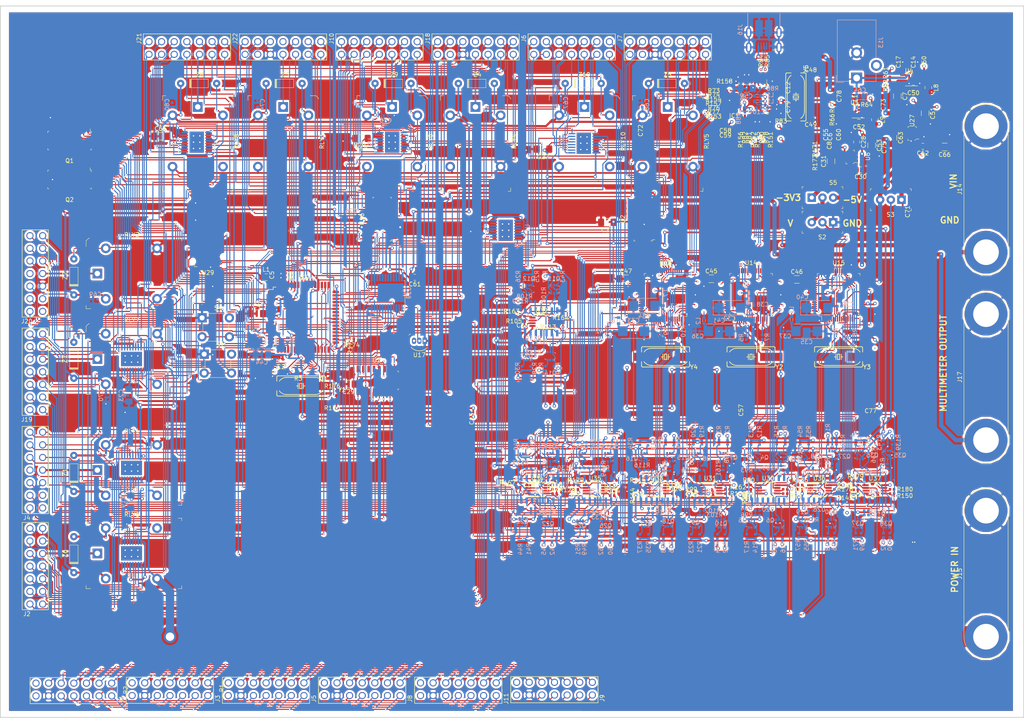
<source format=kicad_pcb>
(kicad_pcb (version 20171130) (host pcbnew "(5.0.0)")
  (layers (0 F.Cu signal) (1 In1.Cu mixed) (2 In2.Cu power) (31 B.Cu signal) (34 B.Paste user hide) (35 F.Paste user hide) (36 B.SilkS user) (37 F.SilkS user) (38 B.Mask user) (39 F.Mask user) (44 Edge.Cuts user))
  (net 0 "")
  (net 1 GND)
  (net 2 +5V)
  (net 3 MUXC)
  (net 4 MUXD)
  (net 5 MUX22)
  (net 6 5_IN4)
  (net 7 5_IN5)
  (net 8 "Net-(U13-Pad6)")
  (net 9 "Net-(U13-Pad7)")
  (net 10 VAA)
  (net 11 "Net-(U13-Pad9)")
  (net 12 "Net-(U13-Pad10)")
  (net 13 "Net-(U13-Pad11)")
  (net 14 "Net-(U13-Pad12)")
  (net 15 MUXE)
  (net 16 3_ADC0)
  (net 17 3_ADC3)
  (net 18 3_ADC2)
  (net 19 3_ADC1)
  (net 20 2_IN5)
  (net 21 2_IN4)
  (net 22 2_IN3)
  (net 23 2_IN2)
  (net 24 MUX21)
  (net 25 MUX20)
  (net 26 5_ADC0)
  (net 27 5_ADC3)
  (net 28 5_ADC2)
  (net 29 5_ADC1)
  (net 30 5_IN3)
  (net 31 5_IN2)
  (net 32 5_IN1)
  (net 33 5_IN0)
  (net 34 3_IN4)
  (net 35 3_IN5)
  (net 36 4_ADC0)
  (net 37 4_ADC3)
  (net 38 3_IN3)
  (net 39 3_IN2)
  (net 40 3_IN1)
  (net 41 3_IN0)
  (net 42 MUX16)
  (net 43 MUX18)
  (net 44 4_ADC2)
  (net 45 4_ADC1)
  (net 46 4_IN0)
  (net 47 4_IN1)
  (net 48 4_IN5)
  (net 49 4_IN4)
  (net 50 4_IN3)
  (net 51 4_IN2)
  (net 52 2_ADC2)
  (net 53 2_ADC1)
  (net 54 2_IN0)
  (net 55 2_IN1)
  (net 56 2_ADC3)
  (net 57 2_ADC0)
  (net 58 1_IN5)
  (net 59 1_IN4)
  (net 60 MUX19)
  (net 61 MUX17)
  (net 62 1_ADC0)
  (net 63 1_ADC3)
  (net 64 1_ADC2)
  (net 65 1_ADC1)
  (net 66 1_IN3)
  (net 67 1_IN2)
  (net 68 1_IN1)
  (net 69 1_IN0)
  (net 70 "Net-(U17-Pad2)")
  (net 71 -VSW)
  (net 72 -3V3)
  (net 73 +3V3)
  (net 74 +VSW)
  (net 75 4_OWB_SEC)
  (net 76 4_OWB_MAIN)
  (net 77 3_OWB_SEC)
  (net 78 3_OWB_MAIN)
  (net 79 2_OWB_SEC)
  (net 80 2_OWB_MAIN)
  (net 81 1_OWB_MAIN)
  (net 82 1_OWB_SEC)
  (net 83 MUXA1)
  (net 84 "Net-(U19-Pad15)")
  (net 85 "Net-(U19-Pad16)")
  (net 86 "Net-(U19-Pad17)")
  (net 87 "Net-(U19-Pad18)")
  (net 88 "Net-(U19-Pad19)")
  (net 89 "Net-(U19-Pad20)")
  (net 90 "Net-(U19-Pad21)")
  (net 91 5_OWB_SEC)
  (net 92 5_OWB_MAIN)
  (net 93 "Net-(Q35-Pad6)")
  (net 94 4_GarminTX)
  (net 95 "Net-(Q35-Pad2)")
  (net 96 "Net-(Q36-Pad2)")
  (net 97 4_GarminRX)
  (net 98 "Net-(Q36-Pad5)")
  (net 99 "Net-(Q37-Pad5)")
  (net 100 "Net-(Q37-Pad2)")
  (net 101 "Net-(Q38-Pad2)")
  (net 102 "Net-(Q38-Pad6)")
  (net 103 5_GarminTX)
  (net 104 5_GarminRX)
  (net 105 "Net-(Q7-Pad2)")
  (net 106 3_GarminTX)
  (net 107 "Net-(Q7-Pad6)")
  (net 108 2_GarminRX)
  (net 109 2_GarminTX)
  (net 110 "Net-(Q30-Pad2)")
  (net 111 "Net-(Q30-Pad6)")
  (net 112 "Net-(Q29-Pad5)")
  (net 113 "Net-(Q29-Pad2)")
  (net 114 "Net-(Q23-Pad2)")
  (net 115 2_TX)
  (net 116 "Net-(Q23-Pad6)")
  (net 117 "Net-(Q25-Pad5)")
  (net 118 2_CTS)
  (net 119 "Net-(Q25-Pad2)")
  (net 120 "Net-(Q26-Pad2)")
  (net 121 2_RTS)
  (net 122 "Net-(Q26-Pad6)")
  (net 123 "Net-(Q27-Pad6)")
  (net 124 1_GarminTX)
  (net 125 "Net-(Q27-Pad2)")
  (net 126 "Net-(Q28-Pad2)")
  (net 127 1_GarminRX)
  (net 128 "Net-(Q28-Pad5)")
  (net 129 "Net-(Q5-Pad5)")
  (net 130 3_CTS)
  (net 131 "Net-(Q5-Pad2)")
  (net 132 "Net-(Q17-Pad2)")
  (net 133 4_CTS)
  (net 134 "Net-(Q17-Pad5)")
  (net 135 "Net-(Q16-Pad5)")
  (net 136 4_RX)
  (net 137 "Net-(Q16-Pad2)")
  (net 138 "Net-(Q15-Pad2)")
  (net 139 4_TX)
  (net 140 "Net-(Q15-Pad6)")
  (net 141 "Net-(Q18-Pad6)")
  (net 142 4_RTS)
  (net 143 "Net-(Q18-Pad2)")
  (net 144 "Net-(Q19-Pad2)")
  (net 145 5_TX)
  (net 146 "Net-(Q19-Pad6)")
  (net 147 "Net-(Q20-Pad5)")
  (net 148 5_RX)
  (net 149 "Net-(Q20-Pad2)")
  (net 150 "Net-(Q21-Pad2)")
  (net 151 5_CTS)
  (net 152 "Net-(Q21-Pad5)")
  (net 153 "Net-(Q22-Pad6)")
  (net 154 5_RTS)
  (net 155 "Net-(Q22-Pad2)")
  (net 156 "Net-(Q6-Pad2)")
  (net 157 3_RTS)
  (net 158 "Net-(Q6-Pad6)")
  (net 159 "Net-(Q14-Pad6)")
  (net 160 1_RTS)
  (net 161 "Net-(Q14-Pad2)")
  (net 162 "Net-(Q13-Pad2)")
  (net 163 1_CTS)
  (net 164 "Net-(Q13-Pad5)")
  (net 165 "Net-(Q12-Pad5)")
  (net 166 1_RX)
  (net 167 "Net-(Q12-Pad2)")
  (net 168 "Net-(Q11-Pad2)")
  (net 169 1_TX)
  (net 170 "Net-(Q11-Pad6)")
  (net 171 "Net-(Q10-Pad6)")
  (net 172 /RS232/sheet5BBDE283/RTS)
  (net 173 "Net-(Q10-Pad2)")
  (net 174 "Net-(Q9-Pad2)")
  (net 175 /RS232/sheet5BBDE283/CTS)
  (net 176 "Net-(Q9-Pad5)")
  (net 177 "Net-(Q8-Pad5)")
  (net 178 3_GarminRX)
  (net 179 "Net-(Q8-Pad2)")
  (net 180 "Net-(Q3-Pad2)")
  (net 181 3_TX)
  (net 182 "Net-(Q3-Pad6)")
  (net 183 "Net-(Q4-Pad5)")
  (net 184 3_RX)
  (net 185 "Net-(Q4-Pad2)")
  (net 186 "Net-(Q24-Pad2)")
  (net 187 2_RX)
  (net 188 "Net-(Q24-Pad5)")
  (net 189 "Net-(C31-Pad1)")
  (net 190 "Net-(C31-Pad2)")
  (net 191 1_REL)
  (net 192 2_REL)
  (net 193 3_REL)
  (net 194 4_REL)
  (net 195 5_REL)
  (net 196 "Net-(Q1-Pad6)")
  (net 197 "Net-(Q1-Pad7)")
  (net 198 "Net-(Q1-Pad10)")
  (net 199 "Net-(Q1-Pad11)")
  (net 200 "Net-(Q1-Pad12)")
  (net 201 "Net-(Q1-Pad13)")
  (net 202 "Net-(Q1-Pad14)")
  (net 203 "Net-(Q1-Pad15)")
  (net 204 "Net-(Q1-Pad16)")
  (net 205 2_OUT0)
  (net 206 2_OUT1)
  (net 207 2_OUT2)
  (net 208 2_OUT3)
  (net 209 "Net-(J17-Pad1)")
  (net 210 1_OUT3)
  (net 211 1_OUT2)
  (net 212 1_OUT1)
  (net 213 1_OUT0)
  (net 214 MUX26)
  (net 215 MUX24)
  (net 216 5_OUT0)
  (net 217 5_OUT1)
  (net 218 5_OUT2)
  (net 219 5_OUT3)
  (net 220 "Net-(U2-Pad9)")
  (net 221 "Net-(U2-Pad10)")
  (net 222 "Net-(U2-Pad11)")
  (net 223 "Net-(U2-Pad12)")
  (net 224 "Net-(Q2-Pad16)")
  (net 225 "Net-(Q2-Pad15)")
  (net 226 "Net-(Q2-Pad14)")
  (net 227 "Net-(Q2-Pad13)")
  (net 228 "Net-(Q2-Pad12)")
  (net 229 "Net-(Q2-Pad11)")
  (net 230 "Net-(Q2-Pad10)")
  (net 231 "Net-(Q2-Pad7)")
  (net 232 "Net-(Q2-Pad6)")
  (net 233 MUX25)
  (net 234 3_OUT0)
  (net 235 3_OUT1)
  (net 236 3_OUT2)
  (net 237 3_OUT3)
  (net 238 4_OUT3)
  (net 239 4_OUT2)
  (net 240 4_OUT1)
  (net 241 4_OUT0)
  (net 242 RS232INV)
  (net 243 /RS232/sheet5BDC5154/RTS_3V3)
  (net 244 /RS232/sheet5BDC5154/CTS_3V3)
  (net 245 /RS232/sheet5BDC5154/Tx_3V3)
  (net 246 /RS232/sheet5BDC5154/RX_3V3)
  (net 247 /RS232/sheet5BD54784/RTS_3V3)
  (net 248 /RS232/sheet5BD54784/CTS_3V3)
  (net 249 /RS232/sheet5BD54784/Tx_3V3)
  (net 250 /RS232/sheet5BD54784/RX_3V3)
  (net 251 /RS232/sheet5BC21962/RX_3V3)
  (net 252 /RS232/sheet5BC21962/Tx_3V3)
  (net 253 /RS232/sheet5BC21962/CTS_3V3)
  (net 254 /RS232/sheet5BC21962/RTS_3V3)
  (net 255 /RS232/sheet5BC0E596/RTS_3V3)
  (net 256 /RS232/sheet5BC0E596/CTS_3V3)
  (net 257 /RS232/sheet5BC0E596/Tx_3V3)
  (net 258 /RS232/sheet5BC0E596/RX_3V3)
  (net 259 /RS232/sheet5BB9E804/RX_3V3)
  (net 260 /RS232/sheet5BB9E804/Tx_3V3)
  (net 261 /RS232/sheet5BB9E804/CTS_3V3)
  (net 262 /RS232/sheet5BB9E804/RTS_3V3)
  (net 263 /RS232/sheet5BBDE283/RTS_3V3)
  (net 264 /RS232/sheet5BBDE283/CTS_3V3)
  (net 265 /RS232/sheet5BBDE283/Tx_3V3)
  (net 266 /RS232/sheet5BBDE283/RX_3V3)
  (net 267 /RS232/sheet5BC04BA5/RX_3V3)
  (net 268 /RS232/sheet5BC04BA5/Tx_3V3)
  (net 269 /RS232/sheet5BC04BA5/CTS_3V3)
  (net 270 /RS232/sheet5BC04BA5/RTS_3V3)
  (net 271 /RS232/sheet5BC17F87/RTS_3V3)
  (net 272 /RS232/sheet5BC17F87/CTS_3V3)
  (net 273 /RS232/sheet5BC17F87/Tx_3V3)
  (net 274 /RS232/sheet5BC17F87/RX_3V3)
  (net 275 2_Vin)
  (net 276 VDC)
  (net 277 5_GarminPWR)
  (net 278 4_GarminPWR)
  (net 279 3_GarminPWR)
  (net 280 2_GarminPWR)
  (net 281 1_Vin)
  (net 282 3_Vin)
  (net 283 1_GarminPWR)
  (net 284 5_Vin)
  (net 285 4_Vin)
  (net 286 /ATMEGA2560/D+)
  (net 287 /ATMEGA2560/D-)
  (net 288 /ATMEGA2560/TCK)
  (net 289 /ATMEGA2560/TMS)
  (net 290 /ATMEGA2560/TDO)
  (net 291 /ATMEGA2560/TDI)
  (net 292 "Net-(U18-Pad2)")
  (net 293 "Net-(U18-Pad3)")
  (net 294 "Net-(R9-Pad2)")
  (net 295 "Net-(C47-Pad2)")
  (net 296 "Net-(R10-Pad2)")
  (net 297 "Net-(U18-Pad21)")
  (net 298 "Net-(U18-Pad22)")
  (net 299 "Net-(U18-Pad23)")
  (net 300 "Net-(U18-Pad24)")
  (net 301 "Net-(U18-Pad30)")
  (net 302 "Net-(U18-Pad32)")
  (net 303 "Net-(U18-Pad33)")
  (net 304 "Net-(U18-Pad34)")
  (net 305 "Net-(U18-Pad36)")
  (net 306 "Net-(U18-Pad43)")
  (net 307 "Net-(U18-Pad44)")
  (net 308 "Net-(U18-Pad45)")
  (net 309 "Net-(U18-Pad46)")
  (net 310 "Net-(U18-Pad55)")
  (net 311 "Net-(U18-Pad57)")
  (net 312 "Net-(U18-Pad58)")
  (net 313 "Net-(U18-Pad59)")
  (net 314 "Net-(U18-Pad60)")
  (net 315 "Net-(U18-Pad61)")
  (net 316 "Net-(U18-Pad62)")
  (net 317 "Net-(U18-Pad63)")
  (net 318 "Net-(C46-Pad2)")
  (net 319 "Net-(U15-Pad63)")
  (net 320 "Net-(U15-Pad62)")
  (net 321 "Net-(U15-Pad61)")
  (net 322 "Net-(U15-Pad60)")
  (net 323 "Net-(U15-Pad59)")
  (net 324 "Net-(U15-Pad58)")
  (net 325 "Net-(U15-Pad57)")
  (net 326 "Net-(U15-Pad55)")
  (net 327 "Net-(U15-Pad54)")
  (net 328 "Net-(U15-Pad53)")
  (net 329 "Net-(U15-Pad46)")
  (net 330 "Net-(U15-Pad45)")
  (net 331 "Net-(U15-Pad44)")
  (net 332 "Net-(U15-Pad43)")
  (net 333 "Net-(U15-Pad41)")
  (net 334 "Net-(U15-Pad40)")
  (net 335 "Net-(U15-Pad36)")
  (net 336 "Net-(U15-Pad34)")
  (net 337 "Net-(U15-Pad33)")
  (net 338 "Net-(U15-Pad32)")
  (net 339 "Net-(U15-Pad30)")
  (net 340 "Net-(U15-Pad29)")
  (net 341 "Net-(U15-Pad28)")
  (net 342 "Net-(U15-Pad24)")
  (net 343 "Net-(U15-Pad23)")
  (net 344 "Net-(U15-Pad22)")
  (net 345 "Net-(U15-Pad21)")
  (net 346 "Net-(U15-Pad19)")
  (net 347 "Net-(U15-Pad18)")
  (net 348 "Net-(R8-Pad2)")
  (net 349 "Net-(R6-Pad2)")
  (net 350 "Net-(U15-Pad3)")
  (net 351 "Net-(U15-Pad2)")
  (net 352 "Net-(U14-Pad2)")
  (net 353 "Net-(U14-Pad3)")
  (net 354 "Net-(R5-Pad2)")
  (net 355 "Net-(C45-Pad2)")
  (net 356 "Net-(R7-Pad2)")
  (net 357 "Net-(U14-Pad21)")
  (net 358 "Net-(U14-Pad22)")
  (net 359 "Net-(U14-Pad23)")
  (net 360 "Net-(U14-Pad24)")
  (net 361 "Net-(U14-Pad28)")
  (net 362 "Net-(U14-Pad29)")
  (net 363 "Net-(U14-Pad30)")
  (net 364 "Net-(U14-Pad32)")
  (net 365 "Net-(U14-Pad33)")
  (net 366 "Net-(U14-Pad34)")
  (net 367 "Net-(U14-Pad36)")
  (net 368 "Net-(U14-Pad38)")
  (net 369 "Net-(U14-Pad39)")
  (net 370 "Net-(U14-Pad40)")
  (net 371 "Net-(U14-Pad41)")
  (net 372 "Net-(U14-Pad43)")
  (net 373 "Net-(U14-Pad44)")
  (net 374 "Net-(U14-Pad45)")
  (net 375 "Net-(U14-Pad46)")
  (net 376 "Net-(U14-Pad48)")
  (net 377 "Net-(U14-Pad52)")
  (net 378 "Net-(U14-Pad53)")
  (net 379 "Net-(U14-Pad54)")
  (net 380 "Net-(U14-Pad55)")
  (net 381 "Net-(U14-Pad57)")
  (net 382 "Net-(U14-Pad58)")
  (net 383 "Net-(U14-Pad59)")
  (net 384 "Net-(U14-Pad60)")
  (net 385 "Net-(U14-Pad61)")
  (net 386 "Net-(U14-Pad62)")
  (net 387 "Net-(U14-Pad63)")
  (net 388 "Net-(IC1-Pad25)")
  (net 389 "Net-(IC1-Pad17)")
  (net 390 "Net-(IC1-Pad9)")
  (net 391 "Net-(IC1-Pad5)")
  (net 392 "Net-(IC1-Pad10)")
  (net 393 "Net-(IC1-Pad13)")
  (net 394 "Net-(IC1-Pad21)")
  (net 395 "Net-(C49-Pad2)")
  (net 396 "Net-(C48-Pad1)")
  (net 397 "Net-(C5-Pad1)")
  (net 398 "Net-(C4-Pad2)")
  (net 399 "Net-(C1-Pad2)")
  (net 400 "Net-(C2-Pad1)")
  (net 401 +12V)
  (net 402 "Net-(C3-Pad2)")
  (net 403 1_CANHigh)
  (net 404 1_CANLow)
  (net 405 1_CAN_MS_L)
  (net 406 1_CAN_MS_H)
  (net 407 "Net-(R171-Pad2)")
  (net 408 "Net-(R173-Pad2)")
  (net 409 "Net-(R175-Pad2)")
  (net 410 "Net-(U3-Pad1)")
  (net 411 "Net-(U3-Pad2)")
  (net 412 "Net-(U3-Pad15)")
  (net 413 "Net-(U3-Pad16)")
  (net 414 "Net-(U3-Pad17)")
  (net 415 "Net-(U3-Pad18)")
  (net 416 "Net-(U3-Pad19)")
  (net 417 "Net-(U3-Pad38)")
  (net 418 "Net-(U3-Pad41)")
  (net 419 "Net-(U3-Pad42)")
  (net 420 "Net-(U3-Pad44)")
  (net 421 "Net-(J22-Pad1)")
  (net 422 "Net-(J22-Pad2)")
  (net 423 "Net-(J22-Pad11)")
  (net 424 "Net-(J1-Pad7)")
  (net 425 "Net-(J1-Pad8)")
  (net 426 1_J1850+)
  (net 427 1_J1850-)
  (net 428 1_ISO-K)
  (net 429 1_ISO-Low)
  (net 430 1_SWC_BUS)
  (net 431 1_J1708-TXD)
  (net 432 1_J1708-RXD)
  (net 433 "Net-(J3-Pad7)")
  (net 434 "Net-(J3-Pad8)")
  (net 435 "Net-(J4-Pad1)")
  (net 436 "Net-(J4-Pad2)")
  (net 437 "Net-(J4-Pad11)")
  (net 438 "Net-(J5-Pad7)")
  (net 439 "Net-(J5-Pad8)")
  (net 440 "Net-(J7-Pad11)")
  (net 441 "Net-(J7-Pad2)")
  (net 442 "Net-(J7-Pad1)")
  (net 443 "Net-(J8-Pad8)")
  (net 444 "Net-(J8-Pad7)")
  (net 445 "Net-(J9-Pad7)")
  (net 446 "Net-(J9-Pad8)")
  (net 447 "Net-(J11-Pad7)")
  (net 448 "Net-(J11-Pad8)")
  (net 449 "Net-(J18-Pad1)")
  (net 450 "Net-(J18-Pad2)")
  (net 451 "Net-(J18-Pad11)")
  (net 452 "Net-(J20-Pad11)")
  (net 453 "Net-(J20-Pad2)")
  (net 454 "Net-(J20-Pad1)")
  (net 455 "Net-(U17-Pad3)")
  (net 456 /USBInterface/D0+)
  (net 457 /USBInterface/D0-)
  (net 458 /D1-)
  (net 459 /D1+)
  (net 460 /D3+)
  (net 461 /D3-)
  (net 462 /D2-)
  (net 463 /D2+)
  (net 464 "Net-(Q35-Pad5)")
  (net 465 "Net-(Q18-Pad5)")
  (net 466 "Net-(Q19-Pad5)")
  (net 467 "Net-(Q22-Pad5)")
  (net 468 "Net-(Q23-Pad5)")
  (net 469 "Net-(Q26-Pad5)")
  (net 470 "Net-(Q27-Pad5)")
  (net 471 "Net-(Q7-Pad5)")
  (net 472 "Net-(Q14-Pad5)")
  (net 473 "Net-(Q38-Pad5)")
  (net 474 "Net-(Q15-Pad5)")
  (net 475 "Net-(Q3-Pad5)")
  (net 476 "Net-(Q30-Pad5)")
  (net 477 "Net-(Q11-Pad5)")
  (net 478 "Net-(Q10-Pad5)")
  (net 479 "Net-(Q6-Pad5)")
  (net 480 TX_CONT)
  (net 481 CTS_CONT)
  (net 482 "Net-(C52-Pad1)")
  (net 483 "Net-(C50-Pad1)")
  (net 484 "Net-(R64-Pad1)")
  (net 485 "Net-(C11-Pad2)")
  (net 486 "Net-(R65-Pad2)")
  (net 487 "Net-(C52-Pad2)")
  (net 488 "Net-(C50-Pad2)")
  (net 489 "Net-(R61-Pad2)")
  (net 490 "Net-(C17-Pad2)")
  (net 491 "Net-(R60-Pad1)")
  (net 492 "Net-(C28-Pad2)")
  (net 493 "Net-(J16-Pad4)")
  (net 494 "Net-(S2-Pad3)")
  (net 495 -5V)
  (net 496 "Net-(S4-Pad3)")
  (net 497 "Net-(C63-Pad1)")
  (net 498 "Net-(C63-Pad2)")
  (net 499 10_REL)
  (net 500 9_REL)
  (net 501 8_REL)
  (net 502 7_REL)
  (net 503 6_REL)
  (net 504 "Net-(R102-Pad1)")
  (net 505 "Net-(R101-Pad2)")
  (net 506 "Net-(R110-Pad1)")
  (net 507 "Net-(R109-Pad2)")
  (net 508 "Net-(R125-Pad1)")
  (net 509 "Net-(R124-Pad2)")
  (net 510 "Net-(R132-Pad1)")
  (net 511 "Net-(R131-Pad2)")
  (net 512 "Net-(R140-Pad1)")
  (net 513 "Net-(R138-Pad2)")
  (net 514 "Net-(R148-Pad1)")
  (net 515 "Net-(R147-Pad2)")
  (net 516 "Net-(R118-Pad1)")
  (net 517 "Net-(R117-Pad2)")
  (net 518 "Net-(R94-Pad1)")
  (net 519 "Net-(R93-Pad2)")
  (net 520 "Net-(IC1-Pad29)")
  (net 521 "Net-(IC1-Pad24)")
  (net 522 "Net-(IC1-Pad23)")
  (net 523 "Net-(IC1-Pad20)")
  (net 524 "Net-(IC1-Pad19)")
  (net 525 "Net-(IC1-Pad16)")
  (net 526 "Net-(IC1-Pad15)")
  (net 527 "Net-(IC1-Pad12)")
  (net 528 "Net-(IC1-Pad11)")
  (net 529 "Net-(C54-Pad2)")
  (net 530 "Net-(IC1-Pad3)")
  (net 531 "Net-(U3-Pad27)")
  (net 532 "Net-(R168-Pad1)")
  (net 533 "Net-(R167-Pad2)")
  (net 534 "Net-(R160-Pad1)")
  (net 535 "Net-(R159-Pad2)")
  (net 536 "Net-(R164-Pad1)")
  (net 537 "Net-(R163-Pad2)")
  (net 538 "Net-(R162-Pad1)")
  (net 539 "Net-(R161-Pad2)")
  (net 540 "Net-(R170-Pad1)")
  (net 541 "Net-(R169-Pad2)")
  (net 542 "Net-(R178-Pad1)")
  (net 543 "Net-(R177-Pad2)")
  (net 544 "Net-(R180-Pad1)")
  (net 545 "Net-(R179-Pad2)")
  (net 546 "Net-(R166-Pad1)")
  (net 547 "Net-(R165-Pad2)")
  (net 548 /USBInterface/D00-)
  (net 549 /USBInterface/D00+)
  (net 550 "Net-(C32-Pad2)")
  (net 551 "Net-(C36-Pad2)")
  (net 552 "Net-(C34-Pad2)")
  (net 553 "Net-(C33-Pad2)")
  (net 554 "Net-(C39-Pad2)")
  (net 555 "Net-(C35-Pad2)")
  (net 556 /ATMEGA2560/\RESET)
  (net 557 "Net-(U29-Pad7)")
  (net 558 "Net-(U29-Pad9)")
  (net 559 "Net-(U3-Pad58)")
  (module Capacitor_Tantalum_SMD:CP_EIA-1608-08_AVX-J_Pad1.25x1.05mm_HandSolder (layer B.Cu) (at 240.792 35.56 180)
    (fp_text reference C64 (at 0 1.48 180) (layer B.SilkS) (effects (justify mirror)))
    (fp_text value 100uF)
    (pad 2 smd roundrect (at 0.8 0 180) (size 1.25 1.05) (layers B.Cu B.Paste B.Mask) (roundrect_rratio 0.238095) (net 401 +12V))
    (pad 1 smd roundrect (at -0.8 0 180) (size 1.25 1.05) (layers B.Cu B.Paste B.Mask) (roundrect_rratio 0.238095) (net 1 GND))
  )
  (module Capacitor_SMD:C_0402_1005Metric (layer F.Cu) (at 113.284 101.6 180)
    (fp_text reference C1 (at 0 -1.17 180) (layer F.SilkS))
    (fp_text value 20pF)
    (pad 2 smd roundrect (at 0.485 0 180) (size 0.59 0.64) (layers F.Cu F.Paste F.Mask) (net 399 "Net-(C1-Pad2)"))
    (pad 1 smd roundrect (at -0.485 0 180) (size 0.59 0.64) (layers F.Cu F.Paste F.Mask) (net 1 GND))
  )
  (module Connector:Tag-Connect_TC2050-IDC-NL_2x05_P1.27mm_Vertical (layer F.Cu) (at 85.735092 74.831545)
    (fp_text reference U29 (at 0 2.7) (layer F.SilkS))
    (fp_text value TC2050)
    (pad "" np_thru_hole circle (at 3.81 -1.016) (size 0.9906 0.9906) (drill 0.9906) (layers *.Cu *.Mask))
    (pad "" np_thru_hole circle (at 3.81 1.016) (size 0.9906 0.9906) (drill 0.9906) (layers *.Cu *.Mask))
    (pad "" np_thru_hole circle (at -3.81 0) (size 0.9906 0.9906) (drill 0.9906) (layers *.Cu *.Mask))
    (pad 1 connect circle (at -2.54 0.635) (size 0.7874 0.7874) (layers F.Cu F.Mask) (net 73 +3V3))
    (pad 2 connect circle (at -1.27 0.635) (size 0.7874 0.7874) (layers F.Cu F.Mask) (net 289 /ATMEGA2560/TMS))
    (pad 3 connect circle (at 0 0.635) (size 0.7874 0.7874) (layers F.Cu F.Mask) (net 1 GND))
    (pad 4 connect circle (at 1.27 0.635) (size 0.7874 0.7874) (layers F.Cu F.Mask) (net 288 /ATMEGA2560/TCK))
    (pad 5 connect circle (at 2.54 0.635) (size 0.7874 0.7874) (layers F.Cu F.Mask) (net 1 GND))
    (pad 6 connect circle (at 2.54 -0.635) (size 0.7874 0.7874) (layers F.Cu F.Mask) (net 290 /ATMEGA2560/TDO))
    (pad 7 connect circle (at 1.27 -0.635) (size 0.7874 0.7874) (layers F.Cu F.Mask) (net 557 "Net-(U29-Pad7)"))
    (pad 8 connect circle (at 0 -0.635) (size 0.7874 0.7874) (layers F.Cu F.Mask) (net 291 /ATMEGA2560/TDI))
    (pad 9 connect circle (at -1.27 -0.635) (size 0.7874 0.7874) (layers F.Cu F.Mask) (net 558 "Net-(U29-Pad9)"))
    (pad 10 connect circle (at -2.54 -0.635) (size 0.7874 0.7874) (layers F.Cu F.Mask) (net 556 /ATMEGA2560/\RESET))
  )
  (module Capacitor_SMD:C_0402_1005Metric (layer F.Cu) (at 243.332 109.22 180)
    (fp_text reference C77 (at 0 -1.17 180) (layer F.SilkS))
    (fp_text value 10pf)
    (pad 2 smd roundrect (at 0.485 0 180) (size 0.59 0.64) (layers F.Cu F.Paste F.Mask) (net 1 GND))
    (pad 1 smd roundrect (at -0.485 0 180) (size 0.59 0.64) (layers F.Cu F.Paste F.Mask) (net 73 +3V3))
  )
  (module Capacitor_SMD:C_0402_1005Metric (layer B.Cu) (at 169.672 37.084 90)
    (fp_text reference C67 (at 0 1.17 90) (layer B.SilkS) (effects (justify mirror)))
    (fp_text value .1uF)
    (pad 1 smd roundrect (at -0.485 0 90) (size 0.59 0.64) (layers B.Cu B.Paste B.Mask) (net 2 +5V))
    (pad 2 smd roundrect (at 0.485 0 90) (size 0.59 0.64) (layers B.Cu B.Paste B.Mask) (net 1 GND))
  )
  (module Capacitor_SMD:C_0402_1005Metric (layer B.Cu) (at 188.976 37.569 90)
    (fp_text reference C68 (at 0 1.17 90) (layer B.SilkS) (effects (justify mirror)))
    (fp_text value .1uF)
    (pad 2 smd roundrect (at 0.485 0 90) (size 0.59 0.64) (layers B.Cu B.Paste B.Mask) (net 1 GND))
    (pad 1 smd roundrect (at -0.485 0 90) (size 0.59 0.64) (layers B.Cu B.Paste B.Mask) (net 2 +5V))
  )
  (module Capacitor_SMD:C_0402_1005Metric (layer B.Cu) (at 58.928 83.82 180)
    (fp_text reference C69 (at 0 1.17 180) (layer B.SilkS) (effects (justify mirror)))
    (fp_text value .1uF)
    (pad 1 smd roundrect (at -0.485 0 180) (size 0.59 0.64) (layers B.Cu B.Paste B.Mask) (net 2 +5V))
    (pad 2 smd roundrect (at 0.485 0 180) (size 0.59 0.64) (layers B.Cu B.Paste B.Mask) (net 1 GND))
  )
  (module Capacitor_SMD:C_0402_1005Metric (layer B.Cu) (at 61.468 106.68 270)
    (fp_text reference C70 (at 0 1.17 270) (layer B.SilkS) (effects (justify mirror)))
    (fp_text value .1uF)
    (pad 2 smd roundrect (at 0.485 0 270) (size 0.59 0.64) (layers B.Cu B.Paste B.Mask) (net 1 GND))
    (pad 1 smd roundrect (at -0.485 0 270) (size 0.59 0.64) (layers B.Cu B.Paste B.Mask) (net 2 +5V))
  )
  (module Capacitor_SMD:C_0402_1005Metric (layer F.Cu) (at 250.952 62.992 270)
    (fp_text reference C71 (at 0 -1.17 270) (layer F.SilkS))
    (fp_text value .1uF)
    (pad 1 smd roundrect (at -0.485 0 270) (size 0.59 0.64) (layers F.Cu F.Paste F.Mask) (net 2 +5V))
    (pad 2 smd roundrect (at 0.485 0 270) (size 0.59 0.64) (layers F.Cu F.Paste F.Mask) (net 1 GND))
  )
  (module Capacitor_SMD:C_0402_1005Metric (layer F.Cu) (at 187.452 43.711 270)
    (fp_text reference C72 (at 0 -1.17 270) (layer F.SilkS))
    (fp_text value .1uF)
    (pad 2 smd roundrect (at 0.485 0 270) (size 0.59 0.64) (layers F.Cu F.Paste F.Mask) (net 1 GND))
    (pad 1 smd roundrect (at -0.485 0 270) (size 0.59 0.64) (layers F.Cu F.Paste F.Mask) (net 2 +5V))
  )
  (module Capacitor_SMD:C_0402_1005Metric (layer F.Cu) (at 244.856 36.576 90)
    (fp_text reference C73 (at -1.016 1.524 90) (layer F.SilkS))
    (fp_text value .01uF)
    (pad 1 smd roundrect (at -0.485 0 90) (size 0.59 0.64) (layers F.Cu F.Paste F.Mask) (net 73 +3V3))
    (pad 2 smd roundrect (at 0.485 0 90) (size 0.59 0.64) (layers F.Cu F.Paste F.Mask) (net 1 GND))
  )
  (module Capacitor_SMD:C_0402_1005Metric (layer B.Cu) (at 97.536 37.592 90)
    (fp_text reference C74 (at 0 1.17 90) (layer B.SilkS) (effects (justify mirror)))
    (fp_text value .01uF)
    (pad 2 smd roundrect (at 0.485 0 90) (size 0.59 0.64) (layers B.Cu B.Paste B.Mask) (net 1 GND))
    (pad 1 smd roundrect (at -0.485 0 90) (size 0.59 0.64) (layers B.Cu B.Paste B.Mask) (net 2 +5V))
  )
  (module Capacitor_SMD:C_0402_1005Metric (layer B.Cu) (at 128.016 40.132)
    (fp_text reference C76 (at 0 1.17) (layer B.SilkS) (effects (justify mirror)))
    (fp_text value .001uF)
    (pad 1 smd roundrect (at -0.485 0) (size 0.59 0.64) (layers B.Cu B.Paste B.Mask) (net 2 +5V))
    (pad 2 smd roundrect (at 0.485 0) (size 0.59 0.64) (layers B.Cu B.Paste B.Mask) (net 1 GND))
  )
  (module Capacitor_SMD:C_0402_1005Metric (layer F.Cu) (at 234.696 35.56 270)
    (fp_text reference C78 (at 0 -1.17 270) (layer F.SilkS))
    (fp_text value 10pf)
    (pad 2 smd roundrect (at 0.485 0 270) (size 0.59 0.64) (layers F.Cu F.Paste F.Mask) (net 1 GND))
    (pad 1 smd roundrect (at -0.485 0 270) (size 0.59 0.64) (layers F.Cu F.Paste F.Mask) (net 2 +5V))
  )
  (module Capacitor_SMD:C_0402_1005Metric (layer F.Cu) (at 222.504 38.1 270)
    (fp_text reference C79 (at 0 -1.17 270) (layer F.SilkS))
    (fp_text value 100pf)
    (pad 1 smd roundrect (at -0.485 0 270) (size 0.59 0.64) (layers F.Cu F.Paste F.Mask) (net 73 +3V3))
    (pad 2 smd roundrect (at 0.485 0 270) (size 0.59 0.64) (layers F.Cu F.Paste F.Mask) (net 1 GND))
  )
  (module Capacitor_SMD:C_0402_1005Metric (layer B.Cu) (at 77.216 37.569 270)
    (fp_text reference C80 (at 0 1.17 270) (layer B.SilkS) (effects (justify mirror)))
    (fp_text value 100pf)
    (pad 2 smd roundrect (at 0.485 0 270) (size 0.59 0.64) (layers B.Cu B.Paste B.Mask) (net 1 GND))
    (pad 1 smd roundrect (at -0.485 0 270) (size 0.59 0.64) (layers B.Cu B.Paste B.Mask) (net 2 +5V))
  )
  (module Capacitor_SMD:C_0402_1005Metric (layer F.Cu) (at 245.364 47.752 270)
    (fp_text reference C75 (at 0 -1.17 270) (layer F.SilkS))
    (fp_text value .001uF)
    (pad 1 smd roundrect (at -0.485 0 270) (size 0.59 0.64) (layers F.Cu F.Paste F.Mask) (net 73 +3V3))
    (pad 2 smd roundrect (at 0.485 0 270) (size 0.59 0.64) (layers F.Cu F.Paste F.Mask) (net 1 GND))
  )
  (module Capacitor_SMD:C_1206_3216Metric_Pad1.42x1.75mm_HandSolder (layer B.Cu) (at 98.552 97.028)
    (fp_text reference C44 (at 0 1.82) (layer B.SilkS) (effects (justify mirror)))
    (fp_text value 4.7uF)
    (pad 2 smd roundrect (at 1.4875 0) (size 1.425 1.75) (layers B.Cu B.Paste B.Mask) (roundrect_rratio 0.175439) (net 73 +3V3))
    (pad 1 smd roundrect (at -1.4875 0) (size 1.425 1.75) (layers B.Cu B.Paste B.Mask) (roundrect_rratio 0.175439) (net 1 GND))
  )
  (module Capacitor_SMD:C_1206_3216Metric_Pad1.42x1.75mm_HandSolder (layer F.Cu) (at 249.678 35.552 270)
    (fp_text reference C7 (at 0 -1.82 270) (layer F.SilkS))
    (fp_text value 22uF)
    (pad 1 smd roundrect (at -1.4875 0 270) (size 1.425 1.75) (layers F.Cu F.Paste F.Mask) (roundrect_rratio 0.175439) (net 401 +12V))
    (pad 2 smd roundrect (at 1.4875 0 270) (size 1.425 1.75) (layers F.Cu F.Paste F.Mask) (roundrect_rratio 0.175439) (net 1 GND))
  )
  (module Capacitor_SMD:C_1206_3216Metric_Pad1.42x1.75mm_HandSolder (layer F.Cu) (at 260.924 47.625 180)
    (fp_text reference C66 (at 0 -1.82 180) (layer F.SilkS))
    (fp_text value 4.7uF)
    (pad 2 smd roundrect (at 1.4875 0 180) (size 1.425 1.75) (layers F.Cu F.Paste F.Mask) (roundrect_rratio 0.175439) (net 2 +5V))
    (pad 1 smd roundrect (at -1.4875 0 180) (size 1.425 1.75) (layers F.Cu F.Paste F.Mask) (roundrect_rratio 0.175439) (net 1 GND))
  )
  (module Capacitor_SMD:C_1206_3216Metric_Pad1.42x1.75mm_HandSolder (layer F.Cu) (at 74.488 45.085)
    (fp_text reference C65 (at 0 -1.82) (layer F.SilkS))
    (fp_text value 1uF)
    (pad 1 smd roundrect (at -1.4875 0) (size 1.425 1.75) (layers F.Cu F.Paste F.Mask) (roundrect_rratio 0.175439) (net 1 GND))
    (pad 2 smd roundrect (at 1.4875 0) (size 1.425 1.75) (layers F.Cu F.Paste F.Mask) (roundrect_rratio 0.175439) (net 10 VAA))
  )
  (module Capacitor_SMD:C_1206_3216Metric_Pad1.42x1.75mm_HandSolder (layer F.Cu) (at 97.348 87.249)
    (fp_text reference C4 (at 0 -1.82) (layer F.SilkS))
    (fp_text value 1uF)
    (pad 2 smd roundrect (at 1.4875 0) (size 1.425 1.75) (layers F.Cu F.Paste F.Mask) (roundrect_rratio 0.175439) (net 398 "Net-(C4-Pad2)"))
    (pad 1 smd roundrect (at -1.4875 0) (size 1.425 1.75) (layers F.Cu F.Paste F.Mask) (roundrect_rratio 0.175439) (net 1 GND))
  )
  (module Capacitor_SMD:C_1206_3216Metric_Pad1.42x1.75mm_HandSolder (layer F.Cu) (at 248.636 45.442 270)
    (fp_text reference C63 (at 0 -1.82 270) (layer F.SilkS))
    (fp_text value 1uF)
    (pad 1 smd roundrect (at -1.4875 0 270) (size 1.425 1.75) (layers F.Cu F.Paste F.Mask) (roundrect_rratio 0.175439) (net 497 "Net-(C63-Pad1)"))
    (pad 2 smd roundrect (at 1.4875 0 270) (size 1.425 1.75) (layers F.Cu F.Paste F.Mask) (roundrect_rratio 0.175439) (net 498 "Net-(C63-Pad2)"))
  )
  (module Capacitor_SMD:C_1206_3216Metric_Pad1.42x1.75mm_HandSolder (layer F.Cu) (at 256.282 39.616 270)
    (fp_text reference C51 (at 0 -1.82 270) (layer F.SilkS))
    (fp_text value 47uF)
    (pad 2 smd roundrect (at 1.4875 0 270) (size 1.425 1.75) (layers F.Cu F.Paste F.Mask) (roundrect_rratio 0.175439) (net 1 GND))
    (pad 1 smd roundrect (at -1.4875 0 270) (size 1.425 1.75) (layers F.Cu F.Paste F.Mask) (roundrect_rratio 0.175439) (net 2 +5V))
  )
  (module Capacitor_SMD:C_1206_3216Metric_Pad1.42x1.75mm_HandSolder (layer B.Cu) (at 213.845 33.704411)
    (fp_text reference C54 (at 0 1.82) (layer B.SilkS) (effects (justify mirror)))
    (fp_text value 1uF)
    (pad 1 smd roundrect (at -1.4875 0) (size 1.425 1.75) (layers B.Cu B.Paste B.Mask) (roundrect_rratio 0.175439) (net 1 GND))
    (pad 2 smd roundrect (at 1.4875 0) (size 1.425 1.75) (layers B.Cu B.Paste B.Mask) (roundrect_rratio 0.175439) (net 529 "Net-(C54-Pad2)"))
  )
  (module Capacitor_SMD:C_1206_3216Metric_Pad1.42x1.75mm_HandSolder (layer F.Cu) (at 243.582 47.236 270)
    (fp_text reference C53 (at 0 -1.82 270) (layer F.SilkS))
    (fp_text value 47uF)
    (pad 2 smd roundrect (at 1.4875 0 270) (size 1.425 1.75) (layers F.Cu F.Paste F.Mask) (roundrect_rratio 0.175439) (net 1 GND))
    (pad 1 smd roundrect (at -1.4875 0 270) (size 1.425 1.75) (layers F.Cu F.Paste F.Mask) (roundrect_rratio 0.175439) (net 73 +3V3))
  )
  (module Capacitor_SMD:C_1206_3216Metric_Pad1.42x1.75mm_HandSolder (layer B.Cu) (at 67.376 131.9895 270)
    (fp_text reference C19 (at 0 1.82 270) (layer B.SilkS) (effects (justify mirror)))
    (fp_text value 1uF)
    (pad 1 smd roundrect (at -1.4875 0 270) (size 1.425 1.75) (layers B.Cu B.Paste B.Mask) (roundrect_rratio 0.175439) (net 10 VAA))
    (pad 2 smd roundrect (at 1.4875 0 270) (size 1.425 1.75) (layers B.Cu B.Paste B.Mask) (roundrect_rratio 0.175439) (net 1 GND))
  )
  (module Capacitor_SMD:C_1206_3216Metric_Pad1.42x1.75mm_HandSolder (layer F.Cu) (at 205.456 78.97)
    (fp_text reference C45 (at 0 -1.82) (layer F.SilkS))
    (fp_text value 3.3uF)
    (pad 2 smd roundrect (at 1.4875 0) (size 1.425 1.75) (layers F.Cu F.Paste F.Mask) (roundrect_rratio 0.175439) (net 355 "Net-(C45-Pad2)"))
    (pad 1 smd roundrect (at -1.4875 0) (size 1.425 1.75) (layers F.Cu F.Paste F.Mask) (roundrect_rratio 0.175439) (net 1 GND))
  )
  (module Capacitor_SMD:C_1206_3216Metric_Pad1.42x1.75mm_HandSolder (layer F.Cu) (at 225.776 79.121)
    (fp_text reference C46 (at 0 -1.82) (layer F.SilkS))
    (fp_text value 3.3uF)
    (pad 1 smd roundrect (at -1.4875 0) (size 1.425 1.75) (layers F.Cu F.Paste F.Mask) (roundrect_rratio 0.175439) (net 1 GND))
    (pad 2 smd roundrect (at 1.4875 0) (size 1.425 1.75) (layers F.Cu F.Paste F.Mask) (roundrect_rratio 0.175439) (net 318 "Net-(C46-Pad2)"))
  )
  (module Capacitor_SMD:C_1206_3216Metric_Pad1.42x1.75mm_HandSolder (layer F.Cu) (at 185.136 78.97)
    (fp_text reference C47 (at 0 -1.82) (layer F.SilkS))
    (fp_text value 3.3uF)
    (pad 2 smd roundrect (at 1.4875 0) (size 1.425 1.75) (layers F.Cu F.Paste F.Mask) (roundrect_rratio 0.175439) (net 295 "Net-(C47-Pad2)"))
    (pad 1 smd roundrect (at -1.4875 0) (size 1.425 1.75) (layers F.Cu F.Paste F.Mask) (roundrect_rratio 0.175439) (net 1 GND))
  )
  (module Capacitor_SMD:C_1206_3216Metric_Pad1.42x1.75mm_HandSolder (layer F.Cu) (at 233.904 51.03 270)
    (fp_text reference C31 (at 0 1.748 270) (layer F.SilkS))
    (fp_text value 1uF)
    (pad 1 smd roundrect (at -1.4875 0 270) (size 1.425 1.75) (layers F.Cu F.Paste F.Mask) (roundrect_rratio 0.175439) (net 189 "Net-(C31-Pad1)"))
    (pad 2 smd roundrect (at 1.4875 0 270) (size 1.425 1.75) (layers F.Cu F.Paste F.Mask) (roundrect_rratio 0.175439) (net 190 "Net-(C31-Pad2)"))
  )
  (module Capacitor_SMD:C_1206_3216Metric_Pad1.42x1.75mm_HandSolder (layer F.Cu) (at 119.148232 104.013 180)
    (fp_text reference C29 (at 0 -1.82 180) (layer F.SilkS))
    (fp_text value 1uF)
    (pad 2 smd roundrect (at 1.4875 0 180) (size 1.425 1.75) (layers F.Cu F.Paste F.Mask) (roundrect_rratio 0.175439) (net 1 GND))
    (pad 1 smd roundrect (at -1.4875 0 180) (size 1.425 1.75) (layers F.Cu F.Paste F.Mask) (roundrect_rratio 0.175439) (net 10 VAA))
  )
  (module Capacitor_SMD:C_1206_3216Metric_Pad1.42x1.75mm_HandSolder (layer F.Cu) (at 165.42 48.133 180)
    (fp_text reference C27 (at 0 -1.82 180) (layer F.SilkS))
    (fp_text value 1uF)
    (pad 1 smd roundrect (at -1.4875 0 180) (size 1.425 1.75) (layers F.Cu F.Paste F.Mask) (roundrect_rratio 0.175439) (net 10 VAA))
    (pad 2 smd roundrect (at 1.4875 0 180) (size 1.425 1.75) (layers F.Cu F.Paste F.Mask) (roundrect_rratio 0.175439) (net 1 GND))
  )
  (module Capacitor_SMD:C_1206_3216Metric_Pad1.42x1.75mm_HandSolder (layer B.Cu) (at 119.771092 64.671545 180)
    (fp_text reference C26 (at 0 1.82 180) (layer B.SilkS) (effects (justify mirror)))
    (fp_text value 1uF)
    (pad 2 smd roundrect (at 1.4875 0 180) (size 1.425 1.75) (layers B.Cu B.Paste B.Mask) (roundrect_rratio 0.175439) (net 1 GND))
    (pad 1 smd roundrect (at -1.4875 0 180) (size 1.425 1.75) (layers B.Cu B.Paste B.Mask) (roundrect_rratio 0.175439) (net 10 VAA))
  )
  (module Capacitor_SMD:C_1206_3216Metric_Pad1.42x1.75mm_HandSolder (layer F.Cu) (at 122.24 45.593 180)
    (fp_text reference C25 (at 0 -1.82 180) (layer F.SilkS))
    (fp_text value 1uF)
    (pad 1 smd roundrect (at -1.4875 0 180) (size 1.425 1.75) (layers F.Cu F.Paste F.Mask) (roundrect_rratio 0.175439) (net 10 VAA))
    (pad 2 smd roundrect (at 1.4875 0 180) (size 1.425 1.75) (layers F.Cu F.Paste F.Mask) (roundrect_rratio 0.175439) (net 1 GND))
  )
  (module Capacitor_SMD:C_1206_3216Metric_Pad1.42x1.75mm_HandSolder (layer B.Cu) (at 66.929 106.68 270)
    (fp_text reference C23 (at 0 1.82 270) (layer B.SilkS) (effects (justify mirror)))
    (fp_text value 1uF)
    (pad 2 smd roundrect (at 1.4875 0 270) (size 1.425 1.75) (layers B.Cu B.Paste B.Mask) (roundrect_rratio 0.175439) (net 1 GND))
    (pad 1 smd roundrect (at -1.4875 0 270) (size 1.425 1.75) (layers B.Cu B.Paste B.Mask) (roundrect_rratio 0.175439) (net 10 VAA))
  )
  (module Capacitor_SMD:C_1206_3216Metric_Pad1.42x1.75mm_HandSolder (layer F.Cu) (at 180.721 65.532 180)
    (fp_text reference C21 (at 0 -1.82 180) (layer F.SilkS))
    (fp_text value 1uF)
    (pad 1 smd roundrect (at -1.4875 0 180) (size 1.425 1.75) (layers F.Cu F.Paste F.Mask) (roundrect_rratio 0.175439) (net 10 VAA))
    (pad 2 smd roundrect (at 1.4875 0 180) (size 1.425 1.75) (layers F.Cu F.Paste F.Mask) (roundrect_rratio 0.175439) (net 1 GND))
  )
  (module digikey-footprints:Relay_THT_G5LE-14 (layer F.Cu) (at 175.26 38.1 270)
    (fp_text reference RLY10 (at 8.2 -9.225 270) (layer F.SilkS))
    (fp_text value G5LE-14_DC5)
    (pad 4 thru_hole circle (at 14.2 -6 270) (size 2.3 2.3) (drill 1.3) (layers *.Cu *.Mask) (net 1 GND))
    (pad 3 thru_hole circle (at 14.2 6 270) (size 2.3 2.3) (drill 1.3) (layers *.Cu *.Mask) (net 276 VDC))
    (pad 5 thru_hole circle (at 2 -6 270) (size 2.3 2.3) (drill 1.3) (layers *.Cu *.Mask) (net 228 "Net-(Q2-Pad12)"))
    (pad 2 thru_hole circle (at 2 6 270) (size 2.3 2.3) (drill 1.3) (layers *.Cu *.Mask) (net 2 +5V))
    (pad 1 thru_hole rect (at 0 0 270) (size 2.3 2.3) (drill 1.3) (layers *.Cu *.Mask) (net 277 5_GarminPWR))
  )
  (module digikey-footprints:0805 (layer F.Cu) (at 244.348 41.148 270)
    (fp_text reference L9 (at 0 -1.84 270) (layer F.SilkS))
    (fp_text value 3.3uH)
    (pad 1 smd rect (at -1.05 0 270) (size 1.2 1.2) (layers F.Cu F.Paste F.Mask) (net 482 "Net-(C52-Pad1)"))
    (pad 2 smd rect (at 1.05 0 270) (size 1.2 1.2) (layers F.Cu F.Paste F.Mask) (net 73 +3V3))
  )
  (module digikey-footprints:0805 (layer F.Cu) (at 257.048 33.528 270)
    (fp_text reference L8 (at 0 -1.84 270) (layer F.SilkS))
    (fp_text value 3.3uH)
    (pad 2 smd rect (at 1.05 0 270) (size 1.2 1.2) (layers F.Cu F.Paste F.Mask) (net 2 +5V))
    (pad 1 smd rect (at -1.05 0 270) (size 1.2 1.2) (layers F.Cu F.Paste F.Mask) (net 483 "Net-(C50-Pad1)"))
  )
  (module digikey-footprints:LQFP-64_10x10mm (layer F.Cu) (at 194.564 82.804)
    (fp_text reference U18 (at 0.01 -7.62) (layer F.SilkS))
    (fp_text value FT4232HL-REEL)
    (pad 64 smd rect (at -5.75 3.75) (size 1.2 0.3) (layers F.Cu F.Paste F.Mask) (net 295 "Net-(C47-Pad2)"))
    (pad 63 smd rect (at -5.75 3.25) (size 1.2 0.3) (layers F.Cu F.Paste F.Mask) (net 317 "Net-(U18-Pad63)"))
    (pad 62 smd rect (at -5.75 2.75) (size 1.2 0.3) (layers F.Cu F.Paste F.Mask) (net 316 "Net-(U18-Pad62)"))
    (pad 61 smd rect (at -5.75 2.25) (size 1.2 0.3) (layers F.Cu F.Paste F.Mask) (net 315 "Net-(U18-Pad61)"))
    (pad 60 smd rect (at -5.75 1.75) (size 1.2 0.3) (layers F.Cu F.Paste F.Mask) (net 314 "Net-(U18-Pad60)"))
    (pad 59 smd rect (at -5.75 1.25) (size 1.2 0.3) (layers F.Cu F.Paste F.Mask) (net 313 "Net-(U18-Pad59)"))
    (pad 58 smd rect (at -5.75 0.75) (size 1.2 0.3) (layers F.Cu F.Paste F.Mask) (net 312 "Net-(U18-Pad58)"))
    (pad 57 smd rect (at -5.75 0.25) (size 1.2 0.3) (layers F.Cu F.Paste F.Mask) (net 311 "Net-(U18-Pad57)"))
    (pad 56 smd rect (at -5.75 -0.25) (size 1.2 0.3) (layers F.Cu F.Paste F.Mask) (net 73 +3V3))
    (pad 55 smd rect (at -5.75 -0.75) (size 1.2 0.3) (layers F.Cu F.Paste F.Mask) (net 310 "Net-(U18-Pad55)"))
    (pad 54 smd rect (at -5.75 -1.25) (size 1.2 0.3) (layers F.Cu F.Paste F.Mask) (net 253 /RS232/sheet5BC21962/CTS_3V3))
    (pad 53 smd rect (at -5.75 -1.75) (size 1.2 0.3) (layers F.Cu F.Paste F.Mask) (net 254 /RS232/sheet5BC21962/RTS_3V3))
    (pad 52 smd rect (at -5.75 -2.25) (size 1.2 0.3) (layers F.Cu F.Paste F.Mask) (net 251 /RS232/sheet5BC21962/RX_3V3))
    (pad 51 smd rect (at -5.75 -2.75) (size 1.2 0.3) (layers F.Cu F.Paste F.Mask) (net 1 GND))
    (pad 50 smd rect (at -5.75 -3.25) (size 1.2 0.3) (layers F.Cu F.Paste F.Mask) (net 73 +3V3))
    (pad 49 smd rect (at -5.75 -3.75) (size 1.2 0.3) (layers F.Cu F.Paste F.Mask) (net 295 "Net-(C47-Pad2)"))
    (pad 48 smd rect (at -3.75 -5.75) (size 0.3 1.2) (layers F.Cu F.Paste F.Mask) (net 252 /RS232/sheet5BC21962/Tx_3V3))
    (pad 47 smd rect (at -3.25 -5.75) (size 0.3 1.2) (layers F.Cu F.Paste F.Mask) (net 1 GND))
    (pad 46 smd rect (at -2.75 -5.75) (size 0.3 1.2) (layers F.Cu F.Paste F.Mask) (net 309 "Net-(U18-Pad46)"))
    (pad 45 smd rect (at -2.25 -5.75) (size 0.3 1.2) (layers F.Cu F.Paste F.Mask) (net 308 "Net-(U18-Pad45)"))
    (pad 44 smd rect (at -1.75 -5.75) (size 0.3 1.2) (layers F.Cu F.Paste F.Mask) (net 307 "Net-(U18-Pad44)"))
    (pad 43 smd rect (at -1.25 -5.75) (size 0.3 1.2) (layers F.Cu F.Paste F.Mask) (net 306 "Net-(U18-Pad43)"))
    (pad 42 smd rect (at -0.75 -5.75) (size 0.3 1.2) (layers F.Cu F.Paste F.Mask) (net 73 +3V3))
    (pad 41 smd rect (at -0.25 -5.75) (size 0.3 1.2) (layers F.Cu F.Paste F.Mask) (net 272 /RS232/sheet5BC17F87/CTS_3V3))
    (pad 40 smd rect (at 0.25 -5.75) (size 0.3 1.2) (layers F.Cu F.Paste F.Mask) (net 271 /RS232/sheet5BC17F87/RTS_3V3))
    (pad 39 smd rect (at 0.75 -5.75) (size 0.3 1.2) (layers F.Cu F.Paste F.Mask) (net 274 /RS232/sheet5BC17F87/RX_3V3))
    (pad 38 smd rect (at 1.25 -5.75) (size 0.3 1.2) (layers F.Cu F.Paste F.Mask) (net 273 /RS232/sheet5BC17F87/Tx_3V3))
    (pad 37 smd rect (at 1.75 -5.75) (size 0.3 1.2) (layers F.Cu F.Paste F.Mask) (net 295 "Net-(C47-Pad2)"))
    (pad 36 smd rect (at 2.25 -5.75) (size 0.3 1.2) (layers F.Cu F.Paste F.Mask) (net 305 "Net-(U18-Pad36)"))
    (pad 35 smd rect (at 2.75 -5.75) (size 0.3 1.2) (layers F.Cu F.Paste F.Mask) (net 1 GND))
    (pad 34 smd rect (at 3.25 -5.75) (size 0.3 1.2) (layers F.Cu F.Paste F.Mask) (net 304 "Net-(U18-Pad34)"))
    (pad 33 smd rect (at 3.75 -5.75) (size 0.3 1.2) (layers F.Cu F.Paste F.Mask) (net 303 "Net-(U18-Pad33)"))
    (pad 32 smd rect (at 5.75 -3.75) (size 1.2 0.3) (layers F.Cu F.Paste F.Mask) (net 302 "Net-(U18-Pad32)"))
    (pad 31 smd rect (at 5.75 -3.25) (size 1.2 0.3) (layers F.Cu F.Paste F.Mask) (net 73 +3V3))
    (pad 30 smd rect (at 5.75 -2.75) (size 1.2 0.3) (layers F.Cu F.Paste F.Mask) (net 301 "Net-(U18-Pad30)"))
    (pad 29 smd rect (at 5.75 -2.25) (size 1.2 0.3) (layers F.Cu F.Paste F.Mask) (net 256 /RS232/sheet5BC0E596/CTS_3V3))
    (pad 28 smd rect (at 5.75 -1.75) (size 1.2 0.3) (layers F.Cu F.Paste F.Mask) (net 255 /RS232/sheet5BC0E596/RTS_3V3))
    (pad 27 smd rect (at 5.75 -1.25) (size 1.2 0.3) (layers F.Cu F.Paste F.Mask) (net 258 /RS232/sheet5BC0E596/RX_3V3))
    (pad 26 smd rect (at 5.75 -0.75) (size 1.2 0.3) (layers F.Cu F.Paste F.Mask) (net 257 /RS232/sheet5BC0E596/Tx_3V3))
    (pad 25 smd rect (at 5.75 -0.25) (size 1.2 0.3) (layers F.Cu F.Paste F.Mask) (net 1 GND))
    (pad 24 smd rect (at 5.75 0.25) (size 1.2 0.3) (layers F.Cu F.Paste F.Mask) (net 300 "Net-(U18-Pad24)"))
    (pad 23 smd rect (at 5.75 0.75) (size 1.2 0.3) (layers F.Cu F.Paste F.Mask) (net 299 "Net-(U18-Pad23)"))
    (pad 22 smd rect (at 5.75 1.25) (size 1.2 0.3) (layers F.Cu F.Paste F.Mask) (net 298 "Net-(U18-Pad22)"))
    (pad 21 smd rect (at 5.75 1.75) (size 1.2 0.3) (layers F.Cu F.Paste F.Mask) (net 297 "Net-(U18-Pad21)"))
    (pad 20 smd rect (at 5.75 2.25) (size 1.2 0.3) (layers F.Cu F.Paste F.Mask) (net 73 +3V3))
    (pad 19 smd rect (at 5.75 2.75) (size 1.2 0.3) (layers F.Cu F.Paste F.Mask) (net 269 /RS232/sheet5BC04BA5/CTS_3V3))
    (pad 18 smd rect (at 5.75 3.25) (size 1.2 0.3) (layers F.Cu F.Paste F.Mask) (net 270 /RS232/sheet5BC04BA5/RTS_3V3))
    (pad 16 smd rect (at 3.75 5.75) (size 0.3 1.2) (layers F.Cu F.Paste F.Mask) (net 268 /RS232/sheet5BC04BA5/Tx_3V3))
    (pad 15 smd rect (at 3.25 5.75) (size 0.3 1.2) (layers F.Cu F.Paste F.Mask) (net 1 GND))
    (pad 14 smd rect (at 2.75 5.75) (size 0.3 1.2) (layers F.Cu F.Paste F.Mask) (net 296 "Net-(R10-Pad2)"))
    (pad 13 smd rect (at 2.25 5.75) (size 0.3 1.2) (layers F.Cu F.Paste F.Mask) (net 1 GND))
    (pad 12 smd rect (at 1.75 5.75) (size 0.3 1.2) (layers F.Cu F.Paste F.Mask) (net 295 "Net-(C47-Pad2)"))
    (pad 11 smd rect (at 1.25 5.75) (size 0.3 1.2) (layers F.Cu F.Paste F.Mask) (net 1 GND))
    (pad 10 smd rect (at 0.75 5.75) (size 0.3 1.2) (layers F.Cu F.Paste F.Mask) (net 1 GND))
    (pad 9 smd rect (at 0.25 5.75) (size 0.3 1.2) (layers F.Cu F.Paste F.Mask) (net 552 "Net-(C34-Pad2)"))
    (pad 8 smd rect (at -0.25 5.75) (size 0.3 1.2) (layers F.Cu F.Paste F.Mask) (net 463 /D2+))
    (pad 7 smd rect (at -0.75 5.75) (size 0.3 1.2) (layers F.Cu F.Paste F.Mask) (net 462 /D2-))
    (pad 6 smd rect (at -1.25 5.75) (size 0.3 1.2) (layers F.Cu F.Paste F.Mask) (net 294 "Net-(R9-Pad2)"))
    (pad 5 smd rect (at -1.75 5.75) (size 0.3 1.2) (layers F.Cu F.Paste F.Mask) (net 1 GND))
    (pad 4 smd rect (at -2.25 5.75) (size 0.3 1.2) (layers F.Cu F.Paste F.Mask) (net 553 "Net-(C33-Pad2)"))
    (pad 3 smd rect (at -2.75 5.75) (size 0.3 1.2) (layers F.Cu F.Paste F.Mask) (net 293 "Net-(U18-Pad3)"))
    (pad 2 smd rect (at -3.25 5.75) (size 0.3 1.2) (layers F.Cu F.Paste F.Mask) (net 292 "Net-(U18-Pad2)"))
    (pad 1 smd rect (at -3.75 5.75) (size 0.3 1.2) (layers F.Cu F.Paste F.Mask) (net 1 GND))
    (pad 17 smd rect (at 5.75 3.75) (size 1.2 0.3) (layers F.Cu F.Paste F.Mask) (net 267 /RS232/sheet5BC04BA5/RX_3V3))
  )
  (module Housings_SSOP:MSOP-8_3x3mm_Pitch0.65mm (layer F.Cu) (at 244.348 129.032)
    (fp_text reference U37 (at 0 -2.6) (layer F.SilkS))
    (fp_text value MAX324CUA)
    (pad 8 smd rect (at 2.2 -0.975) (size 1.45 0.45) (layers F.Cu F.Paste F.Mask) (net 74 +VSW))
    (pad 7 smd rect (at 2.2 -0.325) (size 1.45 0.45) (layers F.Cu F.Paste F.Mask) (net 480 TX_CONT))
    (pad 6 smd rect (at 2.2 0.325) (size 1.45 0.45) (layers F.Cu F.Paste F.Mask) (net 544 "Net-(R180-Pad1)"))
    (pad 5 smd rect (at 2.2 0.975) (size 1.45 0.45) (layers F.Cu F.Paste F.Mask) (net 103 5_GarminTX))
    (pad 4 smd rect (at -2.2 0.975) (size 1.45 0.45) (layers F.Cu F.Paste F.Mask) (net 71 -VSW))
    (pad 3 smd rect (at -2.2 0.325) (size 1.45 0.45) (layers F.Cu F.Paste F.Mask) (net 481 CTS_CONT))
    (pad 2 smd rect (at -2.2 -0.325) (size 1.45 0.45) (layers F.Cu F.Paste F.Mask) (net 94 4_GarminTX))
    (pad 1 smd rect (at -2.2 -0.975) (size 1.45 0.45) (layers F.Cu F.Paste F.Mask) (net 545 "Net-(R179-Pad2)"))
  )
  (module Capacitor_Tantalum_SMD:CP_EIA-6032-15_Kemet-U_Pad2.25x2.35mm_HandSolder (layer B.Cu) (at 186.944 91.44 180)
    (fp_text reference C33 (at 0 2.55 180) (layer B.SilkS) (effects (justify mirror)))
    (fp_text value 47uF)
    (pad 1 smd roundrect (at -2.55 0 180) (size 2.25 2.35) (layers B.Cu B.Paste B.Mask) (roundrect_rratio 0.111111) (net 1 GND))
    (pad 2 smd roundrect (at 2.55 0 180) (size 2.25 2.35) (layers B.Cu B.Paste B.Mask) (roundrect_rratio 0.111111) (net 553 "Net-(C33-Pad2)"))
  )
  (module Capacitor_Tantalum_SMD:CP_EIA-6032-15_Kemet-U_Pad2.25x2.35mm_HandSolder (layer B.Cu) (at 228.092 91.44 180)
    (fp_text reference C35 (at 0 -2.54 180) (layer B.SilkS) (effects (justify mirror)))
    (fp_text value 47uF)
    (pad 1 smd roundrect (at -2.55 0 180) (size 2.25 2.35) (layers B.Cu B.Paste B.Mask) (roundrect_rratio 0.111111) (net 1 GND))
    (pad 2 smd roundrect (at 2.55 0 180) (size 2.25 2.35) (layers B.Cu B.Paste B.Mask) (roundrect_rratio 0.111111) (net 555 "Net-(C35-Pad2)"))
  )
  (module Capacitor_Tantalum_SMD:CP_EIA-6032-15_Kemet-U_Pad2.25x2.35mm_HandSolder (layer B.Cu) (at 230.632 85.852)
    (fp_text reference C40 (at -3.556 -2.54) (layer B.SilkS) (effects (justify mirror)))
    (fp_text value 47uF)
    (pad 2 smd roundrect (at 2.55 0) (size 2.25 2.35) (layers B.Cu B.Paste B.Mask) (roundrect_rratio 0.111111) (net 554 "Net-(C39-Pad2)"))
    (pad 1 smd roundrect (at -2.55 0) (size 2.25 2.35) (layers B.Cu B.Paste B.Mask) (roundrect_rratio 0.111111) (net 1 GND))
  )
  (module Capacitor_Tantalum_SMD:CP_EIA-6032-15_Kemet-U_Pad2.25x2.35mm_HandSolder (layer B.Cu) (at 207.264 91.44 180)
    (fp_text reference C41 (at 0 2.55 180) (layer B.SilkS) (effects (justify mirror)))
    (fp_text value 47uF)
    (pad 1 smd roundrect (at -2.55 0 180) (size 2.25 2.35) (layers B.Cu B.Paste B.Mask) (roundrect_rratio 0.111111) (net 1 GND))
    (pad 2 smd roundrect (at 2.55 0 180) (size 2.25 2.35) (layers B.Cu B.Paste B.Mask) (roundrect_rratio 0.111111) (net 551 "Net-(C36-Pad2)"))
  )
  (module Capacitor_Tantalum_SMD:CP_EIA-6032-15_Kemet-U_Pad2.25x2.35mm_HandSolder (layer B.Cu) (at 209.804 85.852)
    (fp_text reference C32 (at 0 2.55) (layer B.SilkS) (effects (justify mirror)))
    (fp_text value 47uF)
    (pad 2 smd roundrect (at 2.55 0) (size 2.25 2.35) (layers B.Cu B.Paste B.Mask) (roundrect_rratio 0.111111) (net 550 "Net-(C32-Pad2)"))
    (pad 1 smd roundrect (at -2.55 0) (size 2.25 2.35) (layers B.Cu B.Paste B.Mask) (roundrect_rratio 0.111111) (net 1 GND))
  )
  (module Capacitor_Tantalum_SMD:CP_EIA-6032-15_Kemet-U_Pad2.25x2.35mm_HandSolder (layer B.Cu) (at 189.484 85.344)
    (fp_text reference C34 (at 0 2.55) (layer B.SilkS) (effects (justify mirror)))
    (fp_text value 47uF)
    (pad 1 smd roundrect (at -2.55 0) (size 2.25 2.35) (layers B.Cu B.Paste B.Mask) (roundrect_rratio 0.111111) (net 1 GND))
    (pad 2 smd roundrect (at 2.55 0) (size 2.25 2.35) (layers B.Cu B.Paste B.Mask) (roundrect_rratio 0.111111) (net 552 "Net-(C34-Pad2)"))
  )
  (module digikey-footprints:Relay_THT_G5LE-14 (layer F.Cu) (at 195.072 38.1 270)
    (fp_text reference RLY5 (at 8.2 -9.225 270) (layer F.SilkS))
    (fp_text value G5LE-14_DC5)
    (pad 4 thru_hole circle (at 14.2 -6 270) (size 2.3 2.3) (drill 1.3) (layers *.Cu *.Mask) (net 1 GND))
    (pad 3 thru_hole circle (at 14.2 6 270) (size 2.3 2.3) (drill 1.3) (layers *.Cu *.Mask) (net 276 VDC))
    (pad 5 thru_hole circle (at 2 -6 270) (size 2.3 2.3) (drill 1.3) (layers *.Cu *.Mask) (net 200 "Net-(Q1-Pad12)"))
    (pad 2 thru_hole circle (at 2 6 270) (size 2.3 2.3) (drill 1.3) (layers *.Cu *.Mask) (net 2 +5V))
    (pad 1 thru_hole rect (at 0 0 270) (size 2.3 2.3) (drill 1.3) (layers *.Cu *.Mask) (net 284 5_Vin))
  )
  (module Resistor_SMD:R_0402_1005Metric (layer B.Cu) (at 217.488103 33.704411 180)
    (fp_text reference R86 (at -2.54 0 180) (layer B.SilkS) (effects (justify mirror)))
    (fp_text value 1.5K)
    (pad 1 smd roundrect (at -0.485 0 180) (size 0.59 0.64) (layers B.Cu B.Paste B.Mask) (net 456 /USBInterface/D0+))
    (pad 2 smd roundrect (at 0.485 0 180) (size 0.59 0.64) (layers B.Cu B.Paste B.Mask) (net 530 "Net-(IC1-Pad3)"))
  )
  (module Resistor_SMD:R_0402_1005Metric (layer F.Cu) (at 223.012 129.032)
    (fp_text reference R160 (at 3.048 0) (layer F.SilkS))
    (fp_text value R0)
    (pad 2 smd roundrect (at 0.485 0) (size 0.59 0.64) (layers F.Cu F.Paste F.Mask) (net 479 "Net-(Q6-Pad5)"))
    (pad 1 smd roundrect (at -0.485 0) (size 0.59 0.64) (layers F.Cu F.Paste F.Mask) (net 534 "Net-(R160-Pad1)"))
  )
  (module Capacitor_SMD:C_0805_2012Metric (layer F.Cu) (at 134.94 78.613 180)
    (fp_text reference C61 (at 0 -1.65 180) (layer F.SilkS))
    (fp_text value 2.2uF)
    (pad 2 smd roundrect (at 0.9375 0 180) (size 0.975 1.4) (layers F.Cu F.Paste F.Mask) (net 2 +5V))
    (pad 1 smd roundrect (at -0.9375 0 180) (size 0.975 1.4) (layers F.Cu F.Paste F.Mask) (net 1 GND))
  )
  (module Capacitor_SMD:C_0805_2012Metric (layer F.Cu) (at 255.748 47.474 180)
    (fp_text reference C62 (at 0 -1.65 180) (layer F.SilkS))
    (fp_text value 2.2uF)
    (pad 1 smd roundrect (at -0.9375 0 180) (size 0.975 1.4) (layers F.Cu F.Paste F.Mask) (net 1 GND))
    (pad 2 smd roundrect (at 0.9375 0 180) (size 0.975 1.4) (layers F.Cu F.Paste F.Mask) (net 495 -5V))
  )
  (module Capacitor_SMD:C_0805_2012Metric (layer F.Cu) (at 240 46.458 270)
    (fp_text reference C28 (at 0 -1.65 270) (layer F.SilkS))
    (fp_text value 2.2uF)
    (pad 2 smd roundrect (at 0.9375 0 270) (size 0.975 1.4) (layers F.Cu F.Paste F.Mask) (net 492 "Net-(C28-Pad2)"))
    (pad 1 smd roundrect (at -0.9375 0 270) (size 0.975 1.4) (layers F.Cu F.Paste F.Mask) (net 1 GND))
  )
  (module Capacitor_SMD:C_0805_2012Metric (layer F.Cu) (at 240.9375 53.062 180)
    (fp_text reference C30 (at 0 -1.65 180) (layer F.SilkS))
    (fp_text value 2.2uF)
    (pad 1 smd roundrect (at -0.9375 0 180) (size 0.975 1.4) (layers F.Cu F.Paste F.Mask) (net 1 GND))
    (pad 2 smd roundrect (at 0.9375 0 180) (size 0.975 1.4) (layers F.Cu F.Paste F.Mask) (net 72 -3V3))
  )
  (module Capacitor_SMD:C_0402_1005Metric (layer F.Cu) (at 200.66 129.032 180)
    (fp_text reference C20 (at 0 -1.17 180) (layer F.SilkS))
    (fp_text value .1uF)
    (pad 1 smd roundrect (at -0.485 0 180) (size 0.59 0.64) (layers F.Cu F.Paste F.Mask) (net 73 +3V3))
    (pad 2 smd roundrect (at 0.485 0 180) (size 0.59 0.64) (layers F.Cu F.Paste F.Mask) (net 1 GND))
  )
  (module Capacitor_SMD:C_0402_1005Metric (layer F.Cu) (at 239.776 129.159 180)
    (fp_text reference C22 (at 0 -1.17 180) (layer F.SilkS))
    (fp_text value .1uF)
    (pad 1 smd roundrect (at -0.485 0 180) (size 0.59 0.64) (layers F.Cu F.Paste F.Mask) (net 73 +3V3))
    (pad 2 smd roundrect (at 0.485 0 180) (size 0.59 0.64) (layers F.Cu F.Paste F.Mask) (net 1 GND))
  )
  (module Capacitor_SMD:C_0402_1005Metric (layer F.Cu) (at 226.568 129.032 180)
    (fp_text reference C24 (at -2.96 0 180) (layer F.SilkS))
    (fp_text value .1uF)
    (pad 1 smd roundrect (at -0.485 0 180) (size 0.59 0.64) (layers F.Cu F.Paste F.Mask) (net 73 +3V3))
    (pad 2 smd roundrect (at 0.485 0 180) (size 0.59 0.64) (layers F.Cu F.Paste F.Mask) (net 1 GND))
  )
  (module Capacitor_SMD:C_0402_1005Metric (layer F.Cu) (at 214.376 129.032 180)
    (fp_text reference C56 (at 0 -1.17 180) (layer F.SilkS))
    (fp_text value .1uF)
    (pad 1 smd roundrect (at -0.485 0 180) (size 0.59 0.64) (layers F.Cu F.Paste F.Mask) (net 73 +3V3))
    (pad 2 smd roundrect (at 0.485 0 180) (size 0.59 0.64) (layers F.Cu F.Paste F.Mask) (net 1 GND))
  )
  (module Capacitor_SMD:C_0402_1005Metric (layer F.Cu) (at 211.328 110.236 270)
    (fp_text reference C57 (at 0 -1.17 270) (layer F.SilkS))
    (fp_text value .1uF)
    (pad 2 smd roundrect (at 0.485 0 270) (size 0.59 0.64) (layers F.Cu F.Paste F.Mask) (net 1 GND))
    (pad 1 smd roundrect (at -0.485 0 270) (size 0.59 0.64) (layers F.Cu F.Paste F.Mask) (net 73 +3V3))
  )
  (module Capacitor_SMD:C_0402_1005Metric (layer B.Cu) (at 181.864 91.44)
    (fp_text reference C42 (at -2.54 0) (layer B.SilkS) (effects (justify mirror)))
    (fp_text value 100nF)
    (pad 1 smd roundrect (at -0.485 0) (size 0.59 0.64) (layers B.Cu B.Paste B.Mask) (net 1 GND))
    (pad 2 smd roundrect (at 0.485 0) (size 0.59 0.64) (layers B.Cu B.Paste B.Mask) (net 553 "Net-(C33-Pad2)"))
  )
  (module Capacitor_SMD:C_0402_1005Metric (layer B.Cu) (at 235.913 85.471 180)
    (fp_text reference C39 (at -2.055 0.405 180) (layer B.SilkS) (effects (justify mirror)))
    (fp_text value 100nF)
    (pad 2 smd roundrect (at 0.485 0 180) (size 0.59 0.64) (layers B.Cu B.Paste B.Mask) (net 554 "Net-(C39-Pad2)"))
    (pad 1 smd roundrect (at -0.485 0 180) (size 0.59 0.64) (layers B.Cu B.Paste B.Mask) (net 1 GND))
  )
  (module Capacitor_SMD:C_0402_1005Metric (layer B.Cu) (at 215.108 85.344 180)
    (fp_text reference C38 (at -2.54 0.278 180) (layer B.SilkS) (effects (justify mirror)))
    (fp_text value 100nF)
    (pad 1 smd roundrect (at -0.485 0 180) (size 0.59 0.64) (layers B.Cu B.Paste B.Mask) (net 1 GND))
    (pad 2 smd roundrect (at 0.485 0 180) (size 0.59 0.64) (layers B.Cu B.Paste B.Mask) (net 550 "Net-(C32-Pad2)"))
  )
  (module Capacitor_SMD:C_0402_1005Metric (layer B.Cu) (at 223.012 91.44)
    (fp_text reference C37 (at 0 1.17) (layer B.SilkS) (effects (justify mirror)))
    (fp_text value 100nF)
    (pad 2 smd roundrect (at 0.485 0) (size 0.59 0.64) (layers B.Cu B.Paste B.Mask) (net 555 "Net-(C35-Pad2)"))
    (pad 1 smd roundrect (at -0.485 0) (size 0.59 0.64) (layers B.Cu B.Paste B.Mask) (net 1 GND))
  )
  (module Capacitor_SMD:C_0402_1005Metric (layer B.Cu) (at 202.184 91.44)
    (fp_text reference C36 (at 0 1.17) (layer B.SilkS) (effects (justify mirror)))
    (fp_text value 100nF)
    (pad 1 smd roundrect (at -0.485 0) (size 0.59 0.64) (layers B.Cu B.Paste B.Mask) (net 1 GND))
    (pad 2 smd roundrect (at 0.485 0) (size 0.59 0.64) (layers B.Cu B.Paste B.Mask) (net 551 "Net-(C36-Pad2)"))
  )
  (module Capacitor_SMD:C_0402_1005Metric (layer F.Cu) (at 229.108 30.48)
    (fp_text reference C48 (at 0 -1.17) (layer F.SilkS))
    (fp_text value 20pF)
    (pad 2 smd roundrect (at 0.485 0) (size 0.59 0.64) (layers F.Cu F.Paste F.Mask) (net 1 GND))
    (pad 1 smd roundrect (at -0.485 0) (size 0.59 0.64) (layers F.Cu F.Paste F.Mask) (net 396 "Net-(C48-Pad1)"))
  )
  (module Capacitor_SMD:C_0402_1005Metric (layer F.Cu) (at 229.085 41.148 180)
    (fp_text reference C49 (at 0 -1.17 180) (layer F.SilkS))
    (fp_text value 20pF)
    (pad 1 smd roundrect (at -0.485 0 180) (size 0.59 0.64) (layers F.Cu F.Paste F.Mask) (net 1 GND))
    (pad 2 smd roundrect (at 0.485 0 180) (size 0.59 0.64) (layers F.Cu F.Paste F.Mask) (net 395 "Net-(C49-Pad2)"))
  )
  (module Capacitor_SMD:C_0402_1005Metric (layer F.Cu) (at 232.664 47.267 90)
    (fp_text reference C55 (at 2.563 0 90) (layer F.SilkS))
    (fp_text value .1uF)
    (pad 1 smd roundrect (at -0.485 0 90) (size 0.59 0.64) (layers F.Cu F.Paste F.Mask) (net 73 +3V3))
    (pad 2 smd roundrect (at 0.485 0 90) (size 0.59 0.64) (layers F.Cu F.Paste F.Mask) (net 1 GND))
  )
  (module Capacitor_SMD:C_0402_1005Metric (layer B.Cu) (at 194.564 85.344 180)
    (fp_text reference C43 (at -2.54 -0.103 180) (layer B.SilkS) (effects (justify mirror)))
    (fp_text value 100nF)
    (pad 2 smd roundrect (at 0.485 0 180) (size 0.59 0.64) (layers B.Cu B.Paste B.Mask) (net 552 "Net-(C34-Pad2)"))
    (pad 1 smd roundrect (at -0.485 0 180) (size 0.59 0.64) (layers B.Cu B.Paste B.Mask) (net 1 GND))
  )
  (module Capacitor_SMD:C_0402_1005Metric (layer F.Cu) (at 250.952 28.956 270)
    (fp_text reference C17 (at -1.524 1.016 270) (layer F.SilkS))
    (fp_text value 8.2nF)
    (pad 2 smd roundrect (at 0.485 0 270) (size 0.59 0.64) (layers F.Cu F.Paste F.Mask) (net 490 "Net-(C17-Pad2)"))
    (pad 1 smd roundrect (at -0.485 0 270) (size 0.59 0.64) (layers F.Cu F.Paste F.Mask) (net 1 GND))
  )
  (module Capacitor_SMD:C_0402_1005Metric (layer F.Cu) (at 104.150092 78.118545 270)
    (fp_text reference C3 (at 0 -1.17 270) (layer F.SilkS))
    (fp_text value 100nF)
    (pad 1 smd roundrect (at -0.485 0 270) (size 0.59 0.64) (layers F.Cu F.Paste F.Mask) (net 1 GND))
    (pad 2 smd roundrect (at 0.485 0 270) (size 0.59 0.64) (layers F.Cu F.Paste F.Mask) (net 402 "Net-(C3-Pad2)"))
  )
  (module Capacitor_SMD:C_0402_1005Metric (layer F.Cu) (at 102.118092 78.095545 90)
    (fp_text reference C5 (at 0 -1.17 90) (layer F.SilkS))
    (fp_text value 100nF)
    (pad 1 smd roundrect (at -0.485 0 90) (size 0.59 0.64) (layers F.Cu F.Paste F.Mask) (net 397 "Net-(C5-Pad1)"))
    (pad 2 smd roundrect (at 0.485 0 90) (size 0.59 0.64) (layers F.Cu F.Paste F.Mask) (net 1 GND))
  )
  (module Capacitor_SMD:C_0402_1005Metric (layer F.Cu) (at 233.68 47.244 90)
    (fp_text reference C6 (at 2.032 0 90) (layer F.SilkS))
    (fp_text value .1uF)
    (pad 2 smd roundrect (at 0.485 0 90) (size 0.59 0.64) (layers F.Cu F.Paste F.Mask) (net 1 GND))
    (pad 1 smd roundrect (at -0.485 0 90) (size 0.59 0.64) (layers F.Cu F.Paste F.Mask) (net 73 +3V3))
  )
  (module Capacitor_SMD:C_0402_1005Metric (layer F.Cu) (at 234.696 47.244 90)
    (fp_text reference C8 (at 0 -1.17 90) (layer F.SilkS))
    (fp_text value .1uF)
    (pad 2 smd roundrect (at 0.485 0 90) (size 0.59 0.64) (layers F.Cu F.Paste F.Mask) (net 1 GND))
    (pad 1 smd roundrect (at -0.485 0 90) (size 0.59 0.64) (layers F.Cu F.Paste F.Mask) (net 73 +3V3))
  )
  (module Capacitor_SMD:C_0402_1005Metric (layer F.Cu) (at 173.228 129.032 180)
    (fp_text reference C9 (at 0 -1.17 180) (layer F.SilkS))
    (fp_text value .1uF)
    (pad 1 smd roundrect (at -0.485 0 180) (size 0.59 0.64) (layers F.Cu F.Paste F.Mask) (net 73 +3V3))
    (pad 2 smd roundrect (at 0.485 0 180) (size 0.59 0.64) (layers F.Cu F.Paste F.Mask) (net 1 GND))
  )
  (module Capacitor_SMD:C_0402_1005Metric (layer F.Cu) (at 159.512 128.524 180)
    (fp_text reference C18 (at -2.54 0.508 180) (layer F.SilkS))
    (fp_text value .1uF)
    (pad 2 smd roundrect (at 0.485 0 180) (size 0.59 0.64) (layers F.Cu F.Paste F.Mask) (net 1 GND))
    (pad 1 smd roundrect (at -0.485 0 180) (size 0.59 0.64) (layers F.Cu F.Paste F.Mask) (net 73 +3V3))
  )
  (module Capacitor_SMD:C_0402_1005Metric (layer F.Cu) (at 222.504 33.528 270)
    (fp_text reference C12 (at 0 -1.17 270) (layer F.SilkS))
    (fp_text value .1uF)
    (pad 2 smd roundrect (at 0.485 0 270) (size 0.59 0.64) (layers F.Cu F.Paste F.Mask) (net 1 GND))
    (pad 1 smd roundrect (at -0.485 0 270) (size 0.59 0.64) (layers F.Cu F.Paste F.Mask) (net 73 +3V3))
  )
  (module Capacitor_SMD:C_0402_1005Metric (layer F.Cu) (at 103.124 101.092)
    (fp_text reference C2 (at 0 -1.17) (layer F.SilkS))
    (fp_text value 20pF)
    (pad 1 smd roundrect (at -0.485 0) (size 0.59 0.64) (layers F.Cu F.Paste F.Mask) (net 400 "Net-(C2-Pad1)"))
    (pad 2 smd roundrect (at 0.485 0) (size 0.59 0.64) (layers F.Cu F.Paste F.Mask) (net 1 GND))
  )
  (module Capacitor_SMD:C_0402_1005Metric (layer F.Cu) (at 147.32 112.268 270)
    (fp_text reference C13 (at 0 -1.17 270) (layer F.SilkS))
    (fp_text value .1uF)
    (pad 2 smd roundrect (at 0.485 0 270) (size 0.59 0.64) (layers F.Cu F.Paste F.Mask) (net 1 GND))
    (pad 1 smd roundrect (at -0.485 0 270) (size 0.59 0.64) (layers F.Cu F.Paste F.Mask) (net 73 +3V3))
  )
  (module Capacitor_SMD:C_0402_1005Metric (layer B.Cu) (at 216.722103 38.268411 180)
    (fp_text reference C10 (at 0 -1.016 180) (layer B.SilkS) (effects (justify mirror)))
    (fp_text value .1uF)
    (pad 1 smd roundrect (at -0.485 0 180) (size 0.59 0.64) (layers B.Cu B.Paste B.Mask) (net 73 +3V3))
    (pad 2 smd roundrect (at 0.485 0 180) (size 0.59 0.64) (layers B.Cu B.Paste B.Mask) (net 1 GND))
  )
  (module Capacitor_SMD:C_0402_1005Metric (layer F.Cu) (at 254.508 28.956 90)
    (fp_text reference C14 (at 1.524 -1.016 90) (layer F.SilkS))
    (fp_text value 22uF)
    (pad 2 smd roundrect (at 0.485 0 90) (size 0.59 0.64) (layers F.Cu F.Paste F.Mask) (net 1 GND))
    (pad 1 smd roundrect (at -0.485 0 90) (size 0.59 0.64) (layers F.Cu F.Paste F.Mask) (net 401 +12V))
  )
  (module Capacitor_SMD:C_0402_1005Metric (layer F.Cu) (at 160.528 88.885545 180)
    (fp_text reference C15 (at 0 -1.17 180) (layer F.SilkS))
    (fp_text value .1uF)
    (pad 1 smd roundrect (at -0.485 0 180) (size 0.59 0.64) (layers F.Cu F.Paste F.Mask) (net 73 +3V3))
    (pad 2 smd roundrect (at 0.485 0 180) (size 0.59 0.64) (layers F.Cu F.Paste F.Mask) (net 1 GND))
  )
  (module Capacitor_SMD:C_0402_1005Metric (layer F.Cu) (at 187.96 129.032 180)
    (fp_text reference C16 (at 0 -1.17 180) (layer F.SilkS))
    (fp_text value .1uF)
    (pad 2 smd roundrect (at 0.485 0 180) (size 0.59 0.64) (layers F.Cu F.Paste F.Mask) (net 1 GND))
    (pad 1 smd roundrect (at -0.485 0 180) (size 0.59 0.64) (layers F.Cu F.Paste F.Mask) (net 73 +3V3))
  )
  (module Capacitor_SMD:C_0402_1005Metric (layer F.Cu) (at 235.712 47.244 90)
    (fp_text reference C60 (at 2.54 0 90) (layer F.SilkS))
    (fp_text value .1uF)
    (pad 2 smd roundrect (at 0.485 0 90) (size 0.59 0.64) (layers F.Cu F.Paste F.Mask) (net 1 GND))
    (pad 1 smd roundrect (at -0.485 0 90) (size 0.59 0.64) (layers F.Cu F.Paste F.Mask) (net 73 +3V3))
  )
  (module Capacitor_SMD:C_0402_1005Metric (layer F.Cu) (at 208.788 43.688 180)
    (fp_text reference C59 (at 0 -1.17 180) (layer F.SilkS))
    (fp_text value .1uF)
    (pad 1 smd roundrect (at -0.485 0 180) (size 0.59 0.64) (layers F.Cu F.Paste F.Mask) (net 73 +3V3))
    (pad 2 smd roundrect (at 0.485 0 180) (size 0.59 0.64) (layers F.Cu F.Paste F.Mask) (net 1 GND))
  )
  (module Capacitor_SMD:C_0402_1005Metric (layer F.Cu) (at 238.502 36.568 270)
    (fp_text reference C11 (at 0 -1.17 270) (layer F.SilkS))
    (fp_text value 8.2nF)
    (pad 2 smd roundrect (at 0.485 0 270) (size 0.59 0.64) (layers F.Cu F.Paste F.Mask) (net 485 "Net-(C11-Pad2)"))
    (pad 1 smd roundrect (at -0.485 0 270) (size 0.59 0.64) (layers F.Cu F.Paste F.Mask) (net 1 GND))
  )
  (module Capacitor_SMD:C_0402_1005Metric (layer F.Cu) (at 208.788 42.545 180)
    (fp_text reference C58 (at 0 -1.17 180) (layer F.SilkS))
    (fp_text value .1uF)
    (pad 1 smd roundrect (at -0.485 0 180) (size 0.59 0.64) (layers F.Cu F.Paste F.Mask) (net 73 +3V3))
    (pad 2 smd roundrect (at 0.485 0 180) (size 0.59 0.64) (layers F.Cu F.Paste F.Mask) (net 1 GND))
  )
  (module Package_SO:SSOP-24_5.3x8.2mm_P0.65mm (layer B.Cu) (at 128.27 82.296 90)
    (fp_text reference U19 (at 0 5.25 90) (layer B.SilkS) (effects (justify mirror)))
    (fp_text value CD74HC4067SM96)
    (pad 1 smd rect (at -3.6 3.575 90) (size 1.75 0.45) (layers B.Cu B.Paste B.Mask) (net 70 "Net-(U17-Pad2)"))
    (pad 2 smd rect (at -3.6 2.925 90) (size 1.75 0.45) (layers B.Cu B.Paste B.Mask) (net 75 4_OWB_SEC))
    (pad 3 smd rect (at -3.6 2.275 90) (size 1.75 0.45) (layers B.Cu B.Paste B.Mask) (net 76 4_OWB_MAIN))
    (pad 4 smd rect (at -3.6 1.625 90) (size 1.75 0.45) (layers B.Cu B.Paste B.Mask) (net 77 3_OWB_SEC))
    (pad 5 smd rect (at -3.6 0.975 90) (size 1.75 0.45) (layers B.Cu B.Paste B.Mask) (net 78 3_OWB_MAIN))
    (pad 6 smd rect (at -3.6 0.325 90) (size 1.75 0.45) (layers B.Cu B.Paste B.Mask) (net 79 2_OWB_SEC))
    (pad 7 smd rect (at -3.6 -0.325 90) (size 1.75 0.45) (layers B.Cu B.Paste B.Mask) (net 80 2_OWB_MAIN))
    (pad 8 smd rect (at -3.6 -0.975 90) (size 1.75 0.45) (layers B.Cu B.Paste B.Mask) (net 81 1_OWB_MAIN))
    (pad 9 smd rect (at -3.6 -1.625 90) (size 1.75 0.45) (layers B.Cu B.Paste B.Mask) (net 82 1_OWB_SEC))
    (pad 10 smd rect (at -3.6 -2.275 90) (size 1.75 0.45) (layers B.Cu B.Paste B.Mask) (net 83 MUXA1))
    (pad 11 smd rect (at -3.6 -2.925 90) (size 1.75 0.45) (layers B.Cu B.Paste B.Mask) (net 3 MUXC))
    (pad 12 smd rect (at -3.6 -3.575 90) (size 1.75 0.45) (layers B.Cu B.Paste B.Mask) (net 1 GND))
    (pad 13 smd rect (at 3.6 -3.575 90) (size 1.75 0.45) (layers B.Cu B.Paste B.Mask) (net 4 MUXD))
    (pad 14 smd rect (at 3.6 -2.925 90) (size 1.75 0.45) (layers B.Cu B.Paste B.Mask) (net 15 MUXE))
    (pad 15 smd rect (at 3.6 -2.275 90) (size 1.75 0.45) (layers B.Cu B.Paste B.Mask) (net 84 "Net-(U19-Pad15)"))
    (pad 16 smd rect (at 3.6 -1.625 90) (size 1.75 0.45) (layers B.Cu B.Paste B.Mask) (net 85 "Net-(U19-Pad16)"))
    (pad 17 smd rect (at 3.6 -0.975 90) (size 1.75 0.45) (layers B.Cu B.Paste B.Mask) (net 86 "Net-(U19-Pad17)"))
    (pad 18 smd rect (at 3.6 -0.325 90) (size 1.75 0.45) (layers B.Cu B.Paste B.Mask) (net 87 "Net-(U19-Pad18)"))
    (pad 19 smd rect (at 3.6 0.325 90) (size 1.75 0.45) (layers B.Cu B.Paste B.Mask) (net 88 "Net-(U19-Pad19)"))
    (pad 20 smd rect (at 3.6 0.975 90) (size 1.75 0.45) (layers B.Cu B.Paste B.Mask) (net 89 "Net-(U19-Pad20)"))
    (pad 21 smd rect (at 3.6 1.625 90) (size 1.75 0.45) (layers B.Cu B.Paste B.Mask) (net 90 "Net-(U19-Pad21)"))
    (pad 22 smd rect (at 3.6 2.275 90) (size 1.75 0.45) (layers B.Cu B.Paste B.Mask) (net 91 5_OWB_SEC))
    (pad 23 smd rect (at 3.6 2.925 90) (size 1.75 0.45) (layers B.Cu B.Paste B.Mask) (net 92 5_OWB_MAIN))
    (pad 24 smd rect (at 3.6 3.575 90) (size 1.75 0.45) (layers B.Cu B.Paste B.Mask) (net 2 +5V))
  )
  (module Resistor_SMD:R_0402_1005Metric (layer F.Cu) (at 208.594103 38.276411)
    (fp_text reference R76 (at -2.54 0.053589) (layer F.SilkS))
    (fp_text value 22R)
    (pad 2 smd roundrect (at 0.485 0) (size 0.59 0.64) (layers F.Cu F.Paste F.Mask) (net 526 "Net-(IC1-Pad15)"))
    (pad 1 smd roundrect (at -0.485 0) (size 0.59 0.64) (layers F.Cu F.Paste F.Mask) (net 462 /D2-))
  )
  (module Resistor_SMD:R_0402_1005Metric (layer F.Cu) (at 208.594103 39.292411)
    (fp_text reference R77 (at -2.630103 0.053589) (layer F.SilkS))
    (fp_text value 22R)
    (pad 1 smd roundrect (at -0.485 0) (size 0.59 0.64) (layers F.Cu F.Paste F.Mask) (net 463 /D2+))
    (pad 2 smd roundrect (at 0.485 0) (size 0.59 0.64) (layers F.Cu F.Paste F.Mask) (net 525 "Net-(IC1-Pad16)"))
  )
  (module Resistor_SMD:R_0402_1005Metric (layer F.Cu) (at 218.504103 42.848411 90)
    (fp_text reference R78 (at -2.54 0 90) (layer F.SilkS))
    (fp_text value 22R)
    (pad 2 smd roundrect (at 0.485 0 90) (size 0.59 0.64) (layers F.Cu F.Paste F.Mask) (net 521 "Net-(IC1-Pad24)"))
    (pad 1 smd roundrect (at -0.485 0 90) (size 0.59 0.64) (layers F.Cu F.Paste F.Mask) (net 286 /ATMEGA2560/D+))
  )
  (module Resistor_SMD:R_0402_1005Metric (layer F.Cu) (at 217.488103 42.848411 90)
    (fp_text reference R80 (at -2.54 0 90) (layer F.SilkS))
    (fp_text value 22R)
    (pad 1 smd roundrect (at -0.485 0 90) (size 0.59 0.64) (layers F.Cu F.Paste F.Mask) (net 287 /ATMEGA2560/D-))
    (pad 2 smd roundrect (at 0.485 0 90) (size 0.59 0.64) (layers F.Cu F.Paste F.Mask) (net 522 "Net-(IC1-Pad23)"))
  )
  (module Resistor_SMD:R_0402_1005Metric (layer F.Cu) (at 214.440103 42.848411 90)
    (fp_text reference R81 (at -2.54 0 90) (layer F.SilkS))
    (fp_text value 22R)
    (pad 2 smd roundrect (at 0.485 0 90) (size 0.59 0.64) (layers F.Cu F.Paste F.Mask) (net 523 "Net-(IC1-Pad20)"))
    (pad 1 smd roundrect (at -0.485 0 90) (size 0.59 0.64) (layers F.Cu F.Paste F.Mask) (net 460 /D3+))
  )
  (module Resistor_SMD:R_0402_1005Metric (layer F.Cu) (at 213.424103 42.848411 90)
    (fp_text reference R82 (at -2.54 0 90) (layer F.SilkS))
    (fp_text value 22R)
    (pad 1 smd roundrect (at -0.485 0 90) (size 0.59 0.64) (layers F.Cu F.Paste F.Mask) (net 461 /D3-))
    (pad 2 smd roundrect (at 0.485 0 90) (size 0.59 0.64) (layers F.Cu F.Paste F.Mask) (net 524 "Net-(IC1-Pad19)"))
  )
  (module Resistor_SMD:R_0402_1005Metric (layer F.Cu) (at 208.594103 34.204411)
    (fp_text reference R73 (at -2.563 0.061589) (layer F.SilkS))
    (fp_text value 22R)
    (pad 2 smd roundrect (at 0.485 0) (size 0.59 0.64) (layers F.Cu F.Paste F.Mask) (net 528 "Net-(IC1-Pad11)"))
    (pad 1 smd roundrect (at -0.485 0) (size 0.59 0.64) (layers F.Cu F.Paste F.Mask) (net 459 /D1+))
  )
  (module Resistor_SMD:R_0402_1005Metric (layer F.Cu) (at 221.996 40.308411 180)
    (fp_text reference R83 (at 0 -1.17 180) (layer F.SilkS))
    (fp_text value 1.5K)
    (pad 1 smd roundrect (at -0.485 0 180) (size 0.59 0.64) (layers F.Cu F.Paste F.Mask) (net 395 "Net-(C49-Pad2)"))
    (pad 2 smd roundrect (at 0.485 0 180) (size 0.59 0.64) (layers F.Cu F.Paste F.Mask) (net 520 "Net-(IC1-Pad29)"))
  )
  (module Resistor_SMD:R_0402_1005Metric (layer F.Cu) (at 208.594103 35.228411)
    (fp_text reference R74 (at -2.54 -0.008) (layer F.SilkS))
    (fp_text value 22R)
    (pad 2 smd roundrect (at 0.485 0) (size 0.59 0.64) (layers F.Cu F.Paste F.Mask) (net 527 "Net-(IC1-Pad12)"))
    (pad 1 smd roundrect (at -0.485 0) (size 0.59 0.64) (layers F.Cu F.Paste F.Mask) (net 458 /D1-))
  )
  (module Resistor_SMD:R_0402_1005Metric (layer B.Cu) (at 160.043 123.952 180)
    (fp_text reference R123 (at 0 1.17 180) (layer B.SilkS) (effects (justify mirror)))
    (fp_text value 56K)
    (pad 1 smd roundrect (at -0.485 0 180) (size 0.59 0.64) (layers B.Cu B.Paste B.Mask) (net 147 "Net-(Q20-Pad5)"))
    (pad 2 smd roundrect (at 0.485 0 180) (size 0.59 0.64) (layers B.Cu B.Paste B.Mask) (net 71 -VSW))
  )
  (module Resistor_SMD:R_0402_1005Metric (layer F.Cu) (at 217.251723 29.699527 270)
    (fp_text reference R84 (at -2.54 0 270) (layer F.SilkS))
    (fp_text value 22R)
    (pad 2 smd roundrect (at 0.485 0 270) (size 0.59 0.64) (layers F.Cu F.Paste F.Mask) (net 457 /USBInterface/D0-))
    (pad 1 smd roundrect (at -0.485 0 270) (size 0.59 0.64) (layers F.Cu F.Paste F.Mask) (net 548 /USBInterface/D00-))
  )
  (module Resistor_SMD:R_0402_1005Metric (layer B.Cu) (at 161.036 84.328 180)
    (fp_text reference R108 (at 0 1.17 180) (layer B.SilkS) (effects (justify mirror)))
    (fp_text value 56K)
    (pad 1 smd roundrect (at -0.485 0 180) (size 0.59 0.64) (layers B.Cu B.Paste B.Mask) (net 165 "Net-(Q12-Pad5)"))
    (pad 2 smd roundrect (at 0.485 0 180) (size 0.59 0.64) (layers B.Cu B.Paste B.Mask) (net 71 -VSW))
  )
  (module Resistor_SMD:R_0402_1005Metric (layer B.Cu) (at 168.148 84.328 270)
    (fp_text reference R106 (at -1.524 2.54 270) (layer B.SilkS) (effects (justify mirror)))
    (fp_text value R0)
    (pad 2 smd roundrect (at 0.485 0 270) (size 0.59 0.64) (layers B.Cu B.Paste B.Mask) (net 169 1_TX))
    (pad 1 smd roundrect (at -0.485 0 270) (size 0.59 0.64) (layers B.Cu B.Paste B.Mask) (net 477 "Net-(Q11-Pad5)"))
  )
  (module Resistor_SMD:R_0402_1005Metric (layer F.Cu) (at 158.496 87.884 180)
    (fp_text reference R105 (at 0 -1.17 180) (layer F.SilkS))
    (fp_text value RESISTOR)
    (pad 1 smd roundrect (at -0.485 0 180) (size 0.59 0.64) (layers F.Cu F.Paste F.Mask) (net 477 "Net-(Q11-Pad5)"))
    (pad 2 smd roundrect (at 0.485 0 180) (size 0.59 0.64) (layers F.Cu F.Paste F.Mask) (net 1 GND))
  )
  (module Resistor_SMD:R_0402_1005Metric (layer F.Cu) (at 209.296 130.048)
    (fp_text reference R104 (at 2.54 0) (layer F.SilkS))
    (fp_text value R0)
    (pad 2 smd roundrect (at 0.485 0) (size 0.59 0.64) (layers F.Cu F.Paste F.Mask) (net 478 "Net-(Q10-Pad5)"))
    (pad 1 smd roundrect (at -0.485 0) (size 0.59 0.64) (layers F.Cu F.Paste F.Mask) (net 175 /RS232/sheet5BBDE283/CTS))
  )
  (module Resistor_SMD:R_0402_1005Metric (layer B.Cu) (at 203.2 135.128)
    (fp_text reference R103 (at 3.025 0) (layer B.SilkS) (effects (justify mirror)))
    (fp_text value 56K)
    (pad 1 smd roundrect (at -0.485 0) (size 0.59 0.64) (layers B.Cu B.Paste B.Mask) (net 176 "Net-(Q9-Pad5)"))
    (pad 2 smd roundrect (at 0.485 0) (size 0.59 0.64) (layers B.Cu B.Paste B.Mask) (net 71 -VSW))
  )
  (module Resistor_SMD:R_0402_1005Metric (layer B.Cu) (at 199.644 121.412 90)
    (fp_text reference R100 (at 0 1.17 90) (layer B.SilkS) (effects (justify mirror)))
    (fp_text value 56K)
    (pad 2 smd roundrect (at 0.485 0 90) (size 0.59 0.64) (layers B.Cu B.Paste B.Mask) (net 71 -VSW))
    (pad 1 smd roundrect (at -0.485 0 90) (size 0.59 0.64) (layers B.Cu B.Paste B.Mask) (net 177 "Net-(Q8-Pad5)"))
  )
  (module Resistor_SMD:R_0402_1005Metric (layer F.Cu) (at 200.66 128.016)
    (fp_text reference R99 (at 0 1.016) (layer F.SilkS))
    (fp_text value R0)
    (pad 1 smd roundrect (at -0.485 0) (size 0.59 0.64) (layers F.Cu F.Paste F.Mask) (net 471 "Net-(Q7-Pad5)"))
    (pad 2 smd roundrect (at 0.485 0) (size 0.59 0.64) (layers F.Cu F.Paste F.Mask) (net 106 3_GarminTX))
  )
  (module Resistor_SMD:R_0402_1005Metric (layer F.Cu) (at 223.012 130.048)
    (fp_text reference R97 (at 2.54 0.508) (layer F.SilkS))
    (fp_text value R0)
    (pad 2 smd roundrect (at 0.485 0) (size 0.59 0.64) (layers F.Cu F.Paste F.Mask) (net 479 "Net-(Q6-Pad5)"))
    (pad 1 smd roundrect (at -0.485 0) (size 0.59 0.64) (layers F.Cu F.Paste F.Mask) (net 130 3_CTS))
  )
  (module Resistor_SMD:R_0402_1005Metric (layer B.Cu) (at 216.408 135.128)
    (fp_text reference R96 (at -2.54 0) (layer B.SilkS) (effects (justify mirror)))
    (fp_text value 56K)
    (pad 1 smd roundrect (at -0.485 0) (size 0.59 0.64) (layers B.Cu B.Paste B.Mask) (net 129 "Net-(Q5-Pad5)"))
    (pad 2 smd roundrect (at 0.485 0) (size 0.59 0.64) (layers B.Cu B.Paste B.Mask) (net 71 -VSW))
  )
  (module Resistor_SMD:R_0402_1005Metric (layer B.Cu) (at 213.36 121.412 90)
    (fp_text reference R92 (at 0 1.17 90) (layer B.SilkS) (effects (justify mirror)))
    (fp_text value 56K)
    (pad 2 smd roundrect (at 0.485 0 90) (size 0.59 0.64) (layers B.Cu B.Paste B.Mask) (net 71 -VSW))
    (pad 1 smd roundrect (at -0.485 0 90) (size 0.59 0.64) (layers B.Cu B.Paste B.Mask) (net 183 "Net-(Q4-Pad5)"))
  )
  (module Resistor_SMD:R_0402_1005Metric (layer F.Cu) (at 214.353 128.016)
    (fp_text reference R90 (at 0 -1.17) (layer F.SilkS))
    (fp_text value R0)
    (pad 1 smd roundrect (at -0.485 0) (size 0.59 0.64) (layers F.Cu F.Paste F.Mask) (net 475 "Net-(Q3-Pad5)"))
    (pad 2 smd roundrect (at 0.485 0) (size 0.59 0.64) (layers F.Cu F.Paste F.Mask) (net 181 3_TX))
  )
  (module Resistor_SMD:R_0402_1005Metric (layer B.Cu) (at 213.424103 38.784411 90)
    (fp_text reference R88 (at -2.032 -1.524 90) (layer B.SilkS) (effects (justify mirror)))
    (fp_text value 15K)
    (pad 2 smd roundrect (at 0.485 0 90) (size 0.59 0.64) (layers B.Cu B.Paste B.Mask) (net 73 +3V3))
    (pad 1 smd roundrect (at -0.485 0 90) (size 0.59 0.64) (layers B.Cu B.Paste B.Mask) (net 392 "Net-(IC1-Pad10)"))
  )
  (module Resistor_SMD:R_0402_1005Metric (layer B.Cu) (at 214.440103 35.736411 90)
    (fp_text reference R87 (at -0.508 -1.524 90) (layer B.SilkS) (effects (justify mirror)))
    (fp_text value 15K)
    (pad 1 smd roundrect (at -0.485 0 90) (size 0.59 0.64) (layers B.Cu B.Paste B.Mask) (net 530 "Net-(IC1-Pad3)"))
    (pad 2 smd roundrect (at 0.485 0 90) (size 0.59 0.64) (layers B.Cu B.Paste B.Mask) (net 529 "Net-(C54-Pad2)"))
  )
  (module Resistor_SMD:R_0402_1005Metric (layer B.Cu) (at 210.312 121.412 270)
    (fp_text reference R98 (at 0 1.17 270) (layer B.SilkS) (effects (justify mirror)))
    (fp_text value RESISTOR)
    (pad 1 smd roundrect (at -0.485 0 270) (size 0.59 0.64) (layers B.Cu B.Paste B.Mask) (net 471 "Net-(Q7-Pad5)"))
    (pad 2 smd roundrect (at 0.485 0 270) (size 0.59 0.64) (layers B.Cu B.Paste B.Mask) (net 1 GND))
  )
  (module Resistor_SMD:R_0402_1005Metric (layer F.Cu) (at 218.246103 29.699527 270)
    (fp_text reference R85 (at -2.54 -0.508 270) (layer F.SilkS))
    (fp_text value 22R)
    (pad 2 smd roundrect (at 0.485 0 270) (size 0.59 0.64) (layers F.Cu F.Paste F.Mask) (net 456 /USBInterface/D0+))
    (pad 1 smd roundrect (at -0.485 0 270) (size 0.59 0.64) (layers F.Cu F.Paste F.Mask) (net 549 /USBInterface/D00+))
  )
  (module Resistor_SMD:R_0402_1005Metric (layer F.Cu) (at 212.852 128.524 270)
    (fp_text reference R89 (at 2.54 -0.508 270) (layer F.SilkS))
    (fp_text value RESISTOR)
    (pad 1 smd roundrect (at -0.485 0 270) (size 0.59 0.64) (layers F.Cu F.Paste F.Mask) (net 475 "Net-(Q3-Pad5)"))
    (pad 2 smd roundrect (at 0.485 0 270) (size 0.59 0.64) (layers F.Cu F.Paste F.Mask) (net 1 GND))
  )
  (module Resistor_SMD:R_0402_1005Metric (layer F.Cu) (at 181.864 129.54)
    (fp_text reference R170 (at 0 -1.17) (layer F.SilkS))
    (fp_text value R0)
    (pad 2 smd roundrect (at 0.485 0) (size 0.59 0.64) (layers F.Cu F.Paste F.Mask) (net 469 "Net-(Q26-Pad5)"))
    (pad 1 smd roundrect (at -0.485 0) (size 0.59 0.64) (layers F.Cu F.Paste F.Mask) (net 540 "Net-(R170-Pad1)"))
  )
  (module Resistor_SMD:R_0402_1005Metric (layer F.Cu) (at 208.594103 33.188411)
    (fp_text reference R158 (at 0 -1.17) (layer F.SilkS))
    (fp_text value 15K)
    (pad 1 smd roundrect (at -0.485 0) (size 0.59 0.64) (layers F.Cu F.Paste F.Mask) (net 459 /D1+))
    (pad 2 smd roundrect (at 0.485 0) (size 0.59 0.64) (layers F.Cu F.Paste F.Mask) (net 1 GND))
  )
  (module Resistor_SMD:R_0402_1005Metric (layer F.Cu) (at 168.148 129.032)
    (fp_text reference R168 (at 0 -1.17) (layer F.SilkS))
    (fp_text value R0)
    (pad 2 smd roundrect (at 0.485 0) (size 0.59 0.64) (layers F.Cu F.Paste F.Mask) (net 467 "Net-(Q22-Pad5)"))
    (pad 1 smd roundrect (at -0.485 0) (size 0.59 0.64) (layers F.Cu F.Paste F.Mask) (net 532 "Net-(R168-Pad1)"))
  )
  (module Resistor_SMD:R_0402_1005Metric (layer F.Cu) (at 159.512 127.508)
    (fp_text reference R167 (at -2.54 0) (layer F.SilkS))
    (fp_text value R0)
    (pad 1 smd roundrect (at -0.485 0) (size 0.59 0.64) (layers F.Cu F.Paste F.Mask) (net 466 "Net-(Q19-Pad5)"))
    (pad 2 smd roundrect (at 0.485 0) (size 0.59 0.64) (layers F.Cu F.Paste F.Mask) (net 533 "Net-(R167-Pad2)"))
  )
  (module Resistor_SMD:R_0402_1005Metric (layer F.Cu) (at 196.596 129.032)
    (fp_text reference R166 (at 0 -1.17) (layer F.SilkS))
    (fp_text value R0)
    (pad 2 smd roundrect (at 0.485 0) (size 0.59 0.64) (layers F.Cu F.Paste F.Mask) (net 465 "Net-(Q18-Pad5)"))
    (pad 1 smd roundrect (at -0.485 0) (size 0.59 0.64) (layers F.Cu F.Paste F.Mask) (net 546 "Net-(R166-Pad1)"))
  )
  (module Resistor_SMD:R_0402_1005Metric (layer B.Cu) (at 195.58 124.14 270)
    (fp_text reference R165 (at 0 1.17 270) (layer B.SilkS) (effects (justify mirror)))
    (fp_text value R0)
    (pad 1 smd roundrect (at -0.485 0 270) (size 0.59 0.64) (layers B.Cu B.Paste B.Mask) (net 474 "Net-(Q15-Pad5)"))
    (pad 2 smd roundrect (at 0.485 0 270) (size 0.59 0.64) (layers B.Cu B.Paste B.Mask) (net 547 "Net-(R165-Pad2)"))
  )
  (module Resistor_SMD:R_0402_1005Metric (layer F.Cu) (at 169.672 89.408)
    (fp_text reference R164 (at -0.061001 -1.183001) (layer F.SilkS))
    (fp_text value R0)
    (pad 2 smd roundrect (at 0.485 0) (size 0.59 0.64) (layers F.Cu F.Paste F.Mask) (net 472 "Net-(Q14-Pad5)"))
    (pad 1 smd roundrect (at -0.485 0) (size 0.59 0.64) (layers F.Cu F.Paste F.Mask) (net 536 "Net-(R164-Pad1)"))
  )
  (module Resistor_SMD:R_0402_1005Metric (layer F.Cu) (at 160.528 87.884)
    (fp_text reference R163 (at -2.563 -1.17) (layer F.SilkS))
    (fp_text value R0)
    (pad 1 smd roundrect (at -0.485 0) (size 0.59 0.64) (layers F.Cu F.Paste F.Mask) (net 477 "Net-(Q11-Pad5)"))
    (pad 2 smd roundrect (at 0.485 0) (size 0.59 0.64) (layers F.Cu F.Paste F.Mask) (net 537 "Net-(R163-Pad2)"))
  )
  (module Resistor_SMD:R_0402_1005Metric (layer F.Cu) (at 209.296 129.032)
    (fp_text reference R162 (at 2.54 -0.508) (layer F.SilkS))
    (fp_text value R0)
    (pad 2 smd roundrect (at 0.485 0) (size 0.59 0.64) (layers F.Cu F.Paste F.Mask) (net 478 "Net-(Q10-Pad5)"))
    (pad 1 smd roundrect (at -0.485 0) (size 0.59 0.64) (layers F.Cu F.Paste F.Mask) (net 538 "Net-(R162-Pad1)"))
  )
  (module Resistor_SMD:R_0402_1005Metric (layer F.Cu) (at 219.520103 42.848411 90)
    (fp_text reference R151 (at -3.048 0 90) (layer F.SilkS))
    (fp_text value 15K)
    (pad 1 smd roundrect (at -0.485 0 90) (size 0.59 0.64) (layers F.Cu F.Paste F.Mask) (net 286 /ATMEGA2560/D+))
    (pad 2 smd roundrect (at 0.485 0 90) (size 0.59 0.64) (layers F.Cu F.Paste F.Mask) (net 1 GND))
  )
  (module Resistor_SMD:R_0402_1005Metric (layer B.Cu) (at 221.996 123.952 270)
    (fp_text reference R159 (at 0 2.54) (layer B.SilkS) (effects (justify mirror)))
    (fp_text value R0)
    (pad 1 smd roundrect (at -0.485 0 270) (size 0.59 0.64) (layers B.Cu B.Paste B.Mask) (net 475 "Net-(Q3-Pad5)"))
    (pad 2 smd roundrect (at 0.485 0 270) (size 0.59 0.64) (layers B.Cu B.Paste B.Mask) (net 535 "Net-(R159-Pad2)"))
  )
  (module Resistor_SMD:R_0402_1005Metric (layer F.Cu) (at 216.472103 42.848411 90)
    (fp_text reference R155 (at -3.048 0 90) (layer F.SilkS))
    (fp_text value 15K)
    (pad 2 smd roundrect (at 0.485 0 90) (size 0.59 0.64) (layers F.Cu F.Paste F.Mask) (net 1 GND))
    (pad 1 smd roundrect (at -0.485 0 90) (size 0.59 0.64) (layers F.Cu F.Paste F.Mask) (net 287 /ATMEGA2560/D-))
  )
  (module Resistor_SMD:R_0402_1005Metric (layer F.Cu) (at 208.594103 36.236411)
    (fp_text reference R154 (at -2.630103 0.061589) (layer F.SilkS))
    (fp_text value 15K)
    (pad 1 smd roundrect (at -0.485 0) (size 0.59 0.64) (layers F.Cu F.Paste F.Mask) (net 458 /D1-))
    (pad 2 smd roundrect (at 0.485 0) (size 0.59 0.64) (layers F.Cu F.Paste F.Mask) (net 1 GND))
  )
  (module Resistor_SMD:R_0402_1005Metric (layer F.Cu) (at 208.594103 40.300411)
    (fp_text reference R153 (at -2.630103 0.061589) (layer F.SilkS))
    (fp_text value 15K)
    (pad 2 smd roundrect (at 0.485 0) (size 0.59 0.64) (layers F.Cu F.Paste F.Mask) (net 1 GND))
    (pad 1 smd roundrect (at -0.485 0) (size 0.59 0.64) (layers F.Cu F.Paste F.Mask) (net 463 /D2+))
  )
  (module Resistor_SMD:R_0402_1005Metric (layer F.Cu) (at 215.456103 42.848411 90)
    (fp_text reference R152 (at -3.048 0 90) (layer F.SilkS))
    (fp_text value 15K)
    (pad 1 smd roundrect (at -0.485 0 90) (size 0.59 0.64) (layers F.Cu F.Paste F.Mask) (net 460 /D3+))
    (pad 2 smd roundrect (at 0.485 0 90) (size 0.59 0.64) (layers F.Cu F.Paste F.Mask) (net 1 GND))
  )
  (module Resistor_SMD:R_0402_1005Metric (layer B.Cu) (at 208.28 123.952 270)
    (fp_text reference R161 (at 0 1.17 270) (layer B.SilkS) (effects (justify mirror)))
    (fp_text value R0)
    (pad 2 smd roundrect (at 0.485 0 270) (size 0.59 0.64) (layers B.Cu B.Paste B.Mask) (net 539 "Net-(R161-Pad2)"))
    (pad 1 smd roundrect (at -0.485 0 270) (size 0.59 0.64) (layers B.Cu B.Paste B.Mask) (net 471 "Net-(Q7-Pad5)"))
  )
  (module Resistor_SMD:R_0402_1005Metric (layer F.Cu) (at 212.408103 42.848411 90)
    (fp_text reference R156 (at -3.048 0 90) (layer F.SilkS))
    (fp_text value 15K)
    (pad 1 smd roundrect (at -0.485 0 90) (size 0.59 0.64) (layers F.Cu F.Paste F.Mask) (net 461 /D3-))
    (pad 2 smd roundrect (at 0.485 0 90) (size 0.59 0.64) (layers F.Cu F.Paste F.Mask) (net 1 GND))
  )
  (module Resistor_SMD:R_0402_1005Metric (layer F.Cu) (at 248.412 129.032)
    (fp_text reference R180 (at 3.071 0) (layer F.SilkS))
    (fp_text value R0)
    (pad 2 smd roundrect (at 0.485 0) (size 0.59 0.64) (layers F.Cu F.Paste F.Mask) (net 473 "Net-(Q38-Pad5)"))
    (pad 1 smd roundrect (at -0.485 0) (size 0.59 0.64) (layers F.Cu F.Paste F.Mask) (net 544 "Net-(R180-Pad1)"))
  )
  (module Resistor_SMD:R_0402_1005Metric (layer F.Cu) (at 239.776 127)
    (fp_text reference R179 (at 0 -1.016) (layer F.SilkS))
    (fp_text value R0)
    (pad 1 smd roundrect (at -0.485 0) (size 0.59 0.64) (layers F.Cu F.Paste F.Mask) (net 464 "Net-(Q35-Pad5)"))
    (pad 2 smd roundrect (at 0.485 0) (size 0.59 0.64) (layers F.Cu F.Paste F.Mask) (net 545 "Net-(R179-Pad2)"))
  )
  (module Resistor_SMD:R_0402_1005Metric (layer F.Cu) (at 235.204 129.032)
    (fp_text reference R178 (at 2.032 0) (layer F.SilkS))
    (fp_text value R0)
    (pad 2 smd roundrect (at 0.485 0) (size 0.59 0.64) (layers F.Cu F.Paste F.Mask) (net 476 "Net-(Q30-Pad5)"))
    (pad 1 smd roundrect (at -0.485 0) (size 0.59 0.64) (layers F.Cu F.Paste F.Mask) (net 542 "Net-(R178-Pad1)"))
  )
  (module Resistor_SMD:R_0402_1005Metric (layer B.Cu) (at 234.188 123.444 270)
    (fp_text reference R177 (at 0 1.17 270) (layer B.SilkS) (effects (justify mirror)))
    (fp_text value R0)
    (pad 1 smd roundrect (at -0.485 0 270) (size 0.59 0.64) (layers B.Cu B.Paste B.Mask) (net 470 "Net-(Q27-Pad5)"))
    (pad 2 smd roundrect (at 0.485 0 270) (size 0.59 0.64) (layers B.Cu B.Paste B.Mask) (net 543 "Net-(R177-Pad2)"))
  )
  (module Resistor_SMD:R_0402_1005Metric (layer F.Cu) (at 208.594103 37.252411)
    (fp_text reference R157 (at -2.630103 0.061589) (layer F.SilkS))
    (fp_text value 15K)
    (pad 2 smd roundrect (at 0.485 0) (size 0.59 0.64) (layers F.Cu F.Paste F.Mask) (net 1 GND))
    (pad 1 smd roundrect (at -0.485 0) (size 0.59 0.64) (layers F.Cu F.Paste F.Mask) (net 462 /D2-))
  )
  (module Resistor_SMD:R_0402_1005Metric (layer F.Cu) (at 173.228 128.016)
    (fp_text reference R129 (at 0 -1.17) (layer F.SilkS))
    (fp_text value R0)
    (pad 1 smd roundrect (at -0.485 0) (size 0.59 0.64) (layers F.Cu F.Paste F.Mask) (net 468 "Net-(Q23-Pad5)"))
    (pad 2 smd roundrect (at 0.485 0) (size 0.59 0.64) (layers F.Cu F.Paste F.Mask) (net 115 2_TX))
  )
  (module Resistor_SMD:R_0402_1005Metric (layer F.Cu) (at 171.196 128.016 180)
    (fp_text reference R128 (at 0 -1.17 180) (layer F.SilkS))
    (fp_text value RESISTOR)
    (pad 2 smd roundrect (at 0.485 0 180) (size 0.59 0.64) (layers F.Cu F.Paste F.Mask) (net 1 GND))
    (pad 1 smd roundrect (at -0.485 0 180) (size 0.59 0.64) (layers F.Cu F.Paste F.Mask) (net 468 "Net-(Q23-Pad5)"))
  )
  (module Resistor_SMD:R_0402_1005Metric (layer F.Cu) (at 168.171 130.048)
    (fp_text reference R127 (at 0 -1.17) (layer F.SilkS))
    (fp_text value R0)
    (pad 1 smd roundrect (at -0.485 0) (size 0.59 0.64) (layers F.Cu F.Paste F.Mask) (net 151 5_CTS))
    (pad 2 smd roundrect (at 0.485 0) (size 0.59 0.64) (layers F.Cu F.Paste F.Mask) (net 467 "Net-(Q22-Pad5)"))
  )
  (module Resistor_SMD:R_0402_1005Metric (layer B.Cu) (at 163.068 134.62)
    (fp_text reference R126 (at 3.556 0) (layer B.SilkS) (effects (justify mirror)))
    (fp_text value 56K)
    (pad 2 smd roundrect (at 0.485 0) (size 0.59 0.64) (layers B.Cu B.Paste B.Mask) (net 71 -VSW))
    (pad 1 smd roundrect (at -0.485 0) (size 0.59 0.64) (layers B.Cu B.Paste B.Mask) (net 152 "Net-(Q21-Pad5)"))
  )
  (module Resistor_SMD:R_0402_1005Metric (layer F.Cu) (at 196.596 130.048)
    (fp_text reference R120 (at 0 -1.17) (layer F.SilkS))
    (fp_text value R0)
    (pad 1 smd roundrect (at -0.485 0) (size 0.59 0.64) (layers F.Cu F.Paste F.Mask) (net 133 4_CTS))
    (pad 2 smd roundrect (at 0.485 0) (size 0.59 0.64) (layers F.Cu F.Paste F.Mask) (net 465 "Net-(Q18-Pad5)"))
  )
  (module Resistor_SMD:R_0402_1005Metric (layer B.Cu) (at 167.132 124.14 270)
    (fp_text reference R122 (at 0 1.17 270) (layer B.SilkS) (effects (justify mirror)))
    (fp_text value R0)
    (pad 2 smd roundrect (at 0.485 0 270) (size 0.59 0.64) (layers B.Cu B.Paste B.Mask) (net 145 5_TX))
    (pad 1 smd roundrect (at -0.485 0 270) (size 0.59 0.64) (layers B.Cu B.Paste B.Mask) (net 466 "Net-(Q19-Pad5)"))
  )
  (module Resistor_SMD:R_0402_1005Metric (layer B.Cu) (at 168.783 123.632)
    (fp_text reference R121 (at 0 1.17) (layer B.SilkS) (effects (justify mirror)))
    (fp_text value RESISTOR)
    (pad 1 smd roundrect (at -0.485 0) (size 0.59 0.64) (layers B.Cu B.Paste B.Mask) (net 466 "Net-(Q19-Pad5)"))
    (pad 2 smd roundrect (at 0.485 0) (size 0.59 0.64) (layers B.Cu B.Paste B.Mask) (net 1 GND))
  )
  (module Resistor_SMD:R_0402_1005Metric (layer B.Cu) (at 173.736 123.952 180)
    (fp_text reference R130 (at 3.048 0 180) (layer B.SilkS) (effects (justify mirror)))
    (fp_text value 56K)
    (pad 2 smd roundrect (at 0.485 0 180) (size 0.59 0.64) (layers B.Cu B.Paste B.Mask) (net 71 -VSW))
    (pad 1 smd roundrect (at -0.485 0 180) (size 0.59 0.64) (layers B.Cu B.Paste B.Mask) (net 188 "Net-(Q24-Pad5)"))
  )
  (module Resistor_SMD:R_0402_1005Metric (layer B.Cu) (at 191.008 134.62)
    (fp_text reference R119 (at 3.048 0) (layer B.SilkS) (effects (justify mirror)))
    (fp_text value 56K)
    (pad 1 smd roundrect (at -0.485 0) (size 0.59 0.64) (layers B.Cu B.Paste B.Mask) (net 134 "Net-(Q17-Pad5)"))
    (pad 2 smd roundrect (at 0.485 0) (size 0.59 0.64) (layers B.Cu B.Paste B.Mask) (net 71 -VSW))
  )
  (module Resistor_SMD:R_0402_1005Metric (layer B.Cu) (at 188.976 124.46 180)
    (fp_text reference R116 (at 0 1.17 180) (layer B.SilkS) (effects (justify mirror)))
    (fp_text value 56K)
    (pad 2 smd roundrect (at 0.485 0 180) (size 0.59 0.64) (layers B.Cu B.Paste B.Mask) (net 71 -VSW))
    (pad 1 smd roundrect (at -0.485 0 180) (size 0.59 0.64) (layers B.Cu B.Paste B.Mask) (net 135 "Net-(Q16-Pad5)"))
  )
  (module Resistor_SMD:R_0402_1005Metric (layer F.Cu) (at 187.96 128.016)
    (fp_text reference R115 (at 0 -1.17) (layer F.SilkS))
    (fp_text value R0)
    (pad 1 smd roundrect (at -0.485 0) (size 0.59 0.64) (layers F.Cu F.Paste F.Mask) (net 474 "Net-(Q15-Pad5)"))
    (pad 2 smd roundrect (at 0.485 0) (size 0.59 0.64) (layers F.Cu F.Paste F.Mask) (net 139 4_TX))
  )
  (module Resistor_SMD:R_0402_1005Metric (layer F.Cu) (at 185.951 128.016 180)
    (fp_text reference R114 (at -0.785 -2.54 270) (layer F.SilkS))
    (fp_text value RESISTOR)
    (pad 2 smd roundrect (at 0.485 0 180) (size 0.59 0.64) (layers F.Cu F.Paste F.Mask) (net 1 GND))
    (pad 1 smd roundrect (at -0.485 0 180) (size 0.59 0.64) (layers F.Cu F.Paste F.Mask) (net 474 "Net-(Q15-Pad5)"))
  )
  (module Resistor_SMD:R_0402_1005Metric (layer F.Cu) (at 169.672 90.424)
    (fp_text reference R113 (at -3.048 0) (layer F.SilkS))
    (fp_text value R0)
    (pad 1 smd roundrect (at -0.485 0) (size 0.59 0.64) (layers F.Cu F.Paste F.Mask) (net 163 1_CTS))
    (pad 2 smd roundrect (at 0.485 0) (size 0.59 0.64) (layers F.Cu F.Paste F.Mask) (net 472 "Net-(Q14-Pad5)"))
  )
  (module Resistor_SMD:R_0402_1005Metric (layer B.Cu) (at 163.078092 95.301545)
    (fp_text reference R112 (at 0 1.17) (layer B.SilkS) (effects (justify mirror)))
    (fp_text value 56K)
    (pad 2 smd roundrect (at 0.485 0) (size 0.59 0.64) (layers B.Cu B.Paste B.Mask) (net 71 -VSW))
    (pad 1 smd roundrect (at -0.485 0) (size 0.59 0.64) (layers B.Cu B.Paste B.Mask) (net 164 "Net-(Q13-Pad5)"))
  )
  (module Resistor_SMD:R_0402_1005Metric (layer B.Cu) (at 180.975 124.14 270)
    (fp_text reference R169 (at 0 1.17 270) (layer B.SilkS) (effects (justify mirror)))
    (fp_text value R0)
    (pad 1 smd roundrect (at -0.485 0 270) (size 0.59 0.64) (layers B.Cu B.Paste B.Mask) (net 468 "Net-(Q23-Pad5)"))
    (pad 2 smd roundrect (at 0.485 0 270) (size 0.59 0.64) (layers B.Cu B.Paste B.Mask) (net 541 "Net-(R169-Pad2)"))
  )
  (module Resistor_SMD:R_0402_1005Metric (layer B.Cu) (at 242.316 135.128)
    (fp_text reference R149 (at 2.54 0) (layer B.SilkS) (effects (justify mirror)))
    (fp_text value 56K)
    (pad 2 smd roundrect (at 0.485 0) (size 0.59 0.64) (layers B.Cu B.Paste B.Mask) (net 71 -VSW))
    (pad 1 smd roundrect (at -0.485 0) (size 0.59 0.64) (layers B.Cu B.Paste B.Mask) (net 99 "Net-(Q37-Pad5)"))
  )
  (module Resistor_SMD:R_0402_1005Metric (layer B.Cu) (at 242.824 120.904 90)
    (fp_text reference R146 (at 0 1.17 90) (layer B.SilkS) (effects (justify mirror)))
    (fp_text value 56K)
    (pad 1 smd roundrect (at -0.485 0 90) (size 0.59 0.64) (layers B.Cu B.Paste B.Mask) (net 98 "Net-(Q36-Pad5)"))
    (pad 2 smd roundrect (at 0.485 0 90) (size 0.59 0.64) (layers B.Cu B.Paste B.Mask) (net 71 -VSW))
  )
  (module Resistor_SMD:R_0402_1005Metric (layer F.Cu) (at 239.776 128.016)
    (fp_text reference R145 (at -2.54 0) (layer F.SilkS))
    (fp_text value R0)
    (pad 2 smd roundrect (at 0.485 0) (size 0.59 0.64) (layers F.Cu F.Paste F.Mask) (net 94 4_GarminTX))
    (pad 1 smd roundrect (at -0.485 0) (size 0.59 0.64) (layers F.Cu F.Paste F.Mask) (net 464 "Net-(Q35-Pad5)"))
  )
  (module Resistor_SMD:R_0402_1005Metric (layer B.Cu) (at 247.321471 123.472388 270)
    (fp_text reference R144 (at 0 1.17 270) (layer B.SilkS) (effects (justify mirror)))
    (fp_text value RESISTOR)
    (pad 1 smd roundrect (at -0.485 0 270) (size 0.59 0.64) (layers B.Cu B.Paste B.Mask) (net 464 "Net-(Q35-Pad5)"))
    (pad 2 smd roundrect (at 0.485 0 270) (size 0.59 0.64) (layers B.Cu B.Paste B.Mask) (net 1 GND))
  )
  (module Resistor_SMD:R_0402_1005Metric (layer F.Cu) (at 235.204 130.048)
    (fp_text reference R142 (at 2.032 1.016) (layer F.SilkS))
    (fp_text value R0)
    (pad 2 smd roundrect (at 0.485 0) (size 0.59 0.64) (layers F.Cu F.Paste F.Mask) (net 476 "Net-(Q30-Pad5)"))
    (pad 1 smd roundrect (at -0.485 0) (size 0.59 0.64) (layers F.Cu F.Paste F.Mask) (net 108 2_GarminRX))
  )
  (module Resistor_SMD:R_0402_1005Metric (layer B.Cu) (at 229.108 135.128)
    (fp_text reference R141 (at 0 1.17) (layer B.SilkS) (effects (justify mirror)))
    (fp_text value 56K)
    (pad 1 smd roundrect (at -0.485 0) (size 0.59 0.64) (layers B.Cu B.Paste B.Mask) (net 112 "Net-(Q29-Pad5)"))
    (pad 2 smd roundrect (at 0.485 0) (size 0.59 0.64) (layers B.Cu B.Paste B.Mask) (net 71 -VSW))
  )
  (module Resistor_SMD:R_0402_1005Metric (layer F.Cu) (at 248.412 130.048)
    (fp_text reference R150 (at 3.048 0.508) (layer F.SilkS))
    (fp_text value R0)
    (pad 2 smd roundrect (at 0.485 0) (size 0.59 0.64) (layers F.Cu F.Paste F.Mask) (net 473 "Net-(Q38-Pad5)"))
    (pad 1 smd roundrect (at -0.485 0) (size 0.59 0.64) (layers F.Cu F.Paste F.Mask) (net 103 5_GarminTX))
  )
  (module Resistor_SMD:R_0402_1005Metric (layer B.Cu) (at 175.768 135.128)
    (fp_text reference R133 (at 3.048 0.508) (layer B.SilkS) (effects (justify mirror)))
    (fp_text value 56K)
    (pad 1 smd roundrect (at -0.485 0) (size 0.59 0.64) (layers B.Cu B.Paste B.Mask) (net 117 "Net-(Q25-Pad5)"))
    (pad 2 smd roundrect (at 0.485 0) (size 0.59 0.64) (layers B.Cu B.Paste B.Mask) (net 71 -VSW))
  )
  (module Resistor_SMD:R_0402_1005Metric (layer F.Cu) (at 181.864 130.556)
    (fp_text reference R134 (at 0 -1.17) (layer F.SilkS))
    (fp_text value R0)
    (pad 2 smd roundrect (at 0.485 0) (size 0.59 0.64) (layers F.Cu F.Paste F.Mask) (net 469 "Net-(Q26-Pad5)"))
    (pad 1 smd roundrect (at -0.485 0) (size 0.59 0.64) (layers F.Cu F.Paste F.Mask) (net 118 2_CTS))
  )
  (module Resistor_SMD:R_0402_1005Metric (layer B.Cu) (at 225.364 120.777 90)
    (fp_text reference R135 (at 0 1.17 90) (layer B.SilkS) (effects (justify mirror)))
    (fp_text value RESISTOR)
    (pad 1 smd roundrect (at -0.485 0 90) (size 0.59 0.64) (layers B.Cu B.Paste B.Mask) (net 470 "Net-(Q27-Pad5)"))
    (pad 2 smd roundrect (at 0.485 0 90) (size 0.59 0.64) (layers B.Cu B.Paste B.Mask) (net 1 GND))
  )
  (module Resistor_SMD:R_0402_1005Metric (layer F.Cu) (at 226.568 128.016)
    (fp_text reference R136 (at 0 -1.17) (layer F.SilkS))
    (fp_text value R0)
    (pad 2 smd roundrect (at 0.485 0) (size 0.59 0.64) (layers F.Cu F.Paste F.Mask) (net 124 1_GarminTX))
    (pad 1 smd roundrect (at -0.485 0) (size 0.59 0.64) (layers F.Cu F.Paste F.Mask) (net 470 "Net-(Q27-Pad5)"))
  )
  (module Resistor_SMD:R_0402_1005Metric (layer B.Cu) (at 229.616 120.904 90)
    (fp_text reference R137 (at 0 1.17 90) (layer B.SilkS) (effects (justify mirror)))
    (fp_text value 56K)
    (pad 1 smd roundrect (at -0.485 0 90) (size 0.59 0.64) (layers B.Cu B.Paste B.Mask) (net 128 "Net-(Q28-Pad5)"))
    (pad 2 smd roundrect (at 0.485 0 90) (size 0.59 0.64) (layers B.Cu B.Paste B.Mask) (net 71 -VSW))
  )
  (module Resistor_SMD:R_0402_1005Metric (layer B.Cu) (at 175.768 134.112 180)
    (fp_text reference R132 (at -3.048 0 180) (layer B.SilkS) (effects (justify mirror)))
    (fp_text value 100k)
    (pad 2 smd roundrect (at 0.485 0 180) (size 0.59 0.64) (layers B.Cu B.Paste B.Mask) (net 117 "Net-(Q25-Pad5)"))
    (pad 1 smd roundrect (at -0.485 0 180) (size 0.59 0.64) (layers B.Cu B.Paste B.Mask) (net 510 "Net-(R132-Pad1)"))
  )
  (module Resistor_SMD:R_0402_1005Metric (layer B.Cu) (at 229.108 123.952)
    (fp_text reference R138 (at 0 1.17) (layer B.SilkS) (effects (justify mirror)))
    (fp_text value 100k)
    (pad 1 smd roundrect (at -0.485 0) (size 0.59 0.64) (layers B.Cu B.Paste B.Mask) (net 128 "Net-(Q28-Pad5)"))
    (pad 2 smd roundrect (at 0.485 0) (size 0.59 0.64) (layers B.Cu B.Paste B.Mask) (net 513 "Net-(R138-Pad2)"))
  )
  (module Resistor_SMD:R_0402_1005Metric (layer B.Cu) (at 175.768 123.952)
    (fp_text reference R131 (at 3.556 0) (layer B.SilkS) (effects (justify mirror)))
    (fp_text value 100k)
    (pad 2 smd roundrect (at 0.485 0) (size 0.59 0.64) (layers B.Cu B.Paste B.Mask) (net 511 "Net-(R131-Pad2)"))
    (pad 1 smd roundrect (at -0.485 0) (size 0.59 0.64) (layers B.Cu B.Paste B.Mask) (net 188 "Net-(Q24-Pad5)"))
  )
  (module Resistor_SMD:R_0402_1005Metric (layer B.Cu) (at 242.293 134.112 180)
    (fp_text reference R148 (at -2.563 0 180) (layer B.SilkS) (effects (justify mirror)))
    (fp_text value 100k)
    (pad 1 smd roundrect (at -0.485 0 180) (size 0.59 0.64) (layers B.Cu B.Paste B.Mask) (net 514 "Net-(R148-Pad1)"))
    (pad 2 smd roundrect (at 0.485 0 180) (size 0.59 0.64) (layers B.Cu B.Paste B.Mask) (net 99 "Net-(Q37-Pad5)"))
  )
  (module Resistor_SMD:R_0402_1005Metric (layer B.Cu) (at 241.808 123.952)
    (fp_text reference R147 (at 0 1.17) (layer B.SilkS) (effects (justify mirror)))
    (fp_text value 100k)
    (pad 2 smd roundrect (at 0.485 0) (size 0.59 0.64) (layers B.Cu B.Paste B.Mask) (net 515 "Net-(R147-Pad2)"))
    (pad 1 smd roundrect (at -0.485 0) (size 0.59 0.64) (layers B.Cu B.Paste B.Mask) (net 98 "Net-(Q36-Pad5)"))
  )
  (module Resistor_SMD:R_0402_1005Metric (layer B.Cu) (at 229.108 134.112 180)
    (fp_text reference R140 (at 0 1.17 180) (layer B.SilkS) (effects (justify mirror)))
    (fp_text value 100k)
    (pad 1 smd roundrect (at -0.485 0 180) (size 0.59 0.64) (layers B.Cu B.Paste B.Mask) (net 512 "Net-(R140-Pad1)"))
    (pad 2 smd roundrect (at 0.485 0 180) (size 0.59 0.64) (layers B.Cu B.Paste B.Mask) (net 112 "Net-(Q29-Pad5)"))
  )
  (module Resistor_SMD:R_0402_1005Metric (layer B.Cu) (at 216.408 124.46)
    (fp_text reference R93 (at -2.54 0) (layer B.SilkS) (effects (justify mirror)))
    (fp_text value 100k)
    (pad 2 smd roundrect (at 0.485 0) (size 0.59 0.64) (layers B.Cu B.Paste B.Mask) (net 519 "Net-(R93-Pad2)"))
    (pad 1 smd roundrect (at -0.485 0) (size 0.59 0.64) (layers B.Cu B.Paste B.Mask) (net 183 "Net-(Q4-Pad5)"))
  )
  (module Resistor_SMD:R_0402_1005Metric (layer B.Cu) (at 216.408 134.112 180)
    (fp_text reference R94 (at 2.54 0.508 180) (layer B.SilkS) (effects (justify mirror)))
    (fp_text value 100k)
    (pad 1 smd roundrect (at -0.485 0 180) (size 0.59 0.64) (layers B.Cu B.Paste B.Mask) (net 518 "Net-(R94-Pad1)"))
    (pad 2 smd roundrect (at 0.485 0 180) (size 0.59 0.64) (layers B.Cu B.Paste B.Mask) (net 129 "Net-(Q5-Pad5)"))
  )
  (module Resistor_SMD:R_0402_1005Metric (layer B.Cu) (at 203.2 124.46)
    (fp_text reference R101 (at -3.048 0) (layer B.SilkS) (effects (justify mirror)))
    (fp_text value 100k)
    (pad 2 smd roundrect (at 0.485 0) (size 0.59 0.64) (layers B.Cu B.Paste B.Mask) (net 505 "Net-(R101-Pad2)"))
    (pad 1 smd roundrect (at -0.485 0) (size 0.59 0.64) (layers B.Cu B.Paste B.Mask) (net 177 "Net-(Q8-Pad5)"))
  )
  (module Resistor_SMD:R_0402_1005Metric (layer B.Cu) (at 203.2 134.112 180)
    (fp_text reference R102 (at -2.54 0 180) (layer B.SilkS) (effects (justify mirror)))
    (fp_text value 100k)
    (pad 1 smd roundrect (at -0.485 0 180) (size 0.59 0.64) (layers B.Cu B.Paste B.Mask) (net 504 "Net-(R102-Pad1)"))
    (pad 2 smd roundrect (at 0.485 0 180) (size 0.59 0.64) (layers B.Cu B.Paste B.Mask) (net 176 "Net-(Q9-Pad5)"))
  )
  (module Resistor_SMD:R_0402_1005Metric (layer B.Cu) (at 163.068 84.328)
    (fp_text reference R109 (at -3.048 0) (layer B.SilkS) (effects (justify mirror)))
    (fp_text value 100k)
    (pad 2 smd roundrect (at 0.485 0) (size 0.59 0.64) (layers B.Cu B.Paste B.Mask) (net 507 "Net-(R109-Pad2)"))
    (pad 1 smd roundrect (at -0.485 0) (size 0.59 0.64) (layers B.Cu B.Paste B.Mask) (net 165 "Net-(Q12-Pad5)"))
  )
  (module Resistor_SMD:R_0402_1005Metric (layer B.Cu) (at 163.078092 94.285545 180)
    (fp_text reference R110 (at 0 1.17 180) (layer B.SilkS) (effects (justify mirror)))
    (fp_text value 100k)
    (pad 1 smd roundrect (at -0.485 0 180) (size 0.59 0.64) (layers B.Cu B.Paste B.Mask) (net 506 "Net-(R110-Pad1)"))
    (pad 2 smd roundrect (at 0.485 0 180) (size 0.59 0.64) (layers B.Cu B.Paste B.Mask) (net 164 "Net-(Q13-Pad5)"))
  )
  (module Resistor_SMD:R_0402_1005Metric (layer B.Cu) (at 191.008 124.46)
    (fp_text reference R117 (at 0 1.17) (layer B.SilkS) (effects (justify mirror)))
    (fp_text value 100k)
    (pad 2 smd roundrect (at 0.485 0) (size 0.59 0.64) (layers B.Cu B.Paste B.Mask) (net 517 "Net-(R117-Pad2)"))
    (pad 1 smd roundrect (at -0.485 0) (size 0.59 0.64) (layers B.Cu B.Paste B.Mask) (net 135 "Net-(Q16-Pad5)"))
  )
  (module Resistor_SMD:R_0402_1005Metric (layer B.Cu) (at 191.008 133.604 180)
    (fp_text reference R118 (at -3.048 0 180) (layer B.SilkS) (effects (justify mirror)))
    (fp_text value 100k)
    (pad 1 smd roundrect (at -0.485 0 180) (size 0.59 0.64) (layers B.Cu B.Paste B.Mask) (net 516 "Net-(R118-Pad1)"))
    (pad 2 smd roundrect (at 0.485 0 180) (size 0.59 0.64) (layers B.Cu B.Paste B.Mask) (net 134 "Net-(Q17-Pad5)"))
  )
  (module Resistor_SMD:R_0402_1005Metric (layer B.Cu) (at 162.052 123.952)
    (fp_text reference R124 (at 0 1.17) (layer B.SilkS) (effects (justify mirror)))
    (fp_text value 100k)
    (pad 2 smd roundrect (at 0.485 0) (size 0.59 0.64) (layers B.Cu B.Paste B.Mask) (net 509 "Net-(R124-Pad2)"))
    (pad 1 smd roundrect (at -0.485 0) (size 0.59 0.64) (layers B.Cu B.Paste B.Mask) (net 147 "Net-(Q20-Pad5)"))
  )
  (module Resistor_SMD:R_0402_1005Metric (layer B.Cu) (at 163.068 133.604 180)
    (fp_text reference R125 (at -3.048 0 180) (layer B.SilkS) (effects (justify mirror)))
    (fp_text value 100k)
    (pad 1 smd roundrect (at -0.485 0 180) (size 0.59 0.64) (layers B.Cu B.Paste B.Mask) (net 508 "Net-(R125-Pad1)"))
    (pad 2 smd roundrect (at 0.485 0 180) (size 0.59 0.64) (layers B.Cu B.Paste B.Mask) (net 152 "Net-(Q21-Pad5)"))
  )
  (module digikey-footprints:0603 (layer B.Cu) (at 216.406103 36.744411)
    (fp_text reference L11 (at 2.606 0.008) (layer B.SilkS) (effects (justify mirror)))
    (fp_text value L_Core_Ferrite)
    (pad 1 smd rect (at -0.7 0) (size 0.6 0.8) (layers B.Cu B.Paste B.Mask) (net 388 "Net-(IC1-Pad25)"))
    (pad 2 smd rect (at 0.7 0) (size 0.6 0.8) (layers B.Cu B.Paste B.Mask) (net 73 +3V3))
  )
  (module digikey-footprints:0603 (layer B.Cu) (at 216.403103 35.474411 180)
    (fp_text reference L10 (at -2.609 0.246 180) (layer B.SilkS) (effects (justify mirror)))
    (fp_text value L_Core_Ferrite)
    (pad 2 smd rect (at 0.7 0 180) (size 0.6 0.8) (layers B.Cu B.Paste B.Mask) (net 530 "Net-(IC1-Pad3)"))
    (pad 1 smd rect (at -0.7 0 180) (size 0.6 0.8) (layers B.Cu B.Paste B.Mask) (net 73 +3V3))
  )
  (module digikey-footprints:SOT-23-6 (layer F.Cu) (at 253.208 44.426 90)
    (fp_text reference U27 (at 3.048 0 90) (layer F.SilkS))
    (fp_text value LM2776)
    (pad 3 smd rect (at 0.95 1.35 90) (size 0.55 1) (layers F.Cu F.Paste F.Mask) (net 2 +5V))
    (pad 2 smd rect (at 0 1.35 90) (size 0.55 1) (layers F.Cu F.Paste F.Mask) (net 1 GND))
    (pad 1 smd rect (at -0.95 1.35 90) (size 0.55 1) (layers F.Cu F.Paste F.Mask) (net 495 -5V))
    (pad 4 smd rect (at 0.95 -1.35 90) (size 0.55 1) (layers F.Cu F.Paste F.Mask) (net 2 +5V))
    (pad 5 smd rect (at 0 -1.35 90) (size 0.55 1) (layers F.Cu F.Paste F.Mask) (net 497 "Net-(C63-Pad1)"))
    (pad 6 smd rect (at -0.95 -1.35 90) (size 0.55 1) (layers F.Cu F.Paste F.Mask) (net 498 "Net-(C63-Pad2)"))
  )
  (module digikey-footprints:Switch_Tactile_THT_6x6mm (layer F.Cu) (at 84.338092 88.255545)
    (fp_text reference S4 (at 3.81 -2.3368) (layer F.SilkS))
    (fp_text value 1825910-6)
    (pad 1 thru_hole rect (at 0 0) (size 2.2 2.2) (drill 1.2) (layers *.Cu *.Mask) (net 1 GND))
    (pad 2 thru_hole circle (at 6.5 0) (size 2.2 2.2) (drill 1.2) (layers *.Cu *.Mask) (net 1 GND))
    (pad 4 thru_hole circle (at 6.5 4.5) (size 2.2 2.2) (drill 1.2) (layers *.Cu *.Mask) (net 496 "Net-(S4-Pad3)"))
    (pad 3 thru_hole circle (at 0 4.5) (size 2.2 2.2) (drill 1.2) (layers *.Cu *.Mask) (net 496 "Net-(S4-Pad3)"))
  )
  (module digikey-footprints:Switch_Toggle_ATE1D-2M3-10-Z (layer F.Cu) (at 231.872 59.666)
    (fp_text reference S5 (at 2.54 -3.556) (layer F.SilkS))
    (fp_text value ATE1D-2M3-10-Z)
    (pad 1 thru_hole rect (at -2.54 0) (size 2 2) (drill 1) (layers *.Cu *.Mask) (net 72 -3V3))
    (pad 2 thru_hole circle (at 0 0) (size 2 2) (drill 1) (layers *.Cu *.Mask) (net 494 "Net-(S2-Pad3)"))
    (pad 3 thru_hole circle (at 2.54 0) (size 2 2) (drill 1) (layers *.Cu *.Mask) (net 495 -5V))
  )
  (module digikey-footprints:USB_Micro_B_Male_UJ2-MIBH-4-SMT-TR (layer B.Cu) (at 217.932 15.748 270)
    (fp_text reference J16 (at 4.01 5.64 270) (layer B.SilkS) (effects (justify mirror)))
    (fp_text value UJ2-MIBH-4-SMT-TR)
    (pad SH smd rect (at 3.65 1.15 270) (size 3.9 1.8) (layers B.Cu B.Paste B.Mask) (net 1 GND))
    (pad SH smd rect (at 3.65 -1.15 270) (size 3.9 1.8) (layers B.Cu B.Paste B.Mask) (net 1 GND))
    (pad SH thru_hole oval (at 4.65 3.6 270) (size 2.3 1.2) (drill oval 1.7 0.6) (layers *.Cu *.Mask) (net 1 GND))
    (pad SH thru_hole oval (at 8.2 3.6 270) (size 2.3 1.2) (drill oval 1.7 0.6) (layers *.Cu *.Mask) (net 1 GND))
    (pad SH thru_hole oval (at 4.65 -3.6 270) (size 2.3 1.2) (drill oval 1.7 0.6) (layers *.Cu *.Mask) (net 1 GND))
    (pad SH thru_hole oval (at 8.2 -3.6 270) (size 2.3 1.2) (drill oval 1.7 0.6) (layers *.Cu *.Mask) (net 1 GND))
    (pad 1 smd rect (at 7.85 1.3 270) (size 1.7 0.25) (layers B.Cu B.Paste B.Mask) (net 2 +5V))
    (pad 2 smd rect (at 7.85 0.65 270) (size 1.7 0.25) (layers B.Cu B.Paste B.Mask) (net 548 /USBInterface/D00-))
    (pad 3 smd rect (at 7.85 0 270) (size 1.7 0.25) (layers B.Cu B.Paste B.Mask) (net 549 /USBInterface/D00+))
    (pad 4 smd rect (at 7.85 -0.65 270) (size 1.7 0.25) (layers B.Cu B.Paste B.Mask) (net 493 "Net-(J16-Pad4)"))
    (pad 5 smd rect (at 7.85 -1.3 270) (size 1.7 0.25) (layers B.Cu B.Paste B.Mask) (net 1 GND))
  )
  (module digikey-footprints:SOIC-14_W3.9mm (layer B.Cu) (at 244.348 129.032)
    (fp_text reference U28 (at 0 0.508) (layer B.SilkS) (effects (justify mirror)))
    (fp_text value CD4070B)
    (pad 14 smd rect (at -3.81 2.7) (size 0.55 1.5) (layers B.Cu B.Paste B.Mask) (net 73 +3V3))
    (pad 13 smd rect (at -2.54 2.7) (size 0.55 1.5) (layers B.Cu B.Paste B.Mask) (net 244 /RS232/sheet5BDC5154/CTS_3V3))
    (pad 12 smd rect (at -1.27 2.7) (size 0.55 1.5) (layers B.Cu B.Paste B.Mask) (net 242 RS232INV))
    (pad 11 smd rect (at 0 2.7) (size 0.55 1.5) (layers B.Cu B.Paste B.Mask) (net 514 "Net-(R148-Pad1)"))
    (pad 10 smd rect (at 1.27 2.7) (size 0.55 1.5) (layers B.Cu B.Paste B.Mask) (net 243 /RS232/sheet5BDC5154/RTS_3V3))
    (pad 9 smd rect (at 2.54 2.7) (size 0.55 1.5) (layers B.Cu B.Paste B.Mask) (net 102 "Net-(Q38-Pad6)"))
    (pad 8 smd rect (at 3.81 2.7) (size 0.55 1.5) (layers B.Cu B.Paste B.Mask) (net 242 RS232INV))
    (pad 7 smd rect (at 3.81 -2.7) (size 0.55 1.5) (layers B.Cu B.Paste B.Mask) (net 1 GND))
    (pad 6 smd rect (at 2.54 -2.7) (size 0.55 1.5) (layers B.Cu B.Paste B.Mask) (net 242 RS232INV))
    (pad 5 smd rect (at 1.27 -2.7) (size 0.55 1.5) (layers B.Cu B.Paste B.Mask) (net 93 "Net-(Q35-Pad6)"))
    (pad 4 smd rect (at 0 -2.7) (size 0.55 1.5) (layers B.Cu B.Paste B.Mask) (net 246 /RS232/sheet5BDC5154/RX_3V3))
    (pad 3 smd rect (at -1.27 -2.7) (size 0.55 1.5) (layers B.Cu B.Paste B.Mask) (net 515 "Net-(R147-Pad2)"))
    (pad 2 smd rect (at -2.54 -2.7) (size 0.55 1.5) (layers B.Cu B.Paste B.Mask) (net 242 RS232INV))
    (pad 1 smd rect (at -3.81 -2.7) (size 0.55 1.5) (layers B.Cu B.Paste B.Mask) (net 245 /RS232/sheet5BDC5154/Tx_3V3))
  )
  (module Resistor_SMD:R_0402_1005Metric (layer F.Cu) (at 87.884 176.276 270)
    (fp_text reference R1 (at 0 -1.17 270) (layer F.SilkS))
    (fp_text value R120)
    (pad 2 smd roundrect (at 0.485 0 270) (size 0.59 0.64) (layers F.Cu F.Paste F.Mask) (net 404 1_CANLow))
    (pad 1 smd roundrect (at -0.485 0 270) (size 0.59 0.64) (layers F.Cu F.Paste F.Mask) (net 403 1_CANHigh))
  )
  (module Resistor_SMD:R_0402_1005Metric (layer F.Cu) (at 116.332 106.149 90)
    (fp_text reference R176 (at 1.617333 -1.020477 180) (layer F.SilkS))
    (fp_text value 100K)
    (pad 2 smd roundrect (at 0.485 0 90) (size 0.59 0.64) (layers F.Cu F.Paste F.Mask) (net 1 GND))
    (pad 1 smd roundrect (at -0.485 0 90) (size 0.59 0.64) (layers F.Cu F.Paste F.Mask) (net 409 "Net-(R175-Pad2)"))
  )
  (module crystals:HC49UP (layer F.Cu) (at 107.823 104.4575 180)
    (fp_text reference Y1 (at -8.752908 -1.469955 180) (layer F.SilkS) (effects (font (thickness 0.18)) (justify left bottom)))
    (fp_text value 16MHz hide)
    (pad 2 smd rect (at 4.826 0 180) (size 5.334 1.9304) (layers F.Cu F.Paste F.Mask) (net 400 "Net-(C2-Pad1)"))
    (pad 1 smd rect (at -4.826 0 180) (size 5.334 1.9304) (layers F.Cu F.Paste F.Mask) (net 399 "Net-(C1-Pad2)"))
  )
  (module digikey-footprints:LQFP-64_10x10mm (layer F.Cu) (at 214.884 82.804)
    (fp_text reference U14 (at 0.01 -7.62) (layer F.SilkS))
    (fp_text value FT4232HL-REEL)
    (pad 64 smd rect (at -5.75 3.75) (size 1.2 0.3) (layers F.Cu F.Paste F.Mask) (net 355 "Net-(C45-Pad2)"))
    (pad 63 smd rect (at -5.75 3.25) (size 1.2 0.3) (layers F.Cu F.Paste F.Mask) (net 387 "Net-(U14-Pad63)"))
    (pad 62 smd rect (at -5.75 2.75) (size 1.2 0.3) (layers F.Cu F.Paste F.Mask) (net 386 "Net-(U14-Pad62)"))
    (pad 61 smd rect (at -5.75 2.25) (size 1.2 0.3) (layers F.Cu F.Paste F.Mask) (net 385 "Net-(U14-Pad61)"))
    (pad 60 smd rect (at -5.75 1.75) (size 1.2 0.3) (layers F.Cu F.Paste F.Mask) (net 384 "Net-(U14-Pad60)"))
    (pad 59 smd rect (at -5.75 1.25) (size 1.2 0.3) (layers F.Cu F.Paste F.Mask) (net 383 "Net-(U14-Pad59)"))
    (pad 58 smd rect (at -5.75 0.75) (size 1.2 0.3) (layers F.Cu F.Paste F.Mask) (net 382 "Net-(U14-Pad58)"))
    (pad 57 smd rect (at -5.75 0.25) (size 1.2 0.3) (layers F.Cu F.Paste F.Mask) (net 381 "Net-(U14-Pad57)"))
    (pad 56 smd rect (at -5.75 -0.25) (size 1.2 0.3) (layers F.Cu F.Paste F.Mask) (net 73 +3V3))
    (pad 55 smd rect (at -5.75 -0.75) (size 1.2 0.3) (layers F.Cu F.Paste F.Mask) (net 380 "Net-(U14-Pad55)"))
    (pad 54 smd rect (at -5.75 -1.25) (size 1.2 0.3) (layers F.Cu F.Paste F.Mask) (net 379 "Net-(U14-Pad54)"))
    (pad 53 smd rect (at -5.75 -1.75) (size 1.2 0.3) (layers F.Cu F.Paste F.Mask) (net 378 "Net-(U14-Pad53)"))
    (pad 52 smd rect (at -5.75 -2.25) (size 1.2 0.3) (layers F.Cu F.Paste F.Mask) (net 377 "Net-(U14-Pad52)"))
    (pad 51 smd rect (at -5.75 -2.75) (size 1.2 0.3) (layers F.Cu F.Paste F.Mask) (net 1 GND))
    (pad 50 smd rect (at -5.75 -3.25) (size 1.2 0.3) (layers F.Cu F.Paste F.Mask) (net 73 +3V3))
    (pad 49 smd rect (at -5.75 -3.75) (size 1.2 0.3) (layers F.Cu F.Paste F.Mask) (net 355 "Net-(C45-Pad2)"))
    (pad 48 smd rect (at -3.75 -5.75) (size 0.3 1.2) (layers F.Cu F.Paste F.Mask) (net 376 "Net-(U14-Pad48)"))
    (pad 47 smd rect (at -3.25 -5.75) (size 0.3 1.2) (layers F.Cu F.Paste F.Mask) (net 1 GND))
    (pad 46 smd rect (at -2.75 -5.75) (size 0.3 1.2) (layers F.Cu F.Paste F.Mask) (net 375 "Net-(U14-Pad46)"))
    (pad 45 smd rect (at -2.25 -5.75) (size 0.3 1.2) (layers F.Cu F.Paste F.Mask) (net 374 "Net-(U14-Pad45)"))
    (pad 44 smd rect (at -1.75 -5.75) (size 0.3 1.2) (layers F.Cu F.Paste F.Mask) (net 373 "Net-(U14-Pad44)"))
    (pad 43 smd rect (at -1.25 -5.75) (size 0.3 1.2) (layers F.Cu F.Paste F.Mask) (net 372 "Net-(U14-Pad43)"))
    (pad 42 smd rect (at -0.75 -5.75) (size 0.3 1.2) (layers F.Cu F.Paste F.Mask) (net 73 +3V3))
    (pad 41 smd rect (at -0.25 -5.75) (size 0.3 1.2) (layers F.Cu F.Paste F.Mask) (net 371 "Net-(U14-Pad41)"))
    (pad 40 smd rect (at 0.25 -5.75) (size 0.3 1.2) (layers F.Cu F.Paste F.Mask) (net 370 "Net-(U14-Pad40)"))
    (pad 39 smd rect (at 0.75 -5.75) (size 0.3 1.2) (layers F.Cu F.Paste F.Mask) (net 369 "Net-(U14-Pad39)"))
    (pad 38 smd rect (at 1.25 -5.75) (size 0.3 1.2) (layers F.Cu F.Paste F.Mask) (net 368 "Net-(U14-Pad38)"))
    (pad 37 smd rect (at 1.75 -5.75) (size 0.3 1.2) (layers F.Cu F.Paste F.Mask) (net 355 "Net-(C45-Pad2)"))
    (pad 36 smd rect (at 2.25 -5.75) (size 0.3 1.2) (layers F.Cu F.Paste F.Mask) (net 367 "Net-(U14-Pad36)"))
    (pad 35 smd rect (at 2.75 -5.75) (size 0.3 1.2) (layers F.Cu F.Paste F.Mask) (net 1 GND))
    (pad 34 smd rect (at 3.25 -5.75) (size 0.3 1.2) (layers F.Cu F.Paste F.Mask) (net 366 "Net-(U14-Pad34)"))
    (pad 33 smd rect (at 3.75 -5.75) (size 0.3 1.2) (layers F.Cu F.Paste F.Mask) (net 365 "Net-(U14-Pad33)"))
    (pad 32 smd rect (at 5.75 -3.75) (size 1.2 0.3) (layers F.Cu F.Paste F.Mask) (net 364 "Net-(U14-Pad32)"))
    (pad 31 smd rect (at 5.75 -3.25) (size 1.2 0.3) (layers F.Cu F.Paste F.Mask) (net 73 +3V3))
    (pad 30 smd rect (at 5.75 -2.75) (size 1.2 0.3) (layers F.Cu F.Paste F.Mask) (net 363 "Net-(U14-Pad30)"))
    (pad 29 smd rect (at 5.75 -2.25) (size 1.2 0.3) (layers F.Cu F.Paste F.Mask) (net 362 "Net-(U14-Pad29)"))
    (pad 28 smd rect (at 5.75 -1.75) (size 1.2 0.3) (layers F.Cu F.Paste F.Mask) (net 361 "Net-(U14-Pad28)"))
    (pad 27 smd rect (at 5.75 -1.25) (size 1.2 0.3) (layers F.Cu F.Paste F.Mask) (net 266 /RS232/sheet5BBDE283/RX_3V3))
    (pad 26 smd rect (at 5.75 -0.75) (size 1.2 0.3) (layers F.Cu F.Paste F.Mask) (net 265 /RS232/sheet5BBDE283/Tx_3V3))
    (pad 25 smd rect (at 5.75 -0.25) (size 1.2 0.3) (layers F.Cu F.Paste F.Mask) (net 1 GND))
    (pad 24 smd rect (at 5.75 0.25) (size 1.2 0.3) (layers F.Cu F.Paste F.Mask) (net 360 "Net-(U14-Pad24)"))
    (pad 23 smd rect (at 5.75 0.75) (size 1.2 0.3) (layers F.Cu F.Paste F.Mask) (net 359 "Net-(U14-Pad23)"))
    (pad 22 smd rect (at 5.75 1.25) (size 1.2 0.3) (layers F.Cu F.Paste F.Mask) (net 358 "Net-(U14-Pad22)"))
    (pad 21 smd rect (at 5.75 1.75) (size 1.2 0.3) (layers F.Cu F.Paste F.Mask) (net 357 "Net-(U14-Pad21)"))
    (pad 20 smd rect (at 5.75 2.25) (size 1.2 0.3) (layers F.Cu F.Paste F.Mask) (net 73 +3V3))
    (pad 19 smd rect (at 5.75 2.75) (size 1.2 0.3) (layers F.Cu F.Paste F.Mask) (net 261 /RS232/sheet5BB9E804/CTS_3V3))
    (pad 18 smd rect (at 5.75 3.25) (size 1.2 0.3) (layers F.Cu F.Paste F.Mask) (net 262 /RS232/sheet5BB9E804/RTS_3V3))
    (pad 16 smd rect (at 3.75 5.75) (size 0.3 1.2) (layers F.Cu F.Paste F.Mask) (net 260 /RS232/sheet5BB9E804/Tx_3V3))
    (pad 15 smd rect (at 3.25 5.75) (size 0.3 1.2) (layers F.Cu F.Paste F.Mask) (net 1 GND))
    (pad 14 smd rect (at 2.75 5.75) (size 0.3 1.2) (layers F.Cu F.Paste F.Mask) (net 356 "Net-(R7-Pad2)"))
    (pad 13 smd rect (at 2.25 5.75) (size 0.3 1.2) (layers F.Cu F.Paste F.Mask) (net 1 GND))
    (pad 12 smd rect (at 1.75 5.75) (size 0.3 1.2) (layers F.Cu F.Paste F.Mask) (net 355 "Net-(C45-Pad2)"))
    (pad 11 smd rect (at 1.25 5.75) (size 0.3 1.2) (layers F.Cu F.Paste F.Mask) (net 1 GND))
    (pad 10 smd rect (at 0.75 5.75) (size 0.3 1.2) (layers F.Cu F.Paste F.Mask) (net 1 GND))
    (pad 9 smd rect (at 0.25 5.75) (size 0.3 1.2) (layers F.Cu F.Paste F.Mask) (net 550 "Net-(C32-Pad2)"))
    (pad 8 smd rect (at -0.25 5.75) (size 0.3 1.2) (layers F.Cu F.Paste F.Mask) (net 458 /D1-))
    (pad 7 smd rect (at -0.75 5.75) (size 0.3 1.2) (layers F.Cu F.Paste F.Mask) (net 459 /D1+))
    (pad 6 smd rect (at -1.25 5.75) (size 0.3 1.2) (layers F.Cu F.Paste F.Mask) (net 354 "Net-(R5-Pad2)"))
    (pad 5 smd rect (at -1.75 5.75) (size 0.3 1.2) (layers F.Cu F.Paste F.Mask) (net 1 GND))
    (pad 4 smd rect (at -2.25 5.75) (size 0.3 1.2) (layers F.Cu F.Paste F.Mask) (net 551 "Net-(C36-Pad2)"))
    (pad 3 smd rect (at -2.75 5.75) (size 0.3 1.2) (layers F.Cu F.Paste F.Mask) (net 353 "Net-(U14-Pad3)"))
    (pad 2 smd rect (at -3.25 5.75) (size 0.3 1.2) (layers F.Cu F.Paste F.Mask) (net 352 "Net-(U14-Pad2)"))
    (pad 1 smd rect (at -3.75 5.75) (size 0.3 1.2) (layers F.Cu F.Paste F.Mask) (net 1 GND))
    (pad 17 smd rect (at 5.75 3.75) (size 1.2 0.3) (layers F.Cu F.Paste F.Mask) (net 259 /RS232/sheet5BB9E804/RX_3V3))
  )
  (module Housings_SSOP:MSOP-8_3x3mm_Pitch0.65mm (layer F.Cu) (at 177.8 129.032)
    (fp_text reference U35 (at 0 -2.6) (layer F.SilkS))
    (fp_text value MAX324CUA)
    (pad 8 smd rect (at 2.2 -0.975) (size 1.45 0.45) (layers F.Cu F.Paste F.Mask) (net 74 +VSW))
    (pad 7 smd rect (at 2.2 -0.325) (size 1.45 0.45) (layers F.Cu F.Paste F.Mask) (net 480 TX_CONT))
    (pad 6 smd rect (at 2.2 0.325) (size 1.45 0.45) (layers F.Cu F.Paste F.Mask) (net 540 "Net-(R170-Pad1)"))
    (pad 5 smd rect (at 2.2 0.975) (size 1.45 0.45) (layers F.Cu F.Paste F.Mask) (net 118 2_CTS))
    (pad 4 smd rect (at -2.2 0.975) (size 1.45 0.45) (layers F.Cu F.Paste F.Mask) (net 71 -VSW))
    (pad 3 smd rect (at -2.2 0.325) (size 1.45 0.45) (layers F.Cu F.Paste F.Mask) (net 481 CTS_CONT))
    (pad 2 smd rect (at -2.2 -0.325) (size 1.45 0.45) (layers F.Cu F.Paste F.Mask) (net 115 2_TX))
    (pad 1 smd rect (at -2.2 -0.975) (size 1.45 0.45) (layers F.Cu F.Paste F.Mask) (net 541 "Net-(R169-Pad2)"))
  )
  (module Resistor_SMD:R_0402_1005Metric (layer B.Cu) (at 161.686 140.760002 270)
    (fp_text reference R41 (at 2.495998 -0.366 270) (layer B.SilkS) (effects (justify mirror)))
    (fp_text value 100k)
    (pad 2 smd roundrect (at 0.485 0 270) (size 0.59 0.64) (layers B.Cu B.Paste B.Mask) (net 74 +VSW))
    (pad 1 smd roundrect (at -0.485 0 270) (size 0.59 0.64) (layers B.Cu B.Paste B.Mask) (net 154 5_RTS))
  )
  (module digikey-footprints:SOT-363 (layer B.Cu) (at 195.199 136.906 180)
    (fp_text reference Q18 (at 0 0.254 180) (layer B.SilkS) (effects (justify mirror)))
    (fp_text value 2N7002DW)
    (pad 3 smd rect (at 0.65 -0.95 180) (size 0.42 0.6) (layers B.Cu B.Paste B.Mask) (net 143 "Net-(Q18-Pad2)"))
    (pad 2 smd rect (at 0 -0.95 180) (size 0.42 0.6) (layers B.Cu B.Paste B.Mask) (net 143 "Net-(Q18-Pad2)"))
    (pad 1 smd rect (at -0.65 -0.95 180) (size 0.42 0.6) (layers B.Cu B.Paste B.Mask) (net 1 GND))
    (pad 4 smd rect (at 0.65 0.95 180) (size 0.42 0.6) (layers B.Cu B.Paste B.Mask) (net 1 GND))
    (pad 5 smd rect (at 0 0.95 180) (size 0.42 0.6) (layers B.Cu B.Paste B.Mask) (net 465 "Net-(Q18-Pad5)"))
    (pad 6 smd rect (at -0.65 0.95 180) (size 0.42 0.6) (layers B.Cu B.Paste B.Mask) (net 141 "Net-(Q18-Pad6)"))
  )
  (module Connectors:Banana_Jack_2Pin (layer F.Cu) (at 270.764 72.644 90)
    (fp_text reference J14 (at 14.985 -6.24 90) (layer F.SilkS))
    (fp_text value "Banana Jack")
    (pad 2 thru_hole circle (at 29.97 0 90) (size 10.16 10.16) (drill 6.1) (layers *.Cu *.Mask) (net 1 GND))
    (pad 1 thru_hole circle (at 0 0 90) (size 10.16 10.16) (drill 6.1) (layers *.Cu *.Mask) (net 10 VAA))
  )
  (module TO_SOT_Packages_SMD:SOT-23-8_Handsoldering (layer F.Cu) (at 252.476 31.496 180)
    (fp_text reference U4 (at 0 2.032 180) (layer F.SilkS))
    (fp_text value TPS563210)
    (pad 8 smd rect (at 1.35 -0.98 180) (size 1.56 0.4) (layers F.Cu F.Paste F.Mask) (net 488 "Net-(C50-Pad2)"))
    (pad 7 smd rect (at 1.35 -0.33 180) (size 1.56 0.4) (layers F.Cu F.Paste F.Mask) (net 401 +12V))
    (pad 6 smd rect (at 1.35 0.33 180) (size 1.56 0.4) (layers F.Cu F.Paste F.Mask) (net 489 "Net-(R61-Pad2)"))
    (pad 5 smd rect (at 1.35 0.98 180) (size 1.56 0.4) (layers F.Cu F.Paste F.Mask) (net 490 "Net-(C17-Pad2)"))
    (pad 4 smd rect (at -1.35 0.98 180) (size 1.56 0.4) (layers F.Cu F.Paste F.Mask) (net 491 "Net-(R60-Pad1)"))
    (pad 3 smd rect (at -1.35 0.33 180) (size 1.56 0.4) (layers F.Cu F.Paste F.Mask) (net 401 +12V))
    (pad 2 smd rect (at -1.35 -0.33 180) (size 1.56 0.4) (layers F.Cu F.Paste F.Mask) (net 483 "Net-(C50-Pad1)"))
    (pad 1 smd rect (at -1.35 -0.98 180) (size 1.56 0.4) (layers F.Cu F.Paste F.Mask) (net 1 GND))
  )
  (module TO_SOT_Packages_SMD:SOT-23-8_Handsoldering (layer F.Cu) (at 239.776 39.116 180)
    (fp_text reference U5 (at 0.258 2.04 180) (layer F.SilkS))
    (fp_text value TPS563210)
    (pad 1 smd rect (at -1.35 -0.98 180) (size 1.56 0.4) (layers F.Cu F.Paste F.Mask) (net 1 GND))
    (pad 2 smd rect (at -1.35 -0.33 180) (size 1.56 0.4) (layers F.Cu F.Paste F.Mask) (net 482 "Net-(C52-Pad1)"))
    (pad 3 smd rect (at -1.35 0.33 180) (size 1.56 0.4) (layers F.Cu F.Paste F.Mask) (net 401 +12V))
    (pad 4 smd rect (at -1.35 0.98 180) (size 1.56 0.4) (layers F.Cu F.Paste F.Mask) (net 484 "Net-(R64-Pad1)"))
    (pad 5 smd rect (at 1.35 0.98 180) (size 1.56 0.4) (layers F.Cu F.Paste F.Mask) (net 485 "Net-(C11-Pad2)"))
    (pad 6 smd rect (at 1.35 0.33 180) (size 1.56 0.4) (layers F.Cu F.Paste F.Mask) (net 486 "Net-(R65-Pad2)"))
    (pad 7 smd rect (at 1.35 -0.33 180) (size 1.56 0.4) (layers F.Cu F.Paste F.Mask) (net 401 +12V))
    (pad 8 smd rect (at 1.35 -0.98 180) (size 1.56 0.4) (layers F.Cu F.Paste F.Mask) (net 487 "Net-(C52-Pad2)"))
  )
  (module Capacitors_SMD:C_0603_HandSoldering (layer F.Cu) (at 253.492 33.528 180)
    (fp_text reference C50 (at 0 -1.25 180) (layer F.SilkS))
    (fp_text value 100nF)
    (pad 2 smd rect (at 0.95 0 180) (size 1.2 0.75) (layers F.Cu F.Paste F.Mask) (net 488 "Net-(C50-Pad2)"))
    (pad 1 smd rect (at -0.95 0 180) (size 1.2 0.75) (layers F.Cu F.Paste F.Mask) (net 483 "Net-(C50-Pad1)"))
  )
  (module Capacitors_SMD:C_0603_HandSoldering (layer F.Cu) (at 240.534 41.648 180)
    (fp_text reference C52 (at 0 -1.25 180) (layer F.SilkS))
    (fp_text value 100nF)
    (pad 1 smd rect (at -0.95 0 180) (size 1.2 0.75) (layers F.Cu F.Paste F.Mask) (net 482 "Net-(C52-Pad1)"))
    (pad 2 smd rect (at 0.95 0 180) (size 1.2 0.75) (layers F.Cu F.Paste F.Mask) (net 487 "Net-(C52-Pad2)"))
  )
  (module Resistor_SMD:R_0402_1005Metric (layer F.Cu) (at 235.204 40.155 270)
    (fp_text reference R66 (at 0.993 1.016 270) (layer F.SilkS))
    (fp_text value 10K)
    (pad 2 smd roundrect (at 0.485 0 270) (size 0.59 0.64) (layers F.Cu F.Paste F.Mask) (net 1 GND))
    (pad 1 smd roundrect (at -0.485 0 270) (size 0.59 0.64) (layers F.Cu F.Paste F.Mask) (net 486 "Net-(R65-Pad2)"))
  )
  (module Resistor_SMD:R_0402_1005Metric (layer F.Cu) (at 235.204 38.1 270)
    (fp_text reference R65 (at 0 1.016 270) (layer F.SilkS))
    (fp_text value 33.2K)
    (pad 1 smd roundrect (at -0.485 0 270) (size 0.59 0.64) (layers F.Cu F.Paste F.Mask) (net 73 +3V3))
    (pad 2 smd roundrect (at 0.485 0 270) (size 0.59 0.64) (layers F.Cu F.Paste F.Mask) (net 486 "Net-(R65-Pad2)"))
  )
  (module Resistor_SMD:R_0402_1005Metric (layer F.Cu) (at 243.582 37.584 90)
    (fp_text reference R64 (at 0 -1.17 -180) (layer F.SilkS))
    (fp_text value 100K)
    (pad 2 smd roundrect (at 0.485 0 90) (size 0.59 0.64) (layers F.Cu F.Paste F.Mask) (net 73 +3V3))
    (pad 1 smd roundrect (at -0.485 0 90) (size 0.59 0.64) (layers F.Cu F.Paste F.Mask) (net 484 "Net-(R64-Pad1)"))
  )
  (module Resistor_SMD:R_0402_1005Metric (layer F.Cu) (at 256.032 29.972 90)
    (fp_text reference R60 (at 2.563 0 90) (layer F.SilkS))
    (fp_text value 100K)
    (pad 1 smd roundrect (at -0.485 0 90) (size 0.59 0.64) (layers F.Cu F.Paste F.Mask) (net 491 "Net-(R60-Pad1)"))
    (pad 2 smd roundrect (at 0.485 0 90) (size 0.59 0.64) (layers F.Cu F.Paste F.Mask) (net 2 +5V))
  )
  (module Resistor_SMD:R_0402_1005Metric (layer F.Cu) (at 247.904 32.512 270)
    (fp_text reference R62 (at 0.508 1.016 270) (layer F.SilkS))
    (fp_text value 10K)
    (pad 2 smd roundrect (at 0.485 0 270) (size 0.59 0.64) (layers F.Cu F.Paste F.Mask) (net 1 GND))
    (pad 1 smd roundrect (at -0.485 0 270) (size 0.59 0.64) (layers F.Cu F.Paste F.Mask) (net 489 "Net-(R61-Pad2)"))
  )
  (module Resistor_SMD:R_0402_1005Metric (layer F.Cu) (at 247.904 30.48 270)
    (fp_text reference R61 (at -0.508 1.016 270) (layer F.SilkS))
    (fp_text value 56.2K)
    (pad 1 smd roundrect (at -0.485 0 270) (size 0.59 0.64) (layers F.Cu F.Paste F.Mask) (net 2 +5V))
    (pad 2 smd roundrect (at 0.485 0 270) (size 0.59 0.64) (layers F.Cu F.Paste F.Mask) (net 489 "Net-(R61-Pad2)"))
  )
  (module digikey-footprints:0805 (layer F.Cu) (at 99.578092 78.603545)
    (fp_text reference L1 (at 0 -1.84) (layer F.SilkS))
    (fp_text value 10uH)
    (pad 2 smd rect (at 1.05 0) (size 1.2 1.2) (layers F.Cu F.Paste F.Mask) (net 397 "Net-(C5-Pad1)"))
    (pad 1 smd rect (at -1.05 0) (size 1.2 1.2) (layers F.Cu F.Paste F.Mask) (net 73 +3V3))
  )
  (module Connectors:3MM (layer F.Cu) (at 42.672 101.092 90)
    (fp_text reference J19 (at -11.35 0 180) (layer F.SilkS))
    (fp_text value "OBD Connector")
    (pad 7 thru_hole circle (at 9 3.76 90) (size 1.7 1.7) (drill 1.2) (layers *.Cu *.Mask) (net 109 2_GarminTX))
    (pad 8 thru_hole circle (at 9 0.74 90) (size 1.7 1.7) (drill 1.2) (layers *.Cu *.Mask) (net 55 2_IN1))
    (pad 6 thru_hole circle (at 6 3.76 90) (size 1.7 1.7) (drill 1.2) (layers *.Cu *.Mask) (net 108 2_GarminRX))
    (pad 9 thru_hole circle (at 6 0.74 90) (size 1.7 1.7) (drill 1.2) (layers *.Cu *.Mask) (net 23 2_IN2))
    (pad 5 thru_hole circle (at 3 3.76 90) (size 1.7 1.7) (drill 1.2) (layers *.Cu *.Mask) (net 280 2_GarminPWR))
    (pad 10 thru_hole circle (at 3 0.74 90) (size 1.7 1.7) (drill 1.2) (layers *.Cu *.Mask) (net 22 2_IN3))
    (pad 4 thru_hole circle (at 0 3.76 90) (size 1.7 1.7) (drill 1.2) (layers *.Cu *.Mask) (net 121 2_RTS))
    (pad 11 thru_hole circle (at 0 0.74 90) (size 1.7 1.7) (drill 1.2) (layers *.Cu *.Mask) (net 21 2_IN4))
    (pad 3 thru_hole circle (at -3 3.76 90) (size 1.7 1.7) (drill 1.2) (layers *.Cu *.Mask) (net 118 2_CTS))
    (pad 12 thru_hole circle (at -3 0.74 90) (size 1.7 1.7) (drill 1.2) (layers *.Cu *.Mask) (net 20 2_IN5))
    (pad 2 thru_hole circle (at -6 3.76 90) (size 1.7 1.7) (drill 1.2) (layers *.Cu *.Mask) (net 187 2_RX))
    (pad 13 thru_hole circle (at -6 0.74 90) (size 1.7 1.7) (drill 1.2) (layers *.Cu *.Mask) (net 54 2_IN0))
    (pad 1 thru_hole circle (at -9 3.76 90) (size 1.7 1.7) (drill 1.2) (layers *.Cu *.Mask) (net 115 2_TX))
    (pad 14 thru_hole circle (at -9 0.74 90) (size 1.7 1.7) (drill 1.2) (layers *.Cu *.Mask) (net 53 2_ADC1))
  )
  (module Housings_SSOP:MSOP-8_3x3mm_Pitch0.65mm (layer F.Cu) (at 192.532 129.032)
    (fp_text reference U33 (at 0 -2.6) (layer F.SilkS))
    (fp_text value MAX324CUA)
    (pad 8 smd rect (at 2.2 -0.975) (size 1.45 0.45) (layers F.Cu F.Paste F.Mask) (net 74 +VSW))
    (pad 7 smd rect (at 2.2 -0.325) (size 1.45 0.45) (layers F.Cu F.Paste F.Mask) (net 480 TX_CONT))
    (pad 6 smd rect (at 2.2 0.325) (size 1.45 0.45) (layers F.Cu F.Paste F.Mask) (net 546 "Net-(R166-Pad1)"))
    (pad 5 smd rect (at 2.2 0.975) (size 1.45 0.45) (layers F.Cu F.Paste F.Mask) (net 133 4_CTS))
    (pad 4 smd rect (at -2.2 0.975) (size 1.45 0.45) (layers F.Cu F.Paste F.Mask) (net 71 -VSW))
    (pad 3 smd rect (at -2.2 0.325) (size 1.45 0.45) (layers F.Cu F.Paste F.Mask) (net 481 CTS_CONT))
    (pad 2 smd rect (at -2.2 -0.325) (size 1.45 0.45) (layers F.Cu F.Paste F.Mask) (net 139 4_TX))
    (pad 1 smd rect (at -2.2 -0.975) (size 1.45 0.45) (layers F.Cu F.Paste F.Mask) (net 547 "Net-(R165-Pad2)"))
  )
  (module Housings_SSOP:MSOP-8_3x3mm_Pitch0.65mm (layer F.Cu) (at 231.14 129.032)
    (fp_text reference U36 (at 0 -2.6) (layer F.SilkS))
    (fp_text value MAX324CUA)
    (pad 8 smd rect (at 2.2 -0.975) (size 1.45 0.45) (layers F.Cu F.Paste F.Mask) (net 74 +VSW))
    (pad 7 smd rect (at 2.2 -0.325) (size 1.45 0.45) (layers F.Cu F.Paste F.Mask) (net 480 TX_CONT))
    (pad 6 smd rect (at 2.2 0.325) (size 1.45 0.45) (layers F.Cu F.Paste F.Mask) (net 542 "Net-(R178-Pad1)"))
    (pad 5 smd rect (at 2.2 0.975) (size 1.45 0.45) (layers F.Cu F.Paste F.Mask) (net 108 2_GarminRX))
    (pad 4 smd rect (at -2.2 0.975) (size 1.45 0.45) (layers F.Cu F.Paste F.Mask) (net 71 -VSW))
    (pad 3 smd rect (at -2.2 0.325) (size 1.45 0.45) (layers F.Cu F.Paste F.Mask) (net 481 CTS_CONT))
    (pad 2 smd rect (at -2.2 -0.325) (size 1.45 0.45) (layers F.Cu F.Paste F.Mask) (net 124 1_GarminTX))
    (pad 1 smd rect (at -2.2 -0.975) (size 1.45 0.45) (layers F.Cu F.Paste F.Mask) (net 543 "Net-(R177-Pad2)"))
  )
  (module Housings_SSOP:MSOP-8_3x3mm_Pitch0.65mm (layer F.Cu) (at 165.110092 89.205545)
    (fp_text reference U32 (at 0 -2.6) (layer F.SilkS))
    (fp_text value MAX324CUA)
    (pad 8 smd rect (at 2.2 -0.975) (size 1.45 0.45) (layers F.Cu F.Paste F.Mask) (net 74 +VSW))
    (pad 7 smd rect (at 2.2 -0.325) (size 1.45 0.45) (layers F.Cu F.Paste F.Mask) (net 480 TX_CONT))
    (pad 6 smd rect (at 2.2 0.325) (size 1.45 0.45) (layers F.Cu F.Paste F.Mask) (net 536 "Net-(R164-Pad1)"))
    (pad 5 smd rect (at 2.2 0.975) (size 1.45 0.45) (layers F.Cu F.Paste F.Mask) (net 163 1_CTS))
    (pad 4 smd rect (at -2.2 0.975) (size 1.45 0.45) (layers F.Cu F.Paste F.Mask) (net 71 -VSW))
    (pad 3 smd rect (at -2.2 0.325) (size 1.45 0.45) (layers F.Cu F.Paste F.Mask) (net 481 CTS_CONT))
    (pad 2 smd rect (at -2.2 -0.325) (size 1.45 0.45) (layers F.Cu F.Paste F.Mask) (net 169 1_TX))
    (pad 1 smd rect (at -2.2 -0.975) (size 1.45 0.45) (layers F.Cu F.Paste F.Mask) (net 537 "Net-(R163-Pad2)"))
  )
  (module Housings_SSOP:MSOP-8_3x3mm_Pitch0.65mm (layer F.Cu) (at 218.948 129.032)
    (fp_text reference U30 (at 0 -2.6) (layer F.SilkS))
    (fp_text value MAX324CUA)
    (pad 8 smd rect (at 2.2 -0.975) (size 1.45 0.45) (layers F.Cu F.Paste F.Mask) (net 74 +VSW))
    (pad 7 smd rect (at 2.2 -0.325) (size 1.45 0.45) (layers F.Cu F.Paste F.Mask) (net 480 TX_CONT))
    (pad 6 smd rect (at 2.2 0.325) (size 1.45 0.45) (layers F.Cu F.Paste F.Mask) (net 534 "Net-(R160-Pad1)"))
    (pad 5 smd rect (at 2.2 0.975) (size 1.45 0.45) (layers F.Cu F.Paste F.Mask) (net 130 3_CTS))
    (pad 4 smd rect (at -2.2 0.975) (size 1.45 0.45) (layers F.Cu F.Paste F.Mask) (net 71 -VSW))
    (pad 3 smd rect (at -2.2 0.325) (size 1.45 0.45) (layers F.Cu F.Paste F.Mask) (net 481 CTS_CONT))
    (pad 2 smd rect (at -2.2 -0.325) (size 1.45 0.45) (layers F.Cu F.Paste F.Mask) (net 181 3_TX))
    (pad 1 smd rect (at -2.2 -0.975) (size 1.45 0.45) (layers F.Cu F.Paste F.Mask) (net 535 "Net-(R159-Pad2)"))
  )
  (module Housings_SSOP:MSOP-8_3x3mm_Pitch0.65mm (layer F.Cu) (at 205.146 129.032)
    (fp_text reference U31 (at 0 -2.6) (layer F.SilkS))
    (fp_text value MAX324CUA)
    (pad 8 smd rect (at 2.2 -0.975) (size 1.45 0.45) (layers F.Cu F.Paste F.Mask) (net 74 +VSW))
    (pad 7 smd rect (at 2.2 -0.325) (size 1.45 0.45) (layers F.Cu F.Paste F.Mask) (net 480 TX_CONT))
    (pad 6 smd rect (at 2.2 0.325) (size 1.45 0.45) (layers F.Cu F.Paste F.Mask) (net 538 "Net-(R162-Pad1)"))
    (pad 5 smd rect (at 2.2 0.975) (size 1.45 0.45) (layers F.Cu F.Paste F.Mask) (net 175 /RS232/sheet5BBDE283/CTS))
    (pad 4 smd rect (at -2.2 0.975) (size 1.45 0.45) (layers F.Cu F.Paste F.Mask) (net 71 -VSW))
    (pad 3 smd rect (at -2.2 0.325) (size 1.45 0.45) (layers F.Cu F.Paste F.Mask) (net 481 CTS_CONT))
    (pad 2 smd rect (at -2.2 -0.325) (size 1.45 0.45) (layers F.Cu F.Paste F.Mask) (net 106 3_GarminTX))
    (pad 1 smd rect (at -2.2 -0.975) (size 1.45 0.45) (layers F.Cu F.Paste F.Mask) (net 539 "Net-(R161-Pad2)"))
  )
  (module Housings_SSOP:MSOP-8_3x3mm_Pitch0.65mm (layer F.Cu) (at 164.084 129.032)
    (fp_text reference U34 (at 0 -2.6) (layer F.SilkS))
    (fp_text value MAX324CUA)
    (pad 8 smd rect (at 2.2 -0.975) (size 1.45 0.45) (layers F.Cu F.Paste F.Mask) (net 74 +VSW))
    (pad 7 smd rect (at 2.2 -0.325) (size 1.45 0.45) (layers F.Cu F.Paste F.Mask) (net 480 TX_CONT))
    (pad 6 smd rect (at 2.2 0.325) (size 1.45 0.45) (layers F.Cu F.Paste F.Mask) (net 532 "Net-(R168-Pad1)"))
    (pad 5 smd rect (at 2.2 0.975) (size 1.45 0.45) (layers F.Cu F.Paste F.Mask) (net 151 5_CTS))
    (pad 4 smd rect (at -2.2 0.975) (size 1.45 0.45) (layers F.Cu F.Paste F.Mask) (net 71 -VSW))
    (pad 3 smd rect (at -2.2 0.325) (size 1.45 0.45) (layers F.Cu F.Paste F.Mask) (net 481 CTS_CONT))
    (pad 2 smd rect (at -2.2 -0.325) (size 1.45 0.45) (layers F.Cu F.Paste F.Mask) (net 145 5_TX))
    (pad 1 smd rect (at -2.2 -0.975) (size 1.45 0.45) (layers F.Cu F.Paste F.Mask) (net 533 "Net-(R167-Pad2)"))
  )
  (module digikey-footprints:SOIC-14_W3.9mm (layer B.Cu) (at 205.232 129.032)
    (fp_text reference U21 (at 0 0.508) (layer B.SilkS) (effects (justify mirror)))
    (fp_text value CD4070B)
    (pad 14 smd rect (at -3.81 2.7) (size 0.55 1.5) (layers B.Cu B.Paste B.Mask) (net 73 +3V3))
    (pad 13 smd rect (at -2.54 2.7) (size 0.55 1.5) (layers B.Cu B.Paste B.Mask) (net 264 /RS232/sheet5BBDE283/CTS_3V3))
    (pad 12 smd rect (at -1.27 2.7) (size 0.55 1.5) (layers B.Cu B.Paste B.Mask) (net 242 RS232INV))
    (pad 11 smd rect (at 0 2.7) (size 0.55 1.5) (layers B.Cu B.Paste B.Mask) (net 504 "Net-(R102-Pad1)"))
    (pad 10 smd rect (at 1.27 2.7) (size 0.55 1.5) (layers B.Cu B.Paste B.Mask) (net 263 /RS232/sheet5BBDE283/RTS_3V3))
    (pad 9 smd rect (at 2.54 2.7) (size 0.55 1.5) (layers B.Cu B.Paste B.Mask) (net 171 "Net-(Q10-Pad6)"))
    (pad 8 smd rect (at 3.81 2.7) (size 0.55 1.5) (layers B.Cu B.Paste B.Mask) (net 242 RS232INV))
    (pad 7 smd rect (at 3.81 -2.7) (size 0.55 1.5) (layers B.Cu B.Paste B.Mask) (net 1 GND))
    (pad 6 smd rect (at 2.54 -2.7) (size 0.55 1.5) (layers B.Cu B.Paste B.Mask) (net 242 RS232INV))
    (pad 5 smd rect (at 1.27 -2.7) (size 0.55 1.5) (layers B.Cu B.Paste B.Mask) (net 107 "Net-(Q7-Pad6)"))
    (pad 4 smd rect (at 0 -2.7) (size 0.55 1.5) (layers B.Cu B.Paste B.Mask) (net 266 /RS232/sheet5BBDE283/RX_3V3))
    (pad 3 smd rect (at -1.27 -2.7) (size 0.55 1.5) (layers B.Cu B.Paste B.Mask) (net 505 "Net-(R101-Pad2)"))
    (pad 2 smd rect (at -2.54 -2.7) (size 0.55 1.5) (layers B.Cu B.Paste B.Mask) (net 242 RS232INV))
    (pad 1 smd rect (at -3.81 -2.7) (size 0.55 1.5) (layers B.Cu B.Paste B.Mask) (net 265 /RS232/sheet5BBDE283/Tx_3V3))
  )
  (module digikey-footprints:LQFP-32_7x7mm (layer F.Cu) (at 215.419102 36.236411 180)
    (fp_text reference IC1 (at 4.534999 -3.957001 180) (layer F.SilkS))
    (fp_text value TUSB2046B)
    (pad 32 smd rect (at -4.25 2.8 180) (size 1.2 0.5) (layers F.Cu F.Paste F.Mask) (net 1 GND))
    (pad 31 smd rect (at -4.25 2 180) (size 1.2 0.5) (layers F.Cu F.Paste F.Mask) (net 1 GND))
    (pad 30 smd rect (at -4.25 1.2 180) (size 1.2 0.5) (layers F.Cu F.Paste F.Mask) (net 396 "Net-(C48-Pad1)"))
    (pad 29 smd rect (at -4.25 0.4 180) (size 1.2 0.5) (layers F.Cu F.Paste F.Mask) (net 520 "Net-(IC1-Pad29)"))
    (pad 28 smd rect (at -4.25 -0.4 180) (size 1.2 0.5) (layers F.Cu F.Paste F.Mask) (net 1 GND))
    (pad 27 smd rect (at -4.25 -1.2 180) (size 1.2 0.5) (layers F.Cu F.Paste F.Mask) (net 1 GND))
    (pad 26 smd rect (at -4.25 -2 180) (size 1.2 0.5) (layers F.Cu F.Paste F.Mask) (net 73 +3V3))
    (pad 24 smd rect (at -2.8 -4.25 180) (size 0.5 1.2) (layers F.Cu F.Paste F.Mask) (net 521 "Net-(IC1-Pad24)"))
    (pad 23 smd rect (at -2 -4.25 180) (size 0.5 1.2) (layers F.Cu F.Paste F.Mask) (net 522 "Net-(IC1-Pad23)"))
    (pad 22 smd rect (at -1.2 -4.25 180) (size 0.5 1.2) (layers F.Cu F.Paste F.Mask) (net 392 "Net-(IC1-Pad10)"))
    (pad 21 smd rect (at -0.4 -4.25 180) (size 0.5 1.2) (layers F.Cu F.Paste F.Mask) (net 394 "Net-(IC1-Pad21)"))
    (pad 20 smd rect (at 0.4 -4.25 180) (size 0.5 1.2) (layers F.Cu F.Paste F.Mask) (net 523 "Net-(IC1-Pad20)"))
    (pad 19 smd rect (at 1.2 -4.25 180) (size 0.5 1.2) (layers F.Cu F.Paste F.Mask) (net 524 "Net-(IC1-Pad19)"))
    (pad 18 smd rect (at 2 -4.25 180) (size 0.5 1.2) (layers F.Cu F.Paste F.Mask) (net 392 "Net-(IC1-Pad10)"))
    (pad 16 smd rect (at 4.25 -2.8 180) (size 1.2 0.5) (layers F.Cu F.Paste F.Mask) (net 525 "Net-(IC1-Pad16)"))
    (pad 15 smd rect (at 4.25 -2 180) (size 1.2 0.5) (layers F.Cu F.Paste F.Mask) (net 526 "Net-(IC1-Pad15)"))
    (pad 14 smd rect (at 4.25 -1.2 180) (size 1.2 0.5) (layers F.Cu F.Paste F.Mask) (net 392 "Net-(IC1-Pad10)"))
    (pad 13 smd rect (at 4.25 -0.4 180) (size 1.2 0.5) (layers F.Cu F.Paste F.Mask) (net 393 "Net-(IC1-Pad13)"))
    (pad 12 smd rect (at 4.25 0.4 180) (size 1.2 0.5) (layers F.Cu F.Paste F.Mask) (net 527 "Net-(IC1-Pad12)"))
    (pad 11 smd rect (at 4.25 1.2 180) (size 1.2 0.5) (layers F.Cu F.Paste F.Mask) (net 528 "Net-(IC1-Pad11)"))
    (pad 10 smd rect (at 4.25 2 180) (size 1.2 0.5) (layers F.Cu F.Paste F.Mask) (net 392 "Net-(IC1-Pad10)"))
    (pad 8 smd rect (at 2.8 4.25 180) (size 0.5 1.2) (layers F.Cu F.Paste F.Mask) (net 1 GND))
    (pad 7 smd rect (at 2 4.25 180) (size 0.5 1.2) (layers F.Cu F.Paste F.Mask) (net 1 GND))
    (pad 6 smd rect (at 1.2 4.25 180) (size 0.5 1.2) (layers F.Cu F.Paste F.Mask) (net 1 GND))
    (pad 5 smd rect (at 0.4 4.25 180) (size 0.5 1.2) (layers F.Cu F.Paste F.Mask) (net 391 "Net-(IC1-Pad5)"))
    (pad 4 smd rect (at -0.4 4.25 180) (size 0.5 1.2) (layers F.Cu F.Paste F.Mask) (net 529 "Net-(C54-Pad2)"))
    (pad 3 smd rect (at -1.2 4.25 180) (size 0.5 1.2) (layers F.Cu F.Paste F.Mask) (net 530 "Net-(IC1-Pad3)"))
    (pad 2 smd rect (at -2 4.25 180) (size 0.5 1.2) (layers F.Cu F.Paste F.Mask) (net 457 /USBInterface/D0-))
    (pad 1 smd rect (at -2.8 4.25 180) (size 0.5 1.2) (layers F.Cu F.Paste F.Mask) (net 456 /USBInterface/D0+))
    (pad 9 smd rect (at 4.25 2.8 180) (size 1.2 0.5) (layers F.Cu F.Paste F.Mask) (net 390 "Net-(IC1-Pad9)"))
    (pad 17 smd rect (at 2.8 -4.25 180) (size 0.5 1.2) (layers F.Cu F.Paste F.Mask) (net 389 "Net-(IC1-Pad17)"))
    (pad 25 smd rect (at -4.25 -2.8 180) (size 1.2 0.5) (layers F.Cu F.Paste F.Mask) (net 388 "Net-(IC1-Pad25)"))
  )
  (module crystals:HC49UP (layer F.Cu) (at 194.564 97.536 180)
    (fp_text reference Y4 (at -5.7 -3 180) (layer F.SilkS) (effects (font (thickness 0.18)) (justify left bottom)))
    (fp_text value 12MHz hide)
    (pad 2 smd rect (at 4.826 0 180) (size 5.334 1.9304) (layers F.Cu F.Paste F.Mask) (net 292 "Net-(U18-Pad2)"))
    (pad 1 smd rect (at -4.826 0 180) (size 5.334 1.9304) (layers F.Cu F.Paste F.Mask) (net 293 "Net-(U18-Pad3)"))
  )
  (module Resistor_SMD:R_0402_1005Metric (layer B.Cu) (at 227.98 139.954 270)
    (fp_text reference R55 (at 2.286 -0.112 270) (layer B.SilkS) (effects (justify mirror)))
    (fp_text value 100k)
    (pad 2 smd roundrect (at 0.485 0 270) (size 0.59 0.64) (layers B.Cu B.Paste B.Mask) (net 74 +VSW))
    (pad 1 smd roundrect (at -0.485 0 270) (size 0.59 0.64) (layers B.Cu B.Paste B.Mask) (net 109 2_GarminTX))
  )
  (module Resistor_SMD:R_0402_1005Metric (layer B.Cu) (at 226.202 139.975002 90)
    (fp_text reference R57 (at -2.264998 -0.142 90) (layer B.SilkS) (effects (justify mirror)))
    (fp_text value 100k)
    (pad 2 smd roundrect (at 0.485 0 90) (size 0.59 0.64) (layers B.Cu B.Paste B.Mask) (net 113 "Net-(Q29-Pad2)"))
    (pad 1 smd roundrect (at -0.485 0 90) (size 0.59 0.64) (layers B.Cu B.Paste B.Mask) (net 74 +VSW))
  )
  (module Connectors:3MM (layer F.Cu) (at 149.352 21.844)
    (fp_text reference J18 (at -11.35 0 90) (layer F.SilkS))
    (fp_text value "OBD Connector")
    (pad 7 thru_hole circle (at 9 3.76) (size 1.7 1.7) (drill 1.2) (layers *.Cu *.Mask) (net 75 4_OWB_SEC))
    (pad 8 thru_hole circle (at 9 0.74) (size 1.7 1.7) (drill 1.2) (layers *.Cu *.Mask) (net 44 4_ADC2))
    (pad 6 thru_hole circle (at 6 3.76) (size 1.7 1.7) (drill 1.2) (layers *.Cu *.Mask) (net 238 4_OUT3))
    (pad 9 thru_hole circle (at 6 0.74) (size 1.7 1.7) (drill 1.2) (layers *.Cu *.Mask) (net 37 4_ADC3))
    (pad 5 thru_hole circle (at 3 3.76) (size 1.7 1.7) (drill 1.2) (layers *.Cu *.Mask) (net 241 4_OUT0))
    (pad 10 thru_hole circle (at 3 0.74) (size 1.7 1.7) (drill 1.2) (layers *.Cu *.Mask) (net 36 4_ADC0))
    (pad 4 thru_hole circle (at 0 3.76) (size 1.7 1.7) (drill 1.2) (layers *.Cu *.Mask) (net 285 4_Vin))
    (pad 11 thru_hole circle (at 0 0.74) (size 1.7 1.7) (drill 1.2) (layers *.Cu *.Mask) (net 451 "Net-(J18-Pad11)"))
    (pad 3 thru_hole circle (at -3 3.76) (size 1.7 1.7) (drill 1.2) (layers *.Cu *.Mask) (net 1 GND))
    (pad 12 thru_hole circle (at -3 0.74) (size 1.7 1.7) (drill 1.2) (layers *.Cu *.Mask) (net 240 4_OUT1))
    (pad 2 thru_hole circle (at -6 3.76) (size 1.7 1.7) (drill 1.2) (layers *.Cu *.Mask) (net 450 "Net-(J18-Pad2)"))
    (pad 13 thru_hole circle (at -6 0.74) (size 1.7 1.7) (drill 1.2) (layers *.Cu *.Mask) (net 239 4_OUT2))
    (pad 1 thru_hole circle (at -9 3.76) (size 1.7 1.7) (drill 1.2) (layers *.Cu *.Mask) (net 449 "Net-(J18-Pad1)"))
    (pad 14 thru_hole circle (at -9 0.74) (size 1.7 1.7) (drill 1.2) (layers *.Cu *.Mask) (net 76 4_OWB_MAIN))
  )
  (module Connectors:3MM (layer F.Cu) (at 53.848 178.897404 180)
    (fp_text reference J1 (at -11.35 0 270) (layer F.SilkS))
    (fp_text value "OBD Connector")
    (pad 7 thru_hole circle (at 9 3.76 180) (size 1.7 1.7) (drill 1.2) (layers *.Cu *.Mask) (net 424 "Net-(J1-Pad7)"))
    (pad 8 thru_hole circle (at 9 0.74 180) (size 1.7 1.7) (drill 1.2) (layers *.Cu *.Mask) (net 425 "Net-(J1-Pad8)"))
    (pad 6 thru_hole circle (at 6 3.76 180) (size 1.7 1.7) (drill 1.2) (layers *.Cu *.Mask) (net 426 1_J1850+))
    (pad 9 thru_hole circle (at 6 0.74 180) (size 1.7 1.7) (drill 1.2) (layers *.Cu *.Mask) (net 1 GND))
    (pad 5 thru_hole circle (at 3 3.76 180) (size 1.7 1.7) (drill 1.2) (layers *.Cu *.Mask) (net 427 1_J1850-))
    (pad 10 thru_hole circle (at 3 0.74 180) (size 1.7 1.7) (drill 1.2) (layers *.Cu *.Mask) (net 428 1_ISO-K))
    (pad 4 thru_hole circle (at 0 3.76 180) (size 1.7 1.7) (drill 1.2) (layers *.Cu *.Mask) (net 429 1_ISO-Low))
    (pad 11 thru_hole circle (at 0 0.74 180) (size 1.7 1.7) (drill 1.2) (layers *.Cu *.Mask) (net 430 1_SWC_BUS))
    (pad 3 thru_hole circle (at -3 3.76 180) (size 1.7 1.7) (drill 1.2) (layers *.Cu *.Mask) (net 431 1_J1708-TXD))
    (pad 12 thru_hole circle (at -3 0.74 180) (size 1.7 1.7) (drill 1.2) (layers *.Cu *.Mask) (net 405 1_CAN_MS_L))
    (pad 2 thru_hole circle (at -6 3.76 180) (size 1.7 1.7) (drill 1.2) (layers *.Cu *.Mask) (net 432 1_J1708-RXD))
    (pad 13 thru_hole circle (at -6 0.74 180) (size 1.7 1.7) (drill 1.2) (layers *.Cu *.Mask) (net 406 1_CAN_MS_H))
    (pad 1 thru_hole circle (at -9 3.76 180) (size 1.7 1.7) (drill 1.2) (layers *.Cu *.Mask) (net 403 1_CANHigh))
    (pad 14 thru_hole circle (at -9 0.74 180) (size 1.7 1.7) (drill 1.2) (layers *.Cu *.Mask) (net 404 1_CANLow))
  )
  (module Connectors:3MM (layer F.Cu) (at 42.672 147.32 90)
    (fp_text reference J2 (at -11.35 0 180) (layer F.SilkS))
    (fp_text value "OBD Connector")
    (pad 7 thru_hole circle (at 9 3.76 90) (size 1.7 1.7) (drill 1.2) (layers *.Cu *.Mask) (net 124 1_GarminTX))
    (pad 8 thru_hole circle (at 9 0.74 90) (size 1.7 1.7) (drill 1.2) (layers *.Cu *.Mask) (net 68 1_IN1))
    (pad 6 thru_hole circle (at 6 3.76 90) (size 1.7 1.7) (drill 1.2) (layers *.Cu *.Mask) (net 127 1_GarminRX))
    (pad 9 thru_hole circle (at 6 0.74 90) (size 1.7 1.7) (drill 1.2) (layers *.Cu *.Mask) (net 67 1_IN2))
    (pad 5 thru_hole circle (at 3 3.76 90) (size 1.7 1.7) (drill 1.2) (layers *.Cu *.Mask) (net 283 1_GarminPWR))
    (pad 10 thru_hole circle (at 3 0.74 90) (size 1.7 1.7) (drill 1.2) (layers *.Cu *.Mask) (net 66 1_IN3))
    (pad 4 thru_hole circle (at 0 3.76 90) (size 1.7 1.7) (drill 1.2) (layers *.Cu *.Mask) (net 160 1_RTS))
    (pad 11 thru_hole circle (at 0 0.74 90) (size 1.7 1.7) (drill 1.2) (layers *.Cu *.Mask) (net 59 1_IN4))
    (pad 3 thru_hole circle (at -3 3.76 90) (size 1.7 1.7) (drill 1.2) (layers *.Cu *.Mask) (net 163 1_CTS))
    (pad 12 thru_hole circle (at -3 0.74 90) (size 1.7 1.7) (drill 1.2) (layers *.Cu *.Mask) (net 58 1_IN5))
    (pad 2 thru_hole circle (at -6 3.76 90) (size 1.7 1.7) (drill 1.2) (layers *.Cu *.Mask) (net 166 1_RX))
    (pad 13 thru_hole circle (at -6 0.74 90) (size 1.7 1.7) (drill 1.2) (layers *.Cu *.Mask) (net 69 1_IN0))
    (pad 1 thru_hole circle (at -9 3.76 90) (size 1.7 1.7) (drill 1.2) (layers *.Cu *.Mask) (net 169 1_TX))
    (pad 14 thru_hole circle (at -9 0.74 90) (size 1.7 1.7) (drill 1.2) (layers *.Cu *.Mask) (net 65 1_ADC1))
  )
  (module Connectors:3MM (layer F.Cu) (at 76.708 178.816 180)
    (fp_text reference J3 (at -11.35 0 270) (layer F.SilkS))
    (fp_text value "OBD Connector")
    (pad 7 thru_hole circle (at 9 3.76 180) (size 1.7 1.7) (drill 1.2) (layers *.Cu *.Mask) (net 433 "Net-(J3-Pad7)"))
    (pad 8 thru_hole circle (at 9 0.74 180) (size 1.7 1.7) (drill 1.2) (layers *.Cu *.Mask) (net 434 "Net-(J3-Pad8)"))
    (pad 6 thru_hole circle (at 6 3.76 180) (size 1.7 1.7) (drill 1.2) (layers *.Cu *.Mask) (net 426 1_J1850+))
    (pad 9 thru_hole circle (at 6 0.74 180) (size 1.7 1.7) (drill 1.2) (layers *.Cu *.Mask) (net 1 GND))
    (pad 5 thru_hole circle (at 3 3.76 180) (size 1.7 1.7) (drill 1.2) (layers *.Cu *.Mask) (net 427 1_J1850-))
    (pad 10 thru_hole circle (at 3 0.74 180) (size 1.7 1.7) (drill 1.2) (layers *.Cu *.Mask) (net 428 1_ISO-K))
    (pad 4 thru_hole circle (at 0 3.76 180) (size 1.7 1.7) (drill 1.2) (layers *.Cu *.Mask) (net 429 1_ISO-Low))
    (pad 11 thru_hole circle (at 0 0.74 180) (size 1.7 1.7) (drill 1.2) (layers *.Cu *.Mask) (net 430 1_SWC_BUS))
    (pad 3 thru_hole circle (at -3 3.76 180) (size 1.7 1.7) (drill 1.2) (layers *.Cu *.Mask) (net 431 1_J1708-TXD))
    (pad 12 thru_hole circle (at -3 0.74 180) (size 1.7 1.7) (drill 1.2) (layers *.Cu *.Mask) (net 405 1_CAN_MS_L))
    (pad 2 thru_hole circle (at -6 3.76 180) (size 1.7 1.7) (drill 1.2) (layers *.Cu *.Mask) (net 432 1_J1708-RXD))
    (pad 13 thru_hole circle (at -6 0.74 180) (size 1.7 1.7) (drill 1.2) (layers *.Cu *.Mask) (net 406 1_CAN_MS_H))
    (pad 1 thru_hole circle (at -9 3.76 180) (size 1.7 1.7) (drill 1.2) (layers *.Cu *.Mask) (net 403 1_CANHigh))
    (pad 14 thru_hole circle (at -9 0.74 180) (size 1.7 1.7) (drill 1.2) (layers *.Cu *.Mask) (net 404 1_CANLow))
  )
  (module Connectors:3MM (layer F.Cu) (at 42.672 124.46 90)
    (fp_text reference J4 (at -11.35 0 180) (layer F.SilkS))
    (fp_text value "OBD Connector")
    (pad 7 thru_hole circle (at 9 3.76 90) (size 1.7 1.7) (drill 1.2) (layers *.Cu *.Mask) (net 82 1_OWB_SEC))
    (pad 8 thru_hole circle (at 9 0.74 90) (size 1.7 1.7) (drill 1.2) (layers *.Cu *.Mask) (net 64 1_ADC2))
    (pad 6 thru_hole circle (at 6 3.76 90) (size 1.7 1.7) (drill 1.2) (layers *.Cu *.Mask) (net 210 1_OUT3))
    (pad 9 thru_hole circle (at 6 0.74 90) (size 1.7 1.7) (drill 1.2) (layers *.Cu *.Mask) (net 63 1_ADC3))
    (pad 5 thru_hole circle (at 3 3.76 90) (size 1.7 1.7) (drill 1.2) (layers *.Cu *.Mask) (net 213 1_OUT0))
    (pad 10 thru_hole circle (at 3 0.74 90) (size 1.7 1.7) (drill 1.2) (layers *.Cu *.Mask) (net 62 1_ADC0))
    (pad 4 thru_hole circle (at 0 3.76 90) (size 1.7 1.7) (drill 1.2) (layers *.Cu *.Mask) (net 281 1_Vin))
    (pad 11 thru_hole circle (at 0 0.74 90) (size 1.7 1.7) (drill 1.2) (layers *.Cu *.Mask) (net 437 "Net-(J4-Pad11)"))
    (pad 3 thru_hole circle (at -3 3.76 90) (size 1.7 1.7) (drill 1.2) (layers *.Cu *.Mask) (net 1 GND))
    (pad 12 thru_hole circle (at -3 0.74 90) (size 1.7 1.7) (drill 1.2) (layers *.Cu *.Mask) (net 212 1_OUT1))
    (pad 2 thru_hole circle (at -6 3.76 90) (size 1.7 1.7) (drill 1.2) (layers *.Cu *.Mask) (net 436 "Net-(J4-Pad2)"))
    (pad 13 thru_hole circle (at -6 0.74 90) (size 1.7 1.7) (drill 1.2) (layers *.Cu *.Mask) (net 211 1_OUT2))
    (pad 1 thru_hole circle (at -9 3.76 90) (size 1.7 1.7) (drill 1.2) (layers *.Cu *.Mask) (net 435 "Net-(J4-Pad1)"))
    (pad 14 thru_hole circle (at -9 0.74 90) (size 1.7 1.7) (drill 1.2) (layers *.Cu *.Mask) (net 81 1_OWB_MAIN))
  )
  (module Connectors:3MM (layer F.Cu) (at 99.568 178.816 180)
    (fp_text reference J5 (at -11.35 0 270) (layer F.SilkS))
    (fp_text value "OBD Connector")
    (pad 7 thru_hole circle (at 9 3.76 180) (size 1.7 1.7) (drill 1.2) (layers *.Cu *.Mask) (net 438 "Net-(J5-Pad7)"))
    (pad 8 thru_hole circle (at 9 0.74 180) (size 1.7 1.7) (drill 1.2) (layers *.Cu *.Mask) (net 439 "Net-(J5-Pad8)"))
    (pad 6 thru_hole circle (at 6 3.76 180) (size 1.7 1.7) (drill 1.2) (layers *.Cu *.Mask) (net 426 1_J1850+))
    (pad 9 thru_hole circle (at 6 0.74 180) (size 1.7 1.7) (drill 1.2) (layers *.Cu *.Mask) (net 1 GND))
    (pad 5 thru_hole circle (at 3 3.76 180) (size 1.7 1.7) (drill 1.2) (layers *.Cu *.Mask) (net 427 1_J1850-))
    (pad 10 thru_hole circle (at 3 0.74 180) (size 1.7 1.7) (drill 1.2) (layers *.Cu *.Mask) (net 428 1_ISO-K))
    (pad 4 thru_hole circle (at 0 3.76 180) (size 1.7 1.7) (drill 1.2) (layers *.Cu *.Mask) (net 429 1_ISO-Low))
    (pad 11 thru_hole circle (at 0 0.74 180) (size 1.7 1.7) (drill 1.2) (layers *.Cu *.Mask) (net 430 1_SWC_BUS))
    (pad 3 thru_hole circle (at -3 3.76 180) (size 1.7 1.7) (drill 1.2) (layers *.Cu *.Mask) (net 431 1_J1708-TXD))
    (pad 12 thru_hole circle (at -3 0.74 180) (size 1.7 1.7) (drill 1.2) (layers *.Cu *.Mask) (net 405 1_CAN_MS_L))
    (pad 2 thru_hole circle (at -6 3.76 180) (size 1.7 1.7) (drill 1.2) (layers *.Cu *.Mask) (net 432 1_J1708-RXD))
    (pad 13 thru_hole circle (at -6 0.74 180) (size 1.7 1.7) (drill 1.2) (layers *.Cu *.Mask) (net 406 1_CAN_MS_H))
    (pad 1 thru_hole circle (at -9 3.76 180) (size 1.7 1.7) (drill 1.2) (layers *.Cu *.Mask) (net 403 1_CANHigh))
    (pad 14 thru_hole circle (at -9 0.74 180) (size 1.7 1.7) (drill 1.2) (layers *.Cu *.Mask) (net 404 1_CANLow))
  )
  (module Connectors:3MM (layer F.Cu) (at 172.212 21.844)
    (fp_text reference J6 (at -11.35 0 90) (layer F.SilkS))
    (fp_text value "OBD Connector")
    (pad 7 thru_hole circle (at 9 3.76) (size 1.7 1.7) (drill 1.2) (layers *.Cu *.Mask) (net 103 5_GarminTX))
    (pad 8 thru_hole circle (at 9 0.74) (size 1.7 1.7) (drill 1.2) (layers *.Cu *.Mask) (net 32 5_IN1))
    (pad 6 thru_hole circle (at 6 3.76) (size 1.7 1.7) (drill 1.2) (layers *.Cu *.Mask) (net 104 5_GarminRX))
    (pad 9 thru_hole circle (at 6 0.74) (size 1.7 1.7) (drill 1.2) (layers *.Cu *.Mask) (net 31 5_IN2))
    (pad 5 thru_hole circle (at 3 3.76) (size 1.7 1.7) (drill 1.2) (layers *.Cu *.Mask) (net 277 5_GarminPWR))
    (pad 10 thru_hole circle (at 3 0.74) (size 1.7 1.7) (drill 1.2) (layers *.Cu *.Mask) (net 30 5_IN3))
    (pad 4 thru_hole circle (at 0 3.76) (size 1.7 1.7) (drill 1.2) (layers *.Cu *.Mask) (net 154 5_RTS))
    (pad 11 thru_hole circle (at 0 0.74) (size 1.7 1.7) (drill 1.2) (layers *.Cu *.Mask) (net 6 5_IN4))
    (pad 3 thru_hole circle (at -3 3.76) (size 1.7 1.7) (drill 1.2) (layers *.Cu *.Mask) (net 151 5_CTS))
    (pad 12 thru_hole circle (at -3 0.74) (size 1.7 1.7) (drill 1.2) (layers *.Cu *.Mask) (net 7 5_IN5))
    (pad 2 thru_hole circle (at -6 3.76) (size 1.7 1.7) (drill 1.2) (layers *.Cu *.Mask) (net 148 5_RX))
    (pad 13 thru_hole circle (at -6 0.74) (size 1.7 1.7) (drill 1.2) (layers *.Cu *.Mask) (net 33 5_IN0))
    (pad 1 thru_hole circle (at -9 3.76) (size 1.7 1.7) (drill 1.2) (layers *.Cu *.Mask) (net 145 5_TX))
    (pad 14 thru_hole circle (at -9 0.74) (size 1.7 1.7) (drill 1.2) (layers *.Cu *.Mask) (net 29 5_ADC1))
  )
  (module Connectors:3MM (layer F.Cu) (at 195.072 21.844)
    (fp_text reference J7 (at -11.35 0 90) (layer F.SilkS))
    (fp_text value "OBD Connector")
    (pad 7 thru_hole circle (at 9 3.76) (size 1.7 1.7) (drill 1.2) (layers *.Cu *.Mask) (net 91 5_OWB_SEC))
    (pad 8 thru_hole circle (at 9 0.74) (size 1.7 1.7) (drill 1.2) (layers *.Cu *.Mask) (net 28 5_ADC2))
    (pad 6 thru_hole circle (at 6 3.76) (size 1.7 1.7) (drill 1.2) (layers *.Cu *.Mask) (net 219 5_OUT3))
    (pad 9 thru_hole circle (at 6 0.74) (size 1.7 1.7) (drill 1.2) (layers *.Cu *.Mask) (net 27 5_ADC3))
    (pad 5 thru_hole circle (at 3 3.76) (size 1.7 1.7) (drill 1.2) (layers *.Cu *.Mask) (net 216 5_OUT0))
    (pad 10 thru_hole circle (at 3 0.74) (size 1.7 1.7) (drill 1.2) (layers *.Cu *.Mask) (net 26 5_ADC0))
    (pad 4 thru_hole circle (at 0 3.76) (size 1.7 1.7) (drill 1.2) (layers *.Cu *.Mask) (net 284 5_Vin))
    (pad 11 thru_hole circle (at 0 0.74) (size 1.7 1.7) (drill 1.2) (layers *.Cu *.Mask) (net 440 "Net-(J7-Pad11)"))
    (pad 3 thru_hole circle (at -3 3.76) (size 1.7 1.7) (drill 1.2) (layers *.Cu *.Mask) (net 1 GND))
    (pad 12 thru_hole circle (at -3 0.74) (size 1.7 1.7) (drill 1.2) (layers *.Cu *.Mask) (net 217 5_OUT1))
    (pad 2 thru_hole circle (at -6 3.76) (size 1.7 1.7) (drill 1.2) (layers *.Cu *.Mask) (net 441 "Net-(J7-Pad2)"))
    (pad 13 thru_hole circle (at -6 0.74) (size 1.7 1.7) (drill 1.2) (layers *.Cu *.Mask) (net 218 5_OUT2))
    (pad 1 thru_hole circle (at -9 3.76) (size 1.7 1.7) (drill 1.2) (layers *.Cu *.Mask) (net 442 "Net-(J7-Pad1)"))
    (pad 14 thru_hole circle (at -9 0.74) (size 1.7 1.7) (drill 1.2) (layers *.Cu *.Mask) (net 92 5_OWB_MAIN))
  )
  (module Connectors:3MM (layer F.Cu) (at 122.428 178.816 180)
    (fp_text reference J8 (at -11.35 0 270) (layer F.SilkS))
    (fp_text value "OBD Connector")
    (pad 7 thru_hole circle (at 9 3.76 180) (size 1.7 1.7) (drill 1.2) (layers *.Cu *.Mask) (net 444 "Net-(J8-Pad7)"))
    (pad 8 thru_hole circle (at 9 0.74 180) (size 1.7 1.7) (drill 1.2) (layers *.Cu *.Mask) (net 443 "Net-(J8-Pad8)"))
    (pad 6 thru_hole circle (at 6 3.76 180) (size 1.7 1.7) (drill 1.2) (layers *.Cu *.Mask) (net 426 1_J1850+))
    (pad 9 thru_hole circle (at 6 0.74 180) (size 1.7 1.7) (drill 1.2) (layers *.Cu *.Mask) (net 1 GND))
    (pad 5 thru_hole circle (at 3 3.76 180) (size 1.7 1.7) (drill 1.2) (layers *.Cu *.Mask) (net 427 1_J1850-))
    (pad 10 thru_hole circle (at 3 0.74 180) (size 1.7 1.7) (drill 1.2) (layers *.Cu *.Mask) (net 428 1_ISO-K))
    (pad 4 thru_hole circle (at 0 3.76 180) (size 1.7 1.7) (drill 1.2) (layers *.Cu *.Mask) (net 429 1_ISO-Low))
    (pad 11 thru_hole circle (at 0 0.74 180) (size 1.7 1.7) (drill 1.2) (layers *.Cu *.Mask) (net 430 1_SWC_BUS))
    (pad 3 thru_hole circle (at -3 3.76 180) (size 1.7 1.7) (drill 1.2) (layers *.Cu *.Mask) (net 431 1_J1708-TXD))
    (pad 12 thru_hole circle (at -3 0.74 180) (size 1.7 1.7) (drill 1.2) (layers *.Cu *.Mask) (net 405 1_CAN_MS_L))
    (pad 2 thru_hole circle (at -6 3.76 180) (size 1.7 1.7) (drill 1.2) (layers *.Cu *.Mask) (net 432 1_J1708-RXD))
    (pad 13 thru_hole circle (at -6 0.74 180) (size 1.7 1.7) (drill 1.2) (layers *.Cu *.Mask) (net 406 1_CAN_MS_H))
    (pad 1 thru_hole circle (at -9 3.76 180) (size 1.7 1.7) (drill 1.2) (layers *.Cu *.Mask) (net 403 1_CANHigh))
    (pad 14 thru_hole circle (at -9 0.74 180) (size 1.7 1.7) (drill 1.2) (layers *.Cu *.Mask) (net 404 1_CANLow))
  )
  (module Connectors:3MM (layer F.Cu) (at 42.672 77.724 90)
    (fp_text reference J20 (at -11.35 0 180) (layer F.SilkS))
    (fp_text value "OBD Connector")
    (pad 7 thru_hole circle (at 9 3.76 90) (size 1.7 1.7) (drill 1.2) (layers *.Cu *.Mask) (net 79 2_OWB_SEC))
    (pad 8 thru_hole circle (at 9 0.74 90) (size 1.7 1.7) (drill 1.2) (layers *.Cu *.Mask) (net 52 2_ADC2))
    (pad 6 thru_hole circle (at 6 3.76 90) (size 1.7 1.7) (drill 1.2) (layers *.Cu *.Mask) (net 208 2_OUT3))
    (pad 9 thru_hole circle (at 6 0.74 90) (size 1.7 1.7) (drill 1.2) (layers *.Cu *.Mask) (net 56 2_ADC3))
    (pad 5 thru_hole circle (at 3 3.76 90) (size 1.7 1.7) (drill 1.2) (layers *.Cu *.Mask) (net 205 2_OUT0))
    (pad 10 thru_hole circle (at 3 0.74 90) (size 1.7 1.7) (drill 1.2) (layers *.Cu *.Mask) (net 57 2_ADC0))
    (pad 4 thru_hole circle (at 0 3.76 90) (size 1.7 1.7) (drill 1.2) (layers *.Cu *.Mask) (net 275 2_Vin))
    (pad 11 thru_hole circle (at 0 0.74 90) (size 1.7 1.7) (drill 1.2) (layers *.Cu *.Mask) (net 452 "Net-(J20-Pad11)"))
    (pad 3 thru_hole circle (at -3 3.76 90) (size 1.7 1.7) (drill 1.2) (layers *.Cu *.Mask) (net 1 GND))
    (pad 12 thru_hole circle (at -3 0.74 90) (size 1.7 1.7) (drill 1.2) (layers *.Cu *.Mask) (net 206 2_OUT1))
    (pad 2 thru_hole circle (at -6 3.76 90) (size 1.7 1.7) (drill 1.2) (layers *.Cu *.Mask) (net 453 "Net-(J20-Pad2)"))
    (pad 13 thru_hole circle (at -6 0.74 90) (size 1.7 1.7) (drill 1.2) (layers *.Cu *.Mask) (net 207 2_OUT2))
    (pad 1 thru_hole circle (at -9 3.76 90) (size 1.7 1.7) (drill 1.2) (layers *.Cu *.Mask) (net 454 "Net-(J20-Pad1)"))
    (pad 14 thru_hole circle (at -9 0.74 90) (size 1.7 1.7) (drill 1.2) (layers *.Cu *.Mask) (net 80 2_OWB_MAIN))
  )
  (module Connectors:3MM (layer F.Cu) (at 103.577059 21.838105)
    (fp_text reference J22 (at -11.35 0 90) (layer F.SilkS))
    (fp_text value "OBD Connector")
    (pad 7 thru_hole circle (at 9 3.76) (size 1.7 1.7) (drill 1.2) (layers *.Cu *.Mask) (net 77 3_OWB_SEC))
    (pad 8 thru_hole circle (at 9 0.74) (size 1.7 1.7) (drill 1.2) (layers *.Cu *.Mask) (net 18 3_ADC2))
    (pad 6 thru_hole circle (at 6 3.76) (size 1.7 1.7) (drill 1.2) (layers *.Cu *.Mask) (net 237 3_OUT3))
    (pad 9 thru_hole circle (at 6 0.74) (size 1.7 1.7) (drill 1.2) (layers *.Cu *.Mask) (net 17 3_ADC3))
    (pad 5 thru_hole circle (at 3 3.76) (size 1.7 1.7) (drill 1.2) (layers *.Cu *.Mask) (net 234 3_OUT0))
    (pad 10 thru_hole circle (at 3 0.74) (size 1.7 1.7) (drill 1.2) (layers *.Cu *.Mask) (net 16 3_ADC0))
    (pad 4 thru_hole circle (at 0 3.76) (size 1.7 1.7) (drill 1.2) (layers *.Cu *.Mask) (net 282 3_Vin))
    (pad 11 thru_hole circle (at 0 0.74) (size 1.7 1.7) (drill 1.2) (layers *.Cu *.Mask) (net 423 "Net-(J22-Pad11)"))
    (pad 3 thru_hole circle (at -3 3.76) (size 1.7 1.7) (drill 1.2) (layers *.Cu *.Mask) (net 1 GND))
    (pad 12 thru_hole circle (at -3 0.74) (size 1.7 1.7) (drill 1.2) (layers *.Cu *.Mask) (net 235 3_OUT1))
    (pad 2 thru_hole circle (at -6 3.76) (size 1.7 1.7) (drill 1.2) (layers *.Cu *.Mask) (net 422 "Net-(J22-Pad2)"))
    (pad 13 thru_hole circle (at -6 0.74) (size 1.7 1.7) (drill 1.2) (layers *.Cu *.Mask) (net 236 3_OUT2))
    (pad 1 thru_hole circle (at -9 3.76) (size 1.7 1.7) (drill 1.2) (layers *.Cu *.Mask) (net 421 "Net-(J22-Pad1)"))
    (pad 14 thru_hole circle (at -9 0.74) (size 1.7 1.7) (drill 1.2) (layers *.Cu *.Mask) (net 78 3_OWB_MAIN))
  )
  (module Connectors:3MM (layer F.Cu) (at 80.717059 21.838105)
    (fp_text reference J21 (at -11.35 0 90) (layer F.SilkS))
    (fp_text value "OBD Connector")
    (pad 7 thru_hole circle (at 9 3.76) (size 1.7 1.7) (drill 1.2) (layers *.Cu *.Mask) (net 106 3_GarminTX))
    (pad 8 thru_hole circle (at 9 0.74) (size 1.7 1.7) (drill 1.2) (layers *.Cu *.Mask) (net 40 3_IN1))
    (pad 6 thru_hole circle (at 6 3.76) (size 1.7 1.7) (drill 1.2) (layers *.Cu *.Mask) (net 178 3_GarminRX))
    (pad 9 thru_hole circle (at 6 0.74) (size 1.7 1.7) (drill 1.2) (layers *.Cu *.Mask) (net 39 3_IN2))
    (pad 5 thru_hole circle (at 3 3.76) (size 1.7 1.7) (drill 1.2) (layers *.Cu *.Mask) (net 279 3_GarminPWR))
    (pad 10 thru_hole circle (at 3 0.74) (size 1.7 1.7) (drill 1.2) (layers *.Cu *.Mask) (net 38 3_IN3))
    (pad 4 thru_hole circle (at 0 3.76) (size 1.7 1.7) (drill 1.2) (layers *.Cu *.Mask) (net 157 3_RTS))
    (pad 11 thru_hole circle (at 0 0.74) (size 1.7 1.7) (drill 1.2) (layers *.Cu *.Mask) (net 34 3_IN4))
    (pad 3 thru_hole circle (at -3 3.76) (size 1.7 1.7) (drill 1.2) (layers *.Cu *.Mask) (net 130 3_CTS))
    (pad 12 thru_hole circle (at -3 0.74) (size 1.7 1.7) (drill 1.2) (layers *.Cu *.Mask) (net 35 3_IN5))
    (pad 2 thru_hole circle (at -6 3.76) (size 1.7 1.7) (drill 1.2) (layers *.Cu *.Mask) (net 184 3_RX))
    (pad 13 thru_hole circle (at -6 0.74) (size 1.7 1.7) (drill 1.2) (layers *.Cu *.Mask) (net 41 3_IN0))
    (pad 1 thru_hole circle (at -9 3.76) (size 1.7 1.7) (drill 1.2) (layers *.Cu *.Mask) (net 181 3_TX))
    (pad 14 thru_hole circle (at -9 0.74) (size 1.7 1.7) (drill 1.2) (layers *.Cu *.Mask) (net 19 3_ADC1))
  )
  (module Connectors:3MM (layer F.Cu) (at 168.148 178.689 180)
    (fp_text reference J9 (at -11.35 0 270) (layer F.SilkS))
    (fp_text value "OBD Connector")
    (pad 7 thru_hole circle (at 9 3.76 180) (size 1.7 1.7) (drill 1.2) (layers *.Cu *.Mask) (net 445 "Net-(J9-Pad7)"))
    (pad 8 thru_hole circle (at 9 0.74 180) (size 1.7 1.7) (drill 1.2) (layers *.Cu *.Mask) (net 446 "Net-(J9-Pad8)"))
    (pad 6 thru_hole circle (at 6 3.76 180) (size 1.7 1.7) (drill 1.2) (layers *.Cu *.Mask) (net 426 1_J1850+))
    (pad 9 thru_hole circle (at 6 0.74 180) (size 1.7 1.7) (drill 1.2) (layers *.Cu *.Mask) (net 1 GND))
    (pad 5 thru_hole circle (at 3 3.76 180) (size 1.7 1.7) (drill 1.2) (layers *.Cu *.Mask) (net 427 1_J1850-))
    (pad 10 thru_hole circle (at 3 0.74 180) (size 1.7 1.7) (drill 1.2) (layers *.Cu *.Mask) (net 428 1_ISO-K))
    (pad 4 thru_hole circle (at 0 3.76 180) (size 1.7 1.7) (drill 1.2) (layers *.Cu *.Mask) (net 429 1_ISO-Low))
    (pad 11 thru_hole circle (at 0 0.74 180) (size 1.7 1.7) (drill 1.2) (layers *.Cu *.Mask) (net 430 1_SWC_BUS))
    (pad 3 thru_hole circle (at -3 3.76 180) (size 1.7 1.7) (drill 1.2) (layers *.Cu *.Mask) (net 431 1_J1708-TXD))
    (pad 12 thru_hole circle (at -3 0.74 180) (size 1.7 1.7) (drill 1.2) (layers *.Cu *.Mask) (net 405 1_CAN_MS_L))
    (pad 2 thru_hole circle (at -6 3.76 180) (size 1.7 1.7) (drill 1.2) (layers *.Cu *.Mask) (net 432 1_J1708-RXD))
    (pad 13 thru_hole circle (at -6 0.74 180) (size 1.7 1.7) (drill 1.2) (layers *.Cu *.Mask) (net 406 1_CAN_MS_H))
    (pad 1 thru_hole circle (at -9 3.76 180) (size 1.7 1.7) (drill 1.2) (layers *.Cu *.Mask) (net 403 1_CANHigh))
    (pad 14 thru_hole circle (at -9 0.74 180) (size 1.7 1.7) (drill 1.2) (layers *.Cu *.Mask) (net 404 1_CANLow))
  )
  (module Connectors:3MM (layer F.Cu) (at 126.492 21.844)
    (fp_text reference J10 (at -11.35 0 90) (layer F.SilkS))
    (fp_text value "OBD Connector")
    (pad 7 thru_hole circle (at 9 3.76) (size 1.7 1.7) (drill 1.2) (layers *.Cu *.Mask) (net 94 4_GarminTX))
    (pad 8 thru_hole circle (at 9 0.74) (size 1.7 1.7) (drill 1.2) (layers *.Cu *.Mask) (net 47 4_IN1))
    (pad 6 thru_hole circle (at 6 3.76) (size 1.7 1.7) (drill 1.2) (layers *.Cu *.Mask) (net 97 4_GarminRX))
    (pad 9 thru_hole circle (at 6 0.74) (size 1.7 1.7) (drill 1.2) (layers *.Cu *.Mask) (net 51 4_IN2))
    (pad 5 thru_hole circle (at 3 3.76) (size 1.7 1.7) (drill 1.2) (layers *.Cu *.Mask) (net 278 4_GarminPWR))
    (pad 10 thru_hole circle (at 3 0.74) (size 1.7 1.7) (drill 1.2) (layers *.Cu *.Mask) (net 50 4_IN3))
    (pad 4 thru_hole circle (at 0 3.76) (size 1.7 1.7) (drill 1.2) (layers *.Cu *.Mask) (net 142 4_RTS))
    (pad 11 thru_hole circle (at 0 0.74) (size 1.7 1.7) (drill 1.2) (layers *.Cu *.Mask) (net 49 4_IN4))
    (pad 3 thru_hole circle (at -3 3.76) (size 1.7 1.7) (drill 1.2) (layers *.Cu *.Mask) (net 133 4_CTS))
    (pad 12 thru_hole circle (at -3 0.74) (size 1.7 1.7) (drill 1.2) (layers *.Cu *.Mask) (net 48 4_IN5))
    (pad 2 thru_hole circle (at -6 3.76) (size 1.7 1.7) (drill 1.2) (layers *.Cu *.Mask) (net 136 4_RX))
    (pad 13 thru_hole circle (at -6 0.74) (size 1.7 1.7) (drill 1.2) (layers *.Cu *.Mask) (net 46 4_IN0))
    (pad 1 thru_hole circle (at -9 3.76) (size 1.7 1.7) (drill 1.2) (layers *.Cu *.Mask) (net 139 4_TX))
    (pad 14 thru_hole circle (at -9 0.74) (size 1.7 1.7) (drill 1.2) (layers *.Cu *.Mask) (net 45 4_ADC1))
  )
  (module Connectors:3MM (layer F.Cu) (at 145.288 178.816 180)
    (fp_text reference J11 (at -11.35 0 270) (layer F.SilkS))
    (fp_text value "OBD Connector")
    (pad 7 thru_hole circle (at 9 3.76 180) (size 1.7 1.7) (drill 1.2) (layers *.Cu *.Mask) (net 447 "Net-(J11-Pad7)"))
    (pad 8 thru_hole circle (at 9 0.74 180) (size 1.7 1.7) (drill 1.2) (layers *.Cu *.Mask) (net 448 "Net-(J11-Pad8)"))
    (pad 6 thru_hole circle (at 6 3.76 180) (size 1.7 1.7) (drill 1.2) (layers *.Cu *.Mask) (net 426 1_J1850+))
    (pad 9 thru_hole circle (at 6 0.74 180) (size 1.7 1.7) (drill 1.2) (layers *.Cu *.Mask) (net 1 GND))
    (pad 5 thru_hole circle (at 3 3.76 180) (size 1.7 1.7) (drill 1.2) (layers *.Cu *.Mask) (net 427 1_J1850-))
    (pad 10 thru_hole circle (at 3 0.74 180) (size 1.7 1.7) (drill 1.2) (layers *.Cu *.Mask) (net 428 1_ISO-K))
    (pad 4 thru_hole circle (at 0 3.76 180) (size 1.7 1.7) (drill 1.2) (layers *.Cu *.Mask) (net 429 1_ISO-Low))
    (pad 11 thru_hole circle (at 0 0.74 180) (size 1.7 1.7) (drill 1.2) (layers *.Cu *.Mask) (net 430 1_SWC_BUS))
    (pad 3 thru_hole circle (at -3 3.76 180) (size 1.7 1.7) (drill 1.2) (layers *.Cu *.Mask) (net 431 1_J1708-TXD))
    (pad 12 thru_hole circle (at -3 0.74 180) (size 1.7 1.7) (drill 1.2) (layers *.Cu *.Mask) (net 405 1_CAN_MS_L))
    (pad 2 thru_hole circle (at -6 3.76 180) (size 1.7 1.7) (drill 1.2) (layers *.Cu *.Mask) (net 432 1_J1708-RXD))
    (pad 13 thru_hole circle (at -6 0.74 180) (size 1.7 1.7) (drill 1.2) (layers *.Cu *.Mask) (net 406 1_CAN_MS_H))
    (pad 1 thru_hole circle (at -9 3.76 180) (size 1.7 1.7) (drill 1.2) (layers *.Cu *.Mask) (net 403 1_CANHigh))
    (pad 14 thru_hole circle (at -9 0.74 180) (size 1.7 1.7) (drill 1.2) (layers *.Cu *.Mask) (net 404 1_CANLow))
  )
  (module Connectors:Barrel_Jack_CUI_PJ-102AH (layer B.Cu) (at 240 31.218)
    (fp_text reference J13 (at 5.75 -8.45 -90) (layer B.SilkS) (effects (justify mirror)))
    (fp_text value Barrel_Jack_MountingPin)
    (pad 3 thru_hole circle (at 4.7 -3) (size 2.6 2.6) (drill 1.6) (layers *.Cu *.Mask))
    (pad 2 thru_hole circle (at 0 -6) (size 2.6 2.6) (drill 1.6) (layers *.Cu *.Mask) (net 1 GND))
    (pad 1 thru_hole rect (at 0 0) (size 2.6 2.6) (drill 1.6) (layers *.Cu *.Mask) (net 401 +12V))
  )
  (module Connectors:Banana_Jack_2Pin (layer F.Cu) (at 270.764 164.082 90)
    (fp_text reference J15 (at 14.985 -6.24 90) (layer F.SilkS))
    (fp_text value "Banana Jack")
    (pad 2 thru_hole circle (at 29.97 0 90) (size 10.16 10.16) (drill 6.1) (layers *.Cu *.Mask) (net 1 GND))
    (pad 1 thru_hole circle (at 0 0 90) (size 10.16 10.16) (drill 6.1) (layers *.Cu *.Mask) (net 276 VDC))
  )
  (module Connectors:Banana_Jack_2Pin (layer F.Cu) (at 270.764 117.346 90)
    (fp_text reference J17 (at 14.985 -6.24 90) (layer F.SilkS))
    (fp_text value "Banana Jack")
    (pad 2 thru_hole circle (at 29.97 0 90) (size 10.16 10.16) (drill 6.1) (layers *.Cu *.Mask) (net 1 GND))
    (pad 1 thru_hole circle (at 0 0 90) (size 10.16 10.16) (drill 6.1) (layers *.Cu *.Mask) (net 209 "Net-(J17-Pad1)"))
  )
  (module Package_QFP:TQFP-64_14x14mm_P0.8mm (layer F.Cu) (at 108.428 88.114)
    (fp_text reference U3 (at 0 -9.45) (layer F.SilkS))
    (fp_text value AT90USB1287-AU)
    (pad 64 smd rect (at -6 -7.7 90) (size 1.5 0.55) (layers F.Cu F.Paste F.Mask) (net 397 "Net-(C5-Pad1)"))
    (pad 63 smd rect (at -5.2 -7.7 90) (size 1.5 0.55) (layers F.Cu F.Paste F.Mask) (net 1 GND))
    (pad 62 smd rect (at -4.4 -7.7 90) (size 1.5 0.55) (layers F.Cu F.Paste F.Mask) (net 402 "Net-(C3-Pad2)"))
    (pad 61 smd rect (at -3.6 -7.7 90) (size 1.5 0.55) (layers F.Cu F.Paste F.Mask) (net 3 MUXC))
    (pad 60 smd rect (at -2.8 -7.7 90) (size 1.5 0.55) (layers F.Cu F.Paste F.Mask) (net 4 MUXD))
    (pad 59 smd rect (at -2 -7.7 90) (size 1.5 0.55) (layers F.Cu F.Paste F.Mask) (net 15 MUXE))
    (pad 58 smd rect (at -1.2 -7.7 90) (size 1.5 0.55) (layers F.Cu F.Paste F.Mask) (net 559 "Net-(U3-Pad58)"))
    (pad 57 smd rect (at -0.4 -7.7 90) (size 1.5 0.55) (layers F.Cu F.Paste F.Mask) (net 288 /ATMEGA2560/TCK))
    (pad 56 smd rect (at 0.4 -7.7 90) (size 1.5 0.55) (layers F.Cu F.Paste F.Mask) (net 289 /ATMEGA2560/TMS))
    (pad 55 smd rect (at 1.2 -7.7 90) (size 1.5 0.55) (layers F.Cu F.Paste F.Mask) (net 290 /ATMEGA2560/TDO))
    (pad 54 smd rect (at 2 -7.7 90) (size 1.5 0.55) (layers F.Cu F.Paste F.Mask) (net 291 /ATMEGA2560/TDI))
    (pad 53 smd rect (at 2.8 -7.7 90) (size 1.5 0.55) (layers F.Cu F.Paste F.Mask) (net 1 GND))
    (pad 52 smd rect (at 3.6 -7.7 90) (size 1.5 0.55) (layers F.Cu F.Paste F.Mask) (net 73 +3V3))
    (pad 51 smd rect (at 4.4 -7.7 90) (size 1.5 0.55) (layers F.Cu F.Paste F.Mask) (net 61 MUX17))
    (pad 50 smd rect (at 5.2 -7.7 90) (size 1.5 0.55) (layers F.Cu F.Paste F.Mask) (net 60 MUX19))
    (pad 49 smd rect (at 6 -7.7 90) (size 1.5 0.55) (layers F.Cu F.Paste F.Mask) (net 24 MUX21))
    (pad 48 smd rect (at 7.7 -6) (size 1.5 0.55) (layers F.Cu F.Paste F.Mask) (net 42 MUX16))
    (pad 47 smd rect (at 7.7 -5.2) (size 1.5 0.55) (layers F.Cu F.Paste F.Mask) (net 43 MUX18))
    (pad 46 smd rect (at 7.7 -4.4) (size 1.5 0.55) (layers F.Cu F.Paste F.Mask) (net 25 MUX20))
    (pad 45 smd rect (at 7.7 -3.6) (size 1.5 0.55) (layers F.Cu F.Paste F.Mask) (net 5 MUX22))
    (pad 44 smd rect (at 7.7 -2.8) (size 1.5 0.55) (layers F.Cu F.Paste F.Mask) (net 420 "Net-(U3-Pad44)"))
    (pad 43 smd rect (at 7.7 -2) (size 1.5 0.55) (layers F.Cu F.Paste F.Mask) (net 496 "Net-(S4-Pad3)"))
    (pad 42 smd rect (at 7.7 -1.2) (size 1.5 0.55) (layers F.Cu F.Paste F.Mask) (net 419 "Net-(U3-Pad42)"))
    (pad 41 smd rect (at 7.7 -0.4) (size 1.5 0.55) (layers F.Cu F.Paste F.Mask) (net 418 "Net-(U3-Pad41)"))
    (pad 40 smd rect (at 7.7 0.4) (size 1.5 0.55) (layers F.Cu F.Paste F.Mask) (net 481 CTS_CONT))
    (pad 39 smd rect (at 7.7 1.2) (size 1.5 0.55) (layers F.Cu F.Paste F.Mask) (net 480 TX_CONT))
    (pad 38 smd rect (at 7.7 2) (size 1.5 0.55) (layers F.Cu F.Paste F.Mask) (net 417 "Net-(U3-Pad38)"))
    (pad 37 smd rect (at 7.7 2.8) (size 1.5 0.55) (layers F.Cu F.Paste F.Mask) (net 215 MUX24))
    (pad 36 smd rect (at 7.7 3.6) (size 1.5 0.55) (layers F.Cu F.Paste F.Mask) (net 233 MUX25))
    (pad 35 smd rect (at 7.7 4.4) (size 1.5 0.55) (layers F.Cu F.Paste F.Mask) (net 214 MUX26))
    (pad 34 smd rect (at 7.7 5.2) (size 1.5 0.55) (layers F.Cu F.Paste F.Mask) (net 408 "Net-(R173-Pad2)"))
    (pad 33 smd rect (at 7.7 6) (size 1.5 0.55) (layers F.Cu F.Paste F.Mask) (net 409 "Net-(R175-Pad2)"))
    (pad 32 smd rect (at 6 7.7 90) (size 1.5 0.55) (layers F.Cu F.Paste F.Mask) (net 499 10_REL))
    (pad 31 smd rect (at 5.2 7.7 90) (size 1.5 0.55) (layers F.Cu F.Paste F.Mask) (net 500 9_REL))
    (pad 30 smd rect (at 4.4 7.7 90) (size 1.5 0.55) (layers F.Cu F.Paste F.Mask) (net 501 8_REL))
    (pad 29 smd rect (at 3.6 7.7 90) (size 1.5 0.55) (layers F.Cu F.Paste F.Mask) (net 502 7_REL))
    (pad 28 smd rect (at 2.8 7.7 90) (size 1.5 0.55) (layers F.Cu F.Paste F.Mask) (net 503 6_REL))
    (pad 27 smd rect (at 2 7.7 90) (size 1.5 0.55) (layers F.Cu F.Paste F.Mask) (net 531 "Net-(U3-Pad27)"))
    (pad 26 smd rect (at 1.2 7.7 90) (size 1.5 0.55) (layers F.Cu F.Paste F.Mask) (net 242 RS232INV))
    (pad 25 smd rect (at 0.4 7.7 90) (size 1.5 0.55) (layers F.Cu F.Paste F.Mask) (net 83 MUXA1))
    (pad 24 smd rect (at -0.4 7.7 90) (size 1.5 0.55) (layers F.Cu F.Paste F.Mask) (net 399 "Net-(C1-Pad2)"))
    (pad 23 smd rect (at -1.2 7.7 90) (size 1.5 0.55) (layers F.Cu F.Paste F.Mask) (net 400 "Net-(C2-Pad1)"))
    (pad 22 smd rect (at -2 7.7 90) (size 1.5 0.55) (layers F.Cu F.Paste F.Mask) (net 1 GND))
    (pad 21 smd rect (at -2.8 7.7 90) (size 1.5 0.55) (layers F.Cu F.Paste F.Mask) (net 73 +3V3))
    (pad 20 smd rect (at -3.6 7.7 90) (size 1.5 0.55) (layers F.Cu F.Paste F.Mask) (net 556 /ATMEGA2560/\RESET))
    (pad 19 smd rect (at -4.4 7.7 90) (size 1.5 0.55) (layers F.Cu F.Paste F.Mask) (net 416 "Net-(U3-Pad19)"))
    (pad 18 smd rect (at -5.2 7.7 90) (size 1.5 0.55) (layers F.Cu F.Paste F.Mask) (net 415 "Net-(U3-Pad18)"))
    (pad 17 smd rect (at -6 7.7 90) (size 1.5 0.55) (layers F.Cu F.Paste F.Mask) (net 414 "Net-(U3-Pad17)"))
    (pad 16 smd rect (at -7.7 6) (size 1.5 0.55) (layers F.Cu F.Paste F.Mask) (net 413 "Net-(U3-Pad16)"))
    (pad 15 smd rect (at -7.7 5.2) (size 1.5 0.55) (layers F.Cu F.Paste F.Mask) (net 412 "Net-(U3-Pad15)"))
    (pad 14 smd rect (at -7.7 4.4) (size 1.5 0.55) (layers F.Cu F.Paste F.Mask) (net 195 5_REL))
    (pad 13 smd rect (at -7.7 3.6) (size 1.5 0.55) (layers F.Cu F.Paste F.Mask) (net 194 4_REL))
    (pad 12 smd rect (at -7.7 2.8) (size 1.5 0.55) (layers F.Cu F.Paste F.Mask) (net 193 3_REL))
    (pad 11 smd rect (at -7.7 2) (size 1.5 0.55) (layers F.Cu F.Paste F.Mask) (net 192 2_REL))
    (pad 10 smd rect (at -7.7 1.2) (size 1.5 0.55) (layers F.Cu F.Paste F.Mask) (net 191 1_REL))
    (pad 9 smd rect (at -7.7 0.4) (size 1.5 0.55) (layers F.Cu F.Paste F.Mask) (net 407 "Net-(R171-Pad2)"))
    (pad 8 smd rect (at -7.7 -0.4) (size 1.5 0.55) (layers F.Cu F.Paste F.Mask) (net 2 +5V))
    (pad 7 smd rect (at -7.7 -1.2) (size 1.5 0.55) (layers F.Cu F.Paste F.Mask) (net 398 "Net-(C4-Pad2)"))
    (pad 6 smd rect (at -7.7 -2) (size 1.5 0.55) (layers F.Cu F.Paste F.Mask) (net 1 GND))
    (pad 5 smd rect (at -7.7 -2.8) (size 1.5 0.55) (layers F.Cu F.Paste F.Mask) (net 286 /ATMEGA2560/D+))
    (pad 4 smd rect (at -7.7 -3.6) (size 1.5 0.55) (layers F.Cu F.Paste F.Mask) (net 287 /ATMEGA2560/D-))
    (pad 3 smd rect (at -7.7 -4.4) (size 1.5 0.55) (layers F.Cu F.Paste F.Mask) (net 2 +5V))
    (pad 2 smd rect (at -7.7 -5.2) (size 1.5 0.55) (layers F.Cu F.Paste F.Mask) (net 411 "Net-(U3-Pad2)"))
    (pad 1 smd rect (at -7.7 -6) (size 1.5 0.55) (layers F.Cu F.Paste F.Mask) (net 410 "Net-(U3-Pad1)"))
  )
  (module Resistor_SMD:R_0402_1005Metric (layer B.Cu) (at 246.38 117.856 90)
    (fp_text reference R143 (at 0 -1.016 90) (layer B.SilkS) (effects (justify mirror)))
    (fp_text value 100k)
    (pad 2 smd roundrect (at 0.485 0 90) (size 0.59 0.64) (layers B.Cu B.Paste B.Mask) (net 73 +3V3))
    (pad 1 smd roundrect (at -0.485 0 90) (size 0.59 0.64) (layers B.Cu B.Paste B.Mask) (net 93 "Net-(Q35-Pad6)"))
  )
  (module Resistor_SMD:R_0402_1005Metric (layer B.Cu) (at 248.412 117.856 270)
    (fp_text reference R139 (at 0 -1.524 270) (layer B.SilkS) (effects (justify mirror)))
    (fp_text value 100k)
    (pad 2 smd roundrect (at 0.485 0 270) (size 0.59 0.64) (layers B.Cu B.Paste B.Mask) (net 95 "Net-(Q35-Pad2)"))
    (pad 1 smd roundrect (at -0.485 0 270) (size 0.59 0.64) (layers B.Cu B.Paste B.Mask) (net 73 +3V3))
  )
  (module Resistor_SMD:R_0402_1005Metric (layer F.Cu) (at 116.309 108.181 90)
    (fp_text reference R175 (at -1.524 -1.016 180) (layer F.SilkS))
    (fp_text value 100K)
    (pad 2 smd roundrect (at 0.485 0 90) (size 0.59 0.64) (layers F.Cu F.Paste F.Mask) (net 409 "Net-(R175-Pad2)"))
    (pad 1 smd roundrect (at -0.485 0 90) (size 0.59 0.64) (layers F.Cu F.Paste F.Mask) (net 73 +3V3))
  )
  (module Resistor_SMD:R_0402_1005Metric (layer F.Cu) (at 119.948139 93.236503)
    (fp_text reference R174 (at 0 1.524 180) (layer F.SilkS))
    (fp_text value 50K)
    (pad 2 smd roundrect (at 0.485 0) (size 0.59 0.64) (layers F.Cu F.Paste F.Mask) (net 1 GND))
    (pad 1 smd roundrect (at -0.485 0) (size 0.59 0.64) (layers F.Cu F.Paste F.Mask) (net 408 "Net-(R173-Pad2)"))
  )
  (module Resistor_SMD:R_0402_1005Metric (layer F.Cu) (at 118.060076 94.008595 90)
    (fp_text reference R173 (at -0.993 1.524 90) (layer F.SilkS))
    (fp_text value 100K)
    (pad 2 smd roundrect (at 0.485 0 90) (size 0.59 0.64) (layers F.Cu F.Paste F.Mask) (net 408 "Net-(R173-Pad2)"))
    (pad 1 smd roundrect (at -0.485 0 90) (size 0.59 0.64) (layers F.Cu F.Paste F.Mask) (net 2 +5V))
  )
  (module Resistor_SMD:R_0402_1005Metric (layer F.Cu) (at 228.577 50.323932)
    (fp_text reference R172 (at 1.524 1.016 -90) (layer F.SilkS))
    (fp_text value 10K)
    (pad 2 smd roundrect (at 0.485 0) (size 0.59 0.64) (layers F.Cu F.Paste F.Mask) (net 1 GND))
    (pad 1 smd roundrect (at -0.485 0) (size 0.59 0.64) (layers F.Cu F.Paste F.Mask) (net 407 "Net-(R171-Pad2)"))
  )
  (module Resistor_SMD:R_0402_1005Metric (layer F.Cu) (at 228.567463 49.118033 180)
    (fp_text reference R171 (at -1.524 1.016 270) (layer F.SilkS))
    (fp_text value 100K)
    (pad 2 smd roundrect (at 0.485 0 180) (size 0.59 0.64) (layers F.Cu F.Paste F.Mask) (net 407 "Net-(R171-Pad2)"))
    (pad 1 smd roundrect (at -0.485 0 180) (size 0.59 0.64) (layers F.Cu F.Paste F.Mask) (net 401 +12V))
  )
  (module Resistor_SMD:R_0402_1005Metric (layer B.Cu) (at 213.868 140.208 90)
    (fp_text reference R17 (at -2.54 0 90) (layer B.SilkS) (effects (justify mirror)))
    (fp_text value 100k)
    (pad 2 smd roundrect (at 0.485 0 90) (size 0.59 0.64) (layers B.Cu B.Paste B.Mask) (net 131 "Net-(Q5-Pad2)"))
    (pad 1 smd roundrect (at -0.485 0 90) (size 0.59 0.64) (layers B.Cu B.Paste B.Mask) (net 74 +VSW))
  )
  (module Resistor_SMD:R_0402_1005Metric (layer B.Cu) (at 220.98 117.856 90)
    (fp_text reference R15 (at 2.54 0 90) (layer B.SilkS) (effects (justify mirror)))
    (fp_text value 100k)
    (pad 2 smd roundrect (at 0.485 0 90) (size 0.59 0.64) (layers B.Cu B.Paste B.Mask) (net 73 +3V3))
    (pad 1 smd roundrect (at -0.485 0 90) (size 0.59 0.64) (layers B.Cu B.Paste B.Mask) (net 182 "Net-(Q3-Pad6)"))
  )
  (module Resistor_SMD:R_0402_1005Metric (layer B.Cu) (at 215.9 140.208 270)
    (fp_text reference R14 (at 2.54 0 270) (layer B.SilkS) (effects (justify mirror)))
    (fp_text value 100k)
    (pad 2 smd roundrect (at 0.485 0 270) (size 0.59 0.64) (layers B.Cu B.Paste B.Mask) (net 74 +VSW))
    (pad 1 smd roundrect (at -0.485 0 270) (size 0.59 0.64) (layers B.Cu B.Paste B.Mask) (net 157 3_RTS))
  )
  (module Resistor_SMD:R_0402_1005Metric (layer B.Cu) (at 214.884 117.856 90)
    (fp_text reference R13 (at 2.54 0 90) (layer B.SilkS) (effects (justify mirror)))
    (fp_text value 100k)
    (pad 2 smd roundrect (at 0.485 0 90) (size 0.59 0.64) (layers B.Cu B.Paste B.Mask) (net 74 +VSW))
    (pad 1 smd roundrect (at -0.485 0 90) (size 0.59 0.64) (layers B.Cu B.Paste B.Mask) (net 184 3_RX))
  )
  (module Resistor_SMD:R_0402_1005Metric (layer B.Cu) (at 216.916 117.879 270)
    (fp_text reference R12 (at -2.563 0 270) (layer B.SilkS) (effects (justify mirror)))
    (fp_text value 100k)
    (pad 2 smd roundrect (at 0.485 0 270) (size 0.59 0.64) (layers B.Cu B.Paste B.Mask) (net 185 "Net-(Q4-Pad2)"))
    (pad 1 smd roundrect (at -0.485 0 270) (size 0.59 0.64) (layers B.Cu B.Paste B.Mask) (net 74 +VSW))
  )
  (module Resistor_SMD:R_0402_1005Metric (layer B.Cu) (at 223.012 117.833 270)
    (fp_text reference R11 (at -2.517 0 270) (layer B.SilkS) (effects (justify mirror)))
    (fp_text value 100k)
    (pad 2 smd roundrect (at 0.485 0 270) (size 0.59 0.64) (layers B.Cu B.Paste B.Mask) (net 180 "Net-(Q3-Pad2)"))
    (pad 1 smd roundrect (at -0.485 0 270) (size 0.59 0.64) (layers B.Cu B.Paste B.Mask) (net 73 +3V3))
  )
  (module Resistor_SMD:R_0402_1005Metric (layer B.Cu) (at 197.612 91.44 90)
    (fp_text reference R10 (at 0 1.17 90) (layer B.SilkS) (effects (justify mirror)))
    (fp_text value 1K)
    (pad 2 smd roundrect (at 0.485 0 90) (size 0.59 0.64) (layers B.Cu B.Paste B.Mask) (net 296 "Net-(R10-Pad2)"))
    (pad 1 smd roundrect (at -0.485 0 90) (size 0.59 0.64) (layers B.Cu B.Paste B.Mask) (net 73 +3V3))
  )
  (module Resistor_SMD:R_0402_1005Metric (layer B.Cu) (at 193.548 91.44 90)
    (fp_text reference R9 (at 0 1.143 90) (layer B.SilkS) (effects (justify mirror)))
    (fp_text value 12K)
    (pad 2 smd roundrect (at 0.485 0 90) (size 0.59 0.64) (layers B.Cu B.Paste B.Mask) (net 294 "Net-(R9-Pad2)"))
    (pad 1 smd roundrect (at -0.485 0 90) (size 0.59 0.64) (layers B.Cu B.Paste B.Mask) (net 1 GND))
  )
  (module Resistor_SMD:R_0402_1005Metric (layer B.Cu) (at 238.476 91.694 90)
    (fp_text reference R8 (at 0 1.17 90) (layer B.SilkS) (effects (justify mirror)))
    (fp_text value 1K)
    (pad 2 smd roundrect (at 0.485 0 90) (size 0.59 0.64) (layers B.Cu B.Paste B.Mask) (net 348 "Net-(R8-Pad2)"))
    (pad 1 smd roundrect (at -0.485 0 90) (size 0.59 0.64) (layers B.Cu B.Paste B.Mask) (net 73 +3V3))
  )
  (module Resistor_SMD:R_0402_1005Metric (layer B.Cu) (at 217.551 92.837 90)
    (fp_text reference R7 (at 0 1.17 90) (layer B.SilkS) (effects (justify mirror)))
    (fp_text value 1K)
    (pad 2 smd roundrect (at 0.485 0 90) (size 0.59 0.64) (layers B.Cu B.Paste B.Mask) (net 356 "Net-(R7-Pad2)"))
    (pad 1 smd roundrect (at -0.485 0 90) (size 0.59 0.64) (layers B.Cu B.Paste B.Mask) (net 73 +3V3))
  )
  (module Resistor_SMD:R_0402_1005Metric (layer B.Cu) (at 233.904 91.567 90)
    (fp_text reference R6 (at 0 1.17 90) (layer B.SilkS) (effects (justify mirror)))
    (fp_text value 12K)
    (pad 2 smd roundrect (at 0.485 0 90) (size 0.59 0.64) (layers B.Cu B.Paste B.Mask) (net 349 "Net-(R6-Pad2)"))
    (pad 1 smd roundrect (at -0.485 0 90) (size 0.59 0.64) (layers B.Cu B.Paste B.Mask) (net 1 GND))
  )
  (module Resistor_SMD:R_0402_1005Metric (layer B.Cu) (at 213.741 92.964 270)
    (fp_text reference R5 (at 0 1.17 270) (layer B.SilkS) (effects (justify mirror)))
    (fp_text value 12K)
    (pad 2 smd roundrect (at 0.485 0 270) (size 0.59 0.64) (layers B.Cu B.Paste B.Mask) (net 354 "Net-(R5-Pad2)"))
    (pad 1 smd roundrect (at -0.485 0 270) (size 0.59 0.64) (layers B.Cu B.Paste B.Mask) (net 1 GND))
  )
  (module Resistor_SMD:R_0402_1005Metric (layer F.Cu) (at 107.208184 101.51759 180)
    (fp_text reference R3 (at 0 -1.17 180) (layer F.SilkS))
    (fp_text value 1M)
    (pad 2 smd roundrect (at 0.485 0 180) (size 0.59 0.64) (layers F.Cu F.Paste F.Mask) (net 400 "Net-(C2-Pad1)"))
    (pad 1 smd roundrect (at -0.485 0 180) (size 0.59 0.64) (layers F.Cu F.Paste F.Mask) (net 399 "Net-(C1-Pad2)"))
  )
  (module Resistor_SMD:R_0402_1005Metric (layer F.Cu) (at 65.024 176.784 270)
    (fp_text reference R2 (at 0 -1.17 270) (layer F.SilkS))
    (fp_text value R120)
    (pad 2 smd roundrect (at 0.485 0 270) (size 0.59 0.64) (layers F.Cu F.Paste F.Mask) (net 405 1_CAN_MS_L))
    (pad 1 smd roundrect (at -0.485 0 270) (size 0.59 0.64) (layers F.Cu F.Paste F.Mask) (net 406 1_CAN_MS_H))
  )
  (module Resistor_SMD:R_0402_1005Metric (layer B.Cu) (at 222.377 140.208 270)
    (fp_text reference R16 (at 2.54 -0.127 270) (layer B.SilkS) (effects (justify mirror)))
    (fp_text value 100k)
    (pad 2 smd roundrect (at 0.485 0 270) (size 0.59 0.64) (layers B.Cu B.Paste B.Mask) (net 73 +3V3))
    (pad 1 smd roundrect (at -0.485 0 270) (size 0.59 0.64) (layers B.Cu B.Paste B.Mask) (net 158 "Net-(Q6-Pad6)"))
  )
  (module Resistor_SMD:R_0402_1005Metric (layer B.Cu) (at 104.648 93.472 90)
    (fp_text reference R4 (at 0 1.17 90) (layer B.SilkS) (effects (justify mirror)))
    (fp_text value 100K)
    (pad 2 smd roundrect (at 0.485 0 90) (size 0.59 0.64) (layers B.Cu B.Paste B.Mask) (net 73 +3V3))
    (pad 1 smd roundrect (at -0.485 0 90) (size 0.59 0.64) (layers B.Cu B.Paste B.Mask) (net 556 /ATMEGA2560/\RESET))
  )
  (module Resistor_SMD:R_0402_1005Metric (layer B.Cu) (at 233.172 117.856 90)
    (fp_text reference R111 (at 2.54 0 90) (layer B.SilkS) (effects (justify mirror)))
    (fp_text value 100k)
    (pad 2 smd roundrect (at 0.485 0 90) (size 0.59 0.64) (layers B.Cu B.Paste B.Mask) (net 73 +3V3))
    (pad 1 smd roundrect (at -0.485 0 90) (size 0.59 0.64) (layers B.Cu B.Paste B.Mask) (net 123 "Net-(Q27-Pad6)"))
  )
  (module Resistor_SMD:R_0402_1005Metric (layer B.Cu) (at 179.832 118.364 90)
    (fp_text reference R95 (at 0 -1.016 90) (layer B.SilkS) (effects (justify mirror)))
    (fp_text value 100k)
    (pad 2 smd roundrect (at 0.485 0 90) (size 0.59 0.64) (layers B.Cu B.Paste B.Mask) (net 73 +3V3))
    (pad 1 smd roundrect (at -0.485 0 90) (size 0.59 0.64) (layers B.Cu B.Paste B.Mask) (net 116 "Net-(Q23-Pad6)"))
  )
  (module Resistor_SMD:R_0402_1005Metric (layer B.Cu) (at 235.204 117.856 270)
    (fp_text reference R107 (at 0 -1.524 270) (layer B.SilkS) (effects (justify mirror)))
    (fp_text value 100k)
    (pad 2 smd roundrect (at 0.485 0 270) (size 0.59 0.64) (layers B.Cu B.Paste B.Mask) (net 125 "Net-(Q27-Pad2)"))
    (pad 1 smd roundrect (at -0.485 0 270) (size 0.59 0.64) (layers B.Cu B.Paste B.Mask) (net 73 +3V3))
  )
  (module Resistor_SMD:R_0402_1005Metric (layer B.Cu) (at 228.6 117.856 270)
    (fp_text reference R53 (at -2.54 0 270) (layer B.SilkS) (effects (justify mirror)))
    (fp_text value 100k)
    (pad 2 smd roundrect (at 0.485 0 270) (size 0.59 0.64) (layers B.Cu B.Paste B.Mask) (net 126 "Net-(Q28-Pad2)"))
    (pad 1 smd roundrect (at -0.485 0 270) (size 0.59 0.64) (layers B.Cu B.Paste B.Mask) (net 74 +VSW))
  )
  (module Resistor_SMD:R_0402_1005Metric (layer B.Cu) (at 226.568 117.856 90)
    (fp_text reference R54 (at 2.54 0 90) (layer B.SilkS) (effects (justify mirror)))
    (fp_text value 100k)
    (pad 2 smd roundrect (at 0.485 0 90) (size 0.59 0.64) (layers B.Cu B.Paste B.Mask) (net 74 +VSW))
    (pad 1 smd roundrect (at -0.485 0 90) (size 0.59 0.64) (layers B.Cu B.Paste B.Mask) (net 127 1_GarminRX))
  )
  (module Resistor_SMD:R_0402_1005Metric (layer B.Cu) (at 169.047092 78.410545 270)
    (fp_text reference R43 (at 0 -1.016 270) (layer B.SilkS) (effects (justify mirror)))
    (fp_text value 100k)
    (pad 2 smd roundrect (at 0.485 0 270) (size 0.59 0.64) (layers B.Cu B.Paste B.Mask) (net 168 "Net-(Q11-Pad2)"))
    (pad 1 smd roundrect (at -0.485 0 270) (size 0.59 0.64) (layers B.Cu B.Paste B.Mask) (net 73 +3V3))
  )
  (module Resistor_SMD:R_0402_1005Metric (layer B.Cu) (at 241.046 139.954 270)
    (fp_text reference R69 (at 2.286 -0.254 270) (layer B.SilkS) (effects (justify mirror)))
    (fp_text value 100k)
    (pad 2 smd roundrect (at 0.485 0 270) (size 0.59 0.64) (layers B.Cu B.Paste B.Mask) (net 74 +VSW))
    (pad 1 smd roundrect (at -0.485 0 270) (size 0.59 0.64) (layers B.Cu B.Paste B.Mask) (net 104 5_GarminRX))
  )
  (module Resistor_SMD:R_0402_1005Metric (layer B.Cu) (at 166.116 118.364 90)
    (fp_text reference R79 (at 0 -1.016 90) (layer B.SilkS) (effects (justify mirror)))
    (fp_text value 100k)
    (pad 2 smd roundrect (at 0.485 0 90) (size 0.59 0.64) (layers B.Cu B.Paste B.Mask) (net 73 +3V3))
    (pad 1 smd roundrect (at -0.485 0 90) (size 0.59 0.64) (layers B.Cu B.Paste B.Mask) (net 146 "Net-(Q19-Pad6)"))
  )
  (module Resistor_SMD:R_0402_1005Metric (layer B.Cu) (at 165.999092 100.254545 90)
    (fp_text reference R32 (at 0 -1.016 90) (layer B.SilkS) (effects (justify mirror)))
    (fp_text value 100k)
    (pad 2 smd roundrect (at 0.485 0 90) (size 0.59 0.64) (layers B.Cu B.Paste B.Mask) (net 161 "Net-(Q14-Pad2)"))
    (pad 1 smd roundrect (at -0.485 0 90) (size 0.59 0.64) (layers B.Cu B.Paste B.Mask) (net 73 +3V3))
  )
  (module Resistor_SMD:R_0402_1005Metric (layer B.Cu) (at 168.148 118.364 270)
    (fp_text reference R75 (at 0 -1.016 270) (layer B.SilkS) (effects (justify mirror)))
    (fp_text value 100k)
    (pad 2 smd roundrect (at 0.485 0 270) (size 0.59 0.64) (layers B.Cu B.Paste B.Mask) (net 144 "Net-(Q19-Pad2)"))
    (pad 1 smd roundrect (at -0.485 0 270) (size 0.59 0.64) (layers B.Cu B.Paste B.Mask) (net 73 +3V3))
  )
  (module Resistor_SMD:R_0402_1005Metric (layer B.Cu) (at 246.38 139.954 90)
    (fp_text reference R72 (at -2.286 0 90) (layer B.SilkS) (effects (justify mirror)))
    (fp_text value 100k)
    (pad 2 smd roundrect (at 0.485 0 90) (size 0.59 0.64) (layers B.Cu B.Paste B.Mask) (net 101 "Net-(Q38-Pad2)"))
    (pad 1 smd roundrect (at -0.485 0 90) (size 0.59 0.64) (layers B.Cu B.Paste B.Mask) (net 73 +3V3))
  )
  (module Resistor_SMD:R_0402_1005Metric (layer B.Cu) (at 239.776 139.954 90)
    (fp_text reference R71 (at -2.286 0 90) (layer B.SilkS) (effects (justify mirror)))
    (fp_text value 100k)
    (pad 2 smd roundrect (at 0.485 0 90) (size 0.59 0.64) (layers B.Cu B.Paste B.Mask) (net 100 "Net-(Q37-Pad2)"))
    (pad 1 smd roundrect (at -0.485 0 90) (size 0.59 0.64) (layers B.Cu B.Paste B.Mask) (net 74 +VSW))
  )
  (module Resistor_SMD:R_0402_1005Metric (layer B.Cu) (at 247.904 139.954 270)
    (fp_text reference R70 (at 2.286 0 270) (layer B.SilkS) (effects (justify mirror)))
    (fp_text value 100k)
    (pad 2 smd roundrect (at 0.485 0 270) (size 0.59 0.64) (layers B.Cu B.Paste B.Mask) (net 73 +3V3))
    (pad 1 smd roundrect (at -0.485 0 270) (size 0.59 0.64) (layers B.Cu B.Paste B.Mask) (net 102 "Net-(Q38-Pad6)"))
  )
  (module Resistor_SMD:R_0402_1005Metric (layer B.Cu) (at 196.596 117.856 270)
    (fp_text reference R59 (at 0 -1.016 270) (layer B.SilkS) (effects (justify mirror)))
    (fp_text value 100k)
    (pad 2 smd roundrect (at 0.485 0 270) (size 0.59 0.64) (layers B.Cu B.Paste B.Mask) (net 138 "Net-(Q15-Pad2)"))
    (pad 1 smd roundrect (at -0.485 0 270) (size 0.59 0.64) (layers B.Cu B.Paste B.Mask) (net 73 +3V3))
  )
  (module Resistor_SMD:R_0402_1005Metric (layer B.Cu) (at 233.172 139.954 90)
    (fp_text reference R58 (at -2.286 0 90) (layer B.SilkS) (effects (justify mirror)))
    (fp_text value 100k)
    (pad 2 smd roundrect (at 0.485 0 90) (size 0.59 0.64) (layers B.Cu B.Paste B.Mask) (net 110 "Net-(Q30-Pad2)"))
    (pad 1 smd roundrect (at -0.485 0 90) (size 0.59 0.64) (layers B.Cu B.Paste B.Mask) (net 73 +3V3))
  )
  (module Resistor_SMD:R_0402_1005Metric (layer B.Cu) (at 207.264 117.856 90)
    (fp_text reference R31 (at 2.54 0 90) (layer B.SilkS) (effects (justify mirror)))
    (fp_text value 100k)
    (pad 2 smd roundrect (at 0.485 0 90) (size 0.59 0.64) (layers B.Cu B.Paste B.Mask) (net 73 +3V3))
    (pad 1 smd roundrect (at -0.485 0 90) (size 0.59 0.64) (layers B.Cu B.Paste B.Mask) (net 107 "Net-(Q7-Pad6)"))
  )
  (module Resistor_SMD:R_0402_1005Metric (layer B.Cu) (at 190.373 118.11 270)
    (fp_text reference R33 (at 0 -1.397 270) (layer B.SilkS) (effects (justify mirror)))
    (fp_text value 100k)
    (pad 2 smd roundrect (at 0.485 0 270) (size 0.59 0.64) (layers B.Cu B.Paste B.Mask) (net 137 "Net-(Q16-Pad2)"))
    (pad 1 smd roundrect (at -0.485 0 270) (size 0.59 0.64) (layers B.Cu B.Paste B.Mask) (net 74 +VSW))
  )
  (module Resistor_SMD:R_0402_1005Metric (layer B.Cu) (at 188.468 117.983 90)
    (fp_text reference R34 (at -0.127 -2.286 90) (layer B.SilkS) (effects (justify mirror)))
    (fp_text value 100k)
    (pad 2 smd roundrect (at 0.485 0 90) (size 0.59 0.64) (layers B.Cu B.Paste B.Mask) (net 74 +VSW))
    (pad 1 smd roundrect (at -0.485 0 90) (size 0.59 0.64) (layers B.Cu B.Paste B.Mask) (net 136 4_RX))
  )
  (module Resistor_SMD:R_0402_1005Metric (layer B.Cu) (at 190.5 140.208 270)
    (fp_text reference R35 (at 2.54 0 270) (layer B.SilkS) (effects (justify mirror)))
    (fp_text value 100k)
    (pad 2 smd roundrect (at 0.485 0 270) (size 0.59 0.64) (layers B.Cu B.Paste B.Mask) (net 74 +VSW))
    (pad 1 smd roundrect (at -0.485 0 270) (size 0.59 0.64) (layers B.Cu B.Paste B.Mask) (net 142 4_RTS))
  )
  (module Resistor_SMD:R_0402_1005Metric (layer B.Cu) (at 196.088 140.208 270)
    (fp_text reference R36 (at 2.54 0.127 270) (layer B.SilkS) (effects (justify mirror)))
    (fp_text value 100k)
    (pad 2 smd roundrect (at 0.485 0 270) (size 0.59 0.64) (layers B.Cu B.Paste B.Mask) (net 73 +3V3))
    (pad 1 smd roundrect (at -0.485 0 270) (size 0.59 0.64) (layers B.Cu B.Paste B.Mask) (net 141 "Net-(Q18-Pad6)"))
  )
  (module Resistor_SMD:R_0402_1005Metric (layer B.Cu) (at 188.468 140.208 90)
    (fp_text reference R37 (at -2.54 0 90) (layer B.SilkS) (effects (justify mirror)))
    (fp_text value 100k)
    (pad 2 smd roundrect (at 0.485 0 90) (size 0.59 0.64) (layers B.Cu B.Paste B.Mask) (net 132 "Net-(Q17-Pad2)"))
    (pad 1 smd roundrect (at -0.485 0 90) (size 0.59 0.64) (layers B.Cu B.Paste B.Mask) (net 74 +VSW))
  )
  (module Resistor_SMD:R_0402_1005Metric (layer B.Cu) (at 194.056 140.208 90)
    (fp_text reference R38 (at -2.54 0 90) (layer B.SilkS) (effects (justify mirror)))
    (fp_text value 100k)
    (pad 2 smd roundrect (at 0.485 0 90) (size 0.59 0.64) (layers B.Cu B.Paste B.Mask) (net 143 "Net-(Q18-Pad2)"))
    (pad 1 smd roundrect (at -0.485 0 90) (size 0.59 0.64) (layers B.Cu B.Paste B.Mask) (net 73 +3V3))
  )
  (module Resistor_SMD:R_0402_1005Metric (layer B.Cu) (at 179.324 140.760002 90)
    (fp_text reference R52 (at -2.495998 -0.142 90) (layer B.SilkS) (effects (justify mirror)))
    (fp_text value 100k)
    (pad 2 smd roundrect (at 0.485 0 90) (size 0.59 0.64) (layers B.Cu B.Paste B.Mask) (net 120 "Net-(Q26-Pad2)"))
    (pad 1 smd roundrect (at -0.485 0 90) (size 0.59 0.64) (layers B.Cu B.Paste B.Mask) (net 73 +3V3))
  )
  (module Resistor_SMD:R_0402_1005Metric (layer B.Cu) (at 160.02 118.364 90)
    (fp_text reference R40 (at 0 -1.016 90) (layer B.SilkS) (effects (justify mirror)))
    (fp_text value 100k)
    (pad 2 smd roundrect (at 0.485 0 90) (size 0.59 0.64) (layers B.Cu B.Paste B.Mask) (net 74 +VSW))
    (pad 1 smd roundrect (at -0.485 0 90) (size 0.59 0.64) (layers B.Cu B.Paste B.Mask) (net 148 5_RX))
  )
  (module Resistor_SMD:R_0402_1005Metric (layer B.Cu) (at 167.528 140.843 270)
    (fp_text reference R42 (at 2.413 -0.112 270) (layer B.SilkS) (effects (justify mirror)))
    (fp_text value 100k)
    (pad 2 smd roundrect (at 0.485 0 270) (size 0.59 0.64) (layers B.Cu B.Paste B.Mask) (net 73 +3V3))
    (pad 1 smd roundrect (at -0.485 0 270) (size 0.59 0.64) (layers B.Cu B.Paste B.Mask) (net 153 "Net-(Q22-Pad6)"))
  )
  (module Resistor_SMD:R_0402_1005Metric (layer B.Cu) (at 234.696 139.931 270)
    (fp_text reference R56 (at 2.309 0 270) (layer B.SilkS) (effects (justify mirror)))
    (fp_text value 100k)
    (pad 2 smd roundrect (at 0.485 0 270) (size 0.59 0.64) (layers B.Cu B.Paste B.Mask) (net 73 +3V3))
    (pad 1 smd roundrect (at -0.485 0 270) (size 0.59 0.64) (layers B.Cu B.Paste B.Mask) (net 111 "Net-(Q30-Pad6)"))
  )
  (module Resistor_SMD:R_0402_1005Metric (layer B.Cu) (at 159.654 140.760002 90)
    (fp_text reference R44 (at -2.495998 0.366 90) (layer B.SilkS) (effects (justify mirror)))
    (fp_text value 100k)
    (pad 2 smd roundrect (at 0.485 0 90) (size 0.59 0.64) (layers B.Cu B.Paste B.Mask) (net 150 "Net-(Q21-Pad2)"))
    (pad 1 smd roundrect (at -0.485 0 90) (size 0.59 0.64) (layers B.Cu B.Paste B.Mask) (net 74 +VSW))
  )
  (module Resistor_SMD:R_0402_1005Metric (layer B.Cu) (at 165.75 140.843 90)
    (fp_text reference R45 (at -2.413 -0.142 90) (layer B.SilkS) (effects (justify mirror)))
    (fp_text value 100k)
    (pad 2 smd roundrect (at 0.485 0 90) (size 0.59 0.64) (layers B.Cu B.Paste B.Mask) (net 155 "Net-(Q22-Pad2)"))
    (pad 1 smd roundrect (at -0.485 0 90) (size 0.59 0.64) (layers B.Cu B.Paste B.Mask) (net 73 +3V3))
  )
  (module Resistor_SMD:R_0402_1005Metric (layer B.Cu) (at 175.768 118.341 270)
    (fp_text reference R46 (at 0 -1.547 270) (layer B.SilkS) (effects (justify mirror)))
    (fp_text value 100k)
    (pad 2 smd roundrect (at 0.485 0 270) (size 0.59 0.64) (layers B.Cu B.Paste B.Mask) (net 186 "Net-(Q24-Pad2)"))
    (pad 1 smd roundrect (at -0.485 0 270) (size 0.59 0.64) (layers B.Cu B.Paste B.Mask) (net 74 +VSW))
  )
  (module Resistor_SMD:R_0402_1005Metric (layer B.Cu) (at 167.015092 78.410545 90)
    (fp_text reference R47 (at 0 -1.016 90) (layer B.SilkS) (effects (justify mirror)))
    (fp_text value 100k)
    (pad 2 smd roundrect (at 0.485 0 90) (size 0.59 0.64) (layers B.Cu B.Paste B.Mask) (net 73 +3V3))
    (pad 1 smd roundrect (at -0.485 0 90) (size 0.59 0.64) (layers B.Cu B.Paste B.Mask) (net 170 "Net-(Q11-Pad6)"))
  )
  (module Resistor_SMD:R_0402_1005Metric (layer B.Cu) (at 173.736 118.364 90)
    (fp_text reference R48 (at 0 -1.016 90) (layer B.SilkS) (effects (justify mirror)))
    (fp_text value 100k)
    (pad 2 smd roundrect (at 0.485 0 90) (size 0.59 0.64) (layers B.Cu B.Paste B.Mask) (net 74 +VSW))
    (pad 1 smd roundrect (at -0.485 0 90) (size 0.59 0.64) (layers B.Cu B.Paste B.Mask) (net 187 2_RX))
  )
  (module Resistor_SMD:R_0402_1005Metric (layer B.Cu) (at 175.26 140.843 270)
    (fp_text reference R49 (at 2.413 0 270) (layer B.SilkS) (effects (justify mirror)))
    (fp_text value 100k)
    (pad 2 smd roundrect (at 0.485 0 270) (size 0.59 0.64) (layers B.Cu B.Paste B.Mask) (net 74 +VSW))
    (pad 1 smd roundrect (at -0.485 0 270) (size 0.59 0.64) (layers B.Cu B.Paste B.Mask) (net 121 2_RTS))
  )
  (module Resistor_SMD:R_0402_1005Metric (layer B.Cu) (at 181.356 140.716 270)
    (fp_text reference R50 (at 2.495998 -0.112 270) (layer B.SilkS) (effects (justify mirror)))
    (fp_text value 100k)
    (pad 2 smd roundrect (at 0.485 0 270) (size 0.59 0.64) (layers B.Cu B.Paste B.Mask) (net 73 +3V3))
    (pad 1 smd roundrect (at -0.485 0 270) (size 0.59 0.64) (layers B.Cu B.Paste B.Mask) (net 122 "Net-(Q26-Pad6)"))
  )
  (module Resistor_SMD:R_0402_1005Metric (layer B.Cu) (at 173.736 140.843 90)
    (fp_text reference R51 (at -2.413 0 90) (layer B.SilkS) (effects (justify mirror)))
    (fp_text value 100k)
    (pad 2 smd roundrect (at 0.485 0 90) (size 0.59 0.64) (layers B.Cu B.Paste B.Mask) (net 119 "Net-(Q25-Pad2)"))
    (pad 1 smd roundrect (at -0.485 0 90) (size 0.59 0.64) (layers B.Cu B.Paste B.Mask) (net 74 +VSW))
  )
  (module Resistor_SMD:R_0402_1005Metric (layer B.Cu) (at 162.075 118.364 270)
    (fp_text reference R39 (at 0 -0.993 270) (layer B.SilkS) (effects (justify mirror)))
    (fp_text value 100k)
    (pad 2 smd roundrect (at 0.485 0 270) (size 0.59 0.64) (layers B.Cu B.Paste B.Mask) (net 149 "Net-(Q20-Pad2)"))
    (pad 1 smd roundrect (at -0.485 0 270) (size 0.59 0.64) (layers B.Cu B.Paste B.Mask) (net 74 +VSW))
  )
  (module Resistor_SMD:R_0402_1005Metric (layer B.Cu) (at 160.411092 100.254545 90)
    (fp_text reference R30 (at 0 -1.039 90) (layer B.SilkS) (effects (justify mirror)))
    (fp_text value 100k)
    (pad 2 smd roundrect (at 0.485 0 90) (size 0.59 0.64) (layers B.Cu B.Paste B.Mask) (net 162 "Net-(Q13-Pad2)"))
    (pad 1 smd roundrect (at -0.485 0 90) (size 0.59 0.64) (layers B.Cu B.Paste B.Mask) (net 74 +VSW))
  )
  (module Resistor_SMD:R_0402_1005Metric (layer B.Cu) (at 168.031092 100.254545 270)
    (fp_text reference R29 (at 0 -1.016 270) (layer B.SilkS) (effects (justify mirror)))
    (fp_text value 100k)
    (pad 2 smd roundrect (at 0.485 0 270) (size 0.59 0.64) (layers B.Cu B.Paste B.Mask) (net 73 +3V3))
    (pad 1 smd roundrect (at -0.485 0 270) (size 0.59 0.64) (layers B.Cu B.Paste B.Mask) (net 159 "Net-(Q14-Pad6)"))
  )
  (module Resistor_SMD:R_0402_1005Metric (layer B.Cu) (at 162.443092 100.254545 270)
    (fp_text reference R28 (at 0 -1.016 270) (layer B.SilkS) (effects (justify mirror)))
    (fp_text value 100k)
    (pad 2 smd roundrect (at 0.485 0 270) (size 0.59 0.64) (layers B.Cu B.Paste B.Mask) (net 74 +VSW))
    (pad 1 smd roundrect (at -0.485 0 270) (size 0.59 0.64) (layers B.Cu B.Paste B.Mask) (net 160 1_RTS))
  )
  (module Resistor_SMD:R_0402_1005Metric (layer B.Cu) (at 209.296 117.879 270)
    (fp_text reference R27 (at -2.563 0 270) (layer B.SilkS) (effects (justify mirror)))
    (fp_text value 100k)
    (pad 2 smd roundrect (at 0.485 0 270) (size 0.59 0.64) (layers B.Cu B.Paste B.Mask) (net 105 "Net-(Q7-Pad2)"))
    (pad 1 smd roundrect (at -0.485 0 270) (size 0.59 0.64) (layers B.Cu B.Paste B.Mask) (net 73 +3V3))
  )
  (module Resistor_SMD:R_0402_1005Metric (layer B.Cu) (at 161.046092 78.410545 90)
    (fp_text reference R26 (at 0 -1.524 90) (layer B.SilkS) (effects (justify mirror)))
    (fp_text value 100k)
    (pad 2 smd roundrect (at 0.485 0 90) (size 0.59 0.64) (layers B.Cu B.Paste B.Mask) (net 74 +VSW))
    (pad 1 smd roundrect (at -0.485 0 90) (size 0.59 0.64) (layers B.Cu B.Paste B.Mask) (net 166 1_RX))
  )
  (module Resistor_SMD:R_0402_1005Metric (layer B.Cu) (at 162.951092 78.387545 270)
    (fp_text reference R25 (at 0.023 -1.016 270) (layer B.SilkS) (effects (justify mirror)))
    (fp_text value 100k)
    (pad 2 smd roundrect (at 0.485 0 270) (size 0.59 0.64) (layers B.Cu B.Paste B.Mask) (net 167 "Net-(Q12-Pad2)"))
    (pad 1 smd roundrect (at -0.485 0 270) (size 0.59 0.64) (layers B.Cu B.Paste B.Mask) (net 74 +VSW))
  )
  (module Resistor_SMD:R_0402_1005Metric (layer B.Cu) (at 206.883 140.208 90)
    (fp_text reference R24 (at -2.54 -0.127 90) (layer B.SilkS) (effects (justify mirror)))
    (fp_text value 100k)
    (pad 2 smd roundrect (at 0.485 0 90) (size 0.59 0.64) (layers B.Cu B.Paste B.Mask) (net 173 "Net-(Q10-Pad2)"))
    (pad 1 smd roundrect (at -0.485 0 90) (size 0.59 0.64) (layers B.Cu B.Paste B.Mask) (net 73 +3V3))
  )
  (module Resistor_SMD:R_0402_1005Metric (layer B.Cu) (at 200.66 140.208 90)
    (fp_text reference R23 (at -2.54 0 90) (layer B.SilkS) (effects (justify mirror)))
    (fp_text value 100k)
    (pad 2 smd roundrect (at 0.485 0 90) (size 0.59 0.64) (layers B.Cu B.Paste B.Mask) (net 174 "Net-(Q9-Pad2)"))
    (pad 1 smd roundrect (at -0.485 0 90) (size 0.59 0.64) (layers B.Cu B.Paste B.Mask) (net 74 +VSW))
  )
  (module Resistor_SMD:R_0402_1005Metric (layer B.Cu) (at 208.661 140.208 270)
    (fp_text reference R22 (at 2.54 -0.127 270) (layer B.SilkS) (effects (justify mirror)))
    (fp_text value 100k)
    (pad 2 smd roundrect (at 0.485 0 270) (size 0.59 0.64) (layers B.Cu B.Paste B.Mask) (net 73 +3V3))
    (pad 1 smd roundrect (at -0.485 0 270) (size 0.59 0.64) (layers B.Cu B.Paste B.Mask) (net 171 "Net-(Q10-Pad6)"))
  )
  (module Resistor_SMD:R_0402_1005Metric (layer B.Cu) (at 202.692 140.208 270)
    (fp_text reference R21 (at 2.54 0 270) (layer B.SilkS) (effects (justify mirror)))
    (fp_text value 100k)
    (pad 2 smd roundrect (at 0.485 0 270) (size 0.59 0.64) (layers B.Cu B.Paste B.Mask) (net 74 +VSW))
    (pad 1 smd roundrect (at -0.485 0 270) (size 0.59 0.64) (layers B.Cu B.Paste B.Mask) (net 172 /RS232/sheet5BBDE283/RTS))
  )
  (module Resistor_SMD:R_0402_1005Metric (layer B.Cu) (at 181.864 118.341 270)
    (fp_text reference R91 (at 0.023 -1.016 270) (layer B.SilkS) (effects (justify mirror)))
    (fp_text value 100k)
    (pad 2 smd roundrect (at 0.485 0 270) (size 0.59 0.64) (layers B.Cu B.Paste B.Mask) (net 114 "Net-(Q23-Pad2)"))
    (pad 1 smd roundrect (at -0.485 0 270) (size 0.59 0.64) (layers B.Cu B.Paste B.Mask) (net 73 +3V3))
  )
  (module Resistor_SMD:R_0402_1005Metric (layer B.Cu) (at 203.2 117.833 270)
    (fp_text reference R19 (at -2.517 0 270) (layer B.SilkS) (effects (justify mirror)))
    (fp_text value 100k)
    (pad 2 smd roundrect (at 0.485 0 270) (size 0.59 0.64) (layers B.Cu B.Paste B.Mask) (net 179 "Net-(Q8-Pad2)"))
    (pad 1 smd roundrect (at -0.485 0 270) (size 0.59 0.64) (layers B.Cu B.Paste B.Mask) (net 74 +VSW))
  )
  (module Resistor_SMD:R_0402_1005Metric (layer B.Cu) (at 239.776 117.856 90)
    (fp_text reference R68 (at 0 1.17 90) (layer B.SilkS) (effects (justify mirror)))
    (fp_text value 100k)
    (pad 2 smd roundrect (at 0.485 0 90) (size 0.59 0.64) (layers B.Cu B.Paste B.Mask) (net 74 +VSW))
    (pad 1 smd roundrect (at -0.485 0 90) (size 0.59 0.64) (layers B.Cu B.Paste B.Mask) (net 97 4_GarminRX))
  )
  (module Resistor_SMD:R_0402_1005Metric (layer B.Cu) (at 241.808 117.856 270)
    (fp_text reference R67 (at 0 -1.016 270) (layer B.SilkS) (effects (justify mirror)))
    (fp_text value 100k)
    (pad 2 smd roundrect (at 0.485 0 270) (size 0.59 0.64) (layers B.Cu B.Paste B.Mask) (net 96 "Net-(Q36-Pad2)"))
    (pad 1 smd roundrect (at -0.485 0 270) (size 0.59 0.64) (layers B.Cu B.Paste B.Mask) (net 74 +VSW))
  )
  (module Resistor_SMD:R_0402_1005Metric (layer B.Cu) (at 194.564 117.856 90)
    (fp_text reference R63 (at 0 -1.016 90) (layer B.SilkS) (effects (justify mirror)))
    (fp_text value 100k)
    (pad 2 smd roundrect (at 0.485 0 90) (size 0.59 0.64) (layers B.Cu B.Paste B.Mask) (net 73 +3V3))
    (pad 1 smd roundrect (at -0.485 0 90) (size 0.59 0.64) (layers B.Cu B.Paste B.Mask) (net 140 "Net-(Q15-Pad6)"))
  )
  (module Resistor_SMD:R_0402_1005Metric (layer B.Cu) (at 220.599 140.208 90)
    (fp_text reference R18 (at -2.54 -0.127 90) (layer B.SilkS) (effects (justify mirror)))
    (fp_text value 100k)
    (pad 2 smd roundrect (at 0.485 0 90) (size 0.59 0.64) (layers B.Cu B.Paste B.Mask) (net 156 "Net-(Q6-Pad2)"))
    (pad 1 smd roundrect (at -0.485 0 90) (size 0.59 0.64) (layers B.Cu B.Paste B.Mask) (net 73 +3V3))
  )
  (module Resistor_SMD:R_0402_1005Metric (layer B.Cu) (at 201.168 117.833 90)
    (fp_text reference R20 (at 2.517 0 90) (layer B.SilkS) (effects (justify mirror)))
    (fp_text value 100k)
    (pad 2 smd roundrect (at 0.485 0 90) (size 0.59 0.64) (layers B.Cu B.Paste B.Mask) (net 74 +VSW))
    (pad 1 smd roundrect (at -0.485 0 90) (size 0.59 0.64) (layers B.Cu B.Paste B.Mask) (net 178 3_GarminRX))
  )
  (module crystals:HC49UP (layer F.Cu) (at 214.884 97.536 180)
    (fp_text reference Y2 (at -5.7 -3 180) (layer F.SilkS) (effects (font (thickness 0.18)) (justify left bottom)))
    (fp_text value 12MHz hide)
    (pad 2 smd rect (at 4.826 0 180) (size 5.334 1.9304) (layers F.Cu F.Paste F.Mask) (net 352 "Net-(U14-Pad2)"))
    (pad 1 smd rect (at -4.826 0 180) (size 5.334 1.9304) (layers F.Cu F.Paste F.Mask) (net 353 "Net-(U14-Pad3)"))
  )
  (module crystals:HC49UP (layer F.Cu) (at 235.712 97.536 180)
    (fp_text reference Y3 (at -5.7 -3 180) (layer F.SilkS) (effects (font (thickness 0.18)) (justify left bottom)))
    (fp_text value 12MHz hide)
    (pad 2 smd rect (at 4.826 0 180) (size 5.334 1.9304) (layers F.Cu F.Paste F.Mask) (net 351 "Net-(U15-Pad2)"))
    (pad 1 smd rect (at -4.826 0 180) (size 5.334 1.9304) (layers F.Cu F.Paste F.Mask) (net 350 "Net-(U15-Pad3)"))
  )
  (module crystals:HC49UP (layer F.Cu) (at 225.552 35.728411 270)
    (fp_text reference Y5 (at -5.7 -3 270) (layer F.SilkS) (effects (font (thickness 0.18)) (justify left bottom)))
    (fp_text value 6MHz hide)
    (pad 2 smd rect (at 4.826 0 270) (size 5.334 1.9304) (layers F.Cu F.Paste F.Mask) (net 395 "Net-(C49-Pad2)"))
    (pad 1 smd rect (at -4.826 0 270) (size 5.334 1.9304) (layers F.Cu F.Paste F.Mask) (net 396 "Net-(C48-Pad1)"))
  )
  (module digikey-footprints:0603 (layer B.Cu) (at 193.264 82.526 90)
    (fp_text reference L7 (at 0.127 1.397 90) (layer B.SilkS) (effects (justify mirror)))
    (fp_text value L_Core_Ferrite)
    (pad 1 smd rect (at -0.7 0 90) (size 0.6 0.8) (layers B.Cu B.Paste B.Mask) (net 552 "Net-(C34-Pad2)"))
    (pad 2 smd rect (at 0.7 0 90) (size 0.6 0.8) (layers B.Cu B.Paste B.Mask) (net 73 +3V3))
  )
  (module digikey-footprints:0603 (layer B.Cu) (at 213.584 83.034 90)
    (fp_text reference L4 (at 2.54 0 90) (layer B.SilkS) (effects (justify mirror)))
    (fp_text value L_Core_Ferrite)
    (pad 1 smd rect (at -0.7 0 90) (size 0.6 0.8) (layers B.Cu B.Paste B.Mask) (net 550 "Net-(C32-Pad2)"))
    (pad 2 smd rect (at 0.7 0 90) (size 0.6 0.8) (layers B.Cu B.Paste B.Mask) (net 73 +3V3))
  )
  (module digikey-footprints:0603 (layer B.Cu) (at 203.708 88.9 90)
    (fp_text reference L2 (at -0.0985 -1.345 90) (layer B.SilkS) (effects (justify mirror)))
    (fp_text value L_Core_Ferrite)
    (pad 1 smd rect (at -0.7 0 90) (size 0.6 0.8) (layers B.Cu B.Paste B.Mask) (net 551 "Net-(C36-Pad2)"))
    (pad 2 smd rect (at 0.7 0 90) (size 0.6 0.8) (layers B.Cu B.Paste B.Mask) (net 73 +3V3))
  )
  (module digikey-footprints:0603 (layer B.Cu) (at 183.388 88.9 90)
    (fp_text reference L6 (at 0.189 -1.397 90) (layer B.SilkS) (effects (justify mirror)))
    (fp_text value L_Core_Ferrite)
    (pad 1 smd rect (at -0.7 0 90) (size 0.6 0.8) (layers B.Cu B.Paste B.Mask) (net 553 "Net-(C33-Pad2)"))
    (pad 2 smd rect (at 0.7 0 90) (size 0.6 0.8) (layers B.Cu B.Paste B.Mask) (net 73 +3V3))
  )
  (module digikey-footprints:0603 (layer B.Cu) (at 224.536 88.646 90)
    (fp_text reference L3 (at 2.286 0 90) (layer B.SilkS) (effects (justify mirror)))
    (fp_text value L_Core_Ferrite)
    (pad 1 smd rect (at -0.7 0 90) (size 0.6 0.8) (layers B.Cu B.Paste B.Mask) (net 555 "Net-(C35-Pad2)"))
    (pad 2 smd rect (at 0.7 0 90) (size 0.6 0.8) (layers B.Cu B.Paste B.Mask) (net 73 +3V3))
  )
  (module digikey-footprints:0603 (layer B.Cu) (at 234.412 83.034 90)
    (fp_text reference L5 (at 2.032 0 90) (layer B.SilkS) (effects (justify mirror)))
    (fp_text value L_Core_Ferrite)
    (pad 1 smd rect (at -0.7 0 90) (size 0.6 0.8) (layers B.Cu B.Paste B.Mask) (net 554 "Net-(C39-Pad2)"))
    (pad 2 smd rect (at 0.7 0 90) (size 0.6 0.8) (layers B.Cu B.Paste B.Mask) (net 73 +3V3))
  )
  (module digikey-footprints:DO-35 (layer F.Cu) (at 53.848 129.54 90)
    (fp_text reference Z1 (at 4.55 -2.1 90) (layer F.SilkS))
    (fp_text value 1N5231BTR)
    (pad A thru_hole circle (at 8.56 0 90) (size 1.733 1.733) (drill 0.733) (layers *.Cu *.Mask) (net 204 "Net-(Q1-Pad16)"))
    (pad K thru_hole circle (at 0 0 90) (size 1.733 1.733) (drill 0.733) (layers *.Cu *.Mask) (net 2 +5V))
  )
  (module digikey-footprints:DO-35 (layer F.Cu) (at 53.848 82.804 90)
    (fp_text reference Z2 (at 4.55 -2.1 90) (layer F.SilkS))
    (fp_text value 1N5231BTR)
    (pad A thru_hole circle (at 8.56 0 90) (size 1.733 1.733) (drill 0.733) (layers *.Cu *.Mask) (net 203 "Net-(Q1-Pad15)"))
    (pad K thru_hole circle (at 0 0 90) (size 1.733 1.733) (drill 0.733) (layers *.Cu *.Mask) (net 2 +5V))
  )
  (module digikey-footprints:DO-35 (layer F.Cu) (at 99.568 32.512)
    (fp_text reference Z3 (at 4.55 -2.1) (layer F.SilkS))
    (fp_text value 1N5231BTR)
    (pad A thru_hole circle (at 8.56 0) (size 1.733 1.733) (drill 0.733) (layers *.Cu *.Mask) (net 202 "Net-(Q1-Pad14)"))
    (pad K thru_hole circle (at 0 0) (size 1.733 1.733) (drill 0.733) (layers *.Cu *.Mask) (net 2 +5V))
  )
  (module digikey-footprints:DO-35 (layer F.Cu) (at 145.288 32.512)
    (fp_text reference Z4 (at 4.55 -2.1) (layer F.SilkS))
    (fp_text value 1N5231BTR)
    (pad A thru_hole circle (at 8.56 0) (size 1.733 1.733) (drill 0.733) (layers *.Cu *.Mask) (net 201 "Net-(Q1-Pad13)"))
    (pad K thru_hole circle (at 0 0) (size 1.733 1.733) (drill 0.733) (layers *.Cu *.Mask) (net 2 +5V))
  )
  (module digikey-footprints:DO-35 (layer F.Cu) (at 190.5 32.512)
    (fp_text reference Z5 (at 4.55 -2.1) (layer F.SilkS))
    (fp_text value 1N5231BTR)
    (pad A thru_hole circle (at 8.56 0) (size 1.733 1.733) (drill 0.733) (layers *.Cu *.Mask) (net 200 "Net-(Q1-Pad12)"))
    (pad K thru_hole circle (at 0 0) (size 1.733 1.733) (drill 0.733) (layers *.Cu *.Mask) (net 2 +5V))
  )
  (module digikey-footprints:DO-35 (layer F.Cu) (at 53.848 148.844 90)
    (fp_text reference Z6 (at 4.55 -2.1 90) (layer F.SilkS))
    (fp_text value 1N5231BTR)
    (pad A thru_hole circle (at 8.56 0 90) (size 1.733 1.733) (drill 0.733) (layers *.Cu *.Mask) (net 224 "Net-(Q2-Pad16)"))
    (pad K thru_hole circle (at 0 0 90) (size 1.733 1.733) (drill 0.733) (layers *.Cu *.Mask) (net 2 +5V))
  )
  (module digikey-footprints:DO-35 (layer F.Cu) (at 53.848 102.616 90)
    (fp_text reference Z7 (at 4.55 -2.1 90) (layer F.SilkS))
    (fp_text value 1N5231BTR)
    (pad A thru_hole circle (at 8.56 0 90) (size 1.733 1.733) (drill 0.733) (layers *.Cu *.Mask) (net 225 "Net-(Q2-Pad15)"))
    (pad K thru_hole circle (at 0 0 90) (size 1.733 1.733) (drill 0.733) (layers *.Cu *.Mask) (net 2 +5V))
  )
  (module digikey-footprints:DO-35 (layer F.Cu) (at 79.248 32.512)
    (fp_text reference Z8 (at 4.55 -2.1) (layer F.SilkS))
    (fp_text value 1N5231BTR)
    (pad A thru_hole circle (at 8.56 0) (size 1.733 1.733) (drill 0.733) (layers *.Cu *.Mask) (net 226 "Net-(Q2-Pad14)"))
    (pad K thru_hole circle (at 0 0) (size 1.733 1.733) (drill 0.733) (layers *.Cu *.Mask) (net 2 +5V))
  )
  (module digikey-footprints:DO-35 (layer F.Cu) (at 125.476 32.512)
    (fp_text reference Z9 (at 4.55 -2.1) (layer F.SilkS))
    (fp_text value 1N5231BTR)
    (pad A thru_hole circle (at 8.56 0) (size 1.733 1.733) (drill 0.733) (layers *.Cu *.Mask) (net 227 "Net-(Q2-Pad13)"))
    (pad K thru_hole circle (at 0 0) (size 1.733 1.733) (drill 0.733) (layers *.Cu *.Mask) (net 2 +5V))
  )
  (module digikey-footprints:DO-35 (layer F.Cu) (at 170.688 32.512)
    (fp_text reference Z10 (at 4.55 -2.1) (layer F.SilkS))
    (fp_text value 1N5231BTR)
    (pad A thru_hole circle (at 8.56 0) (size 1.733 1.733) (drill 0.733) (layers *.Cu *.Mask) (net 228 "Net-(Q2-Pad12)"))
    (pad K thru_hole circle (at 0 0) (size 1.733 1.733) (drill 0.733) (layers *.Cu *.Mask) (net 2 +5V))
  )
  (module digikey-footprints:LQFP-64_10x10mm (layer F.Cu) (at 235.712 82.804)
    (fp_text reference U15 (at 0.01 -7.62) (layer F.SilkS))
    (fp_text value FT4232HL-REEL)
    (pad 64 smd rect (at -5.75 3.75) (size 1.2 0.3) (layers F.Cu F.Paste F.Mask) (net 318 "Net-(C46-Pad2)"))
    (pad 63 smd rect (at -5.75 3.25) (size 1.2 0.3) (layers F.Cu F.Paste F.Mask) (net 319 "Net-(U15-Pad63)"))
    (pad 62 smd rect (at -5.75 2.75) (size 1.2 0.3) (layers F.Cu F.Paste F.Mask) (net 320 "Net-(U15-Pad62)"))
    (pad 61 smd rect (at -5.75 2.25) (size 1.2 0.3) (layers F.Cu F.Paste F.Mask) (net 321 "Net-(U15-Pad61)"))
    (pad 60 smd rect (at -5.75 1.75) (size 1.2 0.3) (layers F.Cu F.Paste F.Mask) (net 322 "Net-(U15-Pad60)"))
    (pad 59 smd rect (at -5.75 1.25) (size 1.2 0.3) (layers F.Cu F.Paste F.Mask) (net 323 "Net-(U15-Pad59)"))
    (pad 58 smd rect (at -5.75 0.75) (size 1.2 0.3) (layers F.Cu F.Paste F.Mask) (net 324 "Net-(U15-Pad58)"))
    (pad 57 smd rect (at -5.75 0.25) (size 1.2 0.3) (layers F.Cu F.Paste F.Mask) (net 325 "Net-(U15-Pad57)"))
    (pad 56 smd rect (at -5.75 -0.25) (size 1.2 0.3) (layers F.Cu F.Paste F.Mask) (net 73 +3V3))
    (pad 55 smd rect (at -5.75 -0.75) (size 1.2 0.3) (layers F.Cu F.Paste F.Mask) (net 326 "Net-(U15-Pad55)"))
    (pad 54 smd rect (at -5.75 -1.25) (size 1.2 0.3) (layers F.Cu F.Paste F.Mask) (net 327 "Net-(U15-Pad54)"))
    (pad 53 smd rect (at -5.75 -1.75) (size 1.2 0.3) (layers F.Cu F.Paste F.Mask) (net 328 "Net-(U15-Pad53)"))
    (pad 52 smd rect (at -5.75 -2.25) (size 1.2 0.3) (layers F.Cu F.Paste F.Mask) (net 244 /RS232/sheet5BDC5154/CTS_3V3))
    (pad 51 smd rect (at -5.75 -2.75) (size 1.2 0.3) (layers F.Cu F.Paste F.Mask) (net 1 GND))
    (pad 50 smd rect (at -5.75 -3.25) (size 1.2 0.3) (layers F.Cu F.Paste F.Mask) (net 73 +3V3))
    (pad 49 smd rect (at -5.75 -3.75) (size 1.2 0.3) (layers F.Cu F.Paste F.Mask) (net 318 "Net-(C46-Pad2)"))
    (pad 48 smd rect (at -3.75 -5.75) (size 0.3 1.2) (layers F.Cu F.Paste F.Mask) (net 243 /RS232/sheet5BDC5154/RTS_3V3))
    (pad 47 smd rect (at -3.25 -5.75) (size 0.3 1.2) (layers F.Cu F.Paste F.Mask) (net 1 GND))
    (pad 46 smd rect (at -2.75 -5.75) (size 0.3 1.2) (layers F.Cu F.Paste F.Mask) (net 329 "Net-(U15-Pad46)"))
    (pad 45 smd rect (at -2.25 -5.75) (size 0.3 1.2) (layers F.Cu F.Paste F.Mask) (net 330 "Net-(U15-Pad45)"))
    (pad 44 smd rect (at -1.75 -5.75) (size 0.3 1.2) (layers F.Cu F.Paste F.Mask) (net 331 "Net-(U15-Pad44)"))
    (pad 43 smd rect (at -1.25 -5.75) (size 0.3 1.2) (layers F.Cu F.Paste F.Mask) (net 332 "Net-(U15-Pad43)"))
    (pad 42 smd rect (at -0.75 -5.75) (size 0.3 1.2) (layers F.Cu F.Paste F.Mask) (net 73 +3V3))
    (pad 41 smd rect (at -0.25 -5.75) (size 0.3 1.2) (layers F.Cu F.Paste F.Mask) (net 333 "Net-(U15-Pad41)"))
    (pad 40 smd rect (at 0.25 -5.75) (size 0.3 1.2) (layers F.Cu F.Paste F.Mask) (net 334 "Net-(U15-Pad40)"))
    (pad 39 smd rect (at 0.75 -5.75) (size 0.3 1.2) (layers F.Cu F.Paste F.Mask) (net 246 /RS232/sheet5BDC5154/RX_3V3))
    (pad 38 smd rect (at 1.25 -5.75) (size 0.3 1.2) (layers F.Cu F.Paste F.Mask) (net 245 /RS232/sheet5BDC5154/Tx_3V3))
    (pad 37 smd rect (at 1.75 -5.75) (size 0.3 1.2) (layers F.Cu F.Paste F.Mask) (net 318 "Net-(C46-Pad2)"))
    (pad 36 smd rect (at 2.25 -5.75) (size 0.3 1.2) (layers F.Cu F.Paste F.Mask) (net 335 "Net-(U15-Pad36)"))
    (pad 35 smd rect (at 2.75 -5.75) (size 0.3 1.2) (layers F.Cu F.Paste F.Mask) (net 1 GND))
    (pad 34 smd rect (at 3.25 -5.75) (size 0.3 1.2) (layers F.Cu F.Paste F.Mask) (net 336 "Net-(U15-Pad34)"))
    (pad 33 smd rect (at 3.75 -5.75) (size 0.3 1.2) (layers F.Cu F.Paste F.Mask) (net 337 "Net-(U15-Pad33)"))
    (pad 32 smd rect (at 5.75 -3.75) (size 1.2 0.3) (layers F.Cu F.Paste F.Mask) (net 338 "Net-(U15-Pad32)"))
    (pad 31 smd rect (at 5.75 -3.25) (size 1.2 0.3) (layers F.Cu F.Paste F.Mask) (net 73 +3V3))
    (pad 30 smd rect (at 5.75 -2.75) (size 1.2 0.3) (layers F.Cu F.Paste F.Mask) (net 339 "Net-(U15-Pad30)"))
    (pad 29 smd rect (at 5.75 -2.25) (size 1.2 0.3) (layers F.Cu F.Paste F.Mask) (net 340 "Net-(U15-Pad29)"))
    (pad 28 smd rect (at 5.75 -1.75) (size 1.2 0.3) (layers F.Cu F.Paste F.Mask) (net 341 "Net-(U15-Pad28)"))
    (pad 27 smd rect (at 5.75 -1.25) (size 1.2 0.3) (layers F.Cu F.Paste F.Mask) (net 248 /RS232/sheet5BD54784/CTS_3V3))
    (pad 26 smd rect (at 5.75 -0.75) (size 1.2 0.3) (layers F.Cu F.Paste F.Mask) (net 247 /RS232/sheet5BD54784/RTS_3V3))
    (pad 25 smd rect (at 5.75 -0.25) (size 1.2 0.3) (layers F.Cu F.Paste F.Mask) (net 1 GND))
    (pad 24 smd rect (at 5.75 0.25) (size 1.2 0.3) (layers F.Cu F.Paste F.Mask) (net 342 "Net-(U15-Pad24)"))
    (pad 23 smd rect (at 5.75 0.75) (size 1.2 0.3) (layers F.Cu F.Paste F.Mask) (net 343 "Net-(U15-Pad23)"))
    (pad 22 smd rect (at 5.75 1.25) (size 1.2 0.3) (layers F.Cu F.Paste F.Mask) (net 344 "Net-(U15-Pad22)"))
    (pad 21 smd rect (at 5.75 1.75) (size 1.2 0.3) (layers F.Cu F.Paste F.Mask) (net 345 "Net-(U15-Pad21)"))
    (pad 20 smd rect (at 5.75 2.25) (size 1.2 0.3) (layers F.Cu F.Paste F.Mask) (net 73 +3V3))
    (pad 19 smd rect (at 5.75 2.75) (size 1.2 0.3) (layers F.Cu F.Paste F.Mask) (net 346 "Net-(U15-Pad19)"))
    (pad 18 smd rect (at 5.75 3.25) (size 1.2 0.3) (layers F.Cu F.Paste F.Mask) (net 347 "Net-(U15-Pad18)"))
    (pad 16 smd rect (at 3.75 5.75) (size 0.3 1.2) (layers F.Cu F.Paste F.Mask) (net 249 /RS232/sheet5BD54784/Tx_3V3))
    (pad 15 smd rect (at 3.25 5.75) (size 0.3 1.2) (layers F.Cu F.Paste F.Mask) (net 1 GND))
    (pad 14 smd rect (at 2.75 5.75) (size 0.3 1.2) (layers F.Cu F.Paste F.Mask) (net 348 "Net-(R8-Pad2)"))
    (pad 13 smd rect (at 2.25 5.75) (size 0.3 1.2) (layers F.Cu F.Paste F.Mask) (net 1 GND))
    (pad 12 smd rect (at 1.75 5.75) (size 0.3 1.2) (layers F.Cu F.Paste F.Mask) (net 318 "Net-(C46-Pad2)"))
    (pad 11 smd rect (at 1.25 5.75) (size 0.3 1.2) (layers F.Cu F.Paste F.Mask) (net 1 GND))
    (pad 10 smd rect (at 0.75 5.75) (size 0.3 1.2) (layers F.Cu F.Paste F.Mask) (net 1 GND))
    (pad 9 smd rect (at 0.25 5.75) (size 0.3 1.2) (layers F.Cu F.Paste F.Mask) (net 554 "Net-(C39-Pad2)"))
    (pad 8 smd rect (at -0.25 5.75) (size 0.3 1.2) (layers F.Cu F.Paste F.Mask) (net 460 /D3+))
    (pad 7 smd rect (at -0.75 5.75) (size 0.3 1.2) (layers F.Cu F.Paste F.Mask) (net 461 /D3-))
    (pad 6 smd rect (at -1.25 5.75) (size 0.3 1.2) (layers F.Cu F.Paste F.Mask) (net 349 "Net-(R6-Pad2)"))
    (pad 5 smd rect (at -1.75 5.75) (size 0.3 1.2) (layers F.Cu F.Paste F.Mask) (net 1 GND))
    (pad 4 smd rect (at -2.25 5.75) (size 0.3 1.2) (layers F.Cu F.Paste F.Mask) (net 555 "Net-(C35-Pad2)"))
    (pad 3 smd rect (at -2.75 5.75) (size 0.3 1.2) (layers F.Cu F.Paste F.Mask) (net 350 "Net-(U15-Pad3)"))
    (pad 2 smd rect (at -3.25 5.75) (size 0.3 1.2) (layers F.Cu F.Paste F.Mask) (net 351 "Net-(U15-Pad2)"))
    (pad 1 smd rect (at -3.75 5.75) (size 0.3 1.2) (layers F.Cu F.Paste F.Mask) (net 1 GND))
    (pad 17 smd rect (at 5.75 3.75) (size 1.2 0.3) (layers F.Cu F.Paste F.Mask) (net 250 /RS232/sheet5BD54784/RX_3V3))
  )
  (module digikey-footprints:Relay_THT_G5LE-14 (layer F.Cu) (at 149.352 38.1 270)
    (fp_text reference RLY4 (at 8.2 -9.225 270) (layer F.SilkS))
    (fp_text value G5LE-14_DC5)
    (pad 4 thru_hole circle (at 14.2 -6 270) (size 2.3 2.3) (drill 1.3) (layers *.Cu *.Mask) (net 1 GND))
    (pad 3 thru_hole circle (at 14.2 6 270) (size 2.3 2.3) (drill 1.3) (layers *.Cu *.Mask) (net 276 VDC))
    (pad 5 thru_hole circle (at 2 -6 270) (size 2.3 2.3) (drill 1.3) (layers *.Cu *.Mask) (net 201 "Net-(Q1-Pad13)"))
    (pad 2 thru_hole circle (at 2 6 270) (size 2.3 2.3) (drill 1.3) (layers *.Cu *.Mask) (net 2 +5V))
    (pad 1 thru_hole rect (at 0 0 270) (size 2.3 2.3) (drill 1.3) (layers *.Cu *.Mask) (net 285 4_Vin))
  )
  (module digikey-footprints:Relay_THT_G5LE-14 (layer F.Cu) (at 59.436 144.272)
    (fp_text reference RLY6 (at 8.2 -9.225) (layer F.SilkS))
    (fp_text value G5LE-14_DC5)
    (pad 4 thru_hole circle (at 14.2 -6) (size 2.3 2.3) (drill 1.3) (layers *.Cu *.Mask) (net 1 GND))
    (pad 3 thru_hole circle (at 14.2 6) (size 2.3 2.3) (drill 1.3) (layers *.Cu *.Mask) (net 276 VDC))
    (pad 5 thru_hole circle (at 2 -6) (size 2.3 2.3) (drill 1.3) (layers *.Cu *.Mask) (net 224 "Net-(Q2-Pad16)"))
    (pad 2 thru_hole circle (at 2 6) (size 2.3 2.3) (drill 1.3) (layers *.Cu *.Mask) (net 2 +5V))
    (pad 1 thru_hole rect (at 0 0) (size 2.3 2.3) (drill 1.3) (layers *.Cu *.Mask) (net 283 1_GarminPWR))
  )
  (module digikey-footprints:Relay_THT_G5LE-14 (layer F.Cu) (at 103.632 38.1 270)
    (fp_text reference RLY3 (at 8.2 -9.225 270) (layer F.SilkS))
    (fp_text value G5LE-14_DC5)
    (pad 4 thru_hole circle (at 14.2 -6 270) (size 2.3 2.3) (drill 1.3) (layers *.Cu *.Mask) (net 1 GND))
    (pad 3 thru_hole circle (at 14.2 6 270) (size 2.3 2.3) (drill 1.3) (layers *.Cu *.Mask) (net 276 VDC))
    (pad 5 thru_hole circle (at 2 -6 270) (size 2.3 2.3) (drill 1.3) (layers *.Cu *.Mask) (net 202 "Net-(Q1-Pad14)"))
    (pad 2 thru_hole circle (at 2 6 270) (size 2.3 2.3) (drill 1.3) (layers *.Cu *.Mask) (net 2 +5V))
    (pad 1 thru_hole rect (at 0 0 270) (size 2.3 2.3) (drill 1.3) (layers *.Cu *.Mask) (net 282 3_Vin))
  )
  (module digikey-footprints:Relay_THT_G5LE-14 (layer F.Cu) (at 59.436 124.46)
    (fp_text reference RLY1 (at 8.2 -9.225) (layer F.SilkS))
    (fp_text value G5LE-14_DC5)
    (pad 4 thru_hole circle (at 14.2 -6) (size 2.3 2.3) (drill 1.3) (layers *.Cu *.Mask) (net 1 GND))
    (pad 3 thru_hole circle (at 14.2 6) (size 2.3 2.3) (drill 1.3) (layers *.Cu *.Mask) (net 276 VDC))
    (pad 5 thru_hole circle (at 2 -6) (size 2.3 2.3) (drill 1.3) (layers *.Cu *.Mask) (net 204 "Net-(Q1-Pad16)"))
    (pad 2 thru_hole circle (at 2 6) (size 2.3 2.3) (drill 1.3) (layers *.Cu *.Mask) (net 2 +5V))
    (pad 1 thru_hole rect (at 0 0) (size 2.3 2.3) (drill 1.3) (layers *.Cu *.Mask) (net 281 1_Vin))
  )
  (module digikey-footprints:Relay_THT_G5LE-14 (layer F.Cu) (at 59.436 98.044)
    (fp_text reference RLY7 (at 8.2 -9.225) (layer F.SilkS))
    (fp_text value G5LE-14_DC5)
    (pad 4 thru_hole circle (at 14.2 -6) (size 2.3 2.3) (drill 1.3) (layers *.Cu *.Mask) (net 1 GND))
    (pad 3 thru_hole circle (at 14.2 6) (size 2.3 2.3) (drill 1.3) (layers *.Cu *.Mask) (net 276 VDC))
    (pad 5 thru_hole circle (at 2 -6) (size 2.3 2.3) (drill 1.3) (layers *.Cu *.Mask) (net 225 "Net-(Q2-Pad15)"))
    (pad 2 thru_hole circle (at 2 6) (size 2.3 2.3) (drill 1.3) (layers *.Cu *.Mask) (net 2 +5V))
    (pad 1 thru_hole rect (at 0 0) (size 2.3 2.3) (drill 1.3) (layers *.Cu *.Mask) (net 280 2_GarminPWR))
  )
  (module digikey-footprints:Relay_THT_G5LE-14 (layer F.Cu) (at 83.312 38.1 270)
    (fp_text reference RLY8 (at 8.2 -9.225 270) (layer F.SilkS))
    (fp_text value G5LE-14_DC5)
    (pad 4 thru_hole circle (at 14.2 -6 270) (size 2.3 2.3) (drill 1.3) (layers *.Cu *.Mask) (net 1 GND))
    (pad 3 thru_hole circle (at 14.2 6 270) (size 2.3 2.3) (drill 1.3) (layers *.Cu *.Mask) (net 276 VDC))
    (pad 5 thru_hole circle (at 2 -6 270) (size 2.3 2.3) (drill 1.3) (layers *.Cu *.Mask) (net 226 "Net-(Q2-Pad14)"))
    (pad 2 thru_hole circle (at 2 6 270) (size 2.3 2.3) (drill 1.3) (layers *.Cu *.Mask) (net 2 +5V))
    (pad 1 thru_hole rect (at 0 0 270) (size 2.3 2.3) (drill 1.3) (layers *.Cu *.Mask) (net 279 3_GarminPWR))
  )
  (module digikey-footprints:Relay_THT_G5LE-14 (layer F.Cu) (at 129.54 38.1 270)
    (fp_text reference RLY9 (at 8.2 -9.225 270) (layer F.SilkS))
    (fp_text value G5LE-14_DC5)
    (pad 4 thru_hole circle (at 14.2 -6 270) (size 2.3 2.3) (drill 1.3) (layers *.Cu *.Mask) (net 1 GND))
    (pad 3 thru_hole circle (at 14.2 6 270) (size 2.3 2.3) (drill 1.3) (layers *.Cu *.Mask) (net 276 VDC))
    (pad 5 thru_hole circle (at 2 -6 270) (size 2.3 2.3) (drill 1.3) (layers *.Cu *.Mask) (net 227 "Net-(Q2-Pad13)"))
    (pad 2 thru_hole circle (at 2 6 270) (size 2.3 2.3) (drill 1.3) (layers *.Cu *.Mask) (net 2 +5V))
    (pad 1 thru_hole rect (at 0 0 270) (size 2.3 2.3) (drill 1.3) (layers *.Cu *.Mask) (net 278 4_GarminPWR))
  )
  (module digikey-footprints:Relay_THT_G5LE-14 (layer F.Cu) (at 59.436 77.724)
    (fp_text reference RLY2 (at 8.2 -9.225) (layer F.SilkS))
    (fp_text value G5LE-14_DC5)
    (pad 4 thru_hole circle (at 14.2 -6) (size 2.3 2.3) (drill 1.3) (layers *.Cu *.Mask) (net 1 GND))
    (pad 3 thru_hole circle (at 14.2 6) (size 2.3 2.3) (drill 1.3) (layers *.Cu *.Mask) (net 276 VDC))
    (pad 5 thru_hole circle (at 2 -6) (size 2.3 2.3) (drill 1.3) (layers *.Cu *.Mask) (net 203 "Net-(Q1-Pad15)"))
    (pad 2 thru_hole circle (at 2 6) (size 2.3 2.3) (drill 1.3) (layers *.Cu *.Mask) (net 2 +5V))
    (pad 1 thru_hole rect (at 0 0) (size 2.3 2.3) (drill 1.3) (layers *.Cu *.Mask) (net 275 2_Vin))
  )
  (module digikey-footprints:SOIC-14_W3.9mm (layer B.Cu) (at 164.084 129.032)
    (fp_text reference U24 (at 0 0.508) (layer B.SilkS) (effects (justify mirror)))
    (fp_text value CD4070B)
    (pad 14 smd rect (at -3.81 2.7) (size 0.55 1.5) (layers B.Cu B.Paste B.Mask) (net 73 +3V3))
    (pad 13 smd rect (at -2.54 2.7) (size 0.55 1.5) (layers B.Cu B.Paste B.Mask) (net 272 /RS232/sheet5BC17F87/CTS_3V3))
    (pad 12 smd rect (at -1.27 2.7) (size 0.55 1.5) (layers B.Cu B.Paste B.Mask) (net 242 RS232INV))
    (pad 11 smd rect (at 0 2.7) (size 0.55 1.5) (layers B.Cu B.Paste B.Mask) (net 508 "Net-(R125-Pad1)"))
    (pad 10 smd rect (at 1.27 2.7) (size 0.55 1.5) (layers B.Cu B.Paste B.Mask) (net 271 /RS232/sheet5BC17F87/RTS_3V3))
    (pad 9 smd rect (at 2.54 2.7) (size 0.55 1.5) (layers B.Cu B.Paste B.Mask) (net 153 "Net-(Q22-Pad6)"))
    (pad 8 smd rect (at 3.81 2.7) (size 0.55 1.5) (layers B.Cu B.Paste B.Mask) (net 242 RS232INV))
    (pad 7 smd rect (at 3.81 -2.7) (size 0.55 1.5) (layers B.Cu B.Paste B.Mask) (net 1 GND))
    (pad 6 smd rect (at 2.54 -2.7) (size 0.55 1.5) (layers B.Cu B.Paste B.Mask) (net 242 RS232INV))
    (pad 5 smd rect (at 1.27 -2.7) (size 0.55 1.5) (layers B.Cu B.Paste B.Mask) (net 146 "Net-(Q19-Pad6)"))
    (pad 4 smd rect (at 0 -2.7) (size 0.55 1.5) (layers B.Cu B.Paste B.Mask) (net 274 /RS232/sheet5BC17F87/RX_3V3))
    (pad 3 smd rect (at -1.27 -2.7) (size 0.55 1.5) (layers B.Cu B.Paste B.Mask) (net 509 "Net-(R124-Pad2)"))
    (pad 2 smd rect (at -2.54 -2.7) (size 0.55 1.5) (layers B.Cu B.Paste B.Mask) (net 242 RS232INV))
    (pad 1 smd rect (at -3.81 -2.7) (size 0.55 1.5) (layers B.Cu B.Paste B.Mask) (net 273 /RS232/sheet5BC17F87/Tx_3V3))
  )
  (module digikey-footprints:SOIC-14_W3.9mm (layer B.Cu) (at 164.983092 89.205545)
    (fp_text reference U22 (at 0 4.79) (layer B.SilkS) (effects (justify mirror)))
    (fp_text value CD4070B)
    (pad 14 smd rect (at -3.81 2.7) (size 0.55 1.5) (layers B.Cu B.Paste B.Mask) (net 73 +3V3))
    (pad 13 smd rect (at -2.54 2.7) (size 0.55 1.5) (layers B.Cu B.Paste B.Mask) (net 269 /RS232/sheet5BC04BA5/CTS_3V3))
    (pad 12 smd rect (at -1.27 2.7) (size 0.55 1.5) (layers B.Cu B.Paste B.Mask) (net 242 RS232INV))
    (pad 11 smd rect (at 0 2.7) (size 0.55 1.5) (layers B.Cu B.Paste B.Mask) (net 506 "Net-(R110-Pad1)"))
    (pad 10 smd rect (at 1.27 2.7) (size 0.55 1.5) (layers B.Cu B.Paste B.Mask) (net 270 /RS232/sheet5BC04BA5/RTS_3V3))
    (pad 9 smd rect (at 2.54 2.7) (size 0.55 1.5) (layers B.Cu B.Paste B.Mask) (net 159 "Net-(Q14-Pad6)"))
    (pad 8 smd rect (at 3.81 2.7) (size 0.55 1.5) (layers B.Cu B.Paste B.Mask) (net 242 RS232INV))
    (pad 7 smd rect (at 3.81 -2.7) (size 0.55 1.5) (layers B.Cu B.Paste B.Mask) (net 1 GND))
    (pad 6 smd rect (at 2.54 -2.7) (size 0.55 1.5) (layers B.Cu B.Paste B.Mask) (net 242 RS232INV))
    (pad 5 smd rect (at 1.27 -2.7) (size 0.55 1.5) (layers B.Cu B.Paste B.Mask) (net 170 "Net-(Q11-Pad6)"))
    (pad 4 smd rect (at 0 -2.7) (size 0.55 1.5) (layers B.Cu B.Paste B.Mask) (net 267 /RS232/sheet5BC04BA5/RX_3V3))
    (pad 3 smd rect (at -1.27 -2.7) (size 0.55 1.5) (layers B.Cu B.Paste B.Mask) (net 507 "Net-(R109-Pad2)"))
    (pad 2 smd rect (at -2.54 -2.7) (size 0.55 1.5) (layers B.Cu B.Paste B.Mask) (net 242 RS232INV))
    (pad 1 smd rect (at -3.81 -2.7) (size 0.55 1.5) (layers B.Cu B.Paste B.Mask) (net 268 /RS232/sheet5BC04BA5/Tx_3V3))
  )
  (module digikey-footprints:SOIC-14_W3.9mm (layer B.Cu) (at 218.948 129.032)
    (fp_text reference U20 (at 0 4.79) (layer B.SilkS) (effects (justify mirror)))
    (fp_text value CD4070B)
    (pad 14 smd rect (at -3.81 2.7) (size 0.55 1.5) (layers B.Cu B.Paste B.Mask) (net 73 +3V3))
    (pad 13 smd rect (at -2.54 2.7) (size 0.55 1.5) (layers B.Cu B.Paste B.Mask) (net 261 /RS232/sheet5BB9E804/CTS_3V3))
    (pad 12 smd rect (at -1.27 2.7) (size 0.55 1.5) (layers B.Cu B.Paste B.Mask) (net 242 RS232INV))
    (pad 11 smd rect (at 0 2.7) (size 0.55 1.5) (layers B.Cu B.Paste B.Mask) (net 518 "Net-(R94-Pad1)"))
    (pad 10 smd rect (at 1.27 2.7) (size 0.55 1.5) (layers B.Cu B.Paste B.Mask) (net 262 /RS232/sheet5BB9E804/RTS_3V3))
    (pad 9 smd rect (at 2.54 2.7) (size 0.55 1.5) (layers B.Cu B.Paste B.Mask) (net 158 "Net-(Q6-Pad6)"))
    (pad 8 smd rect (at 3.81 2.7) (size 0.55 1.5) (layers B.Cu B.Paste B.Mask) (net 242 RS232INV))
    (pad 7 smd rect (at 3.81 -2.7) (size 0.55 1.5) (layers B.Cu B.Paste B.Mask) (net 1 GND))
    (pad 6 smd rect (at 2.54 -2.7) (size 0.55 1.5) (layers B.Cu B.Paste B.Mask) (net 242 RS232INV))
    (pad 5 smd rect (at 1.27 -2.7) (size 0.55 1.5) (layers B.Cu B.Paste B.Mask) (net 182 "Net-(Q3-Pad6)"))
    (pad 4 smd rect (at 0 -2.7) (size 0.55 1.5) (layers B.Cu B.Paste B.Mask) (net 259 /RS232/sheet5BB9E804/RX_3V3))
    (pad 3 smd rect (at -1.27 -2.7) (size 0.55 1.5) (layers B.Cu B.Paste B.Mask) (net 519 "Net-(R93-Pad2)"))
    (pad 2 smd rect (at -2.54 -2.7) (size 0.55 1.5) (layers B.Cu B.Paste B.Mask) (net 242 RS232INV))
    (pad 1 smd rect (at -3.81 -2.7) (size 0.55 1.5) (layers B.Cu B.Paste B.Mask) (net 260 /RS232/sheet5BB9E804/Tx_3V3))
  )
  (module digikey-footprints:SOIC-14_W3.9mm (layer B.Cu) (at 192.532 129.032)
    (fp_text reference U23 (at 0 0) (layer B.SilkS) (effects (justify mirror)))
    (fp_text value CD4070B)
    (pad 14 smd rect (at -3.81 2.7) (size 0.55 1.5) (layers B.Cu B.Paste B.Mask) (net 73 +3V3))
    (pad 13 smd rect (at -2.54 2.7) (size 0.55 1.5) (layers B.Cu B.Paste B.Mask) (net 256 /RS232/sheet5BC0E596/CTS_3V3))
    (pad 12 smd rect (at -1.27 2.7) (size 0.55 1.5) (layers B.Cu B.Paste B.Mask) (net 242 RS232INV))
    (pad 11 smd rect (at 0 2.7) (size 0.55 1.5) (layers B.Cu B.Paste B.Mask) (net 516 "Net-(R118-Pad1)"))
    (pad 10 smd rect (at 1.27 2.7) (size 0.55 1.5) (layers B.Cu B.Paste B.Mask) (net 255 /RS232/sheet5BC0E596/RTS_3V3))
    (pad 9 smd rect (at 2.54 2.7) (size 0.55 1.5) (layers B.Cu B.Paste B.Mask) (net 141 "Net-(Q18-Pad6)"))
    (pad 8 smd rect (at 3.81 2.7) (size 0.55 1.5) (layers B.Cu B.Paste B.Mask) (net 242 RS232INV))
    (pad 7 smd rect (at 3.81 -2.7) (size 0.55 1.5) (layers B.Cu B.Paste B.Mask) (net 1 GND))
    (pad 6 smd rect (at 2.54 -2.7) (size 0.55 1.5) (layers B.Cu B.Paste B.Mask) (net 242 RS232INV))
    (pad 5 smd rect (at 1.27 -2.7) (size 0.55 1.5) (layers B.Cu B.Paste B.Mask) (net 140 "Net-(Q15-Pad6)"))
    (pad 4 smd rect (at 0 -2.7) (size 0.55 1.5) (layers B.Cu B.Paste B.Mask) (net 258 /RS232/sheet5BC0E596/RX_3V3))
    (pad 3 smd rect (at -1.27 -2.7) (size 0.55 1.5) (layers B.Cu B.Paste B.Mask) (net 517 "Net-(R117-Pad2)"))
    (pad 2 smd rect (at -2.54 -2.7) (size 0.55 1.5) (layers B.Cu B.Paste B.Mask) (net 242 RS232INV))
    (pad 1 smd rect (at -3.81 -2.7) (size 0.55 1.5) (layers B.Cu B.Paste B.Mask) (net 257 /RS232/sheet5BC0E596/Tx_3V3))
  )
  (module digikey-footprints:SOIC-14_W3.9mm (layer B.Cu) (at 177.8 129.032)
    (fp_text reference U25 (at 0 0.508) (layer B.SilkS) (effects (justify mirror)))
    (fp_text value CD4070B)
    (pad 14 smd rect (at -3.81 2.7) (size 0.55 1.5) (layers B.Cu B.Paste B.Mask) (net 73 +3V3))
    (pad 13 smd rect (at -2.54 2.7) (size 0.55 1.5) (layers B.Cu B.Paste B.Mask) (net 253 /RS232/sheet5BC21962/CTS_3V3))
    (pad 12 smd rect (at -1.27 2.7) (size 0.55 1.5) (layers B.Cu B.Paste B.Mask) (net 242 RS232INV))
    (pad 11 smd rect (at 0 2.7) (size 0.55 1.5) (layers B.Cu B.Paste B.Mask) (net 510 "Net-(R132-Pad1)"))
    (pad 10 smd rect (at 1.27 2.7) (size 0.55 1.5) (layers B.Cu B.Paste B.Mask) (net 254 /RS232/sheet5BC21962/RTS_3V3))
    (pad 9 smd rect (at 2.54 2.7) (size 0.55 1.5) (layers B.Cu B.Paste B.Mask) (net 122 "Net-(Q26-Pad6)"))
    (pad 8 smd rect (at 3.81 2.7) (size 0.55 1.5) (layers B.Cu B.Paste B.Mask) (net 242 RS232INV))
    (pad 7 smd rect (at 3.81 -2.7) (size 0.55 1.5) (layers B.Cu B.Paste B.Mask) (net 1 GND))
    (pad 6 smd rect (at 2.54 -2.7) (size 0.55 1.5) (layers B.Cu B.Paste B.Mask) (net 242 RS232INV))
    (pad 5 smd rect (at 1.27 -2.7) (size 0.55 1.5) (layers B.Cu B.Paste B.Mask) (net 116 "Net-(Q23-Pad6)"))
    (pad 4 smd rect (at 0 -2.7) (size 0.55 1.5) (layers B.Cu B.Paste B.Mask) (net 251 /RS232/sheet5BC21962/RX_3V3))
    (pad 3 smd rect (at -1.27 -2.7) (size 0.55 1.5) (layers B.Cu B.Paste B.Mask) (net 511 "Net-(R131-Pad2)"))
    (pad 2 smd rect (at -2.54 -2.7) (size 0.55 1.5) (layers B.Cu B.Paste B.Mask) (net 242 RS232INV))
    (pad 1 smd rect (at -3.81 -2.7) (size 0.55 1.5) (layers B.Cu B.Paste B.Mask) (net 252 /RS232/sheet5BC21962/Tx_3V3))
  )
  (module digikey-footprints:SOIC-14_W3.9mm (layer B.Cu) (at 231.14 129.032)
    (fp_text reference U26 (at 0 4.79) (layer B.SilkS) (effects (justify mirror)))
    (fp_text value CD4070B)
    (pad 14 smd rect (at -3.81 2.7) (size 0.55 1.5) (layers B.Cu B.Paste B.Mask) (net 73 +3V3))
    (pad 13 smd rect (at -2.54 2.7) (size 0.55 1.5) (layers B.Cu B.Paste B.Mask) (net 248 /RS232/sheet5BD54784/CTS_3V3))
    (pad 12 smd rect (at -1.27 2.7) (size 0.55 1.5) (layers B.Cu B.Paste B.Mask) (net 242 RS232INV))
    (pad 11 smd rect (at 0 2.7) (size 0.55 1.5) (layers B.Cu B.Paste B.Mask) (net 512 "Net-(R140-Pad1)"))
    (pad 10 smd rect (at 1.27 2.7) (size 0.55 1.5) (layers B.Cu B.Paste B.Mask) (net 247 /RS232/sheet5BD54784/RTS_3V3))
    (pad 9 smd rect (at 2.54 2.7) (size 0.55 1.5) (layers B.Cu B.Paste B.Mask) (net 111 "Net-(Q30-Pad6)"))
    (pad 8 smd rect (at 3.81 2.7) (size 0.55 1.5) (layers B.Cu B.Paste B.Mask) (net 242 RS232INV))
    (pad 7 smd rect (at 3.81 -2.7) (size 0.55 1.5) (layers B.Cu B.Paste B.Mask) (net 1 GND))
    (pad 6 smd rect (at 2.54 -2.7) (size 0.55 1.5) (layers B.Cu B.Paste B.Mask) (net 242 RS232INV))
    (pad 5 smd rect (at 1.27 -2.7) (size 0.55 1.5) (layers B.Cu B.Paste B.Mask) (net 123 "Net-(Q27-Pad6)"))
    (pad 4 smd rect (at 0 -2.7) (size 0.55 1.5) (layers B.Cu B.Paste B.Mask) (net 250 /RS232/sheet5BD54784/RX_3V3))
    (pad 3 smd rect (at -1.27 -2.7) (size 0.55 1.5) (layers B.Cu B.Paste B.Mask) (net 513 "Net-(R138-Pad2)"))
    (pad 2 smd rect (at -2.54 -2.7) (size 0.55 1.5) (layers B.Cu B.Paste B.Mask) (net 242 RS232INV))
    (pad 1 smd rect (at -3.81 -2.7) (size 0.55 1.5) (layers B.Cu B.Paste B.Mask) (net 249 /RS232/sheet5BD54784/Tx_3V3))
  )
  (module digikey-footprints:SOIC-16_W3.90mm (layer F.Cu) (at 127.16 64.77 90)
    (fp_text reference U16 (at 0 -4.8 90) (layer F.SilkS))
    (fp_text value DG408LE)
    (pad 16 smd rect (at -4.445 -2.7 90) (size 0.6 1.55) (layers F.Cu F.Paste F.Mask) (net 4 MUXD))
    (pad 15 smd rect (at -3.175 -2.7 90) (size 0.6 1.55) (layers F.Cu F.Paste F.Mask) (net 15 MUXE))
    (pad 14 smd rect (at -1.905 -2.7 90) (size 0.6 1.55) (layers F.Cu F.Paste F.Mask) (net 1 GND))
    (pad 13 smd rect (at -0.635 -2.7 90) (size 0.6 1.55) (layers F.Cu F.Paste F.Mask) (net 10 VAA))
    (pad 12 smd rect (at 0.635 -2.7 90) (size 0.6 1.55) (layers F.Cu F.Paste F.Mask) (net 241 4_OUT0))
    (pad 11 smd rect (at 1.905 -2.7 90) (size 0.6 1.55) (layers F.Cu F.Paste F.Mask) (net 240 4_OUT1))
    (pad 10 smd rect (at 3.175 -2.7 90) (size 0.6 1.55) (layers F.Cu F.Paste F.Mask) (net 239 4_OUT2))
    (pad 9 smd rect (at 4.445 -2.7 90) (size 0.6 1.55) (layers F.Cu F.Paste F.Mask) (net 238 4_OUT3))
    (pad 8 smd rect (at 4.445 2.7 90) (size 0.6 1.55) (layers F.Cu F.Paste F.Mask) (net 209 "Net-(J17-Pad1)"))
    (pad 7 smd rect (at 3.175 2.7 90) (size 0.6 1.55) (layers F.Cu F.Paste F.Mask) (net 237 3_OUT3))
    (pad 6 smd rect (at 1.905 2.7 90) (size 0.6 1.55) (layers F.Cu F.Paste F.Mask) (net 236 3_OUT2))
    (pad 5 smd rect (at 0.635 2.7 90) (size 0.6 1.55) (layers F.Cu F.Paste F.Mask) (net 235 3_OUT1))
    (pad 4 smd rect (at -0.635 2.7 90) (size 0.6 1.55) (layers F.Cu F.Paste F.Mask) (net 234 3_OUT0))
    (pad 3 smd rect (at -1.905 2.7 90) (size 0.6 1.55) (layers F.Cu F.Paste F.Mask) (net 1 GND))
    (pad 2 smd rect (at -3.175 2.7 90) (size 0.6 1.55) (layers F.Cu F.Paste F.Mask) (net 233 MUX25))
    (pad 1 smd rect (at -4.445 2.7 90) (size 0.6 1.55) (layers F.Cu F.Paste F.Mask) (net 3 MUXC))
  )
  (module digikey-footprints:SOIC-16_W3.90mm (layer F.Cu) (at 52.832 55.372 180)
    (fp_text reference Q2 (at 0 -4.8 180) (layer F.SilkS))
    (fp_text value ULN2003ADR)
    (pad 16 smd rect (at -4.445 -2.7 180) (size 0.6 1.55) (layers F.Cu F.Paste F.Mask) (net 224 "Net-(Q2-Pad16)"))
    (pad 15 smd rect (at -3.175 -2.7 180) (size 0.6 1.55) (layers F.Cu F.Paste F.Mask) (net 225 "Net-(Q2-Pad15)"))
    (pad 14 smd rect (at -1.905 -2.7 180) (size 0.6 1.55) (layers F.Cu F.Paste F.Mask) (net 226 "Net-(Q2-Pad14)"))
    (pad 13 smd rect (at -0.635 -2.7 180) (size 0.6 1.55) (layers F.Cu F.Paste F.Mask) (net 227 "Net-(Q2-Pad13)"))
    (pad 12 smd rect (at 0.635 -2.7 180) (size 0.6 1.55) (layers F.Cu F.Paste F.Mask) (net 228 "Net-(Q2-Pad12)"))
    (pad 11 smd rect (at 1.905 -2.7 180) (size 0.6 1.55) (layers F.Cu F.Paste F.Mask) (net 229 "Net-(Q2-Pad11)"))
    (pad 10 smd rect (at 3.175 -2.7 180) (size 0.6 1.55) (layers F.Cu F.Paste F.Mask) (net 230 "Net-(Q2-Pad10)"))
    (pad 9 smd rect (at 4.445 -2.7 180) (size 0.6 1.55) (layers F.Cu F.Paste F.Mask) (net 2 +5V))
    (pad 8 smd rect (at 4.445 2.7 180) (size 0.6 1.55) (layers F.Cu F.Paste F.Mask) (net 1 GND))
    (pad 7 smd rect (at 3.175 2.7 180) (size 0.6 1.55) (layers F.Cu F.Paste F.Mask) (net 231 "Net-(Q2-Pad7)"))
    (pad 6 smd rect (at 1.905 2.7 180) (size 0.6 1.55) (layers F.Cu F.Paste F.Mask) (net 232 "Net-(Q2-Pad6)"))
    (pad 5 smd rect (at 0.635 2.7 180) (size 0.6 1.55) (layers F.Cu F.Paste F.Mask) (net 499 10_REL))
    (pad 4 smd rect (at -0.635 2.7 180) (size 0.6 1.55) (layers F.Cu F.Paste F.Mask) (net 500 9_REL))
    (pad 3 smd rect (at -1.905 2.7 180) (size 0.6 1.55) (layers F.Cu F.Paste F.Mask) (net 501 8_REL))
    (pad 2 smd rect (at -3.175 2.7 180) (size 0.6 1.55) (layers F.Cu F.Paste F.Mask) (net 502 7_REL))
    (pad 1 smd rect (at -4.445 2.7 180) (size 0.6 1.55) (layers F.Cu F.Paste F.Mask) (net 503 6_REL))
  )
  (module digikey-footprints:SOIC-16_W3.90mm (layer F.Cu) (at 189.23 64.77 90)
    (fp_text reference U2 (at 0 -4.8 90) (layer F.SilkS))
    (fp_text value DG408LE)
    (pad 16 smd rect (at -4.445 -2.7 90) (size 0.6 1.55) (layers F.Cu F.Paste F.Mask) (net 4 MUXD))
    (pad 15 smd rect (at -3.175 -2.7 90) (size 0.6 1.55) (layers F.Cu F.Paste F.Mask) (net 15 MUXE))
    (pad 14 smd rect (at -1.905 -2.7 90) (size 0.6 1.55) (layers F.Cu F.Paste F.Mask) (net 1 GND))
    (pad 13 smd rect (at -0.635 -2.7 90) (size 0.6 1.55) (layers F.Cu F.Paste F.Mask) (net 10 VAA))
    (pad 12 smd rect (at 0.635 -2.7 90) (size 0.6 1.55) (layers F.Cu F.Paste F.Mask) (net 223 "Net-(U2-Pad12)"))
    (pad 11 smd rect (at 1.905 -2.7 90) (size 0.6 1.55) (layers F.Cu F.Paste F.Mask) (net 222 "Net-(U2-Pad11)"))
    (pad 10 smd rect (at 3.175 -2.7 90) (size 0.6 1.55) (layers F.Cu F.Paste F.Mask) (net 221 "Net-(U2-Pad10)"))
    (pad 9 smd rect (at 4.445 -2.7 90) (size 0.6 1.55) (layers F.Cu F.Paste F.Mask) (net 220 "Net-(U2-Pad9)"))
    (pad 8 smd rect (at 4.445 2.7 90) (size 0.6 1.55) (layers F.Cu F.Paste F.Mask) (net 209 "Net-(J17-Pad1)"))
    (pad 7 smd rect (at 3.175 2.7 90) (size 0.6 1.55) (layers F.Cu F.Paste F.Mask) (net 219 5_OUT3))
    (pad 6 smd rect (at 1.905 2.7 90) (size 0.6 1.55) (layers F.Cu F.Paste F.Mask) (net 218 5_OUT2))
    (pad 5 smd rect (at 0.635 2.7 90) (size 0.6 1.55) (layers F.Cu F.Paste F.Mask) (net 217 5_OUT1))
    (pad 4 smd rect (at -0.635 2.7 90) (size 0.6 1.55) (layers F.Cu F.Paste F.Mask) (net 216 5_OUT0))
    (pad 3 smd rect (at -1.905 2.7 90) (size 0.6 1.55) (layers F.Cu F.Paste F.Mask) (net 1 GND))
    (pad 2 smd rect (at -3.175 2.7 90) (size 0.6 1.55) (layers F.Cu F.Paste F.Mask) (net 215 MUX24))
    (pad 1 smd rect (at -4.445 2.7 90) (size 0.6 1.55) (layers F.Cu F.Paste F.Mask) (net 3 MUXC))
  )
  (module digikey-footprints:SOIC-16_W3.90mm (layer F.Cu) (at 125.857 103.124)
    (fp_text reference U1 (at 0 -4.8) (layer F.SilkS))
    (fp_text value DG408LE)
    (pad 16 smd rect (at -4.445 -2.7) (size 0.6 1.55) (layers F.Cu F.Paste F.Mask) (net 4 MUXD))
    (pad 15 smd rect (at -3.175 -2.7) (size 0.6 1.55) (layers F.Cu F.Paste F.Mask) (net 15 MUXE))
    (pad 14 smd rect (at -1.905 -2.7) (size 0.6 1.55) (layers F.Cu F.Paste F.Mask) (net 1 GND))
    (pad 13 smd rect (at -0.635 -2.7) (size 0.6 1.55) (layers F.Cu F.Paste F.Mask) (net 10 VAA))
    (pad 12 smd rect (at 0.635 -2.7) (size 0.6 1.55) (layers F.Cu F.Paste F.Mask) (net 205 2_OUT0))
    (pad 11 smd rect (at 1.905 -2.7) (size 0.6 1.55) (layers F.Cu F.Paste F.Mask) (net 206 2_OUT1))
    (pad 10 smd rect (at 3.175 -2.7) (size 0.6 1.55) (layers F.Cu F.Paste F.Mask) (net 207 2_OUT2))
    (pad 9 smd rect (at 4.445 -2.7) (size 0.6 1.55) (layers F.Cu F.Paste F.Mask) (net 208 2_OUT3))
    (pad 8 smd rect (at 4.445 2.7) (size 0.6 1.55) (layers F.Cu F.Paste F.Mask) (net 209 "Net-(J17-Pad1)"))
    (pad 7 smd rect (at 3.175 2.7) (size 0.6 1.55) (layers F.Cu F.Paste F.Mask) (net 210 1_OUT3))
    (pad 6 smd rect (at 1.905 2.7) (size 0.6 1.55) (layers F.Cu F.Paste F.Mask) (net 211 1_OUT2))
    (pad 5 smd rect (at 0.635 2.7) (size 0.6 1.55) (layers F.Cu F.Paste F.Mask) (net 212 1_OUT1))
    (pad 4 smd rect (at -0.635 2.7) (size 0.6 1.55) (layers F.Cu F.Paste F.Mask) (net 213 1_OUT0))
    (pad 3 smd rect (at -1.905 2.7) (size 0.6 1.55) (layers F.Cu F.Paste F.Mask) (net 1 GND))
    (pad 2 smd rect (at -3.175 2.7) (size 0.6 1.55) (layers F.Cu F.Paste F.Mask) (net 214 MUX26))
    (pad 1 smd rect (at -4.445 2.7) (size 0.6 1.55) (layers F.Cu F.Paste F.Mask) (net 3 MUXC))
  )
  (module digikey-footprints:SOIC-16_W3.90mm (layer F.Cu) (at 52.832 46.101 180)
    (fp_text reference Q1 (at 0 -4.8 180) (layer F.SilkS))
    (fp_text value ULN2003ADR)
    (pad 16 smd rect (at -4.445 -2.7 180) (size 0.6 1.55) (layers F.Cu F.Paste F.Mask) (net 204 "Net-(Q1-Pad16)"))
    (pad 15 smd rect (at -3.175 -2.7 180) (size 0.6 1.55) (layers F.Cu F.Paste F.Mask) (net 203 "Net-(Q1-Pad15)"))
    (pad 14 smd rect (at -1.905 -2.7 180) (size 0.6 1.55) (layers F.Cu F.Paste F.Mask) (net 202 "Net-(Q1-Pad14)"))
    (pad 13 smd rect (at -0.635 -2.7 180) (size 0.6 1.55) (layers F.Cu F.Paste F.Mask) (net 201 "Net-(Q1-Pad13)"))
    (pad 12 smd rect (at 0.635 -2.7 180) (size 0.6 1.55) (layers F.Cu F.Paste F.Mask) (net 200 "Net-(Q1-Pad12)"))
    (pad 11 smd rect (at 1.905 -2.7 180) (size 0.6 1.55) (layers F.Cu F.Paste F.Mask) (net 199 "Net-(Q1-Pad11)"))
    (pad 10 smd rect (at 3.175 -2.7 180) (size 0.6 1.55) (layers F.Cu F.Paste F.Mask) (net 198 "Net-(Q1-Pad10)"))
    (pad 9 smd rect (at 4.445 -2.7 180) (size 0.6 1.55) (layers F.Cu F.Paste F.Mask) (net 2 +5V))
    (pad 8 smd rect (at 4.445 2.7 180) (size 0.6 1.55) (layers F.Cu F.Paste F.Mask) (net 1 GND))
    (pad 7 smd rect (at 3.175 2.7 180) (size 0.6 1.55) (layers F.Cu F.Paste F.Mask) (net 197 "Net-(Q1-Pad7)"))
    (pad 6 smd rect (at 1.905 2.7 180) (size 0.6 1.55) (layers F.Cu F.Paste F.Mask) (net 196 "Net-(Q1-Pad6)"))
    (pad 5 smd rect (at 0.635 2.7 180) (size 0.6 1.55) (layers F.Cu F.Paste F.Mask) (net 195 5_REL))
    (pad 4 smd rect (at -0.635 2.7 180) (size 0.6 1.55) (layers F.Cu F.Paste F.Mask) (net 194 4_REL))
    (pad 3 smd rect (at -1.905 2.7 180) (size 0.6 1.55) (layers F.Cu F.Paste F.Mask) (net 193 3_REL))
    (pad 2 smd rect (at -3.175 2.7 180) (size 0.6 1.55) (layers F.Cu F.Paste F.Mask) (net 192 2_REL))
    (pad 1 smd rect (at -4.445 2.7 180) (size 0.6 1.55) (layers F.Cu F.Paste F.Mask) (net 191 1_REL))
  )
  (module digikey-footprints:SOT-23-6 (layer F.Cu) (at 238.476 50.014 90)
    (fp_text reference U6 (at 0.127 4.191 90) (layer F.SilkS))
    (fp_text value LM2776)
    (pad 6 smd rect (at -0.95 -1.35 90) (size 0.55 1) (layers F.Cu F.Paste F.Mask) (net 190 "Net-(C31-Pad2)"))
    (pad 5 smd rect (at 0 -1.35 90) (size 0.55 1) (layers F.Cu F.Paste F.Mask) (net 189 "Net-(C31-Pad1)"))
    (pad 4 smd rect (at 0.95 -1.35 90) (size 0.55 1) (layers F.Cu F.Paste F.Mask) (net 73 +3V3))
    (pad 1 smd rect (at -0.95 1.35 90) (size 0.55 1) (layers F.Cu F.Paste F.Mask) (net 72 -3V3))
    (pad 2 smd rect (at 0 1.35 90) (size 0.55 1) (layers F.Cu F.Paste F.Mask) (net 1 GND))
    (pad 3 smd rect (at 0.95 1.35 90) (size 0.55 1) (layers F.Cu F.Paste F.Mask) (net 492 "Net-(C28-Pad2)"))
  )
  (module digikey-footprints:SOT-363 (layer B.Cu) (at 174.752 121.412)
    (fp_text reference Q24 (at 0 -2.54) (layer B.SilkS) (effects (justify mirror)))
    (fp_text value 2N7002DW)
    (pad 3 smd rect (at 0.65 -0.95) (size 0.42 0.6) (layers B.Cu B.Paste B.Mask) (net 186 "Net-(Q24-Pad2)"))
    (pad 2 smd rect (at 0 -0.95) (size 0.42 0.6) (layers B.Cu B.Paste B.Mask) (net 186 "Net-(Q24-Pad2)"))
    (pad 1 smd rect (at -0.65 -0.95) (size 0.42 0.6) (layers B.Cu B.Paste B.Mask) (net 71 -VSW))
    (pad 4 smd rect (at 0.65 0.95) (size 0.42 0.6) (layers B.Cu B.Paste B.Mask) (net 71 -VSW))
    (pad 5 smd rect (at 0 0.95) (size 0.42 0.6) (layers B.Cu B.Paste B.Mask) (net 188 "Net-(Q24-Pad5)"))
    (pad 6 smd rect (at -0.65 0.95) (size 0.42 0.6) (layers B.Cu B.Paste B.Mask) (net 187 2_RX))
  )
  (module digikey-footprints:SOT-363 (layer B.Cu) (at 215.9 121.412)
    (fp_text reference Q4 (at 2.174 0.044002) (layer B.SilkS) (effects (justify mirror)))
    (fp_text value 2N7002DW)
    (pad 3 smd rect (at 0.65 -0.95) (size 0.42 0.6) (layers B.Cu B.Paste B.Mask) (net 185 "Net-(Q4-Pad2)"))
    (pad 2 smd rect (at 0 -0.95) (size 0.42 0.6) (layers B.Cu B.Paste B.Mask) (net 185 "Net-(Q4-Pad2)"))
    (pad 1 smd rect (at -0.65 -0.95) (size 0.42 0.6) (layers B.Cu B.Paste B.Mask) (net 71 -VSW))
    (pad 4 smd rect (at 0.65 0.95) (size 0.42 0.6) (layers B.Cu B.Paste B.Mask) (net 71 -VSW))
    (pad 5 smd rect (at 0 0.95) (size 0.42 0.6) (layers B.Cu B.Paste B.Mask) (net 183 "Net-(Q4-Pad5)"))
    (pad 6 smd rect (at -0.65 0.95) (size 0.42 0.6) (layers B.Cu B.Paste B.Mask) (net 184 3_RX))
  )
  (module digikey-footprints:SOT-363 (layer B.Cu) (at 221.996 121.412)
    (fp_text reference Q3 (at 2.428 0.298002) (layer B.SilkS) (effects (justify mirror)))
    (fp_text value 2N7002DW)
    (pad 3 smd rect (at 0.65 -0.95) (size 0.42 0.6) (layers B.Cu B.Paste B.Mask) (net 180 "Net-(Q3-Pad2)"))
    (pad 2 smd rect (at 0 -0.95) (size 0.42 0.6) (layers B.Cu B.Paste B.Mask) (net 180 "Net-(Q3-Pad2)"))
    (pad 1 smd rect (at -0.65 -0.95) (size 0.42 0.6) (layers B.Cu B.Paste B.Mask) (net 1 GND))
    (pad 4 smd rect (at 0.65 0.95) (size 0.42 0.6) (layers B.Cu B.Paste B.Mask) (net 1 GND))
    (pad 5 smd rect (at 0 0.95) (size 0.42 0.6) (layers B.Cu B.Paste B.Mask) (net 475 "Net-(Q3-Pad5)"))
    (pad 6 smd rect (at -0.65 0.95) (size 0.42 0.6) (layers B.Cu B.Paste B.Mask) (net 182 "Net-(Q3-Pad6)"))
  )
  (module digikey-footprints:SOT-363 (layer B.Cu) (at 202.184 121.412)
    (fp_text reference Q8 (at 2.174 0.298002) (layer B.SilkS) (effects (justify mirror)))
    (fp_text value 2N7002DW)
    (pad 3 smd rect (at 0.65 -0.95) (size 0.42 0.6) (layers B.Cu B.Paste B.Mask) (net 179 "Net-(Q8-Pad2)"))
    (pad 2 smd rect (at 0 -0.95) (size 0.42 0.6) (layers B.Cu B.Paste B.Mask) (net 179 "Net-(Q8-Pad2)"))
    (pad 1 smd rect (at -0.65 -0.95) (size 0.42 0.6) (layers B.Cu B.Paste B.Mask) (net 71 -VSW))
    (pad 4 smd rect (at 0.65 0.95) (size 0.42 0.6) (layers B.Cu B.Paste B.Mask) (net 71 -VSW))
    (pad 5 smd rect (at 0 0.95) (size 0.42 0.6) (layers B.Cu B.Paste B.Mask) (net 177 "Net-(Q8-Pad5)"))
    (pad 6 smd rect (at -0.65 0.95) (size 0.42 0.6) (layers B.Cu B.Paste B.Mask) (net 178 3_GarminRX))
  )
  (module digikey-footprints:SOT-363 (layer B.Cu) (at 201.676 137.16 180)
    (fp_text reference Q9 (at 0 0.254 180) (layer B.SilkS) (effects (justify mirror)))
    (fp_text value 2N7002DW)
    (pad 3 smd rect (at 0.65 -0.95 180) (size 0.42 0.6) (layers B.Cu B.Paste B.Mask) (net 174 "Net-(Q9-Pad2)"))
    (pad 2 smd rect (at 0 -0.95 180) (size 0.42 0.6) (layers B.Cu B.Paste B.Mask) (net 174 "Net-(Q9-Pad2)"))
    (pad 1 smd rect (at -0.65 -0.95 180) (size 0.42 0.6) (layers B.Cu B.Paste B.Mask) (net 71 -VSW))
    (pad 4 smd rect (at 0.65 0.95 180) (size 0.42 0.6) (layers B.Cu B.Paste B.Mask) (net 71 -VSW))
    (pad 5 smd rect (at 0 0.95 180) (size 0.42 0.6) (layers B.Cu B.Paste B.Mask) (net 176 "Net-(Q9-Pad5)"))
    (pad 6 smd rect (at -0.65 0.95 180) (size 0.42 0.6) (layers B.Cu B.Paste B.Mask) (net 172 /RS232/sheet5BBDE283/RTS))
  )
  (module digikey-footprints:SOT-363 (layer B.Cu) (at 207.772 137.16 180)
    (fp_text reference Q10 (at 0 0 180) (layer B.SilkS) (effects (justify mirror)))
    (fp_text value 2N7002DW)
    (pad 3 smd rect (at 0.65 -0.95 180) (size 0.42 0.6) (layers B.Cu B.Paste B.Mask) (net 173 "Net-(Q10-Pad2)"))
    (pad 2 smd rect (at 0 -0.95 180) (size 0.42 0.6) (layers B.Cu B.Paste B.Mask) (net 173 "Net-(Q10-Pad2)"))
    (pad 1 smd rect (at -0.65 -0.95 180) (size 0.42 0.6) (layers B.Cu B.Paste B.Mask) (net 1 GND))
    (pad 4 smd rect (at 0.65 0.95 180) (size 0.42 0.6) (layers B.Cu B.Paste B.Mask) (net 1 GND))
    (pad 5 smd rect (at 0 0.95 180) (size 0.42 0.6) (layers B.Cu B.Paste B.Mask) (net 478 "Net-(Q10-Pad5)"))
    (pad 6 smd rect (at -0.65 0.95 180) (size 0.42 0.6) (layers B.Cu B.Paste B.Mask) (net 171 "Net-(Q10-Pad6)"))
  )
  (module digikey-footprints:SOT-363 (layer B.Cu) (at 168.031092 81.458545)
    (fp_text reference Q11 (at 0 -2.54) (layer B.SilkS) (effects (justify mirror)))
    (fp_text value 2N7002DW)
    (pad 3 smd rect (at 0.65 -0.95) (size 0.42 0.6) (layers B.Cu B.Paste B.Mask) (net 168 "Net-(Q11-Pad2)"))
    (pad 2 smd rect (at 0 -0.95) (size 0.42 0.6) (layers B.Cu B.Paste B.Mask) (net 168 "Net-(Q11-Pad2)"))
    (pad 1 smd rect (at -0.65 -0.95) (size 0.42 0.6) (layers B.Cu B.Paste B.Mask) (net 1 GND))
    (pad 4 smd rect (at 0.65 0.95) (size 0.42 0.6) (layers B.Cu B.Paste B.Mask) (net 1 GND))
    (pad 5 smd rect (at 0 0.95) (size 0.42 0.6) (layers B.Cu B.Paste B.Mask) (net 477 "Net-(Q11-Pad5)"))
    (pad 6 smd rect (at -0.65 0.95) (size 0.42 0.6) (layers B.Cu B.Paste B.Mask) (net 170 "Net-(Q11-Pad6)"))
  )
  (module digikey-footprints:SOT-363 (layer B.Cu) (at 162.062092 81.458545)
    (fp_text reference Q12 (at 0 -2.54) (layer B.SilkS) (effects (justify mirror)))
    (fp_text value 2N7002DW)
    (pad 3 smd rect (at 0.65 -0.95) (size 0.42 0.6) (layers B.Cu B.Paste B.Mask) (net 167 "Net-(Q12-Pad2)"))
    (pad 2 smd rect (at 0 -0.95) (size 0.42 0.6) (layers B.Cu B.Paste B.Mask) (net 167 "Net-(Q12-Pad2)"))
    (pad 1 smd rect (at -0.65 -0.95) (size 0.42 0.6) (layers B.Cu B.Paste B.Mask) (net 71 -VSW))
    (pad 4 smd rect (at 0.65 0.95) (size 0.42 0.6) (layers B.Cu B.Paste B.Mask) (net 71 -VSW))
    (pad 5 smd rect (at 0 0.95) (size 0.42 0.6) (layers B.Cu B.Paste B.Mask) (net 165 "Net-(Q12-Pad5)"))
    (pad 6 smd rect (at -0.65 0.95) (size 0.42 0.6) (layers B.Cu B.Paste B.Mask) (net 166 1_RX))
  )
  (module digikey-footprints:SOT-363 (layer B.Cu) (at 161.554092 97.333545 180)
    (fp_text reference Q13 (at 0 0 180) (layer B.SilkS) (effects (justify mirror)))
    (fp_text value 2N7002DW)
    (pad 3 smd rect (at 0.65 -0.95 180) (size 0.42 0.6) (layers B.Cu B.Paste B.Mask) (net 162 "Net-(Q13-Pad2)"))
    (pad 2 smd rect (at 0 -0.95 180) (size 0.42 0.6) (layers B.Cu B.Paste B.Mask) (net 162 "Net-(Q13-Pad2)"))
    (pad 1 smd rect (at -0.65 -0.95 180) (size 0.42 0.6) (layers B.Cu B.Paste B.Mask) (net 71 -VSW))
    (pad 4 smd rect (at 0.65 0.95 180) (size 0.42 0.6) (layers B.Cu B.Paste B.Mask) (net 71 -VSW))
    (pad 5 smd rect (at 0 0.95 180) (size 0.42 0.6) (layers B.Cu B.Paste B.Mask) (net 164 "Net-(Q13-Pad5)"))
    (pad 6 smd rect (at -0.65 0.95 180) (size 0.42 0.6) (layers B.Cu B.Paste B.Mask) (net 160 1_RTS))
  )
  (module digikey-footprints:SOT-363 (layer B.Cu) (at 167.142092 97.333545 180)
    (fp_text reference Q14 (at 0 -4.064 180) (layer B.SilkS) (effects (justify mirror)))
    (fp_text value 2N7002DW)
    (pad 3 smd rect (at 0.65 -0.95 180) (size 0.42 0.6) (layers B.Cu B.Paste B.Mask) (net 161 "Net-(Q14-Pad2)"))
    (pad 2 smd rect (at 0 -0.95 180) (size 0.42 0.6) (layers B.Cu B.Paste B.Mask) (net 161 "Net-(Q14-Pad2)"))
    (pad 1 smd rect (at -0.65 -0.95 180) (size 0.42 0.6) (layers B.Cu B.Paste B.Mask) (net 1 GND))
    (pad 4 smd rect (at 0.65 0.95 180) (size 0.42 0.6) (layers B.Cu B.Paste B.Mask) (net 1 GND))
    (pad 5 smd rect (at 0 0.95 180) (size 0.42 0.6) (layers B.Cu B.Paste B.Mask) (net 472 "Net-(Q14-Pad5)"))
    (pad 6 smd rect (at -0.65 0.95 180) (size 0.42 0.6) (layers B.Cu B.Paste B.Mask) (net 159 "Net-(Q14-Pad6)"))
  )
  (module digikey-footprints:SOT-363 (layer B.Cu) (at 221.488 137.16 180)
    (fp_text reference Q6 (at 2.032 0.762 180) (layer B.SilkS) (effects (justify mirror)))
    (fp_text value 2N7002DW)
    (pad 3 smd rect (at 0.65 -0.95 180) (size 0.42 0.6) (layers B.Cu B.Paste B.Mask) (net 156 "Net-(Q6-Pad2)"))
    (pad 2 smd rect (at 0 -0.95 180) (size 0.42 0.6) (layers B.Cu B.Paste B.Mask) (net 156 "Net-(Q6-Pad2)"))
    (pad 1 smd rect (at -0.65 -0.95 180) (size 0.42 0.6) (layers B.Cu B.Paste B.Mask) (net 1 GND))
    (pad 4 smd rect (at 0.65 0.95 180) (size 0.42 0.6) (layers B.Cu B.Paste B.Mask) (net 1 GND))
    (pad 5 smd rect (at 0 0.95 180) (size 0.42 0.6) (layers B.Cu B.Paste B.Mask) (net 479 "Net-(Q6-Pad5)"))
    (pad 6 smd rect (at -0.65 0.95 180) (size 0.42 0.6) (layers B.Cu B.Paste B.Mask) (net 158 "Net-(Q6-Pad6)"))
  )
  (module digikey-footprints:SOT-363 (layer B.Cu) (at 166.624 136.906 180)
    (fp_text reference Q22 (at 0 -0.298002 180) (layer B.SilkS) (effects (justify mirror)))
    (fp_text value 2N7002DW)
    (pad 3 smd rect (at 0.65 -0.95 180) (size 0.42 0.6) (layers B.Cu B.Paste B.Mask) (net 155 "Net-(Q22-Pad2)"))
    (pad 2 smd rect (at 0 -0.95 180) (size 0.42 0.6) (layers B.Cu B.Paste B.Mask) (net 155 "Net-(Q22-Pad2)"))
    (pad 1 smd rect (at -0.65 -0.95 180) (size 0.42 0.6) (layers B.Cu B.Paste B.Mask) (net 1 GND))
    (pad 4 smd rect (at 0.65 0.95 180) (size 0.42 0.6) (layers B.Cu B.Paste B.Mask) (net 1 GND))
    (pad 5 smd rect (at 0 0.95 180) (size 0.42 0.6) (layers B.Cu B.Paste B.Mask) (net 467 "Net-(Q22-Pad5)"))
    (pad 6 smd rect (at -0.65 0.95 180) (size 0.42 0.6) (layers B.Cu B.Paste B.Mask) (net 153 "Net-(Q22-Pad6)"))
  )
  (module digikey-footprints:SOT-363 (layer B.Cu) (at 160.528 136.84 180)
    (fp_text reference Q21 (at 0 0.143998 180) (layer B.SilkS) (effects (justify mirror)))
    (fp_text value 2N7002DW)
    (pad 3 smd rect (at 0.65 -0.95 180) (size 0.42 0.6) (layers B.Cu B.Paste B.Mask) (net 150 "Net-(Q21-Pad2)"))
    (pad 2 smd rect (at 0 -0.95 180) (size 0.42 0.6) (layers B.Cu B.Paste B.Mask) (net 150 "Net-(Q21-Pad2)"))
    (pad 1 smd rect (at -0.65 -0.95 180) (size 0.42 0.6) (layers B.Cu B.Paste B.Mask) (net 71 -VSW))
    (pad 4 smd rect (at 0.65 0.95 180) (size 0.42 0.6) (layers B.Cu B.Paste B.Mask) (net 71 -VSW))
    (pad 5 smd rect (at 0 0.95 180) (size 0.42 0.6) (layers B.Cu B.Paste B.Mask) (net 152 "Net-(Q21-Pad5)"))
    (pad 6 smd rect (at -0.65 0.95 180) (size 0.42 0.6) (layers B.Cu B.Paste B.Mask) (net 154 5_RTS))
  )
  (module digikey-footprints:SOT-363 (layer B.Cu) (at 160.64 121.5365)
    (fp_text reference Q20 (at 0 -2.54) (layer B.SilkS) (effects (justify mirror)))
    (fp_text value 2N7002DW)
    (pad 3 smd rect (at 0.65 -0.95) (size 0.42 0.6) (layers B.Cu B.Paste B.Mask) (net 149 "Net-(Q20-Pad2)"))
    (pad 2 smd rect (at 0 -0.95) (size 0.42 0.6) (layers B.Cu B.Paste B.Mask) (net 149 "Net-(Q20-Pad2)"))
    (pad 1 smd rect (at -0.65 -0.95) (size 0.42 0.6) (layers B.Cu B.Paste B.Mask) (net 71 -VSW))
    (pad 4 smd rect (at 0.65 0.95) (size 0.42 0.6) (layers B.Cu B.Paste B.Mask) (net 71 -VSW))
    (pad 5 smd rect (at 0 0.95) (size 0.42 0.6) (layers B.Cu B.Paste B.Mask) (net 147 "Net-(Q20-Pad5)"))
    (pad 6 smd rect (at -0.65 0.95) (size 0.42 0.6) (layers B.Cu B.Paste B.Mask) (net 148 5_RX))
  )
  (module digikey-footprints:SOT-363 (layer B.Cu) (at 167.132 121.412)
    (fp_text reference Q19 (at 0 -2.54) (layer B.SilkS) (effects (justify mirror)))
    (fp_text value 2N7002DW)
    (pad 3 smd rect (at 0.65 -0.95) (size 0.42 0.6) (layers B.Cu B.Paste B.Mask) (net 144 "Net-(Q19-Pad2)"))
    (pad 2 smd rect (at 0 -0.95) (size 0.42 0.6) (layers B.Cu B.Paste B.Mask) (net 144 "Net-(Q19-Pad2)"))
    (pad 1 smd rect (at -0.65 -0.95) (size 0.42 0.6) (layers B.Cu B.Paste B.Mask) (net 1 GND))
    (pad 4 smd rect (at 0.65 0.95) (size 0.42 0.6) (layers B.Cu B.Paste B.Mask) (net 1 GND))
    (pad 5 smd rect (at 0 0.95) (size 0.42 0.6) (layers B.Cu B.Paste B.Mask) (net 466 "Net-(Q19-Pad5)"))
    (pad 6 smd rect (at -0.65 0.95) (size 0.42 0.6) (layers B.Cu B.Paste B.Mask) (net 146 "Net-(Q19-Pad6)"))
  )
  (module digikey-footprints:SOT-363 (layer B.Cu) (at 195.58 121.412)
    (fp_text reference Q15 (at 3.19 0.044002) (layer B.SilkS) (effects (justify mirror)))
    (fp_text value 2N7002DW)
    (pad 3 smd rect (at 0.65 -0.95) (size 0.42 0.6) (layers B.Cu B.Paste B.Mask) (net 138 "Net-(Q15-Pad2)"))
    (pad 2 smd rect (at 0 -0.95) (size 0.42 0.6) (layers B.Cu B.Paste B.Mask) (net 138 "Net-(Q15-Pad2)"))
    (pad 1 smd rect (at -0.65 -0.95) (size 0.42 0.6) (layers B.Cu B.Paste B.Mask) (net 1 GND))
    (pad 4 smd rect (at 0.65 0.95) (size 0.42 0.6) (layers B.Cu B.Paste B.Mask) (net 1 GND))
    (pad 5 smd rect (at 0 0.95) (size 0.42 0.6) (layers B.Cu B.Paste B.Mask) (net 474 "Net-(Q15-Pad5)"))
    (pad 6 smd rect (at -0.65 0.95) (size 0.42 0.6) (layers B.Cu B.Paste B.Mask) (net 140 "Net-(Q15-Pad6)"))
  )
  (module digikey-footprints:SOT-363 (layer B.Cu) (at 189.484 121.412)
    (fp_text reference Q16 (at -2.906 0.298002) (layer B.SilkS) (effects (justify mirror)))
    (fp_text value 2N7002DW)
    (pad 3 smd rect (at 0.65 -0.95) (size 0.42 0.6) (layers B.Cu B.Paste B.Mask) (net 137 "Net-(Q16-Pad2)"))
    (pad 2 smd rect (at 0 -0.95) (size 0.42 0.6) (layers B.Cu B.Paste B.Mask) (net 137 "Net-(Q16-Pad2)"))
    (pad 1 smd rect (at -0.65 -0.95) (size 0.42 0.6) (layers B.Cu B.Paste B.Mask) (net 71 -VSW))
    (pad 4 smd rect (at 0.65 0.95) (size 0.42 0.6) (layers B.Cu B.Paste B.Mask) (net 71 -VSW))
    (pad 5 smd rect (at 0 0.95) (size 0.42 0.6) (layers B.Cu B.Paste B.Mask) (net 135 "Net-(Q16-Pad5)"))
    (pad 6 smd rect (at -0.65 0.95) (size 0.42 0.6) (layers B.Cu B.Paste B.Mask) (net 136 4_RX))
  )
  (module digikey-footprints:SOT-363 (layer B.Cu) (at 189.611 136.906 180)
    (fp_text reference Q17 (at -0.381 -0.254 180) (layer B.SilkS) (effects (justify mirror)))
    (fp_text value 2N7002DW)
    (pad 3 smd rect (at 0.65 -0.95 180) (size 0.42 0.6) (layers B.Cu B.Paste B.Mask) (net 132 "Net-(Q17-Pad2)"))
    (pad 2 smd rect (at 0 -0.95 180) (size 0.42 0.6) (layers B.Cu B.Paste B.Mask) (net 132 "Net-(Q17-Pad2)"))
    (pad 1 smd rect (at -0.65 -0.95 180) (size 0.42 0.6) (layers B.Cu B.Paste B.Mask) (net 71 -VSW))
    (pad 4 smd rect (at 0.65 0.95 180) (size 0.42 0.6) (layers B.Cu B.Paste B.Mask) (net 71 -VSW))
    (pad 5 smd rect (at 0 0.95 180) (size 0.42 0.6) (layers B.Cu B.Paste B.Mask) (net 134 "Net-(Q17-Pad5)"))
    (pad 6 smd rect (at -0.65 0.95 180) (size 0.42 0.6) (layers B.Cu B.Paste B.Mask) (net 142 4_RTS))
  )
  (module digikey-footprints:SOT-363 (layer B.Cu) (at 215.026 137.16 180)
    (fp_text reference Q5 (at 2.174 0.762 180) (layer B.SilkS) (effects (justify mirror)))
    (fp_text value 2N7002DW)
    (pad 3 smd rect (at 0.65 -0.95 180) (size 0.42 0.6) (layers B.Cu B.Paste B.Mask) (net 131 "Net-(Q5-Pad2)"))
    (pad 2 smd rect (at 0 -0.95 180) (size 0.42 0.6) (layers B.Cu B.Paste B.Mask) (net 131 "Net-(Q5-Pad2)"))
    (pad 1 smd rect (at -0.65 -0.95 180) (size 0.42 0.6) (layers B.Cu B.Paste B.Mask) (net 71 -VSW))
    (pad 4 smd rect (at 0.65 0.95 180) (size 0.42 0.6) (layers B.Cu B.Paste B.Mask) (net 71 -VSW))
    (pad 5 smd rect (at 0 0.95 180) (size 0.42 0.6) (layers B.Cu B.Paste B.Mask) (net 129 "Net-(Q5-Pad5)"))
    (pad 6 smd rect (at -0.65 0.95 180) (size 0.42 0.6) (layers B.Cu B.Paste B.Mask) (net 157 3_RTS))
  )
  (module digikey-footprints:SOT-363 (layer B.Cu) (at 227.584 120.904)
    (fp_text reference Q28 (at 2.936 0.298002) (layer B.SilkS) (effects (justify mirror)))
    (fp_text value 2N7002DW)
    (pad 3 smd rect (at 0.65 -0.95) (size 0.42 0.6) (layers B.Cu B.Paste B.Mask) (net 126 "Net-(Q28-Pad2)"))
    (pad 2 smd rect (at 0 -0.95) (size 0.42 0.6) (layers B.Cu B.Paste B.Mask) (net 126 "Net-(Q28-Pad2)"))
    (pad 1 smd rect (at -0.65 -0.95) (size 0.42 0.6) (layers B.Cu B.Paste B.Mask) (net 71 -VSW))
    (pad 4 smd rect (at 0.65 0.95) (size 0.42 0.6) (layers B.Cu B.Paste B.Mask) (net 71 -VSW))
    (pad 5 smd rect (at 0 0.95) (size 0.42 0.6) (layers B.Cu B.Paste B.Mask) (net 128 "Net-(Q28-Pad5)"))
    (pad 6 smd rect (at -0.65 0.95) (size 0.42 0.6) (layers B.Cu B.Paste B.Mask) (net 127 1_GarminRX))
  )
  (module digikey-footprints:SOT-363 (layer B.Cu) (at 234.188 120.904)
    (fp_text reference Q27 (at 2.936 0.298002) (layer B.SilkS) (effects (justify mirror)))
    (fp_text value 2N7002DW)
    (pad 3 smd rect (at 0.65 -0.95) (size 0.42 0.6) (layers B.Cu B.Paste B.Mask) (net 125 "Net-(Q27-Pad2)"))
    (pad 2 smd rect (at 0 -0.95) (size 0.42 0.6) (layers B.Cu B.Paste B.Mask) (net 125 "Net-(Q27-Pad2)"))
    (pad 1 smd rect (at -0.65 -0.95) (size 0.42 0.6) (layers B.Cu B.Paste B.Mask) (net 1 GND))
    (pad 4 smd rect (at 0.65 0.95) (size 0.42 0.6) (layers B.Cu B.Paste B.Mask) (net 1 GND))
    (pad 5 smd rect (at 0 0.95) (size 0.42 0.6) (layers B.Cu B.Paste B.Mask) (net 470 "Net-(Q27-Pad5)"))
    (pad 6 smd rect (at -0.65 0.95) (size 0.42 0.6) (layers B.Cu B.Paste B.Mask) (net 123 "Net-(Q27-Pad6)"))
  )
  (module digikey-footprints:SOT-363 (layer B.Cu) (at 180.198 137.414 180)
    (fp_text reference Q26 (at -0.142 -0.254 180) (layer B.SilkS) (effects (justify mirror)))
    (fp_text value 2N7002DW)
    (pad 3 smd rect (at 0.65 -0.95 180) (size 0.42 0.6) (layers B.Cu B.Paste B.Mask) (net 120 "Net-(Q26-Pad2)"))
    (pad 2 smd rect (at 0 -0.95 180) (size 0.42 0.6) (layers B.Cu B.Paste B.Mask) (net 120 "Net-(Q26-Pad2)"))
    (pad 1 smd rect (at -0.65 -0.95 180) (size 0.42 0.6) (layers B.Cu B.Paste B.Mask) (net 1 GND))
    (pad 4 smd rect (at 0.65 0.95 180) (size 0.42 0.6) (layers B.Cu B.Paste B.Mask) (net 1 GND))
    (pad 5 smd rect (at 0 0.95 180) (size 0.42 0.6) (layers B.Cu B.Paste B.Mask) (net 469 "Net-(Q26-Pad5)"))
    (pad 6 smd rect (at -0.65 0.95 180) (size 0.42 0.6) (layers B.Cu B.Paste B.Mask) (net 122 "Net-(Q26-Pad6)"))
  )
  (module digikey-footprints:SOT-363 (layer B.Cu) (at 174.244 137.414 180)
    (fp_text reference Q25 (at 0 -0.254 180) (layer B.SilkS) (effects (justify mirror)))
    (fp_text value 2N7002DW)
    (pad 3 smd rect (at 0.65 -0.95 180) (size 0.42 0.6) (layers B.Cu B.Paste B.Mask) (net 119 "Net-(Q25-Pad2)"))
    (pad 2 smd rect (at 0 -0.95 180) (size 0.42 0.6) (layers B.Cu B.Paste B.Mask) (net 119 "Net-(Q25-Pad2)"))
    (pad 1 smd rect (at -0.65 -0.95 180) (size 0.42 0.6) (layers B.Cu B.Paste B.Mask) (net 71 -VSW))
    (pad 4 smd rect (at 0.65 0.95 180) (size 0.42 0.6) (layers B.Cu B.Paste B.Mask) (net 71 -VSW))
    (pad 5 smd rect (at 0 0.95 180) (size 0.42 0.6) (layers B.Cu B.Paste B.Mask) (net 117 "Net-(Q25-Pad5)"))
    (pad 6 smd rect (at -0.65 0.95 180) (size 0.42 0.6) (layers B.Cu B.Paste B.Mask) (net 121 2_RTS))
  )
  (module digikey-footprints:SOT-363 (layer B.Cu) (at 180.848 121.412)
    (fp_text reference Q23 (at 0 -2.54) (layer B.SilkS) (effects (justify mirror)))
    (fp_text value 2N7002DW)
    (pad 3 smd rect (at 0.65 -0.95) (size 0.42 0.6) (layers B.Cu B.Paste B.Mask) (net 114 "Net-(Q23-Pad2)"))
    (pad 2 smd rect (at 0 -0.95) (size 0.42 0.6) (layers B.Cu B.Paste B.Mask) (net 114 "Net-(Q23-Pad2)"))
    (pad 1 smd rect (at -0.65 -0.95) (size 0.42 0.6) (layers B.Cu B.Paste B.Mask) (net 1 GND))
    (pad 4 smd rect (at 0.65 0.95) (size 0.42 0.6) (layers B.Cu B.Paste B.Mask) (net 1 GND))
    (pad 5 smd rect (at 0 0.95) (size 0.42 0.6) (layers B.Cu B.Paste B.Mask) (net 468 "Net-(Q23-Pad5)"))
    (pad 6 smd rect (at -0.65 0.95) (size 0.42 0.6) (layers B.Cu B.Paste B.Mask) (net 116 "Net-(Q23-Pad6)"))
  )
  (module digikey-footprints:SOT-363 (layer B.Cu) (at 227.076 137.16 180)
    (fp_text reference Q29 (at 0 2.75 180) (layer B.SilkS) (effects (justify mirror)))
    (fp_text value 2N7002DW)
    (pad 3 smd rect (at 0.65 -0.95 180) (size 0.42 0.6) (layers B.Cu B.Paste B.Mask) (net 113 "Net-(Q29-Pad2)"))
    (pad 2 smd rect (at 0 -0.95 180) (size 0.42 0.6) (layers B.Cu B.Paste B.Mask) (net 113 "Net-(Q29-Pad2)"))
    (pad 1 smd rect (at -0.65 -0.95 180) (size 0.42 0.6) (layers B.Cu B.Paste B.Mask) (net 71 -VSW))
    (pad 4 smd rect (at 0.65 0.95 180) (size 0.42 0.6) (layers B.Cu B.Paste B.Mask) (net 71 -VSW))
    (pad 5 smd rect (at 0 0.95 180) (size 0.42 0.6) (layers B.Cu B.Paste B.Mask) (net 112 "Net-(Q29-Pad5)"))
    (pad 6 smd rect (at -0.65 0.95 180) (size 0.42 0.6) (layers B.Cu B.Paste B.Mask) (net 109 2_GarminTX))
  )
  (module digikey-footprints:SOT-363 (layer B.Cu) (at 233.934 137.16 180)
    (fp_text reference Q30 (at 0 2.75 180) (layer B.SilkS) (effects (justify mirror)))
    (fp_text value 2N7002DW)
    (pad 3 smd rect (at 0.65 -0.95 180) (size 0.42 0.6) (layers B.Cu B.Paste B.Mask) (net 110 "Net-(Q30-Pad2)"))
    (pad 2 smd rect (at 0 -0.95 180) (size 0.42 0.6) (layers B.Cu B.Paste B.Mask) (net 110 "Net-(Q30-Pad2)"))
    (pad 1 smd rect (at -0.65 -0.95 180) (size 0.42 0.6) (layers B.Cu B.Paste B.Mask) (net 1 GND))
    (pad 4 smd rect (at 0.65 0.95 180) (size 0.42 0.6) (layers B.Cu B.Paste B.Mask) (net 1 GND))
    (pad 5 smd rect (at 0 0.95 180) (size 0.42 0.6) (layers B.Cu B.Paste B.Mask) (net 476 "Net-(Q30-Pad5)"))
    (pad 6 smd rect (at -0.65 0.95 180) (size 0.42 0.6) (layers B.Cu B.Paste B.Mask) (net 111 "Net-(Q30-Pad6)"))
  )
  (module digikey-footprints:SOT-363 (layer B.Cu) (at 208.28 121.412)
    (fp_text reference Q7 (at 2.428 0.044002) (layer B.SilkS) (effects (justify mirror)))
    (fp_text value 2N7002DW)
    (pad 3 smd rect (at 0.65 -0.95) (size 0.42 0.6) (layers B.Cu B.Paste B.Mask) (net 105 "Net-(Q7-Pad2)"))
    (pad 2 smd rect (at 0 -0.95) (size 0.42 0.6) (layers B.Cu B.Paste B.Mask) (net 105 "Net-(Q7-Pad2)"))
    (pad 1 smd rect (at -0.65 -0.95) (size 0.42 0.6) (layers B.Cu B.Paste B.Mask) (net 1 GND))
    (pad 4 smd rect (at 0.65 0.95) (size 0.42 0.6) (layers B.Cu B.Paste B.Mask) (net 1 GND))
    (pad 5 smd rect (at 0 0.95) (size 0.42 0.6) (layers B.Cu B.Paste B.Mask) (net 471 "Net-(Q7-Pad5)"))
    (pad 6 smd rect (at -0.65 0.95) (size 0.42 0.6) (layers B.Cu B.Paste B.Mask) (net 107 "Net-(Q7-Pad6)"))
  )
  (module digikey-footprints:SOT-363 (layer B.Cu) (at 247.015 137.16 180)
    (fp_text reference Q38 (at 0 0 180) (layer B.SilkS) (effects (justify mirror)))
    (fp_text value 2N7002DW)
    (pad 3 smd rect (at 0.65 -0.95 180) (size 0.42 0.6) (layers B.Cu B.Paste B.Mask) (net 101 "Net-(Q38-Pad2)"))
    (pad 2 smd rect (at 0 -0.95 180) (size 0.42 0.6) (layers B.Cu B.Paste B.Mask) (net 101 "Net-(Q38-Pad2)"))
    (pad 1 smd rect (at -0.65 -0.95 180) (size 0.42 0.6) (layers B.Cu B.Paste B.Mask) (net 1 GND))
    (pad 4 smd rect (at 0.65 0.95 180) (size 0.42 0.6) (layers B.Cu B.Paste B.Mask) (net 1 GND))
    (pad 5 smd rect (at 0 0.95 180) (size 0.42 0.6) (layers B.Cu B.Paste B.Mask) (net 473 "Net-(Q38-Pad5)"))
    (pad 6 smd rect (at -0.65 0.95 180) (size 0.42 0.6) (layers B.Cu B.Paste B.Mask) (net 102 "Net-(Q38-Pad6)"))
  )
  (module digikey-footprints:SOT-363 (layer B.Cu) (at 240.284 137.16 180)
    (fp_text reference Q37 (at 0 0 180) (layer B.SilkS) (effects (justify mirror)))
    (fp_text value 2N7002DW)
    (pad 3 smd rect (at 0.65 -0.95 180) (size 0.42 0.6) (layers B.Cu B.Paste B.Mask) (net 100 "Net-(Q37-Pad2)"))
    (pad 2 smd rect (at 0 -0.95 180) (size 0.42 0.6) (layers B.Cu B.Paste B.Mask) (net 100 "Net-(Q37-Pad2)"))
    (pad 1 smd rect (at -0.65 -0.95 180) (size 0.42 0.6) (layers B.Cu B.Paste B.Mask) (net 71 -VSW))
    (pad 4 smd rect (at 0.65 0.95 180) (size 0.42 0.6) (layers B.Cu B.Paste B.Mask) (net 71 -VSW))
    (pad 5 smd rect (at 0 0.95 180) (size 0.42 0.6) (layers B.Cu B.Paste B.Mask) (net 99 "Net-(Q37-Pad5)"))
    (pad 6 smd rect (at -0.65 0.95 180) (size 0.42 0.6) (layers B.Cu B.Paste B.Mask) (net 104 5_GarminRX))
  )
  (module digikey-footprints:SOT-363 (layer B.Cu) (at 240.792 120.904)
    (fp_text reference Q36 (at 2.936 0.044002) (layer B.SilkS) (effects (justify mirror)))
    (fp_text value 2N7002DW)
    (pad 3 smd rect (at 0.65 -0.95) (size 0.42 0.6) (layers B.Cu B.Paste B.Mask) (net 96 "Net-(Q36-Pad2)"))
    (pad 2 smd rect (at 0 -0.95) (size 0.42 0.6) (layers B.Cu B.Paste B.Mask) (net 96 "Net-(Q36-Pad2)"))
    (pad 1 smd rect (at -0.65 -0.95) (size 0.42 0.6) (layers B.Cu B.Paste B.Mask) (net 71 -VSW))
    (pad 4 smd rect (at 0.65 0.95) (size 0.42 0.6) (layers B.Cu B.Paste B.Mask) (net 71 -VSW))
    (pad 5 smd rect (at 0 0.95) (size 0.42 0.6) (layers B.Cu B.Paste B.Mask) (net 98 "Net-(Q36-Pad5)"))
    (pad 6 smd rect (at -0.65 0.95) (size 0.42 0.6) (layers B.Cu B.Paste B.Mask) (net 97 4_GarminRX))
  )
  (module digikey-footprints:SOT-363 (layer B.Cu) (at 247.396 120.838)
    (fp_text reference Q35 (at 2.936 0.110002) (layer B.SilkS) (effects (justify mirror)))
    (fp_text value 2N7002DW)
    (pad 3 smd rect (at 0.65 -0.95) (size 0.42 0.6) (layers B.Cu B.Paste B.Mask) (net 95 "Net-(Q35-Pad2)"))
    (pad 2 smd rect (at 0 -0.95) (size 0.42 0.6) (layers B.Cu B.Paste B.Mask) (net 95 "Net-(Q35-Pad2)"))
    (pad 1 smd rect (at -0.65 -0.95) (size 0.42 0.6) (layers B.Cu B.Paste B.Mask) (net 1 GND))
    (pad 4 smd rect (at 0.65 0.95) (size 0.42 0.6) (layers B.Cu B.Paste B.Mask) (net 1 GND))
    (pad 5 smd rect (at 0 0.95) (size 0.42 0.6) (layers B.Cu B.Paste B.Mask) (net 464 "Net-(Q35-Pad5)"))
    (pad 6 smd rect (at -0.65 0.95) (size 0.42 0.6) (layers B.Cu B.Paste B.Mask) (net 93 "Net-(Q35-Pad6)"))
  )
  (module digikey-footprints:Switch_Tactile_THT_6x6mm (layer F.Cu) (at 84.846092 96.891545)
    (fp_text reference S1 (at 3.81 -2.3368) (layer F.SilkS))
    (fp_text value 1825910-6)
    (pad 3 thru_hole circle (at 0 4.5) (size 2.2 2.2) (drill 1.2) (layers *.Cu *.Mask) (net 556 /ATMEGA2560/\RESET))
    (pad 4 thru_hole circle (at 6.5 4.5) (size 2.2 2.2) (drill 1.2) (layers *.Cu *.Mask) (net 556 /ATMEGA2560/\RESET))
    (pad 2 thru_hole circle (at 6.5 0) (size 2.2 2.2) (drill 1.2) (layers *.Cu *.Mask) (net 1 GND))
    (pad 1 thru_hole rect (at 0 0) (size 2.2 2.2) (drill 1.2) (layers *.Cu *.Mask) (net 1 GND))
  )
  (module digikey-footprints:Switch_Toggle_ATE1D-2M3-10-Z (layer F.Cu) (at 248.128 60.174 180)
    (fp_text reference S3 (at 0.06 -3.53 180) (layer F.SilkS))
    (fp_text value ATE1D-2M3-10-Z)
    (pad 3 thru_hole circle (at 2.54 0 180) (size 2 2) (drill 1) (layers *.Cu *.Mask) (net 73 +3V3))
    (pad 2 thru_hole circle (at 0 0 180) (size 2 2) (drill 1) (layers *.Cu *.Mask) (net 74 +VSW))
    (pad 1 thru_hole rect (at -2.54 0 180) (size 2 2) (drill 1) (layers *.Cu *.Mask) (net 2 +5V))
  )
  (module digikey-footprints:Switch_Toggle_ATE1D-2M3-10-Z (layer F.Cu) (at 231.872 65.532 180)
    (fp_text reference S2 (at 0.06 -3.53 180) (layer F.SilkS))
    (fp_text value ATE1D-2M3-10-Z)
    (pad 3 thru_hole circle (at 2.54 0 180) (size 2 2) (drill 1) (layers *.Cu *.Mask) (net 494 "Net-(S2-Pad3)"))
    (pad 2 thru_hole circle (at 0 0 180) (size 2 2) (drill 1) (layers *.Cu *.Mask) (net 71 -VSW))
    (pad 1 thru_hole rect (at -2.54 0 180) (size 2 2) (drill 1) (layers *.Cu *.Mask) (net 1 GND))
  )
  (module digikey-footprints:TO-92-3 (layer F.Cu) (at 137.287 93.726 180)
    (fp_text reference U17 (at 1.27 -3.35 180) (layer F.SilkS))
    (fp_text value DS18B20_)
    (pad 1 thru_hole rect (at 0 0) (size 1 1.5) (drill 0.55) (layers *.Cu *.Mask) (net 1 GND))
    (pad 3 thru_hole oval (at 2.54 0) (size 1 1.5) (drill 0.55) (layers *.Cu *.Mask) (net 455 "Net-(U17-Pad3)"))
    (pad 2 thru_hole oval (at 1.27 0) (size 1 1.5) (drill 0.55) (layers *.Cu *.Mask) (net 70 "Net-(U17-Pad2)"))
  )
  (module digikey-footprints:TSSOP-16-1EP_W4.40mm (layer B.Cu) (at 67.564 144.272)
    (fp_text reference U8 (at 0 5.2) (layer B.SilkS) (effects (justify mirror)))
    (fp_text value MAX14752)
    (pad 17 thru_hole circle (at 1.5 -0.75) (size 0.38 0.38) (drill 0.33) (layers *.Cu *.Mask))
    (pad 17 thru_hole circle (at 0 -0.75) (size 0.38 0.38) (drill 0.33) (layers *.Cu *.Mask))
    (pad 17 thru_hole circle (at -1.5 -0.75) (size 0.38 0.38) (drill 0.33) (layers *.Cu *.Mask))
    (pad 17 thru_hole circle (at 1.5 0.75) (size 0.38 0.38) (drill 0.33) (layers *.Cu *.Mask))
    (pad 17 thru_hole circle (at 0 0.75) (size 0.38 0.38) (drill 0.33) (layers *.Cu *.Mask))
    (pad 17 thru_hole circle (at -1.5 0.75) (size 0.38 0.38) (drill 0.33) (layers *.Cu *.Mask))
    (pad 17 smd rect (at 0 0) (size 5 3.4) (layers B.Cu))
    (pad 15 smd rect (at -1.625 2.8) (size 0.3 1.6) (layers B.Cu B.Paste B.Mask) (net 15 MUXE))
    (pad 14 smd rect (at -0.975 2.8) (size 0.3 1.6) (layers B.Cu B.Paste B.Mask) (net 1 GND))
    (pad 13 smd rect (at -0.325 2.8) (size 0.3 1.6) (layers B.Cu B.Paste B.Mask) (net 10 VAA))
    (pad 12 smd rect (at 0.325 2.8) (size 0.3 1.6) (layers B.Cu B.Paste B.Mask) (net 69 1_IN0))
    (pad 11 smd rect (at 0.975 2.8) (size 0.3 1.6) (layers B.Cu B.Paste B.Mask) (net 68 1_IN1))
    (pad 10 smd rect (at 1.625 2.8) (size 0.3 1.6) (layers B.Cu B.Paste B.Mask) (net 67 1_IN2))
    (pad 9 smd rect (at 2.275 2.8) (size 0.3 1.6) (layers B.Cu B.Paste B.Mask) (net 66 1_IN3))
    (pad 8 smd rect (at 2.275 -2.8) (size 0.3 1.6) (layers B.Cu B.Paste B.Mask) (net 10 VAA))
    (pad 7 smd rect (at 1.625 -2.8) (size 0.3 1.6) (layers B.Cu B.Paste B.Mask) (net 65 1_ADC1))
    (pad 6 smd rect (at 0.975 -2.8) (size 0.3 1.6) (layers B.Cu B.Paste B.Mask) (net 64 1_ADC2))
    (pad 5 smd rect (at 0.325 -2.8) (size 0.3 1.6) (layers B.Cu B.Paste B.Mask) (net 63 1_ADC3))
    (pad 4 smd rect (at -0.325 -2.8) (size 0.3 1.6) (layers B.Cu B.Paste B.Mask) (net 62 1_ADC0))
    (pad 3 smd rect (at -0.975 -2.8) (size 0.3 1.6) (layers B.Cu B.Paste B.Mask) (net 1 GND))
    (pad 2 smd rect (at -1.625 -2.8) (size 0.3 1.6) (layers B.Cu B.Paste B.Mask) (net 61 MUX17))
    (pad 16 smd rect (at -2.275 2.8) (size 0.3 1.6) (layers B.Cu B.Paste B.Mask) (net 4 MUXD))
    (pad 17 smd rect (at 0 0) (size 2.31 2.46) (layers B.Cu B.Paste B.Mask))
    (pad 1 smd rect (at -2.275 -2.8) (size 0.3 1.6) (layers B.Cu B.Paste B.Mask) (net 3 MUXC))
    (pad 17 smd rect (at 0 0) (size 5 3.4) (layers F.Cu))
  )
  (module digikey-footprints:TSSOP-16-1EP_W4.40mm (layer B.Cu) (at 67.564 123.952)
    (fp_text reference U10 (at 0 5.2) (layer B.SilkS) (effects (justify mirror)))
    (fp_text value MAX14752)
    (pad 17 thru_hole circle (at 1.5 -0.75) (size 0.38 0.38) (drill 0.33) (layers *.Cu *.Mask))
    (pad 17 thru_hole circle (at 0 -0.75) (size 0.38 0.38) (drill 0.33) (layers *.Cu *.Mask))
    (pad 17 thru_hole circle (at -1.5 -0.75) (size 0.38 0.38) (drill 0.33) (layers *.Cu *.Mask))
    (pad 17 thru_hole circle (at 1.5 0.75) (size 0.38 0.38) (drill 0.33) (layers *.Cu *.Mask))
    (pad 17 thru_hole circle (at 0 0.75) (size 0.38 0.38) (drill 0.33) (layers *.Cu *.Mask))
    (pad 17 thru_hole circle (at -1.5 0.75) (size 0.38 0.38) (drill 0.33) (layers *.Cu *.Mask))
    (pad 17 smd rect (at 0 0) (size 5 3.4) (layers B.Cu))
    (pad 15 smd rect (at -1.625 2.8) (size 0.3 1.6) (layers B.Cu B.Paste B.Mask) (net 15 MUXE))
    (pad 14 smd rect (at -0.975 2.8) (size 0.3 1.6) (layers B.Cu B.Paste B.Mask) (net 1 GND))
    (pad 13 smd rect (at -0.325 2.8) (size 0.3 1.6) (layers B.Cu B.Paste B.Mask) (net 10 VAA))
    (pad 12 smd rect (at 0.325 2.8) (size 0.3 1.6) (layers B.Cu B.Paste B.Mask) (net 52 2_ADC2))
    (pad 11 smd rect (at 0.975 2.8) (size 0.3 1.6) (layers B.Cu B.Paste B.Mask) (net 53 2_ADC1))
    (pad 10 smd rect (at 1.625 2.8) (size 0.3 1.6) (layers B.Cu B.Paste B.Mask) (net 54 2_IN0))
    (pad 9 smd rect (at 2.275 2.8) (size 0.3 1.6) (layers B.Cu B.Paste B.Mask) (net 55 2_IN1))
    (pad 8 smd rect (at 2.275 -2.8) (size 0.3 1.6) (layers B.Cu B.Paste B.Mask) (net 10 VAA))
    (pad 7 smd rect (at 1.625 -2.8) (size 0.3 1.6) (layers B.Cu B.Paste B.Mask) (net 56 2_ADC3))
    (pad 6 smd rect (at 0.975 -2.8) (size 0.3 1.6) (layers B.Cu B.Paste B.Mask) (net 57 2_ADC0))
    (pad 5 smd rect (at 0.325 -2.8) (size 0.3 1.6) (layers B.Cu B.Paste B.Mask) (net 58 1_IN5))
    (pad 4 smd rect (at -0.325 -2.8) (size 0.3 1.6) (layers B.Cu B.Paste B.Mask) (net 59 1_IN4))
    (pad 3 smd rect (at -0.975 -2.8) (size 0.3 1.6) (layers B.Cu B.Paste B.Mask) (net 1 GND))
    (pad 2 smd rect (at -1.625 -2.8) (size 0.3 1.6) (layers B.Cu B.Paste B.Mask) (net 60 MUX19))
    (pad 16 smd rect (at -2.275 2.8) (size 0.3 1.6) (layers B.Cu B.Paste B.Mask) (net 4 MUXD))
    (pad 17 smd rect (at 0 0) (size 2.31 2.46) (layers B.Cu B.Paste B.Mask))
    (pad 1 smd rect (at -2.275 -2.8) (size 0.3 1.6) (layers B.Cu B.Paste B.Mask) (net 3 MUXC))
    (pad 17 smd rect (at 0 0) (size 5 3.4) (layers F.Cu))
  )
  (module digikey-footprints:TSSOP-16-1EP_W4.40mm (layer B.Cu) (at 129.54 46.482 270)
    (fp_text reference U9 (at 0 5.2 270) (layer B.SilkS) (effects (justify mirror)))
    (fp_text value MAX14752)
    (pad 17 thru_hole circle (at 1.5 -0.75 270) (size 0.38 0.38) (drill 0.33) (layers *.Cu *.Mask))
    (pad 17 thru_hole circle (at 0 -0.75 270) (size 0.38 0.38) (drill 0.33) (layers *.Cu *.Mask))
    (pad 17 thru_hole circle (at -1.5 -0.75 270) (size 0.38 0.38) (drill 0.33) (layers *.Cu *.Mask))
    (pad 17 thru_hole circle (at 1.5 0.75 270) (size 0.38 0.38) (drill 0.33) (layers *.Cu *.Mask))
    (pad 17 thru_hole circle (at 0 0.75 270) (size 0.38 0.38) (drill 0.33) (layers *.Cu *.Mask))
    (pad 17 thru_hole circle (at -1.5 0.75 270) (size 0.38 0.38) (drill 0.33) (layers *.Cu *.Mask))
    (pad 17 smd rect (at 0 0 270) (size 5 3.4) (layers B.Cu))
    (pad 15 smd rect (at -1.625 2.8 270) (size 0.3 1.6) (layers B.Cu B.Paste B.Mask) (net 15 MUXE))
    (pad 14 smd rect (at -0.975 2.8 270) (size 0.3 1.6) (layers B.Cu B.Paste B.Mask) (net 1 GND))
    (pad 13 smd rect (at -0.325 2.8 270) (size 0.3 1.6) (layers B.Cu B.Paste B.Mask) (net 10 VAA))
    (pad 12 smd rect (at 0.325 2.8 270) (size 0.3 1.6) (layers B.Cu B.Paste B.Mask) (net 51 4_IN2))
    (pad 11 smd rect (at 0.975 2.8 270) (size 0.3 1.6) (layers B.Cu B.Paste B.Mask) (net 50 4_IN3))
    (pad 10 smd rect (at 1.625 2.8 270) (size 0.3 1.6) (layers B.Cu B.Paste B.Mask) (net 49 4_IN4))
    (pad 9 smd rect (at 2.275 2.8 270) (size 0.3 1.6) (layers B.Cu B.Paste B.Mask) (net 48 4_IN5))
    (pad 8 smd rect (at 2.275 -2.8 270) (size 0.3 1.6) (layers B.Cu B.Paste B.Mask) (net 10 VAA))
    (pad 7 smd rect (at 1.625 -2.8 270) (size 0.3 1.6) (layers B.Cu B.Paste B.Mask) (net 47 4_IN1))
    (pad 6 smd rect (at 0.975 -2.8 270) (size 0.3 1.6) (layers B.Cu B.Paste B.Mask) (net 46 4_IN0))
    (pad 5 smd rect (at 0.325 -2.8 270) (size 0.3 1.6) (layers B.Cu B.Paste B.Mask) (net 45 4_ADC1))
    (pad 4 smd rect (at -0.325 -2.8 270) (size 0.3 1.6) (layers B.Cu B.Paste B.Mask) (net 44 4_ADC2))
    (pad 3 smd rect (at -0.975 -2.8 270) (size 0.3 1.6) (layers B.Cu B.Paste B.Mask) (net 1 GND))
    (pad 2 smd rect (at -1.625 -2.8 270) (size 0.3 1.6) (layers B.Cu B.Paste B.Mask) (net 43 MUX18))
    (pad 16 smd rect (at -2.275 2.8 270) (size 0.3 1.6) (layers B.Cu B.Paste B.Mask) (net 4 MUXD))
    (pad 17 smd rect (at 0 0 270) (size 2.31 2.46) (layers B.Cu B.Paste B.Mask))
    (pad 1 smd rect (at -2.275 -2.8 270) (size 0.3 1.6) (layers B.Cu B.Paste B.Mask) (net 3 MUXC))
    (pad 17 smd rect (at 0 0 270) (size 5 3.4) (layers F.Cu))
  )
  (module digikey-footprints:TSSOP-16-1EP_W4.40mm (layer B.Cu) (at 83.058 46.482 270)
    (fp_text reference U7 (at 0 5.2 270) (layer B.SilkS) (effects (justify mirror)))
    (fp_text value MAX14752)
    (pad 17 thru_hole circle (at 1.5 -0.75 270) (size 0.38 0.38) (drill 0.33) (layers *.Cu *.Mask))
    (pad 17 thru_hole circle (at 0 -0.75 270) (size 0.38 0.38) (drill 0.33) (layers *.Cu *.Mask))
    (pad 17 thru_hole circle (at -1.5 -0.75 270) (size 0.38 0.38) (drill 0.33) (layers *.Cu *.Mask))
    (pad 17 thru_hole circle (at 1.5 0.75 270) (size 0.38 0.38) (drill 0.33) (layers *.Cu *.Mask))
    (pad 17 thru_hole circle (at 0 0.75 270) (size 0.38 0.38) (drill 0.33) (layers *.Cu *.Mask))
    (pad 17 thru_hole circle (at -1.5 0.75 270) (size 0.38 0.38) (drill 0.33) (layers *.Cu *.Mask))
    (pad 17 smd rect (at 0 0 270) (size 5 3.4) (layers B.Cu))
    (pad 15 smd rect (at -1.625 2.8 270) (size 0.3 1.6) (layers B.Cu B.Paste B.Mask) (net 15 MUXE))
    (pad 14 smd rect (at -0.975 2.8 270) (size 0.3 1.6) (layers B.Cu B.Paste B.Mask) (net 1 GND))
    (pad 13 smd rect (at -0.325 2.8 270) (size 0.3 1.6) (layers B.Cu B.Paste B.Mask) (net 10 VAA))
    (pad 12 smd rect (at 0.325 2.8 270) (size 0.3 1.6) (layers B.Cu B.Paste B.Mask) (net 34 3_IN4))
    (pad 11 smd rect (at 0.975 2.8 270) (size 0.3 1.6) (layers B.Cu B.Paste B.Mask) (net 35 3_IN5))
    (pad 10 smd rect (at 1.625 2.8 270) (size 0.3 1.6) (layers B.Cu B.Paste B.Mask) (net 36 4_ADC0))
    (pad 9 smd rect (at 2.275 2.8 270) (size 0.3 1.6) (layers B.Cu B.Paste B.Mask) (net 37 4_ADC3))
    (pad 8 smd rect (at 2.275 -2.8 270) (size 0.3 1.6) (layers B.Cu B.Paste B.Mask) (net 10 VAA))
    (pad 7 smd rect (at 1.625 -2.8 270) (size 0.3 1.6) (layers B.Cu B.Paste B.Mask) (net 38 3_IN3))
    (pad 6 smd rect (at 0.975 -2.8 270) (size 0.3 1.6) (layers B.Cu B.Paste B.Mask) (net 39 3_IN2))
    (pad 5 smd rect (at 0.325 -2.8 270) (size 0.3 1.6) (layers B.Cu B.Paste B.Mask) (net 40 3_IN1))
    (pad 4 smd rect (at -0.325 -2.8 270) (size 0.3 1.6) (layers B.Cu B.Paste B.Mask) (net 41 3_IN0))
    (pad 3 smd rect (at -0.975 -2.8 270) (size 0.3 1.6) (layers B.Cu B.Paste B.Mask) (net 1 GND))
    (pad 2 smd rect (at -1.625 -2.8 270) (size 0.3 1.6) (layers B.Cu B.Paste B.Mask) (net 42 MUX16))
    (pad 16 smd rect (at -2.275 2.8 270) (size 0.3 1.6) (layers B.Cu B.Paste B.Mask) (net 4 MUXD))
    (pad 17 smd rect (at 0 0 270) (size 2.31 2.46) (layers B.Cu B.Paste B.Mask))
    (pad 1 smd rect (at -2.275 -2.8 270) (size 0.3 1.6) (layers B.Cu B.Paste B.Mask) (net 3 MUXC))
    (pad 17 smd rect (at 0 0 270) (size 5 3.4) (layers F.Cu))
  )
  (module digikey-footprints:TSSOP-16-1EP_W4.40mm (layer B.Cu) (at 175.133 46.736 270)
    (fp_text reference U11 (at 0 5.2 270) (layer B.SilkS) (effects (justify mirror)))
    (fp_text value MAX14752)
    (pad 17 thru_hole circle (at 1.5 -0.75 270) (size 0.38 0.38) (drill 0.33) (layers *.Cu *.Mask))
    (pad 17 thru_hole circle (at 0 -0.75 270) (size 0.38 0.38) (drill 0.33) (layers *.Cu *.Mask))
    (pad 17 thru_hole circle (at -1.5 -0.75 270) (size 0.38 0.38) (drill 0.33) (layers *.Cu *.Mask))
    (pad 17 thru_hole circle (at 1.5 0.75 270) (size 0.38 0.38) (drill 0.33) (layers *.Cu *.Mask))
    (pad 17 thru_hole circle (at 0 0.75 270) (size 0.38 0.38) (drill 0.33) (layers *.Cu *.Mask))
    (pad 17 thru_hole circle (at -1.5 0.75 270) (size 0.38 0.38) (drill 0.33) (layers *.Cu *.Mask))
    (pad 17 smd rect (at 0 0 270) (size 5 3.4) (layers B.Cu))
    (pad 15 smd rect (at -1.625 2.8 270) (size 0.3 1.6) (layers B.Cu B.Paste B.Mask) (net 15 MUXE))
    (pad 14 smd rect (at -0.975 2.8 270) (size 0.3 1.6) (layers B.Cu B.Paste B.Mask) (net 1 GND))
    (pad 13 smd rect (at -0.325 2.8 270) (size 0.3 1.6) (layers B.Cu B.Paste B.Mask) (net 10 VAA))
    (pad 12 smd rect (at 0.325 2.8 270) (size 0.3 1.6) (layers B.Cu B.Paste B.Mask) (net 33 5_IN0))
    (pad 11 smd rect (at 0.975 2.8 270) (size 0.3 1.6) (layers B.Cu B.Paste B.Mask) (net 32 5_IN1))
    (pad 10 smd rect (at 1.625 2.8 270) (size 0.3 1.6) (layers B.Cu B.Paste B.Mask) (net 31 5_IN2))
    (pad 9 smd rect (at 2.275 2.8 270) (size 0.3 1.6) (layers B.Cu B.Paste B.Mask) (net 30 5_IN3))
    (pad 8 smd rect (at 2.275 -2.8 270) (size 0.3 1.6) (layers B.Cu B.Paste B.Mask) (net 10 VAA))
    (pad 7 smd rect (at 1.625 -2.8 270) (size 0.3 1.6) (layers B.Cu B.Paste B.Mask) (net 29 5_ADC1))
    (pad 6 smd rect (at 0.975 -2.8 270) (size 0.3 1.6) (layers B.Cu B.Paste B.Mask) (net 28 5_ADC2))
    (pad 5 smd rect (at 0.325 -2.8 270) (size 0.3 1.6) (layers B.Cu B.Paste B.Mask) (net 27 5_ADC3))
    (pad 4 smd rect (at -0.325 -2.8 270) (size 0.3 1.6) (layers B.Cu B.Paste B.Mask) (net 26 5_ADC0))
    (pad 3 smd rect (at -0.975 -2.8 270) (size 0.3 1.6) (layers B.Cu B.Paste B.Mask) (net 1 GND))
    (pad 2 smd rect (at -1.625 -2.8 270) (size 0.3 1.6) (layers B.Cu B.Paste B.Mask) (net 25 MUX20))
    (pad 16 smd rect (at -2.275 2.8 270) (size 0.3 1.6) (layers B.Cu B.Paste B.Mask) (net 4 MUXD))
    (pad 17 smd rect (at 0 0 270) (size 2.31 2.46) (layers B.Cu B.Paste B.Mask))
    (pad 1 smd rect (at -2.275 -2.8 270) (size 0.3 1.6) (layers B.Cu B.Paste B.Mask) (net 3 MUXC))
    (pad 17 smd rect (at 0 0 270) (size 5 3.4) (layers F.Cu))
  )
  (module digikey-footprints:TSSOP-16-1EP_W4.40mm (layer B.Cu) (at 67.564 98.044)
    (fp_text reference U12 (at 0 5.2) (layer B.SilkS) (effects (justify mirror)))
    (fp_text value MAX14752)
    (pad 17 thru_hole circle (at 1.5 -0.75) (size 0.38 0.38) (drill 0.33) (layers *.Cu *.Mask))
    (pad 17 thru_hole circle (at 0 -0.75) (size 0.38 0.38) (drill 0.33) (layers *.Cu *.Mask))
    (pad 17 thru_hole circle (at -1.5 -0.75) (size 0.38 0.38) (drill 0.33) (layers *.Cu *.Mask))
    (pad 17 thru_hole circle (at 1.5 0.75) (size 0.38 0.38) (drill 0.33) (layers *.Cu *.Mask))
    (pad 17 thru_hole circle (at 0 0.75) (size 0.38 0.38) (drill 0.33) (layers *.Cu *.Mask))
    (pad 17 thru_hole circle (at -1.5 0.75) (size 0.38 0.38) (drill 0.33) (layers *.Cu *.Mask))
    (pad 17 smd rect (at 0 0) (size 5 3.4) (layers B.Cu))
    (pad 15 smd rect (at -1.625 2.8) (size 0.3 1.6) (layers B.Cu B.Paste B.Mask) (net 15 MUXE))
    (pad 14 smd rect (at -0.975 2.8) (size 0.3 1.6) (layers B.Cu B.Paste B.Mask) (net 1 GND))
    (pad 13 smd rect (at -0.325 2.8) (size 0.3 1.6) (layers B.Cu B.Paste B.Mask) (net 10 VAA))
    (pad 12 smd rect (at 0.325 2.8) (size 0.3 1.6) (layers B.Cu B.Paste B.Mask) (net 16 3_ADC0))
    (pad 11 smd rect (at 0.975 2.8) (size 0.3 1.6) (layers B.Cu B.Paste B.Mask) (net 17 3_ADC3))
    (pad 10 smd rect (at 1.625 2.8) (size 0.3 1.6) (layers B.Cu B.Paste B.Mask) (net 18 3_ADC2))
    (pad 9 smd rect (at 2.275 2.8) (size 0.3 1.6) (layers B.Cu B.Paste B.Mask) (net 19 3_ADC1))
    (pad 8 smd rect (at 2.275 -2.8) (size 0.3 1.6) (layers B.Cu B.Paste B.Mask) (net 10 VAA))
    (pad 7 smd rect (at 1.625 -2.8) (size 0.3 1.6) (layers B.Cu B.Paste B.Mask) (net 20 2_IN5))
    (pad 6 smd rect (at 0.975 -2.8) (size 0.3 1.6) (layers B.Cu B.Paste B.Mask) (net 21 2_IN4))
    (pad 5 smd rect (at 0.325 -2.8) (size 0.3 1.6) (layers B.Cu B.Paste B.Mask) (net 22 2_IN3))
    (pad 4 smd rect (at -0.325 -2.8) (size 0.3 1.6) (layers B.Cu B.Paste B.Mask) (net 23 2_IN2))
    (pad 3 smd rect (at -0.975 -2.8) (size 0.3 1.6) (layers B.Cu B.Paste B.Mask) (net 1 GND))
    (pad 2 smd rect (at -1.625 -2.8) (size 0.3 1.6) (layers B.Cu B.Paste B.Mask) (net 24 MUX21))
    (pad 16 smd rect (at -2.275 2.8) (size 0.3 1.6) (layers B.Cu B.Paste B.Mask) (net 4 MUXD))
    (pad 17 smd rect (at 0 0) (size 2.31 2.46) (layers B.Cu B.Paste B.Mask))
    (pad 1 smd rect (at -2.275 -2.8) (size 0.3 1.6) (layers B.Cu B.Paste B.Mask) (net 3 MUXC))
    (pad 17 smd rect (at 0 0) (size 5 3.4) (layers F.Cu))
  )
  (module digikey-footprints:TSSOP-16-1EP_W4.40mm (layer B.Cu) (at 156.5275 67.437 90)
    (fp_text reference U13 (at 0 5.2 90) (layer B.SilkS) (effects (justify mirror)))
    (fp_text value MAX14752)
    (pad 17 thru_hole circle (at 1.5 -0.75 90) (size 0.38 0.38) (drill 0.33) (layers *.Cu *.Mask))
    (pad 17 thru_hole circle (at 0 -0.75 90) (size 0.38 0.38) (drill 0.33) (layers *.Cu *.Mask))
    (pad 17 thru_hole circle (at -1.5 -0.75 90) (size 0.38 0.38) (drill 0.33) (layers *.Cu *.Mask))
    (pad 17 thru_hole circle (at 1.5 0.75 90) (size 0.38 0.38) (drill 0.33) (layers *.Cu *.Mask))
    (pad 17 thru_hole circle (at 0 0.75 90) (size 0.38 0.38) (drill 0.33) (layers *.Cu *.Mask))
    (pad 17 thru_hole circle (at -1.5 0.75 90) (size 0.38 0.38) (drill 0.33) (layers *.Cu *.Mask))
    (pad 17 smd rect (at 0 0 90) (size 5 3.4) (layers B.Cu))
    (pad 15 smd rect (at -1.625 2.8 90) (size 0.3 1.6) (layers B.Cu B.Paste B.Mask) (net 15 MUXE))
    (pad 14 smd rect (at -0.975 2.8 90) (size 0.3 1.6) (layers B.Cu B.Paste B.Mask) (net 1 GND))
    (pad 13 smd rect (at -0.325 2.8 90) (size 0.3 1.6) (layers B.Cu B.Paste B.Mask) (net 10 VAA))
    (pad 12 smd rect (at 0.325 2.8 90) (size 0.3 1.6) (layers B.Cu B.Paste B.Mask) (net 14 "Net-(U13-Pad12)"))
    (pad 11 smd rect (at 0.975 2.8 90) (size 0.3 1.6) (layers B.Cu B.Paste B.Mask) (net 13 "Net-(U13-Pad11)"))
    (pad 10 smd rect (at 1.625 2.8 90) (size 0.3 1.6) (layers B.Cu B.Paste B.Mask) (net 12 "Net-(U13-Pad10)"))
    (pad 9 smd rect (at 2.275 2.8 90) (size 0.3 1.6) (layers B.Cu B.Paste B.Mask) (net 11 "Net-(U13-Pad9)"))
    (pad 8 smd rect (at 2.275 -2.8 90) (size 0.3 1.6) (layers B.Cu B.Paste B.Mask) (net 10 VAA))
    (pad 7 smd rect (at 1.625 -2.8 90) (size 0.3 1.6) (layers B.Cu B.Paste B.Mask) (net 9 "Net-(U13-Pad7)"))
    (pad 6 smd rect (at 0.975 -2.8 90) (size 0.3 1.6) (layers B.Cu B.Paste B.Mask) (net 8 "Net-(U13-Pad6)"))
    (pad 5 smd rect (at 0.325 -2.8 90) (size 0.3 1.6) (layers B.Cu B.Paste B.Mask) (net 7 5_IN5))
    (pad 4 smd rect (at -0.325 -2.8 90) (size 0.3 1.6) (layers B.Cu B.Paste B.Mask) (net 6 5_IN4))
    (pad 3 smd rect (at -0.975 -2.8 90) (size 0.3 1.6) (layers B.Cu B.Paste B.Mask) (net 1 GND))
    (pad 2 smd rect (at -1.625 -2.8 90) (size 0.3 1.6) (layers B.Cu B.Paste B.Mask) (net 5 MUX22))
    (pad 16 smd rect (at -2.275 2.8 90) (size 0.3 1.6) (layers B.Cu B.Paste B.Mask) (net 4 MUXD))
    (pad 17 smd rect (at 0 0 90) (size 2.31 2.46) (layers B.Cu B.Paste B.Mask))
    (pad 1 smd rect (at -2.275 -2.8 90) (size 0.3 1.6) (layers B.Cu B.Paste B.Mask) (net 3 MUXC))
    (pad 17 smd rect (at 0 0 90) (size 5 3.4) (layers F.Cu))
  )
  (gr_text GND (at 262.128 65.024) (layer F.SilkS) (effects (font (size 1.5 1.5) (thickness 0.3))))
  (gr_text V (at 224.252 65.762) (layer F.SilkS) (effects (font (size 1.5 1.5) (thickness 0.3))))
  (gr_text -5V (at 238.984 60.174) (layer F.SilkS) (effects (font (size 1.5 1.5) (thickness 0.3))))
  (gr_line (start 279.72 14.097) (end 36.388 14.097) (layer Edge.Cuts) (width 0.2))
  (gr_line (start 279.72 183.261) (end 279.72 14.097) (layer Edge.Cuts) (width 0.2))
  (gr_line (start 36.388 183.261) (end 279.72 183.261) (layer Edge.Cuts) (width 0.2))
  (gr_line (start 36.388 14.097) (end 36.388 183.261) (layer Edge.Cuts) (width 0.2))
  (gr_text GND (at 238.984 65.762) (layer F.SilkS) (effects (font (size 1.5 1.5) (thickness 0.3))))
  (gr_text -3V3 (at 223.744 59.666) (layer F.SilkS) (effects (font (size 1.5 1.5) (thickness 0.3))))
  (gr_text "MULTIMETER OUTPUT" (at 260.604 99.06 90) (layer F.SilkS) (effects (font (size 1.5 1.5) (thickness 0.3))))
  (gr_text "VIN " (at 263.017 55.1815 90) (layer F.SilkS) (effects (font (size 1.5 1.5) (thickness 0.3))))
  (gr_text "POWER IN" (at 263.3345 148.082 90) (layer F.SilkS) (effects (font (size 1.5 1.5) (thickness 0.3))))
  (via (at 244.325 95.481) (size 0.4) (drill 0.3) (layers F.Cu B.Cu) (net 0))
  (via (at 252.476 32.512) (size 0.4) (drill 0.3) (layers F.Cu B.Cu) (net 1))
  (segment (start 253.826 32.476) (end 252.512 32.476) (width 0.25) (layer F.Cu) (net 1))
  (segment (start 252.512 32.476) (end 252.476 32.512) (width 0.25) (layer F.Cu) (net 1))
  (via (at 250.952 27.432) (size 0.4) (drill 0.3) (layers F.Cu B.Cu) (net 1))
  (segment (start 250.952 28.471) (end 250.952 27.432) (width 0.25) (layer F.Cu) (net 1))
  (via (at 254.508 27.432) (size 0.4) (drill 0.3) (layers F.Cu B.Cu) (net 1))
  (segment (start 254.508 28.471) (end 254.508 27.432) (width 0.25) (layer F.Cu) (net 1))
  (segment (start 238.502 36.083) (end 238.502 35.044) (width 0.25) (layer F.Cu) (net 1))
  (segment (start 209.079103 36.236411) (end 209.079103 37.252411) (width 0.25) (layer F.Cu) (net 1))
  (segment (start 221.182 23.598) (end 221.532 23.948) (width 0.25) (layer B.Cu) (net 1))
  (segment (start 219.232 23.598) (end 221.182 23.598) (width 0.25) (layer B.Cu) (net 1))
  (segment (start 221.532 20.398) (end 221.532 23.948) (width 0.25) (layer B.Cu) (net 1))
  (segment (start 214.332 20.398) (end 221.532 20.398) (width 0.25) (layer B.Cu) (net 1))
  (segment (start 214.332 23.948) (end 214.332 20.398) (width 0.25) (layer B.Cu) (net 1))
  (via (at 213.36 89.916) (size 0.4) (drill 0.3) (layers F.Cu B.Cu) (net 1))
  (segment (start 213.741 92.479) (end 213.741 90.297) (width 0.25) (layer B.Cu) (net 1))
  (segment (start 213.741 90.297) (end 213.36 89.916) (width 0.25) (layer B.Cu) (net 1))
  (segment (start 213.134 89.69) (end 213.134 88.554) (width 0.25) (layer F.Cu) (net 1))
  (segment (start 213.36 89.916) (end 213.134 89.69) (width 0.25) (layer F.Cu) (net 1))
  (segment (start 195.814 88.554) (end 195.314 88.554) (width 0.25) (layer F.Cu) (net 1))
  (via (at 253.304 141.605) (size 0.4) (drill 0.3) (layers F.Cu B.Cu) (net 1))
  (via (at 253.812 141.605) (size 0.4) (drill 0.3) (layers F.Cu B.Cu) (net 1))
  (via (at 220.792 137.033) (size 0.4) (drill 0.3) (layers F.Cu B.Cu) (net 1))
  (segment (start 220.838 136.21) (end 220.838 136.987) (width 0.25) (layer B.Cu) (net 1))
  (segment (start 220.838 136.987) (end 220.792 137.033) (width 0.25) (layer B.Cu) (net 1))
  (via (at 221.808 137.033) (size 0.4) (drill 0.3) (layers F.Cu B.Cu) (net 1))
  (segment (start 222.138 138.11) (end 222.138 137.363) (width 0.25) (layer B.Cu) (net 1))
  (segment (start 222.007999 137.232999) (end 221.808 137.033) (width 0.25) (layer B.Cu) (net 1))
  (segment (start 222.138 137.363) (end 222.007999 137.232999) (width 0.25) (layer B.Cu) (net 1))
  (via (at 182.349 124.945) (size 0.4) (drill 0.3) (layers F.Cu B.Cu) (net 1))
  (segment (start 181.61 126.332) (end 181.61 125.684) (width 0.25) (layer B.Cu) (net 1))
  (segment (start 181.61 125.684) (end 182.349 124.945) (width 0.25) (layer B.Cu) (net 1))
  (via (at 185.397 129.517) (size 0.4) (drill 0.3) (layers F.Cu B.Cu) (net 1))
  (segment (start 185.466 128.016) (end 185.466 129.448) (width 0.25) (layer F.Cu) (net 1))
  (segment (start 185.466 129.448) (end 185.397 129.517) (width 0.25) (layer F.Cu) (net 1))
  (via (at 182.349 126.977) (size 0.4) (drill 0.3) (layers F.Cu B.Cu) (net 1))
  (segment (start 181.61 126.332) (end 181.704 126.332) (width 0.25) (layer B.Cu) (net 1))
  (segment (start 181.704 126.332) (end 182.349 126.977) (width 0.25) (layer B.Cu) (net 1))
  (via (at 168.633 126.977) (size 0.4) (drill 0.3) (layers F.Cu B.Cu) (net 1))
  (segment (start 167.894 126.332) (end 167.988 126.332) (width 0.25) (layer B.Cu) (net 1))
  (segment (start 167.988 126.332) (end 168.633 126.977) (width 0.25) (layer B.Cu) (net 1))
  (via (at 159.428941 129.944545) (size 0.4) (drill 0.3) (layers F.Cu B.Cu) (net 1))
  (segment (start 159.027 128.524) (end 159.027 129.542604) (width 0.25) (layer F.Cu) (net 1))
  (segment (start 159.027 129.542604) (end 159.428941 129.944545) (width 0.25) (layer F.Cu) (net 1))
  (segment (start 159.471999 129.901487) (end 159.428941 129.944545) (width 0.25) (layer B.Cu) (net 1))
  (via (at 165.077 136.121) (size 0.4) (drill 0.3) (layers F.Cu B.Cu) (net 1))
  (segment (start 165.974 135.956) (end 165.242 135.956) (width 0.25) (layer B.Cu) (net 1))
  (segment (start 165.242 135.956) (end 165.077 136.121) (width 0.25) (layer B.Cu) (net 1))
  (via (at 166.601 137.137) (size 0.4) (drill 0.3) (layers F.Cu B.Cu) (net 1))
  (segment (start 167.105 137.137) (end 166.601 137.137) (width 0.25) (layer B.Cu) (net 1))
  (segment (start 167.274 137.856) (end 167.274 137.306) (width 0.25) (layer B.Cu) (net 1))
  (segment (start 167.274 137.306) (end 167.105 137.137) (width 0.25) (layer B.Cu) (net 1))
  (via (at 159.489 131.041) (size 0.4) (drill 0.3) (layers F.Cu B.Cu) (net 1))
  (segment (start 159.428941 129.944545) (end 159.428941 130.980941) (width 0.25) (layer B.Cu) (net 1))
  (segment (start 159.428941 130.980941) (end 159.489 131.041) (width 0.25) (layer B.Cu) (net 1))
  (via (at 157.965 126.977) (size 0.4) (drill 0.3) (layers F.Cu B.Cu) (net 1))
  (segment (start 159.027 128.524) (end 157.965 127.462) (width 0.25) (layer F.Cu) (net 1))
  (segment (start 157.965 127.462) (end 157.965 126.977) (width 0.25) (layer F.Cu) (net 1))
  (via (at 195.101568 121.311816) (size 0.4) (drill 0.3) (layers F.Cu B.Cu) (net 1))
  (segment (start 194.93 120.462) (end 194.93 121.140248) (width 0.25) (layer B.Cu) (net 1))
  (segment (start 194.93 121.140248) (end 195.101568 121.311816) (width 0.25) (layer B.Cu) (net 1))
  (via (at 196.065 121.389) (size 0.4) (drill 0.3) (layers F.Cu B.Cu) (net 1))
  (segment (start 196.23 122.362) (end 196.23 121.554) (width 0.25) (layer B.Cu) (net 1))
  (segment (start 196.23 121.554) (end 196.065 121.389) (width 0.25) (layer B.Cu) (net 1))
  (via (at 196.573 125.453) (size 0.4) (drill 0.3) (layers F.Cu B.Cu) (net 1))
  (segment (start 196.342 126.332) (end 196.342 125.684) (width 0.25) (layer B.Cu) (net 1))
  (segment (start 196.342 125.684) (end 196.573 125.453) (width 0.25) (layer B.Cu) (net 1))
  (via (at 199.621 128.785725) (size 0.4) (drill 0.3) (layers F.Cu B.Cu) (net 1))
  (segment (start 200.175 129.032) (end 199.867275 129.032) (width 0.25) (layer F.Cu) (net 1))
  (segment (start 199.867275 129.032) (end 199.621 128.785725) (width 0.25) (layer F.Cu) (net 1))
  (segment (start 199.621 129.009) (end 199.621 128.785725) (width 0.25) (layer B.Cu) (net 1))
  (via (at 196.573 124.945) (size 0.4) (drill 0.3) (layers F.Cu B.Cu) (net 1))
  (segment (start 196.342 126.332) (end 196.342 125.176) (width 0.25) (layer B.Cu) (net 1))
  (segment (start 196.342 125.176) (end 196.573 124.945) (width 0.25) (layer B.Cu) (net 1))
  (via (at 196.573 124.945) (size 0.4) (drill 0.3) (layers F.Cu B.Cu) (net 1))
  (via (at 199.602 131.041) (size 0.4) (drill 0.3) (layers F.Cu B.Cu) (net 1))
  (segment (start 199.421001 130.860001) (end 199.602 131.041) (width 0.25) (layer F.Cu) (net 1))
  (segment (start 199.621 128.785725) (end 199.421001 128.985724) (width 0.25) (layer F.Cu) (net 1))
  (segment (start 199.421001 128.985724) (end 199.421001 130.860001) (width 0.25) (layer F.Cu) (net 1))
  (segment (start 197.589 123.929) (end 197.589 116.817) (width 0.25) (layer B.Cu) (net 1))
  (segment (start 196.573 124.945) (end 197.589 123.929) (width 0.25) (layer B.Cu) (net 1))
  (via (at 198.097 116.309) (size 0.4) (drill 0.3) (layers F.Cu B.Cu) (net 1))
  (segment (start 197.589 116.817) (end 198.097 116.309) (width 0.25) (layer B.Cu) (net 1))
  (segment (start 199.602 131.041) (end 199.602 134.578) (width 0.25) (layer B.Cu) (net 1))
  (via (at 199.602 134.578) (size 0.4) (drill 0.3) (layers F.Cu B.Cu) (net 1))
  (via (at 195.557 137.137) (size 0.4) (drill 0.3) (layers F.Cu B.Cu) (net 1))
  (segment (start 195.849 137.856) (end 195.849 137.429) (width 0.25) (layer B.Cu) (net 1))
  (segment (start 195.849 137.429) (end 195.557 137.137) (width 0.25) (layer B.Cu) (net 1))
  (via (at 193.525 136.629) (size 0.4) (drill 0.3) (layers F.Cu B.Cu) (net 1))
  (segment (start 194.549 135.956) (end 194.198 135.956) (width 0.25) (layer B.Cu) (net 1))
  (segment (start 194.198 135.956) (end 193.525 136.629) (width 0.25) (layer B.Cu) (net 1))
  (via (at 167.617 121.389) (size 0.4) (drill 0.3) (layers F.Cu B.Cu) (net 1))
  (segment (start 166.859 121.389) (end 167.617 121.389) (width 0.25) (layer B.Cu) (net 1))
  (segment (start 166.482 120.462) (end 166.482 121.012) (width 0.25) (layer B.Cu) (net 1))
  (segment (start 166.482 121.012) (end 166.859 121.389) (width 0.25) (layer B.Cu) (net 1))
  (via (at 169.141 122.405) (size 0.4) (drill 0.3) (layers F.Cu B.Cu) (net 1))
  (segment (start 169.268 123.632) (end 169.268 122.532) (width 0.25) (layer B.Cu) (net 1))
  (segment (start 169.268 122.532) (end 169.141 122.405) (width 0.25) (layer B.Cu) (net 1))
  (via (at 181.333 121.389) (size 0.4) (drill 0.3) (layers F.Cu B.Cu) (net 1))
  (segment (start 181.498 122.362) (end 181.498 121.554) (width 0.25) (layer B.Cu) (net 1))
  (segment (start 181.498 121.554) (end 181.333 121.389) (width 0.25) (layer B.Cu) (net 1))
  (via (at 180.317 121.389) (size 0.4) (drill 0.3) (layers F.Cu B.Cu) (net 1))
  (segment (start 180.198 120.462) (end 180.198 121.27) (width 0.25) (layer B.Cu) (net 1))
  (segment (start 180.198 121.27) (end 180.317 121.389) (width 0.25) (layer B.Cu) (net 1))
  (via (at 237.777 130.025) (size 0.4) (drill 0.3) (layers F.Cu B.Cu) (net 1))
  (segment (start 239.291 129.159) (end 238.643 129.159) (width 0.25) (layer F.Cu) (net 1))
  (segment (start 238.643 129.159) (end 237.777 130.025) (width 0.25) (layer F.Cu) (net 1))
  (via (at 233.657 137.137) (size 0.4) (drill 0.3) (layers F.Cu B.Cu) (net 1))
  (segment (start 233.284 136.21) (end 233.284 136.764) (width 0.25) (layer B.Cu) (net 1))
  (segment (start 233.284 136.764) (end 233.657 137.137) (width 0.25) (layer B.Cu) (net 1))
  (segment (start 233.939842 137.137) (end 233.657 137.137) (width 0.25) (layer B.Cu) (net 1))
  (segment (start 234.161 137.137) (end 233.939842 137.137) (width 0.25) (layer B.Cu) (net 1))
  (segment (start 234.584 137.56) (end 234.161 137.137) (width 0.25) (layer B.Cu) (net 1))
  (segment (start 234.584 138.11) (end 234.584 137.56) (width 0.25) (layer B.Cu) (net 1))
  (segment (start 247.139999 137.534999) (end 247.639999 137.534999) (width 0.25) (layer B.Cu) (net 1))
  (segment (start 246.365 136.21) (end 246.365 136.76) (width 0.25) (layer B.Cu) (net 1))
  (segment (start 246.365 136.76) (end 247.139999 137.534999) (width 0.25) (layer B.Cu) (net 1))
  (segment (start 247.665 137.56) (end 247.665 138.11) (width 0.25) (layer B.Cu) (net 1))
  (segment (start 247.639999 137.534999) (end 247.665 137.56) (width 0.25) (layer B.Cu) (net 1))
  (via (at 237.721 132.057) (size 0.4) (drill 0.3) (layers F.Cu B.Cu) (net 1))
  (segment (start 237.777 130.025) (end 237.777 132.001) (width 0.25) (layer B.Cu) (net 1))
  (segment (start 237.777 132.001) (end 237.721 132.057) (width 0.25) (layer B.Cu) (net 1))
  (segment (start 248.158 124.793917) (end 247.321471 123.957388) (width 0.25) (layer B.Cu) (net 1))
  (segment (start 248.158 126.332) (end 248.158 124.793917) (width 0.25) (layer B.Cu) (net 1))
  (via (at 248.389 123.929) (size 0.4) (drill 0.3) (layers F.Cu B.Cu) (net 1))
  (segment (start 248.158 126.332) (end 248.158 124.16) (width 0.25) (layer B.Cu) (net 1))
  (segment (start 248.158 124.16) (end 248.389 123.929) (width 0.25) (layer B.Cu) (net 1))
  (segment (start 248.046 121.788) (end 248.046 123.586) (width 0.25) (layer B.Cu) (net 1))
  (segment (start 248.046 123.586) (end 248.389 123.929) (width 0.25) (layer B.Cu) (net 1))
  (segment (start 248.046 121.238) (end 248.046 121.788) (width 0.25) (layer B.Cu) (net 1))
  (segment (start 248.020999 121.212999) (end 248.046 121.238) (width 0.25) (layer B.Cu) (net 1))
  (segment (start 247.520999 121.212999) (end 248.020999 121.212999) (width 0.25) (layer B.Cu) (net 1))
  (segment (start 246.746 120.438) (end 247.520999 121.212999) (width 0.25) (layer B.Cu) (net 1))
  (segment (start 246.746 119.888) (end 246.746 120.438) (width 0.25) (layer B.Cu) (net 1))
  (via (at 248.389 120.881) (size 0.4) (drill 0.3) (layers F.Cu B.Cu) (net 1))
  (segment (start 248.046 121.788) (end 248.046 121.224) (width 0.25) (layer B.Cu) (net 1))
  (segment (start 248.046 121.224) (end 248.389 120.881) (width 0.25) (layer B.Cu) (net 1))
  (via (at 247.373 118.849) (size 0.4) (drill 0.3) (layers F.Cu B.Cu) (net 1))
  (segment (start 246.746 119.888) (end 246.746 119.476) (width 0.25) (layer B.Cu) (net 1))
  (segment (start 246.746 119.476) (end 247.373 118.849) (width 0.25) (layer B.Cu) (net 1))
  (via (at 235.181 124.437) (size 0.4) (drill 0.3) (layers F.Cu B.Cu) (net 1))
  (segment (start 234.95 126.332) (end 234.95 124.668) (width 0.25) (layer B.Cu) (net 1))
  (segment (start 234.95 124.668) (end 235.181 124.437) (width 0.25) (layer B.Cu) (net 1))
  (via (at 222.989 124.945) (size 0.4) (drill 0.3) (layers F.Cu B.Cu) (net 1))
  (segment (start 222.758 126.332) (end 222.758 125.176) (width 0.25) (layer B.Cu) (net 1))
  (segment (start 222.758 125.176) (end 222.989 124.945) (width 0.25) (layer B.Cu) (net 1))
  (via (at 225.027508 127.948199) (size 0.4) (drill 0.3) (layers F.Cu B.Cu) (net 1))
  (segment (start 226.083 129.032) (end 226.083 129.003691) (width 0.25) (layer F.Cu) (net 1))
  (segment (start 226.083 129.003691) (end 225.027508 127.948199) (width 0.25) (layer F.Cu) (net 1))
  (via (at 209.781 123.421) (size 0.4) (drill 0.3) (layers F.Cu B.Cu) (net 1))
  (segment (start 208.93 122.362) (end 208.93 122.57) (width 0.25) (layer B.Cu) (net 1))
  (segment (start 208.93 122.57) (end 209.781 123.421) (width 0.25) (layer B.Cu) (net 1))
  (via (at 209.273 124.945) (size 0.4) (drill 0.3) (layers F.Cu B.Cu) (net 1))
  (segment (start 209.042 126.332) (end 209.042 125.176) (width 0.25) (layer B.Cu) (net 1))
  (segment (start 209.042 125.176) (end 209.273 124.945) (width 0.25) (layer B.Cu) (net 1))
  (via (at 210.797 122.913) (size 0.4) (drill 0.3) (layers F.Cu B.Cu) (net 1))
  (segment (start 210.312 121.897) (end 210.312 122.428) (width 0.25) (layer B.Cu) (net 1))
  (segment (start 210.312 122.428) (end 210.797 122.913) (width 0.25) (layer B.Cu) (net 1))
  (via (at 207.241004 119.867606) (size 0.4) (drill 0.3) (layers F.Cu B.Cu) (net 1))
  (segment (start 207.63 120.462) (end 207.63 120.256602) (width 0.25) (layer B.Cu) (net 1))
  (segment (start 207.63 120.256602) (end 207.241004 119.867606) (width 0.25) (layer B.Cu) (net 1))
  (via (at 246.384205 135.138569) (size 0.4) (drill 0.3) (layers F.Cu B.Cu) (net 1))
  (segment (start 246.365 136.21) (end 246.365 135.157774) (width 0.25) (layer B.Cu) (net 1))
  (segment (start 246.365 135.157774) (end 246.384205 135.138569) (width 0.25) (layer B.Cu) (net 1))
  (segment (start 246.384205 135.138569) (end 246.357 135.111364) (width 0.25) (layer F.Cu) (net 1))
  (segment (start 246.357 135.111364) (end 246.357 135.105) (width 0.25) (layer F.Cu) (net 1))
  (via (at 234.16545 118.776325) (size 0.4) (drill 0.3) (layers F.Cu B.Cu) (net 1))
  (segment (start 233.538 119.954) (end 233.538 119.403775) (width 0.25) (layer B.Cu) (net 1))
  (segment (start 233.538 119.403775) (end 234.16545 118.776325) (width 0.25) (layer B.Cu) (net 1))
  (via (at 235.689 121.897) (size 0.4) (drill 0.3) (layers F.Cu B.Cu) (net 1))
  (segment (start 234.838 121.854) (end 235.646 121.854) (width 0.25) (layer B.Cu) (net 1))
  (segment (start 235.646 121.854) (end 235.689 121.897) (width 0.25) (layer B.Cu) (net 1))
  (via (at 223.497 122.405) (size 0.4) (drill 0.3) (layers F.Cu B.Cu) (net 1))
  (segment (start 222.646 122.362) (end 223.454 122.362) (width 0.25) (layer B.Cu) (net 1))
  (segment (start 223.454 122.362) (end 223.497 122.405) (width 0.25) (layer B.Cu) (net 1))
  (via (at 221.973 121.389) (size 0.4) (drill 0.3) (layers F.Cu B.Cu) (net 1))
  (segment (start 221.346 120.462) (end 221.346 120.762) (width 0.25) (layer B.Cu) (net 1))
  (segment (start 221.346 120.762) (end 221.973 121.389) (width 0.25) (layer B.Cu) (net 1))
  (via (at 224.513 120.373) (size 0.4) (drill 0.3) (layers F.Cu B.Cu) (net 1))
  (segment (start 225.364 120.292) (end 224.594 120.292) (width 0.25) (layer B.Cu) (net 1))
  (segment (start 224.594 120.292) (end 224.513 120.373) (width 0.25) (layer B.Cu) (net 1))
  (via (at 102.085 86.337) (size 0.4) (drill 0.3) (layers F.Cu B.Cu) (net 1))
  (segment (start 100.728 86.114) (end 101.862 86.114) (width 0.25) (layer F.Cu) (net 1))
  (segment (start 101.862 86.114) (end 102.085 86.337) (width 0.25) (layer F.Cu) (net 1))
  (via (at 99.347 85.829) (size 0.4) (drill 0.3) (layers F.Cu B.Cu) (net 1))
  (segment (start 100.728 86.114) (end 99.632 86.114) (width 0.25) (layer F.Cu) (net 1))
  (segment (start 99.632 86.114) (end 99.347 85.829) (width 0.25) (layer F.Cu) (net 1))
  (via (at 103.101 78.717) (size 0.4) (drill 0.3) (layers F.Cu B.Cu) (net 1))
  (segment (start 103.228 80.414) (end 103.228 78.844) (width 0.25) (layer F.Cu) (net 1))
  (segment (start 103.228 78.844) (end 103.101 78.717) (width 0.25) (layer F.Cu) (net 1))
  (via (at 238.737 75.669) (size 0.4) (drill 0.3) (layers F.Cu B.Cu) (net 1))
  (segment (start 238.462 77.054) (end 238.462 75.944) (width 0.25) (layer F.Cu) (net 1))
  (segment (start 238.462 75.944) (end 238.737 75.669) (width 0.25) (layer F.Cu) (net 1))
  (via (at 232.641 78.209) (size 0.4) (drill 0.3) (layers F.Cu B.Cu) (net 1))
  (segment (start 232.462 77.054) (end 232.462 78.03) (width 0.25) (layer F.Cu) (net 1))
  (segment (start 232.462 78.03) (end 232.641 78.209) (width 0.25) (layer F.Cu) (net 1))
  (via (at 231.427 80.079) (size 0.4) (drill 0.3) (layers F.Cu B.Cu) (net 1))
  (segment (start 229.962 80.054) (end 231.402 80.054) (width 0.25) (layer F.Cu) (net 1))
  (segment (start 231.402 80.054) (end 231.427 80.079) (width 0.25) (layer F.Cu) (net 1))
  (via (at 217.401 78.209) (size 0.4) (drill 0.3) (layers F.Cu B.Cu) (net 1))
  (segment (start 217.634 77.054) (end 217.634 77.976) (width 0.25) (layer F.Cu) (net 1))
  (segment (start 217.634 77.976) (end 217.401 78.209) (width 0.25) (layer F.Cu) (net 1))
  (via (at 221.973 82.781) (size 0.4) (drill 0.3) (layers F.Cu B.Cu) (net 1))
  (segment (start 220.634 82.554) (end 221.746 82.554) (width 0.25) (layer F.Cu) (net 1))
  (segment (start 221.746 82.554) (end 221.973 82.781) (width 0.25) (layer F.Cu) (net 1))
  (via (at 201.653 82.781) (size 0.4) (drill 0.3) (layers F.Cu B.Cu) (net 1))
  (segment (start 200.314 82.554) (end 201.426 82.554) (width 0.25) (layer F.Cu) (net 1))
  (segment (start 201.426 82.554) (end 201.653 82.781) (width 0.25) (layer F.Cu) (net 1))
  (via (at 198.161543 87.371846) (size 0.4) (drill 0.3) (layers F.Cu B.Cu) (net 1))
  (segment (start 197.814 88.554) (end 197.814 87.719389) (width 0.25) (layer F.Cu) (net 1))
  (segment (start 197.814 87.719389) (end 198.161543 87.371846) (width 0.25) (layer F.Cu) (net 1))
  (via (at 192.774246 90.274037) (size 0.4) (drill 0.3) (layers F.Cu B.Cu) (net 1))
  (segment (start 192.814 88.554) (end 192.814 90.234283) (width 0.25) (layer F.Cu) (net 1))
  (segment (start 192.814 90.234283) (end 192.774246 90.274037) (width 0.25) (layer F.Cu) (net 1))
  (segment (start 192.716611 90.216401) (end 192.789011 90.144001) (width 0.25) (layer B.Cu) (net 1))
  (segment (start 192.774246 90.274037) (end 192.716611 90.216401) (width 0.25) (layer B.Cu) (net 1))
  (via (at 189.969 88.877) (size 0.4) (drill 0.3) (layers F.Cu B.Cu) (net 1))
  (segment (start 190.814 88.554) (end 190.292 88.554) (width 0.25) (layer F.Cu) (net 1))
  (segment (start 190.292 88.554) (end 189.969 88.877) (width 0.25) (layer F.Cu) (net 1))
  (via (at 182.349 79.225) (size 0.4) (drill 0.3) (layers F.Cu B.Cu) (net 1))
  (segment (start 183.6485 78.97) (end 182.604 78.97) (width 0.25) (layer F.Cu) (net 1))
  (segment (start 182.604 78.97) (end 182.349 79.225) (width 0.25) (layer F.Cu) (net 1))
  (segment (start 182.349 78.717) (end 182.349 79.225) (width 0.25) (layer B.Cu) (net 1))
  (via (at 189.837 80.241) (size 0.4) (drill 0.3) (layers F.Cu B.Cu) (net 1))
  (segment (start 188.814 80.054) (end 189.65 80.054) (width 0.25) (layer F.Cu) (net 1))
  (segment (start 189.65 80.054) (end 189.837 80.241) (width 0.25) (layer F.Cu) (net 1))
  (via (at 191.493 78.209) (size 0.4) (drill 0.3) (layers F.Cu B.Cu) (net 1))
  (segment (start 191.314 77.054) (end 191.314 78.03) (width 0.25) (layer F.Cu) (net 1))
  (segment (start 191.314 78.03) (end 191.493 78.209) (width 0.25) (layer F.Cu) (net 1))
  (via (at 194.541 92.941) (size 0.4) (drill 0.3) (layers F.Cu B.Cu) (net 1))
  (segment (start 193.548 91.925) (end 193.548 91.948) (width 0.25) (layer B.Cu) (net 1))
  (segment (start 193.548 91.948) (end 194.541 92.941) (width 0.25) (layer B.Cu) (net 1))
  (via (at 189.461 93.449) (size 0.4) (drill 0.3) (layers F.Cu B.Cu) (net 1))
  (segment (start 189.494 91.44) (end 189.494 93.416) (width 0.25) (layer B.Cu) (net 1))
  (segment (start 189.494 93.416) (end 189.461 93.449) (width 0.25) (layer B.Cu) (net 1))
  (via (at 187.429 91.925) (size 0.4) (drill 0.3) (layers F.Cu B.Cu) (net 1))
  (segment (start 189.494 91.44) (end 187.914 91.44) (width 0.25) (layer B.Cu) (net 1))
  (segment (start 187.914 91.44) (end 187.429 91.925) (width 0.25) (layer B.Cu) (net 1))
  (via (at 181.905384 92.429947) (size 0.4) (drill 0.3) (layers F.Cu B.Cu) (net 1))
  (segment (start 181.379 91.44) (end 181.905384 91.966384) (width 0.25) (layer B.Cu) (net 1))
  (segment (start 181.905384 91.966384) (end 181.905384 92.429947) (width 0.25) (layer B.Cu) (net 1))
  (via (at 185.905 83.289) (size 0.4) (drill 0.3) (layers F.Cu B.Cu) (net 1))
  (segment (start 186.154 83.289) (end 185.905 83.289) (width 0.25) (layer B.Cu) (net 1))
  (segment (start 186.934 85.344) (end 186.934 84.069) (width 0.25) (layer B.Cu) (net 1))
  (segment (start 186.934 84.069) (end 186.154 83.289) (width 0.25) (layer B.Cu) (net 1))
  (via (at 197.081 75.669) (size 0.4) (drill 0.3) (layers F.Cu B.Cu) (net 1))
  (segment (start 197.314 77.054) (end 197.314 75.902) (width 0.25) (layer F.Cu) (net 1))
  (segment (start 197.314 75.902) (end 197.081 75.669) (width 0.25) (layer F.Cu) (net 1))
  (via (at 197.08102 89.893) (size 0.4) (drill 0.3) (layers F.Cu B.Cu) (net 1))
  (segment (start 196.814 89.62598) (end 196.881021 89.693001) (width 0.25) (layer F.Cu) (net 1))
  (segment (start 196.814 88.554) (end 196.814 89.62598) (width 0.25) (layer F.Cu) (net 1))
  (segment (start 196.881021 89.693001) (end 197.08102 89.893) (width 0.25) (layer F.Cu) (net 1))
  (via (at 194.541 89.893) (size 0.4) (drill 0.3) (layers F.Cu B.Cu) (net 1))
  (segment (start 194.925 89.893) (end 194.541 89.893) (width 0.25) (layer F.Cu) (net 1))
  (segment (start 195.814 88.554) (end 195.814 89.004) (width 0.25) (layer F.Cu) (net 1))
  (segment (start 195.814 89.004) (end 194.925 89.893) (width 0.25) (layer F.Cu) (net 1))
  (segment (start 198.161543 87.371846) (end 199.602154 87.371846) (width 0.25) (layer F.Cu) (net 1))
  (via (at 199.621 87.353) (size 0.4) (drill 0.3) (layers F.Cu B.Cu) (net 1))
  (segment (start 199.602154 87.371846) (end 199.621 87.353) (width 0.25) (layer F.Cu) (net 1))
  (via (at 194.541 91.417) (size 0.4) (drill 0.3) (layers F.Cu B.Cu) (net 1))
  (segment (start 194.541 89.893) (end 194.541 91.417) (width 0.25) (layer B.Cu) (net 1))
  (via (at 256.009 45.189) (size 0.4) (drill 0.3) (layers F.Cu B.Cu) (net 1))
  (segment (start 254.558 44.426) (end 255.246 44.426) (width 0.25) (layer F.Cu) (net 1))
  (segment (start 255.246 44.426) (end 256.009 45.189) (width 0.25) (layer F.Cu) (net 1))
  (via (at 256.517 49.253) (size 0.4) (drill 0.3) (layers F.Cu B.Cu) (net 1))
  (segment (start 256.6855 47.474) (end 256.6855 49.0845) (width 0.25) (layer F.Cu) (net 1))
  (segment (start 256.6855 49.0845) (end 256.517 49.253) (width 0.25) (layer F.Cu) (net 1))
  (via (at 262.105 44.681) (size 0.4) (drill 0.3) (layers F.Cu B.Cu) (net 1))
  (segment (start 262.4115 47.625) (end 262.4115 44.9875) (width 0.25) (layer F.Cu) (net 1))
  (segment (start 262.4115 44.9875) (end 262.105 44.681) (width 0.25) (layer F.Cu) (net 1))
  (via (at 257.533 42.141) (size 0.4) (drill 0.3) (layers F.Cu B.Cu) (net 1))
  (segment (start 256.282 41.1035) (end 256.4955 41.1035) (width 0.25) (layer F.Cu) (net 1))
  (segment (start 256.4955 41.1035) (end 257.533 42.141) (width 0.25) (layer F.Cu) (net 1))
  (via (at 238.737 44.173) (size 0.4) (drill 0.3) (layers F.Cu B.Cu) (net 1))
  (segment (start 240 45.5205) (end 240 45.436) (width 0.25) (layer F.Cu) (net 1))
  (segment (start 240 45.436) (end 238.737 44.173) (width 0.25) (layer F.Cu) (net 1))
  (via (at 241.277 40.617) (size 0.4) (drill 0.3) (layers F.Cu B.Cu) (net 1))
  (segment (start 241.126 40.096) (end 241.126 40.466) (width 0.25) (layer F.Cu) (net 1))
  (segment (start 241.126 40.466) (end 241.277 40.617) (width 0.25) (layer F.Cu) (net 1))
  (via (at 235.181 42.141) (size 0.4) (drill 0.3) (layers F.Cu B.Cu) (net 1))
  (segment (start 235.204 40.64) (end 235.204 42.118) (width 0.25) (layer F.Cu) (net 1))
  (segment (start 235.204 42.118) (end 235.181 42.141) (width 0.25) (layer F.Cu) (net 1))
  (via (at 213.337 30.457) (size 0.4) (drill 0.3) (layers F.Cu B.Cu) (net 1))
  (segment (start 213.419102 31.986411) (end 213.419102 30.539102) (width 0.25) (layer F.Cu) (net 1))
  (segment (start 213.419102 30.539102) (end 213.337 30.457) (width 0.25) (layer F.Cu) (net 1))
  (via (at 214.353 30.457) (size 0.4) (drill 0.3) (layers F.Cu B.Cu) (net 1))
  (segment (start 214.219102 31.986411) (end 214.219102 30.590898) (width 0.25) (layer F.Cu) (net 1))
  (segment (start 214.219102 30.590898) (end 214.353 30.457) (width 0.25) (layer F.Cu) (net 1))
  (via (at 219.433 41.633) (size 0.4) (drill 0.3) (layers F.Cu B.Cu) (net 1))
  (segment (start 219.520103 42.363411) (end 219.520103 41.720103) (width 0.25) (layer F.Cu) (net 1))
  (segment (start 219.520103 41.720103) (end 219.433 41.633) (width 0.25) (layer F.Cu) (net 1))
  (via (at 215.877 41.633) (size 0.4) (drill 0.3) (layers F.Cu B.Cu) (net 1))
  (segment (start 215.456103 42.363411) (end 215.456103 42.053897) (width 0.25) (layer F.Cu) (net 1))
  (segment (start 215.456103 42.053897) (end 215.877 41.633) (width 0.25) (layer F.Cu) (net 1))
  (via (at 216.893 41.633) (size 0.4) (drill 0.3) (layers F.Cu B.Cu) (net 1))
  (segment (start 216.472103 42.363411) (end 216.472103 42.053897) (width 0.25) (layer F.Cu) (net 1))
  (segment (start 216.472103 42.053897) (end 216.893 41.633) (width 0.25) (layer F.Cu) (net 1))
  (via (at 219.941 31.981) (size 0.4) (drill 0.3) (layers F.Cu B.Cu) (net 1))
  (segment (start 219.669102 33.436411) (end 219.669102 32.252898) (width 0.25) (layer F.Cu) (net 1))
  (segment (start 219.669102 32.252898) (end 219.941 31.981) (width 0.25) (layer F.Cu) (net 1))
  (segment (start 219.941 32.489) (end 219.941 31.981) (width 0.25) (layer B.Cu) (net 1))
  (segment (start 219.669102 34.236411) (end 219.669102 33.436411) (width 0.25) (layer F.Cu) (net 1))
  (via (at 221.036 37.569) (size 0.4) (drill 0.3) (layers F.Cu B.Cu) (net 1))
  (segment (start 219.669102 36.636411) (end 220.103411 36.636411) (width 0.25) (layer F.Cu) (net 1))
  (segment (start 220.103411 36.636411) (end 221.036 37.569) (width 0.25) (layer F.Cu) (net 1))
  (segment (start 221.465 37.569) (end 221.036 37.569) (width 0.25) (layer B.Cu) (net 1))
  (segment (start 219.669102 37.332898) (end 219.669102 37.436411) (width 0.25) (layer F.Cu) (net 1))
  (segment (start 219.941 37.061) (end 219.669102 37.332898) (width 0.25) (layer F.Cu) (net 1))
  (segment (start 219.669102 37.436411) (end 219.669102 36.636411) (width 0.25) (layer F.Cu) (net 1))
  (via (at 220.957 38.585) (size 0.4) (drill 0.3) (layers F.Cu B.Cu) (net 1))
  (segment (start 220.957 37.874309) (end 220.957 38.585) (width 0.25) (layer F.Cu) (net 1))
  (segment (start 219.669102 37.436411) (end 220.519102 37.436411) (width 0.25) (layer F.Cu) (net 1))
  (segment (start 220.519102 37.436411) (end 220.957 37.874309) (width 0.25) (layer F.Cu) (net 1))
  (via (at 211.305 31.981) (size 0.4) (drill 0.3) (layers F.Cu B.Cu) (net 1))
  (segment (start 212.3575 33.704411) (end 212.3575 33.0335) (width 0.25) (layer B.Cu) (net 1))
  (segment (start 212.3575 33.0335) (end 211.305 31.981) (width 0.25) (layer B.Cu) (net 1))
  (via (at 213.845 33.505) (size 0.4) (drill 0.3) (layers F.Cu B.Cu) (net 1))
  (segment (start 212.3575 33.704411) (end 213.645589 33.704411) (width 0.25) (layer B.Cu) (net 1))
  (segment (start 213.645589 33.704411) (end 213.845 33.505) (width 0.25) (layer B.Cu) (net 1))
  (via (at 211.813 31.007) (size 0.4) (drill 0.3) (layers F.Cu B.Cu) (net 1))
  (segment (start 212.619102 31.986411) (end 212.619102 31.813102) (width 0.25) (layer F.Cu) (net 1))
  (segment (start 212.619102 31.813102) (end 211.813 31.007) (width 0.25) (layer F.Cu) (net 1))
  (via (at 209.781 31.981) (size 0.4) (drill 0.3) (layers F.Cu B.Cu) (net 1))
  (segment (start 209.079103 33.188411) (end 209.079103 32.682897) (width 0.25) (layer F.Cu) (net 1))
  (segment (start 209.079103 32.682897) (end 209.781 31.981) (width 0.25) (layer F.Cu) (net 1))
  (via (at 209.781 36.553) (size 0.4) (drill 0.3) (layers F.Cu B.Cu) (net 1))
  (segment (start 209.079103 36.236411) (end 209.464411 36.236411) (width 0.25) (layer F.Cu) (net 1))
  (segment (start 209.464411 36.236411) (end 209.781 36.553) (width 0.25) (layer F.Cu) (net 1))
  (via (at 247.881 34.013) (size 0.4) (drill 0.3) (layers F.Cu B.Cu) (net 1))
  (segment (start 247.904 32.997) (end 247.904 33.99) (width 0.25) (layer F.Cu) (net 1))
  (segment (start 247.904 33.99) (end 247.881 34.013) (width 0.25) (layer F.Cu) (net 1))
  (via (at 251.945 37.569) (size 0.4) (drill 0.3) (layers F.Cu B.Cu) (net 1))
  (segment (start 249.678 37.0395) (end 251.4155 37.0395) (width 0.25) (layer F.Cu) (net 1))
  (segment (start 251.4155 37.0395) (end 251.945 37.569) (width 0.25) (layer F.Cu) (net 1))
  (via (at 254.993 32.489) (size 0.4) (drill 0.3) (layers F.Cu B.Cu) (net 1))
  (segment (start 253.826 32.476) (end 254.98 32.476) (width 0.25) (layer F.Cu) (net 1))
  (segment (start 254.98 32.476) (end 254.993 32.489) (width 0.25) (layer F.Cu) (net 1))
  (via (at 257.533 39.601) (size 0.4) (drill 0.3) (layers F.Cu B.Cu) (net 1))
  (segment (start 256.282 41.1035) (end 256.282 40.852) (width 0.25) (layer F.Cu) (net 1))
  (segment (start 256.282 40.852) (end 257.533 39.601) (width 0.25) (layer F.Cu) (net 1))
  (via (at 252.961 46.205) (size 0.4) (drill 0.3) (layers F.Cu B.Cu) (net 1))
  (segment (start 252.961 45.798) (end 252.961 46.205) (width 0.25) (layer F.Cu) (net 1))
  (segment (start 254.558 44.426) (end 254.333 44.426) (width 0.25) (layer F.Cu) (net 1))
  (segment (start 254.333 44.426) (end 252.961 45.798) (width 0.25) (layer F.Cu) (net 1))
  (segment (start 167.381092 81.058545) (end 167.381092 80.508545) (width 0.25) (layer B.Cu) (net 1))
  (segment (start 167.406093 81.083546) (end 167.381092 81.058545) (width 0.25) (layer B.Cu) (net 1))
  (segment (start 167.906093 81.083546) (end 167.406093 81.083546) (width 0.25) (layer B.Cu) (net 1))
  (segment (start 168.681092 81.858545) (end 167.906093 81.083546) (width 0.25) (layer B.Cu) (net 1))
  (segment (start 168.681092 82.408545) (end 168.681092 81.858545) (width 0.25) (layer B.Cu) (net 1))
  (via (at 203.685 80.749) (size 0.4) (drill 0.3) (layers F.Cu B.Cu) (net 1))
  (segment (start 203.9685 78.97) (end 203.9685 80.4655) (width 0.25) (layer F.Cu) (net 1))
  (segment (start 203.9685 80.4655) (end 203.685 80.749) (width 0.25) (layer F.Cu) (net 1))
  (via (at 210.157 79.733) (size 0.4) (drill 0.3) (layers F.Cu B.Cu) (net 1))
  (segment (start 209.134 80.054) (end 209.836 80.054) (width 0.25) (layer F.Cu) (net 1))
  (segment (start 209.836 80.054) (end 210.157 79.733) (width 0.25) (layer F.Cu) (net 1))
  (via (at 211.813 78.209) (size 0.4) (drill 0.3) (layers F.Cu B.Cu) (net 1))
  (segment (start 211.634 77.054) (end 211.634 78.03) (width 0.25) (layer F.Cu) (net 1))
  (segment (start 211.634 78.03) (end 211.813 78.209) (width 0.25) (layer F.Cu) (net 1))
  (via (at 168.031092 79.403545) (size 0.4) (drill 0.3) (layers F.Cu B.Cu) (net 1))
  (segment (start 167.381092 80.508545) (end 167.381092 80.053545) (width 0.25) (layer B.Cu) (net 1))
  (segment (start 167.381092 80.053545) (end 168.031092 79.403545) (width 0.25) (layer B.Cu) (net 1))
  (via (at 160.919092 68.735545) (size 0.4) (drill 0.3) (layers F.Cu B.Cu) (net 1))
  (segment (start 159.3275 68.412) (end 160.595547 68.412) (width 0.25) (layer B.Cu) (net 1))
  (segment (start 160.595547 68.412) (end 160.919092 68.735545) (width 0.25) (layer B.Cu) (net 1))
  (via (at 151.775092 68.227545) (size 0.4) (drill 0.3) (layers F.Cu B.Cu) (net 1))
  (segment (start 153.7275 68.412) (end 151.959547 68.412) (width 0.25) (layer B.Cu) (net 1))
  (segment (start 151.959547 68.412) (end 151.775092 68.227545) (width 0.25) (layer B.Cu) (net 1))
  (via (at 148.219092 67.719545) (size 0.4) (drill 0.3) (layers F.Cu B.Cu) (net 1))
  (segment (start 151.775092 68.227545) (end 148.727092 68.227545) (width 0.25) (layer F.Cu) (net 1))
  (segment (start 148.727092 68.227545) (end 148.219092 67.719545) (width 0.25) (layer F.Cu) (net 1))
  (via (at 66.515 118.011545) (size 0.4) (drill 0.3) (layers F.Cu B.Cu) (net 1))
  (segment (start 66.589 121.152) (end 66.589 118.085545) (width 0.25) (layer B.Cu) (net 1))
  (segment (start 66.589 118.085545) (end 66.515 118.011545) (width 0.25) (layer B.Cu) (net 1))
  (via (at 66.431092 129.507) (size 0.4) (drill 0.3) (layers F.Cu B.Cu) (net 1))
  (segment (start 66.589 126.752) (end 66.589 129.349092) (width 0.25) (layer B.Cu) (net 1))
  (segment (start 66.589 129.349092) (end 66.431092 129.507) (width 0.25) (layer B.Cu) (net 1))
  (segment (start 65.603637 129.507) (end 65.415092 129.695545) (width 0.25) (layer F.Cu) (net 1))
  (segment (start 66.431092 129.507) (end 65.603637 129.507) (width 0.25) (layer F.Cu) (net 1))
  (via (at 65.535065 131.031) (size 0.4) (drill 0.3) (layers F.Cu B.Cu) (net 1))
  (segment (start 64.795998 131.031) (end 65.535065 131.031) (width 0.25) (layer F.Cu) (net 1))
  (segment (start 64.548999 130.784001) (end 64.795998 131.031) (width 0.25) (layer F.Cu) (net 1))
  (segment (start 64.548999 130.327999) (end 64.548999 130.784001) (width 0.25) (layer F.Cu) (net 1))
  (segment (start 65.415092 129.695545) (end 65.181453 129.695545) (width 0.25) (layer F.Cu) (net 1))
  (segment (start 65.181453 129.695545) (end 64.548999 130.327999) (width 0.25) (layer F.Cu) (net 1))
  (via (at 67.447092 137.315545) (size 0.4) (drill 0.3) (layers F.Cu B.Cu) (net 1))
  (segment (start 67.376 133.477) (end 67.376 137.244453) (width 0.25) (layer B.Cu) (net 1))
  (segment (start 67.376 137.244453) (end 67.447092 137.315545) (width 0.25) (layer B.Cu) (net 1))
  (via (at 66.431092 137.315545) (size 0.4) (drill 0.3) (layers F.Cu B.Cu) (net 1))
  (segment (start 66.589 141.472) (end 66.589 137.473453) (width 0.25) (layer B.Cu) (net 1))
  (segment (start 66.589 137.473453) (end 66.431092 137.315545) (width 0.25) (layer B.Cu) (net 1))
  (via (at 66.939092 149.507545) (size 0.4) (drill 0.3) (layers F.Cu B.Cu) (net 1))
  (segment (start 66.589 147.072) (end 66.589 149.157453) (width 0.25) (layer B.Cu) (net 1))
  (segment (start 66.589 149.157453) (end 66.939092 149.507545) (width 0.25) (layer B.Cu) (net 1))
  (via (at 161.427092 48.415545) (size 0.4) (drill 0.3) (layers F.Cu B.Cu) (net 1))
  (segment (start 163.9325 48.133) (end 161.709637 48.133) (width 0.25) (layer F.Cu) (net 1))
  (segment (start 161.709637 48.133) (end 161.427092 48.415545) (width 0.25) (layer F.Cu) (net 1))
  (via (at 179.715092 45.875545) (size 0.4) (drill 0.3) (layers F.Cu B.Cu) (net 1))
  (segment (start 177.933 45.761) (end 179.600547 45.761) (width 0.25) (layer B.Cu) (net 1))
  (segment (start 179.600547 45.761) (end 179.715092 45.875545) (width 0.25) (layer B.Cu) (net 1))
  (via (at 78.657 45.367545) (size 0.45) (drill 0.3) (layers F.Cu B.Cu) (net 1))
  (segment (start 80.258 45.507) (end 80.118545 45.367545) (width 0.25) (layer B.Cu) (net 1))
  (segment (start 80.118545 45.367545) (end 78.657 45.367545) (width 0.25) (layer B.Cu) (net 1))
  (segment (start 78.657 45.367545) (end 78.623092 45.367545) (width 0.25) (layer F.Cu) (net 1))
  (via (at 77.607092 44.859545) (size 0.4) (drill 0.3) (layers F.Cu B.Cu) (net 1))
  (segment (start 78.623092 45.367545) (end 78.115092 45.367545) (width 0.25) (layer F.Cu) (net 1))
  (segment (start 78.115092 45.367545) (end 77.607092 44.859545) (width 0.25) (layer F.Cu) (net 1))
  (via (at 73.035092 47.399545) (size 0.45) (drill 0.3) (layers F.Cu B.Cu) (net 1))
  (segment (start 73.0005 45.085) (end 73.0005 47.364953) (width 0.25) (layer F.Cu) (net 1))
  (segment (start 73.0005 47.364953) (end 73.035092 47.399545) (width 0.25) (layer F.Cu) (net 1))
  (via (at 122.311092 66.703545) (size 0.8) (drill 0.45) (layers F.Cu B.Cu) (net 1))
  (segment (start 124.46 66.675) (end 122.339637 66.675) (width 0.25) (layer F.Cu) (net 1))
  (segment (start 122.339637 66.675) (end 122.311092 66.703545) (width 0.25) (layer F.Cu) (net 1))
  (via (at 118.247092 66.703545) (size 0.45) (drill 0.3) (layers F.Cu B.Cu) (net 1))
  (segment (start 118.283592 64.671545) (end 118.283592 66.667045) (width 0.25) (layer B.Cu) (net 1))
  (segment (start 118.283592 66.667045) (end 118.247092 66.703545) (width 0.25) (layer B.Cu) (net 1))
  (via (at 131.455092 66.703545) (size 0.8) (drill 0.45) (layers F.Cu B.Cu) (net 1))
  (segment (start 129.86 66.675) (end 131.426547 66.675) (width 0.25) (layer F.Cu) (net 1))
  (segment (start 131.426547 66.675) (end 131.455092 66.703545) (width 0.25) (layer F.Cu) (net 1))
  (via (at 116.215092 103.787545) (size 0.8) (drill 0.45) (layers F.Cu B.Cu) (net 1))
  (segment (start 116.332 105.664) (end 116.332 103.904453) (width 0.25) (layer F.Cu) (net 1))
  (segment (start 116.332 103.904453) (end 116.215092 103.787545) (width 0.25) (layer F.Cu) (net 1))
  (via (at 117.231092 102.263545) (size 0.8) (drill 0.45) (layers F.Cu B.Cu) (net 1))
  (segment (start 117.660732 104.013) (end 117.660732 102.693185) (width 0.25) (layer F.Cu) (net 1))
  (segment (start 117.660732 102.693185) (end 117.231092 102.263545) (width 0.25) (layer F.Cu) (net 1))
  (via (at 114.183092 100.739545) (size 0.8) (drill 0.45) (layers F.Cu B.Cu) (net 1))
  (segment (start 106.428 95.814) (end 106.428 95.46) (width 0.25) (layer F.Cu) (net 1))
  (via (at 95.438 97.536) (size 0.4) (drill 0.3) (layers F.Cu B.Cu) (net 1))
  (segment (start 97.0645 97.028) (end 95.946 97.028) (width 0.25) (layer B.Cu) (net 1))
  (segment (start 95.946 97.028) (end 95.438 97.536) (width 0.25) (layer B.Cu) (net 1))
  (via (at 97.028 102.616) (size 0.4) (drill 0.3) (layers F.Cu B.Cu) (net 1))
  (segment (start 97.0645 97.028) (end 97.0645 102.5795) (width 0.25) (layer B.Cu) (net 1))
  (segment (start 97.0645 102.5795) (end 97.028 102.616) (width 0.25) (layer B.Cu) (net 1))
  (via (at 101.092 102.150003) (size 0.4) (drill 0.3) (layers F.Cu B.Cu) (net 1))
  (segment (start 97.028 102.616) (end 97.493997 102.150003) (width 0.25) (layer F.Cu) (net 1))
  (segment (start 97.493997 102.150003) (end 101.092 102.150003) (width 0.25) (layer F.Cu) (net 1))
  (via (at 101.092 98.044) (size 0.4) (drill 0.3) (layers F.Cu B.Cu) (net 1))
  (segment (start 100.691992 98.444008) (end 101.092 98.044) (width 0.25) (layer B.Cu) (net 1))
  (segment (start 101.092 102.150003) (end 100.691992 101.749995) (width 0.25) (layer B.Cu) (net 1))
  (segment (start 100.691992 101.749995) (end 100.691992 98.444008) (width 0.25) (layer B.Cu) (net 1))
  (via (at 103.124 97.578) (size 0.4) (drill 0.3) (layers F.Cu B.Cu) (net 1))
  (segment (start 101.092 98.044) (end 102.658 98.044) (width 0.25) (layer F.Cu) (net 1))
  (segment (start 102.658 98.044) (end 103.124 97.578) (width 0.25) (layer F.Cu) (net 1))
  (segment (start 103.124 97.578) (end 103.124 97.536) (width 0.25) (layer B.Cu) (net 1))
  (via (at 103.124 77.724) (size 0.4) (drill 0.3) (layers F.Cu B.Cu) (net 1))
  (segment (start 104.150092 77.633545) (end 103.214455 77.633545) (width 0.25) (layer F.Cu) (net 1))
  (segment (start 103.214455 77.633545) (end 103.124 77.724) (width 0.25) (layer F.Cu) (net 1))
  (segment (start 102.118092 77.610545) (end 103.010545 77.610545) (width 0.25) (layer F.Cu) (net 1))
  (segment (start 103.101 77.701) (end 103.101 78.717) (width 0.25) (layer F.Cu) (net 1))
  (segment (start 103.010545 77.610545) (end 103.101 77.701) (width 0.25) (layer F.Cu) (net 1))
  (via (at 103.632 83.247) (size 0.4) (drill 0.3) (layers F.Cu B.Cu) (net 1))
  (segment (start 103.101 78.717) (end 103.101 82.716) (width 0.25) (layer B.Cu) (net 1))
  (segment (start 103.101 82.716) (end 103.632 83.247) (width 0.25) (layer B.Cu) (net 1))
  (segment (start 103.632 83.247) (end 103.632 83.312) (width 0.25) (layer F.Cu) (net 1))
  (via (at 66.548 93.98) (size 0.4) (drill 0.3) (layers F.Cu B.Cu) (net 1))
  (segment (start 66.589 95.244) (end 66.589 94.021) (width 0.25) (layer B.Cu) (net 1))
  (segment (start 66.589 94.021) (end 66.548 93.98) (width 0.25) (layer B.Cu) (net 1))
  (via (at 66.548 103.632) (size 0.4) (drill 0.3) (layers F.Cu B.Cu) (net 1))
  (segment (start 66.589 100.844) (end 66.589 103.591) (width 0.25) (layer B.Cu) (net 1))
  (segment (start 66.589 103.591) (end 66.548 103.632) (width 0.25) (layer B.Cu) (net 1))
  (via (at 86.868 97.028) (size 0.4) (drill 0.3) (layers F.Cu B.Cu) (net 1))
  (segment (start 84.846092 96.891545) (end 86.731545 96.891545) (width 0.25) (layer F.Cu) (net 1))
  (segment (start 86.731545 96.891545) (end 86.868 97.028) (width 0.25) (layer F.Cu) (net 1))
  (via (at 110.903 79.248) (size 0.4) (drill 0.3) (layers F.Cu B.Cu) (net 1))
  (segment (start 111.228 80.414) (end 111.228 79.573) (width 0.25) (layer F.Cu) (net 1))
  (segment (start 111.228 79.573) (end 110.903 79.248) (width 0.25) (layer F.Cu) (net 1))
  (segment (start 113.769 101.153637) (end 114.183092 100.739545) (width 0.25) (layer F.Cu) (net 1))
  (segment (start 113.769 101.6) (end 113.769 101.153637) (width 0.25) (layer F.Cu) (net 1))
  (via (at 104.648 101.6) (size 0.4) (drill 0.3) (layers F.Cu B.Cu) (net 1))
  (segment (start 103.609 101.092) (end 104.14 101.092) (width 0.25) (layer F.Cu) (net 1))
  (segment (start 104.14 101.092) (end 104.648 101.6) (width 0.25) (layer F.Cu) (net 1))
  (via (at 106.68 97.028) (size 0.4) (drill 0.3) (layers F.Cu B.Cu) (net 1))
  (segment (start 106.428 95.814) (end 106.428 96.776) (width 0.25) (layer F.Cu) (net 1))
  (segment (start 106.428 96.776) (end 106.68 97.028) (width 0.25) (layer F.Cu) (net 1))
  (via (at 48.768 55.372) (size 0.4) (drill 0.3) (layers F.Cu B.Cu) (net 1))
  (segment (start 48.387 52.672) (end 48.387 54.991) (width 0.25) (layer F.Cu) (net 1))
  (segment (start 48.387 54.991) (end 48.768 55.372) (width 0.25) (layer F.Cu) (net 1))
  (segment (start 48.387 43.401) (end 48.387 40.767) (width 0.25) (layer F.Cu) (net 1))
  (via (at 48.26 40.64) (size 0.4) (drill 0.3) (layers F.Cu B.Cu) (net 1))
  (segment (start 48.387 40.767) (end 48.26 40.64) (width 0.25) (layer F.Cu) (net 1))
  (via (at 209.296 88.392) (size 0.4) (drill 0.3) (layers F.Cu B.Cu) (net 1))
  (segment (start 211.134 88.554) (end 209.458 88.554) (width 0.25) (layer F.Cu) (net 1))
  (segment (start 209.458 88.554) (end 209.296 88.392) (width 0.25) (layer F.Cu) (net 1))
  (segment (start 209.296 87.894) (end 209.296 88.392) (width 0.25) (layer B.Cu) (net 1))
  (segment (start 207.254 85.852) (end 209.296 87.894) (width 0.25) (layer B.Cu) (net 1))
  (via (at 207.264 91.44) (size 0.4) (drill 0.3) (layers F.Cu B.Cu) (net 1))
  (segment (start 209.814 91.44) (end 207.264 91.44) (width 0.25) (layer B.Cu) (net 1))
  (via (at 200.152 89.916) (size 0.4) (drill 0.3) (layers F.Cu B.Cu) (net 1))
  (segment (start 201.699 91.44) (end 201.676 91.44) (width 0.25) (layer B.Cu) (net 1))
  (segment (start 201.676 91.44) (end 200.152 89.916) (width 0.25) (layer B.Cu) (net 1))
  (via (at 195.072 83.82) (size 0.4) (drill 0.3) (layers F.Cu B.Cu) (net 1))
  (segment (start 195.049 85.344) (end 195.049 83.843) (width 0.25) (layer B.Cu) (net 1))
  (segment (start 195.049 83.843) (end 195.072 83.82) (width 0.25) (layer B.Cu) (net 1))
  (segment (start 193.057088 90.274037) (end 192.774246 90.274037) (width 0.25) (layer F.Cu) (net 1))
  (segment (start 193.174052 90.391001) (end 193.057088 90.274037) (width 0.25) (layer F.Cu) (net 1))
  (segment (start 194.042999 90.391001) (end 193.174052 90.391001) (width 0.25) (layer F.Cu) (net 1))
  (segment (start 194.541 89.893) (end 194.042999 90.391001) (width 0.25) (layer F.Cu) (net 1))
  (via (at 218.44 86.868) (size 0.4) (drill 0.3) (layers F.Cu B.Cu) (net 1))
  (segment (start 218.134 88.554) (end 218.134 87.174) (width 0.25) (layer F.Cu) (net 1))
  (segment (start 218.134 87.174) (end 218.44 86.868) (width 0.25) (layer F.Cu) (net 1))
  (via (at 216.916 86.868) (size 0.4) (drill 0.3) (layers F.Cu B.Cu) (net 1))
  (segment (start 217.134 88.554) (end 217.134 87.086) (width 0.25) (layer F.Cu) (net 1))
  (segment (start 217.134 87.086) (end 216.916 86.868) (width 0.25) (layer F.Cu) (net 1))
  (segment (start 216.134 89.404) (end 215.9 89.638) (width 0.25) (layer F.Cu) (net 1))
  (segment (start 216.134 88.554) (end 216.134 89.404) (width 0.25) (layer F.Cu) (net 1))
  (via (at 215.9 90.932) (size 0.4) (drill 0.3) (layers F.Cu B.Cu) (net 1))
  (segment (start 215.9 89.638) (end 215.9 90.932) (width 0.25) (layer F.Cu) (net 1))
  (via (at 215.392 90.424) (size 0.4) (drill 0.3) (layers F.Cu B.Cu) (net 1))
  (segment (start 215.634 88.554) (end 215.634 90.182) (width 0.25) (layer F.Cu) (net 1))
  (segment (start 215.634 90.182) (end 215.392 90.424) (width 0.25) (layer F.Cu) (net 1))
  (segment (start 190.200699 66.675) (end 191.93 66.675) (width 0.25) (layer F.Cu) (net 1))
  (via (at 189.484 66.04) (size 0.4) (drill 0.3) (layers F.Cu B.Cu) (net 1))
  (segment (start 189.484 66.675) (end 189.484 66.04) (width 0.25) (layer F.Cu) (net 1))
  (segment (start 189.484 66.675) (end 190.200699 66.675) (width 0.25) (layer F.Cu) (net 1))
  (segment (start 186.53 66.675) (end 189.484 66.675) (width 0.25) (layer F.Cu) (net 1))
  (via (at 169.164 46.134) (size 0.4) (drill 0.3) (layers F.Cu B.Cu) (net 1))
  (segment (start 172.333 45.761) (end 171.566753 45.761) (width 0.25) (layer B.Cu) (net 1))
  (segment (start 171.566753 45.761) (end 171.533858 45.793895) (width 0.25) (layer B.Cu) (net 1))
  (segment (start 171.193753 46.134) (end 169.164 46.134) (width 0.25) (layer F.Cu) (net 1))
  (segment (start 171.533858 45.793895) (end 171.193753 46.134) (width 0.25) (layer F.Cu) (net 1))
  (via (at 171.533858 45.793895) (size 0.4) (drill 0.3) (layers F.Cu B.Cu) (net 1))
  (via (at 231.14 88.9) (size 0.4) (drill 0.3) (layers F.Cu B.Cu) (net 1))
  (segment (start 231.962 88.554) (end 231.486 88.554) (width 0.25) (layer F.Cu) (net 1))
  (segment (start 231.486 88.554) (end 231.14 88.9) (width 0.25) (layer F.Cu) (net 1))
  (via (at 234.188 87.376) (size 0.4) (drill 0.3) (layers F.Cu B.Cu) (net 1))
  (segment (start 233.962 88.554) (end 233.962 87.602) (width 0.25) (layer F.Cu) (net 1))
  (segment (start 233.962 87.602) (end 234.188 87.376) (width 0.25) (layer F.Cu) (net 1))
  (segment (start 236.962 88.554) (end 236.962 88.118) (width 0.25) (layer F.Cu) (net 1))
  (segment (start 236.962 88.118) (end 236.728 87.884) (width 0.25) (layer F.Cu) (net 1))
  (via (at 236.728 87.376) (size 0.4) (drill 0.3) (layers F.Cu B.Cu) (net 1))
  (segment (start 236.962 88.554) (end 236.962 87.61) (width 0.25) (layer F.Cu) (net 1))
  (segment (start 236.962 87.61) (end 236.728 87.376) (width 0.25) (layer F.Cu) (net 1))
  (via (at 240.450999 87.376) (size 0.4) (drill 0.3) (layers F.Cu B.Cu) (net 1))
  (segment (start 239.29 87.376) (end 240.450999 87.376) (width 0.25) (layer F.Cu) (net 1))
  (segment (start 238.962 88.554) (end 238.962 87.704) (width 0.25) (layer F.Cu) (net 1))
  (segment (start 238.962 87.704) (end 239.29 87.376) (width 0.25) (layer F.Cu) (net 1))
  (via (at 244.348 87.376) (size 0.4) (drill 0.3) (layers F.Cu B.Cu) (net 1))
  (segment (start 240.450999 87.376) (end 244.348 87.376) (width 0.25) (layer F.Cu) (net 1))
  (via (at 242.824 82.804) (size 0.4) (drill 0.3) (layers F.Cu B.Cu) (net 1))
  (segment (start 241.462 82.554) (end 242.574 82.554) (width 0.25) (layer F.Cu) (net 1))
  (segment (start 242.574 82.554) (end 242.824 82.804) (width 0.25) (layer F.Cu) (net 1))
  (segment (start 237.010842 87.376) (end 236.728 87.376) (width 0.25) (layer F.Cu) (net 1))
  (segment (start 237.529002 87.376) (end 237.010842 87.376) (width 0.25) (layer F.Cu) (net 1))
  (segment (start 237.962 87.808998) (end 237.529002 87.376) (width 0.25) (layer F.Cu) (net 1))
  (segment (start 237.962 88.554) (end 237.962 87.808998) (width 0.25) (layer F.Cu) (net 1))
  (segment (start 236.462 88.554) (end 236.962 88.554) (width 0.25) (layer F.Cu) (net 1))
  (segment (start 240.251 87.176001) (end 240.450999 87.376) (width 0.25) (layer F.Cu) (net 1))
  (segment (start 239.942999 86.868) (end 240.251 87.176001) (width 0.25) (layer F.Cu) (net 1))
  (segment (start 237.236 86.868) (end 239.942999 86.868) (width 0.25) (layer F.Cu) (net 1))
  (segment (start 236.728 87.376) (end 237.236 86.868) (width 0.25) (layer F.Cu) (net 1))
  (via (at 89.916 59.944) (size 0.4) (drill 0.3) (layers F.Cu B.Cu) (net 1))
  (via (at 82.804 60.96) (size 0.4) (drill 0.3) (layers F.Cu B.Cu) (net 1))
  (segment (start 89.916 59.944) (end 83.82 59.944) (width 0.25) (layer F.Cu) (net 1))
  (segment (start 83.82 59.944) (end 82.804 60.96) (width 0.25) (layer F.Cu) (net 1))
  (via (at 82.804 65.024) (size 0.4) (drill 0.3) (layers F.Cu B.Cu) (net 1))
  (segment (start 82.804 60.96) (end 82.804 65.024) (width 0.25) (layer B.Cu) (net 1))
  (via (at 125.470092 45.60776) (size 0.4) (drill 0.3) (layers F.Cu B.Cu) (net 1))
  (segment (start 126.74 45.507) (end 125.570852 45.507) (width 0.25) (layer B.Cu) (net 1))
  (segment (start 125.570852 45.507) (end 125.470092 45.60776) (width 0.25) (layer B.Cu) (net 1))
  (via (at 132.34 45.507) (size 0.4) (drill 0.3) (layers F.Cu B.Cu) (net 1))
  (via (at 117.856 46.228) (size 0.4) (drill 0.3) (layers F.Cu B.Cu) (net 1))
  (segment (start 120.7525 45.593) (end 118.491 45.593) (width 0.25) (layer F.Cu) (net 1))
  (segment (start 118.491 45.593) (end 117.856 46.228) (width 0.25) (layer F.Cu) (net 1))
  (segment (start 207.122 136.76) (end 207.122 136.21) (width 0.25) (layer B.Cu) (net 1))
  (segment (start 207.896999 137.534999) (end 207.122 136.76) (width 0.25) (layer B.Cu) (net 1))
  (segment (start 208.396999 137.534999) (end 207.896999 137.534999) (width 0.25) (layer B.Cu) (net 1))
  (segment (start 208.422 137.56) (end 208.396999 137.534999) (width 0.25) (layer B.Cu) (net 1))
  (segment (start 208.422 138.11) (end 208.422 137.56) (width 0.25) (layer B.Cu) (net 1))
  (segment (start 180.848 137.814) (end 180.848 138.364) (width 0.25) (layer B.Cu) (net 1))
  (segment (start 180.702 137.668) (end 180.848 137.814) (width 0.25) (layer B.Cu) (net 1))
  (segment (start 180.34 137.668) (end 180.702 137.668) (width 0.25) (layer B.Cu) (net 1))
  (segment (start 179.548 136.464) (end 179.548 136.876) (width 0.25) (layer B.Cu) (net 1))
  (segment (start 179.548 136.876) (end 180.34 137.668) (width 0.25) (layer B.Cu) (net 1))
  (via (at 245.364 49.784) (size 0.4) (drill 0.3) (layers F.Cu B.Cu) (net 1))
  (segment (start 245.364 48.237) (end 245.364 49.784) (width 0.25) (layer F.Cu) (net 1))
  (via (at 61.468 108.712) (size 0.4) (drill 0.3) (layers F.Cu B.Cu) (net 1))
  (segment (start 61.468 107.165) (end 61.468 108.712) (width 0.25) (layer B.Cu) (net 1))
  (via (at 66.04 110.744) (size 0.4) (drill 0.3) (layers F.Cu B.Cu) (net 1))
  (segment (start 66.929 108.1675) (end 66.929 109.855) (width 0.25) (layer B.Cu) (net 1))
  (segment (start 66.929 109.855) (end 66.04 110.744) (width 0.25) (layer B.Cu) (net 1))
  (via (at 169.672 35.56) (size 0.4) (drill 0.3) (layers F.Cu B.Cu) (net 1))
  (segment (start 169.672 36.599) (end 169.672 35.56) (width 0.25) (layer B.Cu) (net 1))
  (via (at 130.048 40.132) (size 0.4) (drill 0.3) (layers F.Cu B.Cu) (net 1))
  (segment (start 128.501 40.132) (end 130.048 40.132) (width 0.25) (layer B.Cu) (net 1))
  (via (at 181.864 94.996) (size 0.4) (drill 0.3) (layers F.Cu B.Cu) (net 1))
  (segment (start 181.905384 92.429947) (end 181.905384 94.954616) (width 0.25) (layer F.Cu) (net 1))
  (segment (start 181.905384 94.954616) (end 181.864 94.996) (width 0.25) (layer F.Cu) (net 1))
  (via (at 243.84 35.052) (size 0.4) (drill 0.3) (layers F.Cu B.Cu) (net 1))
  (segment (start 243.782796 34.994796) (end 243.84 35.052) (width 0.25) (layer B.Cu) (net 1))
  (segment (start 241.592 35.56) (end 242.157204 34.994796) (width 0.25) (layer B.Cu) (net 1))
  (segment (start 242.157204 34.994796) (end 243.782796 34.994796) (width 0.25) (layer B.Cu) (net 1))
  (via (at 221.996 39.624) (size 0.4) (drill 0.3) (layers F.Cu B.Cu) (net 1))
  (segment (start 222.504 38.585) (end 222.504 39.116) (width 0.25) (layer F.Cu) (net 1))
  (segment (start 222.504 39.116) (end 221.996 39.624) (width 0.25) (layer F.Cu) (net 1))
  (via (at 218.948 87.376) (size 0.4) (drill 0.3) (layers F.Cu B.Cu) (net 1))
  (segment (start 218.462 87.376) (end 218.948 87.376) (width 0.25) (layer F.Cu) (net 1))
  (segment (start 218.134 88.554) (end 218.134 87.704) (width 0.25) (layer F.Cu) (net 1))
  (segment (start 218.134 87.704) (end 218.462 87.376) (width 0.25) (layer F.Cu) (net 1))
  (via (at 222.619909 90.539909) (size 0.4) (drill 0.3) (layers F.Cu B.Cu) (net 1))
  (segment (start 218.948 87.376) (end 222.111909 90.539909) (width 0.25) (layer F.Cu) (net 1))
  (segment (start 222.111909 90.539909) (end 222.619909 90.539909) (width 0.25) (layer F.Cu) (net 1))
  (segment (start 222.619909 91.347091) (end 222.527 91.44) (width 0.25) (layer B.Cu) (net 1))
  (segment (start 222.619909 90.539909) (end 222.619909 91.347091) (width 0.25) (layer B.Cu) (net 1))
  (via (at 123.444 86.36) (size 0.4) (drill 0.3) (layers F.Cu B.Cu) (net 1))
  (segment (start 124.695 85.896) (end 123.908 85.896) (width 0.25) (layer B.Cu) (net 1))
  (segment (start 123.908 85.896) (end 123.444 86.36) (width 0.25) (layer B.Cu) (net 1))
  (via (at 118.872 86.36) (size 0.4) (drill 0.3) (layers F.Cu B.Cu) (net 1))
  (segment (start 123.444 86.36) (end 118.872 86.36) (width 0.25) (layer F.Cu) (net 1))
  (via (at 86.36 76.2) (size 0.4) (drill 0.3) (layers F.Cu B.Cu) (net 1))
  (segment (start 85.735092 75.466545) (end 85.735092 75.575092) (width 0.25) (layer F.Cu) (net 1))
  (segment (start 85.735092 75.575092) (end 86.36 76.2) (width 0.25) (layer F.Cu) (net 1))
  (via (at 86.868 80.772) (size 0.4) (drill 0.3) (layers F.Cu B.Cu) (net 1))
  (segment (start 86.36 76.2) (end 86.868 76.708) (width 0.25) (layer B.Cu) (net 1))
  (segment (start 86.868 76.708) (end 86.868 80.772) (width 0.25) (layer B.Cu) (net 1))
  (via (at 91.44 75.184) (size 0.4) (drill 0.3) (layers F.Cu B.Cu) (net 1))
  (segment (start 91.333244 75.077244) (end 91.44 75.184) (width 0.25) (layer F.Cu) (net 1))
  (segment (start 89.221168 75.077244) (end 91.333244 75.077244) (width 0.25) (layer F.Cu) (net 1))
  (segment (start 88.275092 75.466545) (end 88.831867 75.466545) (width 0.25) (layer F.Cu) (net 1))
  (segment (start 88.831867 75.466545) (end 89.221168 75.077244) (width 0.25) (layer F.Cu) (net 1))
  (via (at 257.806 34.536) (size 0.4) (drill 0.3) (layers F.Cu B.Cu) (net 2))
  (via (at 216.632 26.138) (size 0.8) (drill 0.45) (layers F.Cu B.Cu) (net 2))
  (segment (start 216.632 26.138) (end 216.632 23.598) (width 0.4) (layer B.Cu) (net 2))
  (segment (start 255.013002 43.476) (end 254.558 43.476) (width 0.4) (layer F.Cu) (net 2))
  (segment (start 255.408001 43.870999) (end 255.013002 43.476) (width 0.4) (layer F.Cu) (net 2))
  (segment (start 254.558 43.476) (end 251.858 43.476) (width 0.4) (layer F.Cu) (net 2))
  (segment (start 254.558 43.476) (end 252.534359 43.476) (width 1) (layer F.Cu) (net 2))
  (segment (start 255.482 38.6785) (end 256.282 38.6785) (width 1) (layer F.Cu) (net 2))
  (segment (start 254.558 39.6025) (end 255.482 38.6785) (width 1) (layer F.Cu) (net 2))
  (segment (start 254.558 43.476) (end 254.558 39.6025) (width 1) (layer F.Cu) (net 2))
  (segment (start 256.032 38.4285) (end 256.282 38.6785) (width 1) (layer F.Cu) (net 2))
  (segment (start 257.806 34.253158) (end 257.806 34.536) (width 1) (layer F.Cu) (net 2))
  (segment (start 256.074 34.536) (end 256.032 34.578) (width 1) (layer F.Cu) (net 2))
  (segment (start 257.806 34.536) (end 256.074 34.536) (width 1) (layer F.Cu) (net 2))
  (segment (start 250.668 58.174) (end 250.668 60.174) (width 1) (layer F.Cu) (net 2))
  (segment (start 257.82301 51.01899) (end 250.668 58.174) (width 1) (layer F.Cu) (net 2))
  (segment (start 256.058 43.476) (end 257.82301 45.24101) (width 1) (layer F.Cu) (net 2))
  (segment (start 254.558 43.476) (end 256.058 43.476) (width 1) (layer F.Cu) (net 2))
  (segment (start 257.048 37.9125) (end 256.282 38.6785) (width 1) (layer F.Cu) (net 2))
  (segment (start 257.048 34.673) (end 257.048 37.9125) (width 1) (layer F.Cu) (net 2))
  (segment (start 257.813 34.673) (end 257.048 34.673) (width 0.5) (layer F.Cu) (net 2))
  (segment (start 259.073 33.413) (end 257.813 34.673) (width 0.5) (layer F.Cu) (net 2))
  (segment (start 259.073 31.402998) (end 259.073 33.413) (width 0.5) (layer F.Cu) (net 2))
  (segment (start 257.157002 29.487) (end 259.073 31.402998) (width 0.5) (layer F.Cu) (net 2))
  (segment (start 256.032 29.487) (end 257.157002 29.487) (width 0.5) (layer F.Cu) (net 2))
  (segment (start 60.008 102.616) (end 61.436 104.044) (width 0.4) (layer F.Cu) (net 2))
  (segment (start 53.848 102.616) (end 60.008 102.616) (width 0.4) (layer F.Cu) (net 2))
  (segment (start 60.516 82.804) (end 61.436 83.724) (width 0.4) (layer F.Cu) (net 2))
  (segment (start 53.848 82.804) (end 60.516 82.804) (width 0.4) (layer F.Cu) (net 2))
  (via (at 79.258092 39.995545) (size 0.8) (drill 0.45) (layers F.Cu B.Cu) (net 2))
  (segment (start 79.248 32.512) (end 79.248 39.985453) (width 0.4) (layer B.Cu) (net 2))
  (segment (start 79.248 39.985453) (end 79.258092 39.995545) (width 0.4) (layer B.Cu) (net 2))
  (segment (start 77.416455 39.995545) (end 77.312 40.1) (width 0.4) (layer F.Cu) (net 2))
  (segment (start 79.258092 39.995545) (end 77.416455 39.995545) (width 0.4) (layer F.Cu) (net 2))
  (via (at 99.578092 39.487545) (size 0.8) (drill 0.45) (layers F.Cu B.Cu) (net 2))
  (segment (start 99.568 32.512) (end 99.568 39.477453) (width 0.4) (layer B.Cu) (net 2))
  (segment (start 99.568 39.477453) (end 99.578092 39.487545) (width 0.4) (layer B.Cu) (net 2))
  (segment (start 98.244455 39.487545) (end 97.632 40.1) (width 0.4) (layer F.Cu) (net 2))
  (segment (start 99.578092 39.487545) (end 98.244455 39.487545) (width 0.4) (layer F.Cu) (net 2))
  (via (at 125.486092 39.995545) (size 0.8) (drill 0.45) (layers F.Cu B.Cu) (net 2))
  (segment (start 125.476 32.512) (end 125.476 39.985453) (width 0.4) (layer B.Cu) (net 2))
  (segment (start 125.476 39.985453) (end 125.486092 39.995545) (width 0.4) (layer B.Cu) (net 2))
  (segment (start 123.644455 39.995545) (end 123.54 40.1) (width 0.4) (layer F.Cu) (net 2))
  (segment (start 125.486092 39.995545) (end 123.644455 39.995545) (width 0.4) (layer F.Cu) (net 2))
  (via (at 145.298092 39.995545) (size 0.8) (drill 0.45) (layers F.Cu B.Cu) (net 2))
  (segment (start 145.288 32.512) (end 145.288 39.985453) (width 0.4) (layer B.Cu) (net 2))
  (segment (start 145.288 39.985453) (end 145.298092 39.995545) (width 0.4) (layer B.Cu) (net 2))
  (segment (start 143.456455 39.995545) (end 143.352 40.1) (width 0.4) (layer F.Cu) (net 2))
  (segment (start 145.298092 39.995545) (end 143.456455 39.995545) (width 0.4) (layer F.Cu) (net 2))
  (via (at 170.698092 39.995545) (size 0.8) (drill 0.45) (layers F.Cu B.Cu) (net 2))
  (segment (start 170.688 32.512) (end 170.688 39.985453) (width 0.4) (layer B.Cu) (net 2))
  (segment (start 170.688 39.985453) (end 170.698092 39.995545) (width 0.4) (layer B.Cu) (net 2))
  (segment (start 169.364455 39.995545) (end 169.26 40.1) (width 0.4) (layer F.Cu) (net 2))
  (segment (start 170.698092 39.995545) (end 169.364455 39.995545) (width 0.4) (layer F.Cu) (net 2))
  (via (at 190.510092 39.995545) (size 0.8) (drill 0.45) (layers F.Cu B.Cu) (net 2))
  (segment (start 190.5 32.512) (end 190.5 39.985453) (width 0.4) (layer B.Cu) (net 2))
  (segment (start 190.5 39.985453) (end 190.510092 39.995545) (width 0.4) (layer B.Cu) (net 2))
  (segment (start 189.176455 39.995545) (end 189.072 40.1) (width 0.4) (layer F.Cu) (net 2))
  (segment (start 190.510092 39.995545) (end 189.176455 39.995545) (width 0.4) (layer F.Cu) (net 2))
  (segment (start 187.922001 41.249999) (end 189.072 40.1) (width 0.5) (layer F.Cu) (net 2))
  (segment (start 187.521999 41.650001) (end 187.922001 41.249999) (width 0.5) (layer F.Cu) (net 2))
  (segment (start 77.312 40.1) (end 78.862001 41.650001) (width 0.5) (layer F.Cu) (net 2))
  (segment (start 167.542094 41.249999) (end 167.142092 41.650001) (width 0.5) (layer F.Cu) (net 2))
  (segment (start 168.110001 41.249999) (end 167.542094 41.249999) (width 0.5) (layer F.Cu) (net 2))
  (segment (start 169.26 40.1) (end 168.110001 41.249999) (width 0.5) (layer F.Cu) (net 2))
  (segment (start 167.142092 41.650001) (end 187.521999 41.650001) (width 0.5) (layer F.Cu) (net 2))
  (segment (start 123.54 41.056093) (end 122.946092 41.650001) (width 0.5) (layer F.Cu) (net 2))
  (segment (start 123.54 40.1) (end 123.54 41.056093) (width 0.5) (layer F.Cu) (net 2))
  (segment (start 96.422094 41.249999) (end 96.022092 41.650001) (width 0.5) (layer F.Cu) (net 2))
  (segment (start 96.482001 41.249999) (end 96.422094 41.249999) (width 0.5) (layer F.Cu) (net 2))
  (segment (start 97.632 40.1) (end 96.482001 41.249999) (width 0.5) (layer F.Cu) (net 2))
  (segment (start 78.862001 41.650001) (end 96.022092 41.650001) (width 0.5) (layer F.Cu) (net 2))
  (segment (start 96.022092 41.650001) (end 122.946092 41.650001) (width 0.5) (layer F.Cu) (net 2))
  (segment (start 77.312 40.1) (end 74.686092 42.725908) (width 0.5) (layer B.Cu) (net 2))
  (segment (start 74.686092 42.725908) (end 74.686092 63.363545) (width 0.5) (layer B.Cu) (net 2))
  (via (at 74.686092 63.363545) (size 0.4) (drill 0.3) (layers F.Cu B.Cu) (net 2))
  (segment (start 74.686092 63.363545) (end 51.826092 63.363545) (width 0.5) (layer F.Cu) (net 2))
  (via (at 51.826092 63.363545) (size 0.4) (drill 0.3) (layers F.Cu B.Cu) (net 2))
  (segment (start 51.826092 146.822092) (end 53.848 148.844) (width 0.5) (layer B.Cu) (net 2))
  (segment (start 52.695545 128.387545) (end 51.826092 128.387545) (width 0.5) (layer B.Cu) (net 2))
  (segment (start 53.848 129.54) (end 52.695545 128.387545) (width 0.5) (layer B.Cu) (net 2))
  (segment (start 51.826092 128.387545) (end 51.826092 146.822092) (width 0.5) (layer B.Cu) (net 2))
  (segment (start 52.187545 100.955545) (end 51.826092 100.955545) (width 0.5) (layer B.Cu) (net 2))
  (segment (start 53.848 102.616) (end 52.187545 100.955545) (width 0.5) (layer B.Cu) (net 2))
  (segment (start 51.826092 100.955545) (end 51.826092 128.387545) (width 0.5) (layer B.Cu) (net 2))
  (segment (start 52.048136 81.937501) (end 51.826092 82.159545) (width 0.5) (layer B.Cu) (net 2))
  (segment (start 52.981501 81.937501) (end 52.048136 81.937501) (width 0.5) (layer B.Cu) (net 2))
  (segment (start 53.848 82.804) (end 52.981501 81.937501) (width 0.5) (layer B.Cu) (net 2))
  (segment (start 51.826092 63.363545) (end 51.826092 82.159545) (width 0.5) (layer B.Cu) (net 2))
  (segment (start 51.826092 82.159545) (end 51.826092 100.955545) (width 0.5) (layer B.Cu) (net 2))
  (segment (start 48.387 59.924453) (end 51.826092 63.363545) (width 0.5) (layer F.Cu) (net 2))
  (segment (start 48.387 58.072) (end 48.387 59.924453) (width 0.5) (layer F.Cu) (net 2))
  (segment (start 60.008 148.844) (end 61.436 150.272) (width 0.5) (layer F.Cu) (net 2))
  (segment (start 53.848 148.844) (end 60.008 148.844) (width 0.5) (layer F.Cu) (net 2))
  (segment (start 60.516 129.54) (end 61.436 130.46) (width 0.5) (layer F.Cu) (net 2))
  (segment (start 53.848 129.54) (end 60.516 129.54) (width 0.5) (layer F.Cu) (net 2))
  (segment (start 166.120093 42.672) (end 167.142092 41.650001) (width 0.5) (layer F.Cu) (net 2))
  (via (at 102.593 87.839) (size 0.8) (drill 0.45) (layers F.Cu B.Cu) (net 2))
  (segment (start 100.728 87.714) (end 102.468 87.714) (width 0.4) (layer F.Cu) (net 2))
  (segment (start 102.468 87.714) (end 102.593 87.839) (width 0.4) (layer F.Cu) (net 2))
  (via (at 102.593 83.797) (size 0.8) (drill 0.45) (layers F.Cu B.Cu) (net 2))
  (segment (start 102.992999 84.196999) (end 102.593 83.797) (width 0.4) (layer B.Cu) (net 2))
  (segment (start 102.593 87.839) (end 102.992999 87.439001) (width 0.4) (layer B.Cu) (net 2))
  (segment (start 102.992999 87.439001) (end 102.992999 84.196999) (width 0.4) (layer B.Cu) (net 2))
  (segment (start 102.593 83.797) (end 100.561 83.797) (width 0.4) (layer F.Cu) (net 2))
  (segment (start 100.644 83.714) (end 100.728 83.714) (width 0.4) (layer F.Cu) (net 2))
  (segment (start 100.561 83.797) (end 100.644 83.714) (width 0.4) (layer F.Cu) (net 2))
  (via (at 232.641 26.393) (size 0.8) (drill 0.45) (layers F.Cu B.Cu) (net 2))
  (segment (start 216.632 26.138) (end 232.386 26.138) (width 1) (layer F.Cu) (net 2))
  (segment (start 232.386 26.138) (end 232.641 26.393) (width 0.4) (layer F.Cu) (net 2))
  (segment (start 232.641 26.393) (end 233.657 27.409) (width 1) (layer B.Cu) (net 2))
  (via (at 233.657 34.013) (size 0.8) (drill 0.45) (layers F.Cu B.Cu) (net 2))
  (segment (start 233.657 27.409) (end 233.657 34.013) (width 1) (layer B.Cu) (net 2))
  (via (at 246.865 34.013) (size 0.8) (drill 0.45) (layers F.Cu B.Cu) (net 2))
  (segment (start 246.865 34.013) (end 246.865 39.601) (width 1) (layer B.Cu) (net 2))
  (via (at 246.865 39.601) (size 0.8) (drill 0.45) (layers F.Cu B.Cu) (net 2))
  (segment (start 254.5565 39.601) (end 254.558 39.6025) (width 0.4) (layer F.Cu) (net 2))
  (segment (start 246.865 39.601) (end 254.5565 39.601) (width 1) (layer F.Cu) (net 2))
  (segment (start 191.366499 31.645501) (end 190.5 32.512) (width 0.4) (layer F.Cu) (net 2))
  (segment (start 192.555 30.457) (end 191.366499 31.645501) (width 0.4) (layer F.Cu) (net 2))
  (segment (start 212.313 30.457) (end 192.555 30.457) (width 0.4) (layer F.Cu) (net 2))
  (segment (start 216.632 26.138) (end 212.313 30.457) (width 0.4) (layer F.Cu) (net 2))
  (via (at 246.865 32.997) (size 0.8) (drill 0.45) (layers F.Cu B.Cu) (net 2))
  (segment (start 246.865 34.013) (end 246.865 32.997) (width 0.4) (layer F.Cu) (net 2))
  (via (at 248.389 28.933) (size 0.8) (drill 0.45) (layers F.Cu B.Cu) (net 2))
  (segment (start 247.904 29.995) (end 247.904 29.418) (width 0.4) (layer F.Cu) (net 2))
  (segment (start 247.904 29.418) (end 248.389 28.933) (width 0.4) (layer F.Cu) (net 2))
  (via (at 256.009 28.425) (size 0.8) (drill 0.45) (layers F.Cu B.Cu) (net 2))
  (segment (start 256.032 29.487) (end 256.032 28.448) (width 0.4) (layer F.Cu) (net 2))
  (segment (start 256.032 28.448) (end 256.009 28.425) (width 0.4) (layer F.Cu) (net 2))
  (via (at 253.469 36.553) (size 0.8) (drill 0.45) (layers F.Cu B.Cu) (net 2))
  (segment (start 256.282 38.1285) (end 255.0445 38.1285) (width 0.4) (layer F.Cu) (net 2))
  (segment (start 255.0445 38.1285) (end 253.469 36.553) (width 0.4) (layer F.Cu) (net 2))
  (via (at 259.057 38.077) (size 0.8) (drill 0.45) (layers F.Cu B.Cu) (net 2))
  (segment (start 256.282 38.1285) (end 259.0055 38.1285) (width 0.4) (layer F.Cu) (net 2))
  (segment (start 259.0055 38.1285) (end 259.057 38.077) (width 0.4) (layer F.Cu) (net 2))
  (via (at 132.057 77.193) (size 0.8) (drill 0.45) (layers F.Cu B.Cu) (net 2))
  (segment (start 134.0025 78.613) (end 133.477 78.613) (width 0.4) (layer F.Cu) (net 2))
  (segment (start 133.477 78.613) (end 132.057 77.193) (width 0.4) (layer F.Cu) (net 2))
  (segment (start 132.057 78.484) (end 131.845 78.696) (width 0.4) (layer B.Cu) (net 2))
  (segment (start 132.057 77.193) (end 132.057 78.484) (width 0.4) (layer B.Cu) (net 2))
  (via (at 115.824 62.484) (size 0.8) (drill 0.45) (layers F.Cu B.Cu) (net 2))
  (segment (start 115.781999 62.441999) (end 115.824 62.484) (width 0.4) (layer F.Cu) (net 2))
  (segment (start 74.686092 63.363545) (end 75.607638 62.441999) (width 0.4) (layer F.Cu) (net 2))
  (segment (start 75.607638 62.441999) (end 115.781999 62.441999) (width 0.4) (layer F.Cu) (net 2))
  (via (at 115.824 71.769) (size 0.8) (drill 0.45) (layers F.Cu B.Cu) (net 2))
  (segment (start 115.824 62.484) (end 115.824 71.769) (width 0.4) (layer B.Cu) (net 2))
  (via (at 129.54 71.668) (size 0.8) (drill 0.45) (layers F.Cu B.Cu) (net 2))
  (segment (start 115.824 71.769) (end 129.439 71.769) (width 0.4) (layer F.Cu) (net 2))
  (segment (start 129.439 71.769) (end 129.54 71.668) (width 0.4) (layer F.Cu) (net 2))
  (via (at 129.032 76.708) (size 0.8) (drill 0.45) (layers F.Cu B.Cu) (net 2))
  (segment (start 129.54 71.668) (end 129.032 72.176) (width 0.4) (layer B.Cu) (net 2))
  (segment (start 129.032 72.176) (end 129.032 76.708) (width 0.4) (layer B.Cu) (net 2))
  (segment (start 131.572 76.708) (end 132.057 77.193) (width 0.4) (layer F.Cu) (net 2))
  (segment (start 129.032 76.708) (end 131.572 76.708) (width 0.4) (layer F.Cu) (net 2))
  (via (at 134.112 76.708) (size 0.8) (drill 0.45) (layers F.Cu B.Cu) (net 2))
  (segment (start 134.0025 78.613) (end 134.0025 76.8175) (width 0.4) (layer F.Cu) (net 2))
  (segment (start 134.0025 76.8175) (end 134.112 76.708) (width 0.4) (layer F.Cu) (net 2))
  (via (at 134.62 62.992) (size 0.8) (drill 0.45) (layers F.Cu B.Cu) (net 2))
  (segment (start 134.112 76.708) (end 134.62 76.2) (width 0.4) (layer B.Cu) (net 2))
  (segment (start 134.62 76.2) (end 134.62 62.992) (width 0.4) (layer B.Cu) (net 2))
  (via (at 147.828 62.992) (size 0.8) (drill 0.45) (layers F.Cu B.Cu) (net 2))
  (segment (start 134.62 62.992) (end 147.828 62.992) (width 0.4) (layer F.Cu) (net 2))
  (via (at 147.828 42.522011) (size 0.8) (drill 0.45) (layers F.Cu B.Cu) (net 2))
  (segment (start 147.828 62.992) (end 147.828 42.522011) (width 0.4) (layer B.Cu) (net 2))
  (segment (start 147.828 42.522011) (end 166.120093 42.672) (width 0.5) (layer F.Cu) (net 2))
  (segment (start 145.301534 39.995545) (end 147.828 42.522011) (width 0.4) (layer B.Cu) (net 2))
  (segment (start 145.298092 39.995545) (end 145.301534 39.995545) (width 0.4) (layer B.Cu) (net 2))
  (via (at 106.68 83.312) (size 0.8) (drill 0.45) (layers F.Cu B.Cu) (net 2))
  (segment (start 102.593 83.797) (end 106.195 83.797) (width 0.4) (layer F.Cu) (net 2))
  (segment (start 106.195 83.797) (end 106.68 83.312) (width 0.4) (layer F.Cu) (net 2))
  (via (at 107.188 70.612) (size 0.8) (drill 0.45) (layers F.Cu B.Cu) (net 2))
  (segment (start 107.029091 70.770909) (end 107.188 70.612) (width 0.4) (layer B.Cu) (net 2))
  (segment (start 107.029091 82.397224) (end 107.029091 70.770909) (width 0.4) (layer B.Cu) (net 2))
  (segment (start 106.68 83.312) (end 106.68 82.746315) (width 0.4) (layer B.Cu) (net 2))
  (segment (start 106.68 82.746315) (end 107.029091 82.397224) (width 0.4) (layer B.Cu) (net 2))
  (segment (start 114.667 70.612) (end 115.824 71.769) (width 0.4) (layer F.Cu) (net 2))
  (segment (start 107.188 70.612) (end 114.667 70.612) (width 0.4) (layer F.Cu) (net 2))
  (via (at 115.824 95.504) (size 0.8) (drill 0.45) (layers F.Cu B.Cu) (net 2))
  (segment (start 118.060076 94.493595) (end 117.049671 95.504) (width 0.4) (layer F.Cu) (net 2))
  (segment (start 117.049671 95.504) (end 115.824 95.504) (width 0.4) (layer F.Cu) (net 2))
  (via (at 116.332 80.772) (size 0.8) (drill 0.45) (layers F.Cu B.Cu) (net 2))
  (segment (start 115.824 95.504) (end 116.332 94.996) (width 0.4) (layer B.Cu) (net 2))
  (segment (start 116.332 94.996) (end 116.332 80.772) (width 0.4) (layer B.Cu) (net 2))
  (segment (start 234.696 35.075) (end 234.696 34.013) (width 0.25) (layer F.Cu) (net 2))
  (segment (start 233.657 34.013) (end 234.696 34.013) (width 1) (layer F.Cu) (net 2))
  (segment (start 234.696 34.013) (end 246.865 34.013) (width 1) (layer F.Cu) (net 2))
  (segment (start 48.387 57.597) (end 48.387 58.072) (width 0.4) (layer F.Cu) (net 2))
  (segment (start 47.687 56.897) (end 48.387 57.597) (width 0.4) (layer F.Cu) (net 2))
  (segment (start 47.687 49.976) (end 47.687 56.897) (width 0.4) (layer F.Cu) (net 2))
  (segment (start 48.387 49.276) (end 47.687 49.976) (width 0.4) (layer F.Cu) (net 2))
  (segment (start 48.387 48.801) (end 48.387 49.276) (width 0.4) (layer F.Cu) (net 2))
  (segment (start 187.452 41.72) (end 187.521999 41.650001) (width 0.4) (layer F.Cu) (net 2))
  (segment (start 187.452 43.226) (end 187.452 41.72) (width 0.4) (layer F.Cu) (net 2))
  (segment (start 250.952 60.458) (end 250.668 60.174) (width 0.4) (layer F.Cu) (net 2))
  (segment (start 250.952 62.507) (end 250.952 60.458) (width 0.4) (layer F.Cu) (net 2))
  (segment (start 168.807 39.647) (end 169.26 40.1) (width 0.4) (layer F.Cu) (net 2))
  (segment (start 189.072 40.1) (end 189.072 38.196) (width 0.4) (layer F.Cu) (net 2))
  (segment (start 189.072 38.15) (end 188.976 38.054) (width 0.4) (layer B.Cu) (net 2))
  (segment (start 189.072 40.1) (end 189.072 38.15) (width 0.4) (layer B.Cu) (net 2))
  (segment (start 61.436 106.163) (end 61.468 106.195) (width 0.4) (layer B.Cu) (net 2))
  (segment (start 61.436 104.044) (end 61.436 106.163) (width 0.4) (layer B.Cu) (net 2))
  (segment (start 257.82301 45.24101) (end 257.82301 47.752) (width 1) (layer F.Cu) (net 2))
  (segment (start 257.82301 47.752) (end 257.82301 51.01899) (width 1) (layer F.Cu) (net 2))
  (segment (start 258.624 47.625) (end 259.4365 47.625) (width 0.5) (layer F.Cu) (net 2))
  (segment (start 257.95001 47.625) (end 258.624 47.625) (width 0.5) (layer F.Cu) (net 2))
  (segment (start 257.82301 47.752) (end 257.95001 47.625) (width 0.5) (layer F.Cu) (net 2))
  (segment (start 169.672 39.688) (end 169.26 40.1) (width 0.4) (layer B.Cu) (net 2))
  (segment (start 169.672 37.569) (end 169.672 39.688) (width 0.4) (layer B.Cu) (net 2))
  (via (at 128.016 41.521999) (size 0.8) (drill 0.45) (layers F.Cu B.Cu) (net 2))
  (segment (start 127.531 41.036999) (end 128.016 41.521999) (width 0.4) (layer B.Cu) (net 2))
  (segment (start 127.531 40.132) (end 127.531 41.036999) (width 0.4) (layer B.Cu) (net 2))
  (segment (start 134.62 42.672) (end 147.828 42.522011) (width 0.5) (layer F.Cu) (net 2))
  (segment (start 133.604 41.656) (end 134.62 42.672) (width 0.5) (layer F.Cu) (net 2))
  (segment (start 128.016 41.521999) (end 128.150001 41.656) (width 0.5) (layer F.Cu) (net 2))
  (segment (start 128.150001 41.656) (end 133.604 41.656) (width 0.5) (layer F.Cu) (net 2))
  (segment (start 127.881999 41.656) (end 128.016 41.521999) (width 0.5) (layer F.Cu) (net 2))
  (segment (start 122.946092 41.650001) (end 122.952091 41.656) (width 0.5) (layer F.Cu) (net 2))
  (segment (start 122.952091 41.656) (end 127.881999 41.656) (width 0.5) (layer F.Cu) (net 2))
  (via (at 65.024 92.456) (size 0.4) (drill 0.3) (layers F.Cu B.Cu) (net 3))
  (segment (start 65.289 95.244) (end 65.289 92.721) (width 0.25) (layer B.Cu) (net 3))
  (segment (start 65.289 92.721) (end 65.024 92.456) (width 0.25) (layer B.Cu) (net 3))
  (via (at 72.663092 93.98) (size 0.4) (drill 0.3) (layers F.Cu B.Cu) (net 3))
  (segment (start 71.172091 92.488999) (end 72.663092 93.98) (width 0.25) (layer F.Cu) (net 3))
  (segment (start 65.024 92.456) (end 71.139092 92.456) (width 0.25) (layer F.Cu) (net 3))
  (segment (start 71.139092 92.456) (end 71.172091 92.488999) (width 0.25) (layer F.Cu) (net 3))
  (via (at 72.663092 101.092) (size 0.4) (drill 0.3) (layers F.Cu B.Cu) (net 3))
  (segment (start 72.663092 93.98) (end 72.663092 101.092) (width 0.25) (layer B.Cu) (net 3))
  (via (at 76.2 101.092) (size 0.4) (drill 0.3) (layers F.Cu B.Cu) (net 3))
  (segment (start 72.663092 101.092) (end 76.2 101.092) (width 0.25) (layer F.Cu) (net 3))
  (via (at 76.2 140.208) (size 0.4) (drill 0.3) (layers F.Cu B.Cu) (net 3))
  (via (at 65.532 140.208) (size 0.4) (drill 0.3) (layers F.Cu B.Cu) (net 3))
  (segment (start 76.2 140.208) (end 65.532 140.208) (width 0.25) (layer F.Cu) (net 3))
  (segment (start 65.289 140.451) (end 65.289 141.472) (width 0.25) (layer B.Cu) (net 3))
  (segment (start 65.532 140.208) (end 65.289 140.451) (width 0.25) (layer B.Cu) (net 3))
  (via (at 65.532 118.768545) (size 0.4) (drill 0.3) (layers F.Cu B.Cu) (net 3))
  (segment (start 65.289 121.152) (end 65.289 119.011545) (width 0.25) (layer B.Cu) (net 3))
  (segment (start 65.289 119.011545) (end 65.532 118.768545) (width 0.25) (layer B.Cu) (net 3))
  (segment (start 70.234094 118.768545) (end 70.337549 118.872) (width 0.25) (layer F.Cu) (net 3))
  (segment (start 65.532 118.768545) (end 70.234094 118.768545) (width 0.25) (layer F.Cu) (net 3))
  (via (at 70.337549 118.872) (size 0.4) (drill 0.3) (layers F.Cu B.Cu) (net 3))
  (via (at 76.2 116.571011) (size 0.4) (drill 0.3) (layers F.Cu B.Cu) (net 3))
  (segment (start 76.2 116.571011) (end 76.2 140.208) (width 0.25) (layer B.Cu) (net 3))
  (via (at 105.156 79.248) (size 0.4) (drill 0.3) (layers F.Cu B.Cu) (net 3))
  (segment (start 104.828 80.414) (end 104.828 79.576) (width 0.25) (layer F.Cu) (net 3))
  (segment (start 104.828 79.576) (end 105.156 79.248) (width 0.25) (layer F.Cu) (net 3))
  (segment (start 105.156 50.8) (end 105.156 43.688) (width 0.25) (layer B.Cu) (net 3))
  (via (at 105.156 43.688) (size 0.4) (drill 0.3) (layers F.Cu B.Cu) (net 3))
  (via (at 86.868 43.688) (size 0.4) (drill 0.3) (layers F.Cu B.Cu) (net 3))
  (segment (start 105.156 43.688) (end 86.868 43.688) (width 0.25) (layer F.Cu) (net 3))
  (segment (start 86.377 43.688) (end 85.858 44.207) (width 0.25) (layer B.Cu) (net 3))
  (segment (start 86.868 43.688) (end 86.377 43.688) (width 0.25) (layer B.Cu) (net 3))
  (via (at 132.08 43.688) (size 0.4) (drill 0.3) (layers F.Cu B.Cu) (net 3))
  (segment (start 105.156 43.688) (end 132.08 43.688) (width 0.25) (layer F.Cu) (net 3))
  (segment (start 132.08 43.688) (end 132.08 44.196) (width 0.25) (layer B.Cu) (net 3))
  (segment (start 132.329 44.196) (end 132.34 44.207) (width 0.25) (layer B.Cu) (net 3))
  (segment (start 132.08 44.196) (end 132.329 44.196) (width 0.25) (layer B.Cu) (net 3))
  (via (at 177.8 43.688) (size 0.4) (drill 0.3) (layers F.Cu B.Cu) (net 3))
  (segment (start 177.8 44.328) (end 177.933 44.461) (width 0.25) (layer B.Cu) (net 3))
  (segment (start 177.8 43.688) (end 177.8 44.328) (width 0.25) (layer B.Cu) (net 3))
  (segment (start 134.989691 44.047023) (end 135.348714 43.688) (width 0.25) (layer F.Cu) (net 3))
  (segment (start 132.08 43.688) (end 132.439023 44.047023) (width 0.25) (layer F.Cu) (net 3))
  (segment (start 135.348714 43.688) (end 177.517158 43.688) (width 0.25) (layer F.Cu) (net 3))
  (segment (start 177.517158 43.688) (end 177.8 43.688) (width 0.25) (layer F.Cu) (net 3))
  (segment (start 132.439023 44.047023) (end 134.989691 44.047023) (width 0.25) (layer F.Cu) (net 3))
  (via (at 121.412 107.188) (size 0.4) (drill 0.3) (layers F.Cu B.Cu) (net 3))
  (segment (start 121.412 105.824) (end 121.412 107.188) (width 0.25) (layer F.Cu) (net 3))
  (segment (start 121.412 107.188) (end 121.412 113.792) (width 0.25) (layer B.Cu) (net 3))
  (via (at 121.412 113.792) (size 0.4) (drill 0.3) (layers F.Cu B.Cu) (net 3))
  (via (at 76.2 113.792) (size 0.4) (drill 0.3) (layers F.Cu B.Cu) (net 3))
  (segment (start 121.412 113.792) (end 76.2 113.792) (width 0.25) (layer F.Cu) (net 3))
  (segment (start 76.2 101.092) (end 76.2 113.792) (width 0.25) (layer B.Cu) (net 3))
  (segment (start 76.2 113.792) (end 76.2 116.571011) (width 0.25) (layer B.Cu) (net 3))
  (via (at 126.492 69.088) (size 0.4) (drill 0.3) (layers F.Cu B.Cu) (net 3))
  (segment (start 129.86 69.215) (end 126.619 69.215) (width 0.25) (layer F.Cu) (net 3))
  (segment (start 126.619 69.215) (end 126.492 69.088) (width 0.25) (layer F.Cu) (net 3))
  (via (at 126.492 77.216) (size 0.4) (drill 0.3) (layers F.Cu B.Cu) (net 3))
  (segment (start 126.492 77.216) (end 123.952 77.216) (width 0.25) (layer F.Cu) (net 3))
  (via (at 123.952 77.216) (size 0.4) (drill 0.3) (layers F.Cu B.Cu) (net 3))
  (via (at 123.952 83.82) (size 0.4) (drill 0.3) (layers F.Cu B.Cu) (net 3))
  (segment (start 123.952 77.216) (end 123.952 83.82) (width 0.25) (layer B.Cu) (net 3))
  (via (at 152.72 69.511003) (size 0.4) (drill 0.3) (layers F.Cu B.Cu) (net 3))
  (segment (start 153.7275 69.712) (end 152.920997 69.712) (width 0.25) (layer B.Cu) (net 3))
  (segment (start 152.920997 69.712) (end 152.72 69.511003) (width 0.25) (layer B.Cu) (net 3))
  (segment (start 136.522998 69.215) (end 130.885 69.215) (width 0.25) (layer F.Cu) (net 3))
  (segment (start 130.885 69.215) (end 129.86 69.215) (width 0.25) (layer F.Cu) (net 3))
  (segment (start 136.819001 69.511003) (end 136.522998 69.215) (width 0.25) (layer F.Cu) (net 3))
  (segment (start 152.72 69.511003) (end 136.819001 69.511003) (width 0.25) (layer F.Cu) (net 3))
  (segment (start 191.93 69.765) (end 191.836 69.859) (width 0.25) (layer F.Cu) (net 3))
  (segment (start 191.93 69.215) (end 191.93 69.765) (width 0.25) (layer F.Cu) (net 3))
  (segment (start 166.253001 69.859) (end 166.135001 69.977) (width 0.25) (layer F.Cu) (net 3))
  (segment (start 191.836 69.859) (end 166.253001 69.859) (width 0.25) (layer F.Cu) (net 3))
  (via (at 161.356 69.977) (size 0.4) (drill 0.3) (layers F.Cu B.Cu) (net 3))
  (segment (start 166.135001 69.977) (end 161.356 69.977) (width 0.25) (layer F.Cu) (net 3))
  (segment (start 161.356 69.977) (end 161.356 75.057) (width 0.25) (layer B.Cu) (net 3))
  (segment (start 161.356 75.057) (end 161.356 75.565) (width 0.25) (layer B.Cu) (net 3))
  (via (at 161.356 75.565) (size 0.4) (drill 0.3) (layers F.Cu B.Cu) (net 3))
  (via (at 152.72 75.057) (size 0.4) (drill 0.3) (layers F.Cu B.Cu) (net 3))
  (segment (start 161.356 75.565) (end 153.228 75.565) (width 0.25) (layer F.Cu) (net 3))
  (segment (start 153.228 75.565) (end 152.72 75.057) (width 0.25) (layer F.Cu) (net 3))
  (segment (start 152.72 75.057) (end 152.72 69.511003) (width 0.25) (layer B.Cu) (net 3))
  (segment (start 76.2 101.092) (end 81.981 101.092) (width 0.25) (layer F.Cu) (net 3))
  (via (at 82.616 100.965) (size 0.4) (drill 0.3) (layers F.Cu B.Cu) (net 3))
  (segment (start 81.981 101.092) (end 82.489 101.092) (width 0.25) (layer F.Cu) (net 3))
  (segment (start 82.489 101.092) (end 82.616 100.965) (width 0.25) (layer F.Cu) (net 3))
  (via (at 83.124 81.153) (size 0.4) (drill 0.3) (layers F.Cu B.Cu) (net 3))
  (segment (start 82.963091 81.313909) (end 83.124 81.153) (width 0.25) (layer B.Cu) (net 3))
  (segment (start 82.616 100.965) (end 82.963091 100.617909) (width 0.25) (layer B.Cu) (net 3))
  (segment (start 82.963091 100.617909) (end 82.963091 81.313909) (width 0.25) (layer B.Cu) (net 3))
  (segment (start 104.828 81.414) (end 104.828 80.414) (width 0.25) (layer F.Cu) (net 3))
  (segment (start 104.802999 81.439001) (end 104.828 81.414) (width 0.25) (layer F.Cu) (net 3))
  (segment (start 83.410001 81.439001) (end 104.802999 81.439001) (width 0.25) (layer F.Cu) (net 3))
  (segment (start 83.124 81.153) (end 83.410001 81.439001) (width 0.25) (layer F.Cu) (net 3))
  (via (at 105.156 73.533) (size 0.4) (drill 0.3) (layers F.Cu B.Cu) (net 3))
  (segment (start 105.156 73.533) (end 105.156 50.8) (width 0.25) (layer B.Cu) (net 3))
  (via (at 126.492 73.533) (size 0.4) (drill 0.3) (layers F.Cu B.Cu) (net 3))
  (segment (start 105.156 73.533) (end 126.492 73.533) (width 0.25) (layer F.Cu) (net 3))
  (segment (start 126.492 69.088) (end 126.492 73.533) (width 0.25) (layer B.Cu) (net 3))
  (segment (start 126.492 73.533) (end 126.492 77.216) (width 0.25) (layer B.Cu) (net 3))
  (segment (start 104.956001 79.048001) (end 104.956001 73.732999) (width 0.25) (layer B.Cu) (net 3))
  (segment (start 104.956001 73.732999) (end 105.156 73.533) (width 0.25) (layer B.Cu) (net 3))
  (segment (start 105.156 79.248) (end 104.956001 79.048001) (width 0.25) (layer B.Cu) (net 3))
  (via (at 125.147384 83.999384) (size 0.4) (drill 0.3) (layers F.Cu B.Cu) (net 3))
  (segment (start 125.345 85.896) (end 125.345 84.197) (width 0.25) (layer B.Cu) (net 3))
  (segment (start 124.968 83.82) (end 125.147384 83.999384) (width 0.25) (layer F.Cu) (net 3))
  (segment (start 123.952 83.82) (end 124.968 83.82) (width 0.25) (layer F.Cu) (net 3))
  (segment (start 125.345 84.197) (end 125.147384 83.999384) (width 0.25) (layer B.Cu) (net 3))
  (via (at 66.04 102.658003) (size 0.4) (drill 0.3) (layers F.Cu B.Cu) (net 4))
  (segment (start 65.887001 102.658003) (end 66.04 102.658003) (width 0.25) (layer B.Cu) (net 4))
  (segment (start 65.289 100.844) (end 65.289 102.060002) (width 0.25) (layer B.Cu) (net 4))
  (segment (start 65.289 102.060002) (end 65.887001 102.658003) (width 0.25) (layer B.Cu) (net 4))
  (segment (start 68.935095 102.658003) (end 68.977098 102.616) (width 0.25) (layer F.Cu) (net 4))
  (segment (start 66.04 102.658003) (end 68.935095 102.658003) (width 0.25) (layer F.Cu) (net 4))
  (via (at 70.612 102.616) (size 0.4) (drill 0.3) (layers F.Cu B.Cu) (net 4))
  (segment (start 68.977098 102.616) (end 70.612 102.616) (width 0.25) (layer F.Cu) (net 4))
  (via (at 72.738095 102.108) (size 0.4) (drill 0.3) (layers F.Cu B.Cu) (net 4))
  (via (at 75.184 102.108) (size 0.4) (drill 0.3) (layers F.Cu B.Cu) (net 4))
  (segment (start 72.738095 102.108) (end 75.184 102.108) (width 0.25) (layer F.Cu) (net 4))
  (via (at 75.184 148.844) (size 0.4) (drill 0.3) (layers F.Cu B.Cu) (net 4))
  (via (at 65.532 148.844) (size 0.4) (drill 0.3) (layers F.Cu B.Cu) (net 4))
  (segment (start 75.184 148.844) (end 65.532 148.844) (width 0.25) (layer F.Cu) (net 4))
  (segment (start 65.289 148.601) (end 65.289 147.072) (width 0.25) (layer B.Cu) (net 4))
  (segment (start 65.532 148.844) (end 65.289 148.601) (width 0.25) (layer B.Cu) (net 4))
  (segment (start 65.289 127.802) (end 65.024 128.067) (width 0.25) (layer B.Cu) (net 4))
  (segment (start 65.289 126.752) (end 65.289 127.802) (width 0.25) (layer B.Cu) (net 4))
  (segment (start 65.024 128.067) (end 65.024 130.556) (width 0.25) (layer B.Cu) (net 4))
  (via (at 65.024 130.556) (size 0.4) (drill 0.3) (layers F.Cu B.Cu) (net 4))
  (segment (start 65.024 130.556) (end 70.612 130.556) (width 0.25) (layer F.Cu) (net 4))
  (via (at 70.612 130.556) (size 0.4) (drill 0.3) (layers F.Cu B.Cu) (net 4))
  (via (at 72.644 128.524) (size 0.4) (drill 0.3) (layers F.Cu B.Cu) (net 4))
  (via (at 75.184 128.524) (size 0.4) (drill 0.3) (layers F.Cu B.Cu) (net 4))
  (segment (start 72.644 128.524) (end 75.184 128.524) (width 0.25) (layer F.Cu) (net 4))
  (segment (start 75.184 102.108) (end 75.184 128.524) (width 0.25) (layer B.Cu) (net 4))
  (segment (start 75.184 128.524) (end 75.184 148.844) (width 0.25) (layer B.Cu) (net 4))
  (via (at 172.212 43.18) (size 0.4) (drill 0.3) (layers F.Cu B.Cu) (net 4))
  (segment (start 172.333 44.461) (end 172.333 43.301) (width 0.25) (layer B.Cu) (net 4))
  (segment (start 172.333 43.301) (end 172.212 43.18) (width 0.25) (layer B.Cu) (net 4))
  (via (at 126.492 43.18) (size 0.4) (drill 0.3) (layers F.Cu B.Cu) (net 4))
  (segment (start 126.492 43.959) (end 126.74 44.207) (width 0.25) (layer B.Cu) (net 4))
  (segment (start 126.492 43.18) (end 126.492 43.959) (width 0.25) (layer B.Cu) (net 4))
  (via (at 80.264 43.18) (size 0.4) (drill 0.3) (layers F.Cu B.Cu) (net 4))
  (segment (start 80.264 44.201) (end 80.258 44.207) (width 0.25) (layer B.Cu) (net 4))
  (segment (start 80.264 43.18) (end 80.264 44.201) (width 0.25) (layer B.Cu) (net 4))
  (via (at 104.648 43.18) (size 0.4) (drill 0.3) (layers F.Cu B.Cu) (net 4))
  (segment (start 104.648 43.18) (end 80.264 43.18) (width 0.25) (layer F.Cu) (net 4))
  (via (at 105.706003 79.248) (size 0.4) (drill 0.3) (layers F.Cu B.Cu) (net 4))
  (segment (start 105.628 80.414) (end 105.628 79.326003) (width 0.25) (layer F.Cu) (net 4))
  (segment (start 105.628 79.326003) (end 105.706003 79.248) (width 0.25) (layer F.Cu) (net 4))
  (via (at 105.664 43.18) (size 0.4) (drill 0.3) (layers F.Cu B.Cu) (net 4))
  (segment (start 105.664 67.564) (end 105.664 43.18) (width 0.25) (layer B.Cu) (net 4))
  (segment (start 105.664 43.18) (end 104.648 43.18) (width 0.25) (layer F.Cu) (net 4))
  (segment (start 126.492 43.18) (end 105.664 43.18) (width 0.25) (layer F.Cu) (net 4))
  (segment (start 133.622476 43.647012) (end 133.155464 43.18) (width 0.25) (layer F.Cu) (net 4))
  (segment (start 166.337559 43.197011) (end 135.274003 43.197011) (width 0.25) (layer F.Cu) (net 4))
  (segment (start 172.212 43.18) (end 166.35457 43.18) (width 0.25) (layer F.Cu) (net 4))
  (segment (start 126.774842 43.18) (end 126.492 43.18) (width 0.25) (layer F.Cu) (net 4))
  (segment (start 133.155464 43.18) (end 126.774842 43.18) (width 0.25) (layer F.Cu) (net 4))
  (segment (start 134.824002 43.647012) (end 133.622476 43.647012) (width 0.25) (layer F.Cu) (net 4))
  (segment (start 135.274003 43.197011) (end 134.824002 43.647012) (width 0.25) (layer F.Cu) (net 4))
  (segment (start 166.35457 43.18) (end 166.337559 43.197011) (width 0.25) (layer F.Cu) (net 4))
  (segment (start 124.695 78.696) (end 124.695 76.981) (width 0.25) (layer B.Cu) (net 4))
  (via (at 125.476 69.088) (size 0.4) (drill 0.3) (layers F.Cu B.Cu) (net 4))
  (segment (start 124.587 69.088) (end 124.46 69.215) (width 0.25) (layer F.Cu) (net 4))
  (segment (start 125.476 69.088) (end 124.587 69.088) (width 0.25) (layer F.Cu) (net 4))
  (via (at 159.324 70.953001) (size 0.4) (drill 0.3) (layers F.Cu B.Cu) (net 4))
  (segment (start 159.3275 69.712) (end 159.3275 70.949501) (width 0.25) (layer B.Cu) (net 4))
  (segment (start 159.3275 70.949501) (end 159.324 70.953001) (width 0.25) (layer B.Cu) (net 4))
  (segment (start 137.48 70.993) (end 125.476 70.993) (width 0.25) (layer F.Cu) (net 4))
  (segment (start 125.476 70.993) (end 125.476 69.088) (width 0.25) (layer B.Cu) (net 4))
  (segment (start 125.476 76.2) (end 125.476 70.993) (width 0.25) (layer B.Cu) (net 4))
  (segment (start 159.324 70.953001) (end 148.695999 70.953001) (width 0.25) (layer F.Cu) (net 4))
  (segment (start 148.695999 70.953001) (end 148.656 70.993) (width 0.25) (layer F.Cu) (net 4))
  (segment (start 148.656 70.993) (end 137.48 70.993) (width 0.25) (layer F.Cu) (net 4))
  (via (at 125.476 70.993) (size 0.4) (drill 0.3) (layers F.Cu B.Cu) (net 4))
  (via (at 164.912 69.469) (size 0.4) (drill 0.3) (layers F.Cu B.Cu) (net 4))
  (segment (start 186.53 69.215) (end 165.166 69.215) (width 0.25) (layer F.Cu) (net 4))
  (segment (start 165.166 69.215) (end 164.912 69.469) (width 0.25) (layer F.Cu) (net 4))
  (via (at 164.912 70.953001) (size 0.4) (drill 0.3) (layers F.Cu B.Cu) (net 4))
  (segment (start 164.912 69.469) (end 164.912 70.953001) (width 0.25) (layer B.Cu) (net 4))
  (segment (start 164.629158 70.953001) (end 164.589159 70.993) (width 0.25) (layer F.Cu) (net 4))
  (segment (start 164.912 70.953001) (end 164.629158 70.953001) (width 0.25) (layer F.Cu) (net 4))
  (segment (start 159.606842 70.953001) (end 159.324 70.953001) (width 0.25) (layer F.Cu) (net 4))
  (segment (start 159.646841 70.993) (end 159.606842 70.953001) (width 0.25) (layer F.Cu) (net 4))
  (segment (start 164.589159 70.993) (end 159.646841 70.993) (width 0.25) (layer F.Cu) (net 4))
  (via (at 105.664 67.564) (size 0.4) (drill 0.3) (layers F.Cu B.Cu) (net 4))
  (via (at 121.732 67.945) (size 0.45) (drill 0.3) (layers F.Cu B.Cu) (net 4))
  (segment (start 105.664 67.564) (end 121.351 67.564) (width 0.25) (layer F.Cu) (net 4))
  (segment (start 121.351 67.564) (end 121.732 67.945) (width 0.25) (layer F.Cu) (net 4))
  (via (at 121.732 69.469) (size 0.45) (drill 0.3) (layers F.Cu B.Cu) (net 4))
  (segment (start 121.732 67.945) (end 121.732 69.469) (width 0.25) (layer B.Cu) (net 4))
  (segment (start 124.206 69.469) (end 124.46 69.215) (width 0.25) (layer F.Cu) (net 4))
  (segment (start 121.732 69.469) (end 124.206 69.469) (width 0.25) (layer F.Cu) (net 4))
  (via (at 105.476 81.661) (size 0.4) (drill 0.3) (layers F.Cu B.Cu) (net 4))
  (segment (start 105.628 80.414) (end 105.628 81.509) (width 0.25) (layer F.Cu) (net 4))
  (segment (start 105.628 81.509) (end 105.476 81.661) (width 0.25) (layer F.Cu) (net 4))
  (via (at 99.502001 81.914001) (size 0.4) (drill 0.3) (layers F.Cu B.Cu) (net 4))
  (segment (start 99.502001 81.914001) (end 83.438091 81.914001) (width 0.25) (layer F.Cu) (net 4))
  (via (at 82.108 82.169) (size 0.4) (drill 0.3) (layers F.Cu B.Cu) (net 4))
  (segment (start 83.438091 81.914001) (end 82.362999 81.914001) (width 0.25) (layer F.Cu) (net 4))
  (segment (start 82.362999 81.914001) (end 82.108 82.169) (width 0.25) (layer F.Cu) (net 4))
  (via (at 81.247 101.981) (size 0.4) (drill 0.3) (layers F.Cu B.Cu) (net 4))
  (segment (start 82.108 82.169) (end 81.247 83.03) (width 0.25) (layer B.Cu) (net 4))
  (segment (start 81.247 83.03) (end 81.247 101.981) (width 0.25) (layer B.Cu) (net 4))
  (segment (start 75.466842 102.108) (end 75.184 102.108) (width 0.25) (layer F.Cu) (net 4))
  (segment (start 75.887002 102.108) (end 75.466842 102.108) (width 0.25) (layer F.Cu) (net 4))
  (segment (start 76.014002 101.981) (end 75.887002 102.108) (width 0.25) (layer F.Cu) (net 4))
  (segment (start 81.247 101.981) (end 76.014002 101.981) (width 0.25) (layer F.Cu) (net 4))
  (via (at 125.476 76.106) (size 0.4) (drill 0.3) (layers F.Cu B.Cu) (net 4))
  (segment (start 124.695 76.981) (end 125.476 76.106) (width 0.25) (layer B.Cu) (net 4))
  (segment (start 125.476 76.106) (end 125.476 76.2) (width 0.25) (layer B.Cu) (net 4))
  (segment (start 105.706003 79.248) (end 105.706003 75.498508) (width 0.25) (layer B.Cu) (net 4))
  (segment (start 105.664 75.222585) (end 105.54704 75.339545) (width 0.25) (layer B.Cu) (net 4))
  (segment (start 105.664 67.564) (end 105.664 75.222585) (width 0.25) (layer B.Cu) (net 4))
  (segment (start 105.706003 75.498508) (end 105.54704 75.339545) (width 0.25) (layer B.Cu) (net 4))
  (via (at 105.54704 75.339545) (size 0.4) (drill 0.3) (layers F.Cu B.Cu) (net 4))
  (via (at 124.46 81.788) (size 0.4) (drill 0.3) (layers F.Cu B.Cu) (net 4))
  (segment (start 124.695 78.696) (end 124.695 81.553) (width 0.25) (layer B.Cu) (net 4))
  (segment (start 124.695 81.553) (end 124.46 81.788) (width 0.25) (layer B.Cu) (net 4))
  (via (at 121.920091 81.788) (size 0.4) (drill 0.3) (layers F.Cu B.Cu) (net 4))
  (segment (start 124.46 81.788) (end 121.920091 81.788) (width 0.25) (layer F.Cu) (net 4))
  (via (at 121.920091 101.6) (size 0.4) (drill 0.3) (layers F.Cu B.Cu) (net 4))
  (segment (start 121.920091 81.788) (end 121.920091 101.6) (width 0.25) (layer B.Cu) (net 4))
  (segment (start 121.920091 100.932091) (end 121.412 100.424) (width 0.25) (layer F.Cu) (net 4))
  (segment (start 121.920091 101.6) (end 121.920091 100.932091) (width 0.25) (layer F.Cu) (net 4))
  (segment (start 106.04135 75.626012) (end 105.754883 75.339545) (width 0.25) (layer F.Cu) (net 4))
  (segment (start 125.142543 75.772543) (end 121.478712 75.772543) (width 0.25) (layer F.Cu) (net 4))
  (segment (start 106.497354 75.626012) (end 106.04135 75.626012) (width 0.25) (layer F.Cu) (net 4))
  (segment (start 106.647344 75.476022) (end 106.497354 75.626012) (width 0.25) (layer F.Cu) (net 4))
  (segment (start 120.395999 75.586556) (end 120.642999 75.339556) (width 0.25) (layer F.Cu) (net 4))
  (segment (start 125.476 76.106) (end 125.142543 75.772543) (width 0.25) (layer F.Cu) (net 4))
  (segment (start 105.754883 75.339545) (end 105.54704 75.339545) (width 0.25) (layer F.Cu) (net 4))
  (segment (start 109.043378 75.476022) (end 106.647344 75.476022) (width 0.25) (layer F.Cu) (net 4))
  (segment (start 120.642999 76.289558) (end 120.395999 76.042558) (width 0.25) (layer F.Cu) (net 4))
  (segment (start 109.179855 75.339545) (end 109.043378 75.476022) (width 0.25) (layer F.Cu) (net 4))
  (segment (start 120.780314 75.339545) (end 109.179855 75.339545) (width 0.25) (layer F.Cu) (net 4))
  (segment (start 120.780303 75.339556) (end 120.780314 75.339545) (width 0.25) (layer F.Cu) (net 4))
  (segment (start 121.346001 76.042558) (end 121.099001 76.289558) (width 0.25) (layer F.Cu) (net 4))
  (segment (start 120.642999 75.339556) (end 120.780303 75.339556) (width 0.25) (layer F.Cu) (net 4))
  (segment (start 120.395999 76.042558) (end 120.395999 75.586556) (width 0.25) (layer F.Cu) (net 4))
  (segment (start 121.099001 76.289558) (end 120.642999 76.289558) (width 0.25) (layer F.Cu) (net 4))
  (segment (start 121.346001 75.905254) (end 121.346001 76.042558) (width 0.25) (layer F.Cu) (net 4))
  (segment (start 121.478712 75.772543) (end 121.346001 75.905254) (width 0.25) (layer F.Cu) (net 4))
  (via (at 120.871 84.709) (size 0.4) (drill 0.3) (layers F.Cu B.Cu) (net 5))
  (segment (start 116.128 84.514) (end 120.676 84.514) (width 0.25) (layer F.Cu) (net 5))
  (segment (start 120.676 84.514) (end 120.871 84.709) (width 0.25) (layer F.Cu) (net 5))
  (via (at 151.704 75.565) (size 0.4) (drill 0.3) (layers F.Cu B.Cu) (net 5))
  (via (at 151.704 68.961) (size 0.4) (drill 0.3) (layers F.Cu B.Cu) (net 5))
  (segment (start 151.704 75.565) (end 151.704 68.961) (width 0.25) (layer B.Cu) (net 5))
  (via (at 152.72 68.961) (size 0.4) (drill 0.3) (layers F.Cu B.Cu) (net 5))
  (segment (start 151.704 68.961) (end 152.72 68.961) (width 0.25) (layer F.Cu) (net 5))
  (segment (start 153.6265 68.961) (end 153.7275 69.062) (width 0.25) (layer B.Cu) (net 5))
  (segment (start 152.72 68.961) (end 153.6265 68.961) (width 0.25) (layer B.Cu) (net 5))
  (via (at 120.871 75.814557) (size 0.4) (drill 0.3) (layers F.Cu B.Cu) (net 5))
  (segment (start 120.871 84.709) (end 120.871 75.814557) (width 0.25) (layer B.Cu) (net 5))
  (segment (start 151.704 75.565) (end 125.5007 75.565) (width 0.25) (layer F.Cu) (net 5))
  (segment (start 121.313024 75.372533) (end 120.871 75.814557) (width 0.25) (layer F.Cu) (net 5))
  (segment (start 125.308233 75.372533) (end 121.313024 75.372533) (width 0.25) (layer F.Cu) (net 5))
  (segment (start 125.5007 75.565) (end 125.308233 75.372533) (width 0.25) (layer F.Cu) (net 5))
  (segment (start 170.737011 26.932688) (end 169.221698 28.448) (width 0.25) (layer B.Cu) (net 6))
  (segment (start 172.212 22.584) (end 170.737011 24.058989) (width 0.25) (layer B.Cu) (net 6))
  (segment (start 170.737011 24.058989) (end 170.737011 26.932688) (width 0.25) (layer B.Cu) (net 6))
  (segment (start 169.221698 34.544) (end 169.162519 34.603179) (width 0.25) (layer B.Cu) (net 6))
  (segment (start 169.221698 28.448) (end 169.221698 34.544) (width 0.25) (layer B.Cu) (net 6))
  (via (at 168.752049 38.098011) (size 0.4) (drill 0.3) (layers F.Cu B.Cu) (net 6))
  (segment (start 169.162519 34.603179) (end 168.752049 35.013649) (width 0.25) (layer B.Cu) (net 6))
  (segment (start 168.752049 35.013649) (end 168.752049 38.098011) (width 0.25) (layer B.Cu) (net 6))
  (via (at 151.892 38.1) (size 0.4) (drill 0.3) (layers F.Cu B.Cu) (net 6))
  (segment (start 168.752049 38.098011) (end 151.893989 38.098011) (width 0.25) (layer F.Cu) (net 6))
  (segment (start 151.893989 38.098011) (end 151.892 38.1) (width 0.25) (layer F.Cu) (net 6))
  (via (at 151.892 66.548) (size 0.4) (drill 0.3) (layers F.Cu B.Cu) (net 6))
  (segment (start 151.892 38.1) (end 151.892 66.548) (width 0.25) (layer B.Cu) (net 6))
  (via (at 151.892 67.587) (size 0.4) (drill 0.3) (layers F.Cu B.Cu) (net 6))
  (segment (start 151.892 66.548) (end 151.892 67.587) (width 0.25) (layer F.Cu) (net 6))
  (segment (start 153.5525 67.587) (end 153.7275 67.762) (width 0.25) (layer B.Cu) (net 6))
  (segment (start 151.892 67.587) (end 153.5525 67.587) (width 0.25) (layer B.Cu) (net 6))
  (segment (start 170.337001 23.709001) (end 170.337001 26.766999) (width 0.25) (layer B.Cu) (net 7))
  (segment (start 169.212 22.584) (end 170.337001 23.709001) (width 0.25) (layer B.Cu) (net 7))
  (segment (start 168.762511 34.437489) (end 168.21252 34.98748) (width 0.25) (layer B.Cu) (net 7))
  (segment (start 170.337001 26.766999) (end 168.762511 28.341489) (width 0.25) (layer B.Cu) (net 7))
  (segment (start 168.762511 28.341489) (end 168.762511 34.437489) (width 0.25) (layer B.Cu) (net 7))
  (via (at 168.28751 38.608) (size 0.4) (drill 0.3) (layers F.Cu B.Cu) (net 7))
  (segment (start 168.21252 38.608) (end 168.28751 38.608) (width 0.25) (layer B.Cu) (net 7))
  (segment (start 168.21252 34.98748) (end 168.28751 38.608) (width 0.25) (layer B.Cu) (net 7))
  (via (at 151.384 38.608) (size 0.4) (drill 0.3) (layers F.Cu B.Cu) (net 7))
  (segment (start 168.28751 38.608) (end 151.384 38.608) (width 0.25) (layer F.Cu) (net 7))
  (segment (start 151.384 38.608) (end 151.384 67.056) (width 0.25) (layer B.Cu) (net 7))
  (segment (start 151.44 67.112) (end 153.7275 67.112) (width 0.25) (layer B.Cu) (net 7))
  (segment (start 151.384 67.056) (end 151.44 67.112) (width 0.25) (layer B.Cu) (net 7))
  (segment (start 262.230359 72.644) (end 260.579359 70.993) (width 1) (layer F.Cu) (net 10))
  (segment (start 270.764 72.644) (end 262.230359 72.644) (width 1) (layer F.Cu) (net 10))
  (segment (start 260.579359 70.993) (end 222.316 70.993) (width 1) (layer F.Cu) (net 10))
  (via (at 222.316 70.993) (size 0.4) (drill 0.3) (layers F.Cu B.Cu) (net 10))
  (via (at 222.316 67.945) (size 0.8) (drill 0.45) (layers F.Cu B.Cu) (net 10))
  (segment (start 222.316 70.993) (end 222.316 67.945) (width 0.4) (layer B.Cu) (net 10))
  (segment (start 222.316 67.945) (end 194.376 67.945) (width 0.4) (layer F.Cu) (net 10))
  (via (at 194.376 67.945) (size 0.8) (drill 0.45) (layers F.Cu B.Cu) (net 10))
  (via (at 194.376 70.993) (size 0.8) (drill 0.45) (layers F.Cu B.Cu) (net 10))
  (segment (start 194.376 67.945) (end 194.376 70.993) (width 0.4) (layer B.Cu) (net 10))
  (via (at 182.184 70.534) (size 0.8) (drill 0.45) (layers F.Cu B.Cu) (net 10))
  (segment (start 194.376 70.993) (end 193.917 70.534) (width 0.4) (layer F.Cu) (net 10))
  (segment (start 193.917 70.534) (end 182.184 70.534) (width 0.4) (layer F.Cu) (net 10))
  (via (at 182.184 65.405) (size 0.8) (drill 0.45) (layers F.Cu B.Cu) (net 10))
  (segment (start 182.184 70.534) (end 182.184 65.405) (width 0.4) (layer B.Cu) (net 10))
  (segment (start 181.333 65.405) (end 181.206 65.532) (width 0.4) (layer F.Cu) (net 10))
  (segment (start 182.184 65.405) (end 181.333 65.405) (width 0.4) (layer F.Cu) (net 10))
  (segment (start 182.184 65.405) (end 186.53 65.405) (width 0.4) (layer F.Cu) (net 10))
  (via (at 166.455907 70.570839) (size 0.8) (drill 0.45) (layers F.Cu B.Cu) (net 10))
  (segment (start 182.184 70.534) (end 166.492746 70.534) (width 0.4) (layer F.Cu) (net 10))
  (segment (start 166.492746 70.534) (end 166.455907 70.570839) (width 0.4) (layer F.Cu) (net 10))
  (segment (start 166.455907 70.570839) (end 166.455907 68.472907) (width 0.25) (layer B.Cu) (net 10))
  (via (at 166.455907 68.472907) (size 0.2) (drill 0.1) (layers F.Cu B.Cu) (net 10))
  (via (at 160.848 67.945) (size 0.2) (drill 0.1) (layers F.Cu B.Cu) (net 10))
  (segment (start 166.455907 68.472907) (end 161.375907 68.472907) (width 0.25) (layer F.Cu) (net 10))
  (segment (start 161.375907 68.472907) (end 160.848 67.945) (width 0.25) (layer F.Cu) (net 10))
  (segment (start 160.848 67.945) (end 159.832 67.945) (width 0.25) (layer B.Cu) (net 10))
  (segment (start 67.376 126.889) (end 67.239 126.752) (width 0.4) (layer B.Cu) (net 10))
  (segment (start 67.376 130.502) (end 67.376 126.889) (width 0.4) (layer B.Cu) (net 10))
  (segment (start 67.239 102.044) (end 67.239 100.844) (width 0.4) (layer B.Cu) (net 10))
  (segment (start 67.239 104.07) (end 67.239 102.044) (width 0.4) (layer B.Cu) (net 10))
  (segment (start 66.929 104.38) (end 67.239 104.07) (width 0.4) (layer B.Cu) (net 10))
  (segment (start 66.929 105.1925) (end 66.929 104.38) (width 0.4) (layer B.Cu) (net 10))
  (segment (start 78.963 46.157) (end 78.907 46.101) (width 0.4) (layer B.Cu) (net 10))
  (segment (start 76.9915 46.101) (end 75.9755 45.085) (width 0.4) (layer F.Cu) (net 10))
  (segment (start 126.74 46.157) (end 125.49901 46.157) (width 0.4) (layer B.Cu) (net 10))
  (via (at 125.49901 46.157) (size 0.3) (drill 0.2) (layers F.Cu B.Cu) (net 10))
  (segment (start 124.2915 46.157) (end 123.7275 45.593) (width 0.25) (layer F.Cu) (net 10))
  (segment (start 125.49901 46.157) (end 124.2915 46.157) (width 0.25) (layer F.Cu) (net 10))
  (via (at 171.113 46.609) (size 0.3) (drill 0.2) (layers F.Cu B.Cu) (net 10))
  (segment (start 172.333 46.411) (end 171.311 46.411) (width 0.25) (layer B.Cu) (net 10))
  (segment (start 171.311 46.411) (end 171.113 46.609) (width 0.25) (layer B.Cu) (net 10))
  (segment (start 166.9075 47.158) (end 166.9075 48.133) (width 0.25) (layer F.Cu) (net 10))
  (segment (start 167.4565 46.609) (end 166.9075 47.158) (width 0.25) (layer F.Cu) (net 10))
  (segment (start 171.113 46.609) (end 167.4565 46.609) (width 0.25) (layer F.Cu) (net 10))
  (via (at 122.819092 65.179545) (size 0.8) (drill 0.45) (layers F.Cu B.Cu) (net 10))
  (segment (start 124.46 65.405) (end 123.044547 65.405) (width 0.4) (layer F.Cu) (net 10))
  (segment (start 123.044547 65.405) (end 122.819092 65.179545) (width 0.4) (layer F.Cu) (net 10))
  (segment (start 121.766592 65.179545) (end 121.258592 64.671545) (width 0.4) (layer B.Cu) (net 10))
  (segment (start 122.819092 65.179545) (end 121.766592 65.179545) (width 0.4) (layer B.Cu) (net 10))
  (via (at 165.775 48.415545) (size 0.8) (drill 0.45) (layers F.Cu B.Cu) (net 10))
  (segment (start 166.9075 48.133) (end 166.057545 48.133) (width 0.4) (layer F.Cu) (net 10))
  (segment (start 166.057545 48.133) (end 165.775 48.415545) (width 0.4) (layer F.Cu) (net 10))
  (segment (start 165.775 48.415545) (end 166.455907 49.096452) (width 0.4) (layer B.Cu) (net 10))
  (via (at 122.345 46.383545) (size 0.45) (drill 0.3) (layers F.Cu B.Cu) (net 10))
  (segment (start 123.7275 45.593) (end 123.135545 45.593) (width 0.25) (layer F.Cu) (net 10))
  (segment (start 123.135545 45.593) (end 122.345 46.383545) (width 0.25) (layer F.Cu) (net 10))
  (segment (start 122.345 46.383545) (end 122.345 48.343) (width 0.25) (layer B.Cu) (net 10))
  (segment (start 122.345 48.343) (end 122.345 49.667092) (width 0.25) (layer B.Cu) (net 10))
  (segment (start 122.345 49.667092) (end 122.311092 49.701) (width 0.25) (layer B.Cu) (net 10))
  (segment (start 121.258592 63.696545) (end 121.258592 64.671545) (width 0.25) (layer B.Cu) (net 10))
  (segment (start 120.79601 63.233963) (end 121.258592 63.696545) (width 0.25) (layer B.Cu) (net 10))
  (segment (start 120.79601 57.042627) (end 120.79601 63.233963) (width 0.25) (layer B.Cu) (net 10))
  (segment (start 121.803092 56.035545) (end 120.79601 57.042627) (width 0.25) (layer B.Cu) (net 10))
  (segment (start 121.803092 50.209) (end 121.803092 56.035545) (width 0.25) (layer B.Cu) (net 10))
  (via (at 121.803092 56.035545) (size 0.3) (drill 0.2) (layers F.Cu B.Cu) (net 10))
  (via (at 92.373 56.035545) (size 0.3) (drill 0.2) (layers F.Cu B.Cu) (net 10))
  (segment (start 121.803092 56.035545) (end 92.373 56.035545) (width 0.25) (layer F.Cu) (net 10))
  (via (at 92.373 48.923545) (size 0.3) (drill 0.2) (layers F.Cu B.Cu) (net 10))
  (segment (start 92.373 56.035545) (end 92.373 48.923545) (width 0.25) (layer B.Cu) (net 10))
  (via (at 87.259092 48.923545) (size 0.3) (drill 0.2) (layers F.Cu B.Cu) (net 10))
  (segment (start 92.373 48.923545) (end 87.259092 48.923545) (width 0.25) (layer F.Cu) (net 10))
  (segment (start 86.024545 48.923545) (end 85.858 48.757) (width 0.25) (layer B.Cu) (net 10))
  (segment (start 87.259092 48.923545) (end 86.024545 48.923545) (width 0.25) (layer B.Cu) (net 10))
  (via (at 77.607092 46.819) (size 0.45) (drill 0.3) (layers F.Cu B.Cu) (net 10))
  (segment (start 77.607092 46.101) (end 77.607092 46.819) (width 0.25) (layer F.Cu) (net 10))
  (segment (start 77.607092 46.101) (end 76.9915 46.101) (width 0.4) (layer F.Cu) (net 10))
  (segment (start 78.907 46.101) (end 77.607092 46.101) (width 0.4) (layer F.Cu) (net 10))
  (segment (start 77.607092 46.819) (end 77.607092 49.431545) (width 0.25) (layer B.Cu) (net 10))
  (via (at 77.607092 49.431545) (size 0.3) (drill 0.2) (layers F.Cu B.Cu) (net 10))
  (via (at 86.243092 49.431545) (size 0.3) (drill 0.2) (layers F.Cu B.Cu) (net 10))
  (segment (start 77.607092 49.431545) (end 86.243092 49.431545) (width 0.25) (layer B.Cu) (net 10))
  (segment (start 86.751092 49.431545) (end 87.259092 48.923545) (width 0.25) (layer F.Cu) (net 10))
  (segment (start 86.243092 49.431545) (end 86.751092 49.431545) (width 0.25) (layer F.Cu) (net 10))
  (segment (start 131.557455 49.939545) (end 122.072547 49.939545) (width 0.25) (layer B.Cu) (net 10))
  (segment (start 132.34 49.157) (end 131.557455 49.939545) (width 0.25) (layer B.Cu) (net 10))
  (segment (start 132.34 48.757) (end 132.34 49.157) (width 0.25) (layer B.Cu) (net 10))
  (segment (start 122.345 49.667092) (end 122.072547 49.939545) (width 0.25) (layer B.Cu) (net 10))
  (segment (start 122.072547 49.939545) (end 121.803092 50.209) (width 0.25) (layer B.Cu) (net 10))
  (segment (start 160.848 65.237498) (end 160.411092 64.80059) (width 0.25) (layer B.Cu) (net 10))
  (segment (start 160.848 67.945) (end 160.848 65.237498) (width 0.25) (layer B.Cu) (net 10))
  (segment (start 160.411092 64.80059) (end 160.411092 64.163545) (width 0.25) (layer B.Cu) (net 10))
  (via (at 160.411092 64.163545) (size 0.3) (drill 0.2) (layers F.Cu B.Cu) (net 10))
  (segment (start 153.7275 64.762) (end 153.7275 65.162) (width 0.25) (layer B.Cu) (net 10))
  (segment (start 154.325955 64.163545) (end 153.7275 64.762) (width 0.25) (layer B.Cu) (net 10))
  (segment (start 160.411092 64.163545) (end 154.325955 64.163545) (width 0.25) (layer B.Cu) (net 10))
  (via (at 152.791092 64.163545) (size 0.3) (drill 0.2) (layers F.Cu B.Cu) (net 10))
  (segment (start 154.325955 64.163545) (end 152.791092 64.163545) (width 0.25) (layer B.Cu) (net 10))
  (segment (start 125.485 65.405) (end 124.46 65.405) (width 0.25) (layer F.Cu) (net 10))
  (segment (start 126.179999 64.710001) (end 125.485 65.405) (width 0.25) (layer F.Cu) (net 10))
  (segment (start 152.244636 64.710001) (end 126.179999 64.710001) (width 0.25) (layer F.Cu) (net 10))
  (segment (start 152.791092 64.163545) (end 152.244636 64.710001) (width 0.25) (layer F.Cu) (net 10))
  (via (at 121.295092 102.263545) (size 0.3) (drill 0.2) (layers F.Cu B.Cu) (net 10))
  (segment (start 121.295092 103.35364) (end 120.635732 104.013) (width 0.25) (layer F.Cu) (net 10))
  (segment (start 121.295092 102.263545) (end 121.295092 103.35364) (width 0.25) (layer F.Cu) (net 10))
  (segment (start 124.407455 102.263545) (end 121.507224 102.263545) (width 0.25) (layer F.Cu) (net 10))
  (segment (start 125.222 100.424) (end 125.222 101.449) (width 0.25) (layer F.Cu) (net 10))
  (segment (start 125.222 101.449) (end 124.407455 102.263545) (width 0.25) (layer F.Cu) (net 10))
  (segment (start 121.507224 102.263545) (end 121.295092 102.263545) (width 0.25) (layer F.Cu) (net 10))
  (segment (start 121.258592 64.671545) (end 121.258592 65.646545) (width 0.25) (layer B.Cu) (net 10))
  (segment (start 121.258592 65.646545) (end 121.256999 65.648138) (width 0.25) (layer B.Cu) (net 10))
  (segment (start 121.256999 65.648138) (end 121.256999 75.05553) (width 0.25) (layer B.Cu) (net 10))
  (segment (start 121.256999 75.05553) (end 121.445091 75.243622) (width 0.25) (layer B.Cu) (net 10))
  (segment (start 121.445091 102.113546) (end 121.295092 102.263545) (width 0.25) (layer B.Cu) (net 10))
  (segment (start 121.445091 75.243622) (end 121.445091 102.113546) (width 0.25) (layer B.Cu) (net 10))
  (segment (start 67.700347 105.963847) (end 66.929 105.1925) (width 0.4) (layer B.Cu) (net 10))
  (segment (start 67.700347 107.002801) (end 67.700347 105.963847) (width 0.4) (layer B.Cu) (net 10))
  (segment (start 69.689001 108.991455) (end 67.700347 107.002801) (width 0.4) (layer B.Cu) (net 10))
  (via (at 70.081669 131.231) (size 0.8) (drill 0.45) (layers F.Cu B.Cu) (net 10))
  (segment (start 69.839 141.472) (end 69.839 131.473669) (width 0.4) (layer B.Cu) (net 10))
  (segment (start 69.839 131.473669) (end 70.081669 131.231) (width 0.4) (layer B.Cu) (net 10))
  (via (at 67.564 131.405) (size 0.8) (drill 0.45) (layers F.Cu B.Cu) (net 10))
  (segment (start 70.081669 131.231) (end 67.738 131.231) (width 0.4) (layer F.Cu) (net 10))
  (segment (start 67.738 131.231) (end 67.564 131.405) (width 0.4) (layer F.Cu) (net 10))
  (segment (start 67.564 130.69) (end 67.376 130.502) (width 0.4) (layer B.Cu) (net 10))
  (segment (start 67.564 131.405) (end 67.564 130.69) (width 0.4) (layer B.Cu) (net 10))
  (via (at 70.789092 149.86) (size 0.8) (drill 0.45) (layers F.Cu B.Cu) (net 10))
  (segment (start 70.789092 141.872092) (end 70.789092 149.86) (width 0.4) (layer B.Cu) (net 10))
  (segment (start 69.839 141.472) (end 70.389 141.472) (width 0.4) (layer B.Cu) (net 10))
  (segment (start 70.389 141.472) (end 70.789092 141.872092) (width 0.4) (layer B.Cu) (net 10))
  (via (at 67.407092 150.490889) (size 0.8) (drill 0.45) (layers F.Cu B.Cu) (net 10))
  (segment (start 67.489093 150.408888) (end 67.407092 150.490889) (width 0.4) (layer B.Cu) (net 10))
  (segment (start 67.489093 149.243544) (end 67.489093 150.408888) (width 0.4) (layer B.Cu) (net 10))
  (segment (start 67.239 147.072) (end 67.239 148.993451) (width 0.4) (layer B.Cu) (net 10))
  (segment (start 67.239 148.993451) (end 67.489093 149.243544) (width 0.4) (layer B.Cu) (net 10))
  (segment (start 70.158203 150.490889) (end 70.789092 149.86) (width 0.4) (layer F.Cu) (net 10))
  (segment (start 67.407092 150.490889) (end 70.158203 150.490889) (width 0.4) (layer F.Cu) (net 10))
  (via (at 70.104 129.032) (size 0.8) (drill 0.45) (layers F.Cu B.Cu) (net 10))
  (segment (start 69.68167 129.45433) (end 70.104 129.032) (width 0.4) (layer B.Cu) (net 10))
  (segment (start 70.081669 131.231) (end 69.68167 130.831001) (width 0.4) (layer B.Cu) (net 10))
  (segment (start 69.68167 130.831001) (end 69.68167 129.45433) (width 0.4) (layer B.Cu) (net 10))
  (via (at 70.413092 121.108545) (size 0.8) (drill 0.45) (layers F.Cu B.Cu) (net 10))
  (segment (start 69.882455 121.108545) (end 69.839 121.152) (width 0.4) (layer B.Cu) (net 10))
  (segment (start 70.413092 121.108545) (end 69.882455 121.108545) (width 0.4) (layer B.Cu) (net 10))
  (segment (start 69.689001 109.22) (end 69.689001 108.991455) (width 0.4) (layer B.Cu) (net 10))
  (segment (start 69.689001 121.901999) (end 69.689001 109.22) (width 0.4) (layer B.Cu) (net 10))
  (via (at 69.689001 108.991455) (size 0.8) (drill 0.45) (layers F.Cu B.Cu) (net 10))
  (via (at 77.557 109.22) (size 0.8) (drill 0.45) (layers F.Cu B.Cu) (net 10))
  (segment (start 69.689001 108.991455) (end 77.328455 108.991455) (width 0.4) (layer F.Cu) (net 10))
  (segment (start 77.328455 108.991455) (end 77.557 109.22) (width 0.4) (layer F.Cu) (net 10))
  (segment (start 77.557 109.22) (end 77.557 101.941) (width 0.4) (layer B.Cu) (net 10))
  (segment (start 77.557 101.941) (end 77.216 101.6) (width 0.4) (layer B.Cu) (net 10))
  (via (at 75.017 94.528) (size 0.8) (drill 0.45) (layers F.Cu B.Cu) (net 10))
  (segment (start 75.017 99.199002) (end 75.017 94.528) (width 0.4) (layer B.Cu) (net 10))
  (segment (start 75.935999 100.118001) (end 75.017 99.199002) (width 0.4) (layer B.Cu) (net 10))
  (segment (start 76.464001 100.118001) (end 75.935999 100.118001) (width 0.4) (layer B.Cu) (net 10))
  (segment (start 77.216 101.6) (end 77.216 100.87) (width 0.4) (layer B.Cu) (net 10))
  (segment (start 77.216 100.87) (end 76.464001 100.118001) (width 0.4) (layer B.Cu) (net 10))
  (via (at 69.596 92.964) (size 0.4) (drill 0.3) (layers F.Cu B.Cu) (net 10))
  (segment (start 69.839 95.244) (end 69.839 93.207) (width 0.4) (layer B.Cu) (net 10))
  (segment (start 69.839 93.207) (end 69.596 92.964) (width 0.4) (layer B.Cu) (net 10))
  (via (at 72.644 55.88) (size 0.4) (drill 0.3) (layers F.Cu B.Cu) (net 10))
  (segment (start 92.373 56.035545) (end 72.799545 56.035545) (width 0.25) (layer F.Cu) (net 10))
  (segment (start 72.799545 56.035545) (end 72.644 55.88) (width 0.25) (layer F.Cu) (net 10))
  (via (at 72.136 80.264) (size 0.4) (drill 0.3) (layers F.Cu B.Cu) (net 10))
  (segment (start 72.136 65.145002) (end 72.136 80.264) (width 0.25) (layer B.Cu) (net 10))
  (segment (start 72.644 55.88) (end 72.644 64.637002) (width 0.25) (layer B.Cu) (net 10))
  (segment (start 72.644 64.637002) (end 72.136 65.145002) (width 0.25) (layer B.Cu) (net 10))
  (segment (start 72.136 80.264) (end 69.596 80.264) (width 0.25) (layer F.Cu) (net 10))
  (via (at 69.596 80.264) (size 0.4) (drill 0.3) (layers F.Cu B.Cu) (net 10))
  (segment (start 69.396001 92.764001) (end 69.596 92.964) (width 0.25) (layer B.Cu) (net 10))
  (segment (start 69.088 92.456) (end 69.396001 92.764001) (width 0.25) (layer B.Cu) (net 10))
  (segment (start 69.088 80.772) (end 69.088 92.456) (width 0.25) (layer B.Cu) (net 10))
  (segment (start 69.596 80.264) (end 69.088 80.772) (width 0.25) (layer B.Cu) (net 10))
  (via (at 177.8 54.697) (size 0.8) (drill 0.45) (layers F.Cu B.Cu) (net 10))
  (segment (start 177.933 49.011) (end 177.933 54.564) (width 0.4) (layer B.Cu) (net 10))
  (segment (start 177.933 54.564) (end 177.8 54.697) (width 0.4) (layer B.Cu) (net 10))
  (via (at 166.455907 54.697) (size 0.8) (drill 0.45) (layers F.Cu B.Cu) (net 10))
  (segment (start 177.8 54.697) (end 166.455907 54.697) (width 0.4) (layer F.Cu) (net 10))
  (segment (start 166.455907 49.096452) (end 166.455907 54.697) (width 0.4) (layer B.Cu) (net 10))
  (segment (start 166.455907 54.697) (end 166.455907 68.472907) (width 0.4) (layer B.Cu) (net 10))
  (via (at 78.963 46.157) (size 0.45) (drill 0.3) (layers F.Cu B.Cu) (net 10))
  (segment (start 79.248 46.157) (end 78.963 46.157) (width 0.25) (layer B.Cu) (net 10))
  (segment (start 80.258 46.157) (end 79.248 46.157) (width 0.4) (layer B.Cu) (net 10))
  (via (at 66.04 148.336) (size 0.4) (drill 0.3) (layers F.Cu B.Cu) (net 15))
  (segment (start 65.939 147.072) (end 65.939 148.235) (width 0.25) (layer B.Cu) (net 15))
  (segment (start 65.939 148.235) (end 66.04 148.336) (width 0.25) (layer B.Cu) (net 15))
  (via (at 66.04 102.108) (size 0.4) (drill 0.3) (layers F.Cu B.Cu) (net 15))
  (segment (start 65.939 100.844) (end 65.939 102.007) (width 0.25) (layer B.Cu) (net 15))
  (segment (start 65.939 102.007) (end 66.04 102.108) (width 0.25) (layer B.Cu) (net 15))
  (via (at 75.692 101.6) (size 0.4) (drill 0.3) (layers F.Cu B.Cu) (net 15))
  (segment (start 71.315002 101.6) (end 75.692 101.6) (width 0.25) (layer F.Cu) (net 15))
  (segment (start 70.807002 102.108) (end 71.315002 101.6) (width 0.25) (layer F.Cu) (net 15))
  (segment (start 66.04 102.108) (end 70.807002 102.108) (width 0.25) (layer F.Cu) (net 15))
  (segment (start 75.692 148.293987) (end 75.734013 148.336) (width 0.25) (layer B.Cu) (net 15))
  (via (at 75.734013 148.336) (size 0.4) (drill 0.3) (layers F.Cu B.Cu) (net 15))
  (segment (start 66.04 148.336) (end 75.692 148.336) (width 0.25) (layer F.Cu) (net 15))
  (segment (start 75.692 148.336) (end 75.734013 148.293987) (width 0.25) (layer F.Cu) (net 15))
  (segment (start 75.734013 148.293987) (end 75.734013 148.336) (width 0.25) (layer F.Cu) (net 15))
  (segment (start 75.692 127.508) (end 75.692 148.293987) (width 0.25) (layer B.Cu) (net 15))
  (via (at 75.692 127.508) (size 0.4) (drill 0.3) (layers F.Cu B.Cu) (net 15))
  (via (at 70.551125 129.945122) (size 0.4) (drill 0.3) (layers F.Cu B.Cu) (net 15))
  (via (at 72.988247 127.508) (size 0.4) (drill 0.3) (layers F.Cu B.Cu) (net 15))
  (via (at 66.04 130.048) (size 0.4) (drill 0.3) (layers F.Cu B.Cu) (net 15))
  (segment (start 65.939 126.752) (end 65.939 129.947) (width 0.25) (layer B.Cu) (net 15))
  (segment (start 65.939 129.947) (end 66.04 130.048) (width 0.25) (layer B.Cu) (net 15))
  (segment (start 70.448247 130.048) (end 70.551125 129.945122) (width 0.25) (layer F.Cu) (net 15))
  (segment (start 66.04 130.048) (end 70.448247 130.048) (width 0.25) (layer F.Cu) (net 15))
  (segment (start 72.988247 127.508) (end 75.692 127.508) (width 0.25) (layer F.Cu) (net 15))
  (via (at 78.74 42.672) (size 0.4) (drill 0.3) (layers F.Cu B.Cu) (net 15))
  (segment (start 78.74 44.389) (end 78.74 42.672) (width 0.25) (layer B.Cu) (net 15))
  (segment (start 80.258 44.857) (end 79.208 44.857) (width 0.25) (layer B.Cu) (net 15))
  (segment (start 79.208 44.857) (end 78.74 44.389) (width 0.25) (layer B.Cu) (net 15))
  (segment (start 80.264 42.672) (end 78.74 42.672) (width 0.25) (layer F.Cu) (net 15))
  (via (at 106.172 42.672) (size 0.4) (drill 0.3) (layers F.Cu B.Cu) (net 15))
  (segment (start 106.172 42.672) (end 80.264 42.672) (width 0.25) (layer F.Cu) (net 15))
  (via (at 106.256006 79.248) (size 0.4) (drill 0.3) (layers F.Cu B.Cu) (net 15))
  (segment (start 106.256006 80.242006) (end 106.428 80.414) (width 0.25) (layer F.Cu) (net 15))
  (segment (start 106.256006 79.248) (end 106.256006 80.242006) (width 0.25) (layer F.Cu) (net 15))
  (segment (start 125.476 44.643) (end 125.476 42.672) (width 0.25) (layer B.Cu) (net 15))
  (segment (start 126.74 44.857) (end 125.69 44.857) (width 0.25) (layer B.Cu) (net 15))
  (via (at 125.476 42.672) (size 0.4) (drill 0.3) (layers F.Cu B.Cu) (net 15))
  (segment (start 125.69 44.857) (end 125.476 44.643) (width 0.25) (layer B.Cu) (net 15))
  (segment (start 125.476 42.672) (end 106.172 42.672) (width 0.25) (layer F.Cu) (net 15))
  (via (at 125.984 68.072) (size 0.45) (drill 0.3) (layers F.Cu B.Cu) (net 15))
  (segment (start 124.46 67.945) (end 125.857 67.945) (width 0.25) (layer F.Cu) (net 15))
  (segment (start 125.857 67.945) (end 125.984 68.072) (width 0.25) (layer F.Cu) (net 15))
  (segment (start 125.345 77.347) (end 125.345 78.696) (width 0.25) (layer B.Cu) (net 15))
  (segment (start 125.984 76.708) (end 125.345 77.347) (width 0.25) (layer B.Cu) (net 15))
  (segment (start 159.3275 69.062) (end 160.239 69.062) (width 0.25) (layer B.Cu) (net 15))
  (via (at 160.34 70.485) (size 0.4) (drill 0.3) (layers F.Cu B.Cu) (net 15))
  (segment (start 160.402501 70.422499) (end 160.34 70.485) (width 0.25) (layer B.Cu) (net 15))
  (segment (start 160.239 69.062) (end 160.402501 69.225501) (width 0.25) (layer B.Cu) (net 15))
  (segment (start 160.402501 69.225501) (end 160.402501 70.422499) (width 0.25) (layer B.Cu) (net 15))
  (segment (start 160.050158 70.478) (end 136.979 70.478) (width 0.25) (layer F.Cu) (net 15))
  (segment (start 160.34 70.485) (end 160.057158 70.485) (width 0.25) (layer F.Cu) (net 15))
  (segment (start 160.057158 70.485) (end 160.050158 70.478) (width 0.25) (layer F.Cu) (net 15))
  (via (at 125.984 70.485) (size 0.4) (drill 0.3) (layers F.Cu B.Cu) (net 15))
  (segment (start 136.972 70.485) (end 125.984 70.485) (width 0.25) (layer F.Cu) (net 15))
  (segment (start 136.979 70.478) (end 136.972 70.485) (width 0.25) (layer F.Cu) (net 15))
  (segment (start 125.984 68.072) (end 125.984 70.485) (width 0.25) (layer B.Cu) (net 15))
  (segment (start 125.984 70.485) (end 125.984 76.708) (width 0.25) (layer B.Cu) (net 15))
  (via (at 164.404 67.945) (size 0.4) (drill 0.3) (layers F.Cu B.Cu) (net 15))
  (segment (start 186.53 67.945) (end 164.404 67.945) (width 0.25) (layer F.Cu) (net 15))
  (via (at 164.404 70.485) (size 0.4) (drill 0.3) (layers F.Cu B.Cu) (net 15))
  (segment (start 164.404 67.945) (end 164.404 70.485) (width 0.25) (layer B.Cu) (net 15))
  (segment (start 164.404 70.485) (end 160.34 70.485) (width 0.25) (layer F.Cu) (net 15))
  (segment (start 172.333 45.111) (end 171.545 45.111) (width 0.25) (layer B.Cu) (net 15))
  (segment (start 171.545 45.111) (end 171.08801 45.56799) (width 0.25) (layer B.Cu) (net 15))
  (via (at 171.08801 45.56799) (size 0.2) (drill 0.1) (layers F.Cu B.Cu) (net 15))
  (segment (start 171.08801 45.593) (end 171.08801 45.56799) (width 0.25) (layer B.Cu) (net 15))
  (via (at 164.404 45.593) (size 0.2) (drill 0.1) (layers F.Cu B.Cu) (net 15))
  (segment (start 171.08801 45.56799) (end 164.42901 45.56799) (width 0.25) (layer F.Cu) (net 15))
  (segment (start 164.42901 45.56799) (end 164.404 45.593) (width 0.25) (layer F.Cu) (net 15))
  (segment (start 164.404 45.593) (end 164.404 67.945) (width 0.25) (layer B.Cu) (net 15))
  (via (at 105.984 82.169) (size 0.4) (drill 0.3) (layers F.Cu B.Cu) (net 15))
  (segment (start 106.428 80.414) (end 106.428 81.725) (width 0.25) (layer F.Cu) (net 15))
  (segment (start 106.428 81.725) (end 105.984 82.169) (width 0.25) (layer F.Cu) (net 15))
  (via (at 98.364 82.389001) (size 0.4) (drill 0.3) (layers F.Cu B.Cu) (net 15))
  (via (at 82.108 83.185) (size 0.4) (drill 0.3) (layers F.Cu B.Cu) (net 15))
  (segment (start 98.364 82.389001) (end 82.903999 82.389001) (width 0.25) (layer F.Cu) (net 15))
  (segment (start 82.903999 82.389001) (end 82.108 83.185) (width 0.25) (layer F.Cu) (net 15))
  (via (at 81.247 102.531003) (size 0.4) (drill 0.3) (layers F.Cu B.Cu) (net 15))
  (segment (start 81.399999 102.531003) (end 81.247 102.531003) (width 0.25) (layer B.Cu) (net 15))
  (segment (start 81.722001 102.209001) (end 81.399999 102.531003) (width 0.25) (layer B.Cu) (net 15))
  (segment (start 82.108 83.185) (end 81.722001 83.570999) (width 0.25) (layer B.Cu) (net 15))
  (segment (start 81.722001 83.570999) (end 81.722001 102.209001) (width 0.25) (layer B.Cu) (net 15))
  (via (at 75.692 103.505) (size 0.4) (drill 0.3) (layers F.Cu B.Cu) (net 15))
  (segment (start 80.273003 103.505) (end 75.692 103.505) (width 0.25) (layer F.Cu) (net 15))
  (segment (start 81.247 102.531003) (end 80.273003 103.505) (width 0.25) (layer F.Cu) (net 15))
  (segment (start 75.692 101.6) (end 75.692 103.505) (width 0.25) (layer B.Cu) (net 15))
  (segment (start 75.692 103.505) (end 75.692 127.508) (width 0.25) (layer B.Cu) (net 15))
  (via (at 125.951 75.057) (size 0.4) (drill 0.3) (layers F.Cu B.Cu) (net 15))
  (via (at 122.781 101.6) (size 0.4) (drill 0.3) (layers F.Cu B.Cu) (net 15))
  (segment (start 122.682 100.424) (end 122.682 101.501) (width 0.25) (layer F.Cu) (net 15))
  (segment (start 122.682 101.501) (end 122.781 101.6) (width 0.25) (layer F.Cu) (net 15))
  (segment (start 125.345 79.821) (end 125.345 78.696) (width 0.25) (layer B.Cu) (net 15))
  (segment (start 125.476 79.952) (end 125.345 79.821) (width 0.25) (layer B.Cu) (net 15))
  (segment (start 125.476 82.999002) (end 125.476 79.952) (width 0.25) (layer B.Cu) (net 15))
  (segment (start 122.781 85.694002) (end 125.476 82.999002) (width 0.25) (layer B.Cu) (net 15))
  (segment (start 122.781 101.6) (end 122.781 85.694002) (width 0.25) (layer B.Cu) (net 15))
  (via (at 106.269352 75.15101) (size 0.4) (drill 0.3) (layers F.Cu B.Cu) (net 15))
  (segment (start 106.256006 79.248) (end 106.256006 75.164356) (width 0.25) (layer B.Cu) (net 15))
  (segment (start 109.096699 74.857001) (end 108.877689 75.076011) (width 0.25) (layer F.Cu) (net 15))
  (segment (start 125.951 75.057) (end 125.751001 74.857001) (width 0.25) (layer F.Cu) (net 15))
  (segment (start 106.344351 75.076011) (end 106.269352 75.15101) (width 0.25) (layer F.Cu) (net 15))
  (segment (start 108.877689 75.076011) (end 106.344351 75.076011) (width 0.25) (layer F.Cu) (net 15))
  (segment (start 106.172 75.053658) (end 106.269352 75.15101) (width 0.25) (layer B.Cu) (net 15))
  (segment (start 106.172 42.672) (end 106.172 75.053658) (width 0.25) (layer B.Cu) (net 15))
  (segment (start 106.256006 75.164356) (end 106.269352 75.15101) (width 0.25) (layer B.Cu) (net 15))
  (segment (start 125.751001 74.857001) (end 109.096699 74.857001) (width 0.25) (layer F.Cu) (net 15))
  (via (at 105.156 41.050001) (size 0.4) (drill 0.3) (layers F.Cu B.Cu) (net 16))
  (segment (start 105.156 25.354162) (end 105.156 41.050001) (width 0.25) (layer B.Cu) (net 16))
  (segment (start 106.577059 22.578105) (end 105.156 23.999164) (width 0.25) (layer B.Cu) (net 16))
  (segment (start 105.156 23.999164) (end 105.156 25.354162) (width 0.25) (layer B.Cu) (net 16))
  (via (at 99.06 41.050001) (size 0.4) (drill 0.3) (layers F.Cu B.Cu) (net 16))
  (segment (start 105.156 41.050001) (end 99.06 41.050001) (width 0.25) (layer F.Cu) (net 16))
  (via (at 99.06 71.628) (size 0.4) (drill 0.3) (layers F.Cu B.Cu) (net 16))
  (segment (start 99.06 41.050001) (end 99.06 71.628) (width 0.25) (layer B.Cu) (net 16))
  (via (at 80.772 71.628) (size 0.4) (drill 0.3) (layers F.Cu B.Cu) (net 16))
  (segment (start 99.06 71.628) (end 80.772 71.628) (width 0.25) (layer F.Cu) (net 16))
  (segment (start 80.772 71.628) (end 80.772 103.124) (width 0.25) (layer B.Cu) (net 16))
  (segment (start 71.960091 106.139001) (end 71.713091 105.892001) (width 0.25) (layer F.Cu) (net 16))
  (segment (start 71.713091 105.892001) (end 71.713091 105.435999) (width 0.25) (layer F.Cu) (net 16))
  (segment (start 71.713091 105.435999) (end 69.410095 103.133003) (width 0.25) (layer F.Cu) (net 16))
  (via (at 68.072 103.133003) (size 0.4) (drill 0.3) (layers F.Cu B.Cu) (net 16))
  (segment (start 69.410095 103.133003) (end 68.072 103.133003) (width 0.25) (layer F.Cu) (net 16))
  (segment (start 68.072 101.027) (end 67.889 100.844) (width 0.25) (layer B.Cu) (net 16))
  (segment (start 68.072 103.133003) (end 68.072 101.027) (width 0.25) (layer B.Cu) (net 16))
  (via (at 80.772 106.172) (size 0.4) (drill 0.3) (layers F.Cu B.Cu) (net 16))
  (segment (start 80.772 103.124) (end 80.772 106.172) (width 0.25) (layer B.Cu) (net 16))
  (segment (start 77.756999 106.172) (end 77.724 106.139001) (width 0.25) (layer F.Cu) (net 16))
  (segment (start 78.232 106.172) (end 77.756999 106.172) (width 0.25) (layer F.Cu) (net 16))
  (segment (start 77.724 106.139001) (end 71.960091 106.139001) (width 0.25) (layer F.Cu) (net 16))
  (segment (start 77.756999 106.139001) (end 77.724 106.139001) (width 0.25) (layer F.Cu) (net 16))
  (segment (start 78.232 106.172) (end 77.724 106.172) (width 0.25) (layer F.Cu) (net 16))
  (segment (start 80.772 106.172) (end 78.232 106.172) (width 0.25) (layer F.Cu) (net 16))
  (segment (start 110.70206 26.157408) (end 111.76 27.215348) (width 0.25) (layer B.Cu) (net 17))
  (segment (start 109.577059 22.578105) (end 110.70206 23.703106) (width 0.25) (layer B.Cu) (net 17))
  (segment (start 110.70206 23.703106) (end 110.70206 26.157408) (width 0.25) (layer B.Cu) (net 17))
  (segment (start 111.76 27.215348) (end 111.76 75.184) (width 0.25) (layer B.Cu) (net 17))
  (via (at 111.716082 101.092) (size 0.4) (drill 0.3) (layers F.Cu B.Cu) (net 17))
  (segment (start 112.191083 100.616999) (end 111.716082 101.092) (width 0.25) (layer B.Cu) (net 17))
  (segment (start 111.76 75.184) (end 111.76 99.419555) (width 0.25) (layer B.Cu) (net 17))
  (segment (start 111.76 99.419555) (end 112.191083 99.850638) (width 0.25) (layer B.Cu) (net 17))
  (via (at 109.22 101.092) (size 0.4) (drill 0.3) (layers F.Cu B.Cu) (net 17))
  (segment (start 111.716082 101.092) (end 109.22 101.092) (width 0.25) (layer F.Cu) (net 17))
  (via (at 105.740166 100.857867) (size 0.4) (drill 0.3) (layers F.Cu B.Cu) (net 17))
  (via (at 101.6 101.092) (size 0.4) (drill 0.3) (layers F.Cu B.Cu) (net 17))
  (via (at 94.488 101.092) (size 0.4) (drill 0.3) (layers F.Cu B.Cu) (net 17))
  (segment (start 101.6 101.092) (end 94.488 101.092) (width 0.25) (layer F.Cu) (net 17))
  (via (at 94.488 104.648) (size 0.4) (drill 0.3) (layers F.Cu B.Cu) (net 17))
  (segment (start 94.488 101.092) (end 94.488 104.648) (width 0.25) (layer B.Cu) (net 17))
  (segment (start 94.488 104.648) (end 81.28 104.648) (width 0.25) (layer F.Cu) (net 17))
  (via (at 76.708 104.648) (size 0.4) (drill 0.3) (layers F.Cu B.Cu) (net 17))
  (segment (start 81.28 104.648) (end 76.708 104.648) (width 0.25) (layer F.Cu) (net 17))
  (via (at 76.708 106.68) (size 0.4) (drill 0.3) (layers F.Cu B.Cu) (net 17))
  (segment (start 76.708 104.648) (end 76.708 106.68) (width 0.25) (layer B.Cu) (net 17))
  (via (at 68.58 106.68) (size 0.4) (drill 0.3) (layers F.Cu B.Cu) (net 17))
  (segment (start 76.708 106.68) (end 68.58 106.68) (width 0.25) (layer F.Cu) (net 17))
  (segment (start 68.58 100.885) (end 68.539 100.844) (width 0.25) (layer B.Cu) (net 17))
  (segment (start 68.58 106.68) (end 68.58 100.885) (width 0.25) (layer B.Cu) (net 17))
  (via (at 69.088 106.172) (size 0.4) (drill 0.3) (layers F.Cu B.Cu) (net 18))
  (segment (start 69.189 100.844) (end 69.189 106.071) (width 0.25) (layer B.Cu) (net 18))
  (segment (start 69.189 106.071) (end 69.088 106.172) (width 0.25) (layer B.Cu) (net 18))
  (via (at 69.088 107.188) (size 0.4) (drill 0.3) (layers F.Cu B.Cu) (net 18))
  (segment (start 69.088 106.172) (end 69.088 107.188) (width 0.25) (layer B.Cu) (net 18))
  (via (at 114.3 107.188) (size 0.4) (drill 0.3) (layers F.Cu B.Cu) (net 18))
  (segment (start 69.088 107.188) (end 114.3 107.188) (width 0.25) (layer F.Cu) (net 18))
  (segment (start 114.775001 24.776047) (end 112.577059 22.578105) (width 0.25) (layer B.Cu) (net 18))
  (segment (start 114.3 107.188) (end 114.775001 106.712999) (width 0.25) (layer B.Cu) (net 18))
  (segment (start 114.775001 106.712999) (end 114.775001 24.776047) (width 0.25) (layer B.Cu) (net 18))
  (via (at 70.612 86.36) (size 0.4) (drill 0.3) (layers F.Cu B.Cu) (net 19))
  (segment (start 70.592058 86.340058) (end 70.612 86.36) (width 0.25) (layer B.Cu) (net 19))
  (segment (start 71.717059 22.578105) (end 70.592058 23.703106) (width 0.25) (layer B.Cu) (net 19))
  (segment (start 70.592058 23.703106) (end 70.592058 86.340058) (width 0.25) (layer B.Cu) (net 19))
  (via (at 78.74 86.868) (size 0.4) (drill 0.3) (layers F.Cu B.Cu) (net 19))
  (segment (start 70.612 86.36) (end 71.12 86.868) (width 0.25) (layer F.Cu) (net 19))
  (segment (start 71.12 86.868) (end 78.74 86.868) (width 0.25) (layer F.Cu) (net 19))
  (via (at 78.74 102.616) (size 0.4) (drill 0.3) (layers F.Cu B.Cu) (net 19))
  (segment (start 78.74 86.868) (end 78.74 102.616) (width 0.25) (layer B.Cu) (net 19))
  (segment (start 78.74 102.616) (end 73.152 102.616) (width 0.25) (layer F.Cu) (net 19))
  (via (at 73.152 102.616) (size 0.4) (drill 0.3) (layers F.Cu B.Cu) (net 19))
  (via (at 70.104 103.124) (size 0.4) (drill 0.3) (layers F.Cu B.Cu) (net 19))
  (segment (start 70.104 101.109) (end 69.839 100.844) (width 0.25) (layer B.Cu) (net 19))
  (segment (start 70.104 103.124) (end 70.104 101.109) (width 0.25) (layer B.Cu) (net 19))
  (segment (start 43.412 104.092) (end 44.984 105.664) (width 0.25) (layer F.Cu) (net 20))
  (via (at 71.12 105.664) (size 0.2) (drill 0.1) (layers F.Cu B.Cu) (net 20))
  (segment (start 44.984 105.664) (end 71.12 105.664) (width 0.25) (layer F.Cu) (net 20))
  (segment (start 71.12 105.664) (end 71.12 93.472) (width 0.25) (layer B.Cu) (net 20))
  (via (at 71.12 93.472) (size 0.2) (drill 0.1) (layers F.Cu B.Cu) (net 20))
  (via (at 69.088 93.472) (size 0.2) (drill 0.1) (layers F.Cu B.Cu) (net 20))
  (segment (start 71.12 93.472) (end 69.088 93.472) (width 0.25) (layer F.Cu) (net 20))
  (segment (start 69.088 95.143) (end 69.189 95.244) (width 0.25) (layer B.Cu) (net 20))
  (segment (start 69.088 93.472) (end 69.088 95.143) (width 0.25) (layer B.Cu) (net 20))
  (via (at 48.26 104.648) (size 0.4) (drill 0.3) (layers F.Cu B.Cu) (net 21))
  (segment (start 48.26 104.254998) (end 48.26 104.648) (width 0.25) (layer B.Cu) (net 21))
  (segment (start 46.972001 102.966999) (end 48.26 104.254998) (width 0.25) (layer B.Cu) (net 21))
  (segment (start 43.412 101.092) (end 45.286999 102.966999) (width 0.25) (layer B.Cu) (net 21))
  (segment (start 45.286999 102.966999) (end 46.972001 102.966999) (width 0.25) (layer B.Cu) (net 21))
  (via (at 58.928 104.648) (size 0.4) (drill 0.3) (layers F.Cu B.Cu) (net 21))
  (segment (start 48.26 104.648) (end 58.928 104.648) (width 0.25) (layer F.Cu) (net 21))
  (via (at 58.928 101.6) (size 0.4) (drill 0.3) (layers F.Cu B.Cu) (net 21))
  (segment (start 58.928 104.648) (end 58.928 101.6) (width 0.25) (layer B.Cu) (net 21))
  (via (at 70.612 101.6) (size 0.4) (drill 0.3) (layers F.Cu B.Cu) (net 21))
  (segment (start 58.928 101.6) (end 70.612 101.6) (width 0.25) (layer F.Cu) (net 21))
  (segment (start 70.612 101.6) (end 70.612 93.98) (width 0.25) (layer B.Cu) (net 21))
  (via (at 70.612 93.98) (size 0.4) (drill 0.3) (layers F.Cu B.Cu) (net 21))
  (via (at 68.58 93.98) (size 0.4) (drill 0.3) (layers F.Cu B.Cu) (net 21))
  (segment (start 70.612 93.98) (end 68.58 93.98) (width 0.25) (layer F.Cu) (net 21))
  (segment (start 68.58 95.203) (end 68.539 95.244) (width 0.25) (layer B.Cu) (net 21))
  (segment (start 68.58 93.98) (end 68.58 95.203) (width 0.25) (layer B.Cu) (net 21))
  (segment (start 44.537001 96.966999) (end 48.198999 96.966999) (width 0.25) (layer F.Cu) (net 22))
  (segment (start 43.412 98.092) (end 44.537001 96.966999) (width 0.25) (layer F.Cu) (net 22))
  (segment (start 48.198999 96.966999) (end 57.465001 96.966999) (width 0.25) (layer F.Cu) (net 22))
  (segment (start 57.813001 96.618999) (end 64.417001 96.618999) (width 0.25) (layer F.Cu) (net 22))
  (segment (start 57.465001 96.966999) (end 57.813001 96.618999) (width 0.25) (layer F.Cu) (net 22))
  (via (at 64.516 96.52) (size 0.4) (drill 0.3) (layers F.Cu B.Cu) (net 22))
  (segment (start 64.417001 96.618999) (end 64.516 96.52) (width 0.25) (layer F.Cu) (net 22))
  (segment (start 64.516 96.52) (end 64.516 93.472) (width 0.25) (layer B.Cu) (net 22))
  (via (at 64.516 93.472) (size 0.4) (drill 0.3) (layers F.Cu B.Cu) (net 22))
  (via (at 68.072 93.472) (size 0.4) (drill 0.3) (layers F.Cu B.Cu) (net 22))
  (segment (start 64.516 93.472) (end 68.072 93.472) (width 0.25) (layer F.Cu) (net 22))
  (segment (start 68.072 95.061) (end 67.889 95.244) (width 0.25) (layer B.Cu) (net 22))
  (segment (start 68.072 93.472) (end 68.072 95.061) (width 0.25) (layer B.Cu) (net 22))
  (via (at 64.008 96.012) (size 0.4) (drill 0.3) (layers F.Cu B.Cu) (net 23))
  (segment (start 63.802999 96.217001) (end 64.008 96.012) (width 0.25) (layer F.Cu) (net 23))
  (segment (start 43.412 95.092) (end 44.537001 96.217001) (width 0.25) (layer F.Cu) (net 23))
  (segment (start 44.537001 96.217001) (end 63.802999 96.217001) (width 0.25) (layer F.Cu) (net 23))
  (segment (start 64.008 96.012) (end 64.008 92.964) (width 0.25) (layer B.Cu) (net 23))
  (via (at 64.008 92.964) (size 0.4) (drill 0.3) (layers F.Cu B.Cu) (net 23))
  (via (at 67.056 92.964) (size 0.4) (drill 0.3) (layers F.Cu B.Cu) (net 23))
  (segment (start 64.008 92.964) (end 67.056 92.964) (width 0.25) (layer F.Cu) (net 23))
  (segment (start 67.056 95.061) (end 67.239 95.244) (width 0.25) (layer B.Cu) (net 23))
  (segment (start 67.056 92.964) (end 67.056 95.061) (width 0.25) (layer B.Cu) (net 23))
  (via (at 66.04 87.376) (size 0.4) (drill 0.3) (layers F.Cu B.Cu) (net 24))
  (segment (start 65.939 95.244) (end 65.939 87.477) (width 0.25) (layer B.Cu) (net 24))
  (segment (start 65.939 87.477) (end 66.04 87.376) (width 0.25) (layer B.Cu) (net 24))
  (via (at 82.296 87.376) (size 0.4) (drill 0.3) (layers F.Cu B.Cu) (net 24))
  (segment (start 66.04 87.376) (end 82.296 87.376) (width 0.25) (layer F.Cu) (net 24))
  (segment (start 82.296 87.376) (end 82.296 84.836) (width 0.25) (layer B.Cu) (net 24))
  (via (at 82.296 84.836) (size 0.4) (drill 0.3) (layers F.Cu B.Cu) (net 24))
  (segment (start 82.296 84.836) (end 98.552 84.836) (width 0.25) (layer F.Cu) (net 24))
  (via (at 98.552 84.836) (size 0.4) (drill 0.3) (layers F.Cu B.Cu) (net 24))
  (via (at 102.108 84.836) (size 0.4) (drill 0.3) (layers F.Cu B.Cu) (net 24))
  (segment (start 102.108 84.836) (end 114.3 84.836) (width 0.25) (layer F.Cu) (net 24))
  (via (at 114.3 84.836) (size 0.4) (drill 0.3) (layers F.Cu B.Cu) (net 24))
  (via (at 114.3 81.788) (size 0.4) (drill 0.3) (layers F.Cu B.Cu) (net 24))
  (segment (start 114.3 84.836) (end 114.3 81.788) (width 0.25) (layer B.Cu) (net 24))
  (segment (start 114.3 80.542) (end 114.428 80.414) (width 0.25) (layer F.Cu) (net 24))
  (segment (start 114.3 81.788) (end 114.3 80.542) (width 0.25) (layer F.Cu) (net 24))
  (segment (start 177.933 45.111) (end 180.634 45.111) (width 0.25) (layer B.Cu) (net 25))
  (segment (start 180.815001 45.292001) (end 180.815001 50.517999) (width 0.25) (layer B.Cu) (net 25))
  (segment (start 180.634 45.111) (end 180.815001 45.292001) (width 0.25) (layer B.Cu) (net 25))
  (via (at 179.644 57.785) (size 0.2) (drill 0.1) (layers F.Cu B.Cu) (net 25))
  (segment (start 180.815001 50.517999) (end 179.644 51.689) (width 0.25) (layer B.Cu) (net 25))
  (segment (start 179.644 51.689) (end 179.644 57.785) (width 0.25) (layer B.Cu) (net 25))
  (via (at 145.663 57.785) (size 0.2) (drill 0.1) (layers F.Cu B.Cu) (net 25))
  (segment (start 179.644 57.785) (end 145.663 57.785) (width 0.25) (layer F.Cu) (net 25))
  (via (at 145.663 57.785) (size 0.2) (drill 0.1) (layers F.Cu B.Cu) (net 25))
  (via (at 146.116 83.185) (size 0.45) (drill 0.3) (layers F.Cu B.Cu) (net 25))
  (segment (start 123.354998 83.714) (end 123.883998 83.185) (width 0.25) (layer F.Cu) (net 25))
  (segment (start 123.883998 83.185) (end 145.974579 83.185) (width 0.25) (layer F.Cu) (net 25))
  (segment (start 116.128 83.714) (end 123.354998 83.714) (width 0.25) (layer F.Cu) (net 25))
  (segment (start 145.974579 83.185) (end 146.116 83.185) (width 0.25) (layer F.Cu) (net 25))
  (segment (start 145.608 57.785) (end 145.663 57.785) (width 0.25) (layer B.Cu) (net 25))
  (segment (start 145.488011 57.904989) (end 145.608 57.785) (width 0.25) (layer B.Cu) (net 25))
  (segment (start 146.116 83.185) (end 145.488011 82.557011) (width 0.25) (layer B.Cu) (net 25))
  (segment (start 145.488011 82.557011) (end 145.488011 57.904989) (width 0.25) (layer B.Cu) (net 25))
  (via (at 197.612 46.736) (size 0.4) (drill 0.3) (layers F.Cu B.Cu) (net 26))
  (segment (start 197.612 27.729002) (end 197.612 46.736) (width 0.25) (layer B.Cu) (net 26))
  (segment (start 199.197001 26.144001) (end 197.612 27.729002) (width 0.25) (layer B.Cu) (net 26))
  (segment (start 198.072 22.584) (end 199.197001 23.709001) (width 0.25) (layer B.Cu) (net 26))
  (segment (start 199.197001 23.709001) (end 199.197001 26.144001) (width 0.25) (layer B.Cu) (net 26))
  (via (at 179.324 46.736) (size 0.4) (drill 0.3) (layers F.Cu B.Cu) (net 26))
  (segment (start 197.612 46.736) (end 179.324 46.736) (width 0.25) (layer F.Cu) (net 26))
  (segment (start 178.999 46.411) (end 177.933 46.411) (width 0.25) (layer B.Cu) (net 26))
  (segment (start 179.324 46.736) (end 178.999 46.411) (width 0.25) (layer B.Cu) (net 26))
  (segment (start 199.621093 39.441905) (end 199.621093 42.694907) (width 0.25) (layer B.Cu) (net 27))
  (segment (start 200.201501 38.861497) (end 199.621093 39.441905) (width 0.25) (layer B.Cu) (net 27))
  (segment (start 200.201501 31.964079) (end 200.201501 38.861497) (width 0.25) (layer B.Cu) (net 27))
  (segment (start 199.946999 31.709577) (end 200.201501 31.964079) (width 0.25) (layer B.Cu) (net 27))
  (segment (start 201.072 22.584) (end 199.946999 23.709001) (width 0.25) (layer B.Cu) (net 27))
  (segment (start 199.946999 23.709001) (end 199.946999 31.709577) (width 0.25) (layer B.Cu) (net 27))
  (via (at 198.628 47.244) (size 0.4) (drill 0.3) (layers F.Cu B.Cu) (net 27))
  (segment (start 199.621093 42.694907) (end 198.628 43.688) (width 0.25) (layer B.Cu) (net 27))
  (segment (start 198.628 43.688) (end 198.628 47.244) (width 0.25) (layer B.Cu) (net 27))
  (via (at 179.324 47.286003) (size 0.4) (drill 0.3) (layers F.Cu B.Cu) (net 27))
  (segment (start 198.628 47.244) (end 179.366003 47.244) (width 0.25) (layer F.Cu) (net 27))
  (segment (start 179.366003 47.244) (end 179.324 47.286003) (width 0.25) (layer F.Cu) (net 27))
  (segment (start 178.816155 47.061) (end 177.933 47.061) (width 0.25) (layer B.Cu) (net 27))
  (segment (start 179.041158 47.286003) (end 178.816155 47.061) (width 0.25) (layer B.Cu) (net 27))
  (segment (start 179.324 47.286003) (end 179.041158 47.286003) (width 0.25) (layer B.Cu) (net 27))
  (via (at 202.692 35.052) (size 0.4) (drill 0.3) (layers F.Cu B.Cu) (net 28))
  (segment (start 204.072 22.584) (end 202.692 23.964) (width 0.25) (layer B.Cu) (net 28))
  (segment (start 202.692 23.964) (end 202.692 35.052) (width 0.25) (layer B.Cu) (net 28))
  (via (at 192.532 35.052) (size 0.4) (drill 0.3) (layers F.Cu B.Cu) (net 28))
  (segment (start 202.692 35.052) (end 192.532 35.052) (width 0.25) (layer F.Cu) (net 28))
  (via (at 192.532 47.752) (size 0.4) (drill 0.3) (layers F.Cu B.Cu) (net 28))
  (segment (start 192.532 35.052) (end 192.532 47.752) (width 0.25) (layer B.Cu) (net 28))
  (via (at 179.832 47.752) (size 0.4) (drill 0.3) (layers F.Cu B.Cu) (net 28))
  (segment (start 192.532 47.752) (end 179.561005 47.752) (width 0.25) (layer F.Cu) (net 28))
  (segment (start 179.561005 47.752) (end 179.832 47.752) (width 0.25) (layer F.Cu) (net 28))
  (segment (start 177.933 47.711) (end 179.045995 47.711) (width 0.25) (layer B.Cu) (net 28))
  (segment (start 179.832 47.752) (end 179.045995 47.711) (width 0.25) (layer B.Cu) (net 28))
  (segment (start 179.045995 47.711) (end 179.549158 47.752) (width 0.25) (layer B.Cu) (net 28))
  (via (at 162.052 49.784) (size 0.4) (drill 0.3) (layers F.Cu B.Cu) (net 29))
  (segment (start 163.212 22.584) (end 162.052 23.744) (width 0.25) (layer B.Cu) (net 29))
  (segment (start 162.052 23.744) (end 162.052 49.784) (width 0.25) (layer B.Cu) (net 29))
  (via (at 180.34 49.784) (size 0.4) (drill 0.3) (layers F.Cu B.Cu) (net 29))
  (segment (start 162.052 49.784) (end 180.34 49.784) (width 0.25) (layer F.Cu) (net 29))
  (segment (start 180.34 49.784) (end 180.34 48.26) (width 0.25) (layer B.Cu) (net 29))
  (via (at 180.34 48.26) (size 0.4) (drill 0.3) (layers F.Cu B.Cu) (net 29))
  (via (at 179.324 48.26) (size 0.4) (drill 0.3) (layers F.Cu B.Cu) (net 29))
  (segment (start 180.34 48.26) (end 179.324 48.26) (width 0.25) (layer F.Cu) (net 29))
  (segment (start 178.034 48.26) (end 177.933 48.361) (width 0.25) (layer B.Cu) (net 29))
  (segment (start 179.324 48.26) (end 178.034 48.26) (width 0.25) (layer B.Cu) (net 29))
  (via (at 173.228 42.672) (size 0.4) (drill 0.3) (layers F.Cu B.Cu) (net 30))
  (segment (start 173.834999 42.065001) (end 173.228 42.672) (width 0.25) (layer B.Cu) (net 30))
  (segment (start 175.212 22.584) (end 173.834999 23.961001) (width 0.25) (layer B.Cu) (net 30))
  (segment (start 173.834999 23.961001) (end 173.834999 42.065001) (width 0.25) (layer B.Cu) (net 30))
  (segment (start 173.228 42.672) (end 170.688 42.672) (width 0.25) (layer F.Cu) (net 30))
  (via (at 170.688 42.672) (size 0.4) (drill 0.3) (layers F.Cu B.Cu) (net 30))
  (segment (start 170.688 48.768) (end 170.688 42.672) (width 0.25) (layer B.Cu) (net 30))
  (segment (start 170.931 49.011) (end 170.688 48.768) (width 0.25) (layer B.Cu) (net 30))
  (segment (start 172.333 49.011) (end 170.931 49.011) (width 0.25) (layer B.Cu) (net 30))
  (via (at 176.784 40.64) (size 0.4) (drill 0.3) (layers F.Cu B.Cu) (net 31))
  (segment (start 178.212 22.584) (end 176.784 24.012) (width 0.25) (layer B.Cu) (net 31))
  (segment (start 176.784 24.012) (end 176.784 40.64) (width 0.25) (layer B.Cu) (net 31))
  (segment (start 176.784 40.64) (end 172.72 40.64) (width 0.25) (layer F.Cu) (net 31))
  (segment (start 172.72 40.64) (end 172.212 40.64) (width 0.25) (layer F.Cu) (net 31))
  (via (at 172.212 40.64) (size 0.4) (drill 0.3) (layers F.Cu B.Cu) (net 31))
  (via (at 170.18 48.26) (size 0.4) (drill 0.3) (layers F.Cu B.Cu) (net 31))
  (via (at 170.18 44.704) (size 0.4) (drill 0.3) (layers F.Cu B.Cu) (net 31))
  (segment (start 170.18 48.26) (end 170.18 44.704) (width 0.25) (layer B.Cu) (net 31))
  (via (at 171.195609 44.704108) (size 0.4) (drill 0.3) (layers F.Cu B.Cu) (net 31))
  (segment (start 171.195717 44.704) (end 171.195609 44.704108) (width 0.25) (layer F.Cu) (net 31))
  (segment (start 171.196 44.704) (end 171.195717 44.704) (width 0.25) (layer F.Cu) (net 31))
  (segment (start 170.18 44.704) (end 171.195609 44.704108) (width 0.25) (layer F.Cu) (net 31))
  (via (at 172.212 40.64) (size 0.4) (drill 0.3) (layers F.Cu B.Cu) (net 31))
  (segment (start 172.012001 40.839999) (end 172.212 40.64) (width 0.25) (layer B.Cu) (net 31))
  (segment (start 172.012001 40.897697) (end 172.012001 40.839999) (width 0.25) (layer B.Cu) (net 31))
  (segment (start 171.195609 44.704108) (end 171.195609 41.714089) (width 0.25) (layer B.Cu) (net 31))
  (segment (start 171.195609 41.714089) (end 172.012001 40.897697) (width 0.25) (layer B.Cu) (net 31))
  (via (at 171.196 48.302013) (size 0.4) (drill 0.3) (layers F.Cu B.Cu) (net 31))
  (segment (start 171.254987 48.361) (end 171.196 48.302013) (width 0.25) (layer B.Cu) (net 31))
  (segment (start 170.18 48.26) (end 171.153987 48.26) (width 0.25) (layer F.Cu) (net 31))
  (segment (start 172.333 48.361) (end 171.254987 48.361) (width 0.25) (layer B.Cu) (net 31))
  (segment (start 171.153987 48.26) (end 171.196 48.302013) (width 0.25) (layer F.Cu) (net 31))
  (via (at 184.371 50.491068) (size 0.4) (drill 0.3) (layers F.Cu B.Cu) (net 32))
  (segment (start 181.212 22.584) (end 184.371 25.743) (width 0.25) (layer B.Cu) (net 32))
  (segment (start 184.371 25.743) (end 184.371 50.491068) (width 0.25) (layer B.Cu) (net 32))
  (via (at 169.164 50.292) (size 0.4) (drill 0.3) (layers F.Cu B.Cu) (net 32))
  (segment (start 184.371 50.491068) (end 169.363068 50.491068) (width 0.25) (layer F.Cu) (net 32))
  (segment (start 169.363068 50.491068) (end 169.164 50.292) (width 0.25) (layer F.Cu) (net 32))
  (segment (start 169.164 50.292) (end 169.164 47.752) (width 0.25) (layer B.Cu) (net 32))
  (via (at 169.164 47.752) (size 0.4) (drill 0.3) (layers F.Cu B.Cu) (net 32))
  (via (at 171.196 47.752) (size 0.4) (drill 0.3) (layers F.Cu B.Cu) (net 32))
  (segment (start 169.164 47.752) (end 171.196 47.752) (width 0.25) (layer F.Cu) (net 32))
  (segment (start 172.333 47.711) (end 171.237 47.711) (width 0.25) (layer B.Cu) (net 32))
  (segment (start 171.237 47.711) (end 171.196 47.752) (width 0.25) (layer B.Cu) (net 32))
  (via (at 168.148 47.244) (size 0.4) (drill 0.3) (layers F.Cu B.Cu) (net 33))
  (segment (start 167.81251 24.18451) (end 167.81251 44.74399) (width 0.25) (layer B.Cu) (net 33))
  (segment (start 166.212 22.584) (end 167.81251 24.18451) (width 0.25) (layer B.Cu) (net 33))
  (segment (start 167.81251 44.74399) (end 168.148 45.07948) (width 0.25) (layer B.Cu) (net 33))
  (segment (start 168.148 45.07948) (end 168.148 47.244) (width 0.25) (layer B.Cu) (net 33))
  (via (at 171.196 47.201987) (size 0.4) (drill 0.3) (layers F.Cu B.Cu) (net 33))
  (segment (start 171.283 47.061) (end 171.196 47.148) (width 0.25) (layer B.Cu) (net 33))
  (segment (start 171.153987 47.244) (end 171.196 47.201987) (width 0.25) (layer F.Cu) (net 33))
  (segment (start 172.333 47.061) (end 171.283 47.061) (width 0.25) (layer B.Cu) (net 33))
  (segment (start 168.148 47.244) (end 171.153987 47.244) (width 0.25) (layer F.Cu) (net 33))
  (segment (start 171.196 47.148) (end 171.196 47.201987) (width 0.25) (layer B.Cu) (net 33))
  (segment (start 80.717059 22.578105) (end 81.84206 23.703106) (width 0.25) (layer B.Cu) (net 34))
  (via (at 81.84206 41.050001) (size 0.4) (drill 0.3) (layers F.Cu B.Cu) (net 34))
  (segment (start 81.84206 41.09394) (end 81.84206 41.050001) (width 0.25) (layer B.Cu) (net 34))
  (segment (start 81.84206 23.703106) (end 81.84206 41.050001) (width 0.25) (layer B.Cu) (net 34))
  (via (at 79.248 41.050001) (size 0.4) (drill 0.3) (layers F.Cu B.Cu) (net 34))
  (segment (start 81.84206 41.050001) (end 79.248 41.050001) (width 0.25) (layer F.Cu) (net 34))
  (segment (start 79.248 41.050001) (end 78.232 42.066001) (width 0.25) (layer B.Cu) (net 34))
  (segment (start 78.232 42.066001) (end 78.232 46.736) (width 0.25) (layer B.Cu) (net 34))
  (segment (start 78.303 46.807) (end 80.258 46.807) (width 0.25) (layer B.Cu) (net 34))
  (segment (start 78.232 46.736) (end 78.303 46.807) (width 0.25) (layer B.Cu) (net 34))
  (segment (start 75.84206 26.138106) (end 75.056166 26.924) (width 0.25) (layer B.Cu) (net 35))
  (segment (start 77.717059 22.578105) (end 75.84206 24.453104) (width 0.25) (layer B.Cu) (net 35))
  (segment (start 75.84206 24.453104) (end 75.84206 26.138106) (width 0.25) (layer B.Cu) (net 35))
  (segment (start 74.168 26.924) (end 73.95202 27.13998) (width 0.25) (layer B.Cu) (net 35))
  (segment (start 75.056166 26.924) (end 74.168 26.924) (width 0.25) (layer B.Cu) (net 35))
  (segment (start 73.95202 27.13998) (end 73.95202 40.42402) (width 0.25) (layer B.Cu) (net 35))
  (via (at 74.676 41.656) (size 0.3) (drill 0.2) (layers F.Cu B.Cu) (net 35))
  (segment (start 73.95202 40.42402) (end 74.676 41.148) (width 0.25) (layer B.Cu) (net 35))
  (segment (start 74.676 41.148) (end 74.676 41.656) (width 0.25) (layer B.Cu) (net 35))
  (via (at 76.708 41.656) (size 0.3) (drill 0.2) (layers F.Cu B.Cu) (net 35))
  (segment (start 74.676 41.656) (end 76.708 41.656) (width 0.25) (layer F.Cu) (net 35))
  (via (at 76.708 47.244) (size 0.45) (drill 0.3) (layers F.Cu B.Cu) (net 35))
  (segment (start 76.708 41.656) (end 76.708 47.244) (width 0.25) (layer B.Cu) (net 35))
  (via (at 78.74 47.244) (size 0.45) (drill 0.3) (layers F.Cu B.Cu) (net 35))
  (segment (start 76.708 47.244) (end 78.74 47.244) (width 0.25) (layer F.Cu) (net 35))
  (segment (start 80.045 47.244) (end 80.258 47.457) (width 0.25) (layer B.Cu) (net 35))
  (segment (start 78.74 47.244) (end 80.045 47.244) (width 0.25) (layer B.Cu) (net 35))
  (via (at 150.876 28.448) (size 0.4) (drill 0.3) (layers F.Cu B.Cu) (net 36))
  (segment (start 150.876 25.414998) (end 150.876 28.448) (width 0.25) (layer B.Cu) (net 36))
  (segment (start 152.352 22.584) (end 150.876 24.06) (width 0.25) (layer B.Cu) (net 36))
  (segment (start 150.876 24.06) (end 150.876 25.414998) (width 0.25) (layer B.Cu) (net 36))
  (segment (start 150.876 28.448) (end 130.613698 28.448) (width 0.25) (layer F.Cu) (net 36))
  (segment (start 130.613698 28.448) (end 130.105698 28.956) (width 0.25) (layer F.Cu) (net 36))
  (segment (start 130.105698 28.956) (end 128.524 28.956) (width 0.25) (layer F.Cu) (net 36))
  (via (at 72.644 28.956) (size 0.4) (drill 0.3) (layers F.Cu B.Cu) (net 36))
  (segment (start 128.524 28.956) (end 72.644 28.956) (width 0.25) (layer F.Cu) (net 36))
  (segment (start 72.644 28.956) (end 72.644 41.656) (width 0.25) (layer B.Cu) (net 36))
  (via (at 73.66 47.752) (size 0.4) (drill 0.3) (layers F.Cu B.Cu) (net 36))
  (segment (start 72.644 41.656) (end 73.66 42.672) (width 0.25) (layer B.Cu) (net 36))
  (segment (start 73.66 42.672) (end 73.66 47.752) (width 0.25) (layer B.Cu) (net 36))
  (via (at 78.74 47.752) (size 0.4) (drill 0.3) (layers F.Cu B.Cu) (net 36))
  (segment (start 73.66 47.752) (end 78.74 47.752) (width 0.25) (layer F.Cu) (net 36))
  (segment (start 79.095 48.107) (end 80.258 48.107) (width 0.25) (layer B.Cu) (net 36))
  (segment (start 78.74 47.752) (end 79.095 48.107) (width 0.25) (layer B.Cu) (net 36))
  (via (at 155.448 29.972) (size 0.4) (drill 0.3) (layers F.Cu B.Cu) (net 37))
  (segment (start 156.477001 28.942999) (end 155.448 29.972) (width 0.25) (layer B.Cu) (net 37))
  (segment (start 155.352 22.584) (end 156.477001 23.709001) (width 0.25) (layer B.Cu) (net 37))
  (segment (start 156.477001 23.709001) (end 156.477001 28.942999) (width 0.25) (layer B.Cu) (net 37))
  (segment (start 155.448 29.972) (end 131.572 29.972) (width 0.25) (layer F.Cu) (net 37))
  (segment (start 131.572 29.972) (end 131.064 30.48) (width 0.25) (layer F.Cu) (net 37))
  (segment (start 131.064 30.48) (end 120.904 30.48) (width 0.25) (layer F.Cu) (net 37))
  (segment (start 120.428999 30.955001) (end 109.760999 30.955001) (width 0.25) (layer F.Cu) (net 37))
  (segment (start 120.904 30.48) (end 120.428999 30.955001) (width 0.25) (layer F.Cu) (net 37))
  (via (at 72.136 30.48) (size 0.4) (drill 0.3) (layers F.Cu B.Cu) (net 37))
  (segment (start 109.760999 30.955001) (end 109.285998 30.48) (width 0.25) (layer F.Cu) (net 37))
  (segment (start 109.285998 30.48) (end 72.136 30.48) (width 0.25) (layer F.Cu) (net 37))
  (via (at 72.136 48.768) (size 0.4) (drill 0.3) (layers F.Cu B.Cu) (net 37))
  (segment (start 72.136 30.48) (end 72.136 48.768) (width 0.25) (layer B.Cu) (net 37))
  (via (at 78.74 48.768) (size 0.4) (drill 0.3) (layers F.Cu B.Cu) (net 37))
  (segment (start 72.136 48.768) (end 78.74 48.768) (width 0.25) (layer F.Cu) (net 37))
  (segment (start 80.247 48.768) (end 80.258 48.757) (width 0.25) (layer B.Cu) (net 37))
  (segment (start 78.74 48.768) (end 80.247 48.768) (width 0.25) (layer B.Cu) (net 37))
  (via (at 84.836 37.592) (size 0.4) (drill 0.3) (layers F.Cu B.Cu) (net 38))
  (segment (start 84.84206 37.58594) (end 84.836 37.592) (width 0.25) (layer B.Cu) (net 38))
  (segment (start 83.717059 22.578105) (end 84.84206 23.703106) (width 0.25) (layer B.Cu) (net 38))
  (segment (start 84.84206 23.703106) (end 84.84206 37.58594) (width 0.25) (layer B.Cu) (net 38))
  (via (at 91.44 37.592) (size 0.4) (drill 0.3) (layers F.Cu B.Cu) (net 38))
  (segment (start 84.836 37.592) (end 91.44 37.592) (width 0.25) (layer F.Cu) (net 38))
  (via (at 91.44 48.26) (size 0.4) (drill 0.3) (layers F.Cu B.Cu) (net 38))
  (segment (start 91.44 37.592) (end 91.44 48.26) (width 0.25) (layer B.Cu) (net 38))
  (via (at 87.376 48.26) (size 0.4) (drill 0.3) (layers F.Cu B.Cu) (net 38))
  (segment (start 91.44 48.26) (end 87.376 48.26) (width 0.25) (layer F.Cu) (net 38))
  (segment (start 86.011 48.26) (end 85.858 48.107) (width 0.25) (layer B.Cu) (net 38))
  (segment (start 87.376 48.26) (end 86.011 48.26) (width 0.25) (layer B.Cu) (net 38))
  (via (at 87.884 30.988) (size 0.4) (drill 0.3) (layers F.Cu B.Cu) (net 39))
  (segment (start 87.884 25.100044) (end 87.884 30.988) (width 0.25) (layer B.Cu) (net 39))
  (segment (start 86.717059 22.578105) (end 87.884 23.745046) (width 0.25) (layer B.Cu) (net 39))
  (segment (start 87.884 23.745046) (end 87.884 25.100044) (width 0.25) (layer B.Cu) (net 39))
  (via (at 92.964 30.988) (size 0.4) (drill 0.3) (layers F.Cu B.Cu) (net 39))
  (segment (start 87.884 30.988) (end 92.964 30.988) (width 0.25) (layer F.Cu) (net 39))
  (via (at 92.964 47.244) (size 0.4) (drill 0.3) (layers F.Cu B.Cu) (net 39))
  (segment (start 92.964 30.988) (end 92.964 47.244) (width 0.25) (layer B.Cu) (net 39))
  (via (at 87.376 47.244) (size 0.4) (drill 0.3) (layers F.Cu B.Cu) (net 39))
  (segment (start 92.964 47.244) (end 87.376 47.244) (width 0.25) (layer F.Cu) (net 39))
  (segment (start 86.071 47.244) (end 85.858 47.457) (width 0.25) (layer B.Cu) (net 39))
  (segment (start 87.376 47.244) (end 86.071 47.244) (width 0.25) (layer B.Cu) (net 39))
  (segment (start 89.717059 22.578105) (end 90.932 23.793046) (width 0.25) (layer B.Cu) (net 40))
  (via (at 92.456 46.228) (size 0.4) (drill 0.3) (layers F.Cu B.Cu) (net 40))
  (segment (start 90.932 23.793046) (end 92.456 25.317046) (width 0.25) (layer B.Cu) (net 40))
  (segment (start 92.456 25.317046) (end 92.456 46.228) (width 0.25) (layer B.Cu) (net 40))
  (segment (start 92.456 46.228) (end 88.392 46.228) (width 0.25) (layer F.Cu) (net 40))
  (via (at 87.884 46.736) (size 0.4) (drill 0.3) (layers F.Cu B.Cu) (net 40))
  (segment (start 88.392 46.228) (end 87.884 46.736) (width 0.25) (layer F.Cu) (net 40))
  (segment (start 85.929 46.736) (end 85.858 46.807) (width 0.25) (layer B.Cu) (net 40))
  (segment (start 87.884 46.736) (end 85.929 46.736) (width 0.25) (layer B.Cu) (net 40))
  (via (at 73.66 41.656) (size 0.4) (drill 0.3) (layers F.Cu B.Cu) (net 41))
  (segment (start 74.179011 42.175011) (end 78.644535 42.175011) (width 0.25) (layer F.Cu) (net 41))
  (segment (start 73.66 41.656) (end 74.179011 42.175011) (width 0.25) (layer F.Cu) (net 41))
  (segment (start 85.858 46.157) (end 87.305 46.157) (width 0.25) (layer B.Cu) (net 41))
  (via (at 87.884 42.200001) (size 0.45) (drill 0.3) (layers F.Cu B.Cu) (net 41))
  (segment (start 87.884 45.578) (end 87.884 42.200001) (width 0.25) (layer B.Cu) (net 41))
  (segment (start 87.305 46.157) (end 87.884 45.578) (width 0.25) (layer B.Cu) (net 41))
  (segment (start 78.644535 42.175011) (end 87.884 42.200001) (width 0.25) (layer F.Cu) (net 41))
  (segment (start 87.884 42.200001) (end 87.884 42.175011) (width 0.25) (layer F.Cu) (net 41))
  (segment (start 73.152 41.148) (end 73.66 41.656) (width 0.25) (layer B.Cu) (net 41))
  (segment (start 74.717059 22.578105) (end 73.152 24.143164) (width 0.25) (layer B.Cu) (net 41))
  (segment (start 73.152 24.143164) (end 73.152 41.148) (width 0.25) (layer B.Cu) (net 41))
  (via (at 87.188 45.085) (size 0.45) (drill 0.3) (layers F.Cu B.Cu) (net 42))
  (segment (start 85.858 44.857) (end 86.96 44.857) (width 0.25) (layer B.Cu) (net 42))
  (segment (start 86.96 44.857) (end 87.188 45.085) (width 0.25) (layer B.Cu) (net 42))
  (via (at 113.096 45.085) (size 0.2) (drill 0.1) (layers F.Cu B.Cu) (net 42))
  (segment (start 87.188 45.085) (end 113.096 45.085) (width 0.25) (layer F.Cu) (net 42))
  (via (at 114.112 78.613) (size 0.2) (drill 0.1) (layers F.Cu B.Cu) (net 42))
  (segment (start 113.096 45.085) (end 114.112 46.101) (width 0.25) (layer B.Cu) (net 42))
  (segment (start 114.112 46.101) (end 114.112 78.613) (width 0.25) (layer B.Cu) (net 42))
  (segment (start 114.112 78.613) (end 115.636 78.613) (width 0.25) (layer F.Cu) (net 42))
  (via (at 115.636 78.613) (size 0.2) (drill 0.1) (layers F.Cu B.Cu) (net 42))
  (via (at 115.636 81.153) (size 0.2) (drill 0.1) (layers F.Cu B.Cu) (net 42))
  (segment (start 115.636 78.613) (end 115.636 81.153) (width 0.25) (layer B.Cu) (net 42))
  (segment (start 115.636 81.622) (end 116.128 82.114) (width 0.25) (layer F.Cu) (net 42))
  (segment (start 115.636 81.153) (end 115.636 81.622) (width 0.25) (layer F.Cu) (net 42))
  (via (at 132.908 82.677) (size 0.4) (drill 0.3) (layers F.Cu B.Cu) (net 43))
  (segment (start 117.365 82.677) (end 132.908 82.677) (width 0.25) (layer F.Cu) (net 43))
  (segment (start 116.128 82.914) (end 117.128 82.914) (width 0.25) (layer F.Cu) (net 43))
  (segment (start 117.128 82.914) (end 117.365 82.677) (width 0.25) (layer F.Cu) (net 43))
  (via (at 133.416 45.085) (size 0.4) (drill 0.3) (layers F.Cu B.Cu) (net 43))
  (segment (start 132.34 44.857) (end 133.188 44.857) (width 0.25) (layer B.Cu) (net 43))
  (segment (start 133.188 44.857) (end 133.416 45.085) (width 0.25) (layer B.Cu) (net 43))
  (via (at 135.095 45.085) (size 0.4) (drill 0.3) (layers F.Cu B.Cu) (net 43))
  (segment (start 133.416 45.085) (end 135.095 45.085) (width 0.25) (layer F.Cu) (net 43))
  (segment (start 134.114999 51.615999) (end 134.114999 56.451999) (width 0.25) (layer B.Cu) (net 43))
  (segment (start 135.095 45.085) (end 135.095 50.635998) (width 0.25) (layer B.Cu) (net 43))
  (segment (start 135.095 50.635998) (end 134.114999 51.615999) (width 0.25) (layer B.Cu) (net 43))
  (via (at 132.908 57.437) (size 0.4) (drill 0.3) (layers F.Cu B.Cu) (net 43))
  (segment (start 132.908 57.658998) (end 132.908 57.437) (width 0.25) (layer B.Cu) (net 43))
  (segment (start 132.908 57.437) (end 132.908 82.677) (width 0.25) (layer B.Cu) (net 43))
  (via (at 134.432 57.437) (size 0.4) (drill 0.3) (layers F.Cu B.Cu) (net 43))
  (segment (start 132.908 57.437) (end 134.432 57.437) (width 0.25) (layer F.Cu) (net 43))
  (segment (start 134.432 56.769) (end 134.114999 56.451999) (width 0.25) (layer B.Cu) (net 43))
  (segment (start 134.432 57.437) (end 134.432 56.769) (width 0.25) (layer B.Cu) (net 43))
  (via (at 156.972 46.228) (size 0.4) (drill 0.3) (layers F.Cu B.Cu) (net 44))
  (segment (start 156.972 25.318998) (end 156.972 46.228) (width 0.25) (layer B.Cu) (net 44))
  (segment (start 158.352 22.584) (end 156.972 23.964) (width 0.25) (layer B.Cu) (net 44))
  (segment (start 156.972 23.964) (end 156.972 25.318998) (width 0.25) (layer B.Cu) (net 44))
  (via (at 133.450624 46.074624) (size 0.4) (drill 0.3) (layers F.Cu B.Cu) (net 44))
  (segment (start 133.604 46.228) (end 133.450624 46.074624) (width 0.25) (layer F.Cu) (net 44))
  (segment (start 135.128 46.228) (end 133.604 46.228) (width 0.25) (layer F.Cu) (net 44))
  (segment (start 135.128 46.228) (end 134.62 46.228) (width 0.25) (layer F.Cu) (net 44))
  (segment (start 156.972 46.228) (end 135.128 46.228) (width 0.25) (layer F.Cu) (net 44))
  (segment (start 132.422376 46.074624) (end 132.34 46.157) (width 0.25) (layer B.Cu) (net 44))
  (segment (start 133.450624 46.074624) (end 132.422376 46.074624) (width 0.25) (layer B.Cu) (net 44))
  (segment (start 118.617001 24.911082) (end 118.617001 29.210999) (width 0.25) (layer B.Cu) (net 45))
  (segment (start 117.492 22.584) (end 117.492 23.786081) (width 0.25) (layer B.Cu) (net 45))
  (segment (start 117.492 23.786081) (end 118.617001 24.911082) (width 0.25) (layer B.Cu) (net 45))
  (segment (start 118.617001 29.210999) (end 117.856 29.972) (width 0.25) (layer B.Cu) (net 45))
  (via (at 117.856 42.200001) (size 0.45) (drill 0.3) (layers F.Cu B.Cu) (net 45))
  (segment (start 117.856 29.972) (end 117.856 42.200001) (width 0.25) (layer B.Cu) (net 45))
  (via (at 133.977078 42.80691) (size 0.3) (drill 0.2) (layers F.Cu B.Cu) (net 45))
  (segment (start 117.856 42.200001) (end 118.068132 42.200001) (width 0.25) (layer F.Cu) (net 45))
  (segment (start 118.068132 42.200001) (end 118.071134 42.196999) (width 0.25) (layer F.Cu) (net 45))
  (segment (start 118.071134 42.196999) (end 133.367167 42.196999) (width 0.25) (layer F.Cu) (net 45))
  (segment (start 133.367167 42.196999) (end 133.827079 42.656911) (width 0.25) (layer F.Cu) (net 45))
  (segment (start 133.827079 42.656911) (end 133.977078 42.80691) (width 0.25) (layer F.Cu) (net 45))
  (segment (start 133.977078 43.019042) (end 133.977078 42.80691) (width 0.25) (layer B.Cu) (net 45))
  (segment (start 133.977078 46.219922) (end 133.977078 43.019042) (width 0.25) (layer B.Cu) (net 45))
  (segment (start 132.34 46.807) (end 133.39 46.807) (width 0.25) (layer B.Cu) (net 45))
  (segment (start 133.39 46.807) (end 133.977078 46.219922) (width 0.25) (layer B.Cu) (net 45))
  (segment (start 119.017011 29.376688) (end 118.421698 29.972) (width 0.25) (layer B.Cu) (net 46))
  (segment (start 120.492 22.584) (end 119.017011 24.058989) (width 0.25) (layer B.Cu) (net 46))
  (segment (start 119.017011 24.058989) (end 119.017011 29.376688) (width 0.25) (layer B.Cu) (net 46))
  (via (at 118.364 49.276) (size 0.45) (drill 0.3) (layers F.Cu B.Cu) (net 46))
  (segment (start 118.421698 29.972) (end 118.364 30.029698) (width 0.25) (layer B.Cu) (net 46))
  (segment (start 118.364 30.029698) (end 118.364 49.276) (width 0.25) (layer B.Cu) (net 46))
  (via (at 134.112 49.276) (size 0.3) (drill 0.2) (layers F.Cu B.Cu) (net 46))
  (segment (start 118.364 49.276) (end 134.112 49.276) (width 0.25) (layer F.Cu) (net 46))
  (segment (start 133.309 47.457) (end 132.34 47.457) (width 0.25) (layer B.Cu) (net 46))
  (segment (start 134.112 49.276) (end 134.112 48.26) (width 0.25) (layer B.Cu) (net 46))
  (segment (start 134.112 48.26) (end 133.309 47.457) (width 0.25) (layer B.Cu) (net 46))
  (via (at 138.684 47.752) (size 0.4) (drill 0.3) (layers F.Cu B.Cu) (net 47))
  (segment (start 135.492 22.584) (end 138.684 25.776) (width 0.25) (layer B.Cu) (net 47))
  (segment (start 138.684 25.776) (end 138.684 47.752) (width 0.25) (layer B.Cu) (net 47))
  (via (at 133.522124 48.341876) (size 0.4) (drill 0.3) (layers F.Cu B.Cu) (net 47))
  (segment (start 138.684 47.752) (end 134.112 47.752) (width 0.25) (layer F.Cu) (net 47))
  (segment (start 134.112 47.752) (end 133.522124 48.341876) (width 0.25) (layer F.Cu) (net 47))
  (segment (start 133.287248 48.107) (end 132.34 48.107) (width 0.25) (layer B.Cu) (net 47))
  (segment (start 133.522124 48.341876) (end 133.287248 48.107) (width 0.25) (layer B.Cu) (net 47))
  (via (at 121.92 48.768) (size 0.45) (drill 0.3) (layers F.Cu B.Cu) (net 48))
  (segment (start 121.92 24.156) (end 121.92 48.555868) (width 0.25) (layer B.Cu) (net 48))
  (segment (start 121.92 48.555868) (end 121.92 48.768) (width 0.25) (layer B.Cu) (net 48))
  (segment (start 123.492 22.584) (end 121.92 24.156) (width 0.25) (layer B.Cu) (net 48))
  (segment (start 126.729 48.768) (end 126.74 48.757) (width 0.25) (layer B.Cu) (net 48))
  (via (at 125.359092 48.851) (size 0.45) (drill 0.3) (layers F.Cu B.Cu) (net 48))
  (segment (start 121.92 48.768) (end 125.276092 48.768) (width 0.25) (layer F.Cu) (net 48))
  (segment (start 125.276092 48.768) (end 125.359092 48.851) (width 0.25) (layer F.Cu) (net 48))
  (segment (start 126.646 48.851) (end 126.74 48.757) (width 0.25) (layer B.Cu) (net 48))
  (segment (start 125.359092 48.851) (end 126.646 48.851) (width 0.25) (layer B.Cu) (net 48))
  (segment (start 124.617001 31.681577) (end 123.952 32.346578) (width 0.25) (layer B.Cu) (net 49))
  (segment (start 126.492 22.584) (end 124.617001 24.458999) (width 0.25) (layer B.Cu) (net 49))
  (segment (start 124.617001 24.458999) (end 124.617001 31.681577) (width 0.25) (layer B.Cu) (net 49))
  (segment (start 123.952 32.346578) (end 123.952 33.528) (width 0.25) (layer B.Cu) (net 49))
  (via (at 124.926 38.608) (size 0.4) (drill 0.3) (layers F.Cu B.Cu) (net 49))
  (segment (start 123.952 33.528) (end 124.926 34.502) (width 0.25) (layer B.Cu) (net 49))
  (segment (start 124.926 34.502) (end 124.926 38.608) (width 0.25) (layer B.Cu) (net 49))
  (via (at 126.026 39.116) (size 0.4) (drill 0.3) (layers F.Cu B.Cu) (net 49))
  (segment (start 124.926 38.608) (end 125.518 38.608) (width 0.25) (layer F.Cu) (net 49))
  (segment (start 125.518 38.608) (end 126.026 39.116) (width 0.25) (layer F.Cu) (net 49))
  (via (at 125.984002 40.64) (size 0.4) (drill 0.3) (layers F.Cu B.Cu) (net 49))
  (segment (start 126.026 39.116) (end 126.225999 39.315999) (width 0.25) (layer B.Cu) (net 49))
  (segment (start 126.225999 39.315999) (end 126.225999 40.398003) (width 0.25) (layer B.Cu) (net 49))
  (segment (start 126.184001 40.440001) (end 125.984002 40.64) (width 0.25) (layer B.Cu) (net 49))
  (segment (start 126.225999 40.398003) (end 126.184001 40.440001) (width 0.25) (layer B.Cu) (net 49))
  (via (at 124.968 41.050001) (size 0.4) (drill 0.3) (layers F.Cu B.Cu) (net 49))
  (segment (start 125.984002 40.64) (end 125.574001 41.050001) (width 0.25) (layer F.Cu) (net 49))
  (segment (start 125.574001 41.050001) (end 124.968 41.050001) (width 0.25) (layer F.Cu) (net 49))
  (segment (start 124.968 47.752) (end 124.968 41.050001) (width 0.25) (layer B.Cu) (net 49))
  (segment (start 125.323 48.107) (end 124.968 47.752) (width 0.25) (layer B.Cu) (net 49))
  (segment (start 126.74 48.107) (end 125.323 48.107) (width 0.25) (layer B.Cu) (net 49))
  (via (at 128.016 37.592) (size 0.4) (drill 0.3) (layers F.Cu B.Cu) (net 50))
  (segment (start 128.114999 37.493001) (end 128.016 37.592) (width 0.25) (layer B.Cu) (net 50))
  (segment (start 129.492 22.584) (end 128.114999 23.961001) (width 0.25) (layer B.Cu) (net 50))
  (segment (start 128.114999 23.961001) (end 128.114999 37.493001) (width 0.25) (layer B.Cu) (net 50))
  (via (at 121.412 37.592) (size 0.4) (drill 0.3) (layers F.Cu B.Cu) (net 50))
  (segment (start 128.016 37.592) (end 121.412 37.592) (width 0.25) (layer F.Cu) (net 50))
  (via (at 121.412 47.752) (size 0.4) (drill 0.3) (layers F.Cu B.Cu) (net 50))
  (segment (start 121.412 37.592) (end 121.412 47.752) (width 0.25) (layer B.Cu) (net 50))
  (via (at 125.557876 47.632) (size 0.4) (drill 0.3) (layers F.Cu B.Cu) (net 50))
  (segment (start 121.412 47.752) (end 125.437876 47.752) (width 0.25) (layer F.Cu) (net 50))
  (segment (start 125.437876 47.752) (end 125.557876 47.632) (width 0.25) (layer F.Cu) (net 50))
  (segment (start 126.565 47.632) (end 126.74 47.457) (width 0.25) (layer B.Cu) (net 50))
  (segment (start 125.557876 47.632) (end 126.565 47.632) (width 0.25) (layer B.Cu) (net 50))
  (via (at 131.064 27.432) (size 0.4) (drill 0.3) (layers F.Cu B.Cu) (net 51))
  (segment (start 131.366999 27.129001) (end 131.064 27.432) (width 0.25) (layer B.Cu) (net 51))
  (segment (start 132.492 22.584) (end 131.366999 23.709001) (width 0.25) (layer B.Cu) (net 51))
  (segment (start 131.366999 23.709001) (end 131.366999 27.129001) (width 0.25) (layer B.Cu) (net 51))
  (segment (start 131.064 27.432) (end 130.048 28.448) (width 0.25) (layer F.Cu) (net 51))
  (segment (start 130.048 28.448) (end 122.936 28.448) (width 0.25) (layer F.Cu) (net 51))
  (via (at 122.936 28.448) (size 0.4) (drill 0.3) (layers F.Cu B.Cu) (net 51))
  (via (at 122.936 37.084) (size 0.4) (drill 0.3) (layers F.Cu B.Cu) (net 51))
  (segment (start 122.936 28.448) (end 122.936 37.084) (width 0.25) (layer B.Cu) (net 51))
  (via (at 120.904 37.084) (size 0.4) (drill 0.3) (layers F.Cu B.Cu) (net 51))
  (segment (start 122.936 37.084) (end 120.904 37.084) (width 0.25) (layer F.Cu) (net 51))
  (via (at 120.904 47.244) (size 0.4) (drill 0.3) (layers F.Cu B.Cu) (net 51))
  (segment (start 120.904 37.084) (end 120.904 47.244) (width 0.25) (layer B.Cu) (net 51))
  (via (at 125.476 46.736) (size 0.4) (drill 0.3) (layers F.Cu B.Cu) (net 51))
  (segment (start 125.167999 47.044001) (end 125.476 46.736) (width 0.25) (layer F.Cu) (net 51))
  (segment (start 120.904 47.244) (end 121.103999 47.044001) (width 0.25) (layer F.Cu) (net 51))
  (segment (start 121.103999 47.044001) (end 125.167999 47.044001) (width 0.25) (layer F.Cu) (net 51))
  (segment (start 126.669 46.736) (end 126.74 46.807) (width 0.25) (layer B.Cu) (net 51))
  (segment (start 125.476 46.736) (end 126.669 46.736) (width 0.25) (layer B.Cu) (net 51))
  (via (at 49.784 75.184) (size 0.4) (drill 0.3) (layers F.Cu B.Cu) (net 52))
  (segment (start 49.784 73.410998) (end 49.784 75.184) (width 0.25) (layer F.Cu) (net 52))
  (segment (start 46.972001 70.598999) (end 49.784 73.410998) (width 0.25) (layer F.Cu) (net 52))
  (segment (start 43.412 68.724) (end 45.286999 70.598999) (width 0.25) (layer F.Cu) (net 52))
  (segment (start 45.286999 70.598999) (end 46.972001 70.598999) (width 0.25) (layer F.Cu) (net 52))
  (via (at 49.784 91.44) (size 0.4) (drill 0.3) (layers F.Cu B.Cu) (net 52))
  (segment (start 49.784 75.184) (end 49.784 91.44) (width 0.25) (layer B.Cu) (net 52))
  (via (at 55.372 91.569) (size 0.4) (drill 0.3) (layers F.Cu B.Cu) (net 52))
  (segment (start 49.784 91.44) (end 55.243 91.44) (width 0.25) (layer F.Cu) (net 52))
  (segment (start 55.243 91.44) (end 55.372 91.569) (width 0.25) (layer F.Cu) (net 52))
  (via (at 55.88 127) (size 0.4) (drill 0.3) (layers F.Cu B.Cu) (net 52))
  (segment (start 55.372 91.569) (end 55.88 92.077) (width 0.25) (layer B.Cu) (net 52))
  (segment (start 55.88 92.077) (end 55.88 127) (width 0.25) (layer B.Cu) (net 52))
  (via (at 62.484 127) (size 0.4) (drill 0.3) (layers F.Cu B.Cu) (net 52))
  (segment (start 55.88 127) (end 62.484 127) (width 0.25) (layer F.Cu) (net 52))
  (via (at 62.484 129.032) (size 0.4) (drill 0.3) (layers F.Cu B.Cu) (net 52))
  (segment (start 62.484 127) (end 62.484 129.032) (width 0.25) (layer B.Cu) (net 52))
  (via (at 68.072 129.032) (size 0.4) (drill 0.3) (layers F.Cu B.Cu) (net 52))
  (segment (start 62.484 129.032) (end 68.072 129.032) (width 0.25) (layer F.Cu) (net 52))
  (segment (start 68.072 126.935) (end 67.889 126.752) (width 0.25) (layer B.Cu) (net 52))
  (segment (start 68.072 129.032) (end 68.072 126.935) (width 0.25) (layer B.Cu) (net 52))
  (via (at 45.72 125.984) (size 0.4) (drill 0.3) (layers F.Cu B.Cu) (net 53))
  (segment (start 44.537001 124.801001) (end 45.72 125.984) (width 0.25) (layer B.Cu) (net 53))
  (segment (start 43.412 110.092) (end 44.537001 111.217001) (width 0.25) (layer B.Cu) (net 53))
  (segment (start 44.537001 111.217001) (end 44.537001 124.801001) (width 0.25) (layer B.Cu) (net 53))
  (via (at 60.452 125.984) (size 0.4) (drill 0.3) (layers F.Cu B.Cu) (net 53))
  (segment (start 45.72 125.984) (end 60.452 125.984) (width 0.25) (layer F.Cu) (net 53))
  (via (at 60.452 128.524) (size 0.4) (drill 0.3) (layers F.Cu B.Cu) (net 53))
  (segment (start 60.452 125.984) (end 60.452 128.524) (width 0.25) (layer B.Cu) (net 53))
  (via (at 68.58 128.524) (size 0.4) (drill 0.3) (layers F.Cu B.Cu) (net 53))
  (segment (start 60.452 128.524) (end 68.58 128.524) (width 0.25) (layer F.Cu) (net 53))
  (segment (start 68.58 126.793) (end 68.539 126.752) (width 0.25) (layer B.Cu) (net 53))
  (segment (start 68.58 128.524) (end 68.58 126.793) (width 0.25) (layer B.Cu) (net 53))
  (via (at 47.752 108.712) (size 0.2) (drill 0.1) (layers F.Cu B.Cu) (net 54))
  (segment (start 43.412 107.092) (end 45.032 108.712) (width 0.25) (layer F.Cu) (net 54))
  (segment (start 45.032 108.712) (end 47.752 108.712) (width 0.25) (layer F.Cu) (net 54))
  (segment (start 48.768 109.728) (end 48.768 111.862302) (width 0.25) (layer B.Cu) (net 54))
  (segment (start 47.752 108.712) (end 48.768 109.728) (width 0.25) (layer B.Cu) (net 54))
  (segment (start 48.768 111.862302) (end 48.768 134.62) (width 0.25) (layer B.Cu) (net 54))
  (via (at 48.768 134.62) (size 0.2) (drill 0.1) (layers F.Cu B.Cu) (net 54))
  (via (at 69.088 134.62) (size 0.2) (drill 0.1) (layers F.Cu B.Cu) (net 54))
  (segment (start 68.984544 134.516544) (end 69.088 134.62) (width 0.25) (layer F.Cu) (net 54))
  (segment (start 48.768 134.62) (end 48.871456 134.516544) (width 0.25) (layer F.Cu) (net 54))
  (segment (start 48.871456 134.516544) (end 68.984544 134.516544) (width 0.25) (layer F.Cu) (net 54))
  (segment (start 69.189 134.519) (end 69.189 126.752) (width 0.25) (layer B.Cu) (net 54))
  (segment (start 69.088 134.62) (end 69.189 134.519) (width 0.25) (layer B.Cu) (net 54))
  (via (at 48.768 94.996) (size 0.4) (drill 0.3) (layers F.Cu B.Cu) (net 55))
  (segment (start 46.989001 93.217001) (end 48.768 94.996) (width 0.25) (layer F.Cu) (net 55))
  (segment (start 43.412 92.092) (end 44.537001 93.217001) (width 0.25) (layer F.Cu) (net 55))
  (segment (start 44.537001 93.217001) (end 46.989001 93.217001) (width 0.25) (layer F.Cu) (net 55))
  (via (at 50.8 127.508) (size 0.4) (drill 0.3) (layers F.Cu B.Cu) (net 55))
  (segment (start 48.768 94.996) (end 50.8 97.028) (width 0.25) (layer B.Cu) (net 55))
  (segment (start 50.8 97.028) (end 50.8 127.508) (width 0.25) (layer B.Cu) (net 55))
  (via (at 70.612 127.508) (size 0.4) (drill 0.3) (layers F.Cu B.Cu) (net 55))
  (segment (start 50.8 127.508) (end 70.612 127.508) (width 0.25) (layer F.Cu) (net 55))
  (segment (start 70.612 127.508) (end 70.104 127.508) (width 0.25) (layer B.Cu) (net 55))
  (segment (start 70.104 127.017) (end 69.839 126.752) (width 0.25) (layer B.Cu) (net 55))
  (segment (start 70.104 127.508) (end 70.104 127.017) (width 0.25) (layer B.Cu) (net 55))
  (via (at 48.26 75.692) (size 0.4) (drill 0.3) (layers F.Cu B.Cu) (net 56))
  (segment (start 48.26 74.886998) (end 48.26 75.692) (width 0.25) (layer F.Cu) (net 56))
  (segment (start 46.972001 73.598999) (end 48.26 74.886998) (width 0.25) (layer F.Cu) (net 56))
  (segment (start 43.412 71.724) (end 45.286999 73.598999) (width 0.25) (layer F.Cu) (net 56))
  (segment (start 45.286999 73.598999) (end 46.972001 73.598999) (width 0.25) (layer F.Cu) (net 56))
  (segment (start 48.26 75.692) (end 48.768 76.2) (width 0.25) (layer B.Cu) (net 56))
  (via (at 48.768 93.472) (size 0.4) (drill 0.3) (layers F.Cu B.Cu) (net 56))
  (segment (start 48.768 76.2) (end 48.768 93.472) (width 0.25) (layer B.Cu) (net 56))
  (via (at 52.901092 92.964) (size 0.4) (drill 0.3) (layers F.Cu B.Cu) (net 56))
  (segment (start 48.768 93.472) (end 52.393092 93.472) (width 0.25) (layer F.Cu) (net 56))
  (segment (start 52.393092 93.472) (end 52.901092 92.964) (width 0.25) (layer F.Cu) (net 56))
  (via (at 52.901092 90.424) (size 0.4) (drill 0.3) (layers F.Cu B.Cu) (net 56))
  (segment (start 52.901092 92.964) (end 52.901092 90.424) (width 0.25) (layer B.Cu) (net 56))
  (via (at 72.188092 90.424) (size 0.4) (drill 0.3) (layers F.Cu B.Cu) (net 56))
  (segment (start 52.901092 90.424) (end 72.188092 90.424) (width 0.25) (layer F.Cu) (net 56))
  (via (at 72.188092 102.108) (size 0.4) (drill 0.3) (layers F.Cu B.Cu) (net 56))
  (segment (start 72.188092 90.424) (end 72.188092 102.108) (width 0.25) (layer B.Cu) (net 56))
  (segment (start 72.188092 102.108) (end 72.188092 103.579908) (width 0.25) (layer F.Cu) (net 56))
  (via (at 72.188092 105.664) (size 0.4) (drill 0.3) (layers F.Cu B.Cu) (net 56))
  (segment (start 72.188092 103.579908) (end 72.188092 105.664) (width 0.25) (layer F.Cu) (net 56))
  (via (at 72.188092 119.38) (size 0.4) (drill 0.3) (layers F.Cu B.Cu) (net 56))
  (segment (start 72.188092 105.664) (end 72.188092 119.38) (width 0.25) (layer B.Cu) (net 56))
  (via (at 69.088 119.38) (size 0.4) (drill 0.3) (layers F.Cu B.Cu) (net 56))
  (segment (start 72.188092 119.38) (end 69.088 119.38) (width 0.25) (layer F.Cu) (net 56))
  (segment (start 69.088 119.38) (end 69.088 120.904) (width 0.25) (layer B.Cu) (net 56))
  (segment (start 46.641997 82.598999) (end 47.546999 82.598999) (width 0.25) (layer B.Cu) (net 57))
  (segment (start 45.306999 81.264001) (end 46.641997 82.598999) (width 0.25) (layer B.Cu) (net 57))
  (segment (start 43.412 74.724) (end 45.306999 76.618999) (width 0.25) (layer B.Cu) (net 57))
  (segment (start 45.306999 76.618999) (end 45.306999 81.264001) (width 0.25) (layer B.Cu) (net 57))
  (via (at 47.546999 82.598999) (size 0.4) (drill 0.3) (layers F.Cu B.Cu) (net 57))
  (via (at 52.426092 82.804) (size 0.4) (drill 0.3) (layers F.Cu B.Cu) (net 57))
  (segment (start 47.546999 82.598999) (end 52.221091 82.598999) (width 0.25) (layer F.Cu) (net 57))
  (segment (start 52.221091 82.598999) (end 52.426092 82.804) (width 0.25) (layer F.Cu) (net 57))
  (segment (start 52.426092 99.50467) (end 54.521422 101.6) (width 0.25) (layer B.Cu) (net 57))
  (segment (start 52.426092 82.804) (end 52.426092 99.50467) (width 0.25) (layer B.Cu) (net 57))
  (via (at 54.864 115.316) (size 0.4) (drill 0.3) (layers F.Cu B.Cu) (net 57))
  (segment (start 54.989501 115.190499) (end 54.864 115.316) (width 0.25) (layer B.Cu) (net 57))
  (segment (start 54.521422 101.6) (end 54.989501 102.068079) (width 0.25) (layer B.Cu) (net 57))
  (segment (start 54.989501 102.068079) (end 54.989501 115.190499) (width 0.25) (layer B.Cu) (net 57))
  (segment (start 54.864 115.316) (end 55.372 114.808) (width 0.25) (layer F.Cu) (net 57))
  (via (at 68.072 114.808) (size 0.4) (drill 0.3) (layers F.Cu B.Cu) (net 57))
  (segment (start 55.372 114.808) (end 68.072 114.808) (width 0.25) (layer F.Cu) (net 57))
  (segment (start 68.539 115.275) (end 68.539 121.152) (width 0.25) (layer B.Cu) (net 57))
  (segment (start 68.072 114.808) (end 68.539 115.275) (width 0.25) (layer B.Cu) (net 57))
  (segment (start 46.222003 151.445001) (end 47.762092 152.98509) (width 0.25) (layer F.Cu) (net 58))
  (segment (start 43.412 150.32) (end 44.537001 151.445001) (width 0.25) (layer F.Cu) (net 58))
  (segment (start 44.537001 151.445001) (end 46.222003 151.445001) (width 0.25) (layer F.Cu) (net 58))
  (segment (start 47.762092 152.98509) (end 47.762092 154.754668) (width 0.25) (layer F.Cu) (net 58))
  (via (at 64.018092 154.754669) (size 0.4) (drill 0.3) (layers F.Cu B.Cu) (net 58))
  (segment (start 47.762092 154.754668) (end 64.018091 154.754668) (width 0.25) (layer F.Cu) (net 58))
  (segment (start 64.018091 154.754668) (end 64.018092 154.754669) (width 0.25) (layer F.Cu) (net 58))
  (via (at 64.526092 119.751545) (size 0.4) (drill 0.3) (layers F.Cu B.Cu) (net 58))
  (segment (start 64.018092 154.754669) (end 64.526092 154.246669) (width 0.25) (layer B.Cu) (net 58))
  (segment (start 64.526092 154.246669) (end 64.526092 119.751545) (width 0.25) (layer B.Cu) (net 58))
  (via (at 67.574092 119.751545) (size 0.4) (drill 0.3) (layers F.Cu B.Cu) (net 58))
  (segment (start 64.526092 119.751545) (end 67.574092 119.751545) (width 0.25) (layer F.Cu) (net 58))
  (segment (start 67.889 120.066453) (end 67.889 121.152) (width 0.25) (layer B.Cu) (net 58))
  (segment (start 67.574092 119.751545) (end 67.889 120.066453) (width 0.25) (layer B.Cu) (net 58))
  (segment (start 46.222003 148.445001) (end 48.778092 151.00109) (width 0.25) (layer F.Cu) (net 59))
  (segment (start 43.412 147.32) (end 44.537001 148.445001) (width 0.25) (layer F.Cu) (net 59))
  (segment (start 44.537001 148.445001) (end 46.222003 148.445001) (width 0.25) (layer F.Cu) (net 59))
  (segment (start 48.778092 151.00109) (end 48.778092 153.787545) (width 0.25) (layer F.Cu) (net 59))
  (via (at 63.002092 153.787545) (size 0.4) (drill 0.3) (layers F.Cu B.Cu) (net 59))
  (segment (start 48.778092 153.787545) (end 63.002092 153.787545) (width 0.25) (layer F.Cu) (net 59))
  (via (at 67.066092 119.243545) (size 0.4) (drill 0.3) (layers F.Cu B.Cu) (net 59))
  (segment (start 67.066092 120.979092) (end 67.239 121.152) (width 0.25) (layer B.Cu) (net 59))
  (segment (start 67.066092 119.243545) (end 67.066092 120.979092) (width 0.25) (layer B.Cu) (net 59))
  (via (at 64.012621 119.554443) (size 0.4) (drill 0.3) (layers F.Cu B.Cu) (net 59))
  (segment (start 64.014721 119.556543) (end 64.012621 119.554443) (width 0.25) (layer B.Cu) (net 59))
  (segment (start 64.018092 119.556543) (end 64.014721 119.556543) (width 0.25) (layer B.Cu) (net 59))
  (segment (start 64.012621 119.554443) (end 64.012621 119.384621) (width 0.25) (layer F.Cu) (net 59))
  (segment (start 64.153697 119.243545) (end 67.066092 119.243545) (width 0.25) (layer F.Cu) (net 59))
  (segment (start 64.012621 119.384621) (end 64.153697 119.243545) (width 0.25) (layer F.Cu) (net 59))
  (via (at 64.041247 138.514545) (size 0.4) (drill 0.3) (layers F.Cu B.Cu) (net 59))
  (segment (start 64.017845 138.491143) (end 64.041247 138.514545) (width 0.25) (layer B.Cu) (net 59))
  (segment (start 64.017845 138.176) (end 64.017845 138.491143) (width 0.25) (layer B.Cu) (net 59))
  (segment (start 64.017845 138.176) (end 64.012621 119.554443) (width 0.25) (layer B.Cu) (net 59))
  (segment (start 64.041247 138.514545) (end 63.669455 138.514545) (width 0.25) (layer F.Cu) (net 59))
  (via (at 62.996621 139.366443) (size 0.4) (drill 0.3) (layers F.Cu B.Cu) (net 59))
  (segment (start 62.996621 139.187379) (end 62.996621 139.366443) (width 0.25) (layer F.Cu) (net 59))
  (segment (start 63.669455 138.514545) (end 62.996621 139.187379) (width 0.25) (layer F.Cu) (net 59))
  (segment (start 63.002092 153.787545) (end 62.996621 139.366443) (width 0.25) (layer B.Cu) (net 59))
  (segment (start 62.996621 139.366443) (end 63.002092 139.368543) (width 0.25) (layer B.Cu) (net 59))
  (via (at 66.04 115.621011) (size 0.4) (drill 0.3) (layers F.Cu B.Cu) (net 60))
  (segment (start 66.04 118.963547) (end 66.04 115.621011) (width 0.25) (layer B.Cu) (net 60))
  (segment (start 65.939 121.152) (end 65.939 119.064547) (width 0.25) (layer B.Cu) (net 60))
  (segment (start 65.939 119.064547) (end 66.04 118.963547) (width 0.25) (layer B.Cu) (net 60))
  (via (at 112.776 115.621011) (size 0.4) (drill 0.3) (layers F.Cu B.Cu) (net 60))
  (segment (start 66.04 115.621011) (end 112.776 115.621011) (width 0.25) (layer F.Cu) (net 60))
  (via (at 112.776 82.804) (size 0.4) (drill 0.3) (layers F.Cu B.Cu) (net 60))
  (segment (start 112.776 115.621011) (end 112.776 82.804) (width 0.25) (layer B.Cu) (net 60))
  (segment (start 113.628 81.414) (end 113.628 80.414) (width 0.25) (layer F.Cu) (net 60))
  (segment (start 113.628 81.952) (end 112.776 82.804) (width 0.25) (layer F.Cu) (net 60))
  (segment (start 113.628 80.414) (end 113.628 81.952) (width 0.25) (layer F.Cu) (net 60))
  (via (at 66.04 139.088545) (size 0.4) (drill 0.3) (layers F.Cu B.Cu) (net 61))
  (segment (start 65.939 141.472) (end 66.04 141.371) (width 0.25) (layer B.Cu) (net 61))
  (segment (start 66.04 141.371) (end 66.04 139.088545) (width 0.25) (layer B.Cu) (net 61))
  (segment (start 66.04 139.088545) (end 71.576637 139.088545) (width 0.25) (layer F.Cu) (net 61))
  (segment (start 71.576637 139.088545) (end 72.188092 139.7) (width 0.25) (layer F.Cu) (net 61))
  (segment (start 72.188092 139.7) (end 113.284 139.7) (width 0.25) (layer F.Cu) (net 61))
  (via (at 113.284 139.7) (size 0.4) (drill 0.3) (layers F.Cu B.Cu) (net 61))
  (segment (start 112.828 80.414) (end 112.828 81.736) (width 0.25) (layer F.Cu) (net 61))
  (segment (start 112.828 81.736) (end 112.776 81.788) (width 0.25) (layer F.Cu) (net 61))
  (segment (start 112.975999 81.987999) (end 112.776 81.788) (width 0.25) (layer B.Cu) (net 61))
  (segment (start 113.759001 98.780001) (end 113.759001 82.771001) (width 0.25) (layer B.Cu) (net 61))
  (segment (start 113.284 99.255002) (end 113.759001 98.780001) (width 0.25) (layer B.Cu) (net 61))
  (via (at 112.776 81.788) (size 0.4) (drill 0.3) (layers F.Cu B.Cu) (net 61))
  (segment (start 113.284 139.7) (end 113.284 99.255002) (width 0.25) (layer B.Cu) (net 61))
  (segment (start 113.759001 82.771001) (end 112.975999 81.987999) (width 0.25) (layer B.Cu) (net 61))
  (via (at 63.510092 122.799545) (size 0.4) (drill 0.3) (layers F.Cu B.Cu) (net 62))
  (segment (start 46.106543 122.799545) (end 63.510092 122.799545) (width 0.25) (layer F.Cu) (net 62))
  (segment (start 43.412 121.46) (end 44.751545 122.799545) (width 0.25) (layer F.Cu) (net 62))
  (segment (start 44.751545 122.799545) (end 46.106543 122.799545) (width 0.25) (layer F.Cu) (net 62))
  (via (at 63.510092 138.039545) (size 0.4) (drill 0.3) (layers F.Cu B.Cu) (net 62))
  (segment (start 63.510092 122.799545) (end 63.510092 138.039545) (width 0.25) (layer B.Cu) (net 62))
  (via (at 67.066092 138.039545) (size 0.4) (drill 0.3) (layers F.Cu B.Cu) (net 62))
  (segment (start 63.510092 138.039545) (end 67.066092 138.039545) (width 0.25) (layer F.Cu) (net 62))
  (segment (start 67.066092 141.299092) (end 67.239 141.472) (width 0.25) (layer B.Cu) (net 62))
  (segment (start 67.066092 138.039545) (end 67.066092 141.299092) (width 0.25) (layer B.Cu) (net 62))
  (via (at 59.954092 120.259545) (size 0.4) (drill 0.3) (layers F.Cu B.Cu) (net 63))
  (segment (start 59.279548 119.585001) (end 59.954092 120.259545) (width 0.25) (layer F.Cu) (net 63))
  (segment (start 43.412 118.46) (end 44.537001 119.585001) (width 0.25) (layer F.Cu) (net 63))
  (segment (start 44.537001 119.585001) (end 59.279548 119.585001) (width 0.25) (layer F.Cu) (net 63))
  (via (at 63.002092 134.991545) (size 0.4) (drill 0.3) (layers F.Cu B.Cu) (net 63))
  (segment (start 59.954092 120.259545) (end 63.002092 123.307545) (width 0.25) (layer B.Cu) (net 63))
  (segment (start 63.002092 123.307545) (end 63.002092 134.991545) (width 0.25) (layer B.Cu) (net 63))
  (via (at 68.082092 134.991545) (size 0.4) (drill 0.3) (layers F.Cu B.Cu) (net 63))
  (segment (start 63.002092 134.991545) (end 68.082092 134.991545) (width 0.25) (layer F.Cu) (net 63))
  (segment (start 68.082092 141.278908) (end 67.889 141.472) (width 0.25) (layer B.Cu) (net 63))
  (segment (start 68.082092 134.991545) (end 68.082092 141.278908) (width 0.25) (layer B.Cu) (net 63))
  (via (at 71.088092 117.211545) (size 0.4) (drill 0.3) (layers F.Cu B.Cu) (net 64))
  (segment (start 70.461548 116.585001) (end 71.088092 117.211545) (width 0.25) (layer F.Cu) (net 64))
  (segment (start 43.412 115.46) (end 44.537001 116.585001) (width 0.25) (layer F.Cu) (net 64))
  (segment (start 44.537001 116.585001) (end 70.461548 116.585001) (width 0.25) (layer F.Cu) (net 64))
  (via (at 71.088092 138.547545) (size 0.4) (drill 0.3) (layers F.Cu B.Cu) (net 64))
  (segment (start 71.088092 117.211545) (end 71.088092 138.547545) (width 0.25) (layer B.Cu) (net 64))
  (via (at 68.590092 138.547545) (size 0.4) (drill 0.3) (layers F.Cu B.Cu) (net 64))
  (segment (start 71.088092 138.547545) (end 68.590092 138.547545) (width 0.25) (layer F.Cu) (net 64))
  (segment (start 68.590092 141.420908) (end 68.539 141.472) (width 0.25) (layer B.Cu) (net 64))
  (segment (start 68.590092 138.547545) (end 68.590092 141.420908) (width 0.25) (layer B.Cu) (net 64))
  (via (at 63.510092 157.343545) (size 0.4) (drill 0.3) (layers F.Cu B.Cu) (net 65))
  (segment (start 63.408636 157.445001) (end 63.510092 157.343545) (width 0.25) (layer F.Cu) (net 65))
  (segment (start 43.412 156.32) (end 44.537001 157.445001) (width 0.25) (layer F.Cu) (net 65))
  (segment (start 44.537001 157.445001) (end 63.408636 157.445001) (width 0.25) (layer F.Cu) (net 65))
  (via (at 63.510092 139.563545) (size 0.4) (drill 0.3) (layers F.Cu B.Cu) (net 65))
  (segment (start 63.510092 157.343545) (end 63.510092 139.563545) (width 0.25) (layer B.Cu) (net 65))
  (via (at 69.098092 139.563545) (size 0.4) (drill 0.3) (layers F.Cu B.Cu) (net 65))
  (segment (start 63.510092 139.563545) (end 69.098092 139.563545) (width 0.25) (layer F.Cu) (net 65))
  (segment (start 69.098092 141.381092) (end 69.189 141.472) (width 0.25) (layer B.Cu) (net 65))
  (segment (start 69.098092 139.563545) (end 69.098092 141.381092) (width 0.25) (layer B.Cu) (net 65))
  (segment (start 44.537001 145.445001) (end 46.531548 145.445001) (width 0.25) (layer F.Cu) (net 66))
  (segment (start 43.412 144.32) (end 44.537001 145.445001) (width 0.25) (layer F.Cu) (net 66))
  (segment (start 46.531548 145.445001) (end 48.270092 147.183545) (width 0.25) (layer F.Cu) (net 66))
  (segment (start 48.270092 147.183545) (end 48.270092 148.199545) (width 0.25) (layer F.Cu) (net 66))
  (segment (start 48.270092 148.199545) (end 49.794092 149.723545) (width 0.25) (layer F.Cu) (net 66))
  (segment (start 49.794092 149.723545) (end 49.794092 152.263545) (width 0.25) (layer F.Cu) (net 66))
  (segment (start 49.794092 152.263545) (end 50.302092 152.771545) (width 0.25) (layer F.Cu) (net 66))
  (via (at 70.114092 152.771545) (size 0.4) (drill 0.3) (layers F.Cu B.Cu) (net 66))
  (segment (start 50.302092 152.771545) (end 70.114092 152.771545) (width 0.25) (layer F.Cu) (net 66))
  (segment (start 70.114092 147.347092) (end 69.839 147.072) (width 0.25) (layer B.Cu) (net 66))
  (segment (start 70.114092 152.771545) (end 70.114092 147.347092) (width 0.25) (layer B.Cu) (net 66))
  (segment (start 43.412 142.522081) (end 44.009464 143.119545) (width 0.25) (layer B.Cu) (net 67))
  (segment (start 43.412 141.32) (end 43.412 142.522081) (width 0.25) (layer B.Cu) (net 67))
  (segment (start 46.896547 143.119545) (end 47.762092 143.98509) (width 0.25) (layer B.Cu) (net 67))
  (segment (start 44.009464 143.119545) (end 46.896547 143.119545) (width 0.25) (layer B.Cu) (net 67))
  (via (at 48.778092 146.675545) (size 0.4) (drill 0.3) (layers F.Cu B.Cu) (net 67))
  (segment (start 47.762092 143.98509) (end 47.762092 145.659545) (width 0.25) (layer B.Cu) (net 67))
  (segment (start 47.762092 145.659545) (end 48.778092 146.675545) (width 0.25) (layer B.Cu) (net 67))
  (segment (start 48.778092 146.675545) (end 48.778092 148.141847) (width 0.25) (layer F.Cu) (net 67))
  (segment (start 48.778092 148.141847) (end 50.302092 149.665847) (width 0.25) (layer F.Cu) (net 67))
  (segment (start 50.302092 149.665847) (end 50.302092 152.205847) (width 0.25) (layer F.Cu) (net 67))
  (via (at 69.606092 152.263545) (size 0.4) (drill 0.3) (layers F.Cu B.Cu) (net 67))
  (segment (start 50.302092 152.205847) (end 50.35979 152.263545) (width 0.25) (layer F.Cu) (net 67))
  (segment (start 50.35979 152.263545) (end 69.606092 152.263545) (width 0.25) (layer F.Cu) (net 67))
  (segment (start 69.189 151.846453) (end 69.189 147.072) (width 0.25) (layer B.Cu) (net 67))
  (segment (start 69.606092 152.263545) (end 69.189 151.846453) (width 0.25) (layer B.Cu) (net 67))
  (via (at 68.590092 151.755545) (size 0.4) (drill 0.3) (layers F.Cu B.Cu) (net 68))
  (segment (start 68.539 147.072) (end 68.539 151.704453) (width 0.25) (layer B.Cu) (net 68))
  (segment (start 68.539 151.704453) (end 68.590092 151.755545) (width 0.25) (layer B.Cu) (net 68))
  (segment (start 68.590092 151.755545) (end 51.318092 151.755545) (width 0.25) (layer F.Cu) (net 68))
  (segment (start 51.318092 151.755545) (end 50.810092 151.247545) (width 0.25) (layer F.Cu) (net 68))
  (segment (start 50.810092 149.608149) (end 49.286092 148.084149) (width 0.25) (layer F.Cu) (net 68))
  (segment (start 50.810092 151.247545) (end 50.810092 149.608149) (width 0.25) (layer F.Cu) (net 68))
  (segment (start 49.286092 148.084149) (end 49.286092 146.167545) (width 0.25) (layer F.Cu) (net 68))
  (via (at 48.270092 145.151545) (size 0.4) (drill 0.3) (layers F.Cu B.Cu) (net 68))
  (segment (start 49.286092 146.167545) (end 48.270092 145.151545) (width 0.25) (layer F.Cu) (net 68))
  (segment (start 48.270092 145.151545) (end 48.270092 143.119545) (width 0.25) (layer B.Cu) (net 68))
  (segment (start 47.870082 142.719535) (end 45.330082 142.719535) (width 0.25) (layer B.Cu) (net 68))
  (segment (start 48.270092 143.119545) (end 47.870082 142.719535) (width 0.25) (layer B.Cu) (net 68))
  (segment (start 44.261999 139.169999) (end 43.412 138.32) (width 0.25) (layer B.Cu) (net 68))
  (segment (start 44.714092 139.622092) (end 44.261999 139.169999) (width 0.25) (layer B.Cu) (net 68))
  (segment (start 44.714092 142.103545) (end 44.714092 139.622092) (width 0.25) (layer B.Cu) (net 68))
  (segment (start 45.330082 142.719535) (end 44.714092 142.103545) (width 0.25) (layer B.Cu) (net 68))
  (via (at 47.843968 155.229669) (size 0.4) (drill 0.3) (layers F.Cu B.Cu) (net 69))
  (segment (start 47.0593 154.445001) (end 47.843968 155.229669) (width 0.25) (layer B.Cu) (net 69))
  (segment (start 43.412 153.32) (end 44.537001 154.445001) (width 0.25) (layer B.Cu) (net 69))
  (segment (start 44.537001 154.445001) (end 47.0593 154.445001) (width 0.25) (layer B.Cu) (net 69))
  (via (at 68.082092 155.311545) (size 0.4) (drill 0.3) (layers F.Cu B.Cu) (net 69))
  (segment (start 47.843968 155.229669) (end 68.000216 155.229669) (width 0.25) (layer F.Cu) (net 69))
  (segment (start 68.000216 155.229669) (end 68.082092 155.311545) (width 0.25) (layer F.Cu) (net 69))
  (segment (start 68.082092 147.265092) (end 67.889 147.072) (width 0.25) (layer B.Cu) (net 69))
  (segment (start 68.082092 155.311545) (end 68.082092 147.265092) (width 0.25) (layer B.Cu) (net 69))
  (via (at 132.565 85.829) (size 0.4) (drill 0.3) (layers F.Cu B.Cu) (net 70))
  (segment (start 131.845 85.896) (end 132.498 85.896) (width 0.25) (layer B.Cu) (net 70))
  (segment (start 132.498 85.896) (end 132.565 85.829) (width 0.25) (layer B.Cu) (net 70))
  (via (at 135.613 85.829) (size 0.4) (drill 0.3) (layers F.Cu B.Cu) (net 70))
  (segment (start 132.565 85.829) (end 135.613 85.829) (width 0.25) (layer F.Cu) (net 70))
  (segment (start 135.613 93.322) (end 136.017 93.726) (width 0.25) (layer B.Cu) (net 70))
  (segment (start 135.613 85.829) (end 135.613 93.322) (width 0.25) (layer B.Cu) (net 70))
  (segment (start 216.55 121.812) (end 216.55 122.362) (width 0.25) (layer B.Cu) (net 71))
  (segment (start 215.775001 121.037001) (end 216.55 121.812) (width 0.25) (layer B.Cu) (net 71))
  (segment (start 215.275001 121.037001) (end 215.775001 121.037001) (width 0.25) (layer B.Cu) (net 71))
  (segment (start 215.25 121.012) (end 215.275001 121.037001) (width 0.25) (layer B.Cu) (net 71))
  (segment (start 215.25 120.462) (end 215.25 121.012) (width 0.25) (layer B.Cu) (net 71))
  (via (at 215.239999 119.38) (size 0.4) (drill 0.3) (layers F.Cu B.Cu) (net 71))
  (segment (start 215.25 120.462) (end 215.25 119.390001) (width 0.25) (layer B.Cu) (net 71))
  (segment (start 215.25 119.390001) (end 215.239999 119.38) (width 0.25) (layer B.Cu) (net 71))
  (segment (start 215.239999 119.38) (end 213.36 119.38) (width 0.25) (layer F.Cu) (net 71))
  (via (at 213.36 119.38) (size 0.4) (drill 0.3) (layers F.Cu B.Cu) (net 71))
  (segment (start 213.36 119.38) (end 213.36 120.927) (width 0.25) (layer B.Cu) (net 71))
  (segment (start 228.234 121.801) (end 228.234 121.854) (width 0.25) (layer B.Cu) (net 71))
  (segment (start 226.934 120.504) (end 226.934 119.954) (width 0.25) (layer B.Cu) (net 71))
  (segment (start 226.959001 120.529001) (end 226.934 120.504) (width 0.25) (layer B.Cu) (net 71))
  (segment (start 227.459001 120.529001) (end 226.959001 120.529001) (width 0.25) (layer B.Cu) (net 71))
  (segment (start 228.234 121.304) (end 227.459001 120.529001) (width 0.25) (layer B.Cu) (net 71))
  (segment (start 228.234 121.854) (end 228.234 121.304) (width 0.25) (layer B.Cu) (net 71))
  (segment (start 241.442 121.801) (end 241.442 121.854) (width 0.25) (layer B.Cu) (net 71))
  (segment (start 240.142 120.254) (end 240.142 119.954) (width 0.25) (layer B.Cu) (net 71))
  (segment (start 241.442 121.554) (end 240.142 120.254) (width 0.25) (layer B.Cu) (net 71))
  (segment (start 241.442 121.854) (end 241.442 121.554) (width 0.25) (layer B.Cu) (net 71))
  (segment (start 202.834 121.812) (end 202.834 122.362) (width 0.25) (layer B.Cu) (net 71))
  (segment (start 202.059001 121.037001) (end 202.834 121.812) (width 0.25) (layer B.Cu) (net 71))
  (segment (start 201.559001 121.037001) (end 202.059001 121.037001) (width 0.25) (layer B.Cu) (net 71))
  (segment (start 201.534 121.012) (end 201.559001 121.037001) (width 0.25) (layer B.Cu) (net 71))
  (segment (start 201.534 120.462) (end 201.534 121.012) (width 0.25) (layer B.Cu) (net 71))
  (via (at 201.676 119.38) (size 0.4) (drill 0.3) (layers F.Cu B.Cu) (net 71))
  (segment (start 201.534 120.462) (end 201.534 119.522) (width 0.25) (layer B.Cu) (net 71))
  (segment (start 201.534 119.522) (end 201.676 119.38) (width 0.25) (layer B.Cu) (net 71))
  (via (at 199.644 119.38) (size 0.4) (drill 0.3) (layers F.Cu B.Cu) (net 71))
  (segment (start 201.676 119.38) (end 199.644 119.38) (width 0.25) (layer F.Cu) (net 71))
  (segment (start 199.644 119.38) (end 199.644 120.927) (width 0.25) (layer B.Cu) (net 71))
  (via (at 163.576 130.290003) (size 0.8) (drill 0.45) (layers F.Cu B.Cu) (net 71))
  (segment (start 161.884 130.007) (end 162.167003 130.290003) (width 0.4) (layer F.Cu) (net 71))
  (segment (start 162.167003 130.290003) (end 163.576 130.290003) (width 0.4) (layer F.Cu) (net 71))
  (via (at 243.809075 130.499459) (size 0.8) (drill 0.45) (layers F.Cu B.Cu) (net 71))
  (segment (start 242.640459 130.499459) (end 242.148 130.007) (width 0.4) (layer F.Cu) (net 71))
  (segment (start 243.809075 130.499459) (end 242.640459 130.499459) (width 0.4) (layer F.Cu) (net 71))
  (via (at 231.137892 130.07182) (size 0.8) (drill 0.45) (layers F.Cu B.Cu) (net 71))
  (segment (start 229.00482 130.07182) (end 228.94 130.007) (width 0.4) (layer F.Cu) (net 71))
  (segment (start 231.137892 130.07182) (end 229.00482 130.07182) (width 0.4) (layer F.Cu) (net 71))
  (via (at 218.44 130.048) (size 0.8) (drill 0.45) (layers F.Cu B.Cu) (net 71))
  (segment (start 216.789 130.048) (end 216.748 130.007) (width 0.4) (layer F.Cu) (net 71))
  (segment (start 218.44 130.048) (end 216.789 130.048) (width 0.4) (layer F.Cu) (net 71))
  (via (at 177.8 130.048) (size 0.8) (drill 0.45) (layers F.Cu B.Cu) (net 71))
  (segment (start 175.641 130.048) (end 175.6 130.007) (width 0.4) (layer F.Cu) (net 71))
  (segment (start 177.8 130.048) (end 175.641 130.048) (width 0.4) (layer F.Cu) (net 71))
  (segment (start 163.010315 130.290003) (end 163.576 130.290003) (width 0.4) (layer B.Cu) (net 71))
  (segment (start 162.577001 130.290003) (end 163.010315 130.290003) (width 0.4) (layer B.Cu) (net 71))
  (segment (start 159.558 127.271002) (end 162.577001 130.290003) (width 0.4) (layer B.Cu) (net 71))
  (segment (start 159.558 123.952) (end 159.558 127.271002) (width 0.4) (layer B.Cu) (net 71))
  (segment (start 159.99 121.076502) (end 159.99 120.5865) (width 0.4) (layer B.Cu) (net 71))
  (segment (start 160.325498 121.412) (end 159.99 121.076502) (width 0.4) (layer B.Cu) (net 71))
  (segment (start 160.9155 121.412) (end 160.325498 121.412) (width 0.4) (layer B.Cu) (net 71))
  (segment (start 161.29 121.7865) (end 160.9155 121.412) (width 0.4) (layer B.Cu) (net 71))
  (segment (start 161.29 122.4865) (end 161.29 121.7865) (width 0.4) (layer B.Cu) (net 71))
  (via (at 162.56 121.412) (size 0.8) (drill 0.45) (layers F.Cu B.Cu) (net 71))
  (segment (start 160.9155 121.412) (end 162.56 121.412) (width 0.4) (layer B.Cu) (net 71))
  (via (at 242.824 119.38) (size 0.8) (drill 0.45) (layers F.Cu B.Cu) (net 71))
  (segment (start 162.56 121.412) (end 164.592 119.38) (width 0.4) (layer F.Cu) (net 71))
  (segment (start 242.824 119.38) (end 242.824 120.419) (width 0.4) (layer B.Cu) (net 71))
  (via (at 226.969128 119.281735) (size 0.8) (drill 0.45) (layers F.Cu B.Cu) (net 71))
  (segment (start 226.934 119.316863) (end 226.969128 119.281735) (width 0.4) (layer B.Cu) (net 71))
  (segment (start 226.934 119.954) (end 226.934 119.316863) (width 0.4) (layer B.Cu) (net 71))
  (via (at 188.976 119.350812) (size 0.8) (drill 0.45) (layers F.Cu B.Cu) (net 71))
  (segment (start 188.834 119.492812) (end 188.976 119.350812) (width 0.4) (layer B.Cu) (net 71))
  (segment (start 188.834 120.462) (end 188.834 119.492812) (width 0.4) (layer B.Cu) (net 71))
  (segment (start 188.976 119.350812) (end 226.969128 119.281735) (width 0.4) (layer F.Cu) (net 71))
  (segment (start 190.134 121.871998) (end 190.134 122.362) (width 0.4) (layer B.Cu) (net 71))
  (segment (start 189.974001 121.711999) (end 190.134 121.871998) (width 0.4) (layer B.Cu) (net 71))
  (segment (start 189.593997 121.711999) (end 189.974001 121.711999) (width 0.4) (layer B.Cu) (net 71))
  (segment (start 188.834 120.952002) (end 189.593997 121.711999) (width 0.4) (layer B.Cu) (net 71))
  (segment (start 188.834 120.462) (end 188.834 120.952002) (width 0.4) (layer B.Cu) (net 71))
  (via (at 187.452 119.38) (size 0.8) (drill 0.45) (layers F.Cu B.Cu) (net 71))
  (segment (start 188.491 124.46) (end 187.452 123.421) (width 0.4) (layer B.Cu) (net 71))
  (segment (start 187.452 123.421) (end 187.452 119.38) (width 0.4) (layer B.Cu) (net 71))
  (segment (start 164.592 119.38) (end 172.921998 119.38) (width 0.4) (layer F.Cu) (net 71))
  (via (at 174.752 119.376673) (size 0.8) (drill 0.45) (layers F.Cu B.Cu) (net 71))
  (segment (start 174.102 120.026673) (end 174.752 119.376673) (width 0.4) (layer B.Cu) (net 71))
  (segment (start 174.102 120.462) (end 174.102 120.026673) (width 0.4) (layer B.Cu) (net 71))
  (segment (start 172.921998 119.38) (end 174.752 119.376673) (width 0.4) (layer F.Cu) (net 71))
  (segment (start 174.752 119.376673) (end 188.976 119.350812) (width 0.4) (layer F.Cu) (net 71))
  (via (at 229.616 119.29814) (size 0.8) (drill 0.45) (layers F.Cu B.Cu) (net 71))
  (segment (start 229.616 120.419) (end 229.616 119.29814) (width 0.4) (layer B.Cu) (net 71))
  (segment (start 226.969128 119.281735) (end 229.616 119.29814) (width 0.4) (layer F.Cu) (net 71))
  (segment (start 229.616 119.29814) (end 242.824 119.38) (width 0.4) (layer F.Cu) (net 71))
  (segment (start 242.404 120.419) (end 242.824 120.419) (width 0.4) (layer B.Cu) (net 71))
  (segment (start 242.177 120.419) (end 242.404 120.419) (width 0.4) (layer B.Cu) (net 71))
  (segment (start 241.442 121.154) (end 242.177 120.419) (width 0.4) (layer B.Cu) (net 71))
  (segment (start 241.442 121.854) (end 241.442 121.154) (width 0.4) (layer B.Cu) (net 71))
  (segment (start 240.934 137.619998) (end 240.934 138.11) (width 0.4) (layer B.Cu) (net 71))
  (segment (start 240.774001 137.459999) (end 240.934 137.619998) (width 0.4) (layer B.Cu) (net 71))
  (segment (start 240.183999 137.459999) (end 240.774001 137.459999) (width 0.4) (layer B.Cu) (net 71))
  (segment (start 239.634 136.91) (end 240.183999 137.459999) (width 0.4) (layer B.Cu) (net 71))
  (segment (start 239.634 136.21) (end 239.634 136.91) (width 0.4) (layer B.Cu) (net 71))
  (segment (start 243.809075 135.097075) (end 243.84 135.128) (width 0.4) (layer F.Cu) (net 71))
  (segment (start 226.426 136.700002) (end 226.426 136.21) (width 0.4) (layer B.Cu) (net 71))
  (segment (start 226.585999 136.860001) (end 226.426 136.700002) (width 0.4) (layer B.Cu) (net 71))
  (segment (start 226.966003 136.860001) (end 226.585999 136.860001) (width 0.4) (layer B.Cu) (net 71))
  (segment (start 227.726 137.619998) (end 226.966003 136.860001) (width 0.4) (layer B.Cu) (net 71))
  (segment (start 227.726 138.11) (end 227.726 137.619998) (width 0.4) (layer B.Cu) (net 71))
  (via (at 229.108 136.144) (size 0.8) (drill 0.45) (layers F.Cu B.Cu) (net 71))
  (segment (start 229.593 135.128) (end 229.593 135.659) (width 0.4) (layer B.Cu) (net 71))
  (segment (start 229.593 135.659) (end 229.108 136.144) (width 0.4) (layer B.Cu) (net 71))
  (via (at 225.552 136.144) (size 0.8) (drill 0.45) (layers F.Cu B.Cu) (net 71))
  (segment (start 229.108 136.144) (end 225.552 136.144) (width 0.4) (layer F.Cu) (net 71))
  (segment (start 226.36 136.144) (end 226.426 136.21) (width 0.4) (layer B.Cu) (net 71))
  (segment (start 225.552 136.144) (end 226.36 136.144) (width 0.4) (layer B.Cu) (net 71))
  (segment (start 214.376 136.700002) (end 214.376 136.21) (width 0.4) (layer B.Cu) (net 71))
  (segment (start 214.535999 136.860001) (end 214.376 136.700002) (width 0.4) (layer B.Cu) (net 71))
  (segment (start 214.916003 136.860001) (end 214.535999 136.860001) (width 0.4) (layer B.Cu) (net 71))
  (segment (start 215.676 137.619998) (end 214.916003 136.860001) (width 0.4) (layer B.Cu) (net 71))
  (segment (start 215.676 138.11) (end 215.676 137.619998) (width 0.4) (layer B.Cu) (net 71))
  (via (at 216.916 136.144) (size 0.8) (drill 0.45) (layers F.Cu B.Cu) (net 71))
  (segment (start 216.893 135.128) (end 216.893 136.121) (width 0.4) (layer B.Cu) (net 71))
  (segment (start 216.893 136.121) (end 216.916 136.144) (width 0.4) (layer B.Cu) (net 71))
  (via (at 213.36 136.144) (size 0.8) (drill 0.45) (layers F.Cu B.Cu) (net 71))
  (segment (start 216.916 136.144) (end 213.36 136.144) (width 0.4) (layer F.Cu) (net 71))
  (segment (start 214.31 136.144) (end 214.376 136.21) (width 0.4) (layer B.Cu) (net 71))
  (segment (start 213.36 136.144) (end 214.31 136.144) (width 0.4) (layer B.Cu) (net 71))
  (segment (start 202.326 137.619998) (end 202.326 138.11) (width 0.4) (layer B.Cu) (net 71))
  (segment (start 202.166001 137.459999) (end 202.326 137.619998) (width 0.4) (layer B.Cu) (net 71))
  (segment (start 201.575999 137.459999) (end 202.166001 137.459999) (width 0.4) (layer B.Cu) (net 71))
  (segment (start 201.026 136.91) (end 201.575999 137.459999) (width 0.4) (layer B.Cu) (net 71))
  (segment (start 201.026 136.21) (end 201.026 136.91) (width 0.4) (layer B.Cu) (net 71))
  (via (at 203.708 136.144) (size 0.8) (drill 0.45) (layers F.Cu B.Cu) (net 71))
  (segment (start 203.685 135.128) (end 203.685 136.121) (width 0.4) (layer B.Cu) (net 71))
  (segment (start 203.685 136.121) (end 203.708 136.144) (width 0.4) (layer B.Cu) (net 71))
  (via (at 200.152 136.144) (size 0.8) (drill 0.45) (layers F.Cu B.Cu) (net 71))
  (segment (start 203.708 136.144) (end 200.152 136.144) (width 0.4) (layer F.Cu) (net 71))
  (segment (start 200.96 136.144) (end 201.026 136.21) (width 0.4) (layer B.Cu) (net 71))
  (segment (start 200.152 136.144) (end 200.96 136.144) (width 0.4) (layer B.Cu) (net 71))
  (segment (start 188.961 136.446002) (end 188.961 135.956) (width 0.4) (layer B.Cu) (net 71))
  (segment (start 189.120999 136.606001) (end 188.961 136.446002) (width 0.4) (layer B.Cu) (net 71))
  (segment (start 189.438001 136.606001) (end 189.120999 136.606001) (width 0.4) (layer B.Cu) (net 71))
  (segment (start 190.261 137.429) (end 189.438001 136.606001) (width 0.4) (layer B.Cu) (net 71))
  (segment (start 190.261 137.856) (end 190.261 137.429) (width 0.4) (layer B.Cu) (net 71))
  (via (at 191.516 136.144) (size 0.8) (drill 0.45) (layers F.Cu B.Cu) (net 71))
  (segment (start 191.493 134.62) (end 191.493 136.121) (width 0.4) (layer B.Cu) (net 71))
  (segment (start 191.493 136.121) (end 191.516 136.144) (width 0.4) (layer B.Cu) (net 71))
  (via (at 187.452 136.144) (size 0.8) (drill 0.45) (layers F.Cu B.Cu) (net 71))
  (segment (start 191.516 136.144) (end 187.452 136.144) (width 0.4) (layer F.Cu) (net 71))
  (segment (start 188.773 136.144) (end 188.961 135.956) (width 0.4) (layer B.Cu) (net 71))
  (segment (start 187.452 136.144) (end 188.773 136.144) (width 0.4) (layer B.Cu) (net 71))
  (segment (start 174.894 137.873998) (end 174.894 138.364) (width 0.4) (layer B.Cu) (net 71))
  (segment (start 174.734001 137.713999) (end 174.894 137.873998) (width 0.4) (layer B.Cu) (net 71))
  (segment (start 174.353997 137.713999) (end 174.734001 137.713999) (width 0.4) (layer B.Cu) (net 71))
  (segment (start 173.594 136.954002) (end 174.353997 137.713999) (width 0.4) (layer B.Cu) (net 71))
  (segment (start 173.594 136.464) (end 173.594 136.954002) (width 0.4) (layer B.Cu) (net 71))
  (via (at 175.768 136.652) (size 0.8) (drill 0.45) (layers F.Cu B.Cu) (net 71))
  (segment (start 176.253 135.128) (end 176.253 136.167) (width 0.4) (layer B.Cu) (net 71))
  (segment (start 176.253 136.167) (end 175.768 136.652) (width 0.4) (layer B.Cu) (net 71))
  (segment (start 175.768 136.652) (end 172.72 136.652) (width 0.4) (layer F.Cu) (net 71))
  (via (at 172.72 136.652) (size 0.8) (drill 0.45) (layers F.Cu B.Cu) (net 71))
  (segment (start 173.406 136.652) (end 173.594 136.464) (width 0.4) (layer B.Cu) (net 71))
  (segment (start 172.72 136.652) (end 173.406 136.652) (width 0.4) (layer B.Cu) (net 71))
  (segment (start 159.878 136.380002) (end 159.878 135.89) (width 0.4) (layer B.Cu) (net 71))
  (segment (start 160.037999 136.540001) (end 159.878 136.380002) (width 0.4) (layer B.Cu) (net 71))
  (segment (start 160.528001 136.540001) (end 160.037999 136.540001) (width 0.4) (layer B.Cu) (net 71))
  (segment (start 161.088001 137.100001) (end 160.528001 136.540001) (width 0.4) (layer B.Cu) (net 71))
  (segment (start 161.088001 137.720001) (end 161.088001 137.100001) (width 0.4) (layer B.Cu) (net 71))
  (segment (start 161.158 137.79) (end 161.088001 137.720001) (width 0.4) (layer B.Cu) (net 71))
  (segment (start 161.178 137.79) (end 161.158 137.79) (width 0.4) (layer B.Cu) (net 71))
  (via (at 163.068 136.144) (size 0.8) (drill 0.45) (layers F.Cu B.Cu) (net 71))
  (segment (start 163.553 134.62) (end 163.553 135.659) (width 0.4) (layer B.Cu) (net 71))
  (segment (start 163.553 135.659) (end 163.068 136.144) (width 0.4) (layer B.Cu) (net 71))
  (via (at 158.496 136.144) (size 0.8) (drill 0.45) (layers F.Cu B.Cu) (net 71))
  (segment (start 163.068 136.144) (end 158.496 136.144) (width 0.4) (layer F.Cu) (net 71))
  (segment (start 159.624 136.144) (end 159.878 135.89) (width 0.4) (layer B.Cu) (net 71))
  (segment (start 158.496 136.144) (end 159.624 136.144) (width 0.4) (layer B.Cu) (net 71))
  (via (at 192.492 130.048) (size 0.8) (drill 0.45) (layers F.Cu B.Cu) (net 71))
  (segment (start 192.451 130.007) (end 192.492 130.048) (width 0.4) (layer F.Cu) (net 71))
  (segment (start 190.332 130.007) (end 192.451 130.007) (width 0.4) (layer F.Cu) (net 71))
  (via (at 239.268 130.798001) (size 0.8) (drill 0.45) (layers F.Cu B.Cu) (net 71))
  (segment (start 239.634 131.164001) (end 239.268 130.798001) (width 0.4) (layer B.Cu) (net 71))
  (via (at 246.888 67.056) (size 0.8) (drill 0.45) (layers F.Cu B.Cu) (net 71))
  (segment (start 231.872 65.532) (end 233.396 67.056) (width 0.4) (layer F.Cu) (net 71))
  (segment (start 233.396 67.056) (end 246.888 67.056) (width 0.4) (layer F.Cu) (net 71))
  (via (at 246.38 112.268) (size 0.8) (drill 0.45) (layers F.Cu B.Cu) (net 71))
  (segment (start 246.888 67.056) (end 246.888 111.76) (width 0.4) (layer B.Cu) (net 71))
  (segment (start 246.888 111.76) (end 246.38 112.268) (width 0.4) (layer B.Cu) (net 71))
  (via (at 246.38 115.316) (size 0.8) (drill 0.45) (layers F.Cu B.Cu) (net 71))
  (segment (start 246.38 112.268) (end 246.38 115.316) (width 0.4) (layer F.Cu) (net 71))
  (segment (start 242.824 118.872) (end 242.824 119.38) (width 0.4) (layer B.Cu) (net 71))
  (segment (start 246.38 115.316) (end 242.824 118.872) (width 0.4) (layer B.Cu) (net 71))
  (segment (start 161.412092 81.058545) (end 161.633547 81.28) (width 0.25) (layer B.Cu) (net 71))
  (segment (start 161.412092 80.508545) (end 161.412092 81.058545) (width 0.25) (layer B.Cu) (net 71))
  (segment (start 162.712092 81.858545) (end 162.712092 82.408545) (width 0.25) (layer B.Cu) (net 71))
  (segment (start 162.133547 81.28) (end 162.712092 81.858545) (width 0.25) (layer B.Cu) (net 71))
  (segment (start 161.633547 81.28) (end 162.133547 81.28) (width 0.25) (layer B.Cu) (net 71))
  (segment (start 162.56 82.560637) (end 162.712092 82.408545) (width 0.25) (layer B.Cu) (net 71))
  (segment (start 163.957637 134.62) (end 163.553 134.62) (width 0.4) (layer B.Cu) (net 71))
  (segment (start 164.709001 133.868636) (end 163.957637 134.62) (width 0.4) (layer B.Cu) (net 71))
  (segment (start 164.709001 130.701999) (end 164.709001 133.868636) (width 0.4) (layer B.Cu) (net 71))
  (segment (start 164.297005 130.290003) (end 164.709001 130.701999) (width 0.4) (layer B.Cu) (net 71))
  (segment (start 163.576 130.290003) (end 164.297005 130.290003) (width 0.4) (layer B.Cu) (net 71))
  (segment (start 177.8 130.133764) (end 177.8 130.048) (width 0.4) (layer B.Cu) (net 71))
  (segment (start 178.425001 130.758765) (end 177.8 130.133764) (width 0.4) (layer B.Cu) (net 71))
  (segment (start 178.425001 133.350999) (end 178.425001 130.758765) (width 0.4) (layer B.Cu) (net 71))
  (segment (start 176.648 135.128) (end 178.425001 133.350999) (width 0.4) (layer B.Cu) (net 71))
  (segment (start 176.253 135.128) (end 176.648 135.128) (width 0.4) (layer B.Cu) (net 71))
  (via (at 187.462092 130.478001) (size 0.8) (drill 0.45) (layers F.Cu B.Cu) (net 71))
  (segment (start 187.452 130.488093) (end 187.462092 130.478001) (width 0.4) (layer B.Cu) (net 71))
  (segment (start 187.452 136.144) (end 187.452 130.488093) (width 0.4) (layer B.Cu) (net 71))
  (via (at 200.162092 130.048) (size 0.8) (drill 0.45) (layers F.Cu B.Cu) (net 71))
  (segment (start 200.152 130.058092) (end 200.162092 130.048) (width 0.4) (layer B.Cu) (net 71))
  (segment (start 200.152 136.144) (end 200.152 130.058092) (width 0.4) (layer B.Cu) (net 71))
  (via (at 212.354092 130.408001) (size 0.8) (drill 0.45) (layers F.Cu B.Cu) (net 71))
  (segment (start 213.36 131.413909) (end 212.354092 130.408001) (width 0.4) (layer B.Cu) (net 71))
  (segment (start 213.36 136.144) (end 213.36 131.413909) (width 0.4) (layer B.Cu) (net 71))
  (via (at 226.227 130.927545) (size 0.8) (drill 0.45) (layers F.Cu B.Cu) (net 71))
  (segment (start 225.552 136.144) (end 226.227 135.469) (width 0.4) (layer B.Cu) (net 71))
  (segment (start 226.227 135.469) (end 226.227 130.927545) (width 0.4) (layer B.Cu) (net 71))
  (via (at 159.522092 84.191545) (size 0.8) (drill 0.45) (layers F.Cu B.Cu) (net 71))
  (segment (start 160.551 84.328) (end 159.658547 84.328) (width 0.4) (layer B.Cu) (net 71))
  (segment (start 159.658547 84.328) (end 159.522092 84.191545) (width 0.4) (layer B.Cu) (net 71))
  (segment (start 159.522092 84.191545) (end 154.950092 84.191545) (width 0.4) (layer F.Cu) (net 71))
  (via (at 154.442092 84.191545) (size 0.8) (drill 0.45) (layers F.Cu B.Cu) (net 71))
  (segment (start 154.950092 84.191545) (end 154.442092 84.191545) (width 0.4) (layer F.Cu) (net 71))
  (via (at 158.506092 123.307545) (size 0.8) (drill 0.45) (layers F.Cu B.Cu) (net 71))
  (segment (start 158.913545 123.307545) (end 159.558 123.952) (width 0.4) (layer B.Cu) (net 71))
  (segment (start 158.506092 123.307545) (end 158.913545 123.307545) (width 0.4) (layer B.Cu) (net 71))
  (via (at 240.294092 134.483545) (size 0.8) (drill 0.45) (layers F.Cu B.Cu) (net 71))
  (segment (start 239.634 134.483545) (end 240.294092 134.483545) (width 0.4) (layer B.Cu) (net 71))
  (segment (start 239.634 134.483545) (end 239.634 131.164001) (width 0.4) (layer B.Cu) (net 71))
  (segment (start 239.634 136.21) (end 239.634 134.483545) (width 0.4) (layer B.Cu) (net 71))
  (segment (start 240.294092 134.483545) (end 243.342092 134.483545) (width 0.4) (layer F.Cu) (net 71))
  (via (at 243.850092 134.991545) (size 0.8) (drill 0.45) (layers F.Cu B.Cu) (net 71))
  (segment (start 243.342092 134.483545) (end 243.850092 134.991545) (width 0.4) (layer F.Cu) (net 71))
  (segment (start 242.937455 134.991545) (end 242.801 135.128) (width 0.4) (layer B.Cu) (net 71))
  (segment (start 243.850092 134.991545) (end 242.937455 134.991545) (width 0.4) (layer B.Cu) (net 71))
  (segment (start 202.987 130.048) (end 202.946 130.007) (width 0.4) (layer F.Cu) (net 71))
  (segment (start 204.724 130.048) (end 202.987 130.048) (width 0.4) (layer F.Cu) (net 71))
  (via (at 204.724 130.048) (size 0.8) (drill 0.45) (layers F.Cu B.Cu) (net 71))
  (segment (start 163.563092 95.301545) (end 163.563092 97.376545) (width 0.5) (layer B.Cu) (net 71))
  (via (at 163.563092 97.376545) (size 0.4) (drill 0.3) (layers F.Cu B.Cu) (net 71))
  (via (at 161.046092 97.399545) (size 0.4) (drill 0.3) (layers F.Cu B.Cu) (net 71))
  (segment (start 163.563092 97.376545) (end 161.069092 97.376545) (width 0.5) (layer F.Cu) (net 71))
  (segment (start 161.069092 97.376545) (end 161.046092 97.399545) (width 0.5) (layer F.Cu) (net 71))
  (segment (start 160.904092 97.257545) (end 160.904092 96.383545) (width 0.5) (layer B.Cu) (net 71))
  (segment (start 161.046092 97.399545) (end 160.904092 97.257545) (width 0.5) (layer B.Cu) (net 71))
  (segment (start 161.328934 97.399545) (end 161.046092 97.399545) (width 0.4) (layer B.Cu) (net 71))
  (segment (start 161.810094 97.399545) (end 161.328934 97.399545) (width 0.4) (layer B.Cu) (net 71))
  (segment (start 162.204092 97.793543) (end 161.810094 97.399545) (width 0.4) (layer B.Cu) (net 71))
  (segment (start 162.204092 98.283545) (end 162.204092 97.793543) (width 0.4) (layer B.Cu) (net 71))
  (via (at 161.046092 95.367545) (size 0.8) (drill 0.45) (layers F.Cu B.Cu) (net 71))
  (segment (start 162.910092 90.180545) (end 162.910092 90.805545) (width 0.4) (layer F.Cu) (net 71))
  (segment (start 162.910092 90.805545) (end 161.046092 92.669545) (width 0.4) (layer F.Cu) (net 71))
  (segment (start 160.904092 95.509545) (end 160.904092 96.383545) (width 0.4) (layer B.Cu) (net 71))
  (segment (start 161.046092 95.367545) (end 160.904092 95.509545) (width 0.4) (layer B.Cu) (net 71))
  (via (at 153.924 123.444) (size 0.8) (drill 0.45) (layers F.Cu B.Cu) (net 71))
  (segment (start 154.060455 123.307545) (end 153.924 123.444) (width 0.4) (layer F.Cu) (net 71))
  (segment (start 158.506092 123.307545) (end 154.060455 123.307545) (width 0.4) (layer F.Cu) (net 71))
  (segment (start 154.323999 123.044001) (end 153.924 123.444) (width 0.4) (layer B.Cu) (net 71))
  (segment (start 154.442092 122.925908) (end 154.323999 123.044001) (width 0.4) (layer B.Cu) (net 71))
  (segment (start 174.261999 121.112001) (end 173.876842 120.726844) (width 0.4) (layer B.Cu) (net 71))
  (segment (start 174.642003 121.112001) (end 174.261999 121.112001) (width 0.4) (layer B.Cu) (net 71))
  (segment (start 175.402 122.362) (end 175.402 121.871998) (width 0.4) (layer B.Cu) (net 71))
  (segment (start 175.402 121.871998) (end 174.642003 121.112001) (width 0.4) (layer B.Cu) (net 71))
  (segment (start 173.876842 120.687158) (end 174.102 120.462) (width 0.4) (layer B.Cu) (net 71))
  (segment (start 173.876842 120.726844) (end 173.876842 120.687158) (width 0.4) (layer B.Cu) (net 71))
  (via (at 173.35599 122.913) (size 0.8) (drill 0.45) (layers F.Cu B.Cu) (net 71))
  (segment (start 173.251 123.952) (end 173.251 123.01799) (width 0.4) (layer B.Cu) (net 71))
  (segment (start 173.251 123.01799) (end 173.35599 122.913) (width 0.4) (layer B.Cu) (net 71))
  (segment (start 161.046092 92.669545) (end 161.046092 94.135545) (width 0.4) (layer F.Cu) (net 71))
  (segment (start 161.046092 94.135545) (end 161.046092 95.367545) (width 0.4) (layer F.Cu) (net 71))
  (segment (start 154.442092 84.191545) (end 154.265 93.627545) (width 0.4) (layer B.Cu) (net 71))
  (segment (start 154.265 93.627545) (end 154.442092 122.925908) (width 0.4) (layer B.Cu) (net 71))
  (segment (start 161.046092 94.135545) (end 154.773 94.135545) (width 0.4) (layer F.Cu) (net 71))
  (via (at 154.265 93.627545) (size 0.8) (drill 0.45) (layers F.Cu B.Cu) (net 71))
  (segment (start 154.773 94.135545) (end 154.265 93.627545) (width 0.4) (layer F.Cu) (net 71))
  (segment (start 240 51.138) (end 239.826 50.964) (width 0.4) (layer F.Cu) (net 72))
  (segment (start 240 53.062) (end 240 51.138) (width 0.4) (layer F.Cu) (net 72))
  (segment (start 235.936 53.062) (end 229.332 59.666) (width 1) (layer F.Cu) (net 72))
  (segment (start 240 53.062) (end 235.936 53.062) (width 1) (layer F.Cu) (net 72))
  (segment (start 243.582 42.19) (end 243.582 44.188) (width 0.5) (layer F.Cu) (net 73))
  (segment (start 243.582 42.19) (end 243.582 45.7485) (width 0.5) (layer F.Cu) (net 73))
  (segment (start 243.582 45.7485) (end 247.1015 45.7485) (width 0.5) (layer F.Cu) (net 73))
  (via (at 218.246103 38.268411) (size 0.8) (drill 0.45) (layers F.Cu B.Cu) (net 73))
  (segment (start 219.669102 38.236411) (end 218.278103 38.236411) (width 0.4) (layer F.Cu) (net 73))
  (segment (start 218.278103 38.236411) (end 218.246103 38.268411) (width 0.4) (layer F.Cu) (net 73))
  (segment (start 218.246103 38.268411) (end 217.207103 38.268411) (width 0.4) (layer B.Cu) (net 73))
  (via (at 218.246103 36.744411) (size 0.8) (drill 0.45) (layers F.Cu B.Cu) (net 73))
  (segment (start 217.106103 36.744411) (end 218.246103 36.744411) (width 0.4) (layer B.Cu) (net 73))
  (segment (start 218.246103 36.744411) (end 218.246103 38.268411) (width 0.4) (layer F.Cu) (net 73))
  (via (at 218.246103 35.728411) (size 0.8) (drill 0.45) (layers F.Cu B.Cu) (net 73))
  (segment (start 217.103103 35.474411) (end 217.992103 35.474411) (width 0.4) (layer B.Cu) (net 73))
  (segment (start 217.992103 35.474411) (end 218.246103 35.728411) (width 0.4) (layer B.Cu) (net 73))
  (segment (start 218.246103 35.728411) (end 218.246103 36.744411) (width 0.4) (layer F.Cu) (net 73))
  (via (at 247.1015 45.7485) (size 0.4) (drill 0.3) (layers F.Cu B.Cu) (net 73))
  (segment (start 244.132 45.7485) (end 243.582 46.2985) (width 1) (layer F.Cu) (net 73))
  (segment (start 243.582 46.2985) (end 243.582 42.19) (width 1) (layer F.Cu) (net 73))
  (segment (start 227.053 129.032) (end 227.053 130.025) (width 0.4) (layer F.Cu) (net 73))
  (via (at 227.076 130.048) (size 0.8) (drill 0.45) (layers F.Cu B.Cu) (net 73))
  (segment (start 227.053 130.025) (end 227.076 130.048) (width 0.4) (layer F.Cu) (net 73))
  (segment (start 227.076 131.478) (end 227.33 131.732) (width 0.4) (layer B.Cu) (net 73))
  (segment (start 227.076 130.048) (end 227.076 131.478) (width 0.4) (layer B.Cu) (net 73))
  (via (at 240.284 130.048) (size 0.8) (drill 0.45) (layers F.Cu B.Cu) (net 73))
  (segment (start 240.261 129.159) (end 240.261 130.025) (width 0.4) (layer F.Cu) (net 73))
  (segment (start 240.261 130.025) (end 240.284 130.048) (width 0.4) (layer F.Cu) (net 73))
  (segment (start 240.284 131.478) (end 240.538 131.732) (width 0.4) (layer B.Cu) (net 73))
  (segment (start 240.284 130.048) (end 240.284 131.478) (width 0.4) (layer B.Cu) (net 73))
  (via (at 201.670998 130.048) (size 0.8) (drill 0.45) (layers F.Cu B.Cu) (net 73))
  (segment (start 201.145 129.032) (end 201.145 129.522002) (width 0.4) (layer F.Cu) (net 73))
  (segment (start 201.145 129.522002) (end 201.670998 130.048) (width 0.4) (layer F.Cu) (net 73))
  (segment (start 201.670998 131.483002) (end 201.422 131.732) (width 0.4) (layer B.Cu) (net 73))
  (segment (start 201.670998 130.048) (end 201.670998 131.483002) (width 0.4) (layer B.Cu) (net 73))
  (via (at 214.884 130.048) (size 0.8) (drill 0.45) (layers F.Cu B.Cu) (net 73))
  (segment (start 214.861 129.032) (end 214.861 130.025) (width 0.4) (layer F.Cu) (net 73))
  (segment (start 214.861 130.025) (end 214.884 130.048) (width 0.4) (layer F.Cu) (net 73))
  (segment (start 214.884 131.478) (end 215.138 131.732) (width 0.4) (layer B.Cu) (net 73))
  (segment (start 214.884 130.048) (end 214.884 131.478) (width 0.4) (layer B.Cu) (net 73))
  (via (at 188.595 129.728) (size 0.8) (drill 0.45) (layers F.Cu B.Cu) (net 73))
  (segment (start 188.445 129.032) (end 188.445 129.578) (width 0.4) (layer F.Cu) (net 73))
  (segment (start 188.445 129.578) (end 188.595 129.728) (width 0.4) (layer F.Cu) (net 73))
  (segment (start 188.595 131.605) (end 188.722 131.732) (width 0.4) (layer B.Cu) (net 73))
  (segment (start 188.595 129.728) (end 188.595 131.605) (width 0.4) (layer B.Cu) (net 73))
  (via (at 173.863 129.728) (size 0.8) (drill 0.45) (layers F.Cu B.Cu) (net 73))
  (segment (start 173.713 129.032) (end 173.713 129.578) (width 0.4) (layer F.Cu) (net 73))
  (segment (start 173.713 129.578) (end 173.863 129.728) (width 0.4) (layer F.Cu) (net 73))
  (segment (start 173.863 131.605) (end 173.99 131.732) (width 0.4) (layer B.Cu) (net 73))
  (segment (start 173.863 129.728) (end 173.863 131.605) (width 0.4) (layer B.Cu) (net 73))
  (via (at 160.147 129.728) (size 0.8) (drill 0.45) (layers F.Cu B.Cu) (net 73))
  (segment (start 159.997 128.524) (end 159.997 129.578) (width 0.4) (layer F.Cu) (net 73))
  (segment (start 159.997 129.578) (end 160.147 129.728) (width 0.4) (layer F.Cu) (net 73))
  (segment (start 160.147 131.605) (end 160.274 131.732) (width 0.4) (layer B.Cu) (net 73))
  (segment (start 160.147 129.728) (end 160.147 131.605) (width 0.4) (layer B.Cu) (net 73))
  (segment (start 161.150092 88.885545) (end 161.150092 89.305545) (width 0.4) (layer F.Cu) (net 73))
  (segment (start 247.396 56.613158) (end 247.396 56.896) (width 1) (layer B.Cu) (net 73))
  (segment (start 247.396 46.043) (end 247.396 56.613158) (width 1) (layer B.Cu) (net 73))
  (segment (start 247.1015 45.7485) (end 247.396 46.043) (width 1) (layer B.Cu) (net 73))
  (segment (start 247.196001 57.095999) (end 247.396 56.896) (width 1) (layer F.Cu) (net 73))
  (segment (start 245.588 58.704) (end 247.196001 57.095999) (width 1) (layer F.Cu) (net 73))
  (segment (start 245.588 60.174) (end 245.588 58.704) (width 1) (layer F.Cu) (net 73))
  (via (at 247.396 56.896) (size 0.4) (drill 0.3) (layers F.Cu B.Cu) (net 73))
  (via (at 161.046092 90.287545) (size 0.8) (drill 0.45) (layers F.Cu B.Cu) (net 73))
  (segment (start 161.013 88.885545) (end 161.013 90.254453) (width 0.4) (layer F.Cu) (net 73))
  (segment (start 161.013 90.254453) (end 161.046092 90.287545) (width 0.4) (layer F.Cu) (net 73))
  (segment (start 161.046092 91.778545) (end 161.173092 91.905545) (width 0.4) (layer B.Cu) (net 73))
  (segment (start 161.046092 90.287545) (end 161.046092 91.778545) (width 0.4) (layer B.Cu) (net 73))
  (via (at 193.868 142.621) (size 0.8) (drill 0.45) (layers F.Cu B.Cu) (net 73))
  (segment (start 194.056 140.693) (end 194.056 142.433) (width 0.4) (layer B.Cu) (net 73))
  (segment (start 194.056 142.433) (end 193.868 142.621) (width 0.4) (layer B.Cu) (net 73))
  (via (at 195.9 142.621) (size 0.8) (drill 0.45) (layers F.Cu B.Cu) (net 73))
  (segment (start 196.088 140.693) (end 196.088 142.433) (width 0.4) (layer B.Cu) (net 73))
  (segment (start 196.088 142.433) (end 195.9 142.621) (width 0.4) (layer B.Cu) (net 73))
  (via (at 207.076 143.089) (size 0.8) (drill 0.45) (layers F.Cu B.Cu) (net 73))
  (segment (start 206.883 140.693) (end 206.883 142.896) (width 0.4) (layer B.Cu) (net 73))
  (segment (start 206.883 142.896) (end 207.076 143.089) (width 0.4) (layer B.Cu) (net 73))
  (segment (start 206.608 142.621) (end 207.076 143.089) (width 0.4) (layer F.Cu) (net 73))
  (via (at 208.6 143.089) (size 0.8) (drill 0.45) (layers F.Cu B.Cu) (net 73))
  (segment (start 208.661 140.693) (end 208.661 143.028) (width 0.4) (layer B.Cu) (net 73))
  (segment (start 208.661 143.028) (end 208.6 143.089) (width 0.4) (layer B.Cu) (net 73))
  (via (at 220.639 142.113) (size 0.8) (drill 0.45) (layers F.Cu B.Cu) (net 73))
  (segment (start 220.599 140.693) (end 220.599 142.073) (width 0.4) (layer B.Cu) (net 73))
  (segment (start 220.599 142.073) (end 220.639 142.113) (width 0.4) (layer B.Cu) (net 73))
  (segment (start 220.639 142.113) (end 220.792 142.266) (width 0.4) (layer F.Cu) (net 73))
  (via (at 222.316 142.113) (size 0.8) (drill 0.45) (layers F.Cu B.Cu) (net 73))
  (segment (start 222.377 140.693) (end 222.377 142.052) (width 0.4) (layer B.Cu) (net 73))
  (segment (start 222.377 142.052) (end 222.316 142.113) (width 0.4) (layer B.Cu) (net 73))
  (via (at 232.984 142.113) (size 0.8) (drill 0.45) (layers F.Cu B.Cu) (net 73))
  (segment (start 233.172 140.439) (end 233.172 141.925) (width 0.4) (layer B.Cu) (net 73))
  (segment (start 233.172 141.925) (end 232.984 142.113) (width 0.4) (layer B.Cu) (net 73))
  (via (at 234.508 142.113) (size 0.8) (drill 0.45) (layers F.Cu B.Cu) (net 73))
  (segment (start 234.696 140.416) (end 234.696 141.925) (width 0.4) (layer B.Cu) (net 73))
  (segment (start 234.696 141.925) (end 234.508 142.113) (width 0.4) (layer B.Cu) (net 73))
  (via (at 214.696 133.483999) (size 0.8) (drill 0.45) (layers F.Cu B.Cu) (net 73))
  (segment (start 215.138 131.732) (end 215.138 133.041999) (width 0.4) (layer B.Cu) (net 73))
  (segment (start 215.138 133.041999) (end 214.696 133.483999) (width 0.4) (layer B.Cu) (net 73))
  (via (at 227.396 133.483999) (size 0.8) (drill 0.45) (layers F.Cu B.Cu) (net 73))
  (segment (start 227.33 131.732) (end 227.33 133.417999) (width 0.4) (layer B.Cu) (net 73))
  (segment (start 227.33 133.417999) (end 227.396 133.483999) (width 0.4) (layer B.Cu) (net 73))
  (via (at 246.357 141.709) (size 0.8) (drill 0.45) (layers F.Cu B.Cu) (net 73))
  (segment (start 246.38 140.439) (end 246.38 141.686) (width 0.4) (layer B.Cu) (net 73))
  (segment (start 246.38 141.686) (end 246.357 141.709) (width 0.4) (layer B.Cu) (net 73))
  (segment (start 247.904 140.439) (end 247.904 141.686) (width 0.4) (layer B.Cu) (net 73))
  (via (at 247.881 141.709) (size 0.8) (drill 0.45) (layers F.Cu B.Cu) (net 73))
  (segment (start 247.904 141.686) (end 247.881 141.709) (width 0.4) (layer B.Cu) (net 73))
  (via (at 201.653 133.581) (size 0.8) (drill 0.45) (layers F.Cu B.Cu) (net 73))
  (segment (start 201.422 131.732) (end 201.422 133.35) (width 0.4) (layer B.Cu) (net 73))
  (segment (start 201.422 133.35) (end 201.653 133.581) (width 0.4) (layer B.Cu) (net 73))
  (via (at 188.953 133.581) (size 0.8) (drill 0.45) (layers F.Cu B.Cu) (net 73))
  (segment (start 188.722 131.732) (end 188.722 133.35) (width 0.4) (layer B.Cu) (net 73))
  (segment (start 188.722 133.35) (end 188.953 133.581) (width 0.4) (layer B.Cu) (net 73))
  (via (at 179.301 142.217) (size 0.8) (drill 0.45) (layers F.Cu B.Cu) (net 73))
  (segment (start 179.324 141.245002) (end 179.324 142.194) (width 0.4) (layer B.Cu) (net 73))
  (segment (start 179.324 142.194) (end 179.301 142.217) (width 0.4) (layer B.Cu) (net 73))
  (via (at 181.333 142.217) (size 0.8) (drill 0.45) (layers F.Cu B.Cu) (net 73))
  (segment (start 181.356 141.201) (end 181.356 142.194) (width 0.4) (layer B.Cu) (net 73))
  (segment (start 181.356 142.194) (end 181.333 142.217) (width 0.4) (layer B.Cu) (net 73))
  (via (at 167.617 142.217) (size 0.8) (drill 0.45) (layers F.Cu B.Cu) (net 73))
  (segment (start 167.528 141.328) (end 167.528 142.128) (width 0.4) (layer B.Cu) (net 73))
  (segment (start 167.528 142.128) (end 167.617 142.217) (width 0.4) (layer B.Cu) (net 73))
  (via (at 165.585 142.217) (size 0.8) (drill 0.45) (layers F.Cu B.Cu) (net 73))
  (segment (start 165.75 141.328) (end 165.75 142.052) (width 0.4) (layer B.Cu) (net 73))
  (segment (start 165.75 142.052) (end 165.585 142.217) (width 0.4) (layer B.Cu) (net 73))
  (via (at 166.601 117.007) (size 0.8) (drill 0.45) (layers F.Cu B.Cu) (net 73))
  (segment (start 166.116 117.879) (end 166.116 117.492) (width 0.4) (layer B.Cu) (net 73))
  (segment (start 166.116 117.492) (end 166.601 117.007) (width 0.4) (layer B.Cu) (net 73))
  (segment (start 167.276 117.007) (end 168.148 117.879) (width 0.4) (layer B.Cu) (net 73))
  (segment (start 166.601 117.007) (end 167.276 117.007) (width 0.4) (layer B.Cu) (net 73))
  (via (at 166.601 113.117) (size 0.8) (drill 0.45) (layers F.Cu B.Cu) (net 73))
  (segment (start 166.601 117.007) (end 166.601 113.117) (width 0.4) (layer B.Cu) (net 73))
  (via (at 248.33201 116.309) (size 0.8) (drill 0.45) (layers F.Cu B.Cu) (net 73))
  (segment (start 248.412 117.371) (end 248.412 116.38899) (width 0.4) (layer B.Cu) (net 73))
  (segment (start 248.412 116.38899) (end 248.33201 116.309) (width 0.4) (layer B.Cu) (net 73))
  (via (at 246.402331 116.354331) (size 0.8) (drill 0.45) (layers F.Cu B.Cu) (net 73))
  (segment (start 246.38 117.371) (end 246.38 116.376662) (width 0.4) (layer B.Cu) (net 73))
  (segment (start 246.38 116.376662) (end 246.402331 116.354331) (width 0.4) (layer B.Cu) (net 73))
  (via (at 196.573 116.309) (size 0.8) (drill 0.45) (layers F.Cu B.Cu) (net 73))
  (segment (start 196.596 117.371) (end 196.596 116.332) (width 0.4) (layer B.Cu) (net 73))
  (segment (start 196.596 116.332) (end 196.573 116.309) (width 0.4) (layer B.Cu) (net 73))
  (via (at 194.541 116.309) (size 0.8) (drill 0.45) (layers F.Cu B.Cu) (net 73))
  (segment (start 194.564 117.371) (end 194.564 116.332) (width 0.4) (layer B.Cu) (net 73))
  (segment (start 194.564 116.332) (end 194.541 116.309) (width 0.4) (layer B.Cu) (net 73))
  (via (at 207.241 116.309) (size 0.8) (drill 0.45) (layers F.Cu B.Cu) (net 73))
  (segment (start 207.264 117.371) (end 207.264 116.332) (width 0.4) (layer B.Cu) (net 73))
  (segment (start 207.264 116.332) (end 207.241 116.309) (width 0.4) (layer B.Cu) (net 73))
  (via (at 209.273 116.309) (size 0.8) (drill 0.45) (layers F.Cu B.Cu) (net 73))
  (segment (start 209.296 117.394) (end 209.296 116.332) (width 0.4) (layer B.Cu) (net 73))
  (segment (start 209.296 116.332) (end 209.273 116.309) (width 0.4) (layer B.Cu) (net 73))
  (via (at 171.681 136.121) (size 0.8) (drill 0.45) (layers F.Cu B.Cu) (net 73))
  (segment (start 173.99 131.732) (end 173.99 133.812) (width 0.4) (layer B.Cu) (net 73))
  (segment (start 173.99 133.812) (end 171.681 136.121) (width 0.4) (layer B.Cu) (net 73))
  (via (at 166.093 109.197) (size 0.8) (drill 0.45) (layers F.Cu B.Cu) (net 73))
  (segment (start 165.999092 100.739545) (end 165.999092 109.103092) (width 0.4) (layer B.Cu) (net 73))
  (segment (start 165.999092 109.103092) (end 166.093 109.197) (width 0.4) (layer B.Cu) (net 73))
  (via (at 168.125 109.197) (size 0.8) (drill 0.45) (layers F.Cu B.Cu) (net 73))
  (segment (start 168.031092 100.739545) (end 168.031092 109.103092) (width 0.4) (layer B.Cu) (net 73))
  (segment (start 168.031092 109.103092) (end 168.125 109.197) (width 0.4) (layer B.Cu) (net 73))
  (segment (start 240.284 130.048) (end 238.76 130.048) (width 0.4) (layer B.Cu) (net 73))
  (segment (start 238.76 130.048) (end 238.737 130.025) (width 0.4) (layer B.Cu) (net 73))
  (via (at 237.721 134.597) (size 0.8) (drill 0.45) (layers F.Cu B.Cu) (net 73))
  (via (at 182.349 116.817) (size 0.8) (drill 0.45) (layers F.Cu B.Cu) (net 73))
  (segment (start 181.864 117.856) (end 181.864 117.302) (width 0.4) (layer B.Cu) (net 73))
  (segment (start 181.864 117.302) (end 182.349 116.817) (width 0.4) (layer B.Cu) (net 73))
  (via (at 180.317 116.817) (size 0.8) (drill 0.45) (layers F.Cu B.Cu) (net 73))
  (segment (start 179.832 117.879) (end 179.832 117.302) (width 0.4) (layer B.Cu) (net 73))
  (segment (start 179.832 117.302) (end 180.317 116.817) (width 0.4) (layer B.Cu) (net 73))
  (via (at 247.881 115.293) (size 0.8) (drill 0.45) (layers F.Cu B.Cu) (net 73))
  (segment (start 246.38 117.371) (end 246.38 116.794) (width 0.4) (layer B.Cu) (net 73))
  (segment (start 246.38 116.794) (end 247.881 115.293) (width 0.4) (layer B.Cu) (net 73))
  (segment (start 220.98 117.371) (end 220.98 116.794) (width 0.4) (layer B.Cu) (net 73))
  (segment (start 220.98 116.794) (end 221.973 115.801) (width 0.4) (layer B.Cu) (net 73))
  (via (at 221.973 115.801) (size 0.8) (drill 0.45) (layers F.Cu B.Cu) (net 73))
  (via (at 222.989 115.801) (size 0.8) (drill 0.45) (layers F.Cu B.Cu) (net 73))
  (segment (start 223.012 117.348) (end 223.012 115.824) (width 0.4) (layer B.Cu) (net 73))
  (segment (start 223.012 115.824) (end 222.989 115.801) (width 0.4) (layer B.Cu) (net 73))
  (via (at 233.149 116.309) (size 0.8) (drill 0.45) (layers F.Cu B.Cu) (net 73))
  (segment (start 233.172 117.371) (end 233.172 116.332) (width 0.4) (layer B.Cu) (net 73))
  (segment (start 233.172 116.332) (end 233.149 116.309) (width 0.4) (layer B.Cu) (net 73))
  (via (at 235.181 115.801) (size 0.8) (drill 0.45) (layers F.Cu B.Cu) (net 73))
  (segment (start 235.204 117.371) (end 235.204 115.824) (width 0.4) (layer B.Cu) (net 73))
  (segment (start 235.204 115.824) (end 235.181 115.801) (width 0.4) (layer B.Cu) (net 73))
  (via (at 110.721 81.765) (size 0.8) (drill 0.45) (layers F.Cu B.Cu) (net 73))
  (segment (start 111.827 81.765) (end 110.721 81.765) (width 0.4) (layer F.Cu) (net 73))
  (segment (start 112.028 80.414) (end 112.028 81.564) (width 0.4) (layer F.Cu) (net 73))
  (segment (start 112.028 81.564) (end 111.827 81.765) (width 0.4) (layer F.Cu) (net 73))
  (via (at 110.213 92.433) (size 0.8) (drill 0.45) (layers F.Cu B.Cu) (net 73))
  (segment (start 110.170999 92.390999) (end 110.213 92.433) (width 0.4) (layer B.Cu) (net 73))
  (segment (start 110.721 81.765) (end 110.170999 82.315001) (width 0.4) (layer B.Cu) (net 73))
  (segment (start 110.170999 82.315001) (end 110.170999 92.390999) (width 0.4) (layer B.Cu) (net 73))
  (via (at 105.641 92.433) (size 0.8) (drill 0.45) (layers F.Cu B.Cu) (net 73))
  (segment (start 110.213 92.433) (end 105.641 92.433) (width 0.4) (layer F.Cu) (net 73))
  (via (at 104.625 97.513) (size 0.8) (drill 0.45) (layers F.Cu B.Cu) (net 73))
  (segment (start 105.641 92.433) (end 105.641 96.497) (width 0.4) (layer B.Cu) (net 73))
  (segment (start 105.641 96.497) (end 104.625 97.513) (width 0.4) (layer B.Cu) (net 73))
  (segment (start 112.028 79.264) (end 112.028 80.414) (width 0.4) (layer F.Cu) (net 73))
  (segment (start 99.166102 76.965535) (end 109.729535 76.965535) (width 0.4) (layer F.Cu) (net 73))
  (segment (start 98.528092 77.603545) (end 99.166102 76.965535) (width 0.4) (layer F.Cu) (net 73))
  (segment (start 98.528092 78.603545) (end 98.528092 77.603545) (width 0.4) (layer F.Cu) (net 73))
  (via (at 233.149 82.273) (size 0.8) (drill 0.45) (layers F.Cu B.Cu) (net 73))
  (segment (start 229.962 82.554) (end 232.868 82.554) (width 0.4) (layer F.Cu) (net 73))
  (segment (start 232.868 82.554) (end 233.149 82.273) (width 0.4) (layer F.Cu) (net 73))
  (segment (start 234.351 82.273) (end 234.412 82.334) (width 0.4) (layer B.Cu) (net 73))
  (segment (start 233.149 82.273) (end 234.351 82.273) (width 0.4) (layer B.Cu) (net 73))
  (via (at 234.557238 78.423215) (size 0.8) (drill 0.45) (layers F.Cu B.Cu) (net 73))
  (segment (start 234.962 77.054) (end 234.962 78.018453) (width 0.4) (layer F.Cu) (net 73))
  (segment (start 234.962 78.018453) (end 234.557238 78.423215) (width 0.4) (layer F.Cu) (net 73))
  (segment (start 234.412 81.634) (end 234.412 82.334) (width 0.4) (layer B.Cu) (net 73))
  (segment (start 234.157239 81.379239) (end 234.412 81.634) (width 0.4) (layer B.Cu) (net 73))
  (segment (start 234.157239 78.823214) (end 234.157239 81.379239) (width 0.4) (layer B.Cu) (net 73))
  (segment (start 234.557238 78.423215) (end 234.157239 78.823214) (width 0.4) (layer B.Cu) (net 73))
  (segment (start 228.858 82.554) (end 228.577 82.273) (width 0.4) (layer F.Cu) (net 73))
  (segment (start 229.962 82.554) (end 228.858 82.554) (width 0.4) (layer F.Cu) (net 73))
  (segment (start 229.962 79.554) (end 228.756 79.554) (width 0.25) (layer F.Cu) (net 73))
  (segment (start 228.577 79.733) (end 228.577 82.273) (width 0.25) (layer F.Cu) (net 73))
  (segment (start 228.756 79.554) (end 228.577 79.733) (width 0.25) (layer F.Cu) (net 73))
  (via (at 245.341 79.733) (size 0.6) (drill 0.5) (layers F.Cu B.Cu) (net 73))
  (segment (start 245.588 60.174) (end 245.588 79.486) (width 1) (layer B.Cu) (net 73))
  (segment (start 245.588 79.486) (end 245.341 79.733) (width 0.5) (layer B.Cu) (net 73))
  (segment (start 245.162 79.554) (end 245.341 79.733) (width 0.25) (layer F.Cu) (net 73))
  (segment (start 241.462 79.554) (end 245.162 79.554) (width 0.25) (layer F.Cu) (net 73))
  (via (at 228.069 82.273) (size 0.4) (drill 0.3) (layers F.Cu B.Cu) (net 73))
  (segment (start 228.577 82.273) (end 228.069 82.273) (width 0.25) (layer F.Cu) (net 73))
  (via (at 224.513 86.845) (size 0.4) (drill 0.3) (layers F.Cu B.Cu) (net 73))
  (segment (start 224.536 87.946) (end 224.536 86.868) (width 0.25) (layer B.Cu) (net 73))
  (segment (start 224.536 86.868) (end 224.513 86.845) (width 0.25) (layer B.Cu) (net 73))
  (via (at 222.481 85.321) (size 0.4) (drill 0.3) (layers F.Cu B.Cu) (net 73))
  (segment (start 220.634 85.054) (end 222.214 85.054) (width 0.25) (layer F.Cu) (net 73))
  (segment (start 222.214 85.054) (end 222.481 85.321) (width 0.25) (layer F.Cu) (net 73))
  (via (at 217.401 94.465) (size 0.4) (drill 0.3) (layers F.Cu B.Cu) (net 73))
  (segment (start 217.551 93.322) (end 217.551 94.315) (width 0.25) (layer B.Cu) (net 73))
  (segment (start 217.551 94.315) (end 217.401 94.465) (width 0.25) (layer B.Cu) (net 73))
  (via (at 207.749 80.241) (size 0.4) (drill 0.3) (layers F.Cu B.Cu) (net 73))
  (segment (start 209.134 79.554) (end 208.436 79.554) (width 0.25) (layer F.Cu) (net 73))
  (segment (start 208.436 79.554) (end 207.749 80.241) (width 0.25) (layer F.Cu) (net 73))
  (via (at 207.749 82.273) (size 0.4) (drill 0.3) (layers F.Cu B.Cu) (net 73))
  (segment (start 209.134 82.554) (end 208.03 82.554) (width 0.25) (layer F.Cu) (net 73))
  (segment (start 208.03 82.554) (end 207.749 82.273) (width 0.25) (layer F.Cu) (net 73))
  (via (at 212.321 82.273) (size 0.4) (drill 0.3) (layers F.Cu B.Cu) (net 73))
  (segment (start 213.584 82.334) (end 212.382 82.334) (width 0.25) (layer B.Cu) (net 73))
  (segment (start 212.382 82.334) (end 212.321 82.273) (width 0.25) (layer B.Cu) (net 73))
  (via (at 214.353 78.209) (size 0.4) (drill 0.3) (layers F.Cu B.Cu) (net 73))
  (segment (start 214.134 77.054) (end 214.134 77.99) (width 0.25) (layer F.Cu) (net 73))
  (segment (start 214.134 77.99) (end 214.353 78.209) (width 0.25) (layer F.Cu) (net 73))
  (via (at 221.973 79.733) (size 0.4) (drill 0.3) (layers F.Cu B.Cu) (net 73))
  (segment (start 220.634 79.554) (end 221.794 79.554) (width 0.25) (layer F.Cu) (net 73))
  (segment (start 221.794 79.554) (end 221.973 79.733) (width 0.25) (layer F.Cu) (net 73))
  (via (at 201.653 85.321) (size 0.4) (drill 0.3) (layers F.Cu B.Cu) (net 73))
  (segment (start 200.314 85.054) (end 201.386 85.054) (width 0.25) (layer F.Cu) (net 73))
  (segment (start 201.386 85.054) (end 201.653 85.321) (width 0.25) (layer F.Cu) (net 73))
  (via (at 203.685 86.845) (size 0.4) (drill 0.3) (layers F.Cu B.Cu) (net 73))
  (segment (start 203.708 88.2) (end 203.708 86.868) (width 0.25) (layer B.Cu) (net 73))
  (segment (start 203.708 86.868) (end 203.685 86.845) (width 0.25) (layer B.Cu) (net 73))
  (via (at 202.161 79.733) (size 0.4) (drill 0.3) (layers F.Cu B.Cu) (net 73))
  (segment (start 200.314 79.554) (end 201.982 79.554) (width 0.25) (layer F.Cu) (net 73))
  (segment (start 201.982 79.554) (end 202.161 79.733) (width 0.25) (layer F.Cu) (net 73))
  (via (at 182.349 88.369) (size 0.4) (drill 0.3) (layers F.Cu B.Cu) (net 73))
  (segment (start 183.388 88.2) (end 182.518 88.2) (width 0.25) (layer B.Cu) (net 73))
  (segment (start 182.518 88.2) (end 182.349 88.369) (width 0.25) (layer B.Cu) (net 73))
  (via (at 187.429 82.781) (size 0.4) (drill 0.3) (layers F.Cu B.Cu) (net 73))
  (segment (start 188.814 82.554) (end 187.656 82.554) (width 0.25) (layer F.Cu) (net 73))
  (segment (start 187.656 82.554) (end 187.429 82.781) (width 0.25) (layer F.Cu) (net 73))
  (via (at 185.640878 80.079) (size 0.4) (drill 0.3) (layers F.Cu B.Cu) (net 73))
  (segment (start 185.681888 80.12001) (end 185.640878 80.079) (width 0.25) (layer F.Cu) (net 73))
  (segment (start 187.30347 80.12001) (end 185.681888 80.12001) (width 0.25) (layer F.Cu) (net 73))
  (segment (start 188.814 79.554) (end 187.86948 79.554) (width 0.25) (layer F.Cu) (net 73))
  (segment (start 187.86948 79.554) (end 187.30347 80.12001) (width 0.25) (layer F.Cu) (net 73))
  (segment (start 197.612 91.925) (end 197.612 93.426) (width 0.25) (layer B.Cu) (net 73))
  (via (at 197.589 93.449) (size 0.4) (drill 0.3) (layers F.Cu B.Cu) (net 73))
  (segment (start 197.612 93.426) (end 197.589 93.449) (width 0.25) (layer B.Cu) (net 73))
  (via (at 192.001 81.765) (size 0.4) (drill 0.3) (layers F.Cu B.Cu) (net 73))
  (segment (start 193.264 81.826) (end 192.062 81.826) (width 0.25) (layer B.Cu) (net 73))
  (segment (start 192.062 81.826) (end 192.001 81.765) (width 0.25) (layer B.Cu) (net 73))
  (via (at 193.017 78.209) (size 0.4) (drill 0.3) (layers F.Cu B.Cu) (net 73))
  (segment (start 193.509 78.209) (end 193.017 78.209) (width 0.25) (layer F.Cu) (net 73))
  (segment (start 193.814 77.054) (end 193.814 77.904) (width 0.25) (layer F.Cu) (net 73))
  (segment (start 193.814 77.904) (end 193.509 78.209) (width 0.25) (layer F.Cu) (net 73))
  (via (at 241.277 44.173) (size 0.8) (drill 0.45) (layers F.Cu B.Cu) (net 73))
  (segment (start 243.582 45.7485) (end 242.8525 45.7485) (width 0.4) (layer F.Cu) (net 73))
  (segment (start 242.8525 45.7485) (end 241.277 44.173) (width 0.4) (layer F.Cu) (net 73))
  (via (at 237.213 47.729) (size 0.8) (drill 0.45) (layers F.Cu B.Cu) (net 73))
  (segment (start 237.126 49.064) (end 237.126 47.816) (width 0.4) (layer F.Cu) (net 73))
  (segment (start 237.126 47.816) (end 237.213 47.729) (width 0.4) (layer F.Cu) (net 73))
  (via (at 234.165 37.569) (size 0.8) (drill 0.45) (layers F.Cu B.Cu) (net 73))
  (segment (start 235.204 37.615) (end 234.211 37.615) (width 0.4) (layer F.Cu) (net 73))
  (segment (start 234.211 37.615) (end 234.165 37.569) (width 0.4) (layer F.Cu) (net 73))
  (via (at 243.309 36.045) (size 0.8) (drill 0.45) (layers F.Cu B.Cu) (net 73))
  (segment (start 243.582 37.099) (end 243.582 36.318) (width 0.4) (layer F.Cu) (net 73))
  (segment (start 243.582 36.318) (end 243.309 36.045) (width 0.4) (layer F.Cu) (net 73))
  (via (at 245.341 42.141) (size 0.8) (drill 0.45) (layers F.Cu B.Cu) (net 73))
  (segment (start 244.348 42.198) (end 245.284 42.198) (width 0.4) (layer F.Cu) (net 73))
  (segment (start 245.284 42.198) (end 245.341 42.141) (width 0.4) (layer F.Cu) (net 73))
  (via (at 213.337 37.061) (size 0.8) (drill 0.45) (layers F.Cu B.Cu) (net 73))
  (segment (start 213.424103 38.299411) (end 213.424103 37.148103) (width 0.4) (layer B.Cu) (net 73))
  (segment (start 213.424103 37.148103) (end 213.337 37.061) (width 0.4) (layer B.Cu) (net 73))
  (via (at 214.861 38.585) (size 0.8) (drill 0.45) (layers F.Cu B.Cu) (net 73))
  (segment (start 213.424103 38.299411) (end 214.575411 38.299411) (width 0.4) (layer B.Cu) (net 73))
  (segment (start 214.575411 38.299411) (end 214.861 38.585) (width 0.4) (layer B.Cu) (net 73))
  (via (at 210.289 41.633) (size 0.8) (drill 0.45) (layers F.Cu B.Cu) (net 73))
  (segment (start 209.085 42.545) (end 209.377 42.545) (width 0.4) (layer F.Cu) (net 73))
  (segment (start 209.377 42.545) (end 210.289 41.633) (width 0.4) (layer F.Cu) (net 73))
  (via (at 222.090853 36.482771) (size 0.8) (drill 0.45) (layers F.Cu B.Cu) (net 73))
  (segment (start 234.165 37.569) (end 233.078771 36.482771) (width 0.4) (layer F.Cu) (net 73))
  (segment (start 233.078771 36.482771) (end 222.090853 36.482771) (width 0.4) (layer F.Cu) (net 73))
  (via (at 221.973 45.697) (size 0.8) (drill 0.45) (layers F.Cu B.Cu) (net 73))
  (segment (start 237.213 47.729) (end 224.005 47.729) (width 0.4) (layer F.Cu) (net 73))
  (segment (start 224.005 47.729) (end 221.973 45.697) (width 0.4) (layer F.Cu) (net 73))
  (via (at 221.465 42.649) (size 0.8) (drill 0.45) (layers F.Cu B.Cu) (net 73))
  (segment (start 222.438999 43.622999) (end 221.465 42.649) (width 0.4) (layer F.Cu) (net 73))
  (segment (start 241.277 44.173) (end 240.726999 43.622999) (width 0.4) (layer F.Cu) (net 73))
  (segment (start 240.726999 43.622999) (end 222.438999 43.622999) (width 0.4) (layer F.Cu) (net 73))
  (via (at 241.277 49.253) (size 0.8) (drill 0.45) (layers F.Cu B.Cu) (net 73))
  (segment (start 241.277 44.173) (end 241.277 49.253) (width 0.4) (layer F.Cu) (net 73))
  (via (at 241.277 75.669) (size 0.8) (drill 0.45) (layers F.Cu B.Cu) (net 73))
  (segment (start 241.277 49.253) (end 241.277 75.669) (width 1) (layer B.Cu) (net 73))
  (via (at 164.475092 100.739545) (size 0.8) (drill 0.45) (layers F.Cu B.Cu) (net 73))
  (segment (start 165.999092 100.739545) (end 164.475092 100.739545) (width 0.4) (layer B.Cu) (net 73))
  (via (at 169.007092 100.231545) (size 0.8) (drill 0.45) (layers F.Cu B.Cu) (net 73))
  (segment (start 168.031092 100.739545) (end 168.499092 100.739545) (width 0.4) (layer B.Cu) (net 73))
  (segment (start 168.499092 100.739545) (end 169.007092 100.231545) (width 0.4) (layer B.Cu) (net 73))
  (via (at 165.999092 78.387545) (size 0.8) (drill 0.45) (layers F.Cu B.Cu) (net 73))
  (segment (start 167.015092 77.925545) (end 166.461092 77.925545) (width 0.4) (layer B.Cu) (net 73))
  (segment (start 166.461092 77.925545) (end 165.999092 78.387545) (width 0.4) (layer B.Cu) (net 73))
  (via (at 167.523092 76.597545) (size 0.8) (drill 0.45) (layers F.Cu B.Cu) (net 73))
  (segment (start 169.047092 77.925545) (end 168.851092 77.925545) (width 0.4) (layer B.Cu) (net 73))
  (segment (start 168.851092 77.925545) (end 167.523092 76.597545) (width 0.4) (layer B.Cu) (net 73))
  (segment (start 83.938793 76.210246) (end 84.338246 76.210246) (width 0.4) (layer F.Cu) (net 73))
  (segment (start 83.195092 75.466545) (end 83.938793 76.210246) (width 0.4) (layer F.Cu) (net 73))
  (segment (start 83.588791 75.860244) (end 83.195092 75.466545) (width 0.4) (layer F.Cu) (net 73))
  (segment (start 85.358537 77.62999) (end 83.588791 75.860244) (width 0.4) (layer F.Cu) (net 73))
  (segment (start 97.554537 77.62999) (end 85.358537 77.62999) (width 0.4) (layer F.Cu) (net 73))
  (segment (start 98.528092 78.603545) (end 97.554537 77.62999) (width 0.4) (layer F.Cu) (net 73))
  (via (at 116.332 109.728) (size 0.8) (drill 0.45) (layers F.Cu B.Cu) (net 73))
  (segment (start 116.309 108.666) (end 116.309 109.705) (width 0.4) (layer F.Cu) (net 73))
  (segment (start 116.309 109.705) (end 116.332 109.728) (width 0.4) (layer F.Cu) (net 73))
  (via (at 148.844 109.728) (size 0.8) (drill 0.45) (layers F.Cu B.Cu) (net 73))
  (segment (start 116.332 109.728) (end 148.844 109.728) (width 0.4) (layer F.Cu) (net 73))
  (via (at 148.844 111.76) (size 0.8) (drill 0.45) (layers F.Cu B.Cu) (net 73))
  (segment (start 148.844 109.728) (end 148.844 111.76) (width 0.4) (layer F.Cu) (net 73))
  (via (at 108.204 111.76) (size 0.8) (drill 0.45) (layers F.Cu B.Cu) (net 73))
  (segment (start 148.844 111.76) (end 108.204 111.76) (width 0.4) (layer F.Cu) (net 73))
  (via (at 107.883953 97.867997) (size 0.8) (drill 0.45) (layers F.Cu B.Cu) (net 73))
  (segment (start 107.883953 100.287379) (end 107.883953 97.867997) (width 0.4) (layer B.Cu) (net 73))
  (segment (start 108.204 111.76) (end 108.204 100.607426) (width 0.4) (layer B.Cu) (net 73))
  (segment (start 108.204 100.607426) (end 107.883953 100.287379) (width 0.4) (layer B.Cu) (net 73))
  (segment (start 104.14 97.028) (end 104.625 97.513) (width 0.4) (layer B.Cu) (net 73))
  (segment (start 100.0395 97.028) (end 104.14 97.028) (width 0.4) (layer B.Cu) (net 73))
  (segment (start 104.979997 97.867997) (end 104.625 97.513) (width 0.4) (layer B.Cu) (net 73))
  (segment (start 107.883953 97.867997) (end 104.979997 97.867997) (width 0.4) (layer B.Cu) (net 73))
  (segment (start 105.079 97.513) (end 104.625 97.513) (width 0.4) (layer F.Cu) (net 73))
  (segment (start 105.628 96.964) (end 105.079 97.513) (width 0.4) (layer F.Cu) (net 73))
  (segment (start 105.628 95.814) (end 105.628 96.964) (width 0.4) (layer F.Cu) (net 73))
  (segment (start 104.671 91.463) (end 105.641 92.433) (width 0.25) (layer B.Cu) (net 73))
  (segment (start 104.648 91.463) (end 104.671 91.463) (width 0.25) (layer B.Cu) (net 73))
  (segment (start 105.087 92.987) (end 105.641 92.433) (width 0.25) (layer B.Cu) (net 73))
  (segment (start 104.648 92.987) (end 105.087 92.987) (width 0.25) (layer B.Cu) (net 73))
  (via (at 111.252 78.488) (size 0.4) (drill 0.3) (layers F.Cu B.Cu) (net 73))
  (segment (start 109.729535 76.965535) (end 111.252 78.488) (width 0.4) (layer F.Cu) (net 73))
  (via (at 123.444 79.756) (size 0.4) (drill 0.3) (layers F.Cu B.Cu) (net 73))
  (segment (start 121.90099 78.21299) (end 123.444 79.756) (width 0.25) (layer F.Cu) (net 73))
  (segment (start 111.252 78.488) (end 111.52701 78.21299) (width 0.25) (layer F.Cu) (net 73))
  (segment (start 111.52701 78.21299) (end 121.90099 78.21299) (width 0.25) (layer F.Cu) (net 73))
  (via (at 123.444 81.28) (size 0.4) (drill 0.3) (layers F.Cu B.Cu) (net 73))
  (segment (start 123.444 79.756) (end 123.444 81.28) (width 0.25) (layer B.Cu) (net 73))
  (via (at 157.48 81.28) (size 0.4) (drill 0.3) (layers F.Cu B.Cu) (net 73))
  (segment (start 123.444 81.28) (end 157.48 81.28) (width 0.25) (layer F.Cu) (net 73))
  (via (at 157.48 82.296) (size 0.4) (drill 0.3) (layers F.Cu B.Cu) (net 73))
  (segment (start 157.48 81.28) (end 157.48 82.296) (width 0.25) (layer B.Cu) (net 73))
  (via (at 118.364 82.202) (size 0.4) (drill 0.3) (layers F.Cu B.Cu) (net 73))
  (segment (start 118.43899 82.27699) (end 118.364 82.202) (width 0.25) (layer F.Cu) (net 73))
  (segment (start 132.605008 82.27699) (end 118.43899 82.27699) (width 0.25) (layer F.Cu) (net 73))
  (segment (start 132.785997 82.096001) (end 132.605008 82.27699) (width 0.25) (layer F.Cu) (net 73))
  (segment (start 157.48 82.296) (end 157.280001 82.096001) (width 0.25) (layer F.Cu) (net 73))
  (segment (start 157.280001 82.096001) (end 132.785997 82.096001) (width 0.25) (layer F.Cu) (net 73))
  (segment (start 118.364 82.202) (end 118.364 78.74) (width 0.25) (layer B.Cu) (net 73))
  (via (at 118.364 79.248) (size 0.4) (drill 0.3) (layers F.Cu B.Cu) (net 73))
  (segment (start 118.364 78.74) (end 118.364 79.248) (width 0.25) (layer B.Cu) (net 73))
  (segment (start 112.012 79.248) (end 111.76 78.996) (width 0.25) (layer F.Cu) (net 73))
  (segment (start 118.364 79.248) (end 112.012 79.248) (width 0.25) (layer F.Cu) (net 73))
  (segment (start 111.252 78.488) (end 111.76 78.996) (width 0.4) (layer F.Cu) (net 73))
  (segment (start 111.76 78.996) (end 112.028 79.264) (width 0.4) (layer F.Cu) (net 73))
  (via (at 242.657 84.836) (size 0.8) (drill 0.45) (layers F.Cu B.Cu) (net 73))
  (segment (start 241.462 85.054) (end 242.439 85.054) (width 0.4) (layer F.Cu) (net 73))
  (segment (start 242.439 85.054) (end 242.657 84.836) (width 0.4) (layer F.Cu) (net 73))
  (via (at 244.348 84.836) (size 0.8) (drill 0.45) (layers F.Cu B.Cu) (net 73))
  (segment (start 241.462 85.054) (end 244.13 85.054) (width 0.4) (layer F.Cu) (net 73))
  (segment (start 244.13 85.054) (end 244.348 84.836) (width 0.4) (layer F.Cu) (net 73))
  (via (at 238.311011 93.006814) (size 0.8) (drill 0.45) (layers F.Cu B.Cu) (net 73))
  (segment (start 238.476 92.179) (end 238.476 92.841825) (width 0.4) (layer B.Cu) (net 73))
  (segment (start 238.476 92.841825) (end 238.311011 93.006814) (width 0.4) (layer B.Cu) (net 73))
  (segment (start 222.504 36.895918) (end 222.090853 36.482771) (width 0.4) (layer F.Cu) (net 73))
  (segment (start 222.504 37.615) (end 222.504 36.895918) (width 0.4) (layer F.Cu) (net 73))
  (segment (start 243.62 37.061) (end 243.582 37.099) (width 0.4) (layer F.Cu) (net 73))
  (segment (start 244.856 37.061) (end 243.62 37.061) (width 0.4) (layer F.Cu) (net 73))
  (segment (start 245.364 46.2565) (end 244.856 45.7485) (width 0.4) (layer F.Cu) (net 73))
  (segment (start 245.364 47.267) (end 245.364 46.2565) (width 0.4) (layer F.Cu) (net 73))
  (segment (start 247.1015 45.7485) (end 244.856 45.7485) (width 1) (layer F.Cu) (net 73))
  (segment (start 244.856 45.7485) (end 244.132 45.7485) (width 1) (layer F.Cu) (net 73))
  (segment (start 240.271016 93.006814) (end 240.31383 92.964) (width 0.4) (layer F.Cu) (net 73))
  (segment (start 238.311011 93.006814) (end 240.271016 93.006814) (width 0.4) (layer F.Cu) (net 73))
  (via (at 244.348 93.472) (size 0.8) (drill 0.45) (layers F.Cu B.Cu) (net 73))
  (segment (start 240.31383 92.964) (end 243.84 92.964) (width 0.4) (layer F.Cu) (net 73))
  (segment (start 243.84 92.964) (end 244.348 93.472) (width 0.4) (layer F.Cu) (net 73))
  (via (at 245.364 109.22) (size 0.8) (drill 0.45) (layers F.Cu B.Cu) (net 73))
  (segment (start 244.348 93.472) (end 245.364 94.488) (width 0.4) (layer B.Cu) (net 73))
  (segment (start 245.364 94.488) (end 245.364 109.22) (width 0.4) (layer B.Cu) (net 73))
  (segment (start 245.364 109.22) (end 243.817 109.22) (width 0.4) (layer F.Cu) (net 73))
  (via (at 221.996 101.6) (size 0.8) (drill 0.45) (layers F.Cu B.Cu) (net 73))
  (segment (start 221.88199 101.48599) (end 221.996 101.6) (width 0.4) (layer B.Cu) (net 73))
  (segment (start 221.88199 90.50001) (end 221.88199 101.48599) (width 0.4) (layer B.Cu) (net 73))
  (segment (start 224.536 87.946) (end 224.436 87.946) (width 0.4) (layer B.Cu) (net 73))
  (segment (start 224.436 87.946) (end 221.88199 90.50001) (width 0.4) (layer B.Cu) (net 73))
  (segment (start 221.996 101.6) (end 221.996 109.22) (width 0.4) (layer B.Cu) (net 73))
  (segment (start 221.996 109.22) (end 221.996 109.728) (width 0.4) (layer B.Cu) (net 73))
  (via (at 221.996 109.728) (size 0.8) (drill 0.45) (layers F.Cu B.Cu) (net 73))
  (via (at 206.756 109.728) (size 0.8) (drill 0.45) (layers F.Cu B.Cu) (net 73))
  (segment (start 221.996 109.728) (end 206.756 109.728) (width 0.4) (layer F.Cu) (net 73))
  (via (at 206.756 100.584) (size 0.8) (drill 0.45) (layers F.Cu B.Cu) (net 73))
  (segment (start 206.756 109.728) (end 206.756 100.584) (width 0.4) (layer B.Cu) (net 73))
  (via (at 196.088 100.584) (size 0.8) (drill 0.45) (layers F.Cu B.Cu) (net 73))
  (segment (start 206.756 100.584) (end 196.088 100.584) (width 0.4) (layer F.Cu) (net 73))
  (via (at 196.088 109.728) (size 0.8) (drill 0.45) (layers F.Cu B.Cu) (net 73))
  (segment (start 196.088 100.584) (end 196.088 109.728) (width 0.4) (layer B.Cu) (net 73))
  (via (at 185.42 109.728) (size 0.8) (drill 0.45) (layers F.Cu B.Cu) (net 73))
  (segment (start 196.088 109.728) (end 185.42 109.728) (width 0.4) (layer F.Cu) (net 73))
  (via (at 185.42 100.076) (size 0.8) (drill 0.45) (layers F.Cu B.Cu) (net 73))
  (segment (start 185.42 109.728) (end 185.42 100.076) (width 0.4) (layer B.Cu) (net 73))
  (segment (start 209.273 43.688) (end 209.273 42.545) (width 0.4) (layer F.Cu) (net 73))
  (segment (start 201.168 117.348) (end 203.2 117.348) (width 0.25) (layer B.Cu) (net 74))
  (via (at 167.64 128.016) (size 0.8) (drill 0.45) (layers F.Cu B.Cu) (net 74))
  (segment (start 166.284 128.057) (end 167.599 128.057) (width 0.4) (layer F.Cu) (net 74))
  (segment (start 167.599 128.057) (end 167.64 128.016) (width 0.4) (layer F.Cu) (net 74))
  (via (at 247.904 128.016) (size 0.8) (drill 0.45) (layers F.Cu B.Cu) (net 74))
  (segment (start 246.589 128.016) (end 246.548 128.057) (width 0.4) (layer F.Cu) (net 74))
  (segment (start 247.904 128.016) (end 246.589 128.016) (width 0.4) (layer F.Cu) (net 74))
  (via (at 236.728 128.016) (size 0.8) (drill 0.45) (layers F.Cu B.Cu) (net 74))
  (segment (start 233.381 128.016) (end 233.34 128.057) (width 0.4) (layer F.Cu) (net 74))
  (segment (start 236.728 128.016) (end 233.381 128.016) (width 0.4) (layer F.Cu) (net 74))
  (via (at 210.82 128.016) (size 0.8) (drill 0.45) (layers F.Cu B.Cu) (net 74))
  (segment (start 207.387 128.016) (end 207.346 128.057) (width 0.4) (layer F.Cu) (net 74))
  (segment (start 210.82 128.016) (end 207.387 128.016) (width 0.4) (layer F.Cu) (net 74))
  (via (at 197.111546 128.037631) (size 0.8) (drill 0.45) (layers F.Cu B.Cu) (net 74))
  (segment (start 194.751369 128.037631) (end 194.732 128.057) (width 0.4) (layer F.Cu) (net 74))
  (segment (start 197.111546 128.037631) (end 194.751369 128.037631) (width 0.4) (layer F.Cu) (net 74))
  (via (at 182.372 128.016) (size 0.8) (drill 0.45) (layers F.Cu B.Cu) (net 74))
  (segment (start 182.372 128.016) (end 180.34 128.016) (width 0.4) (layer F.Cu) (net 74))
  (segment (start 180.074999 128.131999) (end 180 128.057) (width 0.4) (layer F.Cu) (net 74))
  (segment (start 180.224001 128.131999) (end 180.074999 128.131999) (width 0.4) (layer F.Cu) (net 74))
  (segment (start 180.34 128.016) (end 180.224001 128.131999) (width 0.4) (layer F.Cu) (net 74))
  (via (at 169.672 128.357) (size 0.8) (drill 0.45) (layers F.Cu B.Cu) (net 74))
  (via (at 170.688 117.856) (size 0.8) (drill 0.45) (layers F.Cu B.Cu) (net 74))
  (segment (start 170.071999 118.472001) (end 170.688 117.856) (width 0.4) (layer B.Cu) (net 74))
  (segment (start 169.672 128.357) (end 170.071999 127.957001) (width 0.4) (layer B.Cu) (net 74))
  (segment (start 170.071999 127.957001) (end 170.071999 118.472001) (width 0.4) (layer B.Cu) (net 74))
  (via (at 174.752 117.856) (size 0.8) (drill 0.45) (layers F.Cu B.Cu) (net 74))
  (segment (start 174.752 117.856) (end 175.768 117.856) (width 0.4) (layer B.Cu) (net 74))
  (segment (start 175.768 117.856) (end 173.391764 117.856) (width 0.4) (layer B.Cu) (net 74))
  (segment (start 173.414764 117.879) (end 173.736 117.879) (width 0.4) (layer B.Cu) (net 74))
  (segment (start 173.391764 117.856) (end 173.414764 117.879) (width 0.4) (layer B.Cu) (net 74))
  (via (at 242.824 117.348) (size 0.8) (drill 0.45) (layers F.Cu B.Cu) (net 74))
  (segment (start 242.316 117.856) (end 242.824 117.348) (width 0.4) (layer F.Cu) (net 74))
  (segment (start 241.831 117.348) (end 241.808 117.371) (width 0.4) (layer B.Cu) (net 74))
  (segment (start 242.824 117.348) (end 241.831 117.348) (width 0.4) (layer B.Cu) (net 74))
  (segment (start 241.808 117.371) (end 239.776 117.371) (width 0.4) (layer B.Cu) (net 74))
  (via (at 229.616 117.348) (size 0.8) (drill 0.45) (layers F.Cu B.Cu) (net 74))
  (segment (start 229.616 117.856) (end 229.616 117.348) (width 0.4) (layer F.Cu) (net 74))
  (segment (start 229.616 117.856) (end 242.316 117.856) (width 0.4) (layer F.Cu) (net 74))
  (segment (start 228.623 117.348) (end 228.6 117.371) (width 0.4) (layer B.Cu) (net 74))
  (segment (start 229.616 117.348) (end 228.623 117.348) (width 0.4) (layer B.Cu) (net 74))
  (segment (start 228.6 117.371) (end 226.568 117.371) (width 0.4) (layer B.Cu) (net 74))
  (via (at 217.932 117.348) (size 0.8) (drill 0.45) (layers F.Cu B.Cu) (net 74))
  (segment (start 217.932 117.856) (end 217.932 117.348) (width 0.4) (layer F.Cu) (net 74))
  (segment (start 217.932 117.856) (end 229.616 117.856) (width 0.4) (layer F.Cu) (net 74))
  (segment (start 216.962 117.348) (end 216.916 117.394) (width 0.4) (layer B.Cu) (net 74))
  (segment (start 217.932 117.348) (end 216.962 117.348) (width 0.4) (layer B.Cu) (net 74))
  (segment (start 214.907 117.394) (end 214.884 117.371) (width 0.4) (layer B.Cu) (net 74))
  (segment (start 216.916 117.394) (end 214.907 117.394) (width 0.4) (layer B.Cu) (net 74))
  (via (at 191.516 117.348) (size 0.8) (drill 0.45) (layers F.Cu B.Cu) (net 74))
  (segment (start 191.516 117.856) (end 191.516 117.348) (width 0.4) (layer F.Cu) (net 74))
  (segment (start 174.752 117.856) (end 191.516 117.856) (width 0.4) (layer F.Cu) (net 74))
  (segment (start 188.618 117.348) (end 188.468 117.498) (width 0.4) (layer B.Cu) (net 74))
  (segment (start 191.516 117.348) (end 188.618 117.348) (width 0.4) (layer B.Cu) (net 74))
  (segment (start 162.075 117.879) (end 160.02 117.879) (width 0.4) (layer B.Cu) (net 74))
  (via (at 162.56 116.84) (size 0.8) (drill 0.45) (layers F.Cu B.Cu) (net 74))
  (segment (start 162.075 117.879) (end 162.075 117.325) (width 0.4) (layer B.Cu) (net 74))
  (segment (start 162.075 117.325) (end 162.56 116.84) (width 0.4) (layer B.Cu) (net 74))
  (segment (start 163.576 117.856) (end 170.688 117.856) (width 0.4) (layer F.Cu) (net 74))
  (segment (start 162.56 116.84) (end 163.576 117.856) (width 0.4) (layer F.Cu) (net 74))
  (segment (start 161.686 141.245002) (end 159.654 141.245002) (width 0.4) (layer B.Cu) (net 74))
  (segment (start 175.26 141.328) (end 173.736 141.328) (width 0.4) (layer B.Cu) (net 74))
  (segment (start 173.736 141.328) (end 173.316 141.328) (width 0.4) (layer B.Cu) (net 74))
  (via (at 172.72 141.224) (size 0.8) (drill 0.45) (layers F.Cu B.Cu) (net 74))
  (segment (start 173.736 141.328) (end 172.824 141.328) (width 0.4) (layer B.Cu) (net 74))
  (segment (start 172.824 141.328) (end 172.72 141.224) (width 0.4) (layer B.Cu) (net 74))
  (segment (start 172.72 141.224) (end 169.672 141.224) (width 0.4) (layer F.Cu) (net 74))
  (via (at 169.672 141.224) (size 0.8) (drill 0.45) (layers F.Cu B.Cu) (net 74))
  (segment (start 169.672 141.224) (end 169.672 137.16) (width 0.4) (layer B.Cu) (net 74))
  (segment (start 169.672 137.684) (end 169.672 137.16) (width 0.4) (layer B.Cu) (net 74))
  (segment (start 169.672 141.224) (end 162.56 141.224) (width 0.4) (layer F.Cu) (net 74))
  (via (at 162.56 141.224) (size 0.8) (drill 0.45) (layers F.Cu B.Cu) (net 74))
  (segment (start 161.707002 141.224) (end 161.686 141.245002) (width 0.4) (layer B.Cu) (net 74))
  (segment (start 162.56 141.224) (end 161.707002 141.224) (width 0.4) (layer B.Cu) (net 74))
  (via (at 241.3 141.224) (size 0.8) (drill 0.45) (layers F.Cu B.Cu) (net 74))
  (segment (start 241.3 140.693) (end 241.046 140.439) (width 0.4) (layer B.Cu) (net 74))
  (segment (start 241.3 141.224) (end 241.3 140.693) (width 0.4) (layer B.Cu) (net 74))
  (segment (start 241.046 140.439) (end 239.776 140.439) (width 0.4) (layer B.Cu) (net 74))
  (via (at 229.108 141.224) (size 0.8) (drill 0.45) (layers F.Cu B.Cu) (net 74))
  (segment (start 229.108 141.224) (end 241.3 141.224) (width 0.4) (layer F.Cu) (net 74))
  (segment (start 228.765 141.224) (end 227.98 140.439) (width 0.4) (layer B.Cu) (net 74))
  (segment (start 229.108 141.224) (end 228.765 141.224) (width 0.4) (layer B.Cu) (net 74))
  (segment (start 226.223002 140.439) (end 226.202 140.460002) (width 0.4) (layer B.Cu) (net 74))
  (segment (start 227.98 140.439) (end 226.223002 140.439) (width 0.4) (layer B.Cu) (net 74))
  (segment (start 215.9 140.693) (end 213.868 140.693) (width 0.4) (layer B.Cu) (net 74))
  (via (at 204.216 141.224) (size 0.8) (drill 0.45) (layers F.Cu B.Cu) (net 74))
  (segment (start 203.223 141.224) (end 202.692 140.693) (width 0.4) (layer B.Cu) (net 74))
  (segment (start 204.216 141.224) (end 203.223 141.224) (width 0.4) (layer B.Cu) (net 74))
  (segment (start 202.692 140.693) (end 200.66 140.693) (width 0.4) (layer B.Cu) (net 74))
  (via (at 192.024 141.224) (size 0.8) (drill 0.45) (layers F.Cu B.Cu) (net 74))
  (segment (start 192.024 141.224) (end 204.216 141.224) (width 0.4) (layer F.Cu) (net 74))
  (segment (start 191.031 141.224) (end 190.5 140.693) (width 0.4) (layer B.Cu) (net 74))
  (segment (start 192.024 141.224) (end 191.031 141.224) (width 0.4) (layer B.Cu) (net 74))
  (segment (start 190.5 140.693) (end 188.468 140.693) (width 0.4) (layer B.Cu) (net 74))
  (segment (start 248.128 112.044) (end 242.824 117.348) (width 0.4) (layer B.Cu) (net 74))
  (segment (start 248.128 60.174) (end 248.128 112.044) (width 0.4) (layer B.Cu) (net 74))
  (segment (start 170.688 117.856) (end 170.688 102.489637) (width 0.4) (layer B.Cu) (net 74))
  (via (at 170.688 102.489637) (size 0.8) (drill 0.45) (layers F.Cu B.Cu) (net 74))
  (via (at 159.522092 102.479545) (size 0.8) (drill 0.45) (layers F.Cu B.Cu) (net 74))
  (segment (start 159.522092 101.628545) (end 160.411092 100.739545) (width 0.4) (layer B.Cu) (net 74))
  (segment (start 159.522092 102.479545) (end 159.522092 101.628545) (width 0.4) (layer B.Cu) (net 74))
  (segment (start 162.443092 100.739545) (end 160.411092 100.739545) (width 0.4) (layer B.Cu) (net 74))
  (segment (start 161.069092 77.902545) (end 161.046092 77.925545) (width 0.4) (layer B.Cu) (net 74))
  (segment (start 162.951092 77.902545) (end 161.069092 77.902545) (width 0.4) (layer B.Cu) (net 74))
  (segment (start 159.532184 102.489637) (end 159.522092 102.479545) (width 0.4) (layer F.Cu) (net 74))
  (segment (start 170.688 102.489637) (end 159.532184 102.489637) (width 0.4) (layer F.Cu) (net 74))
  (via (at 171.881092 88.088545) (size 0.8) (drill 0.45) (layers F.Cu B.Cu) (net 74))
  (segment (start 167.310092 88.230545) (end 171.739092 88.230545) (width 0.4) (layer F.Cu) (net 74))
  (segment (start 171.739092 88.230545) (end 171.881092 88.088545) (width 0.4) (layer F.Cu) (net 74))
  (segment (start 171.881092 101.296545) (end 170.688 102.489637) (width 0.4) (layer B.Cu) (net 74))
  (segment (start 171.881092 88.088545) (end 171.881092 101.296545) (width 0.4) (layer B.Cu) (net 74))
  (via (at 224.546092 128.895545) (size 0.8) (drill 0.45) (layers F.Cu B.Cu) (net 74))
  (segment (start 223.707547 128.057) (end 224.146093 128.495546) (width 0.4) (layer F.Cu) (net 74))
  (segment (start 224.146093 128.495546) (end 224.546092 128.895545) (width 0.4) (layer F.Cu) (net 74))
  (segment (start 221.148 128.057) (end 223.707547 128.057) (width 0.4) (layer F.Cu) (net 74))
  (via (at 216.916 141.224) (size 0.8) (drill 0.45) (layers F.Cu B.Cu) (net 74))
  (segment (start 229.108 141.224) (end 216.916 141.224) (width 0.4) (layer F.Cu) (net 74))
  (segment (start 204.216 141.224) (end 216.916 141.224) (width 0.4) (layer F.Cu) (net 74))
  (segment (start 215.9 140.693) (end 216.431 141.224) (width 0.4) (layer B.Cu) (net 74))
  (segment (start 216.431 141.224) (end 216.916 141.224) (width 0.4) (layer B.Cu) (net 74))
  (segment (start 171.253685 117.856) (end 171.295686 117.813999) (width 0.4) (layer F.Cu) (net 74))
  (segment (start 170.688 117.856) (end 171.253685 117.856) (width 0.4) (layer F.Cu) (net 74))
  (segment (start 174.186315 117.856) (end 174.752 117.856) (width 0.4) (layer F.Cu) (net 74))
  (segment (start 171.295686 117.813999) (end 174.144314 117.813999) (width 0.4) (layer F.Cu) (net 74))
  (segment (start 174.144314 117.813999) (end 174.186315 117.856) (width 0.4) (layer F.Cu) (net 74))
  (segment (start 172.72 141.224) (end 192.024 141.224) (width 0.4) (layer F.Cu) (net 74))
  (via (at 191.516 117.856) (size 0.8) (drill 0.45) (layers F.Cu B.Cu) (net 74))
  (segment (start 190.373 117.625) (end 191.285 117.625) (width 0.4) (layer B.Cu) (net 74))
  (segment (start 191.285 117.625) (end 191.516 117.856) (width 0.4) (layer B.Cu) (net 74))
  (via (at 202.161 117.856) (size 0.8) (drill 0.45) (layers F.Cu B.Cu) (net 74))
  (segment (start 201.653 117.348) (end 202.161 117.856) (width 0.4) (layer B.Cu) (net 74))
  (segment (start 201.168 117.348) (end 201.653 117.348) (width 0.4) (layer B.Cu) (net 74))
  (segment (start 191.516 117.856) (end 202.161 117.856) (width 0.4) (layer F.Cu) (net 74))
  (segment (start 202.161 117.856) (end 217.932 117.856) (width 0.4) (layer F.Cu) (net 74))
  (segment (start 170.071999 128.756999) (end 169.672 128.357) (width 0.4) (layer B.Cu) (net 74))
  (segment (start 169.672 130.816002) (end 170.071999 130.416003) (width 0.4) (layer B.Cu) (net 74))
  (segment (start 169.672 137.16) (end 169.672 130.816002) (width 0.4) (layer B.Cu) (net 74))
  (segment (start 170.071999 130.416003) (end 170.071999 128.756999) (width 0.4) (layer B.Cu) (net 74))
  (via (at 169.047092 76.355545) (size 0.8) (drill 0.45) (layers F.Cu B.Cu) (net 74))
  (segment (start 171.881092 88.088545) (end 171.881092 79.189545) (width 0.4) (layer B.Cu) (net 74))
  (segment (start 171.881092 79.189545) (end 169.047092 76.355545) (width 0.4) (layer B.Cu) (net 74))
  (via (at 162.951092 75.847545) (size 0.8) (drill 0.45) (layers F.Cu B.Cu) (net 74))
  (segment (start 169.047092 76.355545) (end 168.539092 75.847545) (width 0.4) (layer F.Cu) (net 74))
  (segment (start 168.539092 75.847545) (end 162.951092 75.847545) (width 0.4) (layer F.Cu) (net 74))
  (segment (start 162.951092 75.847545) (end 162.951092 77.902545) (width 0.4) (layer B.Cu) (net 74))
  (via (at 89.728 95.377) (size 0.4) (drill 0.3) (layers F.Cu B.Cu) (net 556))
  (segment (start 89.728 99.773453) (end 91.346092 101.391545) (width 0.25) (layer B.Cu) (net 556))
  (segment (start 89.728 95.377) (end 89.728 99.773453) (width 0.25) (layer B.Cu) (net 556))
  (segment (start 99.575004 95.377) (end 90.010842 95.377) (width 0.25) (layer F.Cu) (net 556))
  (segment (start 104.828 95.814) (end 104.828 94.814) (width 0.25) (layer F.Cu) (net 556))
  (segment (start 100.163005 94.788999) (end 99.575004 95.377) (width 0.25) (layer F.Cu) (net 556))
  (segment (start 104.828 94.814) (end 104.802999 94.788999) (width 0.25) (layer F.Cu) (net 556))
  (segment (start 104.802999 94.788999) (end 100.163005 94.788999) (width 0.25) (layer F.Cu) (net 556))
  (segment (start 90.010842 95.377) (end 89.728 95.377) (width 0.25) (layer F.Cu) (net 556))
  (via (at 131.572 87.376) (size 0.4) (drill 0.3) (layers F.Cu B.Cu) (net 75))
  (segment (start 131.195 85.896) (end 131.195 86.999) (width 0.25) (layer B.Cu) (net 75))
  (segment (start 131.195 86.999) (end 131.572 87.376) (width 0.25) (layer B.Cu) (net 75))
  (segment (start 131.572 87.376) (end 139.7 87.376) (width 0.25) (layer F.Cu) (net 75))
  (via (at 158.352 47.211) (size 0.4) (drill 0.3) (layers F.Cu B.Cu) (net 75))
  (segment (start 158.352 47.1) (end 158.352 47.211) (width 0.25) (layer B.Cu) (net 75))
  (segment (start 158.352 25.604) (end 158.352 47.211) (width 0.25) (layer B.Cu) (net 75))
  (via (at 145.288 47.244) (size 0.4) (drill 0.3) (layers F.Cu B.Cu) (net 75))
  (segment (start 158.352 47.211) (end 145.321 47.211) (width 0.25) (layer F.Cu) (net 75))
  (segment (start 145.321 47.211) (end 145.288 47.244) (width 0.25) (layer F.Cu) (net 75))
  (via (at 145.288 87.376) (size 0.4) (drill 0.3) (layers F.Cu B.Cu) (net 75))
  (segment (start 145.288 86.36) (end 145.288 87.376) (width 0.25) (layer B.Cu) (net 75))
  (segment (start 145.288 86.36) (end 145.288 86.868) (width 0.25) (layer B.Cu) (net 75))
  (segment (start 145.288 87.376) (end 139.7 87.376) (width 0.25) (layer F.Cu) (net 75))
  (segment (start 145.088001 47.443999) (end 145.088001 83.220003) (width 0.25) (layer B.Cu) (net 75))
  (segment (start 145.088001 83.220003) (end 145.288 83.420002) (width 0.25) (layer B.Cu) (net 75))
  (segment (start 145.288 83.420002) (end 145.288 86.36) (width 0.25) (layer B.Cu) (net 75))
  (segment (start 145.288 47.244) (end 145.088001 47.443999) (width 0.25) (layer B.Cu) (net 75))
  (via (at 139.192 87.884) (size 0.4) (drill 0.3) (layers F.Cu B.Cu) (net 76))
  (segment (start 139.192 25.098998) (end 139.192 87.884) (width 0.25) (layer B.Cu) (net 76))
  (segment (start 140.352 22.584) (end 139.192 23.744) (width 0.25) (layer B.Cu) (net 76))
  (segment (start 139.192 23.744) (end 139.192 25.098998) (width 0.25) (layer B.Cu) (net 76))
  (via (at 130.556 87.884) (size 0.4) (drill 0.3) (layers F.Cu B.Cu) (net 76))
  (segment (start 139.192 87.884) (end 130.556 87.884) (width 0.25) (layer F.Cu) (net 76))
  (segment (start 130.556 85.907) (end 130.545 85.896) (width 0.25) (layer B.Cu) (net 76))
  (segment (start 130.556 87.884) (end 130.556 85.907) (width 0.25) (layer B.Cu) (net 76))
  (via (at 112.776 77.724) (size 0.4) (drill 0.3) (layers F.Cu B.Cu) (net 77))
  (segment (start 112.577059 25.598105) (end 112.577059 77.525059) (width 0.25) (layer B.Cu) (net 77))
  (segment (start 112.577059 77.525059) (end 112.776 77.724) (width 0.25) (layer B.Cu) (net 77))
  (via (at 122.936 77.724) (size 0.4) (drill 0.3) (layers F.Cu B.Cu) (net 77))
  (segment (start 112.776 77.724) (end 122.936 77.724) (width 0.25) (layer F.Cu) (net 77))
  (segment (start 122.936 77.724) (end 122.936 84.328) (width 0.25) (layer B.Cu) (net 77))
  (via (at 122.936 84.328) (size 0.4) (drill 0.3) (layers F.Cu B.Cu) (net 77))
  (via (at 129.54 84.328) (size 0.4) (drill 0.3) (layers F.Cu B.Cu) (net 77))
  (segment (start 129.895 84.683) (end 129.895 85.896) (width 0.25) (layer B.Cu) (net 77))
  (segment (start 129.54 84.328) (end 129.895 84.683) (width 0.25) (layer B.Cu) (net 77))
  (segment (start 122.936 84.328) (end 123.135999 84.527999) (width 0.25) (layer F.Cu) (net 77))
  (segment (start 129.340001 84.527999) (end 129.54 84.328) (width 0.25) (layer F.Cu) (net 77))
  (segment (start 123.135999 84.527999) (end 129.340001 84.527999) (width 0.25) (layer F.Cu) (net 77))
  (via (at 93.472 33.02) (size 0.4) (drill 0.3) (layers F.Cu B.Cu) (net 78))
  (segment (start 93.452058 33.000058) (end 93.472 33.02) (width 0.25) (layer B.Cu) (net 78))
  (segment (start 94.577059 22.578105) (end 93.452058 23.703106) (width 0.25) (layer B.Cu) (net 78))
  (segment (start 93.452058 23.703106) (end 93.452058 33.000058) (width 0.25) (layer B.Cu) (net 78))
  (via (at 94.488 33.02) (size 0.4) (drill 0.3) (layers F.Cu B.Cu) (net 78))
  (segment (start 93.472 33.02) (end 94.488 33.02) (width 0.25) (layer F.Cu) (net 78))
  (via (at 94.488 90.932) (size 0.4) (drill 0.3) (layers F.Cu B.Cu) (net 78))
  (via (at 97.536 90.932) (size 0.4) (drill 0.3) (layers F.Cu B.Cu) (net 78))
  (segment (start 94.488 90.932) (end 97.536 90.932) (width 0.25) (layer F.Cu) (net 78))
  (via (at 102.616 91.016006) (size 0.4) (drill 0.3) (layers F.Cu B.Cu) (net 78))
  (via (at 114.3 91.016006) (size 0.4) (drill 0.3) (layers F.Cu B.Cu) (net 78))
  (segment (start 102.616 91.016006) (end 114.3 91.016006) (width 0.25) (layer F.Cu) (net 78))
  (via (at 127.508 91.016006) (size 0.4) (drill 0.3) (layers F.Cu B.Cu) (net 78))
  (segment (start 129.245 87.021) (end 129.245 85.896) (width 0.25) (layer B.Cu) (net 78))
  (segment (start 129.245 89.577544) (end 129.245 87.021) (width 0.25) (layer B.Cu) (net 78))
  (segment (start 127.806538 91.016006) (end 129.245 89.577544) (width 0.25) (layer B.Cu) (net 78))
  (segment (start 127.508 91.016006) (end 127.806538 91.016006) (width 0.25) (layer B.Cu) (net 78))
  (via (at 117.228064 90.297) (size 0.4) (drill 0.3) (layers F.Cu B.Cu) (net 78))
  (segment (start 127.508 91.016006) (end 117.94707 91.016006) (width 0.25) (layer F.Cu) (net 78))
  (segment (start 117.94707 91.016006) (end 117.428063 90.496999) (width 0.25) (layer F.Cu) (net 78))
  (segment (start 117.428063 90.496999) (end 117.228064 90.297) (width 0.25) (layer F.Cu) (net 78))
  (segment (start 94.488 81.28) (end 94.488 90.932) (width 0.25) (layer B.Cu) (net 78))
  (segment (start 94.488 33.02) (end 94.488 81.28) (width 0.25) (layer B.Cu) (net 78))
  (via (at 50.292 87.884) (size 0.4) (drill 0.3) (layers F.Cu B.Cu) (net 79))
  (segment (start 50.292 73.918998) (end 50.292 87.884) (width 0.25) (layer B.Cu) (net 79))
  (segment (start 46.432 68.724) (end 50.292 72.584) (width 0.25) (layer B.Cu) (net 79))
  (segment (start 50.292 72.584) (end 50.292 73.918998) (width 0.25) (layer B.Cu) (net 79))
  (segment (start 50.292 87.884) (end 76.257699 87.884) (width 0.25) (layer F.Cu) (net 79))
  (via (at 77.766003 89.408) (size 0.4) (drill 0.3) (layers F.Cu B.Cu) (net 79))
  (segment (start 77.766003 89.255001) (end 77.766003 89.408) (width 0.25) (layer F.Cu) (net 79))
  (segment (start 76.257699 87.884) (end 76.395002 87.884) (width 0.25) (layer F.Cu) (net 79))
  (segment (start 76.395002 87.884) (end 77.766003 89.255001) (width 0.25) (layer F.Cu) (net 79))
  (via (at 77.724 90.424) (size 0.4) (drill 0.3) (layers F.Cu B.Cu) (net 79))
  (segment (start 77.766003 89.408) (end 77.766003 90.381997) (width 0.25) (layer B.Cu) (net 79))
  (segment (start 77.766003 90.381997) (end 77.724 90.424) (width 0.25) (layer B.Cu) (net 79))
  (via (at 98.044 90.466003) (size 0.4) (drill 0.3) (layers F.Cu B.Cu) (net 79))
  (segment (start 77.724 90.424) (end 98.001997 90.424) (width 0.25) (layer F.Cu) (net 79))
  (segment (start 98.001997 90.424) (end 98.044 90.466003) (width 0.25) (layer F.Cu) (net 79))
  (via (at 127.508 90.466003) (size 0.4) (drill 0.3) (layers F.Cu B.Cu) (net 79))
  (segment (start 128.595 87.021) (end 128.595 85.896) (width 0.25) (layer B.Cu) (net 79))
  (segment (start 128.595 89.661845) (end 128.595 87.021) (width 0.25) (layer B.Cu) (net 79))
  (segment (start 127.790842 90.466003) (end 128.595 89.661845) (width 0.25) (layer B.Cu) (net 79))
  (segment (start 127.508 90.466003) (end 127.790842 90.466003) (width 0.25) (layer B.Cu) (net 79))
  (via (at 102.616 90.466003) (size 0.4) (drill 0.3) (layers F.Cu B.Cu) (net 79))
  (via (at 114.3 90.466003) (size 0.4) (drill 0.3) (layers F.Cu B.Cu) (net 79))
  (segment (start 102.616 90.466003) (end 114.3 90.466003) (width 0.25) (layer F.Cu) (net 79))
  (via (at 117.22295 89.747011) (size 0.4) (drill 0.3) (layers F.Cu B.Cu) (net 79))
  (segment (start 127.508 90.466003) (end 118.100019 90.466003) (width 0.25) (layer F.Cu) (net 79))
  (segment (start 118.100019 90.466003) (end 117.381027 89.747011) (width 0.25) (layer F.Cu) (net 79))
  (segment (start 117.381027 89.747011) (end 117.22295 89.747011) (width 0.25) (layer F.Cu) (net 79))
  (via (at 43.688 89.916) (size 0.4) (drill 0.3) (layers F.Cu B.Cu) (net 80))
  (segment (start 43.412 86.724) (end 43.412 89.64) (width 0.25) (layer B.Cu) (net 80))
  (segment (start 43.412 89.64) (end 43.688 89.916) (width 0.25) (layer B.Cu) (net 80))
  (segment (start 43.688 89.916) (end 62.992 89.916) (width 0.25) (layer F.Cu) (net 80))
  (segment (start 62.992 89.916) (end 98.044 89.916) (width 0.25) (layer F.Cu) (net 80))
  (via (at 98.044 89.916) (size 0.4) (drill 0.3) (layers F.Cu B.Cu) (net 80))
  (via (at 127.508 89.916) (size 0.4) (drill 0.3) (layers F.Cu B.Cu) (net 80))
  (segment (start 127.945 89.479) (end 127.945 85.896) (width 0.25) (layer B.Cu) (net 80))
  (segment (start 127.508 89.916) (end 127.945 89.479) (width 0.25) (layer B.Cu) (net 80))
  (via (at 102.616 89.916) (size 0.4) (drill 0.3) (layers F.Cu B.Cu) (net 80))
  (via (at 114.3 89.916) (size 0.4) (drill 0.3) (layers F.Cu B.Cu) (net 80))
  (segment (start 102.616 89.916) (end 114.3 89.916) (width 0.25) (layer F.Cu) (net 80))
  (via (at 117.228556 89.231548) (size 0.4) (drill 0.3) (layers F.Cu B.Cu) (net 80))
  (segment (start 118.115716 89.916) (end 117.431264 89.231548) (width 0.25) (layer F.Cu) (net 80))
  (segment (start 127.508 89.916) (end 118.115716 89.916) (width 0.25) (layer F.Cu) (net 80))
  (segment (start 117.431264 89.231548) (end 117.228556 89.231548) (width 0.25) (layer F.Cu) (net 80))
  (segment (start 43.412 133.46) (end 43.412 136.229453) (width 0.25) (layer F.Cu) (net 81))
  (via (at 118.374092 136.515545) (size 0.4) (drill 0.3) (layers F.Cu B.Cu) (net 81))
  (segment (start 43.412 136.229453) (end 43.698092 136.515545) (width 0.25) (layer F.Cu) (net 81))
  (segment (start 43.698092 136.515545) (end 118.374092 136.515545) (width 0.25) (layer F.Cu) (net 81))
  (via (at 118.374092 136.515545) (size 0.4) (drill 0.3) (layers F.Cu B.Cu) (net 81))
  (via (at 118.882092 88.763545) (size 0.4) (drill 0.3) (layers F.Cu B.Cu) (net 81))
  (via (at 127.010092 88.763545) (size 0.4) (drill 0.3) (layers F.Cu B.Cu) (net 81))
  (segment (start 118.882092 88.763545) (end 127.010092 88.763545) (width 0.25) (layer F.Cu) (net 81))
  (segment (start 127.295 88.478637) (end 127.295 85.896) (width 0.25) (layer B.Cu) (net 81))
  (segment (start 127.010092 88.763545) (end 127.295 88.478637) (width 0.25) (layer B.Cu) (net 81))
  (segment (start 118.882092 89.33561) (end 118.882092 89.046387) (width 0.25) (layer B.Cu) (net 81))
  (segment (start 118.882092 89.046387) (end 118.882092 88.763545) (width 0.25) (layer B.Cu) (net 81))
  (segment (start 118.374092 136.515545) (end 118.374092 89.84361) (width 0.25) (layer B.Cu) (net 81))
  (segment (start 118.374092 89.84361) (end 118.882092 89.33561) (width 0.25) (layer B.Cu) (net 81))
  (segment (start 47.634081 115.46) (end 48.270092 116.096011) (width 0.25) (layer F.Cu) (net 82))
  (segment (start 46.432 115.46) (end 47.634081 115.46) (width 0.25) (layer F.Cu) (net 82))
  (via (at 124.470092 116.195545) (size 0.4) (drill 0.3) (layers F.Cu B.Cu) (net 82))
  (segment (start 48.270092 116.096011) (end 124.370558 116.096011) (width 0.25) (layer F.Cu) (net 82))
  (segment (start 124.370558 116.096011) (end 124.470092 116.195545) (width 0.25) (layer F.Cu) (net 82))
  (via (at 124.470092 88.255545) (size 0.4) (drill 0.3) (layers F.Cu B.Cu) (net 82))
  (segment (start 124.470092 116.195545) (end 124.470092 88.255545) (width 0.25) (layer B.Cu) (net 82))
  (via (at 126.502092 88.255545) (size 0.4) (drill 0.3) (layers F.Cu B.Cu) (net 82))
  (segment (start 124.470092 88.255545) (end 126.502092 88.255545) (width 0.25) (layer F.Cu) (net 82))
  (segment (start 126.502092 86.038908) (end 126.645 85.896) (width 0.25) (layer B.Cu) (net 82))
  (segment (start 126.502092 88.255545) (end 126.502092 86.038908) (width 0.25) (layer B.Cu) (net 82))
  (via (at 125.984 97.028) (size 0.4) (drill 0.3) (layers F.Cu B.Cu) (net 83))
  (segment (start 125.995 85.896) (end 125.995 97.017) (width 0.25) (layer B.Cu) (net 83))
  (segment (start 125.995 97.017) (end 125.984 97.028) (width 0.25) (layer B.Cu) (net 83))
  (segment (start 108.828 96.636) (end 108.828 95.814) (width 0.25) (layer F.Cu) (net 83))
  (segment (start 109.883545 97.691545) (end 108.828 96.636) (width 0.25) (layer F.Cu) (net 83))
  (segment (start 125.320455 97.691545) (end 109.883545 97.691545) (width 0.25) (layer F.Cu) (net 83))
  (segment (start 125.984 97.028) (end 125.320455 97.691545) (width 0.25) (layer F.Cu) (net 83))
  (via (at 204.216 35.56) (size 0.4) (drill 0.3) (layers F.Cu B.Cu) (net 91))
  (segment (start 204.072 25.604) (end 204.072 35.416) (width 0.25) (layer B.Cu) (net 91))
  (segment (start 204.072 35.416) (end 204.216 35.56) (width 0.25) (layer B.Cu) (net 91))
  (via (at 193.04 35.56) (size 0.4) (drill 0.3) (layers F.Cu B.Cu) (net 91))
  (segment (start 204.216 35.56) (end 193.04 35.56) (width 0.25) (layer F.Cu) (net 91))
  (via (at 193.04 55.372) (size 0.4) (drill 0.3) (layers F.Cu B.Cu) (net 91))
  (segment (start 193.04 35.56) (end 193.04 55.372) (width 0.25) (layer B.Cu) (net 91))
  (via (at 137.16 55.372) (size 0.4) (drill 0.3) (layers F.Cu B.Cu) (net 91))
  (segment (start 193.04 55.372) (end 137.16 55.372) (width 0.25) (layer F.Cu) (net 91))
  (via (at 130.368 69.977) (size 0.4) (drill 0.3) (layers F.Cu B.Cu) (net 91))
  (segment (start 130.545 78.696) (end 130.545 70.154) (width 0.25) (layer B.Cu) (net 91))
  (segment (start 130.545 70.154) (end 130.368 69.977) (width 0.25) (layer B.Cu) (net 91))
  (segment (start 137.16 69.798013) (end 136.972 69.986013) (width 0.25) (layer B.Cu) (net 91))
  (segment (start 136.962987 69.977) (end 136.972 69.986013) (width 0.25) (layer F.Cu) (net 91))
  (segment (start 137.16 55.372) (end 137.16 69.798013) (width 0.25) (layer B.Cu) (net 91))
  (segment (start 130.368 69.977) (end 136.962987 69.977) (width 0.25) (layer F.Cu) (net 91))
  (via (at 136.972 69.986013) (size 0.4) (drill 0.3) (layers F.Cu B.Cu) (net 91))
  (segment (start 186.072 23.786081) (end 184.912 24.946081) (width 0.25) (layer B.Cu) (net 92))
  (segment (start 186.072 22.584) (end 186.072 23.786081) (width 0.25) (layer B.Cu) (net 92))
  (segment (start 184.912 24.946081) (end 184.912 71.628) (width 0.25) (layer B.Cu) (net 92))
  (via (at 184.912 71.628) (size 0.4) (drill 0.3) (layers F.Cu B.Cu) (net 92))
  (segment (start 184.912 71.628) (end 184.712001 71.428001) (width 0.25) (layer F.Cu) (net 92))
  (segment (start 131.195 75.053) (end 131.195 78.696) (width 0.25) (layer B.Cu) (net 92))
  (via (at 131.064 71.628) (size 0.4) (drill 0.3) (layers F.Cu B.Cu) (net 92))
  (segment (start 131.195 78.696) (end 131.195 71.759) (width 0.25) (layer B.Cu) (net 92))
  (segment (start 131.195 71.759) (end 131.064 71.628) (width 0.25) (layer B.Cu) (net 92))
  (segment (start 131.263999 71.428001) (end 135.128 71.428001) (width 0.25) (layer F.Cu) (net 92))
  (segment (start 131.064 71.628) (end 131.263999 71.428001) (width 0.25) (layer F.Cu) (net 92))
  (segment (start 184.712001 71.428001) (end 135.128 71.428001) (width 0.25) (layer F.Cu) (net 92))
  (segment (start 135.128 71.428001) (end 134.819999 71.428001) (width 0.25) (layer F.Cu) (net 92))
  (segment (start 245.618 125.332) (end 245.618 126.332) (width 0.25) (layer B.Cu) (net 93))
  (segment (start 245.618 123.466) (end 245.618 125.332) (width 0.25) (layer B.Cu) (net 93))
  (segment (start 246.746 122.338) (end 245.618 123.466) (width 0.25) (layer B.Cu) (net 93))
  (segment (start 246.746 121.788) (end 246.746 122.338) (width 0.25) (layer B.Cu) (net 93))
  (segment (start 246.746 121.238) (end 246.746 121.788) (width 0.25) (layer B.Cu) (net 93))
  (segment (start 246.045832 120.537832) (end 246.746 121.238) (width 0.25) (layer B.Cu) (net 93))
  (segment (start 246.045832 118.675168) (end 246.045832 120.537832) (width 0.25) (layer B.Cu) (net 93))
  (segment (start 246.38 118.341) (end 246.045832 118.675168) (width 0.25) (layer B.Cu) (net 93))
  (segment (start 241.46 128.707) (end 242.656 128.707) (width 0.25) (layer F.Cu) (net 94))
  (segment (start 240.769 128.016) (end 241.46 128.707) (width 0.25) (layer F.Cu) (net 94))
  (via (at 135.636 33.528) (size 0.4) (drill 0.3) (layers F.Cu B.Cu) (net 94))
  (segment (start 135.492 25.604) (end 135.492 33.384) (width 0.25) (layer B.Cu) (net 94))
  (segment (start 135.492 33.384) (end 135.636 33.528) (width 0.25) (layer B.Cu) (net 94))
  (via (at 182.88 85.852) (size 0.4) (drill 0.3) (layers F.Cu B.Cu) (net 94))
  (segment (start 182.88 85.852) (end 181.864 85.852) (width 0.25) (layer F.Cu) (net 94))
  (via (at 181.864 85.852) (size 0.4) (drill 0.3) (layers F.Cu B.Cu) (net 94))
  (via (at 181.864 89.408) (size 0.4) (drill 0.3) (layers F.Cu B.Cu) (net 94))
  (segment (start 181.864 85.852) (end 181.864 89.408) (width 0.25) (layer B.Cu) (net 94))
  (segment (start 181.864 89.408) (end 180.848 89.408) (width 0.25) (layer F.Cu) (net 94))
  (via (at 180.848 89.408) (size 0.4) (drill 0.3) (layers F.Cu B.Cu) (net 94))
  (segment (start 180.80899 92.221988) (end 180.848 92.260998) (width 0.25) (layer B.Cu) (net 94))
  (segment (start 180.80899 91.09249) (end 180.80899 92.221988) (width 0.25) (layer B.Cu) (net 94))
  (segment (start 180.848 89.408) (end 180.848 91.05348) (width 0.25) (layer B.Cu) (net 94))
  (segment (start 180.848 91.05348) (end 180.80899 91.09249) (width 0.25) (layer B.Cu) (net 94))
  (segment (start 180.848 92.260998) (end 180.848 103.632) (width 0.25) (layer B.Cu) (net 94))
  (via (at 180.848 115.824) (size 0.4) (drill 0.3) (layers F.Cu B.Cu) (net 94))
  (segment (start 180.848 103.632) (end 180.848 115.824) (width 0.25) (layer B.Cu) (net 94))
  (via (at 183.388 115.824) (size 0.4) (drill 0.3) (layers F.Cu B.Cu) (net 94))
  (segment (start 180.848 115.824) (end 183.388 115.824) (width 0.25) (layer F.Cu) (net 94))
  (segment (start 183.388 115.824) (end 183.896 116.332) (width 0.25) (layer B.Cu) (net 94))
  (via (at 183.896 125.476) (size 0.4) (drill 0.3) (layers F.Cu B.Cu) (net 94))
  (segment (start 183.896 116.332) (end 183.896 125.476) (width 0.25) (layer B.Cu) (net 94))
  (via (at 184.912 125.476) (size 0.4) (drill 0.3) (layers F.Cu B.Cu) (net 94))
  (segment (start 183.896 125.476) (end 184.912 125.476) (width 0.25) (layer F.Cu) (net 94))
  (via (at 184.912 143.764) (size 0.4) (drill 0.3) (layers F.Cu B.Cu) (net 94))
  (segment (start 184.912 125.476) (end 184.912 143.764) (width 0.25) (layer B.Cu) (net 94))
  (via (at 244.348 143.764) (size 0.4) (drill 0.3) (layers F.Cu B.Cu) (net 94))
  (segment (start 184.912 143.764) (end 244.348 143.764) (width 0.25) (layer F.Cu) (net 94))
  (segment (start 244.348 143.764) (end 244.856 143.256) (width 0.25) (layer B.Cu) (net 94))
  (segment (start 244.856 143.256) (end 244.856 133.096) (width 0.25) (layer B.Cu) (net 94))
  (segment (start 244.898001 132.702001) (end 244.898001 129.582001) (width 0.25) (layer B.Cu) (net 94))
  (segment (start 244.856 133.096) (end 244.856 132.744002) (width 0.25) (layer B.Cu) (net 94))
  (segment (start 244.856 132.744002) (end 244.898001 132.702001) (width 0.25) (layer B.Cu) (net 94))
  (segment (start 244.898001 129.582001) (end 244.856 129.54) (width 0.25) (layer B.Cu) (net 94))
  (via (at 244.856 129.032) (size 0.2) (drill 0.1) (layers F.Cu B.Cu) (net 94))
  (segment (start 244.856 129.54) (end 244.856 129.032) (width 0.25) (layer B.Cu) (net 94))
  (segment (start 244.531 128.707) (end 242.148 128.707) (width 0.25) (layer F.Cu) (net 94))
  (segment (start 244.856 129.032) (end 244.531 128.707) (width 0.25) (layer F.Cu) (net 94))
  (via (at 181.864 34.544) (size 0.4) (drill 0.3) (layers F.Cu B.Cu) (net 94))
  (segment (start 182.063999 34.743999) (end 181.864 34.544) (width 0.25) (layer B.Cu) (net 94))
  (segment (start 181.581158 34.544) (end 181.864 34.544) (width 0.25) (layer F.Cu) (net 94))
  (segment (start 182.88 35.56) (end 182.063999 34.743999) (width 0.25) (layer B.Cu) (net 94))
  (segment (start 137.355002 34.544) (end 181.581158 34.544) (width 0.25) (layer F.Cu) (net 94))
  (segment (start 136.339002 33.528) (end 137.355002 34.544) (width 0.25) (layer F.Cu) (net 94))
  (segment (start 135.636 33.528) (end 136.339002 33.528) (width 0.25) (layer F.Cu) (net 94))
  (segment (start 182.88 85.852) (end 182.88 35.56) (width 0.25) (layer B.Cu) (net 94))
  (segment (start 240.261 128.016) (end 240.769 128.016) (width 0.25) (layer F.Cu) (net 94))
  (segment (start 247.396 119.888) (end 248.046 119.888) (width 0.25) (layer B.Cu) (net 95))
  (segment (start 248.412 119.522) (end 248.046 119.888) (width 0.25) (layer B.Cu) (net 95))
  (segment (start 248.412 118.341) (end 248.412 119.522) (width 0.25) (layer B.Cu) (net 95))
  (segment (start 241.442 119.954) (end 240.792 119.954) (width 0.25) (layer B.Cu) (net 96))
  (segment (start 241.808 119.588) (end 241.442 119.954) (width 0.25) (layer B.Cu) (net 96))
  (segment (start 241.808 118.341) (end 241.808 119.38) (width 0.25) (layer B.Cu) (net 96))
  (segment (start 241.808 119.588) (end 241.808 119.38) (width 0.25) (layer B.Cu) (net 96))
  (segment (start 240.142 120.959002) (end 239.656999 120.474001) (width 0.25) (layer B.Cu) (net 97))
  (segment (start 240.142 121.854) (end 240.142 120.959002) (width 0.25) (layer B.Cu) (net 97))
  (segment (start 239.656999 120.474001) (end 239.656999 119.433999) (width 0.25) (layer B.Cu) (net 97))
  (segment (start 239.776 119.314998) (end 239.776 118.736) (width 0.25) (layer B.Cu) (net 97))
  (segment (start 239.776 118.736) (end 239.776 118.341) (width 0.25) (layer B.Cu) (net 97))
  (segment (start 239.656999 119.433999) (end 239.776 119.314998) (width 0.25) (layer B.Cu) (net 97))
  (via (at 133.096 34.036) (size 0.4) (drill 0.3) (layers F.Cu B.Cu) (net 97))
  (segment (start 132.492 25.604) (end 132.492 33.432) (width 0.25) (layer B.Cu) (net 97))
  (segment (start 132.492 33.432) (end 133.096 34.036) (width 0.25) (layer B.Cu) (net 97))
  (via (at 136.144 34.036) (size 0.4) (drill 0.3) (layers F.Cu B.Cu) (net 97))
  (segment (start 133.096 34.036) (end 136.144 34.036) (width 0.25) (layer F.Cu) (net 97))
  (via (at 138.176 113.792) (size 0.4) (drill 0.3) (layers F.Cu B.Cu) (net 97))
  (segment (start 138.176 40.706999) (end 138.176 113.792) (width 0.25) (layer B.Cu) (net 97))
  (segment (start 136.144 34.036) (end 138.176 36.068) (width 0.25) (layer B.Cu) (net 97))
  (segment (start 138.176 36.068) (end 138.176 40.706999) (width 0.25) (layer B.Cu) (net 97))
  (via (at 240.792338 118.817397) (size 0.4) (drill 0.3) (layers F.Cu B.Cu) (net 97))
  (segment (start 240.252397 118.817397) (end 239.776 118.341) (width 0.25) (layer B.Cu) (net 97))
  (segment (start 240.792338 118.817397) (end 240.252397 118.817397) (width 0.25) (layer B.Cu) (net 97))
  (via (at 239.311044 116.332) (size 0.4) (drill 0.3) (layers F.Cu B.Cu) (net 97))
  (segment (start 239.311044 112.268) (end 239.311044 116.332) (width 0.25) (layer B.Cu) (net 97))
  (segment (start 214.884 112.268) (end 239.311044 112.268) (width 0.25) (layer F.Cu) (net 97))
  (segment (start 200.66 113.284) (end 202.692 113.284) (width 0.25) (layer F.Cu) (net 97))
  (segment (start 213.868 113.284) (end 214.884 112.268) (width 0.25) (layer F.Cu) (net 97))
  (via (at 239.311044 112.268) (size 0.4) (drill 0.3) (layers F.Cu B.Cu) (net 97))
  (segment (start 138.176 113.792) (end 182.88 113.792) (width 0.25) (layer F.Cu) (net 97))
  (segment (start 182.88 113.792) (end 200.152 113.792) (width 0.25) (layer F.Cu) (net 97))
  (segment (start 200.152 113.792) (end 200.66 113.284) (width 0.25) (layer F.Cu) (net 97))
  (segment (start 202.692 113.284) (end 213.868 113.284) (width 0.25) (layer F.Cu) (net 97))
  (segment (start 240.792 123.421) (end 240.792 121.854) (width 0.25) (layer B.Cu) (net 98))
  (segment (start 241.323 123.952) (end 240.792 123.421) (width 0.25) (layer B.Cu) (net 98))
  (segment (start 242.824 122.451) (end 241.323 123.952) (width 0.25) (layer B.Cu) (net 98))
  (segment (start 242.824 121.389) (end 242.824 122.451) (width 0.25) (layer B.Cu) (net 98))
  (segment (start 240.284 136.337) (end 240.284 135.636) (width 0.25) (layer B.Cu) (net 99))
  (segment (start 241.808 135.105) (end 241.831 135.128) (width 0.25) (layer B.Cu) (net 99))
  (segment (start 241.808 134.112) (end 241.808 135.105) (width 0.25) (layer B.Cu) (net 99))
  (segment (start 240.284 135.66) (end 240.284 136.21) (width 0.25) (layer B.Cu) (net 99))
  (segment (start 240.816 135.128) (end 240.284 135.66) (width 0.25) (layer B.Cu) (net 99))
  (segment (start 241.831 135.128) (end 240.816 135.128) (width 0.25) (layer B.Cu) (net 99))
  (segment (start 240.284 138.237) (end 239.634 138.237) (width 0.25) (layer B.Cu) (net 100))
  (segment (start 239.634 139.327) (end 239.776 139.469) (width 0.25) (layer B.Cu) (net 100))
  (segment (start 239.776 138.379) (end 239.634 138.237) (width 0.25) (layer B.Cu) (net 100))
  (segment (start 239.776 139.469) (end 239.776 138.379) (width 0.25) (layer B.Cu) (net 100))
  (segment (start 246.365 139.454) (end 246.38 139.469) (width 0.25) (layer B.Cu) (net 101))
  (segment (start 247.015 138.11) (end 246.365 138.11) (width 0.25) (layer B.Cu) (net 101))
  (segment (start 246.38 138.125) (end 246.365 138.11) (width 0.25) (layer B.Cu) (net 101))
  (segment (start 246.38 139.469) (end 246.38 138.125) (width 0.25) (layer B.Cu) (net 101))
  (segment (start 247.665 135.66) (end 247.665 136.21) (width 0.25) (layer B.Cu) (net 102))
  (segment (start 247.665 133.509) (end 247.665 135.66) (width 0.25) (layer B.Cu) (net 102))
  (segment (start 246.888 132.732) (end 247.665 133.509) (width 0.25) (layer B.Cu) (net 102))
  (segment (start 246.888 131.732) (end 246.888 132.732) (width 0.25) (layer B.Cu) (net 102))
  (segment (start 247.665 136.76) (end 247.665 136.21) (width 0.25) (layer B.Cu) (net 102))
  (segment (start 248.238168 137.333168) (end 247.665 136.76) (width 0.25) (layer B.Cu) (net 102))
  (segment (start 248.238168 139.134832) (end 247.904 139.469) (width 0.25) (layer B.Cu) (net 102))
  (segment (start 248.238168 137.333168) (end 248.238168 139.134832) (width 0.25) (layer B.Cu) (net 102))
  (segment (start 246.589 130.048) (end 246.548 130.007) (width 0.25) (layer F.Cu) (net 103))
  (segment (start 247.927 130.048) (end 246.589 130.048) (width 0.25) (layer F.Cu) (net 103))
  (segment (start 181.212 26.806081) (end 183.896 29.490081) (width 0.25) (layer B.Cu) (net 103))
  (segment (start 181.212 25.604) (end 181.212 26.806081) (width 0.25) (layer B.Cu) (net 103))
  (segment (start 183.896 29.490081) (end 183.896 53.34) (width 0.25) (layer B.Cu) (net 103))
  (segment (start 183.896 53.34) (end 183.896 86.36) (width 0.25) (layer B.Cu) (net 103))
  (via (at 184.404 88.9) (size 0.4) (drill 0.3) (layers F.Cu B.Cu) (net 103))
  (segment (start 184.063001 88.559001) (end 184.404 88.9) (width 0.25) (layer B.Cu) (net 103))
  (segment (start 183.896 86.36) (end 184.063001 86.527001) (width 0.25) (layer B.Cu) (net 103))
  (segment (start 184.063001 86.527001) (end 184.063001 88.559001) (width 0.25) (layer B.Cu) (net 103))
  (via (at 186.944 89.408) (size 0.4) (drill 0.3) (layers F.Cu B.Cu) (net 103))
  (segment (start 184.404 88.9) (end 184.912 89.408) (width 0.25) (layer F.Cu) (net 103))
  (segment (start 184.912 89.408) (end 186.944 89.408) (width 0.25) (layer F.Cu) (net 103))
  (via (at 186.944 112.268) (size 0.4) (drill 0.3) (layers F.Cu B.Cu) (net 103))
  (segment (start 186.944 89.408) (end 186.944 112.268) (width 0.25) (layer B.Cu) (net 103))
  (segment (start 186.944 112.268) (end 212.852 112.268) (width 0.25) (layer F.Cu) (net 103))
  (segment (start 212.852 112.268) (end 213.868 111.252) (width 0.25) (layer F.Cu) (net 103))
  (via (at 248.678 111.252) (size 0.4) (drill 0.3) (layers F.Cu B.Cu) (net 103))
  (segment (start 213.868 111.252) (end 248.678 111.252) (width 0.25) (layer F.Cu) (net 103))
  (via (at 248.389469 130.631998) (size 0.4) (drill 0.3) (layers F.Cu B.Cu) (net 103))
  (segment (start 249.00701 130.014457) (end 248.389469 130.631998) (width 0.25) (layer B.Cu) (net 103))
  (segment (start 248.678 111.252) (end 249.00701 111.58101) (width 0.25) (layer B.Cu) (net 103))
  (segment (start 249.00701 111.58101) (end 249.00701 130.014457) (width 0.25) (layer B.Cu) (net 103))
  (segment (start 248.389469 130.510469) (end 247.927 130.048) (width 0.25) (layer F.Cu) (net 103))
  (segment (start 248.389469 130.631998) (end 248.389469 130.510469) (width 0.25) (layer F.Cu) (net 103))
  (segment (start 240.934 136.887) (end 241.419001 137.372001) (width 0.25) (layer B.Cu) (net 104))
  (segment (start 240.934 136.337) (end 240.934 136.887) (width 0.25) (layer B.Cu) (net 104))
  (segment (start 241.419001 139.095999) (end 241.046 139.469) (width 0.25) (layer B.Cu) (net 104))
  (segment (start 241.419001 137.372001) (end 241.419001 139.095999) (width 0.25) (layer B.Cu) (net 104))
  (via (at 177.292 42.672) (size 0.4) (drill 0.3) (layers F.Cu B.Cu) (net 104))
  (segment (start 177.292 32.778578) (end 177.292 42.672) (width 0.25) (layer B.Cu) (net 104))
  (segment (start 178.212 25.604) (end 177.292 26.524) (width 0.25) (layer B.Cu) (net 104))
  (segment (start 177.292 26.524) (end 177.292 32.778578) (width 0.25) (layer B.Cu) (net 104))
  (via (at 183.388 42.672) (size 0.4) (drill 0.3) (layers F.Cu B.Cu) (net 104))
  (segment (start 177.292 42.672) (end 183.388 42.672) (width 0.25) (layer F.Cu) (net 104))
  (segment (start 183.388 42.672) (end 183.388 52.324) (width 0.25) (layer B.Cu) (net 104))
  (segment (start 183.388 52.324) (end 183.388 56.388) (width 0.25) (layer B.Cu) (net 104))
  (segment (start 183.388 56.388) (end 183.388 69.596) (width 0.25) (layer B.Cu) (net 104))
  (segment (start 183.388 69.596) (end 183.388 76.2) (width 0.25) (layer B.Cu) (net 104))
  (via (at 183.388 84.224545) (size 0.4) (drill 0.3) (layers F.Cu B.Cu) (net 104))
  (segment (start 183.388 76.2) (end 183.388 84.224545) (width 0.25) (layer B.Cu) (net 104))
  (via (at 176.276 84.224545) (size 0.4) (drill 0.3) (layers F.Cu B.Cu) (net 104))
  (segment (start 183.388 84.224545) (end 176.276 84.224545) (width 0.25) (layer F.Cu) (net 104))
  (via (at 176.276 113.284) (size 0.4) (drill 0.3) (layers F.Cu B.Cu) (net 104))
  (segment (start 176.276 84.224545) (end 176.276 113.284) (width 0.25) (layer B.Cu) (net 104))
  (segment (start 176.276 113.284) (end 176.67601 112.88399) (width 0.25) (layer F.Cu) (net 104))
  (segment (start 213.36 112.88399) (end 213.36 112.776) (width 0.25) (layer F.Cu) (net 104))
  (segment (start 213.36 112.88399) (end 213.702312 112.88399) (width 0.25) (layer F.Cu) (net 104))
  (segment (start 176.67601 112.88399) (end 213.36 112.88399) (width 0.25) (layer F.Cu) (net 104))
  (segment (start 213.36 112.776) (end 214.376 111.76) (width 0.25) (layer F.Cu) (net 104))
  (segment (start 214.376 111.76) (end 222.504 111.76) (width 0.25) (layer F.Cu) (net 104))
  (via (at 239.776 111.76) (size 0.4) (drill 0.3) (layers F.Cu B.Cu) (net 104))
  (segment (start 222.504 111.76) (end 239.776 111.76) (width 0.25) (layer F.Cu) (net 104))
  (via (at 239.786044 115.824) (size 0.4) (drill 0.3) (layers F.Cu B.Cu) (net 104))
  (segment (start 239.786044 112.052886) (end 239.786044 115.824) (width 0.25) (layer B.Cu) (net 104))
  (segment (start 239.776 111.76) (end 239.776 112.042842) (width 0.25) (layer B.Cu) (net 104))
  (segment (start 239.776 112.042842) (end 239.786044 112.052886) (width 0.25) (layer B.Cu) (net 104))
  (via (at 244.348 118.364) (size 0.4) (drill 0.3) (layers F.Cu B.Cu) (net 104))
  (segment (start 244.348 117.872998) (end 244.348 118.364) (width 0.25) (layer F.Cu) (net 104))
  (segment (start 239.786044 115.824) (end 242.299002 115.824) (width 0.25) (layer F.Cu) (net 104))
  (segment (start 242.299002 115.824) (end 244.348 117.872998) (width 0.25) (layer F.Cu) (net 104))
  (via (at 245.804998 136.144) (size 0.4) (drill 0.3) (layers F.Cu B.Cu) (net 104))
  (segment (start 244.898001 118.914001) (end 244.898001 127.302001) (width 0.25) (layer B.Cu) (net 104))
  (segment (start 244.348 118.364) (end 244.898001 118.914001) (width 0.25) (layer B.Cu) (net 104))
  (segment (start 244.898001 127.302001) (end 246.168001 128.572001) (width 0.25) (layer B.Cu) (net 104))
  (segment (start 246.168001 134.683021) (end 245.804998 135.046024) (width 0.25) (layer B.Cu) (net 104))
  (segment (start 246.168001 128.572001) (end 246.168001 134.683021) (width 0.25) (layer B.Cu) (net 104))
  (segment (start 245.804998 135.046024) (end 245.804998 136.144) (width 0.25) (layer B.Cu) (net 104))
  (via (at 241.808 136.144) (size 0.4) (drill 0.3) (layers F.Cu B.Cu) (net 104))
  (segment (start 245.804998 136.144) (end 241.808 136.144) (width 0.25) (layer F.Cu) (net 104))
  (segment (start 241 136.144) (end 240.934 136.21) (width 0.25) (layer B.Cu) (net 104))
  (segment (start 241.808 136.144) (end 241 136.144) (width 0.25) (layer B.Cu) (net 104))
  (segment (start 208.93 120.462) (end 208.346 120.462) (width 0.25) (layer B.Cu) (net 105))
  (segment (start 208.346 120.462) (end 208.28 120.462) (width 0.25) (layer B.Cu) (net 105))
  (segment (start 209.296 120.096) (end 208.93 120.462) (width 0.25) (layer B.Cu) (net 105))
  (segment (start 209.296 118.364) (end 209.296 120.096) (width 0.25) (layer B.Cu) (net 105))
  (segment (start 201.836 128.707) (end 201.145 128.016) (width 0.25) (layer F.Cu) (net 106))
  (segment (start 202.946 128.707) (end 201.836 128.707) (width 0.25) (layer F.Cu) (net 106))
  (via (at 89.408 34.036) (size 0.4) (drill 0.3) (layers F.Cu B.Cu) (net 106))
  (segment (start 89.717059 25.598105) (end 89.717059 33.726941) (width 0.25) (layer B.Cu) (net 106))
  (segment (start 89.717059 33.726941) (end 89.408 34.036) (width 0.25) (layer B.Cu) (net 106))
  (segment (start 89.408 34.036) (end 93.98 34.036) (width 0.25) (layer F.Cu) (net 106))
  (via (at 93.98 34.036) (size 0.4) (drill 0.3) (layers F.Cu B.Cu) (net 106))
  (via (at 93.98 128.524) (size 0.4) (drill 0.3) (layers F.Cu B.Cu) (net 106))
  (segment (start 93.98 128.524) (end 120.904 128.524) (width 0.25) (layer F.Cu) (net 106))
  (segment (start 120.904 128.524) (end 153.924 128.524) (width 0.25) (layer F.Cu) (net 106))
  (segment (start 153.924 128.524) (end 157.48 128.524) (width 0.25) (layer F.Cu) (net 106))
  (via (at 157.988 128.524) (size 0.4) (drill 0.3) (layers F.Cu B.Cu) (net 106))
  (segment (start 157.48 128.524) (end 157.988 128.524) (width 0.25) (layer F.Cu) (net 106))
  (via (at 157.988 134.112) (size 0.4) (drill 0.3) (layers F.Cu B.Cu) (net 106))
  (segment (start 157.988 128.524) (end 157.988 134.112) (width 0.25) (layer B.Cu) (net 106))
  (via (at 198.628 135.128) (size 0.4) (drill 0.3) (layers F.Cu B.Cu) (net 106))
  (via (at 199.106472 126.80039) (size 0.4) (drill 0.3) (layers F.Cu B.Cu) (net 106))
  (segment (start 198.628 135.128) (end 199.106472 134.649528) (width 0.25) (layer B.Cu) (net 106))
  (segment (start 199.106472 134.649528) (end 199.106472 126.80039) (width 0.25) (layer B.Cu) (net 106))
  (segment (start 199.106472 126.80039) (end 199.414862 126.492) (width 0.25) (layer F.Cu) (net 106))
  (segment (start 201.145 127.596) (end 201.145 128.016) (width 0.25) (layer F.Cu) (net 106))
  (segment (start 200.041 126.492) (end 201.145 127.596) (width 0.25) (layer F.Cu) (net 106))
  (segment (start 199.414862 126.492) (end 200.041 126.492) (width 0.25) (layer F.Cu) (net 106))
  (segment (start 198.472999 135.283001) (end 198.628 135.128) (width 0.25) (layer F.Cu) (net 106))
  (segment (start 159.004 135.128) (end 180.083998 135.128) (width 0.25) (layer F.Cu) (net 106))
  (segment (start 157.988 134.112) (end 159.004 135.128) (width 0.25) (layer F.Cu) (net 106))
  (segment (start 180.083998 135.128) (end 180.746999 135.791001) (width 0.25) (layer F.Cu) (net 106))
  (segment (start 180.746999 135.791001) (end 186.788999 135.791001) (width 0.25) (layer F.Cu) (net 106))
  (segment (start 186.788999 135.791001) (end 187.296999 135.283001) (width 0.25) (layer F.Cu) (net 106))
  (segment (start 187.296999 135.283001) (end 198.472999 135.283001) (width 0.25) (layer F.Cu) (net 106))
  (segment (start 93.98 34.036) (end 93.98 86.36) (width 0.25) (layer B.Cu) (net 106))
  (segment (start 93.98 86.36) (end 93.98 87.884) (width 0.25) (layer B.Cu) (net 106))
  (segment (start 93.98 87.884) (end 93.98 113.792) (width 0.25) (layer B.Cu) (net 106))
  (segment (start 93.98 113.792) (end 93.98 128.524) (width 0.25) (layer B.Cu) (net 106))
  (segment (start 207.17 122.362) (end 207.63 122.362) (width 0.25) (layer B.Cu) (net 107))
  (segment (start 206.502 123.03) (end 207.17 122.362) (width 0.25) (layer B.Cu) (net 107))
  (segment (start 206.502 126.332) (end 206.502 123.03) (width 0.25) (layer B.Cu) (net 107))
  (segment (start 207.63 121.812) (end 207.63 122.362) (width 0.25) (layer B.Cu) (net 107))
  (segment (start 206.756 120.938) (end 207.63 121.812) (width 0.25) (layer B.Cu) (net 107))
  (segment (start 206.756 118.849) (end 206.756 120.938) (width 0.25) (layer B.Cu) (net 107))
  (segment (start 207.264 118.341) (end 206.756 118.849) (width 0.25) (layer B.Cu) (net 107))
  (segment (start 233.381 130.048) (end 233.34 130.007) (width 0.25) (layer F.Cu) (net 108))
  (segment (start 234.719 130.048) (end 233.381 130.048) (width 0.25) (layer F.Cu) (net 108))
  (segment (start 47.634081 95.092) (end 48.046081 95.504) (width 0.25) (layer F.Cu) (net 108))
  (segment (start 46.432 95.092) (end 47.634081 95.092) (width 0.25) (layer F.Cu) (net 108))
  (via (at 48.26 95.504) (size 0.4) (drill 0.3) (layers F.Cu B.Cu) (net 108))
  (segment (start 48.046081 95.504) (end 48.26 95.504) (width 0.25) (layer F.Cu) (net 108))
  (via (at 50.292 132.08) (size 0.4) (drill 0.3) (layers F.Cu B.Cu) (net 108))
  (segment (start 48.26 95.504) (end 50.292 97.536) (width 0.25) (layer B.Cu) (net 108))
  (segment (start 50.292 97.536) (end 50.292 132.08) (width 0.25) (layer B.Cu) (net 108))
  (segment (start 229.361998 132.333998) (end 229.436989 132.408989) (width 0.25) (layer F.Cu) (net 108))
  (segment (start 232.84 130.007) (end 233.34 130.007) (width 0.25) (layer F.Cu) (net 108))
  (segment (start 230.513002 132.333998) (end 232.84 130.007) (width 0.25) (layer F.Cu) (net 108))
  (segment (start 229.361998 132.333998) (end 230.513002 132.333998) (width 0.25) (layer F.Cu) (net 108))
  (segment (start 224.730996 132.08) (end 225.044 132.393004) (width 0.25) (layer F.Cu) (net 108))
  (segment (start 225.044 132.393004) (end 225.103006 132.333998) (width 0.25) (layer F.Cu) (net 108))
  (segment (start 224.086999 132.333999) (end 224.340998 132.08) (width 0.25) (layer F.Cu) (net 108))
  (segment (start 163.633698 131.572) (end 164.395697 132.333999) (width 0.25) (layer F.Cu) (net 108))
  (segment (start 164.395697 132.333999) (end 224.086999 132.333999) (width 0.25) (layer F.Cu) (net 108))
  (segment (start 225.103006 132.333998) (end 229.361998 132.333998) (width 0.25) (layer F.Cu) (net 108))
  (segment (start 162.052 131.572) (end 163.633698 131.572) (width 0.25) (layer F.Cu) (net 108))
  (segment (start 224.340998 132.08) (end 224.730996 132.08) (width 0.25) (layer F.Cu) (net 108))
  (segment (start 161.544 132.08) (end 162.052 131.572) (width 0.25) (layer F.Cu) (net 108))
  (segment (start 50.292 132.08) (end 161.544 132.08) (width 0.25) (layer F.Cu) (net 108))
  (segment (start 227.726 135.956) (end 227.726 136.046) (width 0.25) (layer B.Cu) (net 109))
  (segment (start 227.726 136.76) (end 227.726 136.21) (width 0.25) (layer B.Cu) (net 109))
  (segment (start 228.211001 137.245001) (end 227.726 136.76) (width 0.25) (layer B.Cu) (net 109))
  (segment (start 228.211001 138.630001) (end 228.211001 137.245001) (width 0.25) (layer B.Cu) (net 109))
  (segment (start 227.98 138.861002) (end 228.211001 138.630001) (width 0.25) (layer B.Cu) (net 109))
  (segment (start 227.98 139.469) (end 227.98 138.861002) (width 0.25) (layer B.Cu) (net 109))
  (segment (start 47.417001 92.941999) (end 51.301082 96.82608) (width 0.25) (layer B.Cu) (net 109))
  (segment (start 46.432 92.092) (end 47.281999 92.941999) (width 0.25) (layer B.Cu) (net 109))
  (segment (start 47.281999 92.941999) (end 47.417001 92.941999) (width 0.25) (layer B.Cu) (net 109))
  (segment (start 51.301082 96.82608) (end 51.301082 116.846918) (width 0.25) (layer B.Cu) (net 109))
  (segment (start 51.301082 116.846918) (end 51.301082 126.498918) (width 0.25) (layer B.Cu) (net 109))
  (segment (start 51.301082 130.054918) (end 50.8 130.556) (width 0.25) (layer B.Cu) (net 109))
  (segment (start 51.301082 126.498918) (end 51.301082 130.054918) (width 0.25) (layer B.Cu) (net 109))
  (via (at 50.8 132.588) (size 0.4) (drill 0.3) (layers F.Cu B.Cu) (net 109))
  (segment (start 50.8 130.556) (end 50.8 132.588) (width 0.25) (layer B.Cu) (net 109))
  (segment (start 159.004 132.588) (end 159.061698 132.588) (width 0.25) (layer F.Cu) (net 109))
  (via (at 155.956 132.588) (size 0.4) (drill 0.3) (layers F.Cu B.Cu) (net 109))
  (segment (start 155.956 132.588) (end 159.004 132.588) (width 0.25) (layer F.Cu) (net 109))
  (segment (start 155.956 132.588) (end 155.956 145.288) (width 0.25) (layer B.Cu) (net 109))
  (via (at 155.956 145.288) (size 0.4) (drill 0.3) (layers F.Cu B.Cu) (net 109))
  (via (at 230.124 145.288) (size 0.4) (drill 0.3) (layers F.Cu B.Cu) (net 109))
  (segment (start 155.956 145.288) (end 230.124 145.288) (width 0.25) (layer F.Cu) (net 109))
  (segment (start 230.124 145.288) (end 230.124 141.193) (width 0.25) (layer B.Cu) (net 109))
  (segment (start 230.124 141.193) (end 230.124 139.192) (width 0.25) (layer B.Cu) (net 109))
  (via (at 230.124 139.192) (size 0.4) (drill 0.3) (layers F.Cu B.Cu) (net 109))
  (via (at 228.6 138.684) (size 0.4) (drill 0.3) (layers F.Cu B.Cu) (net 109))
  (segment (start 230.124 139.192) (end 229.108 139.192) (width 0.25) (layer F.Cu) (net 109))
  (segment (start 229.108 139.192) (end 228.6 138.684) (width 0.25) (layer F.Cu) (net 109))
  (segment (start 228.265 138.684) (end 228.211001 138.630001) (width 0.25) (layer B.Cu) (net 109))
  (segment (start 228.6 138.684) (end 228.265 138.684) (width 0.25) (layer B.Cu) (net 109))
  (segment (start 50.8 132.588) (end 155.956 132.588) (width 0.25) (layer F.Cu) (net 109))
  (segment (start 233.172 137.968) (end 233.284 137.856) (width 0.25) (layer B.Cu) (net 110))
  (segment (start 233.284 137.856) (end 233.934 137.856) (width 0.25) (layer B.Cu) (net 110))
  (segment (start 233.284 139.357) (end 233.172 139.469) (width 0.25) (layer B.Cu) (net 110))
  (segment (start 233.284 138.11) (end 233.284 139.357) (width 0.25) (layer B.Cu) (net 110))
  (segment (start 235.030168 139.111832) (end 234.696 139.446) (width 0.25) (layer B.Cu) (net 111))
  (segment (start 235.069001 139.072999) (end 235.030168 139.111832) (width 0.25) (layer B.Cu) (net 111))
  (segment (start 235.069001 136.235001) (end 235.069001 139.072999) (width 0.25) (layer B.Cu) (net 111))
  (segment (start 235.044 136.21) (end 235.069001 136.235001) (width 0.25) (layer B.Cu) (net 111))
  (segment (start 234.584 136.21) (end 235.044 136.21) (width 0.25) (layer B.Cu) (net 111))
  (segment (start 234.584 133.636) (end 234.584 136.21) (width 0.25) (layer B.Cu) (net 111))
  (segment (start 233.68 132.732) (end 234.584 133.636) (width 0.25) (layer B.Cu) (net 111))
  (segment (start 233.68 131.732) (end 233.68 132.732) (width 0.25) (layer B.Cu) (net 111))
  (segment (start 227.076 135.659) (end 227.076 136.21) (width 0.25) (layer B.Cu) (net 112))
  (segment (start 228.623 135.128) (end 228.623 134.112) (width 0.25) (layer B.Cu) (net 112))
  (segment (start 227.076 135.66) (end 227.076 136.21) (width 0.25) (layer B.Cu) (net 112))
  (segment (start 227.608 135.128) (end 227.076 135.66) (width 0.25) (layer B.Cu) (net 112))
  (segment (start 228.623 135.128) (end 227.608 135.128) (width 0.25) (layer B.Cu) (net 112))
  (segment (start 227.076 137.856) (end 226.426 137.856) (width 0.25) (layer B.Cu) (net 113))
  (segment (start 226.202 138.08) (end 226.426 137.856) (width 0.25) (layer B.Cu) (net 113))
  (segment (start 226.426 139.266002) (end 226.202 139.490002) (width 0.25) (layer B.Cu) (net 113))
  (segment (start 226.426 138.11) (end 226.426 139.266002) (width 0.25) (layer B.Cu) (net 113))
  (segment (start 181.498 119.192) (end 181.864 118.826) (width 0.25) (layer B.Cu) (net 114))
  (segment (start 181.498 120.462) (end 181.498 119.192) (width 0.25) (layer B.Cu) (net 114))
  (segment (start 180.848 120.462) (end 181.498 120.462) (width 0.25) (layer B.Cu) (net 114))
  (segment (start 174.404 128.707) (end 173.713 128.016) (width 0.25) (layer F.Cu) (net 115))
  (segment (start 175.6 128.707) (end 174.404 128.707) (width 0.25) (layer F.Cu) (net 115))
  (via (at 47.752 128.016) (size 0.4) (drill 0.3) (layers F.Cu B.Cu) (net 115))
  (segment (start 46.432 110.092) (end 47.752 111.412) (width 0.25) (layer B.Cu) (net 115))
  (segment (start 47.752 111.412) (end 47.752 128.016) (width 0.25) (layer B.Cu) (net 115))
  (segment (start 47.752 128.016) (end 153.416 128.016) (width 0.25) (layer F.Cu) (net 115))
  (via (at 154.432 128.016) (size 0.4) (drill 0.3) (layers F.Cu B.Cu) (net 115))
  (segment (start 153.416 128.016) (end 154.432 128.016) (width 0.25) (layer F.Cu) (net 115))
  (segment (start 154.432 128.016) (end 154.432 126.492) (width 0.25) (layer B.Cu) (net 115))
  (via (at 154.432 126.492) (size 0.4) (drill 0.3) (layers F.Cu B.Cu) (net 115))
  (via (at 159.004 126.492) (size 0.4) (drill 0.3) (layers F.Cu B.Cu) (net 115))
  (segment (start 154.432 126.492) (end 159.004 126.492) (width 0.25) (layer F.Cu) (net 115))
  (via (at 160.799002 126.492) (size 0.2) (drill 0.1) (layers F.Cu B.Cu) (net 115))
  (via (at 172.212 125.476) (size 0.2) (drill 0.1) (layers F.Cu B.Cu) (net 115))
  (segment (start 166.566302 125.476) (end 172.212 125.476) (width 0.25) (layer F.Cu) (net 115))
  (segment (start 160.799002 126.492) (end 165.550302 126.492) (width 0.25) (layer F.Cu) (net 115))
  (segment (start 165.550302 126.492) (end 166.566302 125.476) (width 0.25) (layer F.Cu) (net 115))
  (segment (start 172.212 125.476) (end 172.212 126.492) (width 0.25) (layer B.Cu) (net 115))
  (segment (start 172.212 126.492) (end 172.72 127) (width 0.25) (layer B.Cu) (net 115))
  (via (at 174.244 127.965999) (size 0.2) (drill 0.1) (layers F.Cu B.Cu) (net 115))
  (segment (start 173.713 128.016) (end 174.193999 128.016) (width 0.25) (layer F.Cu) (net 115))
  (segment (start 174.193999 128.016) (end 174.244 127.965999) (width 0.25) (layer F.Cu) (net 115))
  (segment (start 172.72 127.141421) (end 172.72 127) (width 0.25) (layer B.Cu) (net 115))
  (segment (start 172.72 127.556455) (end 172.72 127.141421) (width 0.25) (layer B.Cu) (net 115))
  (segment (start 173.010091 127.846546) (end 172.72 127.556455) (width 0.25) (layer B.Cu) (net 115))
  (segment (start 174.124547 127.846546) (end 173.010091 127.846546) (width 0.25) (layer B.Cu) (net 115))
  (segment (start 174.244 127.965999) (end 174.124547 127.846546) (width 0.25) (layer B.Cu) (net 115))
  (segment (start 179.738 122.362) (end 180.198 122.362) (width 0.25) (layer B.Cu) (net 116))
  (segment (start 179.07 126.332) (end 179.07 123.03) (width 0.25) (layer B.Cu) (net 116))
  (segment (start 179.451 119.23) (end 179.451 122.649) (width 0.25) (layer B.Cu) (net 116))
  (segment (start 179.832 118.849) (end 179.451 119.23) (width 0.25) (layer B.Cu) (net 116))
  (segment (start 179.07 123.03) (end 179.451 122.649) (width 0.25) (layer B.Cu) (net 116))
  (segment (start 179.451 122.649) (end 179.738 122.362) (width 0.25) (layer B.Cu) (net 116))
  (segment (start 175.283 134.112) (end 175.283 135.128) (width 0.25) (layer B.Cu) (net 117))
  (segment (start 174.244 136.167) (end 174.244 136.464) (width 0.25) (layer B.Cu) (net 117))
  (segment (start 175.283 135.128) (end 174.244 136.167) (width 0.25) (layer B.Cu) (net 117))
  (segment (start 181.379 130.556) (end 180.680001 129.857001) (width 0.25) (layer F.Cu) (net 118))
  (segment (start 180.149999 129.857001) (end 180 130.007) (width 0.25) (layer F.Cu) (net 118))
  (segment (start 180.680001 129.857001) (end 180.149999 129.857001) (width 0.25) (layer F.Cu) (net 118))
  (via (at 49.784 133.604) (size 0.2) (drill 0.1) (layers F.Cu B.Cu) (net 118))
  (segment (start 46.432 104.092) (end 49.784 107.444) (width 0.25) (layer B.Cu) (net 118))
  (segment (start 49.784 107.444) (end 49.784 133.604) (width 0.25) (layer B.Cu) (net 118))
  (via (at 179.832 133.604) (size 0.2) (drill 0.1) (layers F.Cu B.Cu) (net 118))
  (via (at 179.832 130.556) (size 0.2) (drill 0.1) (layers F.Cu B.Cu) (net 118))
  (segment (start 179.732001 130.655999) (end 179.832 130.556) (width 0.25) (layer B.Cu) (net 118))
  (segment (start 179.832 133.604) (end 179.732001 133.504001) (width 0.25) (layer B.Cu) (net 118))
  (segment (start 179.732001 133.504001) (end 179.732001 130.655999) (width 0.25) (layer B.Cu) (net 118))
  (segment (start 179.832 130.556) (end 179.832 130.048) (width 0.25) (layer F.Cu) (net 118))
  (segment (start 179.959 130.048) (end 180 130.007) (width 0.25) (layer F.Cu) (net 118))
  (segment (start 179.832 130.048) (end 179.959 130.048) (width 0.25) (layer F.Cu) (net 118))
  (segment (start 159.512 133.604) (end 161.348998 133.604) (width 0.25) (layer F.Cu) (net 118))
  (segment (start 50.292 133.096) (end 159.004 133.096) (width 0.25) (layer F.Cu) (net 118))
  (segment (start 161.348998 133.604) (end 161.856998 134.112) (width 0.25) (layer F.Cu) (net 118))
  (segment (start 159.004 133.096) (end 159.512 133.604) (width 0.25) (layer F.Cu) (net 118))
  (segment (start 49.784 133.604) (end 50.292 133.096) (width 0.25) (layer F.Cu) (net 118))
  (segment (start 161.856998 134.112) (end 179.324 134.112) (width 0.25) (layer F.Cu) (net 118))
  (segment (start 179.324 134.112) (end 179.832 133.604) (width 0.25) (layer F.Cu) (net 118))
  (segment (start 174.244 139.85) (end 173.736 140.358) (width 0.25) (layer B.Cu) (net 119))
  (segment (start 174.244 138.364) (end 174.244 139.85) (width 0.25) (layer B.Cu) (net 119))
  (segment (start 173.594 138.364) (end 174.244 138.364) (width 0.25) (layer B.Cu) (net 119))
  (segment (start 180.198 139.543002) (end 179.466 140.275002) (width 0.25) (layer B.Cu) (net 120))
  (segment (start 180.198 138.364) (end 180.198 139.543002) (width 0.25) (layer B.Cu) (net 120))
  (segment (start 179.548 138.364) (end 180.198 138.364) (width 0.25) (layer B.Cu) (net 120))
  (via (at 48.768 104.14) (size 0.4) (drill 0.3) (layers F.Cu B.Cu) (net 121))
  (segment (start 46.432 101.092) (end 48.768 103.428) (width 0.25) (layer B.Cu) (net 121))
  (segment (start 48.768 103.428) (end 48.768 104.14) (width 0.25) (layer B.Cu) (net 121))
  (via (at 59.939094 104.140315) (size 0.4) (drill 0.3) (layers F.Cu B.Cu) (net 121))
  (segment (start 48.768 104.14) (end 59.938779 104.14) (width 0.25) (layer F.Cu) (net 121))
  (segment (start 59.938779 104.14) (end 59.939094 104.140315) (width 0.25) (layer F.Cu) (net 121))
  (via (at 59.944 115.621011) (size 0.4) (drill 0.3) (layers F.Cu B.Cu) (net 121))
  (segment (start 59.939094 104.140315) (end 59.939094 115.616105) (width 0.25) (layer B.Cu) (net 121))
  (segment (start 59.939094 115.616105) (end 59.944 115.621011) (width 0.25) (layer B.Cu) (net 121))
  (segment (start 59.944 115.621011) (end 60.249011 115.316) (width 0.25) (layer F.Cu) (net 121))
  (segment (start 59.944 115.621011) (end 59.436 116.129011) (width 0.25) (layer B.Cu) (net 121))
  (via (at 58.928 133.604) (size 0.4) (drill 0.3) (layers F.Cu B.Cu) (net 121))
  (segment (start 58.010999 132.686999) (end 58.928 133.604) (width 0.25) (layer B.Cu) (net 121))
  (segment (start 59.436 116.129011) (end 58.010999 117.554012) (width 0.25) (layer B.Cu) (net 121))
  (segment (start 58.010999 117.554012) (end 58.010999 132.686999) (width 0.25) (layer B.Cu) (net 121))
  (segment (start 58.928 133.604) (end 85.852 133.604) (width 0.25) (layer F.Cu) (net 121))
  (via (at 148.844 133.604) (size 0.4) (drill 0.3) (layers F.Cu B.Cu) (net 121))
  (segment (start 85.852 133.604) (end 148.844 133.604) (width 0.25) (layer F.Cu) (net 121))
  (via (at 148.844 140.208) (size 0.4) (drill 0.3) (layers F.Cu B.Cu) (net 121))
  (segment (start 148.844 133.604) (end 148.844 140.208) (width 0.25) (layer B.Cu) (net 121))
  (via (at 176.276 140.208) (size 0.4) (drill 0.3) (layers F.Cu B.Cu) (net 121))
  (segment (start 148.844 140.208) (end 176.276 140.208) (width 0.25) (layer F.Cu) (net 121))
  (segment (start 175.41 140.208) (end 175.26 140.358) (width 0.25) (layer B.Cu) (net 121))
  (segment (start 176.276 140.208) (end 175.41 140.208) (width 0.25) (layer B.Cu) (net 121))
  (segment (start 174.894 137.014) (end 174.894 136.464) (width 0.25) (layer B.Cu) (net 121))
  (segment (start 175.594168 137.714168) (end 174.894 137.014) (width 0.25) (layer B.Cu) (net 121))
  (segment (start 175.594168 140.023832) (end 175.594168 137.714168) (width 0.25) (layer B.Cu) (net 121))
  (segment (start 175.26 140.358) (end 175.594168 140.023832) (width 0.25) (layer B.Cu) (net 121))
  (via (at 180.975 135.316) (size 0.4) (drill 0.3) (layers F.Cu B.Cu) (net 122))
  (segment (start 180.848 136.464) (end 180.848 135.443) (width 0.25) (layer B.Cu) (net 122))
  (segment (start 180.848 135.443) (end 180.975 135.316) (width 0.25) (layer B.Cu) (net 122))
  (via (at 180.432625 133.757625) (size 0.4) (drill 0.3) (layers F.Cu B.Cu) (net 122))
  (segment (start 180.975 135.316) (end 180.975 134.3) (width 0.25) (layer F.Cu) (net 122))
  (segment (start 180.975 134.3) (end 180.432625 133.757625) (width 0.25) (layer F.Cu) (net 122))
  (segment (start 180.432625 131.824625) (end 180.34 131.732) (width 0.25) (layer B.Cu) (net 122))
  (segment (start 180.432625 133.757625) (end 180.432625 131.824625) (width 0.25) (layer B.Cu) (net 122))
  (segment (start 181.308 136.464) (end 180.848 136.464) (width 0.25) (layer B.Cu) (net 122))
  (segment (start 181.356 136.512) (end 181.308 136.464) (width 0.25) (layer B.Cu) (net 122))
  (segment (start 181.356 140.231) (end 181.356 136.512) (width 0.25) (layer B.Cu) (net 122))
  (segment (start 233.538 121.854) (end 233.538 121.764) (width 0.25) (layer B.Cu) (net 123))
  (via (at 233.172 124.968) (size 0.4) (drill 0.3) (layers F.Cu B.Cu) (net 123))
  (segment (start 232.41 126.332) (end 232.41 125.73) (width 0.25) (layer B.Cu) (net 123))
  (segment (start 232.41 125.73) (end 233.172 124.968) (width 0.25) (layer B.Cu) (net 123))
  (via (at 233.172 122.936) (size 0.4) (drill 0.3) (layers F.Cu B.Cu) (net 123))
  (segment (start 233.172 124.968) (end 233.172 122.936) (width 0.25) (layer F.Cu) (net 123))
  (segment (start 233.172 122.22) (end 233.538 121.854) (width 0.25) (layer B.Cu) (net 123))
  (segment (start 233.172 122.936) (end 233.172 122.22) (width 0.25) (layer B.Cu) (net 123))
  (segment (start 232.837832 121.063832) (end 233.538 121.764) (width 0.25) (layer B.Cu) (net 123))
  (segment (start 232.837832 118.675168) (end 232.837832 121.063832) (width 0.25) (layer B.Cu) (net 123))
  (segment (start 233.172 118.341) (end 232.837832 118.675168) (width 0.25) (layer B.Cu) (net 123))
  (segment (start 227.744 128.707) (end 228.94 128.707) (width 0.25) (layer F.Cu) (net 124))
  (segment (start 227.053 128.016) (end 227.744 128.707) (width 0.25) (layer F.Cu) (net 124))
  (segment (start 48.778092 141.868173) (end 48.778092 141.898313) (width 0.25) (layer B.Cu) (net 124))
  (segment (start 46.432 138.32) (end 46.432 139.522081) (width 0.25) (layer B.Cu) (net 124))
  (segment (start 46.432 139.522081) (end 48.778092 141.868173) (width 0.25) (layer B.Cu) (net 124))
  (segment (start 49.355971 142.476192) (end 49.355971 144.862669) (width 0.25) (layer B.Cu) (net 124))
  (segment (start 48.778092 141.898313) (end 49.355971 142.476192) (width 0.25) (layer B.Cu) (net 124))
  (segment (start 49.355971 144.999973) (end 50.302092 145.946094) (width 0.25) (layer B.Cu) (net 124))
  (segment (start 49.355971 144.862669) (end 49.355971 144.999973) (width 0.25) (layer B.Cu) (net 124))
  (via (at 50.302092 158.867545) (size 0.4) (drill 0.3) (layers F.Cu B.Cu) (net 124))
  (segment (start 50.302092 145.946094) (end 50.302092 158.867545) (width 0.25) (layer B.Cu) (net 124))
  (via (at 227.086092 158.867545) (size 0.4) (drill 0.3) (layers F.Cu B.Cu) (net 124))
  (segment (start 50.302092 158.867545) (end 227.086092 158.867545) (width 0.25) (layer F.Cu) (net 124))
  (via (at 232.166092 129.911545) (size 0.4) (drill 0.3) (layers F.Cu B.Cu) (net 124))
  (segment (start 231.812893 130.264744) (end 232.166092 129.911545) (width 0.25) (layer B.Cu) (net 124))
  (segment (start 227.086092 158.867545) (end 231.812893 154.140744) (width 0.25) (layer B.Cu) (net 124))
  (segment (start 231.812893 154.140744) (end 231.812893 130.264744) (width 0.25) (layer B.Cu) (net 124))
  (segment (start 231.469547 128.707) (end 228.94 128.707) (width 0.25) (layer F.Cu) (net 124))
  (segment (start 232.166092 129.403545) (end 231.469547 128.707) (width 0.25) (layer F.Cu) (net 124))
  (segment (start 232.166092 129.911545) (end 232.166092 129.403545) (width 0.25) (layer F.Cu) (net 124))
  (segment (start 234.188 119.954) (end 234.838 119.954) (width 0.25) (layer B.Cu) (net 125))
  (segment (start 235.204 119.588) (end 234.838 119.954) (width 0.25) (layer B.Cu) (net 125))
  (segment (start 235.204 118.341) (end 235.204 119.588) (width 0.25) (layer B.Cu) (net 125))
  (segment (start 228.234 119.954) (end 227.584 119.954) (width 0.25) (layer B.Cu) (net 126))
  (segment (start 228.6 119.588) (end 228.234 119.954) (width 0.25) (layer B.Cu) (net 126))
  (segment (start 228.6 119.588) (end 228.6 118.341) (width 0.25) (layer B.Cu) (net 126))
  (segment (start 226.934 121.304) (end 226.934 121.854) (width 0.25) (layer B.Cu) (net 127))
  (segment (start 226.233832 120.603832) (end 226.934 121.304) (width 0.25) (layer B.Cu) (net 127))
  (segment (start 226.233832 118.675168) (end 226.568 118.341) (width 0.25) (layer B.Cu) (net 127))
  (segment (start 226.233832 120.603832) (end 226.233832 118.675168) (width 0.25) (layer B.Cu) (net 127))
  (via (at 48.88097 145.09067) (size 0.4) (drill 0.3) (layers F.Cu B.Cu) (net 127))
  (segment (start 48.88097 142.566889) (end 48.88097 145.09067) (width 0.25) (layer B.Cu) (net 127))
  (segment (start 46.432 141.32) (end 47.634081 141.32) (width 0.25) (layer B.Cu) (net 127))
  (segment (start 47.634081 141.32) (end 48.88097 142.566889) (width 0.25) (layer B.Cu) (net 127))
  (via (at 49.286092 158.359545) (size 0.4) (drill 0.3) (layers F.Cu B.Cu) (net 127))
  (segment (start 49.286092 146.480543) (end 49.286092 158.359545) (width 0.25) (layer B.Cu) (net 127))
  (segment (start 48.88097 145.09067) (end 49.286092 145.495792) (width 0.25) (layer B.Cu) (net 127))
  (segment (start 49.286092 145.495792) (end 49.286092 146.480543) (width 0.25) (layer B.Cu) (net 127))
  (via (at 224.038092 158.359545) (size 0.4) (drill 0.3) (layers F.Cu B.Cu) (net 127))
  (segment (start 49.286092 158.359545) (end 224.038092 158.359545) (width 0.25) (layer F.Cu) (net 127))
  (via (at 226.070092 121.783545) (size 0.4) (drill 0.3) (layers F.Cu B.Cu) (net 127))
  (segment (start 226.934 121.854) (end 226.140547 121.854) (width 0.25) (layer B.Cu) (net 127))
  (segment (start 226.140547 121.854) (end 226.070092 121.783545) (width 0.25) (layer B.Cu) (net 127))
  (segment (start 226.070092 121.783545) (end 224.546092 121.783545) (width 0.25) (layer F.Cu) (net 127))
  (via (at 224.546092 121.783545) (size 0.4) (drill 0.3) (layers F.Cu B.Cu) (net 127))
  (segment (start 224.038092 158.359545) (end 224.038092 129.386547) (width 0.25) (layer B.Cu) (net 127))
  (segment (start 223.530092 128.878547) (end 223.530092 128.387545) (width 0.25) (layer B.Cu) (net 127))
  (segment (start 224.038092 129.386547) (end 223.530092 128.878547) (width 0.25) (layer B.Cu) (net 127))
  (segment (start 224.546092 127.371545) (end 224.546092 121.783545) (width 0.25) (layer B.Cu) (net 127))
  (segment (start 223.530092 128.387545) (end 224.546092 127.371545) (width 0.25) (layer B.Cu) (net 127))
  (segment (start 227.584 122.913) (end 227.584 121.854) (width 0.25) (layer B.Cu) (net 128))
  (segment (start 228.623 123.952) (end 227.584 122.913) (width 0.25) (layer B.Cu) (net 128))
  (segment (start 229.616 122.959) (end 228.623 123.952) (width 0.25) (layer B.Cu) (net 128))
  (segment (start 229.616 121.389) (end 229.616 122.959) (width 0.25) (layer B.Cu) (net 128))
  (segment (start 215.528 135.128) (end 214.884 135.772) (width 0.25) (layer B.Cu) (net 129))
  (segment (start 215.923 135.128) (end 215.528 135.128) (width 0.25) (layer B.Cu) (net 129))
  (segment (start 214.884 136.068) (end 215.026 136.21) (width 0.25) (layer B.Cu) (net 129))
  (segment (start 214.884 135.772) (end 214.884 136.068) (width 0.25) (layer B.Cu) (net 129))
  (segment (start 215.923 134.112) (end 215.923 135.128) (width 0.25) (layer B.Cu) (net 129))
  (segment (start 221.189 130.048) (end 221.148 130.007) (width 0.25) (layer F.Cu) (net 130))
  (segment (start 222.527 130.048) (end 221.189 130.048) (width 0.25) (layer F.Cu) (net 130))
  (segment (start 77.717059 25.598105) (end 75.883164 27.432) (width 0.25) (layer B.Cu) (net 130))
  (segment (start 75.883164 27.432) (end 74.676 27.432) (width 0.25) (layer B.Cu) (net 130))
  (segment (start 74.676 27.432) (end 74.35203 27.75597) (width 0.25) (layer B.Cu) (net 130))
  (segment (start 74.35203 27.75597) (end 74.35203 29.464) (width 0.25) (layer B.Cu) (net 130))
  (segment (start 74.35203 29.464) (end 74.35203 40.258332) (width 0.25) (layer B.Cu) (net 130))
  (via (at 75.184 41.148) (size 0.4) (drill 0.3) (layers F.Cu B.Cu) (net 130))
  (segment (start 74.35203 40.258332) (end 75.184 41.090302) (width 0.25) (layer B.Cu) (net 130))
  (segment (start 75.184 41.090302) (end 75.184 41.148) (width 0.25) (layer B.Cu) (net 130))
  (via (at 75.286092 43.688) (size 0.4) (drill 0.3) (layers F.Cu B.Cu) (net 130))
  (via (at 75.184 80.772) (size 0.4) (drill 0.3) (layers F.Cu B.Cu) (net 130))
  (segment (start 75.286092 43.688) (end 75.286092 80.669908) (width 0.25) (layer B.Cu) (net 130))
  (segment (start 75.286092 80.669908) (end 75.184 80.772) (width 0.25) (layer B.Cu) (net 130))
  (via (at 75.184 83.312) (size 0.4) (drill 0.3) (layers F.Cu B.Cu) (net 130))
  (via (at 77.724 83.312) (size 0.4) (drill 0.3) (layers F.Cu B.Cu) (net 130))
  (segment (start 75.184 83.312) (end 77.724 83.312) (width 0.25) (layer F.Cu) (net 130))
  (via (at 78.232 97.536) (size 0.4) (drill 0.3) (layers F.Cu B.Cu) (net 130))
  (segment (start 78.241004 97.526996) (end 78.232 97.536) (width 0.25) (layer B.Cu) (net 130))
  (segment (start 77.724 83.312) (end 78.241004 83.829004) (width 0.25) (layer B.Cu) (net 130))
  (segment (start 78.241004 83.829004) (end 78.241004 97.526996) (width 0.25) (layer B.Cu) (net 130))
  (via (at 79.756 97.536) (size 0.4) (drill 0.3) (layers F.Cu B.Cu) (net 130))
  (segment (start 78.232 97.536) (end 79.756 97.536) (width 0.25) (layer F.Cu) (net 130))
  (via (at 79.756 129.54) (size 0.4) (drill 0.3) (layers F.Cu B.Cu) (net 130))
  (segment (start 79.756 97.536) (end 79.756 129.54) (width 0.25) (layer B.Cu) (net 130))
  (via (at 156.972 129.54) (size 0.4) (drill 0.3) (layers F.Cu B.Cu) (net 130))
  (segment (start 79.756 129.54) (end 156.972 129.54) (width 0.25) (layer F.Cu) (net 130))
  (via (at 157.48 144.272) (size 0.4) (drill 0.3) (layers F.Cu B.Cu) (net 130))
  (segment (start 156.972 129.54) (end 156.972 143.764) (width 0.25) (layer B.Cu) (net 130))
  (segment (start 156.972 143.764) (end 157.48 144.272) (width 0.25) (layer B.Cu) (net 130))
  (via (at 219.964 144.272) (size 0.4) (drill 0.3) (layers F.Cu B.Cu) (net 130))
  (segment (start 157.48 144.272) (end 219.964 144.272) (width 0.25) (layer F.Cu) (net 130))
  (via (at 219.964 133.604) (size 0.4) (drill 0.3) (layers F.Cu B.Cu) (net 130))
  (segment (start 219.964 144.272) (end 219.964 133.604) (width 0.25) (layer B.Cu) (net 130))
  (via (at 220.142999 129.927124) (size 0.4) (drill 0.3) (layers F.Cu B.Cu) (net 130))
  (segment (start 221.068124 129.927124) (end 221.148 130.007) (width 0.25) (layer F.Cu) (net 130))
  (segment (start 220.142999 129.927124) (end 221.068124 129.927124) (width 0.25) (layer F.Cu) (net 130))
  (segment (start 215.026 138.11) (end 214.376 138.11) (width 0.25) (layer B.Cu) (net 131))
  (segment (start 213.868 138.618) (end 214.376 138.11) (width 0.25) (layer B.Cu) (net 131))
  (segment (start 213.868 139.723) (end 213.868 138.618) (width 0.25) (layer B.Cu) (net 131))
  (segment (start 189.611 137.856) (end 188.961 137.856) (width 0.25) (layer B.Cu) (net 132))
  (segment (start 188.961 139.23) (end 188.468 139.723) (width 0.25) (layer B.Cu) (net 132))
  (segment (start 188.961 137.856) (end 188.961 139.23) (width 0.25) (layer B.Cu) (net 132))
  (segment (start 194.773 130.048) (end 194.732 130.007) (width 0.25) (layer F.Cu) (net 133))
  (segment (start 196.111 130.048) (end 194.773 130.048) (width 0.25) (layer F.Cu) (net 133))
  (via (at 120.396 26.924) (size 0.3) (drill 0.2) (layers F.Cu B.Cu) (net 133))
  (segment (start 123.492 25.604) (end 122.172 26.924) (width 0.25) (layer F.Cu) (net 133))
  (segment (start 122.172 26.924) (end 120.396 26.924) (width 0.25) (layer F.Cu) (net 133))
  (via (at 120.396 130.048) (size 0.3) (drill 0.2) (layers F.Cu B.Cu) (net 133))
  (via (at 154.94 130.048) (size 0.3) (drill 0.2) (layers F.Cu B.Cu) (net 133))
  (segment (start 120.396 130.048) (end 154.94 130.048) (width 0.25) (layer F.Cu) (net 133))
  (segment (start 154.94 130.048) (end 154.94 131.064) (width 0.25) (layer B.Cu) (net 133))
  (segment (start 154.94 131.064) (end 154.94 133.604) (width 0.25) (layer B.Cu) (net 133))
  (via (at 154.94 133.604) (size 0.3) (drill 0.2) (layers F.Cu B.Cu) (net 133))
  (segment (start 158.946302 133.604) (end 159.962302 134.62) (width 0.25) (layer F.Cu) (net 133))
  (segment (start 154.94 133.604) (end 158.946302 133.604) (width 0.25) (layer F.Cu) (net 133))
  (segment (start 159.962302 134.62) (end 166.624 134.62) (width 0.25) (layer F.Cu) (net 133))
  (via (at 179.324 134.62) (size 0.3) (drill 0.2) (layers F.Cu B.Cu) (net 133))
  (segment (start 166.624 134.62) (end 179.324 134.62) (width 0.25) (layer F.Cu) (net 133))
  (via (at 181.4 134.62) (size 0.3) (drill 0.2) (layers F.Cu B.Cu) (net 133))
  (via (at 194.056 134.62) (size 0.3) (drill 0.2) (layers F.Cu B.Cu) (net 133))
  (segment (start 181.4 134.62) (end 194.056 134.62) (width 0.25) (layer F.Cu) (net 133))
  (via (at 194.496998 131.064) (size 0.3) (drill 0.2) (layers F.Cu B.Cu) (net 133))
  (segment (start 194.352001 131.208997) (end 194.496998 131.064) (width 0.25) (layer B.Cu) (net 133))
  (segment (start 194.056 134.62) (end 194.352001 134.323999) (width 0.25) (layer B.Cu) (net 133))
  (segment (start 194.352001 134.323999) (end 194.352001 131.208997) (width 0.25) (layer B.Cu) (net 133))
  (segment (start 194.496998 130.242002) (end 194.732 130.007) (width 0.25) (layer F.Cu) (net 133))
  (segment (start 194.496998 131.064) (end 194.496998 130.242002) (width 0.25) (layer F.Cu) (net 133))
  (segment (start 120.396 129.835868) (end 120.396 130.048) (width 0.25) (layer B.Cu) (net 133))
  (segment (start 120.396 51.05605) (end 120.396 129.835868) (width 0.25) (layer B.Cu) (net 133))
  (segment (start 120.208 50.86805) (end 120.396 51.05605) (width 0.25) (layer B.Cu) (net 133))
  (segment (start 120.208 50.47795) (end 120.208 50.86805) (width 0.25) (layer B.Cu) (net 133))
  (segment (start 120.396 26.924) (end 120.396 50.28995) (width 0.25) (layer B.Cu) (net 133))
  (segment (start 120.396 50.28995) (end 120.208 50.47795) (width 0.25) (layer B.Cu) (net 133))
  (segment (start 189.611 135.532) (end 190.523 134.62) (width 0.25) (layer B.Cu) (net 134))
  (segment (start 189.611 135.956) (end 189.611 135.532) (width 0.25) (layer B.Cu) (net 134))
  (segment (start 190.523 134.62) (end 190.523 133.604) (width 0.25) (layer B.Cu) (net 134))
  (segment (start 189.461 124.46) (end 190.523 124.46) (width 0.25) (layer B.Cu) (net 135))
  (segment (start 189.484 124.437) (end 189.461 124.46) (width 0.25) (layer B.Cu) (net 135))
  (segment (start 189.484 122.362) (end 189.484 124.437) (width 0.25) (layer B.Cu) (net 135))
  (segment (start 188.834 121.812) (end 188.834 122.362) (width 0.25) (layer B.Cu) (net 136))
  (segment (start 188.133832 121.111832) (end 188.834 121.812) (width 0.25) (layer B.Cu) (net 136))
  (segment (start 188.133832 118.802168) (end 188.133832 121.111832) (width 0.25) (layer B.Cu) (net 136))
  (segment (start 188.468 118.468) (end 188.133832 118.802168) (width 0.25) (layer B.Cu) (net 136))
  (via (at 119.38 118.364) (size 0.3) (drill 0.2) (layers F.Cu B.Cu) (net 136))
  (segment (start 119.38 118.364) (end 148.844 118.364) (width 0.25) (layer F.Cu) (net 136))
  (segment (start 148.844 118.364) (end 169.164 118.364) (width 0.25) (layer F.Cu) (net 136))
  (via (at 169.164 118.364) (size 0.3) (drill 0.2) (layers F.Cu B.Cu) (net 136))
  (segment (start 169.164 118.364) (end 169.164 117.348) (width 0.25) (layer B.Cu) (net 136))
  (via (at 169.164 116.84) (size 0.3) (drill 0.2) (layers F.Cu B.Cu) (net 136))
  (segment (start 169.164 117.348) (end 169.164 116.84) (width 0.25) (layer B.Cu) (net 136))
  (via (at 171.196 116.84) (size 0.3) (drill 0.2) (layers F.Cu B.Cu) (net 136))
  (segment (start 169.164 116.84) (end 171.196 116.84) (width 0.25) (layer F.Cu) (net 136))
  (segment (start 171.196 116.84) (end 171.196 117.348) (width 0.25) (layer B.Cu) (net 136))
  (via (at 171.196 118.364) (size 0.3) (drill 0.2) (layers F.Cu B.Cu) (net 136))
  (segment (start 171.363001 118.196999) (end 171.196 118.364) (width 0.25) (layer B.Cu) (net 136))
  (segment (start 171.196 117.348) (end 171.363001 117.515001) (width 0.25) (layer B.Cu) (net 136))
  (segment (start 171.363001 117.515001) (end 171.363001 118.196999) (width 0.25) (layer B.Cu) (net 136))
  (segment (start 171.196 118.364) (end 171.98509 118.364) (width 0.25) (layer F.Cu) (net 136))
  (segment (start 171.98509 118.364) (end 172.52608 118.90499) (width 0.25) (layer F.Cu) (net 136))
  (via (at 187.452 118.364) (size 0.3) (drill 0.2) (layers F.Cu B.Cu) (net 136))
  (segment (start 187.114328 118.701672) (end 187.452 118.364) (width 0.25) (layer F.Cu) (net 136))
  (segment (start 174.427999 118.701672) (end 187.114328 118.701672) (width 0.25) (layer F.Cu) (net 136))
  (segment (start 174.227053 118.902618) (end 174.427999 118.701672) (width 0.25) (layer F.Cu) (net 136))
  (segment (start 172.52608 118.90499) (end 172.921366 118.90499) (width 0.25) (layer F.Cu) (net 136))
  (segment (start 172.921366 118.90499) (end 174.227053 118.902618) (width 0.25) (layer F.Cu) (net 136))
  (segment (start 188.364 118.364) (end 188.468 118.468) (width 0.25) (layer B.Cu) (net 136))
  (segment (start 187.452 118.364) (end 188.364 118.364) (width 0.25) (layer B.Cu) (net 136))
  (segment (start 119.417021 26.678979) (end 119.417021 29.934979) (width 0.25) (layer B.Cu) (net 136))
  (segment (start 120.492 25.604) (end 119.417021 26.678979) (width 0.25) (layer B.Cu) (net 136))
  (segment (start 118.872 30.48) (end 118.872 50.8) (width 0.25) (layer B.Cu) (net 136))
  (segment (start 119.224999 91.592999) (end 119.224999 92.557001) (width 0.25) (layer B.Cu) (net 136))
  (segment (start 118.872 50.8) (end 119.38 51.308) (width 0.25) (layer B.Cu) (net 136))
  (segment (start 119.417021 29.934979) (end 118.872 30.48) (width 0.25) (layer B.Cu) (net 136))
  (segment (start 119.38 92.712002) (end 119.38 118.151868) (width 0.25) (layer B.Cu) (net 136))
  (segment (start 119.224999 92.557001) (end 119.38 92.712002) (width 0.25) (layer B.Cu) (net 136))
  (segment (start 119.38 118.151868) (end 119.38 118.364) (width 0.25) (layer B.Cu) (net 136))
  (segment (start 119.38 91.437998) (end 119.224999 91.592999) (width 0.25) (layer B.Cu) (net 136))
  (segment (start 119.38 51.308) (end 119.38 91.437998) (width 0.25) (layer B.Cu) (net 136))
  (segment (start 189.484 120.462) (end 190.134 120.462) (width 0.25) (layer B.Cu) (net 137))
  (segment (start 190.134 118.834) (end 190.373 118.595) (width 0.25) (layer B.Cu) (net 137))
  (segment (start 190.134 120.462) (end 190.134 118.834) (width 0.25) (layer B.Cu) (net 137))
  (segment (start 195.58 120.462) (end 196.23 120.462) (width 0.25) (layer B.Cu) (net 138))
  (segment (start 196.23 118.707) (end 196.596 118.341) (width 0.25) (layer B.Cu) (net 138))
  (segment (start 196.596 120.096) (end 196.23 120.462) (width 0.25) (layer B.Cu) (net 138))
  (segment (start 196.596 118.341) (end 196.596 120.096) (width 0.25) (layer B.Cu) (net 138))
  (segment (start 189.136 128.707) (end 190.332 128.707) (width 0.25) (layer F.Cu) (net 139))
  (segment (start 188.445 128.016) (end 189.136 128.707) (width 0.25) (layer F.Cu) (net 139))
  (via (at 117.856 129.032) (size 0.4) (drill 0.3) (layers F.Cu B.Cu) (net 139))
  (segment (start 117.856 129.032) (end 135.636 129.032) (width 0.25) (layer F.Cu) (net 139))
  (segment (start 135.636 129.032) (end 136.144 129.032) (width 0.25) (layer F.Cu) (net 139))
  (via (at 158.496 129.032) (size 0.4) (drill 0.3) (layers F.Cu B.Cu) (net 139))
  (segment (start 136.144 129.032) (end 158.496 129.032) (width 0.25) (layer F.Cu) (net 139))
  (segment (start 158.496 134.307002) (end 157.988 134.815002) (width 0.25) (layer B.Cu) (net 139))
  (segment (start 158.496 129.032) (end 158.496 134.307002) (width 0.25) (layer B.Cu) (net 139))
  (via (at 157.988 139.192) (size 0.4) (drill 0.3) (layers F.Cu B.Cu) (net 139))
  (segment (start 157.820999 139.024999) (end 157.988 139.192) (width 0.25) (layer B.Cu) (net 139))
  (segment (start 157.988 134.815002) (end 157.820999 134.982003) (width 0.25) (layer B.Cu) (net 139))
  (segment (start 157.820999 134.982003) (end 157.820999 139.024999) (width 0.25) (layer B.Cu) (net 139))
  (via (at 183.896 139.192) (size 0.4) (drill 0.3) (layers F.Cu B.Cu) (net 139))
  (segment (start 157.988 139.192) (end 183.896 139.192) (width 0.25) (layer F.Cu) (net 139))
  (via (at 183.896 127) (size 0.4) (drill 0.3) (layers F.Cu B.Cu) (net 139))
  (segment (start 183.896 139.192) (end 183.896 127) (width 0.25) (layer B.Cu) (net 139))
  (via (at 187.452 127) (size 0.4) (drill 0.3) (layers F.Cu B.Cu) (net 139))
  (segment (start 183.896 127) (end 187.452 127) (width 0.25) (layer F.Cu) (net 139))
  (via (at 189.022374 127.743181) (size 0.4) (drill 0.3) (layers F.Cu B.Cu) (net 139))
  (segment (start 188.717819 127.743181) (end 188.445 128.016) (width 0.25) (layer F.Cu) (net 139))
  (segment (start 189.022374 127.743181) (end 188.717819 127.743181) (width 0.25) (layer F.Cu) (net 139))
  (segment (start 117.856 88.765998) (end 118.143001 89.052999) (width 0.25) (layer B.Cu) (net 139))
  (segment (start 117.492 26.806081) (end 117.348 26.950081) (width 0.25) (layer B.Cu) (net 139))
  (segment (start 117.856 85.852) (end 117.856 88.765998) (width 0.25) (layer B.Cu) (net 139))
  (segment (start 117.856 89.796002) (end 117.856 128.749158) (width 0.25) (layer B.Cu) (net 139))
  (segment (start 118.143001 89.509001) (end 117.856 89.796002) (width 0.25) (layer B.Cu) (net 139))
  (segment (start 117.348 26.950081) (end 117.348 85.344) (width 0.25) (layer B.Cu) (net 139))
  (segment (start 117.856 128.749158) (end 117.856 129.032) (width 0.25) (layer B.Cu) (net 139))
  (segment (start 118.143001 89.052999) (end 118.143001 89.509001) (width 0.25) (layer B.Cu) (net 139))
  (segment (start 117.348 85.344) (end 117.856 85.852) (width 0.25) (layer B.Cu) (net 139))
  (segment (start 117.492 25.604) (end 117.492 26.806081) (width 0.25) (layer B.Cu) (net 139))
  (via (at 194.183 125.156) (size 0.4) (drill 0.3) (layers F.Cu B.Cu) (net 140))
  (segment (start 193.802 126.332) (end 193.802 125.537) (width 0.25) (layer B.Cu) (net 140))
  (segment (start 193.802 125.537) (end 194.183 125.156) (width 0.25) (layer B.Cu) (net 140))
  (via (at 194.691 123.124) (size 0.4) (drill 0.3) (layers F.Cu B.Cu) (net 140))
  (segment (start 194.183 125.156) (end 194.183 123.632) (width 0.25) (layer F.Cu) (net 140))
  (segment (start 194.183 123.632) (end 194.691 123.124) (width 0.25) (layer F.Cu) (net 140))
  (segment (start 194.691 122.601) (end 194.93 122.362) (width 0.25) (layer B.Cu) (net 140))
  (segment (start 194.691 123.124) (end 194.691 122.601) (width 0.25) (layer B.Cu) (net 140))
  (segment (start 194.93 121.812) (end 194.93 122.362) (width 0.25) (layer B.Cu) (net 140))
  (segment (start 194.229832 121.111832) (end 194.93 121.812) (width 0.25) (layer B.Cu) (net 140))
  (segment (start 194.229832 118.675168) (end 194.229832 121.111832) (width 0.25) (layer B.Cu) (net 140))
  (segment (start 194.564 118.341) (end 194.229832 118.675168) (width 0.25) (layer B.Cu) (net 140))
  (segment (start 196.334001 136.991001) (end 196.334001 139.768999) (width 0.25) (layer B.Cu) (net 141))
  (segment (start 195.849 135.956) (end 195.849 136.506) (width 0.25) (layer B.Cu) (net 141))
  (segment (start 195.849 136.506) (end 196.334001 136.991001) (width 0.25) (layer B.Cu) (net 141))
  (segment (start 196.288002 139.723) (end 196.088 139.723) (width 0.25) (layer B.Cu) (net 141))
  (segment (start 196.334001 139.768999) (end 196.288002 139.723) (width 0.25) (layer B.Cu) (net 141))
  (via (at 195.199 133.284) (size 0.4) (drill 0.3) (layers F.Cu B.Cu) (net 141))
  (segment (start 195.072 131.732) (end 195.072 133.157) (width 0.25) (layer B.Cu) (net 141))
  (segment (start 195.072 133.157) (end 195.199 133.284) (width 0.25) (layer B.Cu) (net 141))
  (via (at 196.215 134.808) (size 0.4) (drill 0.3) (layers F.Cu B.Cu) (net 141))
  (segment (start 195.199 133.284) (end 195.199 133.792) (width 0.25) (layer F.Cu) (net 141))
  (segment (start 195.199 133.792) (end 196.215 134.808) (width 0.25) (layer F.Cu) (net 141))
  (segment (start 196.215 135.59) (end 195.849 135.956) (width 0.25) (layer B.Cu) (net 141))
  (segment (start 196.215 134.808) (end 196.215 135.59) (width 0.25) (layer B.Cu) (net 141))
  (segment (start 190.261 136.506) (end 190.261 135.956) (width 0.25) (layer B.Cu) (net 142))
  (segment (start 190.834168 137.079168) (end 190.261 136.506) (width 0.25) (layer B.Cu) (net 142))
  (segment (start 190.834168 139.388832) (end 190.834168 137.079168) (width 0.25) (layer B.Cu) (net 142))
  (segment (start 190.5 139.723) (end 190.834168 139.388832) (width 0.25) (layer B.Cu) (net 142))
  (via (at 122.428 27.432) (size 0.3) (drill 0.2) (layers F.Cu B.Cu) (net 142))
  (segment (start 126.492 25.604) (end 124.664 27.432) (width 0.25) (layer F.Cu) (net 142))
  (segment (start 124.664 27.432) (end 122.428 27.432) (width 0.25) (layer F.Cu) (net 142))
  (via (at 122.428 38.1) (size 0.3) (drill 0.2) (layers F.Cu B.Cu) (net 142))
  (segment (start 122.428 27.432) (end 122.428 38.1) (width 0.25) (layer B.Cu) (net 142))
  (via (at 125.984 38.1) (size 0.3) (drill 0.2) (layers F.Cu B.Cu) (net 142))
  (segment (start 122.428 38.1) (end 125.984 38.1) (width 0.25) (layer F.Cu) (net 142))
  (via (at 165.1 46.736) (size 0.4) (drill 0.3) (layers F.Cu B.Cu) (net 142))
  (segment (start 165.1 46.736) (end 165.1 66.548) (width 0.25) (layer B.Cu) (net 142))
  (via (at 165.1 66.548) (size 0.4) (drill 0.3) (layers F.Cu B.Cu) (net 142))
  (via (at 181.356 66.548) (size 0.4) (drill 0.3) (layers F.Cu B.Cu) (net 142))
  (segment (start 165.1 66.548) (end 181.356 66.548) (width 0.25) (layer F.Cu) (net 142))
  (via (at 181.356 90.320545) (size 0.4) (drill 0.3) (layers F.Cu B.Cu) (net 142))
  (segment (start 181.356 90.424) (end 181.356 90.320545) (width 0.25) (layer B.Cu) (net 142))
  (segment (start 181.356 66.548) (end 181.356 90.320545) (width 0.25) (layer B.Cu) (net 142))
  (via (at 180.34 90.320545) (size 0.4) (drill 0.3) (layers F.Cu B.Cu) (net 142))
  (segment (start 181.356 90.320545) (end 180.34 90.320545) (width 0.25) (layer F.Cu) (net 142))
  (via (at 180.34 92.456) (size 0.4) (drill 0.3) (layers F.Cu B.Cu) (net 142))
  (segment (start 180.34 90.320545) (end 180.34 92.456) (width 0.25) (layer B.Cu) (net 142))
  (via (at 181.356 92.456) (size 0.4) (drill 0.3) (layers F.Cu B.Cu) (net 142))
  (segment (start 180.34 92.456) (end 181.356 92.456) (width 0.25) (layer F.Cu) (net 142))
  (via (at 181.356 115.316) (size 0.4) (drill 0.3) (layers F.Cu B.Cu) (net 142))
  (segment (start 181.356 92.456) (end 181.356 115.316) (width 0.25) (layer B.Cu) (net 142))
  (segment (start 181.356 115.316) (end 183.896 115.316) (width 0.25) (layer F.Cu) (net 142))
  (via (at 183.896 115.316) (size 0.4) (drill 0.3) (layers F.Cu B.Cu) (net 142))
  (via (at 184.404 137.16) (size 0.4) (drill 0.3) (layers F.Cu B.Cu) (net 142))
  (segment (start 183.896 115.316) (end 184.404 115.824) (width 0.25) (layer B.Cu) (net 142))
  (segment (start 184.404 115.824) (end 184.404 137.16) (width 0.25) (layer B.Cu) (net 142))
  (via (at 190.634909 137.025091) (size 0.4) (drill 0.3) (layers F.Cu B.Cu) (net 142))
  (segment (start 184.404 137.16) (end 190.5 137.16) (width 0.25) (layer F.Cu) (net 142))
  (segment (start 190.5 137.16) (end 190.634909 137.025091) (width 0.25) (layer F.Cu) (net 142))
  (segment (start 190.634909 137.025091) (end 190.43491 136.825092) (width 0.25) (layer B.Cu) (net 142))
  (via (at 127 42.672) (size 0.3) (drill 0.2) (layers F.Cu B.Cu) (net 142))
  (segment (start 127 40.510451) (end 127 42.672) (width 0.25) (layer B.Cu) (net 142))
  (segment (start 125.984 38.1) (end 127 39.116) (width 0.25) (layer B.Cu) (net 142))
  (segment (start 127 39.116) (end 127 40.510451) (width 0.25) (layer B.Cu) (net 142))
  (via (at 134.122383 46.746383) (size 0.4) (drill 0.3) (layers F.Cu B.Cu) (net 142))
  (segment (start 165.1 46.736) (end 134.132766 46.736) (width 0.25) (layer F.Cu) (net 142))
  (segment (start 134.132766 46.736) (end 134.122383 46.746383) (width 0.25) (layer F.Cu) (net 142))
  (segment (start 134.122383 46.746383) (end 134.62 46.248766) (width 0.25) (layer B.Cu) (net 142))
  (segment (start 134.62 46.248766) (end 134.62 43.434142) (width 0.25) (layer B.Cu) (net 142))
  (segment (start 134.62 43.434142) (end 134.62 43.22201) (width 0.25) (layer B.Cu) (net 142))
  (via (at 134.62 43.22201) (size 0.3) (drill 0.2) (layers F.Cu B.Cu) (net 142))
  (segment (start 133.773076 43.231912) (end 134.397966 43.231912) (width 0.25) (layer F.Cu) (net 142))
  (segment (start 133.213164 42.672) (end 133.773076 43.231912) (width 0.25) (layer F.Cu) (net 142))
  (segment (start 134.407868 43.22201) (end 134.62 43.22201) (width 0.25) (layer F.Cu) (net 142))
  (segment (start 134.397966 43.231912) (end 134.407868 43.22201) (width 0.25) (layer F.Cu) (net 142))
  (segment (start 127 42.672) (end 133.213164 42.672) (width 0.25) (layer F.Cu) (net 142))
  (segment (start 194.056 138.349) (end 194.549 137.856) (width 0.25) (layer B.Cu) (net 143))
  (segment (start 194.056 139.723) (end 194.056 138.349) (width 0.25) (layer B.Cu) (net 143))
  (segment (start 194.549 137.856) (end 195.199 137.856) (width 0.25) (layer B.Cu) (net 143))
  (segment (start 167.782 120.462) (end 167.132 120.462) (width 0.25) (layer B.Cu) (net 144))
  (segment (start 167.782 119.215) (end 168.148 118.849) (width 0.25) (layer B.Cu) (net 144))
  (segment (start 167.782 120.462) (end 167.782 119.215) (width 0.25) (layer B.Cu) (net 144))
  (via (at 163.703 128.712) (size 0.4) (drill 0.3) (layers F.Cu B.Cu) (net 145))
  (segment (start 164.494002 128.712) (end 163.703 128.712) (width 0.25) (layer B.Cu) (net 145))
  (segment (start 165.904001 127.302001) (end 164.494002 128.712) (width 0.25) (layer B.Cu) (net 145))
  (segment (start 165.904001 125.432999) (end 165.904001 127.302001) (width 0.25) (layer B.Cu) (net 145))
  (segment (start 167.132 124.625) (end 166.712 124.625) (width 0.25) (layer B.Cu) (net 145))
  (segment (start 166.712 124.625) (end 165.904001 125.432999) (width 0.25) (layer B.Cu) (net 145))
  (segment (start 161.889 128.712) (end 161.884 128.707) (width 0.25) (layer F.Cu) (net 145))
  (segment (start 163.703 128.712) (end 161.889 128.712) (width 0.25) (layer F.Cu) (net 145))
  (segment (start 163.212 26.806081) (end 162.56 27.458081) (width 0.25) (layer B.Cu) (net 145))
  (segment (start 163.212 25.604) (end 163.212 26.806081) (width 0.25) (layer B.Cu) (net 145))
  (segment (start 162.56 27.458081) (end 162.56 70.104) (width 0.25) (layer B.Cu) (net 145))
  (via (at 162.56 71.969) (size 0.4) (drill 0.3) (layers F.Cu B.Cu) (net 145))
  (segment (start 162.56 70.104) (end 162.56 71.969) (width 0.25) (layer B.Cu) (net 145))
  (via (at 156.464 71.969) (size 0.4) (drill 0.3) (layers F.Cu B.Cu) (net 145))
  (segment (start 162.56 71.969) (end 156.464 71.969) (width 0.25) (layer F.Cu) (net 145))
  (via (at 156.464 122.428) (size 0.4) (drill 0.3) (layers F.Cu B.Cu) (net 145))
  (segment (start 156.464 71.969) (end 156.464 122.428) (width 0.25) (layer B.Cu) (net 145))
  (via (at 165.608 122.428) (size 0.4) (drill 0.3) (layers F.Cu B.Cu) (net 145))
  (segment (start 156.464 122.428) (end 165.608 122.428) (width 0.25) (layer F.Cu) (net 145))
  (via (at 168.148 124.46) (size 0.4) (drill 0.3) (layers F.Cu B.Cu) (net 145))
  (segment (start 167.132 124.625) (end 167.983 124.625) (width 0.25) (layer B.Cu) (net 145))
  (segment (start 167.983 124.625) (end 168.148 124.46) (width 0.25) (layer B.Cu) (net 145))
  (segment (start 166.482 121.812) (end 166.482 122.362) (width 0.25) (layer B.Cu) (net 146))
  (segment (start 165.781832 121.111832) (end 166.482 121.812) (width 0.25) (layer B.Cu) (net 146))
  (segment (start 165.781832 119.183168) (end 165.781832 121.111832) (width 0.25) (layer B.Cu) (net 146))
  (segment (start 166.116 118.849) (end 165.781832 119.183168) (width 0.25) (layer B.Cu) (net 146))
  (segment (start 166.482 122.912) (end 166.482 122.362) (width 0.25) (layer B.Cu) (net 146))
  (segment (start 165.259999 124.134001) (end 166.482 122.912) (width 0.25) (layer B.Cu) (net 146))
  (segment (start 165.259999 125.762999) (end 165.259999 124.134001) (width 0.25) (layer B.Cu) (net 146))
  (segment (start 165.354 125.857) (end 165.259999 125.762999) (width 0.25) (layer B.Cu) (net 146))
  (segment (start 165.354 126.332) (end 165.354 125.857) (width 0.25) (layer B.Cu) (net 146))
  (segment (start 160.64 123.84) (end 160.528 123.952) (width 0.25) (layer B.Cu) (net 147))
  (segment (start 160.64 122.4865) (end 160.64 123.84) (width 0.25) (layer B.Cu) (net 147))
  (segment (start 160.528 123.952) (end 161.567 123.952) (width 0.25) (layer B.Cu) (net 147))
  (segment (start 159.99 121.9365) (end 159.99 122.4865) (width 0.25) (layer B.Cu) (net 148))
  (segment (start 159.504999 121.451499) (end 159.99 121.9365) (width 0.25) (layer B.Cu) (net 148))
  (segment (start 160.02 118.849) (end 159.504999 119.364001) (width 0.25) (layer B.Cu) (net 148))
  (segment (start 165.009919 25.604) (end 162.96001 27.653909) (width 0.25) (layer B.Cu) (net 148))
  (segment (start 166.212 25.604) (end 165.009919 25.604) (width 0.25) (layer B.Cu) (net 148))
  (segment (start 162.96001 27.653909) (end 162.96001 41.54801) (width 0.25) (layer B.Cu) (net 148))
  (via (at 163.068 73.319) (size 0.4) (drill 0.3) (layers F.Cu B.Cu) (net 148))
  (segment (start 162.96001 41.54801) (end 163.068 41.656) (width 0.25) (layer B.Cu) (net 148))
  (segment (start 163.068 41.656) (end 163.068 73.319) (width 0.25) (layer B.Cu) (net 148))
  (via (at 155.956 73.319) (size 0.4) (drill 0.3) (layers F.Cu B.Cu) (net 148))
  (segment (start 163.068 73.319) (end 155.956 73.319) (width 0.25) (layer F.Cu) (net 148))
  (via (at 155.956 119.38) (size 0.4) (drill 0.3) (layers F.Cu B.Cu) (net 148))
  (segment (start 155.956 73.319) (end 155.956 119.38) (width 0.25) (layer B.Cu) (net 148))
  (via (at 159.504999 119.38) (size 0.4) (drill 0.3) (layers F.Cu B.Cu) (net 148))
  (segment (start 155.956 119.38) (end 159.504999 119.38) (width 0.25) (layer F.Cu) (net 148))
  (segment (start 159.504999 119.364001) (end 159.504999 119.38) (width 0.25) (layer B.Cu) (net 148))
  (segment (start 159.504999 119.38) (end 159.504999 121.451499) (width 0.25) (layer B.Cu) (net 148))
  (segment (start 161.29 119.634) (end 162.075 118.849) (width 0.25) (layer B.Cu) (net 149))
  (segment (start 161.29 120.5865) (end 161.29 119.634) (width 0.25) (layer B.Cu) (net 149))
  (segment (start 160.64 120.5865) (end 161.29 120.5865) (width 0.25) (layer B.Cu) (net 149))
  (segment (start 160.528 137.79) (end 159.878 137.79) (width 0.25) (layer B.Cu) (net 150))
  (segment (start 159.878 140.051002) (end 159.654 140.275002) (width 0.25) (layer B.Cu) (net 150))
  (segment (start 159.878 137.79) (end 159.878 140.051002) (width 0.25) (layer B.Cu) (net 150))
  (segment (start 167.645 130.007) (end 167.686 130.048) (width 0.25) (layer F.Cu) (net 151))
  (segment (start 166.284 130.007) (end 167.645 130.007) (width 0.25) (layer F.Cu) (net 151))
  (segment (start 169.212 25.604) (end 168.21252 26.60348) (width 0.25) (layer B.Cu) (net 151))
  (via (at 168.28751 33.528) (size 0.4) (drill 0.3) (layers F.Cu B.Cu) (net 151))
  (segment (start 168.21252 26.60348) (end 168.21252 33.45301) (width 0.25) (layer B.Cu) (net 151))
  (segment (start 168.21252 33.45301) (end 168.28751 33.528) (width 0.25) (layer B.Cu) (net 151))
  (via (at 163.43501 33.528) (size 0.4) (drill 0.3) (layers F.Cu B.Cu) (net 151))
  (segment (start 168.28751 33.528) (end 163.43501 33.528) (width 0.25) (layer F.Cu) (net 151))
  (via (at 163.068 73.869003) (size 0.4) (drill 0.3) (layers F.Cu B.Cu) (net 151))
  (segment (start 163.220999 73.869003) (end 163.068 73.869003) (width 0.25) (layer B.Cu) (net 151))
  (segment (start 163.635009 73.454993) (end 163.220999 73.869003) (width 0.25) (layer B.Cu) (net 151))
  (segment (start 163.43501 33.528) (end 163.635009 33.727999) (width 0.25) (layer B.Cu) (net 151))
  (segment (start 163.635009 33.727999) (end 163.635009 73.454993) (width 0.25) (layer B.Cu) (net 151))
  (via (at 155.448 73.66) (size 0.4) (drill 0.3) (layers F.Cu B.Cu) (net 151))
  (segment (start 155.593998 73.66) (end 155.448 73.66) (width 0.25) (layer F.Cu) (net 151))
  (segment (start 163.068 73.869003) (end 155.803001 73.869003) (width 0.25) (layer F.Cu) (net 151))
  (segment (start 155.803001 73.869003) (end 155.593998 73.66) (width 0.25) (layer F.Cu) (net 151))
  (segment (start 155.448 73.66) (end 155.448 90.424) (width 0.25) (layer B.Cu) (net 151))
  (segment (start 154.94 90.932) (end 154.94 122.806451) (width 0.25) (layer B.Cu) (net 151))
  (segment (start 155.448 90.424) (end 154.94 90.932) (width 0.25) (layer B.Cu) (net 151))
  (via (at 154.982003 128.016) (size 0.4) (drill 0.3) (layers F.Cu B.Cu) (net 151))
  (segment (start 154.94 122.806451) (end 154.94 127.973997) (width 0.25) (layer B.Cu) (net 151))
  (segment (start 154.94 127.973997) (end 154.982003 128.016) (width 0.25) (layer B.Cu) (net 151))
  (segment (start 154.982003 128.016) (end 156.464 128.016) (width 0.25) (layer F.Cu) (net 151))
  (via (at 156.464 128.016) (size 0.4) (drill 0.3) (layers F.Cu B.Cu) (net 151))
  (segment (start 156.464 128.016) (end 156.464 134.112) (width 0.25) (layer B.Cu) (net 151))
  (via (at 156.464 138.684) (size 0.4) (drill 0.3) (layers F.Cu B.Cu) (net 151))
  (segment (start 156.464 134.112) (end 156.464 138.684) (width 0.25) (layer B.Cu) (net 151))
  (via (at 169.122 138.684) (size 0.4) (drill 0.3) (layers F.Cu B.Cu) (net 151))
  (segment (start 156.464 138.684) (end 169.122 138.684) (width 0.25) (layer F.Cu) (net 151))
  (segment (start 169.131001 138.392157) (end 169.131001 132.112999) (width 0.25) (layer B.Cu) (net 151))
  (segment (start 169.122 138.684) (end 169.122 138.401158) (width 0.25) (layer B.Cu) (net 151))
  (segment (start 169.122 138.401158) (end 169.131001 138.392157) (width 0.25) (layer B.Cu) (net 151))
  (segment (start 169.131001 132.066999) (end 169.141 132.057) (width 0.25) (layer B.Cu) (net 151))
  (segment (start 169.131001 132.112999) (end 169.131001 132.066999) (width 0.25) (layer B.Cu) (net 151))
  (via (at 169.167816 131.063246) (size 0.3) (drill 0.2) (layers F.Cu B.Cu) (net 151))
  (segment (start 169.141 132.057) (end 169.167816 132.030184) (width 0.25) (layer B.Cu) (net 151))
  (segment (start 169.167816 132.030184) (end 169.167816 131.063246) (width 0.25) (layer B.Cu) (net 151))
  (segment (start 168.25599 130.61799) (end 168.25599 130.66399) (width 0.25) (layer F.Cu) (net 151))
  (segment (start 167.686 130.048) (end 168.25599 130.61799) (width 0.25) (layer F.Cu) (net 151))
  (segment (start 168.955684 131.063246) (end 169.167816 131.063246) (width 0.25) (layer F.Cu) (net 151))
  (segment (start 168.753726 131.063246) (end 168.955684 131.063246) (width 0.25) (layer F.Cu) (net 151))
  (segment (start 168.30847 130.61799) (end 168.753726 131.063246) (width 0.25) (layer F.Cu) (net 151))
  (segment (start 168.25599 130.61799) (end 168.30847 130.61799) (width 0.25) (layer F.Cu) (net 151))
  (segment (start 162.583 134.62) (end 162.583 133.604) (width 0.25) (layer B.Cu) (net 152))
  (segment (start 161.248 134.62) (end 162.188 134.62) (width 0.25) (layer B.Cu) (net 152))
  (segment (start 160.528 135.89) (end 160.528 135.34) (width 0.25) (layer B.Cu) (net 152))
  (segment (start 160.528 135.34) (end 161.248 134.62) (width 0.25) (layer B.Cu) (net 152))
  (segment (start 162.188 134.62) (end 162.583 134.62) (width 0.25) (layer B.Cu) (net 152))
  (segment (start 167.274 136.506) (end 167.274 135.956) (width 0.25) (layer B.Cu) (net 153))
  (segment (start 167.862168 137.094168) (end 167.274 136.506) (width 0.25) (layer B.Cu) (net 153))
  (segment (start 167.862168 140.023832) (end 167.862168 137.094168) (width 0.25) (layer B.Cu) (net 153))
  (segment (start 167.528 140.358) (end 167.862168 140.023832) (width 0.25) (layer B.Cu) (net 153))
  (segment (start 167.149 131.732) (end 166.624 131.732) (width 0.25) (layer B.Cu) (net 153))
  (segment (start 167.274 131.857) (end 167.149 131.732) (width 0.25) (layer B.Cu) (net 153))
  (segment (start 167.274 135.956) (end 167.274 131.857) (width 0.25) (layer B.Cu) (net 153))
  (segment (start 161.638 135.89) (end 161.178 135.89) (width 0.25) (layer B.Cu) (net 154))
  (segment (start 161.686 135.938) (end 161.638 135.89) (width 0.25) (layer B.Cu) (net 154))
  (segment (start 161.686 140.275002) (end 161.686 135.938) (width 0.25) (layer B.Cu) (net 154))
  (segment (start 172.212 25.604) (end 172.212 33.02) (width 0.25) (layer B.Cu) (net 154))
  (segment (start 172.212 33.02) (end 171.196 34.036) (width 0.25) (layer B.Cu) (net 154))
  (segment (start 171.196 34.036) (end 171.196 38.608) (width 0.25) (layer B.Cu) (net 154))
  (segment (start 171.373093 39.671544) (end 171.373093 40.970907) (width 0.25) (layer B.Cu) (net 154))
  (segment (start 171.196 38.608) (end 171.196 39.494451) (width 0.25) (layer B.Cu) (net 154))
  (segment (start 171.196 39.494451) (end 171.373093 39.671544) (width 0.25) (layer B.Cu) (net 154))
  (segment (start 168.623001 43.720999) (end 168.623001 49.243001) (width 0.25) (layer B.Cu) (net 154))
  (segment (start 171.373093 40.970907) (end 168.623001 43.720999) (width 0.25) (layer B.Cu) (net 154))
  (via (at 167.64 74.168) (size 0.4) (drill 0.3) (layers F.Cu B.Cu) (net 154))
  (segment (start 168.623001 49.243001) (end 167.64 50.226002) (width 0.25) (layer B.Cu) (net 154))
  (segment (start 167.64 50.226002) (end 167.64 74.168) (width 0.25) (layer B.Cu) (net 154))
  (via (at 154.94 74.676) (size 0.4) (drill 0.3) (layers F.Cu B.Cu) (net 154))
  (segment (start 162.964005 74.676) (end 154.94 74.676) (width 0.25) (layer F.Cu) (net 154))
  (segment (start 167.64 74.168) (end 167.132 74.676) (width 0.25) (layer F.Cu) (net 154))
  (segment (start 167.132 74.676) (end 162.964005 74.676) (width 0.25) (layer F.Cu) (net 154))
  (segment (start 154.94 74.676) (end 154.94 83.312) (width 0.25) (layer B.Cu) (net 154))
  (via (at 153.416 140.716) (size 0.4) (drill 0.3) (layers F.Cu B.Cu) (net 154))
  (segment (start 153.248999 140.548999) (end 153.416 140.716) (width 0.25) (layer B.Cu) (net 154))
  (segment (start 153.248999 84.385636) (end 153.248999 140.548999) (width 0.25) (layer B.Cu) (net 154))
  (segment (start 154.94 83.312) (end 154.322635 83.312) (width 0.25) (layer B.Cu) (net 154))
  (segment (start 154.322635 83.312) (end 153.248999 84.385636) (width 0.25) (layer B.Cu) (net 154))
  (via (at 160.528 140.695002) (size 0.4) (drill 0.3) (layers F.Cu B.Cu) (net 154))
  (segment (start 153.416 140.716) (end 160.507002 140.716) (width 0.25) (layer F.Cu) (net 154))
  (segment (start 160.507002 140.716) (end 160.528 140.695002) (width 0.25) (layer F.Cu) (net 154))
  (segment (start 161.266 140.695002) (end 161.686 140.275002) (width 0.25) (layer B.Cu) (net 154))
  (segment (start 160.528 140.695002) (end 161.266 140.695002) (width 0.25) (layer B.Cu) (net 154))
  (segment (start 166.624 137.856) (end 165.735 137.856) (width 0.25) (layer B.Cu) (net 155))
  (segment (start 165.735 137.856) (end 165.974 137.856) (width 0.25) (layer B.Cu) (net 155))
  (segment (start 165.974 140.134) (end 165.75 140.358) (width 0.25) (layer B.Cu) (net 155))
  (segment (start 165.974 137.856) (end 165.974 140.134) (width 0.25) (layer B.Cu) (net 155))
  (segment (start 221.488 138.834) (end 220.599 139.723) (width 0.25) (layer B.Cu) (net 156))
  (segment (start 221.488 138.11) (end 221.488 138.834) (width 0.25) (layer B.Cu) (net 156))
  (segment (start 221.488 138.11) (end 220.838 138.11) (width 0.25) (layer B.Cu) (net 156))
  (segment (start 216.234168 139.388832) (end 215.9 139.723) (width 0.25) (layer B.Cu) (net 157))
  (segment (start 216.234168 137.318168) (end 216.234168 139.388832) (width 0.25) (layer B.Cu) (net 157))
  (segment (start 215.676 136.76) (end 216.234168 137.318168) (width 0.25) (layer B.Cu) (net 157))
  (segment (start 215.676 136.21) (end 215.676 136.76) (width 0.25) (layer B.Cu) (net 157))
  (via (at 80.772 36.068) (size 0.4) (drill 0.3) (layers F.Cu B.Cu) (net 157))
  (segment (start 80.717059 25.598105) (end 80.717059 36.013059) (width 0.25) (layer B.Cu) (net 157))
  (segment (start 80.717059 36.013059) (end 80.772 36.068) (width 0.25) (layer B.Cu) (net 157))
  (via (at 90.932 37.084) (size 0.4) (drill 0.3) (layers F.Cu B.Cu) (net 157))
  (segment (start 80.772 36.068) (end 89.916 36.068) (width 0.25) (layer F.Cu) (net 157))
  (segment (start 89.916 36.068) (end 90.932 37.084) (width 0.25) (layer F.Cu) (net 157))
  (via (at 90.932 86.36) (size 0.4) (drill 0.3) (layers F.Cu B.Cu) (net 157))
  (via (at 92.456 86.36) (size 0.4) (drill 0.3) (layers F.Cu B.Cu) (net 157))
  (segment (start 90.932 86.36) (end 92.456 86.36) (width 0.25) (layer F.Cu) (net 157))
  (via (at 92.964 144.272) (size 0.4) (drill 0.3) (layers F.Cu B.Cu) (net 157))
  (segment (start 92.964 96.474451) (end 92.964 144.272) (width 0.25) (layer B.Cu) (net 157))
  (segment (start 92.456 86.36) (end 92.964 86.868) (width 0.25) (layer B.Cu) (net 157))
  (segment (start 92.964 86.868) (end 92.964 96.474451) (width 0.25) (layer B.Cu) (net 157))
  (via (at 217.932 144.78) (size 0.4) (drill 0.3) (layers F.Cu B.Cu) (net 157))
  (segment (start 92.964 144.272) (end 93.472 144.78) (width 0.25) (layer F.Cu) (net 157))
  (segment (start 93.472 144.78) (end 217.932 144.78) (width 0.25) (layer F.Cu) (net 157))
  (segment (start 216.32 139.723) (end 215.9 139.723) (width 0.25) (layer B.Cu) (net 157))
  (segment (start 216.922002 139.723) (end 216.32 139.723) (width 0.25) (layer B.Cu) (net 157))
  (segment (start 217.932 144.78) (end 217.932 140.732998) (width 0.25) (layer B.Cu) (net 157))
  (segment (start 217.932 140.732998) (end 216.922002 139.723) (width 0.25) (layer B.Cu) (net 157))
  (segment (start 90.932 37.084) (end 90.932 86.36) (width 0.25) (layer B.Cu) (net 157))
  (segment (start 222.138 135.66) (end 222.138 136.21) (width 0.25) (layer B.Cu) (net 158))
  (segment (start 222.138 133.382) (end 222.138 135.66) (width 0.25) (layer B.Cu) (net 158))
  (segment (start 221.488 132.732) (end 222.138 133.382) (width 0.25) (layer B.Cu) (net 158))
  (segment (start 221.488 131.732) (end 221.488 132.732) (width 0.25) (layer B.Cu) (net 158))
  (segment (start 222.711168 139.388832) (end 222.377 139.723) (width 0.25) (layer B.Cu) (net 158))
  (segment (start 222.711168 136.873168) (end 222.711168 139.388832) (width 0.25) (layer B.Cu) (net 158))
  (segment (start 222.138 136.3) (end 222.711168 136.873168) (width 0.25) (layer B.Cu) (net 158))
  (segment (start 222.138 136.21) (end 222.138 136.3) (width 0.25) (layer B.Cu) (net 158))
  (segment (start 167.792092 96.933545) (end 167.792092 96.383545) (width 0.25) (layer B.Cu) (net 159))
  (segment (start 168.277093 97.418546) (end 167.792092 96.933545) (width 0.25) (layer B.Cu) (net 159))
  (segment (start 168.277093 99.128544) (end 168.277093 97.418546) (width 0.25) (layer B.Cu) (net 159))
  (segment (start 168.031092 99.374545) (end 168.277093 99.128544) (width 0.25) (layer B.Cu) (net 159))
  (segment (start 168.031092 99.769545) (end 168.031092 99.374545) (width 0.25) (layer B.Cu) (net 159))
  (segment (start 167.792092 92.174545) (end 167.523092 91.905545) (width 0.25) (layer B.Cu) (net 159))
  (segment (start 167.792092 96.383545) (end 167.792092 92.174545) (width 0.25) (layer B.Cu) (net 159))
  (segment (start 162.77726 99.435377) (end 162.443092 99.769545) (width 0.25) (layer B.Cu) (net 160))
  (segment (start 162.77726 97.506713) (end 162.77726 99.435377) (width 0.25) (layer B.Cu) (net 160))
  (segment (start 162.204092 96.933545) (end 162.77726 97.506713) (width 0.25) (layer B.Cu) (net 160))
  (segment (start 162.204092 96.383545) (end 162.204092 96.933545) (width 0.25) (layer B.Cu) (net 160))
  (via (at 163.078092 103.039637) (size 0.4) (drill 0.3) (layers F.Cu B.Cu) (net 160))
  (segment (start 163.078092 103.039637) (end 159.961002 103.039637) (width 0.25) (layer F.Cu) (net 160))
  (segment (start 159.961002 103.039637) (end 159.846093 103.154546) (width 0.25) (layer F.Cu) (net 160))
  (segment (start 159.846093 103.154546) (end 153.085093 103.154546) (width 0.25) (layer F.Cu) (net 160))
  (segment (start 163.078092 100.457025) (end 163.078092 103.039637) (width 0.25) (layer B.Cu) (net 160))
  (segment (start 163.078092 100.404545) (end 163.078092 100.457025) (width 0.25) (layer B.Cu) (net 160))
  (segment (start 162.443092 99.769545) (end 163.078092 100.404545) (width 0.25) (layer B.Cu) (net 160))
  (segment (start 46.432 147.32) (end 49.286092 150.174092) (width 0.25) (layer F.Cu) (net 160))
  (segment (start 49.286092 150.174092) (end 49.286092 152.771545) (width 0.25) (layer F.Cu) (net 160))
  (segment (start 49.286092 152.771545) (end 49.794092 153.279545) (width 0.25) (layer F.Cu) (net 160))
  (via (at 149.362092 152.771545) (size 0.4) (drill 0.3) (layers F.Cu B.Cu) (net 160))
  (segment (start 49.794092 153.279545) (end 148.854092 153.279545) (width 0.25) (layer F.Cu) (net 160))
  (segment (start 148.854092 153.279545) (end 149.362092 152.771545) (width 0.25) (layer F.Cu) (net 160))
  (via (at 149.870092 103.495545) (size 0.4) (drill 0.3) (layers F.Cu B.Cu) (net 160))
  (segment (start 149.362092 152.771545) (end 149.870092 152.263545) (width 0.25) (layer B.Cu) (net 160))
  (segment (start 149.870092 152.263545) (end 149.870092 103.495545) (width 0.25) (layer B.Cu) (net 160))
  (segment (start 152.744094 103.495545) (end 153.085093 103.154546) (width 0.25) (layer F.Cu) (net 160))
  (segment (start 149.870092 103.495545) (end 152.744094 103.495545) (width 0.25) (layer F.Cu) (net 160))
  (segment (start 166.492092 99.276545) (end 165.999092 99.769545) (width 0.25) (layer B.Cu) (net 161))
  (segment (start 166.492092 98.283545) (end 166.492092 99.276545) (width 0.25) (layer B.Cu) (net 161))
  (segment (start 167.142092 98.283545) (end 166.492092 98.283545) (width 0.25) (layer B.Cu) (net 161))
  (segment (start 161.554092 98.283545) (end 160.904092 98.283545) (width 0.25) (layer B.Cu) (net 162))
  (segment (start 160.904092 99.276545) (end 160.411092 99.769545) (width 0.25) (layer B.Cu) (net 162))
  (segment (start 160.904092 98.283545) (end 160.904092 99.276545) (width 0.25) (layer B.Cu) (net 162))
  (segment (start 167.351092 90.221545) (end 167.310092 90.180545) (width 0.25) (layer F.Cu) (net 163))
  (segment (start 167.539092 90.409545) (end 167.310092 90.180545) (width 0.25) (layer F.Cu) (net 163))
  (segment (start 167.553547 90.424) (end 167.310092 90.180545) (width 0.25) (layer F.Cu) (net 163))
  (segment (start 169.187 90.424) (end 167.553547 90.424) (width 0.25) (layer F.Cu) (net 163))
  (via (at 149.870092 154.295545) (size 0.4) (drill 0.3) (layers F.Cu B.Cu) (net 163))
  (via (at 150.378092 104.511545) (size 0.4) (drill 0.3) (layers F.Cu B.Cu) (net 163))
  (segment (start 149.870092 154.295545) (end 150.378092 153.787545) (width 0.25) (layer B.Cu) (net 163))
  (segment (start 150.378092 153.787545) (end 150.378092 104.511545) (width 0.25) (layer B.Cu) (net 163))
  (via (at 169.682092 104.511545) (size 0.4) (drill 0.3) (layers F.Cu B.Cu) (net 163))
  (segment (start 150.378092 104.511545) (end 169.682092 104.511545) (width 0.25) (layer F.Cu) (net 163))
  (via (at 170.698092 91.303545) (size 0.4) (drill 0.3) (layers F.Cu B.Cu) (net 163))
  (segment (start 170.698092 92.885243) (end 170.698092 91.303545) (width 0.25) (layer B.Cu) (net 163))
  (segment (start 169.682092 104.511545) (end 169.682092 93.901243) (width 0.25) (layer B.Cu) (net 163))
  (segment (start 169.682092 93.901243) (end 170.698092 92.885243) (width 0.25) (layer B.Cu) (net 163))
  (segment (start 170.698092 91.303545) (end 169.682092 91.303545) (width 0.25) (layer F.Cu) (net 163))
  (segment (start 169.682092 90.919092) (end 169.187 90.424) (width 0.25) (layer F.Cu) (net 163))
  (segment (start 169.682092 91.303545) (end 169.682092 90.919092) (width 0.25) (layer F.Cu) (net 163))
  (segment (start 149.854215 154.279668) (end 149.870092 154.295545) (width 0.25) (layer F.Cu) (net 163))
  (segment (start 48.285969 154.279668) (end 149.854215 154.279668) (width 0.25) (layer F.Cu) (net 163))
  (segment (start 48.270092 154.295545) (end 48.285969 154.279668) (width 0.25) (layer F.Cu) (net 163))
  (segment (start 46.432 150.32) (end 48.270092 152.158092) (width 0.25) (layer F.Cu) (net 163))
  (segment (start 48.270092 152.158092) (end 48.270092 154.295545) (width 0.25) (layer F.Cu) (net 163))
  (segment (start 162.593092 95.301545) (end 162.593092 94.285545) (width 0.25) (layer B.Cu) (net 164))
  (segment (start 161.554092 95.833545) (end 161.554092 96.383545) (width 0.25) (layer B.Cu) (net 164))
  (segment (start 162.086092 95.301545) (end 161.554092 95.833545) (width 0.25) (layer B.Cu) (net 164))
  (segment (start 162.593092 95.301545) (end 162.086092 95.301545) (width 0.25) (layer B.Cu) (net 164))
  (segment (start 162.062092 82.408545) (end 162.062092 84.328) (width 0.25) (layer B.Cu) (net 165))
  (segment (start 162.583 84.328) (end 162.062092 84.328) (width 0.25) (layer B.Cu) (net 165))
  (segment (start 162.062092 84.328) (end 161.521 84.328) (width 0.25) (layer B.Cu) (net 165))
  (segment (start 161.412092 81.858545) (end 161.412092 82.408545) (width 0.25) (layer B.Cu) (net 166))
  (segment (start 160.711924 81.158377) (end 161.412092 81.858545) (width 0.25) (layer B.Cu) (net 166))
  (segment (start 161.046092 78.895545) (end 160.711924 79.229713) (width 0.25) (layer B.Cu) (net 166))
  (segment (start 47.281999 154.169999) (end 47.281999 155.339452) (width 0.25) (layer F.Cu) (net 166))
  (segment (start 46.432 153.32) (end 47.281999 154.169999) (width 0.25) (layer F.Cu) (net 166))
  (segment (start 47.281999 155.339452) (end 47.762092 155.819545) (width 0.25) (layer F.Cu) (net 166))
  (via (at 150.296216 155.229669) (size 0.4) (drill 0.3) (layers F.Cu B.Cu) (net 166))
  (segment (start 47.762092 155.819545) (end 149.70634 155.819545) (width 0.25) (layer F.Cu) (net 166))
  (segment (start 149.70634 155.819545) (end 150.296216 155.229669) (width 0.25) (layer F.Cu) (net 166))
  (segment (start 150.296216 155.229669) (end 150.886092 154.639793) (width 0.25) (layer B.Cu) (net 166))
  (via (at 150.886092 80.635545) (size 0.4) (drill 0.3) (layers F.Cu B.Cu) (net 166))
  (segment (start 150.886092 154.639793) (end 150.886092 80.635545) (width 0.25) (layer B.Cu) (net 166))
  (via (at 160.538092 80.635545) (size 0.4) (drill 0.3) (layers F.Cu B.Cu) (net 166))
  (segment (start 150.886092 80.635545) (end 160.538092 80.635545) (width 0.25) (layer F.Cu) (net 166))
  (segment (start 160.538092 80.635545) (end 160.711924 80.635545) (width 0.25) (layer B.Cu) (net 166))
  (segment (start 160.711924 79.229713) (end 160.711924 80.635545) (width 0.25) (layer B.Cu) (net 166))
  (segment (start 160.711924 80.635545) (end 160.711924 81.158377) (width 0.25) (layer B.Cu) (net 166))
  (segment (start 162.951092 80.269545) (end 162.712092 80.508545) (width 0.25) (layer B.Cu) (net 167))
  (segment (start 162.951092 78.872545) (end 162.951092 80.269545) (width 0.25) (layer B.Cu) (net 167))
  (segment (start 162.712092 80.508545) (end 162.062092 80.508545) (width 0.25) (layer B.Cu) (net 167))
  (segment (start 169.047092 80.142545) (end 168.681092 80.508545) (width 0.25) (layer B.Cu) (net 168))
  (segment (start 169.047092 78.895545) (end 169.047092 80.142545) (width 0.25) (layer B.Cu) (net 168))
  (segment (start 168.681092 80.508545) (end 168.031092 80.508545) (width 0.25) (layer B.Cu) (net 168))
  (via (at 168.148 87.376) (size 0.4) (drill 0.3) (layers F.Cu B.Cu) (net 169))
  (segment (start 168.148 84.813) (end 168.148 87.376) (width 0.25) (layer B.Cu) (net 169))
  (segment (start 163.705094 88.880545) (end 162.910092 88.880545) (width 0.25) (layer F.Cu) (net 169))
  (via (at 164.094092 88.763545) (size 0.4) (drill 0.3) (layers F.Cu B.Cu) (net 169))
  (segment (start 162.910092 88.880545) (end 163.977092 88.880545) (width 0.25) (layer F.Cu) (net 169))
  (segment (start 163.977092 88.880545) (end 164.094092 88.763545) (width 0.25) (layer F.Cu) (net 169))
  (via (at 165.618092 87.376) (size 0.4) (drill 0.3) (layers F.Cu B.Cu) (net 169))
  (segment (start 164.230547 88.763545) (end 165.618092 87.376) (width 0.25) (layer B.Cu) (net 169))
  (segment (start 164.094092 88.763545) (end 164.230547 88.763545) (width 0.25) (layer B.Cu) (net 169))
  (segment (start 168.148 87.376) (end 165.618092 87.376) (width 0.25) (layer F.Cu) (net 169))
  (via (at 149.870092 156.327545) (size 0.4) (drill 0.3) (layers F.Cu B.Cu) (net 169))
  (segment (start 46.432 156.32) (end 149.862547 156.32) (width 0.25) (layer F.Cu) (net 169))
  (segment (start 149.862547 156.32) (end 149.870092 156.327545) (width 0.25) (layer F.Cu) (net 169))
  (via (at 151.394092 86.731545) (size 0.4) (drill 0.3) (layers F.Cu B.Cu) (net 169))
  (segment (start 149.870092 156.327545) (end 151.394092 154.803545) (width 0.25) (layer B.Cu) (net 169))
  (segment (start 151.394092 154.803545) (end 151.394092 86.731545) (width 0.25) (layer B.Cu) (net 169))
  (via (at 159.522092 87.239545) (size 0.4) (drill 0.3) (layers F.Cu B.Cu) (net 169))
  (segment (start 151.394092 86.731545) (end 159.014092 86.731545) (width 0.25) (layer F.Cu) (net 169))
  (segment (start 159.014092 86.731545) (end 159.522092 87.239545) (width 0.25) (layer F.Cu) (net 169))
  (via (at 161.818 88.924916) (size 0.4) (drill 0.3) (layers F.Cu B.Cu) (net 169))
  (segment (start 159.522092 87.239545) (end 160.132629 87.239545) (width 0.25) (layer B.Cu) (net 169))
  (segment (start 160.132629 87.239545) (end 161.818 88.924916) (width 0.25) (layer B.Cu) (net 169))
  (segment (start 162.865721 88.924916) (end 162.910092 88.880545) (width 0.25) (layer F.Cu) (net 169))
  (segment (start 161.818 88.924916) (end 162.865721 88.924916) (width 0.25) (layer F.Cu) (net 169))
  (segment (start 167.268547 82.296) (end 167.381092 82.408545) (width 0.25) (layer B.Cu) (net 170))
  (segment (start 166.921092 82.408545) (end 167.381092 82.408545) (width 0.25) (layer B.Cu) (net 170))
  (segment (start 166.253092 83.076545) (end 166.921092 82.408545) (width 0.25) (layer B.Cu) (net 170))
  (segment (start 166.253092 86.505545) (end 166.253092 83.076545) (width 0.25) (layer B.Cu) (net 170))
  (segment (start 166.680924 79.229713) (end 167.015092 78.895545) (width 0.25) (layer B.Cu) (net 170))
  (segment (start 166.680924 81.158377) (end 166.680924 79.229713) (width 0.25) (layer B.Cu) (net 170))
  (segment (start 167.381092 81.858545) (end 166.680924 81.158377) (width 0.25) (layer B.Cu) (net 170))
  (segment (start 167.381092 82.408545) (end 167.381092 81.858545) (width 0.25) (layer B.Cu) (net 170))
  (segment (start 208.995168 139.388832) (end 208.661 139.723) (width 0.25) (layer B.Cu) (net 171))
  (segment (start 208.995168 137.333168) (end 208.995168 139.388832) (width 0.25) (layer B.Cu) (net 171))
  (segment (start 208.422 136.76) (end 208.995168 137.333168) (width 0.25) (layer B.Cu) (net 171))
  (segment (start 208.422 136.21) (end 208.422 136.76) (width 0.25) (layer B.Cu) (net 171))
  (via (at 207.772 133.604) (size 0.4) (drill 0.3) (layers F.Cu B.Cu) (net 171))
  (segment (start 207.772 131.732) (end 207.772 133.604) (width 0.25) (layer B.Cu) (net 171))
  (segment (start 207.772 133.604) (end 208.788 134.62) (width 0.25) (layer F.Cu) (net 171))
  (via (at 208.788 134.62) (size 0.4) (drill 0.3) (layers F.Cu B.Cu) (net 171))
  (segment (start 208.788 135.844) (end 208.422 136.21) (width 0.25) (layer B.Cu) (net 171))
  (segment (start 208.788 134.62) (end 208.788 135.844) (width 0.25) (layer B.Cu) (net 171))
  (segment (start 202.326 136.76) (end 202.326 136.21) (width 0.25) (layer B.Cu) (net 172))
  (segment (start 203.2 137.634) (end 202.326 136.76) (width 0.25) (layer B.Cu) (net 172))
  (segment (start 203.2 139.215) (end 203.2 137.634) (width 0.25) (layer B.Cu) (net 172))
  (segment (start 202.692 139.723) (end 203.2 139.215) (width 0.25) (layer B.Cu) (net 172))
  (segment (start 207.772 138.834) (end 206.883 139.723) (width 0.25) (layer B.Cu) (net 173))
  (segment (start 207.772 138.11) (end 207.772 138.834) (width 0.25) (layer B.Cu) (net 173))
  (segment (start 207.122 138.11) (end 207.772 138.11) (width 0.25) (layer B.Cu) (net 173))
  (segment (start 201.676 138.11) (end 201.026 138.11) (width 0.25) (layer B.Cu) (net 174))
  (segment (start 201.026 139.357) (end 200.66 139.723) (width 0.25) (layer B.Cu) (net 174))
  (segment (start 201.026 138.11) (end 201.026 139.357) (width 0.25) (layer B.Cu) (net 174))
  (segment (start 207.387 130.048) (end 207.346 130.007) (width 0.25) (layer F.Cu) (net 175))
  (segment (start 208.811 130.048) (end 207.387 130.048) (width 0.25) (layer F.Cu) (net 175))
  (segment (start 202.715 134.112) (end 202.715 135.128) (width 0.25) (layer B.Cu) (net 176))
  (segment (start 201.676 135.66) (end 201.676 136.21) (width 0.25) (layer B.Cu) (net 176))
  (segment (start 202.208 135.128) (end 201.676 135.66) (width 0.25) (layer B.Cu) (net 176))
  (segment (start 202.715 135.128) (end 202.208 135.128) (width 0.25) (layer B.Cu) (net 176))
  (segment (start 202.184 123.929) (end 202.715 124.46) (width 0.25) (layer B.Cu) (net 177))
  (segment (start 202.184 122.362) (end 202.184 123.929) (width 0.25) (layer B.Cu) (net 177))
  (via (at 201.676 124.46) (size 0.4) (drill 0.3) (layers F.Cu B.Cu) (net 177))
  (segment (start 202.715 124.46) (end 201.676 124.46) (width 0.25) (layer B.Cu) (net 177))
  (segment (start 201.676 124.46) (end 199.136 124.46) (width 0.25) (layer F.Cu) (net 177))
  (via (at 199.136 124.46) (size 0.4) (drill 0.3) (layers F.Cu B.Cu) (net 177))
  (segment (start 199.136 122.405) (end 199.644 121.897) (width 0.25) (layer B.Cu) (net 177))
  (segment (start 199.136 124.46) (end 199.136 122.405) (width 0.25) (layer B.Cu) (net 177))
  (segment (start 201.534 121.812) (end 201.534 122.362) (width 0.25) (layer B.Cu) (net 178))
  (segment (start 200.833832 121.111832) (end 201.534 121.812) (width 0.25) (layer B.Cu) (net 178))
  (segment (start 200.833832 118.652168) (end 200.833832 121.111832) (width 0.25) (layer B.Cu) (net 178))
  (segment (start 201.168 118.318) (end 200.833832 118.652168) (width 0.25) (layer B.Cu) (net 178))
  (via (at 86.36 35.052) (size 0.4) (drill 0.3) (layers F.Cu B.Cu) (net 178))
  (segment (start 86.36 32.270578) (end 86.36 35.052) (width 0.25) (layer B.Cu) (net 178))
  (segment (start 86.717059 25.598105) (end 86.717059 31.913519) (width 0.25) (layer B.Cu) (net 178))
  (segment (start 86.717059 31.913519) (end 86.36 32.270578) (width 0.25) (layer B.Cu) (net 178))
  (via (at 91.948 35.052) (size 0.4) (drill 0.3) (layers F.Cu B.Cu) (net 178))
  (segment (start 86.36 35.052) (end 91.948 35.052) (width 0.25) (layer F.Cu) (net 178))
  (via (at 91.948 85.344) (size 0.4) (drill 0.3) (layers F.Cu B.Cu) (net 178))
  (segment (start 91.948 85.344) (end 92.964 85.344) (width 0.25) (layer F.Cu) (net 178))
  (via (at 93.472 85.852) (size 0.4) (drill 0.3) (layers F.Cu B.Cu) (net 178))
  (segment (start 92.964 85.344) (end 93.472 85.852) (width 0.25) (layer F.Cu) (net 178))
  (via (at 93.472 114.808) (size 0.4) (drill 0.3) (layers F.Cu B.Cu) (net 178))
  (segment (start 93.472 85.852) (end 93.472 114.808) (width 0.25) (layer B.Cu) (net 178))
  (segment (start 93.472 114.808) (end 117.348 114.808) (width 0.25) (layer F.Cu) (net 178))
  (segment (start 117.348 114.808) (end 117.774124 114.381876) (width 0.25) (layer F.Cu) (net 178))
  (segment (start 117.774124 114.381876) (end 174.311369 114.381876) (width 0.25) (layer F.Cu) (net 178))
  (via (at 199.644 114.381876) (size 0.4) (drill 0.3) (layers F.Cu B.Cu) (net 178))
  (segment (start 174.311369 114.381876) (end 199.644 114.381876) (width 0.25) (layer F.Cu) (net 178))
  (via (at 199.644 118.406) (size 0.4) (drill 0.3) (layers F.Cu B.Cu) (net 178))
  (segment (start 199.644 114.381876) (end 199.644 118.406) (width 0.25) (layer B.Cu) (net 178))
  (via (at 200.833832 118.652168) (size 0.4) (drill 0.3) (layers F.Cu B.Cu) (net 178))
  (segment (start 200.587664 118.406) (end 200.833832 118.652168) (width 0.25) (layer F.Cu) (net 178))
  (segment (start 200.152 118.406) (end 200.587664 118.406) (width 0.25) (layer F.Cu) (net 178))
  (segment (start 199.644 118.406) (end 200.152 118.406) (width 0.25) (layer F.Cu) (net 178))
  (segment (start 91.948 35.052) (end 91.948 85.344) (width 0.25) (layer B.Cu) (net 178))
  (segment (start 202.184 120.462) (end 202.834 120.462) (width 0.25) (layer B.Cu) (net 179))
  (segment (start 202.834 118.684) (end 203.2 118.318) (width 0.25) (layer B.Cu) (net 179))
  (segment (start 202.834 120.462) (end 202.834 118.684) (width 0.25) (layer B.Cu) (net 179))
  (segment (start 222.646 118.684) (end 223.012 118.318) (width 0.25) (layer B.Cu) (net 180))
  (segment (start 222.646 120.462) (end 222.646 118.684) (width 0.25) (layer B.Cu) (net 180))
  (segment (start 222.646 120.462) (end 221.996 120.462) (width 0.25) (layer B.Cu) (net 180))
  (segment (start 71.429895 25.598105) (end 71.12 25.908) (width 0.25) (layer B.Cu) (net 181))
  (segment (start 71.717059 25.598105) (end 71.429895 25.598105) (width 0.25) (layer B.Cu) (net 181))
  (via (at 71.12 81.28) (size 0.4) (drill 0.3) (layers F.Cu B.Cu) (net 181))
  (segment (start 71.12 25.908) (end 71.12 81.28) (width 0.25) (layer B.Cu) (net 181))
  (via (at 78.74 81.28) (size 0.4) (drill 0.3) (layers F.Cu B.Cu) (net 181))
  (segment (start 71.12 81.28) (end 78.74 81.28) (width 0.25) (layer F.Cu) (net 181))
  (via (at 79.248 131.572) (size 0.4) (drill 0.3) (layers F.Cu B.Cu) (net 181))
  (segment (start 78.74 81.28) (end 79.248 81.788) (width 0.25) (layer B.Cu) (net 181))
  (segment (start 79.248 81.788) (end 79.248 131.572) (width 0.25) (layer B.Cu) (net 181))
  (segment (start 197.104 131.933989) (end 197.252013 131.933989) (width 0.25) (layer F.Cu) (net 181))
  (via (at 214.376 131.858999) (size 0.4) (drill 0.3) (layers F.Cu B.Cu) (net 181))
  (segment (start 214.376 131.933989) (end 214.376 131.858999) (width 0.25) (layer F.Cu) (net 181))
  (segment (start 197.104 131.933989) (end 214.376 131.933989) (width 0.25) (layer F.Cu) (net 181))
  (via (at 214.376 127) (size 0.4) (drill 0.3) (layers F.Cu B.Cu) (net 181))
  (segment (start 214.376 129.556998) (end 214.376 127) (width 0.25) (layer B.Cu) (net 181))
  (segment (start 214.176001 129.756997) (end 214.376 129.556998) (width 0.25) (layer B.Cu) (net 181))
  (segment (start 214.376 131.858999) (end 214.176001 131.659) (width 0.25) (layer B.Cu) (net 181))
  (segment (start 214.176001 131.659) (end 214.176001 129.756997) (width 0.25) (layer B.Cu) (net 181))
  (segment (start 214.376 127.554) (end 214.838 128.016) (width 0.25) (layer F.Cu) (net 181))
  (segment (start 214.376 127) (end 214.376 127.554) (width 0.25) (layer F.Cu) (net 181))
  (segment (start 215.529 128.707) (end 216.748 128.707) (width 0.25) (layer F.Cu) (net 181))
  (segment (start 214.838 128.016) (end 215.529 128.707) (width 0.25) (layer F.Cu) (net 181))
  (segment (start 186.074011 131.933989) (end 197.104 131.933989) (width 0.25) (layer F.Cu) (net 181))
  (segment (start 168.656 131.572) (end 181.356 131.572) (width 0.25) (layer F.Cu) (net 181))
  (segment (start 161.036 131.572) (end 161.544 131.064) (width 0.25) (layer F.Cu) (net 181))
  (segment (start 181.717989 131.933989) (end 186.074011 131.933989) (width 0.25) (layer F.Cu) (net 181))
  (segment (start 79.248 131.572) (end 161.036 131.572) (width 0.25) (layer F.Cu) (net 181))
  (segment (start 167.132 131.064) (end 167.617 131.549) (width 0.25) (layer F.Cu) (net 181))
  (segment (start 167.617 131.549) (end 168.633 131.549) (width 0.25) (layer F.Cu) (net 181))
  (segment (start 181.356 131.572) (end 181.717989 131.933989) (width 0.25) (layer F.Cu) (net 181))
  (segment (start 161.544 131.064) (end 167.132 131.064) (width 0.25) (layer F.Cu) (net 181))
  (segment (start 168.633 131.549) (end 168.656 131.572) (width 0.25) (layer F.Cu) (net 181))
  (segment (start 221.346 122.912) (end 221.346 122.362) (width 0.25) (layer B.Cu) (net 182))
  (segment (start 221.346 124.204) (end 221.346 122.912) (width 0.25) (layer B.Cu) (net 182))
  (segment (start 220.218 125.332) (end 221.346 124.204) (width 0.25) (layer B.Cu) (net 182))
  (segment (start 220.218 126.332) (end 220.218 125.332) (width 0.25) (layer B.Cu) (net 182))
  (segment (start 220.98 119.888) (end 220.76402 120.10398) (width 0.25) (layer B.Cu) (net 182))
  (segment (start 220.98 118.341) (end 220.98 119.888) (width 0.25) (layer B.Cu) (net 182))
  (segment (start 221.346 121.812) (end 221.346 122.362) (width 0.25) (layer B.Cu) (net 182))
  (segment (start 220.76402 121.23002) (end 221.346 121.812) (width 0.25) (layer B.Cu) (net 182))
  (segment (start 220.76402 120.10398) (end 220.76402 121.23002) (width 0.25) (layer B.Cu) (net 182))
  (segment (start 215.9 124.437) (end 215.923 124.46) (width 0.25) (layer B.Cu) (net 183))
  (via (at 213.36 122.936) (size 0.4) (drill 0.3) (layers F.Cu B.Cu) (net 183))
  (segment (start 213.36 121.897) (end 213.36 122.936) (width 0.25) (layer B.Cu) (net 183))
  (via (at 213.36 122.936) (size 0.4) (drill 0.3) (layers F.Cu B.Cu) (net 183))
  (via (at 215.9 122.936) (size 0.4) (drill 0.3) (layers F.Cu B.Cu) (net 183))
  (segment (start 213.36 122.936) (end 215.9 122.936) (width 0.25) (layer F.Cu) (net 183))
  (segment (start 215.9 122.362) (end 215.9 122.936) (width 0.25) (layer B.Cu) (net 183))
  (segment (start 215.9 122.936) (end 215.9 124.437) (width 0.25) (layer B.Cu) (net 183))
  (segment (start 215.25 121.812) (end 215.25 122.362) (width 0.25) (layer B.Cu) (net 184))
  (segment (start 214.764999 118.855001) (end 214.764999 121.326999) (width 0.25) (layer B.Cu) (net 184))
  (segment (start 214.884 118.736) (end 214.764999 118.855001) (width 0.25) (layer B.Cu) (net 184))
  (segment (start 214.884 118.341) (end 214.884 118.736) (width 0.25) (layer B.Cu) (net 184))
  (segment (start 74.717059 25.598105) (end 73.55201 26.763154) (width 0.25) (layer B.Cu) (net 184))
  (segment (start 73.55201 26.763154) (end 73.55201 40.982312) (width 0.25) (layer B.Cu) (net 184))
  (segment (start 74.135001 41.427999) (end 74.135001 64.991001) (width 0.25) (layer B.Cu) (net 184))
  (segment (start 73.55201 40.982312) (end 73.689314 40.982312) (width 0.25) (layer B.Cu) (net 184))
  (segment (start 73.689314 40.982312) (end 74.135001 41.427999) (width 0.25) (layer B.Cu) (net 184))
  (via (at 74.135001 64.991001) (size 0.3) (drill 0.2) (layers F.Cu B.Cu) (net 184))
  (via (at 71.628 65.024) (size 0.3) (drill 0.2) (layers F.Cu B.Cu) (net 184))
  (segment (start 74.135001 64.991001) (end 71.660999 64.991001) (width 0.25) (layer F.Cu) (net 184))
  (segment (start 71.660999 64.991001) (end 71.628 65.024) (width 0.25) (layer F.Cu) (net 184))
  (via (at 71.628 84.836) (size 0.3) (drill 0.2) (layers F.Cu B.Cu) (net 184))
  (segment (start 71.628 65.024) (end 71.628 84.836) (width 0.25) (layer B.Cu) (net 184))
  (segment (start 71.628 84.836) (end 71.628 85.344) (width 0.25) (layer F.Cu) (net 184))
  (via (at 72.175554 85.891554) (size 0.3) (drill 0.2) (layers F.Cu B.Cu) (net 184))
  (segment (start 71.628 85.344) (end 72.175554 85.891554) (width 0.25) (layer F.Cu) (net 184))
  (via (at 72.688095 90.424) (size 0.3) (drill 0.2) (layers F.Cu B.Cu) (net 184))
  (segment (start 72.175554 85.891554) (end 72.688095 86.404095) (width 0.25) (layer B.Cu) (net 184))
  (segment (start 72.688095 86.404095) (end 72.688095 90.424) (width 0.25) (layer B.Cu) (net 184))
  (via (at 76.708 90.424) (size 0.3) (drill 0.2) (layers F.Cu B.Cu) (net 184))
  (segment (start 72.688095 90.424) (end 76.708 90.424) (width 0.25) (layer F.Cu) (net 184))
  (via (at 76.708 98.044) (size 0.3) (drill 0.2) (layers F.Cu B.Cu) (net 184))
  (segment (start 76.708 90.424) (end 76.708 98.044) (width 0.25) (layer B.Cu) (net 184))
  (via (at 78.232 98.044) (size 0.3) (drill 0.2) (layers F.Cu B.Cu) (net 184))
  (segment (start 76.708 98.044) (end 78.232 98.044) (width 0.25) (layer F.Cu) (net 184))
  (via (at 78.74 120.904) (size 0.3) (drill 0.2) (layers F.Cu B.Cu) (net 184))
  (segment (start 78.232 98.044) (end 78.232 120.396) (width 0.25) (layer B.Cu) (net 184))
  (segment (start 78.232 120.396) (end 78.74 120.904) (width 0.25) (layer B.Cu) (net 184))
  (via (at 162.56 120.396) (size 0.3) (drill 0.2) (layers F.Cu B.Cu) (net 184))
  (segment (start 78.74 120.904) (end 162.052 120.904) (width 0.25) (layer F.Cu) (net 184))
  (segment (start 162.052 120.904) (end 162.56 120.396) (width 0.25) (layer F.Cu) (net 184))
  (via (at 165.180124 120.396) (size 0.3) (drill 0.2) (layers F.Cu B.Cu) (net 184))
  (via (at 214.884 121.446) (size 0.3) (drill 0.2) (layers F.Cu B.Cu) (net 184))
  (segment (start 214.172546 120.734546) (end 214.884 121.446) (width 0.25) (layer F.Cu) (net 184))
  (segment (start 165.51867 120.734546) (end 214.172546 120.734546) (width 0.25) (layer F.Cu) (net 184))
  (segment (start 165.180124 120.396) (end 165.51867 120.734546) (width 0.25) (layer F.Cu) (net 184))
  (segment (start 214.764999 121.326999) (end 214.884 121.446) (width 0.25) (layer B.Cu) (net 184))
  (segment (start 214.884 121.446) (end 215.25 121.812) (width 0.25) (layer B.Cu) (net 184))
  (segment (start 216.55 118.73) (end 216.916 118.364) (width 0.25) (layer B.Cu) (net 185))
  (segment (start 216.55 120.462) (end 216.55 118.73) (width 0.25) (layer B.Cu) (net 185))
  (segment (start 216.55 120.462) (end 215.9 120.462) (width 0.25) (layer B.Cu) (net 185))
  (segment (start 175.768 120.096) (end 175.402 120.462) (width 0.25) (layer B.Cu) (net 186))
  (segment (start 175.768 118.826) (end 175.768 120.096) (width 0.25) (layer B.Cu) (net 186))
  (segment (start 175.402 120.462) (end 174.752 120.462) (width 0.25) (layer B.Cu) (net 186))
  (segment (start 173.401832 119.183168) (end 173.736 118.849) (width 0.25) (layer B.Cu) (net 187))
  (segment (start 174.102 121.812) (end 173.401832 121.111832) (width 0.25) (layer B.Cu) (net 187))
  (segment (start 174.102 122.362) (end 174.102 121.812) (width 0.25) (layer B.Cu) (net 187))
  (segment (start 47.281999 107.941999) (end 47.997999 107.941999) (width 0.25) (layer B.Cu) (net 187))
  (segment (start 46.432 107.092) (end 47.281999 107.941999) (width 0.25) (layer B.Cu) (net 187))
  (segment (start 47.997999 107.941999) (end 49.276 109.22) (width 0.25) (layer B.Cu) (net 187))
  (via (at 49.276 134.112) (size 0.2) (drill 0.1) (layers F.Cu B.Cu) (net 187))
  (segment (start 49.276 109.22) (end 49.276 134.112) (width 0.25) (layer B.Cu) (net 187))
  (via (at 151.892 133.604) (size 0.2) (drill 0.1) (layers F.Cu B.Cu) (net 187))
  (segment (start 49.276 134.112) (end 151.384 134.112) (width 0.25) (layer F.Cu) (net 187))
  (segment (start 151.384 134.112) (end 151.892 133.604) (width 0.25) (layer F.Cu) (net 187))
  (via (at 151.892 118.872) (size 0.2) (drill 0.1) (layers F.Cu B.Cu) (net 187))
  (segment (start 151.892 133.604) (end 151.892 118.872) (width 0.25) (layer B.Cu) (net 187))
  (via (at 170.688 118.872) (size 0.2) (drill 0.1) (layers F.Cu B.Cu) (net 187))
  (segment (start 151.892 118.872) (end 170.688 118.872) (width 0.25) (layer F.Cu) (net 187))
  (via (at 173.401832 119.888) (size 0.2) (drill 0.1) (layers F.Cu B.Cu) (net 187))
  (segment (start 173.401832 121.111832) (end 173.401832 119.888) (width 0.25) (layer B.Cu) (net 187))
  (segment (start 173.401832 119.888) (end 173.401832 119.183168) (width 0.25) (layer B.Cu) (net 187))
  (segment (start 174.752 123.421) (end 175.283 123.952) (width 0.25) (layer B.Cu) (net 188))
  (segment (start 174.752 122.362) (end 174.752 123.421) (width 0.25) (layer B.Cu) (net 188))
  (segment (start 175.283 123.952) (end 174.221 123.952) (width 0.25) (layer B.Cu) (net 188))
  (segment (start 233.9825 50.014) (end 233.904 50.0925) (width 0.25) (layer F.Cu) (net 189))
  (segment (start 237.126 50.014) (end 233.9825 50.014) (width 0.25) (layer F.Cu) (net 189))
  (segment (start 234.704 51.9675) (end 233.904 51.9675) (width 0.25) (layer F.Cu) (net 190))
  (segment (start 236.6475 51.9675) (end 234.704 51.9675) (width 0.25) (layer F.Cu) (net 190))
  (segment (start 237.126 51.489) (end 236.6475 51.9675) (width 0.25) (layer F.Cu) (net 190))
  (segment (start 237.126 50.964) (end 237.126 51.489) (width 0.25) (layer F.Cu) (net 190))
  (via (at 57.216 44.577) (size 0.4) (drill 0.3) (layers F.Cu B.Cu) (net 191))
  (segment (start 57.277 43.401) (end 57.277 44.516) (width 0.25) (layer F.Cu) (net 191))
  (segment (start 57.277 44.516) (end 57.216 44.577) (width 0.25) (layer F.Cu) (net 191))
  (segment (start 57.216 44.577) (end 69.916 44.577) (width 0.25) (layer F.Cu) (net 191))
  (via (at 69.916 44.577) (size 0.4) (drill 0.3) (layers F.Cu B.Cu) (net 191))
  (segment (start 69.916 44.577) (end 70.192048 44.853048) (width 0.25) (layer B.Cu) (net 191))
  (segment (start 70.192048 44.853048) (end 70.192048 48.364952) (width 0.25) (layer B.Cu) (net 191))
  (segment (start 70.192048 48.364952) (end 70.192048 64.620952) (width 0.25) (layer B.Cu) (net 191))
  (segment (start 70.192048 64.620952) (end 70.192048 65.636952) (width 0.25) (layer B.Cu) (net 191))
  (via (at 70.117058 65.913) (size 0.4) (drill 0.3) (layers F.Cu B.Cu) (net 191))
  (segment (start 70.192048 65.636952) (end 70.192048 65.83801) (width 0.25) (layer B.Cu) (net 191))
  (segment (start 70.192048 65.83801) (end 70.117058 65.913) (width 0.25) (layer B.Cu) (net 191))
  (via (at 78.044 65.913) (size 0.4) (drill 0.3) (layers F.Cu B.Cu) (net 191))
  (segment (start 70.117058 65.913) (end 78.044 65.913) (width 0.25) (layer F.Cu) (net 191))
  (via (at 78.044 80.137) (size 0.4) (drill 0.3) (layers F.Cu B.Cu) (net 191))
  (segment (start 78.044 65.913) (end 78.044 80.137) (width 0.25) (layer B.Cu) (net 191))
  (via (at 94.963 89.281) (size 0.4) (drill 0.3) (layers F.Cu B.Cu) (net 191))
  (segment (start 100.695 89.281) (end 100.728 89.314) (width 0.25) (layer F.Cu) (net 191))
  (segment (start 94.963 89.281) (end 100.695 89.281) (width 0.25) (layer F.Cu) (net 191))
  (segment (start 78.044 80.137) (end 94.963 80.137) (width 0.25) (layer F.Cu) (net 191))
  (via (at 94.963 80.137) (size 0.4) (drill 0.3) (layers F.Cu B.Cu) (net 191))
  (segment (start 94.963 80.137) (end 94.963 89.281) (width 0.25) (layer B.Cu) (net 191))
  (segment (start 56.007 44.426) (end 56.2 44.619) (width 0.25) (layer F.Cu) (net 192))
  (segment (start 56.007 43.401) (end 56.007 44.426) (width 0.25) (layer F.Cu) (net 192))
  (segment (start 56.2 44.619) (end 56.2 45.085) (width 0.25) (layer F.Cu) (net 192))
  (via (at 56.2 45.085) (size 0.4) (drill 0.3) (layers F.Cu B.Cu) (net 192))
  (via (at 69.408 45.085) (size 0.4) (drill 0.3) (layers F.Cu B.Cu) (net 192))
  (segment (start 56.2 45.085) (end 69.408 45.085) (width 0.25) (layer F.Cu) (net 192))
  (via (at 69.914653 66.424405) (size 0.4) (drill 0.3) (layers F.Cu B.Cu) (net 192))
  (segment (start 69.408 45.085) (end 69.408 65.917752) (width 0.25) (layer B.Cu) (net 192))
  (segment (start 69.408 65.917752) (end 69.914653 66.424405) (width 0.25) (layer B.Cu) (net 192))
  (via (at 78.552 66.421) (size 0.4) (drill 0.3) (layers F.Cu B.Cu) (net 192))
  (segment (start 69.914653 66.424405) (end 78.548595 66.424405) (width 0.25) (layer F.Cu) (net 192))
  (segment (start 78.548595 66.424405) (end 78.552 66.421) (width 0.25) (layer F.Cu) (net 192))
  (segment (start 78.552 66.421) (end 78.552 69.977) (width 0.25) (layer B.Cu) (net 192))
  (via (at 78.552 79.629) (size 0.4) (drill 0.3) (layers F.Cu B.Cu) (net 192))
  (segment (start 78.552 69.977) (end 78.552 79.629) (width 0.25) (layer B.Cu) (net 192))
  (via (at 95.438001 88.650999) (size 0.4) (drill 0.3) (layers F.Cu B.Cu) (net 192))
  (segment (start 95.36301 88.72599) (end 95.438001 88.650999) (width 0.25) (layer B.Cu) (net 192))
  (via (at 99.38 88.773) (size 0.4) (drill 0.3) (layers F.Cu B.Cu) (net 192))
  (segment (start 95.438001 88.650999) (end 99.257999 88.650999) (width 0.25) (layer F.Cu) (net 192))
  (segment (start 99.257999 88.650999) (end 99.38 88.773) (width 0.25) (layer F.Cu) (net 192))
  (via (at 101.92 89.281) (size 0.4) (drill 0.3) (layers F.Cu B.Cu) (net 192))
  (segment (start 101.92 89.922) (end 101.92 89.281) (width 0.25) (layer F.Cu) (net 192))
  (segment (start 100.728 90.114) (end 101.728 90.114) (width 0.25) (layer F.Cu) (net 192))
  (segment (start 101.728 90.114) (end 101.92 89.922) (width 0.25) (layer F.Cu) (net 192))
  (via (at 95.316 79.629) (size 0.4) (drill 0.3) (layers F.Cu B.Cu) (net 192))
  (segment (start 78.552 79.629) (end 95.316 79.629) (width 0.25) (layer F.Cu) (net 192))
  (segment (start 95.316 79.629) (end 95.438001 79.751001) (width 0.25) (layer B.Cu) (net 192))
  (segment (start 95.438001 79.751001) (end 95.438001 88.650999) (width 0.25) (layer B.Cu) (net 192))
  (segment (start 54.737 43.401) (end 54.737 44.426) (width 0.25) (layer F.Cu) (net 193))
  (segment (start 54.737 44.426) (end 55.904 45.593) (width 0.25) (layer F.Cu) (net 193))
  (segment (start 67.376 45.593) (end 68.392 45.593) (width 0.25) (layer F.Cu) (net 193))
  (segment (start 55.904 45.593) (end 67.376 45.593) (width 0.25) (layer F.Cu) (net 193))
  (via (at 68.392 45.593) (size 0.4) (drill 0.3) (layers F.Cu B.Cu) (net 193))
  (segment (start 68.392 45.593) (end 68.9 45.593) (width 0.25) (layer B.Cu) (net 193))
  (segment (start 68.9 45.593) (end 68.9 55.245) (width 0.25) (layer B.Cu) (net 193))
  (via (at 69.916121 66.974405) (size 0.4) (drill 0.3) (layers F.Cu B.Cu) (net 193))
  (segment (start 69.761651 66.974405) (end 69.916121 66.974405) (width 0.25) (layer B.Cu) (net 193))
  (segment (start 68.9 55.245) (end 68.9 66.112754) (width 0.25) (layer B.Cu) (net 193))
  (segment (start 68.9 66.112754) (end 69.761651 66.974405) (width 0.25) (layer B.Cu) (net 193))
  (via (at 79.06 66.929) (size 0.4) (drill 0.3) (layers F.Cu B.Cu) (net 193))
  (segment (start 69.916121 66.974405) (end 79.014595 66.974405) (width 0.25) (layer F.Cu) (net 193))
  (segment (start 79.014595 66.974405) (end 79.06 66.929) (width 0.25) (layer F.Cu) (net 193))
  (via (at 79.06 79.121) (size 0.4) (drill 0.3) (layers F.Cu B.Cu) (net 193))
  (segment (start 79.06 66.929) (end 79.06 79.121) (width 0.25) (layer B.Cu) (net 193))
  (via (at 96.332 91.407) (size 0.4) (drill 0.3) (layers F.Cu B.Cu) (net 193))
  (segment (start 99.728 90.914) (end 100.728 90.914) (width 0.25) (layer F.Cu) (net 193))
  (segment (start 98.299005 90.914) (end 99.728 90.914) (width 0.25) (layer F.Cu) (net 193))
  (segment (start 97.806005 91.407) (end 98.299005 90.914) (width 0.25) (layer F.Cu) (net 193))
  (segment (start 96.332 91.407) (end 97.806005 91.407) (width 0.25) (layer F.Cu) (net 193))
  (segment (start 95.511002 79.121) (end 95.894806 79.504804) (width 0.25) (layer F.Cu) (net 193))
  (segment (start 95.894806 79.62079) (end 96.094805 79.820789) (width 0.25) (layer B.Cu) (net 193))
  (segment (start 96.094805 79.820789) (end 96.094805 91.169805) (width 0.25) (layer B.Cu) (net 193))
  (segment (start 96.094805 91.169805) (end 96.332 91.407) (width 0.25) (layer B.Cu) (net 193))
  (segment (start 95.894806 79.504804) (end 95.894806 79.62079) (width 0.25) (layer F.Cu) (net 193))
  (segment (start 79.06 79.121) (end 95.511002 79.121) (width 0.25) (layer F.Cu) (net 193))
  (via (at 95.894806 79.62079) (size 0.4) (drill 0.3) (layers F.Cu B.Cu) (net 193))
  (via (at 67.884 46.101) (size 0.4) (drill 0.3) (layers F.Cu B.Cu) (net 194))
  (segment (start 55.846301 46.101) (end 67.884 46.101) (width 0.25) (layer F.Cu) (net 194))
  (segment (start 55.692 46.101) (end 55.846301 46.101) (width 0.25) (layer F.Cu) (net 194))
  (segment (start 53.467 43.401) (end 53.467 43.876) (width 0.25) (layer F.Cu) (net 194))
  (segment (start 53.467 43.876) (end 55.692 46.101) (width 0.25) (layer F.Cu) (net 194))
  (segment (start 67.884 46.101) (end 68.392 46.609) (width 0.25) (layer B.Cu) (net 194))
  (via (at 69.915978 67.524406) (size 0.4) (drill 0.3) (layers F.Cu B.Cu) (net 194))
  (segment (start 69.745953 67.524406) (end 69.915978 67.524406) (width 0.25) (layer B.Cu) (net 194))
  (segment (start 68.392 46.609) (end 68.392 66.170453) (width 0.25) (layer B.Cu) (net 194))
  (segment (start 68.392 66.170453) (end 69.745953 67.524406) (width 0.25) (layer B.Cu) (net 194))
  (via (at 79.568 67.437) (size 0.4) (drill 0.3) (layers F.Cu B.Cu) (net 194))
  (segment (start 69.915978 67.524406) (end 79.480594 67.524406) (width 0.25) (layer F.Cu) (net 194))
  (segment (start 79.480594 67.524406) (end 79.568 67.437) (width 0.25) (layer F.Cu) (net 194))
  (via (at 79.568 78.613) (size 0.4) (drill 0.3) (layers F.Cu B.Cu) (net 194))
  (segment (start 79.568 67.437) (end 79.568 78.613) (width 0.25) (layer B.Cu) (net 194))
  (segment (start 79.568 78.613) (end 95.824 78.613) (width 0.25) (layer F.Cu) (net 194))
  (segment (start 95.824 78.613) (end 96.332 79.121) (width 0.25) (layer F.Cu) (net 194))
  (via (at 96.332 79.121) (size 0.4) (drill 0.3) (layers F.Cu B.Cu) (net 194))
  (via (at 98.364 91.821) (size 0.4) (drill 0.3) (layers F.Cu B.Cu) (net 194))
  (segment (start 97.721998 91.821) (end 98.364 91.821) (width 0.25) (layer B.Cu) (net 194))
  (segment (start 96.531999 90.631001) (end 97.721998 91.821) (width 0.25) (layer B.Cu) (net 194))
  (segment (start 96.332 79.121) (end 96.531999 79.320999) (width 0.25) (layer B.Cu) (net 194))
  (segment (start 96.531999 79.320999) (end 96.531999 90.631001) (width 0.25) (layer B.Cu) (net 194))
  (segment (start 100.621 91.821) (end 100.728 91.714) (width 0.25) (layer F.Cu) (net 194))
  (segment (start 98.364 91.821) (end 100.621 91.821) (width 0.25) (layer F.Cu) (net 194))
  (segment (start 52.197 43.401) (end 52.197 44.516) (width 0.25) (layer F.Cu) (net 195))
  (segment (start 52.197 44.426) (end 54.38 46.609) (width 0.25) (layer F.Cu) (net 195))
  (segment (start 52.197 43.401) (end 52.197 44.426) (width 0.25) (layer F.Cu) (net 195))
  (segment (start 54.38 46.609) (end 66.868 46.609) (width 0.25) (layer F.Cu) (net 195))
  (via (at 66.868 46.609) (size 0.4) (drill 0.3) (layers F.Cu B.Cu) (net 195))
  (via (at 99.38 92.329) (size 0.4) (drill 0.3) (layers F.Cu B.Cu) (net 195))
  (segment (start 100.728 92.514) (end 99.565 92.514) (width 0.25) (layer F.Cu) (net 195))
  (segment (start 99.565 92.514) (end 99.38 92.329) (width 0.25) (layer F.Cu) (net 195))
  (via (at 98.872 80.137) (size 0.4) (drill 0.3) (layers F.Cu B.Cu) (net 195))
  (segment (start 99.027001 80.292001) (end 98.872 80.137) (width 0.25) (layer B.Cu) (net 195))
  (segment (start 99.027001 85.064001) (end 99.027001 80.292001) (width 0.25) (layer B.Cu) (net 195))
  (segment (start 98.872 85.219002) (end 99.027001 85.064001) (width 0.25) (layer B.Cu) (net 195))
  (segment (start 99.38 92.329) (end 98.872 91.821) (width 0.25) (layer B.Cu) (net 195))
  (segment (start 98.872 91.821) (end 98.872 85.219002) (width 0.25) (layer B.Cu) (net 195))
  (via (at 96.84 78.613) (size 0.4) (drill 0.3) (layers F.Cu B.Cu) (net 195))
  (segment (start 97.705546 79.478546) (end 96.84 78.613) (width 0.25) (layer F.Cu) (net 195))
  (segment (start 98.872 80.137) (end 98.364 80.137) (width 0.25) (layer F.Cu) (net 195))
  (segment (start 98.364 80.137) (end 97.705546 79.478546) (width 0.25) (layer F.Cu) (net 195))
  (via (at 80.076 78.105) (size 0.4) (drill 0.3) (layers F.Cu B.Cu) (net 195))
  (segment (start 96.84 78.613) (end 96.332 78.105) (width 0.25) (layer F.Cu) (net 195))
  (segment (start 96.332 78.105) (end 80.076 78.105) (width 0.25) (layer F.Cu) (net 195))
  (via (at 80.076 50.165) (size 0.4) (drill 0.3) (layers F.Cu B.Cu) (net 195))
  (segment (start 80.076 78.105) (end 80.076 52.954998) (width 0.25) (layer B.Cu) (net 195))
  (segment (start 80.076 52.954998) (end 80.076 50.165) (width 0.25) (layer B.Cu) (net 195))
  (via (at 67.884 50.165) (size 0.4) (drill 0.3) (layers F.Cu B.Cu) (net 195))
  (segment (start 80.076 50.165) (end 67.884 50.165) (width 0.25) (layer F.Cu) (net 195))
  (segment (start 67.884 47.625) (end 66.868 46.609) (width 0.25) (layer B.Cu) (net 195))
  (segment (start 67.884 50.165) (end 67.884 47.625) (width 0.25) (layer B.Cu) (net 195))
  (via (at 199.146092 39.995545) (size 0.4) (drill 0.3) (layers F.Cu B.Cu) (net 200))
  (segment (start 199.06 32.512) (end 199.06 39.909453) (width 0.25) (layer B.Cu) (net 200))
  (segment (start 199.06 39.909453) (end 199.146092 39.995545) (width 0.25) (layer B.Cu) (net 200))
  (segment (start 200.967545 39.995545) (end 201.072 40.1) (width 0.25) (layer F.Cu) (net 200))
  (segment (start 199.146092 39.995545) (end 200.967545 39.995545) (width 0.25) (layer F.Cu) (net 200))
  (via (at 65.344 51.689) (size 0.4) (drill 0.3) (layers F.Cu B.Cu) (net 200))
  (segment (start 65.23601 51.58101) (end 65.344 51.689) (width 0.25) (layer F.Cu) (net 200))
  (segment (start 54.50201 51.58101) (end 65.23601 51.58101) (width 0.25) (layer F.Cu) (net 200))
  (segment (start 52.197 48.801) (end 52.197 49.276) (width 0.25) (layer F.Cu) (net 200))
  (segment (start 52.197 49.276) (end 54.50201 51.58101) (width 0.25) (layer F.Cu) (net 200))
  (segment (start 65.344 51.689) (end 65.852 52.197) (width 0.25) (layer B.Cu) (net 200))
  (via (at 65.852 54.737) (size 0.4) (drill 0.3) (layers F.Cu B.Cu) (net 200))
  (segment (start 65.852 52.197) (end 65.852 54.737) (width 0.25) (layer B.Cu) (net 200))
  (segment (start 65.852 54.737) (end 66.36 55.245) (width 0.25) (layer F.Cu) (net 200))
  (segment (start 66.36 55.245) (end 98.872 55.245) (width 0.25) (layer F.Cu) (net 200))
  (segment (start 98.872 55.245) (end 109.032 55.245) (width 0.25) (layer F.Cu) (net 200))
  (segment (start 109.032 55.245) (end 135.448 55.245) (width 0.25) (layer F.Cu) (net 200))
  (via (at 135.448 55.245) (size 0.4) (drill 0.3) (layers F.Cu B.Cu) (net 200))
  (via (at 137.48 51.689) (size 0.4) (drill 0.3) (layers F.Cu B.Cu) (net 200))
  (segment (start 135.448 55.245) (end 137.48 53.213) (width 0.25) (layer B.Cu) (net 200))
  (segment (start 137.48 53.213) (end 137.48 51.689) (width 0.25) (layer B.Cu) (net 200))
  (segment (start 178.533999 55.847001) (end 178.60899 55.77201) (width 0.25) (layer F.Cu) (net 200))
  (segment (start 135.448 55.245) (end 136.050001 55.847001) (width 0.25) (layer F.Cu) (net 200))
  (segment (start 136.050001 55.847001) (end 178.533999 55.847001) (width 0.25) (layer F.Cu) (net 200))
  (segment (start 178.683981 55.847001) (end 195.805999 55.847001) (width 0.25) (layer F.Cu) (net 200))
  (segment (start 178.60899 55.77201) (end 178.683981 55.847001) (width 0.25) (layer F.Cu) (net 200))
  (via (at 195.805999 55.847001) (size 0.4) (drill 0.3) (layers F.Cu B.Cu) (net 200))
  (via (at 195.9 41.021) (size 0.4) (drill 0.3) (layers F.Cu B.Cu) (net 200))
  (segment (start 195.805999 55.847001) (end 195.805999 41.115001) (width 0.25) (layer B.Cu) (net 200))
  (segment (start 195.805999 41.115001) (end 195.9 41.021) (width 0.25) (layer B.Cu) (net 200))
  (segment (start 196.821 40.1) (end 201.072 40.1) (width 0.25) (layer F.Cu) (net 200))
  (segment (start 195.9 41.021) (end 196.821 40.1) (width 0.25) (layer F.Cu) (net 200))
  (via (at 153.934092 39.995545) (size 0.4) (drill 0.3) (layers F.Cu B.Cu) (net 201))
  (segment (start 153.848 32.512) (end 153.848 39.909453) (width 0.25) (layer B.Cu) (net 201))
  (segment (start 153.848 39.909453) (end 153.934092 39.995545) (width 0.25) (layer B.Cu) (net 201))
  (segment (start 155.247545 39.995545) (end 155.352 40.1) (width 0.25) (layer F.Cu) (net 201))
  (segment (start 153.934092 39.995545) (end 155.247545 39.995545) (width 0.25) (layer F.Cu) (net 201))
  (via (at 65.852 51.181) (size 0.4) (drill 0.3) (layers F.Cu B.Cu) (net 201))
  (segment (start 55.546998 51.181) (end 65.852 51.181) (width 0.25) (layer F.Cu) (net 201))
  (segment (start 55.372 51.181) (end 55.546998 51.181) (width 0.25) (layer F.Cu) (net 201))
  (segment (start 53.467 48.801) (end 53.467 49.276) (width 0.25) (layer F.Cu) (net 201))
  (segment (start 53.467 49.276) (end 55.372 51.181) (width 0.25) (layer F.Cu) (net 201))
  (segment (start 65.852 51.181) (end 66.36 51.689) (width 0.25) (layer B.Cu) (net 201))
  (via (at 66.36 54.229) (size 0.4) (drill 0.3) (layers F.Cu B.Cu) (net 201))
  (segment (start 66.36 51.689) (end 66.36 54.229) (width 0.25) (layer B.Cu) (net 201))
  (segment (start 78.569235 54.229) (end 79.077235 54.737) (width 0.25) (layer F.Cu) (net 201))
  (segment (start 66.36 54.229) (end 78.569235 54.229) (width 0.25) (layer F.Cu) (net 201))
  (via (at 153.228 54.737) (size 0.4) (drill 0.3) (layers F.Cu B.Cu) (net 201))
  (segment (start 79.077235 54.737) (end 153.228 54.737) (width 0.25) (layer F.Cu) (net 201))
  (segment (start 153.228 42.224) (end 155.352 40.1) (width 0.25) (layer B.Cu) (net 201))
  (segment (start 153.228 54.737) (end 153.228 42.224) (width 0.25) (layer B.Cu) (net 201))
  (segment (start 108.128 32.512) (end 108.128 38.893453) (width 0.25) (layer B.Cu) (net 202))
  (via (at 108.214092 38.979545) (size 0.4) (drill 0.3) (layers F.Cu B.Cu) (net 202))
  (segment (start 108.128 38.893453) (end 108.214092 38.979545) (width 0.25) (layer B.Cu) (net 202))
  (segment (start 108.511545 38.979545) (end 109.632 40.1) (width 0.25) (layer F.Cu) (net 202))
  (segment (start 108.214092 38.979545) (end 108.511545 38.979545) (width 0.25) (layer F.Cu) (net 202))
  (segment (start 56.308998 50.673) (end 65.852 50.673) (width 0.25) (layer F.Cu) (net 202))
  (segment (start 56.134 50.673) (end 56.308998 50.673) (width 0.25) (layer F.Cu) (net 202))
  (segment (start 54.737 48.801) (end 54.737 49.276) (width 0.25) (layer F.Cu) (net 202))
  (segment (start 54.737 49.276) (end 56.134 50.673) (width 0.25) (layer F.Cu) (net 202))
  (via (at 109.032 50.673) (size 0.4) (drill 0.3) (layers F.Cu B.Cu) (net 202))
  (segment (start 65.852 50.673) (end 109.032 50.673) (width 0.25) (layer F.Cu) (net 202))
  (segment (start 109.032 40.7) (end 109.632 40.1) (width 0.25) (layer B.Cu) (net 202))
  (segment (start 109.032 50.673) (end 109.032 40.7) (width 0.25) (layer B.Cu) (net 202))
  (via (at 53.858092 71.999545) (size 0.4) (drill 0.3) (layers F.Cu B.Cu) (net 203))
  (segment (start 61.436 71.724) (end 54.133637 71.724) (width 0.25) (layer F.Cu) (net 203))
  (segment (start 54.133637 71.724) (end 53.858092 71.999545) (width 0.25) (layer F.Cu) (net 203))
  (segment (start 53.858092 74.233908) (end 53.848 74.244) (width 0.25) (layer B.Cu) (net 203))
  (segment (start 53.858092 71.999545) (end 53.858092 74.233908) (width 0.25) (layer B.Cu) (net 203))
  (via (at 66.36 50.165) (size 0.4) (drill 0.3) (layers F.Cu B.Cu) (net 203))
  (segment (start 57.070998 50.165) (end 66.36 50.165) (width 0.25) (layer F.Cu) (net 203))
  (segment (start 56.896 50.165) (end 57.070998 50.165) (width 0.25) (layer F.Cu) (net 203))
  (segment (start 56.007 48.801) (end 56.007 49.276) (width 0.25) (layer F.Cu) (net 203))
  (segment (start 56.007 49.276) (end 56.896 50.165) (width 0.25) (layer F.Cu) (net 203))
  (segment (start 66.36 50.165) (end 66.868 50.673) (width 0.25) (layer B.Cu) (net 203))
  (via (at 66.868 71.501) (size 0.4) (drill 0.3) (layers F.Cu B.Cu) (net 203))
  (segment (start 66.868 50.673) (end 66.868 71.501) (width 0.25) (layer B.Cu) (net 203))
  (segment (start 61.659 71.501) (end 61.436 71.724) (width 0.25) (layer F.Cu) (net 203))
  (segment (start 66.868 71.501) (end 61.659 71.501) (width 0.25) (layer F.Cu) (net 203))
  (via (at 61.478092 120.767545) (size 0.4) (drill 0.3) (layers F.Cu B.Cu) (net 204))
  (segment (start 53.848 120.98) (end 61.265637 120.98) (width 0.5) (layer F.Cu) (net 204))
  (segment (start 61.265637 120.98) (end 61.478092 120.767545) (width 0.5) (layer F.Cu) (net 204))
  (segment (start 61.478092 118.502092) (end 61.436 118.46) (width 0.5) (layer B.Cu) (net 204))
  (segment (start 61.478092 120.767545) (end 61.478092 118.502092) (width 0.5) (layer B.Cu) (net 204))
  (via (at 67.376 49.149) (size 0.4) (drill 0.3) (layers F.Cu B.Cu) (net 204))
  (segment (start 57.277 48.801) (end 67.028 48.801) (width 0.25) (layer F.Cu) (net 204))
  (segment (start 67.028 48.801) (end 67.376 49.149) (width 0.25) (layer F.Cu) (net 204))
  (segment (start 67.376 49.149) (end 67.376 54.737) (width 0.25) (layer B.Cu) (net 204))
  (segment (start 67.376 54.737) (end 67.376 57.785) (width 0.25) (layer B.Cu) (net 204))
  (segment (start 67.376 57.785) (end 67.376 78.105) (width 0.25) (layer B.Cu) (net 204))
  (segment (start 67.376 78.105) (end 67.376 86.741) (width 0.25) (layer B.Cu) (net 204))
  (via (at 67.376 86.741) (size 0.4) (drill 0.3) (layers F.Cu B.Cu) (net 204))
  (via (at 63.82 86.741) (size 0.4) (drill 0.3) (layers F.Cu B.Cu) (net 204))
  (segment (start 67.376 86.741) (end 63.82 86.741) (width 0.25) (layer F.Cu) (net 204))
  (segment (start 62.585999 117.310001) (end 61.436 118.46) (width 0.25) (layer B.Cu) (net 204))
  (segment (start 63.312 116.584) (end 62.585999 117.310001) (width 0.25) (layer B.Cu) (net 204))
  (segment (start 63.312 87.249) (end 63.312 116.584) (width 0.25) (layer B.Cu) (net 204))
  (segment (start 63.82 86.741) (end 63.312 87.249) (width 0.25) (layer B.Cu) (net 204))
  (segment (start 46.432 74.724) (end 47.752 76.044) (width 0.25) (layer F.Cu) (net 205))
  (segment (start 47.752 76.044) (end 47.752 76.708) (width 0.25) (layer F.Cu) (net 205))
  (via (at 47.752 76.708) (size 0.4) (drill 0.3) (layers F.Cu B.Cu) (net 205))
  (via (at 48.26 88.392) (size 0.4) (drill 0.3) (layers F.Cu B.Cu) (net 205))
  (segment (start 48.26 82.631998) (end 48.26 88.392) (width 0.25) (layer B.Cu) (net 205))
  (segment (start 47.752 76.708) (end 48.26 77.216) (width 0.25) (layer B.Cu) (net 205))
  (segment (start 48.26 77.216) (end 48.26 82.631998) (width 0.25) (layer B.Cu) (net 205))
  (segment (start 48.26 88.392) (end 76.2 88.392) (width 0.25) (layer F.Cu) (net 205))
  (via (at 77.216 89.408) (size 0.4) (drill 0.3) (layers F.Cu B.Cu) (net 205))
  (segment (start 76.2 88.392) (end 77.216 89.408) (width 0.25) (layer F.Cu) (net 205))
  (via (at 102.108 100.076) (size 0.4) (drill 0.3) (layers F.Cu B.Cu) (net 205))
  (via (at 105.664 100.076) (size 0.4) (drill 0.3) (layers F.Cu B.Cu) (net 205))
  (via (at 108.474799 100.064223) (size 0.4) (drill 0.3) (layers F.Cu B.Cu) (net 205))
  (segment (start 105.664 100.076) (end 108.463022 100.076) (width 0.25) (layer F.Cu) (net 205))
  (segment (start 108.463022 100.076) (end 108.474799 100.064223) (width 0.25) (layer F.Cu) (net 205))
  (via (at 111.716082 100.078639) (size 0.4) (drill 0.3) (layers F.Cu B.Cu) (net 205))
  (via (at 113.792 100.076) (size 0.4) (drill 0.3) (layers F.Cu B.Cu) (net 205))
  (segment (start 113.792 100.076) (end 115.824 100.076) (width 0.25) (layer F.Cu) (net 205))
  (segment (start 115.824 100.076) (end 118.872 100.076) (width 0.25) (layer F.Cu) (net 205))
  (via (at 118.872 100.076) (size 0.4) (drill 0.3) (layers F.Cu B.Cu) (net 205))
  (via (at 126.492 98.044) (size 0.4) (drill 0.3) (layers F.Cu B.Cu) (net 205))
  (via (at 109.731153 100.151387) (size 0.4) (drill 0.3) (layers F.Cu B.Cu) (net 205))
  (segment (start 111.716082 100.078639) (end 111.443335 100.351386) (width 0.25) (layer F.Cu) (net 205))
  (segment (start 109.931152 100.351386) (end 109.731153 100.151387) (width 0.25) (layer F.Cu) (net 205))
  (segment (start 111.443335 100.351386) (end 109.931152 100.351386) (width 0.25) (layer F.Cu) (net 205))
  (via (at 118.872 98.566566) (size 0.4) (drill 0.3) (layers F.Cu B.Cu) (net 205))
  (segment (start 126.492 98.044) (end 126.044433 98.491567) (width 0.25) (layer F.Cu) (net 205))
  (segment (start 126.184565 99.966597) (end 125.984566 99.766598) (width 0.25) (layer F.Cu) (net 205))
  (segment (start 126.492 100.274032) (end 126.184565 99.966597) (width 0.25) (layer F.Cu) (net 205))
  (segment (start 126.492 100.424) (end 126.492 100.274032) (width 0.25) (layer F.Cu) (net 205))
  (segment (start 126.044433 98.491567) (end 118.946999 98.491567) (width 0.25) (layer F.Cu) (net 205))
  (segment (start 126.184565 99.566599) (end 125.984566 99.766598) (width 0.25) (layer B.Cu) (net 205))
  (segment (start 126.492 98.044) (end 126.492 99.259164) (width 0.25) (layer B.Cu) (net 205))
  (segment (start 118.946999 98.491567) (end 118.872 98.566566) (width 0.25) (layer F.Cu) (net 205))
  (via (at 125.984566 99.766598) (size 0.4) (drill 0.3) (layers F.Cu B.Cu) (net 205))
  (segment (start 126.492 99.259164) (end 126.184565 99.566599) (width 0.25) (layer B.Cu) (net 205))
  (segment (start 118.872 100.076) (end 118.872 98.566566) (width 0.25) (layer B.Cu) (net 205))
  (via (at 77.216028 100.076) (size 0.4) (drill 0.3) (layers F.Cu B.Cu) (net 205))
  (segment (start 102.108 100.076) (end 101.825158 100.076) (width 0.25) (layer F.Cu) (net 205))
  (segment (start 101.765702 100.016544) (end 77.558326 100.016544) (width 0.25) (layer F.Cu) (net 205))
  (segment (start 77.558326 100.016544) (end 77.49887 100.076) (width 0.25) (layer F.Cu) (net 205))
  (segment (start 101.825158 100.076) (end 101.765702 100.016544) (width 0.25) (layer F.Cu) (net 205))
  (segment (start 77.216 89.408) (end 77.216 100.075972) (width 0.25) (layer B.Cu) (net 205))
  (segment (start 77.49887 100.076) (end 77.216028 100.076) (width 0.25) (layer F.Cu) (net 205))
  (segment (start 77.216 100.075972) (end 77.216028 100.076) (width 0.25) (layer B.Cu) (net 205))
  (via (at 45.212 88.9) (size 0.4) (drill 0.3) (layers F.Cu B.Cu) (net 206))
  (segment (start 43.412 80.724) (end 45.212 82.524) (width 0.25) (layer B.Cu) (net 206))
  (segment (start 45.212 82.524) (end 45.212 88.9) (width 0.25) (layer B.Cu) (net 206))
  (via (at 76.242003 89.408) (size 0.4) (drill 0.3) (layers F.Cu B.Cu) (net 206))
  (segment (start 76.242003 89.255001) (end 76.242003 89.408) (width 0.25) (layer F.Cu) (net 206))
  (segment (start 45.212 88.9) (end 75.887002 88.9) (width 0.25) (layer F.Cu) (net 206))
  (segment (start 75.887002 88.9) (end 76.242003 89.255001) (width 0.25) (layer F.Cu) (net 206))
  (via (at 76.708 99.06) (size 0.4) (drill 0.3) (layers F.Cu B.Cu) (net 206))
  (segment (start 76.242003 89.408) (end 76.242003 98.594003) (width 0.25) (layer B.Cu) (net 206))
  (segment (start 76.242003 98.594003) (end 76.708 99.06) (width 0.25) (layer B.Cu) (net 206))
  (via (at 104.14 99.017997) (size 0.4) (drill 0.3) (layers F.Cu B.Cu) (net 206))
  (segment (start 76.708 99.06) (end 104.097997 99.06) (width 0.25) (layer F.Cu) (net 206))
  (segment (start 104.097997 99.06) (end 104.14 99.017997) (width 0.25) (layer F.Cu) (net 206))
  (via (at 106.637997 99.017997) (size 0.4) (drill 0.3) (layers F.Cu B.Cu) (net 206))
  (via (at 127.508 98.552) (size 0.4) (drill 0.3) (layers F.Cu B.Cu) (net 206))
  (via (at 127.508 102.108) (size 0.4) (drill 0.3) (layers F.Cu B.Cu) (net 206))
  (segment (start 127.508 98.552) (end 127.508 102.108) (width 0.25) (layer B.Cu) (net 206))
  (segment (start 127.508 100.678) (end 127.762 100.424) (width 0.25) (layer F.Cu) (net 206))
  (segment (start 127.508 102.108) (end 127.508 100.678) (width 0.25) (layer F.Cu) (net 206))
  (segment (start 110.841465 99.493399) (end 110.927549 99.407315) (width 0.25) (layer F.Cu) (net 206))
  (segment (start 110.310631 99.493399) (end 110.841465 99.493399) (width 0.25) (layer F.Cu) (net 206))
  (segment (start 109.835229 99.017997) (end 110.310631 99.493399) (width 0.25) (layer F.Cu) (net 206))
  (segment (start 106.637997 99.017997) (end 109.835229 99.017997) (width 0.25) (layer F.Cu) (net 206))
  (via (at 110.927549 99.407315) (size 0.4) (drill 0.3) (layers F.Cu B.Cu) (net 206))
  (segment (start 119.249992 98.891578) (end 119.100002 99.041568) (width 0.25) (layer F.Cu) (net 206))
  (segment (start 119.100002 99.041568) (end 113.759002 99.041568) (width 0.25) (layer F.Cu) (net 206))
  (segment (start 113.759002 99.041568) (end 113.483999 98.766565) (width 0.25) (layer F.Cu) (net 206))
  (segment (start 113.483999 98.766565) (end 113.284 98.566566) (width 0.25) (layer F.Cu) (net 206))
  (segment (start 127.168422 98.891578) (end 119.249992 98.891578) (width 0.25) (layer F.Cu) (net 206))
  (segment (start 127.508 98.552) (end 127.168422 98.891578) (width 0.25) (layer F.Cu) (net 206))
  (via (at 113.284 98.566566) (size 0.4) (drill 0.3) (layers F.Cu B.Cu) (net 206))
  (via (at 44.704 89.408) (size 0.4) (drill 0.3) (layers F.Cu B.Cu) (net 207))
  (segment (start 44.704 86.350998) (end 44.704 89.408) (width 0.25) (layer B.Cu) (net 207))
  (segment (start 43.412 83.724) (end 44.704 85.016) (width 0.25) (layer B.Cu) (net 207))
  (segment (start 44.704 85.016) (end 44.704 86.350998) (width 0.25) (layer B.Cu) (net 207))
  (via (at 75.692 89.408) (size 0.4) (drill 0.3) (layers F.Cu B.Cu) (net 207))
  (segment (start 44.704 89.408) (end 75.692 89.408) (width 0.25) (layer F.Cu) (net 207))
  (via (at 76.2 99.568) (size 0.4) (drill 0.3) (layers F.Cu B.Cu) (net 207))
  (segment (start 75.692 89.408) (end 75.692 99.06) (width 0.25) (layer B.Cu) (net 207))
  (segment (start 75.692 99.06) (end 76.2 99.568) (width 0.25) (layer B.Cu) (net 207))
  (segment (start 76.2 99.568) (end 85.852 99.568) (width 0.25) (layer F.Cu) (net 207))
  (via (at 104.14 99.568) (size 0.4) (drill 0.3) (layers F.Cu B.Cu) (net 207))
  (segment (start 85.852 99.568) (end 104.14 99.568) (width 0.25) (layer F.Cu) (net 207))
  (via (at 106.172 99.568) (size 0.4) (drill 0.3) (layers F.Cu B.Cu) (net 207))
  (via (at 108.712 99.568) (size 0.4) (drill 0.3) (layers F.Cu B.Cu) (net 207))
  (segment (start 106.172 99.568) (end 108.712 99.568) (width 0.25) (layer F.Cu) (net 207))
  (via (at 114.3 99.568) (size 0.4) (drill 0.3) (layers F.Cu B.Cu) (net 207))
  (segment (start 119.13927 99.568) (end 119.415681 99.291589) (width 0.25) (layer F.Cu) (net 207))
  (segment (start 128.374589 99.291589) (end 129.032 99.949) (width 0.25) (layer F.Cu) (net 207))
  (segment (start 129.032 99.949) (end 129.032 100.424) (width 0.25) (layer F.Cu) (net 207))
  (segment (start 114.3 99.568) (end 119.13927 99.568) (width 0.25) (layer F.Cu) (net 207))
  (segment (start 119.415681 99.291589) (end 128.374589 99.291589) (width 0.25) (layer F.Cu) (net 207))
  (via (at 48.768 75.184) (size 0.4) (drill 0.3) (layers F.Cu B.Cu) (net 208))
  (segment (start 46.432 71.724) (end 48.768 74.06) (width 0.25) (layer F.Cu) (net 208))
  (segment (start 48.768 74.06) (end 48.768 75.184) (width 0.25) (layer F.Cu) (net 208))
  (segment (start 48.768 75.184) (end 49.276 75.692) (width 0.25) (layer B.Cu) (net 208))
  (via (at 50.471377 95.324623) (size 0.4) (drill 0.3) (layers F.Cu B.Cu) (net 208))
  (segment (start 49.276 75.692) (end 49.276 94.129246) (width 0.25) (layer B.Cu) (net 208))
  (segment (start 49.276 94.129246) (end 50.471377 95.324623) (width 0.25) (layer B.Cu) (net 208))
  (via (at 77.724 96.012) (size 0.4) (drill 0.3) (layers F.Cu B.Cu) (net 208))
  (segment (start 50.471377 95.324623) (end 77.036623 95.324623) (width 0.25) (layer F.Cu) (net 208))
  (segment (start 77.036623 95.324623) (end 77.724 96.012) (width 0.25) (layer F.Cu) (net 208))
  (via (at 77.724 98.552) (size 0.4) (drill 0.3) (layers F.Cu B.Cu) (net 208))
  (segment (start 77.724 96.012) (end 77.724 98.552) (width 0.25) (layer B.Cu) (net 208))
  (segment (start 77.724 98.552) (end 101.6 98.552) (width 0.25) (layer F.Cu) (net 208))
  (segment (start 101.6 98.552) (end 102.616 98.552) (width 0.25) (layer F.Cu) (net 208))
  (via (at 102.616 98.552) (size 0.4) (drill 0.3) (layers F.Cu B.Cu) (net 208))
  (via (at 107.188 98.542997) (size 0.4) (drill 0.3) (layers F.Cu B.Cu) (net 208))
  (via (at 130.048 97.536) (size 0.4) (drill 0.3) (layers F.Cu B.Cu) (net 208))
  (via (at 130.048 99.06) (size 0.4) (drill 0.3) (layers F.Cu B.Cu) (net 208))
  (segment (start 130.048 97.536) (end 130.048 99.06) (width 0.25) (layer B.Cu) (net 208))
  (segment (start 130.048 100.17) (end 130.302 100.424) (width 0.25) (layer F.Cu) (net 208))
  (segment (start 130.048 99.06) (end 130.048 100.17) (width 0.25) (layer F.Cu) (net 208))
  (segment (start 110.063231 98.542997) (end 110.338633 98.818399) (width 0.25) (layer F.Cu) (net 208))
  (via (at 110.538632 99.018398) (size 0.4) (drill 0.3) (layers F.Cu B.Cu) (net 208))
  (segment (start 107.188 98.542997) (end 110.063231 98.542997) (width 0.25) (layer F.Cu) (net 208))
  (segment (start 110.338633 98.818399) (end 110.538632 99.018398) (width 0.25) (layer F.Cu) (net 208))
  (segment (start 126.0417 97.536) (end 125.486144 98.091556) (width 0.25) (layer F.Cu) (net 208))
  (segment (start 112.625841 98.091556) (end 112.550842 98.166555) (width 0.25) (layer F.Cu) (net 208))
  (segment (start 125.486144 98.091556) (end 112.625841 98.091556) (width 0.25) (layer F.Cu) (net 208))
  (segment (start 130.048 97.536) (end 126.0417 97.536) (width 0.25) (layer F.Cu) (net 208))
  (via (at 112.268 98.166555) (size 0.4) (drill 0.3) (layers F.Cu B.Cu) (net 208))
  (segment (start 112.550842 98.166555) (end 112.268 98.166555) (width 0.25) (layer F.Cu) (net 208))
  (segment (start 263.579796 117.346) (end 260.096 113.862204) (width 1) (layer B.Cu) (net 209))
  (segment (start 270.764 117.346) (end 263.579796 117.346) (width 1) (layer B.Cu) (net 209))
  (segment (start 260.096 113.862204) (end 260.096 80.264) (width 1) (layer B.Cu) (net 209))
  (segment (start 260.096 80.264) (end 260.096 73.152) (width 1) (layer B.Cu) (net 209))
  (via (at 260.096 73.152) (size 0.4) (drill 0.3) (layers F.Cu B.Cu) (net 209))
  (via (at 220.472 73.152) (size 0.4) (drill 0.3) (layers F.Cu B.Cu) (net 209))
  (segment (start 260.096 73.152) (end 220.472 73.152) (width 1) (layer F.Cu) (net 209))
  (via (at 220.472 60.96) (size 0.4) (drill 0.3) (layers F.Cu B.Cu) (net 209))
  (segment (start 220.472 73.152) (end 220.472 60.96) (width 1) (layer B.Cu) (net 209))
  (segment (start 219.837 60.325) (end 191.93 60.325) (width 1) (layer F.Cu) (net 209))
  (segment (start 220.472 60.96) (end 219.837 60.325) (width 1) (layer F.Cu) (net 209))
  (segment (start 191.93 60.325) (end 191.93 58.514) (width 0.5) (layer F.Cu) (net 209))
  (via (at 191.93 58.514) (size 0.4) (drill 0.3) (layers F.Cu B.Cu) (net 209))
  (via (at 143.256 58.42) (size 0.4) (drill 0.3) (layers F.Cu B.Cu) (net 209))
  (segment (start 191.93 58.514) (end 143.35 58.514) (width 0.5) (layer F.Cu) (net 209))
  (segment (start 143.35 58.514) (end 143.256 58.42) (width 0.5) (layer F.Cu) (net 209))
  (segment (start 143.256 58.42) (end 143.256 59.944) (width 0.5) (layer B.Cu) (net 209))
  (via (at 143.256 59.944) (size 0.4) (drill 0.3) (layers F.Cu B.Cu) (net 209))
  (segment (start 130.241 59.944) (end 129.86 60.325) (width 0.5) (layer F.Cu) (net 209))
  (segment (start 143.256 59.944) (end 130.241 59.944) (width 0.5) (layer F.Cu) (net 209))
  (segment (start 130.852 105.824) (end 131.2 106.172) (width 0.25) (layer F.Cu) (net 209))
  (segment (start 130.302 105.824) (end 130.852 105.824) (width 0.25) (layer F.Cu) (net 209))
  (via (at 143.256 106.172) (size 0.4) (drill 0.3) (layers F.Cu B.Cu) (net 209))
  (segment (start 131.2 106.172) (end 143.256 106.172) (width 0.25) (layer F.Cu) (net 209))
  (segment (start 143.056001 60.143999) (end 143.256 59.944) (width 0.25) (layer B.Cu) (net 209))
  (segment (start 142.327009 60.872991) (end 143.056001 60.143999) (width 0.25) (layer B.Cu) (net 209))
  (segment (start 142.327009 105.243009) (end 142.327009 60.872991) (width 0.25) (layer B.Cu) (net 209))
  (segment (start 143.256 106.172) (end 142.327009 105.243009) (width 0.25) (layer B.Cu) (net 209))
  (via (at 129.042092 120.259545) (size 0.4) (drill 0.3) (layers F.Cu B.Cu) (net 210))
  (segment (start 62.494545 120.259545) (end 129.042092 120.259545) (width 0.25) (layer F.Cu) (net 210))
  (segment (start 62.120001 119.885001) (end 62.494545 120.259545) (width 0.25) (layer F.Cu) (net 210))
  (segment (start 60.751999 119.885001) (end 62.120001 119.885001) (width 0.25) (layer F.Cu) (net 210))
  (segment (start 46.432 118.46) (end 59.326998 118.46) (width 0.25) (layer F.Cu) (net 210))
  (segment (start 59.326998 118.46) (end 60.751999 119.885001) (width 0.25) (layer F.Cu) (net 210))
  (via (at 129.042092 107.559545) (size 0.4) (drill 0.3) (layers F.Cu B.Cu) (net 210))
  (segment (start 129.042092 120.259545) (end 129.042092 107.559545) (width 0.25) (layer B.Cu) (net 210))
  (segment (start 129.042092 105.834092) (end 129.032 105.824) (width 0.25) (layer F.Cu) (net 210))
  (segment (start 129.042092 107.559545) (end 129.042092 105.834092) (width 0.25) (layer F.Cu) (net 210))
  (via (at 44.714092 136.007545) (size 0.4) (drill 0.3) (layers F.Cu B.Cu) (net 211))
  (segment (start 43.412 130.46) (end 44.714092 131.762092) (width 0.25) (layer F.Cu) (net 211))
  (segment (start 44.714092 131.762092) (end 44.714092 133.09709) (width 0.25) (layer F.Cu) (net 211))
  (segment (start 44.714092 135.499545) (end 45.222092 136.007545) (width 0.25) (layer F.Cu) (net 211))
  (segment (start 44.714092 135.499545) (end 44.714092 136.007545) (width 0.25) (layer F.Cu) (net 211))
  (segment (start 44.714092 133.09709) (end 44.714092 135.499545) (width 0.25) (layer F.Cu) (net 211))
  (via (at 127.518092 136.007545) (size 0.4) (drill 0.3) (layers F.Cu B.Cu) (net 211))
  (segment (start 45.222092 136.007545) (end 127.518092 136.007545) (width 0.25) (layer F.Cu) (net 211))
  (via (at 127.518092 107.559545) (size 0.4) (drill 0.3) (layers F.Cu B.Cu) (net 211))
  (segment (start 127.518092 136.007545) (end 127.518092 107.559545) (width 0.25) (layer B.Cu) (net 211))
  (segment (start 127.518092 106.067908) (end 127.762 105.824) (width 0.25) (layer F.Cu) (net 211))
  (segment (start 127.518092 107.559545) (end 127.518092 106.067908) (width 0.25) (layer F.Cu) (net 211))
  (segment (start 45.306999 129.354999) (end 45.306999 134.568452) (width 0.25) (layer F.Cu) (net 212))
  (segment (start 43.412 127.46) (end 45.306999 129.354999) (width 0.25) (layer F.Cu) (net 212))
  (segment (start 45.306999 134.568452) (end 46.238092 135.499545) (width 0.25) (layer F.Cu) (net 212))
  (via (at 125.486092 135.499545) (size 0.4) (drill 0.3) (layers F.Cu B.Cu) (net 212))
  (segment (start 46.238092 135.499545) (end 125.486092 135.499545) (width 0.25) (layer F.Cu) (net 212))
  (via (at 126.502092 107.559545) (size 0.4) (drill 0.3) (layers F.Cu B.Cu) (net 212))
  (segment (start 125.486092 135.499545) (end 125.486092 108.575545) (width 0.25) (layer B.Cu) (net 212))
  (segment (start 125.486092 108.575545) (end 126.502092 107.559545) (width 0.25) (layer B.Cu) (net 212))
  (segment (start 126.502092 105.834092) (end 126.492 105.824) (width 0.25) (layer F.Cu) (net 212))
  (segment (start 126.502092 107.559545) (end 126.502092 105.834092) (width 0.25) (layer F.Cu) (net 212))
  (via (at 63.002092 122.291545) (size 0.4) (drill 0.3) (layers F.Cu B.Cu) (net 213))
  (segment (start 53.538044 122.291545) (end 63.002092 122.291545) (width 0.25) (layer F.Cu) (net 213))
  (segment (start 46.432 121.46) (end 52.706499 121.46) (width 0.25) (layer F.Cu) (net 213))
  (segment (start 52.706499 121.46) (end 53.538044 122.291545) (width 0.25) (layer F.Cu) (net 213))
  (via (at 124.978092 121.783545) (size 0.4) (drill 0.3) (layers F.Cu B.Cu) (net 213))
  (segment (start 65.037453 121.783545) (end 124.978092 121.783545) (width 0.25) (layer F.Cu) (net 213))
  (segment (start 63.002092 122.291545) (end 63.510092 121.783545) (width 0.25) (layer F.Cu) (net 213))
  (segment (start 63.510092 121.783545) (end 65.037453 121.783545) (width 0.25) (layer F.Cu) (net 213))
  (segment (start 124.978092 121.783545) (end 124.978092 108.067545) (width 0.25) (layer B.Cu) (net 213))
  (via (at 124.978092 107.559545) (size 0.4) (drill 0.3) (layers F.Cu B.Cu) (net 213))
  (segment (start 124.978092 108.067545) (end 124.978092 107.559545) (width 0.25) (layer B.Cu) (net 213))
  (segment (start 124.978092 106.067908) (end 125.222 105.824) (width 0.25) (layer F.Cu) (net 213))
  (segment (start 124.978092 107.559545) (end 124.978092 106.067908) (width 0.25) (layer F.Cu) (net 213))
  (via (at 123.256 92.329) (size 0.4) (drill 0.3) (layers F.Cu B.Cu) (net 214))
  (via (at 123.256 104.013) (size 0.4) (drill 0.3) (layers F.Cu B.Cu) (net 214))
  (segment (start 123.256 92.329) (end 123.256 104.013) (width 0.25) (layer B.Cu) (net 214))
  (segment (start 123.256 105.25) (end 122.682 105.824) (width 0.25) (layer F.Cu) (net 214))
  (segment (start 123.256 104.013) (end 123.256 105.25) (width 0.25) (layer F.Cu) (net 214))
  (segment (start 122.943507 92.641493) (end 123.056001 92.528999) (width 0.25) (layer F.Cu) (net 214))
  (segment (start 123.056001 92.528999) (end 123.256 92.329) (width 0.25) (layer F.Cu) (net 214))
  (segment (start 119.309489 92.641493) (end 122.943507 92.641493) (width 0.25) (layer F.Cu) (net 214))
  (segment (start 119.181996 92.514) (end 119.309489 92.641493) (width 0.25) (layer F.Cu) (net 214))
  (segment (start 116.128 92.514) (end 119.181996 92.514) (width 0.25) (layer F.Cu) (net 214))
  (via (at 162.085 67.437) (size 0.4) (drill 0.3) (layers F.Cu B.Cu) (net 215))
  (segment (start 162.152001 67.369999) (end 162.085 67.437) (width 0.25) (layer F.Cu) (net 215))
  (segment (start 190.329999 67.369999) (end 162.152001 67.369999) (width 0.25) (layer F.Cu) (net 215))
  (segment (start 191.93 67.945) (end 190.905 67.945) (width 0.25) (layer F.Cu) (net 215))
  (segment (start 190.905 67.945) (end 190.329999 67.369999) (width 0.25) (layer F.Cu) (net 215))
  (via (at 161.864 76.073) (size 0.4) (drill 0.3) (layers F.Cu B.Cu) (net 215))
  (segment (start 162.085 67.437) (end 161.864 67.658) (width 0.25) (layer B.Cu) (net 215))
  (segment (start 161.864 67.658) (end 161.864 76.073) (width 0.25) (layer B.Cu) (net 215))
  (via (at 140.02 76.073) (size 0.4) (drill 0.3) (layers F.Cu B.Cu) (net 215))
  (segment (start 161.864 76.073) (end 140.02 76.073) (width 0.25) (layer F.Cu) (net 215))
  (via (at 140.02 91.821) (size 0.4) (drill 0.3) (layers F.Cu B.Cu) (net 215))
  (segment (start 140.02 76.073) (end 140.02 91.821) (width 0.25) (layer B.Cu) (net 215))
  (segment (start 117.165984 90.914) (end 116.128 90.914) (width 0.25) (layer F.Cu) (net 215))
  (segment (start 117.668 91.416016) (end 117.165984 90.914) (width 0.25) (layer F.Cu) (net 215))
  (segment (start 119.652557 91.416016) (end 117.668 91.416016) (width 0.25) (layer F.Cu) (net 215))
  (segment (start 140.02 91.821) (end 120.057541 91.821) (width 0.25) (layer F.Cu) (net 215))
  (segment (start 120.057541 91.821) (end 119.652557 91.416016) (width 0.25) (layer F.Cu) (net 215))
  (via (at 197.104 65.532) (size 0.4) (drill 0.3) (layers F.Cu B.Cu) (net 216))
  (segment (start 197.104 32.778578) (end 197.104 65.532) (width 0.25) (layer B.Cu) (net 216))
  (segment (start 198.072 25.604) (end 197.104 26.572) (width 0.25) (layer B.Cu) (net 216))
  (segment (start 197.104 26.572) (end 197.104 32.778578) (width 0.25) (layer B.Cu) (net 216))
  (segment (start 192.057 65.532) (end 191.93 65.405) (width 0.25) (layer F.Cu) (net 216))
  (segment (start 197.104 65.532) (end 192.057 65.532) (width 0.25) (layer F.Cu) (net 216))
  (segment (start 192.072 22.584) (end 190.272 24.384) (width 0.25) (layer B.Cu) (net 217))
  (segment (start 187.597011 24.746989) (end 187.597011 26.309689) (width 0.25) (layer B.Cu) (net 217))
  (segment (start 190.272 24.384) (end 187.96 24.384) (width 0.25) (layer B.Cu) (net 217))
  (segment (start 187.96 24.384) (end 187.597011 24.746989) (width 0.25) (layer B.Cu) (net 217))
  (segment (start 187.597011 26.309689) (end 185.71202 28.19468) (width 0.25) (layer B.Cu) (net 217))
  (via (at 185.928 54.864) (size 0.4) (drill 0.3) (layers F.Cu B.Cu) (net 217))
  (segment (start 185.928 54.160998) (end 185.928 54.864) (width 0.25) (layer B.Cu) (net 217))
  (segment (start 185.71202 28.19468) (end 185.928 28.41066) (width 0.25) (layer B.Cu) (net 217))
  (segment (start 185.928 28.41066) (end 185.928 54.160998) (width 0.25) (layer B.Cu) (net 217))
  (via (at 194.056 54.864) (size 0.4) (drill 0.3) (layers F.Cu B.Cu) (net 217))
  (segment (start 185.928 54.864) (end 194.056 54.864) (width 0.25) (layer F.Cu) (net 217))
  (via (at 194.056 64.008) (size 0.4) (drill 0.3) (layers F.Cu B.Cu) (net 217))
  (segment (start 194.056 54.864) (end 194.056 64.008) (width 0.25) (layer B.Cu) (net 217))
  (segment (start 192.057 64.008) (end 191.93 64.135) (width 0.25) (layer F.Cu) (net 217))
  (segment (start 194.056 64.008) (end 192.057 64.008) (width 0.25) (layer F.Cu) (net 217))
  (segment (start 187.197001 26.144001) (end 185.31201 28.028992) (width 0.25) (layer B.Cu) (net 218))
  (segment (start 189.072 22.584) (end 187.197001 24.458999) (width 0.25) (layer B.Cu) (net 218))
  (segment (start 187.197001 24.458999) (end 187.197001 26.144001) (width 0.25) (layer B.Cu) (net 218))
  (via (at 185.42 54.356) (size 0.4) (drill 0.3) (layers F.Cu B.Cu) (net 218))
  (segment (start 185.31201 28.028992) (end 185.31201 54.24801) (width 0.25) (layer B.Cu) (net 218))
  (segment (start 185.31201 54.24801) (end 185.42 54.356) (width 0.25) (layer B.Cu) (net 218))
  (segment (start 185.42 54.356) (end 194.564 54.356) (width 0.25) (layer F.Cu) (net 218))
  (via (at 194.564 54.356) (size 0.4) (drill 0.3) (layers F.Cu B.Cu) (net 218))
  (via (at 194.564 62.992) (size 0.4) (drill 0.3) (layers F.Cu B.Cu) (net 218))
  (segment (start 194.564 54.356) (end 194.564 62.992) (width 0.25) (layer B.Cu) (net 218))
  (segment (start 192.057 62.992) (end 191.93 62.865) (width 0.25) (layer F.Cu) (net 218))
  (segment (start 194.564 62.992) (end 192.057 62.992) (width 0.25) (layer F.Cu) (net 218))
  (via (at 201.168 38.1) (size 0.4) (drill 0.3) (layers F.Cu B.Cu) (net 219))
  (segment (start 201.072 25.604) (end 201.072 38.004) (width 0.25) (layer B.Cu) (net 219))
  (segment (start 201.072 38.004) (end 201.168 38.1) (width 0.25) (layer B.Cu) (net 219))
  (via (at 198.12 38.608) (size 0.4) (drill 0.3) (layers F.Cu B.Cu) (net 219))
  (segment (start 201.168 38.1) (end 200.66 38.608) (width 0.25) (layer F.Cu) (net 219))
  (segment (start 200.66 38.608) (end 198.12 38.608) (width 0.25) (layer F.Cu) (net 219))
  (via (at 198.12 61.468) (size 0.4) (drill 0.3) (layers F.Cu B.Cu) (net 219))
  (segment (start 198.12 38.608) (end 198.12 61.468) (width 0.25) (layer B.Cu) (net 219))
  (segment (start 192.057 61.468) (end 191.93 61.595) (width 0.25) (layer F.Cu) (net 219))
  (segment (start 198.12 61.468) (end 192.057 61.468) (width 0.25) (layer F.Cu) (net 219))
  (via (at 61.478092 140.579545) (size 0.4) (drill 0.3) (layers F.Cu B.Cu) (net 224))
  (segment (start 53.848 140.284) (end 61.182547 140.284) (width 0.5) (layer F.Cu) (net 224))
  (segment (start 61.182547 140.284) (end 61.478092 140.579545) (width 0.5) (layer F.Cu) (net 224))
  (segment (start 61.478092 138.314092) (end 61.436 138.272) (width 0.5) (layer B.Cu) (net 224))
  (segment (start 61.478092 140.579545) (end 61.478092 138.314092) (width 0.5) (layer B.Cu) (net 224))
  (segment (start 57.277 57.047) (end 57.216 56.986) (width 0.25) (layer F.Cu) (net 224))
  (segment (start 57.277 58.072) (end 57.277 57.047) (width 0.25) (layer F.Cu) (net 224))
  (via (at 63.312 57.785) (size 0.4) (drill 0.3) (layers F.Cu B.Cu) (net 224))
  (segment (start 57.216 56.986) (end 62.513 56.986) (width 0.25) (layer F.Cu) (net 224))
  (segment (start 62.513 56.986) (end 63.312 57.785) (width 0.25) (layer F.Cu) (net 224))
  (segment (start 63.312 57.785) (end 64.328 58.801) (width 0.25) (layer B.Cu) (net 224))
  (segment (start 64.328 58.801) (end 64.328 75.565) (width 0.25) (layer B.Cu) (net 224))
  (via (at 64.328 92.329) (size 0.4) (drill 0.3) (layers F.Cu B.Cu) (net 224))
  (segment (start 64.328 75.565) (end 64.328 92.329) (width 0.25) (layer B.Cu) (net 224))
  (via (at 62.804 93.853) (size 0.4) (drill 0.3) (layers F.Cu B.Cu) (net 224))
  (segment (start 62.804 93.464998) (end 62.804 93.853) (width 0.25) (layer F.Cu) (net 224))
  (segment (start 64.328 92.329) (end 63.939998 92.329) (width 0.25) (layer F.Cu) (net 224))
  (segment (start 63.939998 92.329) (end 62.804 93.464998) (width 0.25) (layer F.Cu) (net 224))
  (segment (start 61.436 138.272) (end 60.197 137.033) (width 0.25) (layer F.Cu) (net 224))
  (segment (start 60.197 137.033) (end 57.216 137.033) (width 0.25) (layer F.Cu) (net 224))
  (via (at 57.216 137.033) (size 0.4) (drill 0.3) (layers F.Cu B.Cu) (net 224))
  (via (at 57.216 93.853) (size 0.4) (drill 0.3) (layers F.Cu B.Cu) (net 224))
  (segment (start 57.216 137.033) (end 57.216 93.853) (width 0.25) (layer B.Cu) (net 224))
  (segment (start 57.216 93.853) (end 62.804 93.853) (width 0.25) (layer F.Cu) (net 224))
  (via (at 53.858092 92.319545) (size 0.4) (drill 0.3) (layers F.Cu B.Cu) (net 225))
  (segment (start 61.436 92.044) (end 54.133637 92.044) (width 0.25) (layer F.Cu) (net 225))
  (segment (start 54.133637 92.044) (end 53.858092 92.319545) (width 0.25) (layer F.Cu) (net 225))
  (segment (start 53.858092 94.045908) (end 53.848 94.056) (width 0.25) (layer B.Cu) (net 225))
  (segment (start 53.858092 92.319545) (end 53.858092 94.045908) (width 0.25) (layer B.Cu) (net 225))
  (via (at 63.82 59.309) (size 0.4) (drill 0.3) (layers F.Cu B.Cu) (net 225))
  (segment (start 56.943998 59.309) (end 63.82 59.309) (width 0.25) (layer F.Cu) (net 225))
  (segment (start 56.769 59.309) (end 56.943998 59.309) (width 0.25) (layer F.Cu) (net 225))
  (segment (start 56.007 58.072) (end 56.007 58.547) (width 0.25) (layer F.Cu) (net 225))
  (segment (start 56.007 58.547) (end 56.769 59.309) (width 0.25) (layer F.Cu) (net 225))
  (segment (start 61.436 88.109) (end 61.436 92.044) (width 0.25) (layer B.Cu) (net 225))
  (segment (start 63.82 59.309) (end 63.82 85.725) (width 0.25) (layer B.Cu) (net 225))
  (segment (start 63.82 85.725) (end 61.436 88.109) (width 0.25) (layer B.Cu) (net 225))
  (via (at 87.894092 38.979545) (size 0.4) (drill 0.3) (layers F.Cu B.Cu) (net 226))
  (segment (start 87.808 32.512) (end 87.808 38.893453) (width 0.25) (layer B.Cu) (net 226))
  (segment (start 87.808 38.893453) (end 87.894092 38.979545) (width 0.25) (layer B.Cu) (net 226))
  (segment (start 88.191545 38.979545) (end 89.312 40.1) (width 0.25) (layer F.Cu) (net 226))
  (segment (start 87.894092 38.979545) (end 88.191545 38.979545) (width 0.25) (layer F.Cu) (net 226))
  (segment (start 54.737 58.072) (end 54.737 57.597) (width 0.25) (layer F.Cu) (net 226))
  (segment (start 54.737 57.597) (end 55.74801 56.58599) (width 0.25) (layer F.Cu) (net 226))
  (via (at 86.68 56.58599) (size 0.4) (drill 0.3) (layers F.Cu B.Cu) (net 226))
  (segment (start 86.68 56.58599) (end 87.00499 56.58599) (width 0.25) (layer F.Cu) (net 226))
  (segment (start 55.74801 56.58599) (end 86.68 56.58599) (width 0.25) (layer F.Cu) (net 226))
  (segment (start 89.312 41.726345) (end 89.312 40.1) (width 0.25) (layer B.Cu) (net 226))
  (segment (start 89.312 46.571) (end 89.312 41.726345) (width 0.25) (layer B.Cu) (net 226))
  (segment (start 87.851001 48.031999) (end 89.312 46.571) (width 0.25) (layer B.Cu) (net 226))
  (segment (start 87.851001 55.414989) (end 87.851001 48.031999) (width 0.25) (layer B.Cu) (net 226))
  (segment (start 86.68 56.58599) (end 87.851001 55.414989) (width 0.25) (layer B.Cu) (net 226))
  (via (at 134.122092 39.487545) (size 0.4) (drill 0.3) (layers F.Cu B.Cu) (net 227))
  (segment (start 134.036 32.512) (end 134.036 39.401453) (width 0.25) (layer B.Cu) (net 227))
  (segment (start 134.036 39.401453) (end 134.122092 39.487545) (width 0.25) (layer B.Cu) (net 227))
  (segment (start 134.927545 39.487545) (end 135.54 40.1) (width 0.25) (layer F.Cu) (net 227))
  (segment (start 134.122092 39.487545) (end 134.927545 39.487545) (width 0.25) (layer F.Cu) (net 227))
  (segment (start 53.467 58.547) (end 54.737 59.817) (width 0.25) (layer F.Cu) (net 227))
  (segment (start 53.467 58.072) (end 53.467 58.547) (width 0.25) (layer F.Cu) (net 227))
  (via (at 81.092 59.817) (size 0.4) (drill 0.3) (layers F.Cu B.Cu) (net 227))
  (segment (start 54.737 59.817) (end 81.092 59.817) (width 0.25) (layer F.Cu) (net 227))
  (segment (start 81.092 59.817) (end 81.092 58.801) (width 0.25) (layer B.Cu) (net 227))
  (segment (start 81.092 58.801) (end 81.092 58.293) (width 0.25) (layer B.Cu) (net 227))
  (via (at 81.092 58.293) (size 0.4) (drill 0.3) (layers F.Cu B.Cu) (net 227))
  (via (at 132.4 58.387) (size 0.4) (drill 0.3) (layers F.Cu B.Cu) (net 227))
  (segment (start 121.183998 58.387) (end 132.4 58.387) (width 0.25) (layer F.Cu) (net 227))
  (segment (start 81.092 58.293) (end 121.089998 58.293) (width 0.25) (layer F.Cu) (net 227))
  (segment (start 121.089998 58.293) (end 121.183998 58.387) (width 0.25) (layer F.Cu) (net 227))
  (via (at 132.4 50.165) (size 0.4) (drill 0.3) (layers F.Cu B.Cu) (net 227))
  (segment (start 132.4 58.387) (end 132.4 50.165) (width 0.25) (layer B.Cu) (net 227))
  (via (at 135.57 50.165) (size 0.4) (drill 0.3) (layers F.Cu B.Cu) (net 227))
  (segment (start 132.4 50.165) (end 135.57 50.165) (width 0.25) (layer F.Cu) (net 227))
  (segment (start 135.57 40.13) (end 135.54 40.1) (width 0.25) (layer B.Cu) (net 227))
  (segment (start 135.57 50.165) (end 135.57 40.13) (width 0.25) (layer B.Cu) (net 227))
  (via (at 179.334092 39.995545) (size 0.4) (drill 0.3) (layers F.Cu B.Cu) (net 228))
  (segment (start 179.248 32.512) (end 179.248 39.909453) (width 0.25) (layer B.Cu) (net 228))
  (segment (start 179.248 39.909453) (end 179.334092 39.995545) (width 0.25) (layer B.Cu) (net 228))
  (segment (start 181.155545 39.995545) (end 181.26 40.1) (width 0.25) (layer F.Cu) (net 228))
  (segment (start 179.334092 39.995545) (end 181.155545 39.995545) (width 0.25) (layer F.Cu) (net 228))
  (via (at 80.584 60.325) (size 0.4) (drill 0.3) (layers F.Cu B.Cu) (net 228))
  (segment (start 54.149998 60.325) (end 80.584 60.325) (width 0.25) (layer F.Cu) (net 228))
  (segment (start 53.975 60.325) (end 54.149998 60.325) (width 0.25) (layer F.Cu) (net 228))
  (segment (start 52.197 58.072) (end 52.197 58.547) (width 0.25) (layer F.Cu) (net 228))
  (segment (start 52.197 58.547) (end 53.975 60.325) (width 0.25) (layer F.Cu) (net 228))
  (via (at 80.584 57.785) (size 0.4) (drill 0.3) (layers F.Cu B.Cu) (net 228))
  (segment (start 80.584 60.325) (end 80.584 57.785) (width 0.25) (layer B.Cu) (net 228))
  (segment (start 80.584 57.785) (end 104.46 57.785) (width 0.25) (layer F.Cu) (net 228))
  (segment (start 104.46 57.785) (end 104.968 57.785) (width 0.25) (layer F.Cu) (net 228))
  (segment (start 104.968 57.785) (end 113.604 57.785) (width 0.25) (layer F.Cu) (net 228))
  (via (at 118.684 57.785) (size 0.4) (drill 0.3) (layers F.Cu B.Cu) (net 228))
  (segment (start 113.604 57.785) (end 118.684 57.785) (width 0.25) (layer F.Cu) (net 228))
  (via (at 118.684 51.689) (size 0.4) (drill 0.3) (layers F.Cu B.Cu) (net 228))
  (segment (start 118.684 57.785) (end 118.684 51.689) (width 0.25) (layer B.Cu) (net 228))
  (via (at 120.871 51.689) (size 0.4) (drill 0.3) (layers F.Cu B.Cu) (net 228))
  (segment (start 118.684 51.689) (end 120.871 51.689) (width 0.25) (layer F.Cu) (net 228))
  (via (at 158.816 50.673) (size 0.4) (drill 0.3) (layers F.Cu B.Cu) (net 228))
  (via (at 158.827 30.861) (size 0.4) (drill 0.3) (layers F.Cu B.Cu) (net 228))
  (segment (start 158.827 47.439002) (end 158.827 30.861) (width 0.25) (layer B.Cu) (net 228))
  (segment (start 158.816 50.673) (end 158.816 47.450002) (width 0.25) (layer B.Cu) (net 228))
  (segment (start 158.816 47.450002) (end 158.827 47.439002) (width 0.25) (layer B.Cu) (net 228))
  (segment (start 158.827 30.861) (end 177.597 30.861) (width 0.25) (layer F.Cu) (net 228))
  (via (at 179.136 30.861) (size 0.4) (drill 0.3) (layers F.Cu B.Cu) (net 228))
  (segment (start 177.597 30.861) (end 179.136 30.861) (width 0.25) (layer F.Cu) (net 228))
  (segment (start 179.136 32.4) (end 179.248 32.512) (width 0.25) (layer B.Cu) (net 228))
  (segment (start 179.136 30.861) (end 179.136 32.4) (width 0.25) (layer B.Cu) (net 228))
  (segment (start 158.816 50.673) (end 121.223892 50.673) (width 0.25) (layer F.Cu) (net 228))
  (via (at 121.223892 50.673) (size 0.4) (drill 0.3) (layers F.Cu B.Cu) (net 228))
  (segment (start 121.223892 50.955842) (end 121.223892 50.673) (width 0.25) (layer B.Cu) (net 228))
  (segment (start 120.871 51.689) (end 121.223892 51.336108) (width 0.25) (layer B.Cu) (net 228))
  (segment (start 121.223892 51.336108) (end 121.223892 50.955842) (width 0.25) (layer B.Cu) (net 228))
  (via (at 127.32 67.945) (size 0.4) (drill 0.3) (layers F.Cu B.Cu) (net 233))
  (segment (start 129.86 67.945) (end 127.32 67.945) (width 0.25) (layer F.Cu) (net 233))
  (via (at 127.32 76.581) (size 0.4) (drill 0.3) (layers F.Cu B.Cu) (net 233))
  (segment (start 127.32 67.945) (end 127.32 76.581) (width 0.25) (layer B.Cu) (net 233))
  (via (at 117.823 76.581) (size 0.4) (drill 0.3) (layers F.Cu B.Cu) (net 233))
  (via (at 119.855 85.725) (size 0.4) (drill 0.3) (layers F.Cu B.Cu) (net 233))
  (via (at 118.294843 85.670224) (size 0.4) (drill 0.3) (layers F.Cu B.Cu) (net 233))
  (segment (start 118.349619 85.725) (end 118.294843 85.670224) (width 0.25) (layer F.Cu) (net 233))
  (segment (start 119.855 85.725) (end 118.349619 85.725) (width 0.25) (layer F.Cu) (net 233))
  (segment (start 118.294843 85.670224) (end 118.256008 85.68631) (width 0.25) (layer B.Cu) (net 233))
  (segment (start 118.176 85.551381) (end 118.294843 85.670224) (width 0.25) (layer B.Cu) (net 233))
  (segment (start 118.176 85.217) (end 118.176 85.551381) (width 0.25) (layer B.Cu) (net 233))
  (segment (start 117.823 76.581) (end 117.823 84.864) (width 0.25) (layer B.Cu) (net 233))
  (segment (start 117.823 84.864) (end 118.176 85.217) (width 0.25) (layer B.Cu) (net 233))
  (segment (start 119.855 85.725) (end 119.855 92.011461) (width 0.25) (layer B.Cu) (net 233))
  (via (at 119.7 92.166461) (size 0.4) (drill 0.3) (layers F.Cu B.Cu) (net 233))
  (segment (start 119.855 92.011461) (end 119.7 92.166461) (width 0.25) (layer B.Cu) (net 233))
  (segment (start 119.354539 91.821) (end 119.7 92.166461) (width 0.25) (layer F.Cu) (net 233))
  (segment (start 116.652 91.821) (end 119.354539 91.821) (width 0.25) (layer F.Cu) (net 233))
  (segment (start 116.128 91.714) (end 116.545 91.714) (width 0.25) (layer F.Cu) (net 233))
  (segment (start 116.545 91.714) (end 116.652 91.821) (width 0.25) (layer F.Cu) (net 233))
  (segment (start 118.214409 76.689567) (end 118.105842 76.581) (width 0.25) (layer F.Cu) (net 233))
  (segment (start 127.037158 76.581) (end 126.928591 76.689567) (width 0.25) (layer F.Cu) (net 233))
  (segment (start 126.928591 76.689567) (end 118.214409 76.689567) (width 0.25) (layer F.Cu) (net 233))
  (segment (start 118.105842 76.581) (end 117.823 76.581) (width 0.25) (layer F.Cu) (net 233))
  (segment (start 127.32 76.581) (end 127.037158 76.581) (width 0.25) (layer F.Cu) (net 233))
  (segment (start 106.577059 32.650481) (end 106.68 32.753422) (width 0.25) (layer B.Cu) (net 234))
  (segment (start 106.577059 25.598105) (end 106.577059 32.650481) (width 0.25) (layer B.Cu) (net 234))
  (segment (start 106.68 32.753422) (end 106.68 66.04) (width 0.25) (layer B.Cu) (net 234))
  (via (at 106.731006 66.04) (size 0.4) (drill 0.3) (layers F.Cu B.Cu) (net 234))
  (segment (start 106.68 66.04) (end 106.731006 66.04) (width 0.25) (layer B.Cu) (net 234))
  (segment (start 129.775 66.04) (end 130.048 65.767) (width 0.25) (layer F.Cu) (net 234))
  (segment (start 106.731006 66.04) (end 129.775 66.04) (width 0.25) (layer F.Cu) (net 234))
  (segment (start 130.048 65.593) (end 129.86 65.405) (width 0.25) (layer F.Cu) (net 234))
  (segment (start 130.048 65.767) (end 130.048 65.593) (width 0.25) (layer F.Cu) (net 234))
  (segment (start 96.10207 25.408092) (end 96.10207 26.32593) (width 0.25) (layer B.Cu) (net 235))
  (segment (start 97.057058 24.453104) (end 96.10207 25.408092) (width 0.25) (layer B.Cu) (net 235))
  (segment (start 100.577059 22.578105) (end 98.70206 24.453104) (width 0.25) (layer B.Cu) (net 235))
  (segment (start 98.70206 24.453104) (end 97.057058 24.453104) (width 0.25) (layer B.Cu) (net 235))
  (via (at 95.504 56.896) (size 0.4) (drill 0.3) (layers F.Cu B.Cu) (net 235))
  (segment (start 96.10207 26.32593) (end 95.504 26.924) (width 0.25) (layer B.Cu) (net 235))
  (segment (start 95.504 26.924) (end 95.504 56.896) (width 0.25) (layer B.Cu) (net 235))
  (via (at 131.572 56.896) (size 0.4) (drill 0.3) (layers F.Cu B.Cu) (net 235))
  (segment (start 95.504 56.896) (end 131.572 56.896) (width 0.25) (layer F.Cu) (net 235))
  (via (at 131.572 64.008) (size 0.4) (drill 0.3) (layers F.Cu B.Cu) (net 235))
  (segment (start 131.572 56.896) (end 131.572 64.008) (width 0.25) (layer B.Cu) (net 235))
  (segment (start 129.987 64.008) (end 129.86 64.135) (width 0.25) (layer F.Cu) (net 235))
  (segment (start 131.572 64.008) (end 129.987 64.008) (width 0.25) (layer F.Cu) (net 235))
  (via (at 96.52 62.992) (size 0.4) (drill 0.3) (layers F.Cu B.Cu) (net 236))
  (segment (start 128.835 62.865) (end 129.86 62.865) (width 0.25) (layer F.Cu) (net 236))
  (segment (start 128.259999 63.440001) (end 128.835 62.865) (width 0.25) (layer F.Cu) (net 236))
  (segment (start 96.968001 63.440001) (end 128.259999 63.440001) (width 0.25) (layer F.Cu) (net 236))
  (segment (start 96.52 62.992) (end 96.968001 63.440001) (width 0.25) (layer F.Cu) (net 236))
  (segment (start 94.996 61.468) (end 96.52 62.992) (width 0.25) (layer B.Cu) (net 236))
  (segment (start 95.39956 24.755604) (end 95.70206 25.058104) (width 0.25) (layer B.Cu) (net 236))
  (segment (start 95.70206 25.058104) (end 95.70206 26.138106) (width 0.25) (layer B.Cu) (net 236))
  (segment (start 95.70206 26.138106) (end 95.11706 26.723106) (width 0.25) (layer B.Cu) (net 236))
  (segment (start 97.577059 22.578105) (end 95.39956 24.755604) (width 0.25) (layer B.Cu) (net 236))
  (segment (start 95.11706 26.723106) (end 94.996 26.723106) (width 0.25) (layer B.Cu) (net 236))
  (segment (start 94.996 26.723106) (end 94.996 61.468) (width 0.25) (layer B.Cu) (net 236))
  (via (at 111.252 60.452) (size 0.4) (drill 0.3) (layers F.Cu B.Cu) (net 237))
  (segment (start 111.252 39.610998) (end 111.252 60.452) (width 0.25) (layer B.Cu) (net 237))
  (segment (start 109.577059 25.598105) (end 111.252 27.273046) (width 0.25) (layer B.Cu) (net 237))
  (segment (start 111.252 27.273046) (end 111.252 39.610998) (width 0.25) (layer B.Cu) (net 237))
  (segment (start 128.835 61.595) (end 129.86 61.595) (width 0.25) (layer F.Cu) (net 237))
  (segment (start 128.259999 61.019999) (end 128.835 61.595) (width 0.25) (layer F.Cu) (net 237))
  (segment (start 111.819999 61.019999) (end 128.259999 61.019999) (width 0.25) (layer F.Cu) (net 237))
  (segment (start 111.252 60.452) (end 111.819999 61.019999) (width 0.25) (layer F.Cu) (net 237))
  (via (at 154.94 29.464) (size 0.4) (drill 0.3) (layers F.Cu B.Cu) (net 238))
  (segment (start 155.352 25.604) (end 155.352 29.052) (width 0.25) (layer B.Cu) (net 238))
  (segment (start 155.352 29.052) (end 154.94 29.464) (width 0.25) (layer B.Cu) (net 238))
  (segment (start 154.94 29.464) (end 131.121698 29.464) (width 0.25) (layer F.Cu) (net 238))
  (segment (start 131.121698 29.464) (end 130.613698 29.972) (width 0.25) (layer F.Cu) (net 238))
  (via (at 119.888 30.48) (size 0.4) (drill 0.3) (layers F.Cu B.Cu) (net 238))
  (segment (start 130.613698 29.972) (end 120.396 29.972) (width 0.25) (layer F.Cu) (net 238))
  (segment (start 120.396 29.972) (end 119.888 30.48) (width 0.25) (layer F.Cu) (net 238))
  (via (at 119.888 59.944) (size 0.4) (drill 0.3) (layers F.Cu B.Cu) (net 238))
  (segment (start 124.079 59.944) (end 124.46 60.325) (width 0.25) (layer F.Cu) (net 238))
  (segment (start 119.888 59.944) (end 124.079 59.944) (width 0.25) (layer F.Cu) (net 238))
  (segment (start 119.888 59.661158) (end 119.888 59.944) (width 0.25) (layer B.Cu) (net 238))
  (segment (start 119.888 30.48) (end 119.688001 30.679999) (width 0.25) (layer B.Cu) (net 238))
  (segment (start 119.688001 50.913705) (end 119.888 51.113704) (width 0.25) (layer B.Cu) (net 238))
  (segment (start 119.688001 30.679999) (end 119.688001 50.913705) (width 0.25) (layer B.Cu) (net 238))
  (segment (start 119.888 51.113704) (end 119.888 59.661158) (width 0.25) (layer B.Cu) (net 238))
  (via (at 141.732 58.928) (size 0.4) (drill 0.3) (layers F.Cu B.Cu) (net 239))
  (segment (start 141.926999 58.733001) (end 141.732 58.928) (width 0.25) (layer B.Cu) (net 239))
  (segment (start 143.352 22.584) (end 141.926999 24.009001) (width 0.25) (layer B.Cu) (net 239))
  (segment (start 141.926999 24.009001) (end 141.926999 58.733001) (width 0.25) (layer B.Cu) (net 239))
  (segment (start 141.732 58.928) (end 122.428 58.928) (width 0.25) (layer F.Cu) (net 239))
  (via (at 122.428 58.928) (size 0.4) (drill 0.3) (layers F.Cu B.Cu) (net 239))
  (via (at 122.428 61.976) (size 0.4) (drill 0.3) (layers F.Cu B.Cu) (net 239))
  (segment (start 122.428 58.928) (end 122.428 61.976) (width 0.25) (layer B.Cu) (net 239))
  (segment (start 124.079 61.976) (end 124.46 61.595) (width 0.25) (layer F.Cu) (net 239))
  (segment (start 122.428 61.976) (end 124.079 61.976) (width 0.25) (layer F.Cu) (net 239))
  (via (at 144.272 27.94) (size 0.4) (drill 0.3) (layers F.Cu B.Cu) (net 240))
  (segment (start 145.226999 26.985001) (end 144.272 27.94) (width 0.25) (layer B.Cu) (net 240))
  (segment (start 146.352 22.584) (end 145.226999 23.709001) (width 0.25) (layer B.Cu) (net 240))
  (segment (start 145.226999 23.709001) (end 145.226999 26.985001) (width 0.25) (layer B.Cu) (net 240))
  (segment (start 144.272 27.94) (end 141.224 27.94) (width 0.25) (layer F.Cu) (net 240))
  (via (at 141.224 27.94) (size 0.4) (drill 0.3) (layers F.Cu B.Cu) (net 240))
  (via (at 141.224 57.912) (size 0.4) (drill 0.3) (layers F.Cu B.Cu) (net 240))
  (segment (start 141.224 27.94) (end 141.224 57.912) (width 0.25) (layer B.Cu) (net 240))
  (via (at 121.412 57.912) (size 0.4) (drill 0.3) (layers F.Cu B.Cu) (net 240))
  (segment (start 141.224 57.912) (end 121.412 57.912) (width 0.25) (layer F.Cu) (net 240))
  (via (at 121.412 62.484) (size 0.4) (drill 0.3) (layers F.Cu B.Cu) (net 240))
  (segment (start 121.412 57.912) (end 121.412 62.484) (width 0.25) (layer B.Cu) (net 240))
  (segment (start 124.079 62.484) (end 124.46 62.865) (width 0.25) (layer F.Cu) (net 240))
  (segment (start 121.412 62.484) (end 124.079 62.484) (width 0.25) (layer F.Cu) (net 240))
  (via (at 151.892 28.956) (size 0.4) (drill 0.3) (layers F.Cu B.Cu) (net 241))
  (segment (start 152.352 25.604) (end 152.352 28.496) (width 0.25) (layer B.Cu) (net 241))
  (segment (start 152.352 28.496) (end 151.892 28.956) (width 0.25) (layer B.Cu) (net 241))
  (segment (start 151.892 28.956) (end 131.064 28.956) (width 0.25) (layer F.Cu) (net 241))
  (via (at 116.84 29.464) (size 0.4) (drill 0.3) (layers F.Cu B.Cu) (net 241))
  (segment (start 131.064 28.956) (end 130.556 29.464) (width 0.25) (layer F.Cu) (net 241))
  (segment (start 130.556 29.464) (end 116.84 29.464) (width 0.25) (layer F.Cu) (net 241))
  (segment (start 116.84 29.464) (end 116.84 64.008) (width 0.25) (layer B.Cu) (net 241))
  (via (at 116.84 64.008) (size 0.45) (drill 0.3) (layers F.Cu B.Cu) (net 241))
  (segment (start 124.333 64.008) (end 124.46 64.135) (width 0.25) (layer F.Cu) (net 241))
  (segment (start 116.84 64.008) (end 124.333 64.008) (width 0.25) (layer F.Cu) (net 241))
  (via (at 248.412 133.096) (size 0.4) (drill 0.3) (layers F.Cu B.Cu) (net 242))
  (segment (start 248.158 131.732) (end 248.158 132.842) (width 0.25) (layer B.Cu) (net 242))
  (segment (start 248.158 132.842) (end 248.412 133.096) (width 0.25) (layer B.Cu) (net 242))
  (segment (start 236.22 133.096) (end 235.932999 132.808999) (width 0.25) (layer F.Cu) (net 242))
  (via (at 176.276 132.808999) (size 0.4) (drill 0.3) (layers F.Cu B.Cu) (net 242))
  (segment (start 176.53 132.554999) (end 176.276 132.808999) (width 0.25) (layer B.Cu) (net 242))
  (segment (start 176.53 131.732) (end 176.53 132.554999) (width 0.25) (layer B.Cu) (net 242))
  (via (at 181.356 132.808999) (size 0.4) (drill 0.3) (layers F.Cu B.Cu) (net 242))
  (segment (start 181.61 132.554999) (end 181.356 132.808999) (width 0.25) (layer B.Cu) (net 242))
  (segment (start 181.61 131.732) (end 181.61 132.554999) (width 0.25) (layer B.Cu) (net 242))
  (segment (start 181.356 132.808999) (end 176.276 132.808999) (width 0.25) (layer F.Cu) (net 242))
  (via (at 191.008 132.808999) (size 0.4) (drill 0.3) (layers F.Cu B.Cu) (net 242))
  (segment (start 191.262 132.554999) (end 191.008 132.808999) (width 0.25) (layer B.Cu) (net 242))
  (segment (start 191.262 131.732) (end 191.262 132.554999) (width 0.25) (layer B.Cu) (net 242))
  (segment (start 191.008 132.808999) (end 181.356 132.808999) (width 0.25) (layer F.Cu) (net 242))
  (via (at 196.088 132.808999) (size 0.4) (drill 0.3) (layers F.Cu B.Cu) (net 242))
  (segment (start 196.342 132.554999) (end 196.088 132.808999) (width 0.25) (layer B.Cu) (net 242))
  (segment (start 196.342 131.732) (end 196.342 132.554999) (width 0.25) (layer B.Cu) (net 242))
  (segment (start 196.088 132.808999) (end 191.008 132.808999) (width 0.25) (layer F.Cu) (net 242))
  (via (at 203.708 132.808999) (size 0.4) (drill 0.3) (layers F.Cu B.Cu) (net 242))
  (segment (start 203.962 132.554999) (end 203.708 132.808999) (width 0.25) (layer B.Cu) (net 242))
  (segment (start 203.962 131.732) (end 203.962 132.554999) (width 0.25) (layer B.Cu) (net 242))
  (segment (start 203.708 132.808999) (end 196.088 132.808999) (width 0.25) (layer F.Cu) (net 242))
  (via (at 208.788 132.808999) (size 0.4) (drill 0.3) (layers F.Cu B.Cu) (net 242))
  (segment (start 209.042 132.554999) (end 208.788 132.808999) (width 0.25) (layer B.Cu) (net 242))
  (segment (start 209.042 131.732) (end 209.042 132.554999) (width 0.25) (layer B.Cu) (net 242))
  (segment (start 208.788 132.808999) (end 203.708 132.808999) (width 0.25) (layer F.Cu) (net 242))
  (via (at 216.916 132.808999) (size 0.4) (drill 0.3) (layers F.Cu B.Cu) (net 242))
  (segment (start 217.678 132.046999) (end 216.916 132.808999) (width 0.25) (layer B.Cu) (net 242))
  (segment (start 217.678 131.732) (end 217.678 132.046999) (width 0.25) (layer B.Cu) (net 242))
  (via (at 222.504 132.808999) (size 0.4) (drill 0.3) (layers F.Cu B.Cu) (net 242))
  (segment (start 222.758 132.554999) (end 222.504 132.808999) (width 0.25) (layer B.Cu) (net 242))
  (segment (start 222.758 131.732) (end 222.758 132.554999) (width 0.25) (layer B.Cu) (net 242))
  (segment (start 222.504 132.808999) (end 216.916 132.808999) (width 0.25) (layer F.Cu) (net 242))
  (via (at 229.108 132.808999) (size 0.4) (drill 0.3) (layers F.Cu B.Cu) (net 242))
  (segment (start 229.87 132.046999) (end 229.108 132.808999) (width 0.25) (layer B.Cu) (net 242))
  (segment (start 229.87 131.732) (end 229.87 132.046999) (width 0.25) (layer B.Cu) (net 242))
  (via (at 234.696 132.808999) (size 0.4) (drill 0.3) (layers F.Cu B.Cu) (net 242))
  (segment (start 234.95 132.554999) (end 234.696 132.808999) (width 0.25) (layer B.Cu) (net 242))
  (segment (start 234.95 131.732) (end 234.95 132.554999) (width 0.25) (layer B.Cu) (net 242))
  (segment (start 235.932999 132.808999) (end 234.696 132.808999) (width 0.25) (layer F.Cu) (net 242))
  (segment (start 234.696 132.808999) (end 229.108 132.808999) (width 0.25) (layer F.Cu) (net 242))
  (via (at 242.316 133.096) (size 0.4) (drill 0.3) (layers F.Cu B.Cu) (net 242))
  (segment (start 243.078 131.732) (end 243.078 132.334) (width 0.25) (layer B.Cu) (net 242))
  (segment (start 243.078 132.334) (end 242.316 133.096) (width 0.25) (layer B.Cu) (net 242))
  (segment (start 248.158 131.257) (end 248.158 131.732) (width 0.25) (layer B.Cu) (net 242))
  (segment (start 246.888 129.987) (end 248.158 131.257) (width 0.25) (layer B.Cu) (net 242))
  (segment (start 246.888 126.332) (end 246.888 129.987) (width 0.25) (layer B.Cu) (net 242))
  (via (at 246.888 124.968) (size 0.4) (drill 0.3) (layers F.Cu B.Cu) (net 242))
  (segment (start 246.888 126.332) (end 246.888 124.968) (width 0.25) (layer B.Cu) (net 242))
  (via (at 241.808 125.123) (size 0.4) (drill 0.3) (layers F.Cu B.Cu) (net 242))
  (segment (start 246.450158 125.123) (end 241.808 125.123) (width 0.25) (layer F.Cu) (net 242))
  (segment (start 246.888 124.968) (end 246.605158 124.968) (width 0.25) (layer F.Cu) (net 242))
  (segment (start 246.605158 124.968) (end 246.450158 125.123) (width 0.25) (layer F.Cu) (net 242))
  (via (at 237.236 133.096) (size 0.4) (drill 0.3) (layers F.Cu B.Cu) (net 242))
  (segment (start 237.236 133.096) (end 236.22 133.096) (width 0.25) (layer F.Cu) (net 242))
  (segment (start 248.412 133.096) (end 237.236 133.096) (width 0.25) (layer F.Cu) (net 242))
  (segment (start 225.044 132.808999) (end 222.504 132.808999) (width 0.25) (layer F.Cu) (net 242))
  (segment (start 229.108 132.808999) (end 225.044 132.808999) (width 0.25) (layer F.Cu) (net 242))
  (via (at 225.552 126.492) (size 0.4) (drill 0.3) (layers F.Cu B.Cu) (net 242))
  (via (at 228.6 124.968) (size 0.4) (drill 0.3) (layers F.Cu B.Cu) (net 242))
  (segment (start 225.552 126.492) (end 227.076 126.492) (width 0.25) (layer F.Cu) (net 242))
  (segment (start 227.076 126.492) (end 228.6 124.968) (width 0.25) (layer F.Cu) (net 242))
  (segment (start 228.6 124.968) (end 228.6 126.332) (width 0.25) (layer B.Cu) (net 242))
  (via (at 233.722003 124.968) (size 0.4) (drill 0.3) (layers F.Cu B.Cu) (net 242))
  (segment (start 233.722003 125.120999) (end 233.722003 124.968) (width 0.25) (layer F.Cu) (net 242))
  (segment (start 233.400001 125.443001) (end 233.722003 125.120999) (width 0.25) (layer F.Cu) (net 242))
  (segment (start 228.6 124.968) (end 229.075001 125.443001) (width 0.25) (layer F.Cu) (net 242))
  (segment (start 229.075001 125.443001) (end 233.400001 125.443001) (width 0.25) (layer F.Cu) (net 242))
  (segment (start 233.722003 126.289997) (end 233.68 126.332) (width 0.25) (layer B.Cu) (net 242))
  (segment (start 233.722003 124.968) (end 233.722003 126.289997) (width 0.25) (layer B.Cu) (net 242))
  (segment (start 225.552 126.492) (end 225.552 125.476) (width 0.25) (layer B.Cu) (net 242))
  (via (at 225.552 125.476) (size 0.4) (drill 0.3) (layers F.Cu B.Cu) (net 242))
  (via (at 221.996 125.476) (size 0.4) (drill 0.3) (layers F.Cu B.Cu) (net 242))
  (segment (start 225.552 125.476) (end 221.996 125.476) (width 0.25) (layer F.Cu) (net 242))
  (segment (start 221.996 125.824) (end 221.488 126.332) (width 0.25) (layer B.Cu) (net 242))
  (segment (start 221.996 125.476) (end 221.996 125.824) (width 0.25) (layer B.Cu) (net 242))
  (via (at 215.9 132.808999) (size 0.4) (drill 0.3) (layers F.Cu B.Cu) (net 242))
  (segment (start 215.9 132.808999) (end 208.788 132.808999) (width 0.25) (layer F.Cu) (net 242))
  (segment (start 216.916 132.808999) (end 215.9 132.808999) (width 0.25) (layer F.Cu) (net 242))
  (segment (start 216.408 126.332) (end 216.408 127.332) (width 0.25) (layer B.Cu) (net 242))
  (segment (start 216.408 127.332) (end 215.857999 127.882001) (width 0.25) (layer B.Cu) (net 242))
  (segment (start 215.857999 127.882001) (end 215.857999 132.766998) (width 0.25) (layer B.Cu) (net 242))
  (segment (start 215.857999 132.766998) (end 215.9 132.808999) (width 0.25) (layer B.Cu) (net 242))
  (segment (start 209.042 130.732) (end 209.042 131.732) (width 0.25) (layer B.Cu) (net 242))
  (segment (start 209.042 128.602) (end 209.042 130.732) (width 0.25) (layer B.Cu) (net 242))
  (segment (start 207.772 127.332) (end 209.042 128.602) (width 0.25) (layer B.Cu) (net 242))
  (segment (start 207.772 126.332) (end 207.772 127.332) (width 0.25) (layer B.Cu) (net 242))
  (segment (start 203.962 130.732) (end 203.962 131.732) (width 0.25) (layer B.Cu) (net 242))
  (segment (start 203.962 128.602) (end 203.962 130.732) (width 0.25) (layer B.Cu) (net 242))
  (segment (start 202.692 127.332) (end 203.962 128.602) (width 0.25) (layer B.Cu) (net 242))
  (segment (start 202.692 126.332) (end 202.692 127.332) (width 0.25) (layer B.Cu) (net 242))
  (segment (start 196.342 130.732) (end 196.342 131.732) (width 0.25) (layer B.Cu) (net 242))
  (segment (start 196.342 128.602) (end 196.342 130.732) (width 0.25) (layer B.Cu) (net 242))
  (segment (start 195.072 127.332) (end 196.342 128.602) (width 0.25) (layer B.Cu) (net 242))
  (segment (start 195.072 126.332) (end 195.072 127.332) (width 0.25) (layer B.Cu) (net 242))
  (segment (start 191.262 131.257) (end 191.262 131.732) (width 0.25) (layer B.Cu) (net 242))
  (segment (start 190.737 130.732) (end 191.262 131.257) (width 0.25) (layer B.Cu) (net 242))
  (segment (start 190.737 128.077) (end 190.737 130.732) (width 0.25) (layer B.Cu) (net 242))
  (segment (start 189.992 127.332) (end 190.737 128.077) (width 0.25) (layer B.Cu) (net 242))
  (segment (start 189.992 126.332) (end 189.992 127.332) (width 0.25) (layer B.Cu) (net 242))
  (segment (start 181.61 130.732) (end 181.61 131.732) (width 0.25) (layer B.Cu) (net 242))
  (segment (start 181.61 128.602) (end 181.61 130.732) (width 0.25) (layer B.Cu) (net 242))
  (segment (start 180.34 127.332) (end 181.61 128.602) (width 0.25) (layer B.Cu) (net 242))
  (segment (start 180.34 126.332) (end 180.34 127.332) (width 0.25) (layer B.Cu) (net 242))
  (segment (start 176.53 130.732) (end 176.53 131.732) (width 0.25) (layer B.Cu) (net 242))
  (segment (start 176.53 128.602) (end 176.53 130.732) (width 0.25) (layer B.Cu) (net 242))
  (segment (start 175.26 127.332) (end 176.53 128.602) (width 0.25) (layer B.Cu) (net 242))
  (segment (start 175.26 126.332) (end 175.26 127.332) (width 0.25) (layer B.Cu) (net 242))
  (via (at 162.052 127.481998) (size 0.4) (drill 0.3) (layers F.Cu B.Cu) (net 242))
  (segment (start 161.544 126.332) (end 161.544 126.973998) (width 0.25) (layer B.Cu) (net 242))
  (segment (start 161.544 126.973998) (end 162.052 127.481998) (width 0.25) (layer B.Cu) (net 242))
  (via (at 166.624 127.481998) (size 0.4) (drill 0.3) (layers F.Cu B.Cu) (net 242))
  (segment (start 166.624 126.332) (end 166.624 127.481998) (width 0.25) (layer B.Cu) (net 242))
  (via (at 164.094092 90.795545) (size 0.4) (drill 0.3) (layers F.Cu B.Cu) (net 242))
  (segment (start 163.713092 91.905545) (end 163.713092 91.176545) (width 0.25) (layer B.Cu) (net 242))
  (segment (start 163.713092 91.176545) (end 164.094092 90.795545) (width 0.25) (layer B.Cu) (net 242))
  (via (at 168.158092 90.899) (size 0.4) (drill 0.3) (layers F.Cu B.Cu) (net 242))
  (segment (start 168.061548 90.995544) (end 168.158092 90.899) (width 0.25) (layer F.Cu) (net 242))
  (segment (start 164.094092 90.795545) (end 164.294091 90.995544) (width 0.25) (layer F.Cu) (net 242))
  (segment (start 168.158092 91.270545) (end 168.793092 91.905545) (width 0.25) (layer B.Cu) (net 242))
  (segment (start 168.158092 90.899) (end 168.158092 91.270545) (width 0.25) (layer B.Cu) (net 242))
  (via (at 163.586092 93.335545) (size 0.4) (drill 0.3) (layers F.Cu B.Cu) (net 242))
  (segment (start 163.713092 91.905545) (end 163.713092 93.208545) (width 0.25) (layer B.Cu) (net 242))
  (segment (start 163.713092 93.208545) (end 163.586092 93.335545) (width 0.25) (layer B.Cu) (net 242))
  (via (at 169.682 91.811545) (size 0.4) (drill 0.3) (layers F.Cu B.Cu) (net 242))
  (segment (start 168.793092 91.905545) (end 169.588 91.905545) (width 0.25) (layer B.Cu) (net 242))
  (segment (start 169.588 91.905545) (end 169.682 91.811545) (width 0.25) (layer B.Cu) (net 242))
  (via (at 173.218997 91.811545) (size 0.4) (drill 0.3) (layers F.Cu B.Cu) (net 242))
  (segment (start 169.682 91.811545) (end 173.218997 91.811545) (width 0.25) (layer F.Cu) (net 242))
  (segment (start 173.218997 91.811545) (end 173.218997 116.72264) (width 0.25) (layer B.Cu) (net 242))
  (via (at 172.711397 117.19285) (size 0.4) (drill 0.3) (layers F.Cu B.Cu) (net 242))
  (segment (start 173.218997 116.72264) (end 172.748787 117.19285) (width 0.25) (layer B.Cu) (net 242))
  (segment (start 172.748787 117.19285) (end 172.711397 117.19285) (width 0.25) (layer B.Cu) (net 242))
  (via (at 173.238092 127.371545) (size 0.4) (drill 0.3) (layers F.Cu B.Cu) (net 242))
  (via (at 175.26 127.332) (size 0.4) (drill 0.3) (layers F.Cu B.Cu) (net 242))
  (segment (start 173.238092 127.371545) (end 175.220455 127.371545) (width 0.25) (layer F.Cu) (net 242))
  (segment (start 175.220455 127.371545) (end 175.26 127.332) (width 0.25) (layer F.Cu) (net 242))
  (via (at 166.126092 87.851) (size 0.4) (drill 0.3) (layers F.Cu B.Cu) (net 242))
  (segment (start 166.427639 87.851) (end 166.126092 87.851) (width 0.25) (layer B.Cu) (net 242))
  (segment (start 166.652637 87.851) (end 166.427639 87.851) (width 0.25) (layer B.Cu) (net 242))
  (segment (start 167.523092 86.505545) (end 167.523092 86.980545) (width 0.25) (layer B.Cu) (net 242))
  (segment (start 167.523092 86.980545) (end 166.652637 87.851) (width 0.25) (layer B.Cu) (net 242))
  (via (at 164.094092 87.747545) (size 0.4) (drill 0.3) (layers F.Cu B.Cu) (net 242))
  (segment (start 166.126092 87.851) (end 164.197547 87.851) (width 0.25) (layer F.Cu) (net 242))
  (segment (start 164.197547 87.851) (end 164.094092 87.747545) (width 0.25) (layer F.Cu) (net 242))
  (segment (start 164.094092 87.747545) (end 163.078092 87.747545) (width 0.25) (layer B.Cu) (net 242))
  (segment (start 162.443092 86.980545) (end 162.443092 86.505545) (width 0.25) (layer B.Cu) (net 242))
  (segment (start 163.078092 87.615545) (end 162.443092 86.980545) (width 0.25) (layer B.Cu) (net 242))
  (segment (start 163.078092 87.747545) (end 163.078092 87.615545) (width 0.25) (layer B.Cu) (net 242))
  (via (at 166.126092 90.795545) (size 0.4) (drill 0.3) (layers F.Cu B.Cu) (net 242))
  (segment (start 166.126092 87.851) (end 166.126092 90.795545) (width 0.25) (layer B.Cu) (net 242))
  (segment (start 166.126092 90.795545) (end 166.126092 90.995544) (width 0.25) (layer F.Cu) (net 242))
  (segment (start 166.126092 90.995544) (end 168.061548 90.995544) (width 0.25) (layer F.Cu) (net 242))
  (via (at 224.536 132.588006) (size 0.4) (drill 0.3) (layers F.Cu B.Cu) (net 242))
  (segment (start 224.756993 132.808999) (end 224.735999 132.788005) (width 0.25) (layer F.Cu) (net 242))
  (segment (start 225.552 126.492) (end 225.552 131.572006) (width 0.25) (layer B.Cu) (net 242))
  (segment (start 224.735999 132.388007) (end 224.536 132.588006) (width 0.25) (layer B.Cu) (net 242))
  (segment (start 225.552 131.572006) (end 224.735999 132.388007) (width 0.25) (layer B.Cu) (net 242))
  (segment (start 225.044 132.808999) (end 224.756993 132.808999) (width 0.25) (layer F.Cu) (net 242))
  (segment (start 224.735999 132.788005) (end 224.536 132.588006) (width 0.25) (layer F.Cu) (net 242))
  (segment (start 168.938842 133.604) (end 168.656 133.604) (width 0.25) (layer F.Cu) (net 242))
  (segment (start 176.276 132.808999) (end 175.480999 133.604) (width 0.25) (layer F.Cu) (net 242))
  (segment (start 175.480999 133.604) (end 168.938842 133.604) (width 0.25) (layer F.Cu) (net 242))
  (segment (start 168.456001 133.404001) (end 168.656 133.604) (width 0.25) (layer B.Cu) (net 242))
  (segment (start 167.894 132.842) (end 168.456001 133.404001) (width 0.25) (layer B.Cu) (net 242))
  (segment (start 167.894 131.732) (end 167.894 132.842) (width 0.25) (layer B.Cu) (net 242))
  (via (at 168.656 133.604) (size 0.4) (drill 0.3) (layers F.Cu B.Cu) (net 242))
  (segment (start 168.373158 133.604) (end 168.656 133.604) (width 0.25) (layer F.Cu) (net 242))
  (segment (start 163.068 132.588) (end 163.068 131.986) (width 0.25) (layer B.Cu) (net 242))
  (segment (start 163.068 131.986) (end 162.814 131.732) (width 0.25) (layer B.Cu) (net 242))
  (via (at 163.068 132.588) (size 0.4) (drill 0.3) (layers F.Cu B.Cu) (net 242))
  (segment (start 164.084 133.604) (end 168.373158 133.604) (width 0.25) (layer F.Cu) (net 242))
  (segment (start 163.068 132.588) (end 164.084 133.604) (width 0.25) (layer F.Cu) (net 242))
  (segment (start 172.68099 118.685852) (end 172.72 118.646842) (width 0.25) (layer B.Cu) (net 242))
  (segment (start 172.68099 124.29951) (end 172.68099 118.685852) (width 0.25) (layer B.Cu) (net 242))
  (via (at 172.72 118.364) (size 0.4) (drill 0.3) (layers F.Cu B.Cu) (net 242))
  (segment (start 173.238092 127.371545) (end 173.238092 124.856612) (width 0.25) (layer B.Cu) (net 242))
  (segment (start 173.238092 124.856612) (end 172.68099 124.29951) (width 0.25) (layer B.Cu) (net 242))
  (segment (start 172.72 118.646842) (end 172.72 118.364) (width 0.25) (layer B.Cu) (net 242))
  (segment (start 241.808 126.332) (end 241.808 125.123) (width 0.25) (layer B.Cu) (net 242))
  (segment (start 109.628 96.814) (end 109.997545 97.183545) (width 0.25) (layer F.Cu) (net 242))
  (segment (start 109.628 95.814) (end 109.628 96.814) (width 0.25) (layer F.Cu) (net 242))
  (segment (start 109.997545 97.183545) (end 124.851092 97.183545) (width 0.25) (layer F.Cu) (net 242))
  (segment (start 125.481638 96.552999) (end 165.105638 96.552999) (width 0.25) (layer F.Cu) (net 242))
  (segment (start 124.851092 97.183545) (end 125.481638 96.552999) (width 0.25) (layer F.Cu) (net 242))
  (via (at 165.491092 96.167545) (size 0.3) (drill 0.2) (layers F.Cu B.Cu) (net 242))
  (segment (start 165.105638 96.552999) (end 165.491092 96.167545) (width 0.25) (layer F.Cu) (net 242))
  (via (at 165.505399 90.98572) (size 0.3) (drill 0.2) (layers F.Cu B.Cu) (net 242))
  (segment (start 165.641091 91.121412) (end 165.505399 90.98572) (width 0.25) (layer B.Cu) (net 242))
  (segment (start 165.641091 96.017546) (end 165.641091 91.121412) (width 0.25) (layer B.Cu) (net 242))
  (segment (start 165.491092 96.167545) (end 165.641091 96.017546) (width 0.25) (layer B.Cu) (net 242))
  (segment (start 164.294091 90.995544) (end 165.505399 90.98572) (width 0.25) (layer F.Cu) (net 242))
  (segment (start 165.505399 90.98572) (end 166.126092 90.995544) (width 0.25) (layer F.Cu) (net 242))
  (via (at 232.156 79.756) (size 0.4) (drill 0.3) (layers F.Cu B.Cu) (net 243))
  (via (at 231.648 78.74) (size 0.4) (drill 0.3) (layers F.Cu B.Cu) (net 243))
  (segment (start 232.156 79.756) (end 232.156 79.248) (width 0.25) (layer B.Cu) (net 243))
  (segment (start 232.156 79.248) (end 231.648 78.74) (width 0.25) (layer B.Cu) (net 243))
  (segment (start 231.648 77.368) (end 231.962 77.054) (width 0.25) (layer F.Cu) (net 243))
  (segment (start 231.648 78.74) (end 231.648 77.368) (width 0.25) (layer F.Cu) (net 243))
  (via (at 238.924409 81.138038) (size 0.4) (drill 0.3) (layers F.Cu B.Cu) (net 243))
  (segment (start 237.542371 79.756) (end 238.72441 80.938039) (width 0.25) (layer F.Cu) (net 243))
  (segment (start 238.72441 80.938039) (end 238.924409 81.138038) (width 0.25) (layer F.Cu) (net 243))
  (segment (start 232.156 79.756) (end 237.542371 79.756) (width 0.25) (layer F.Cu) (net 243))
  (segment (start 245.618 131.732) (end 245.618 131.257) (width 0.25) (layer B.Cu) (net 243))
  (via (at 238.036022 124.968) (size 0.2) (drill 0.1) (layers F.Cu B.Cu) (net 243))
  (via (at 238.252 128.016) (size 0.2) (drill 0.1) (layers F.Cu B.Cu) (net 243))
  (via (at 238.252 133.604) (size 0.2) (drill 0.1) (layers F.Cu B.Cu) (net 243))
  (segment (start 238.252 128.016) (end 238.252 133.604) (width 0.25) (layer B.Cu) (net 243))
  (via (at 245.364 133.604) (size 0.2) (drill 0.1) (layers F.Cu B.Cu) (net 243))
  (segment (start 238.252 133.604) (end 245.364 133.604) (width 0.25) (layer F.Cu) (net 243))
  (segment (start 245.364 131.986) (end 245.618 131.732) (width 0.25) (layer B.Cu) (net 243))
  (segment (start 245.364 133.604) (end 245.364 131.986) (width 0.25) (layer B.Cu) (net 243))
  (segment (start 238.924409 81.42088) (end 238.924409 81.138038) (width 0.25) (layer B.Cu) (net 243))
  (segment (start 239.07101 81.567481) (end 238.924409 81.42088) (width 0.25) (layer B.Cu) (net 243))
  (segment (start 239.07101 94.17699) (end 239.07101 81.567481) (width 0.25) (layer B.Cu) (net 243))
  (segment (start 238.036022 95.211978) (end 239.07101 94.17699) (width 0.25) (layer B.Cu) (net 243))
  (segment (start 238.036022 124.968) (end 238.036022 95.211978) (width 0.25) (layer B.Cu) (net 243))
  (via (at 238.421259 81.360194) (size 0.4) (drill 0.3) (layers F.Cu B.Cu) (net 244))
  (segment (start 238.22126 81.160195) (end 238.421259 81.360194) (width 0.25) (layer F.Cu) (net 244))
  (segment (start 237.615065 80.554) (end 238.22126 81.160195) (width 0.25) (layer F.Cu) (net 244))
  (segment (start 229.962 80.554) (end 237.615065 80.554) (width 0.25) (layer F.Cu) (net 244))
  (segment (start 241.808 131.732) (end 241.808 130.253402) (width 0.25) (layer B.Cu) (net 244))
  (segment (start 237.636011 126.081413) (end 237.636011 92.728571) (width 0.25) (layer B.Cu) (net 244))
  (segment (start 237.636011 92.728571) (end 237.776999 92.587583) (width 0.25) (layer B.Cu) (net 244))
  (segment (start 241.808 130.253402) (end 237.636011 126.081413) (width 0.25) (layer B.Cu) (net 244))
  (segment (start 238.22126 81.560193) (end 238.421259 81.360194) (width 0.25) (layer B.Cu) (net 244))
  (segment (start 237.776999 82.004454) (end 238.22126 81.560193) (width 0.25) (layer B.Cu) (net 244))
  (segment (start 237.776999 92.587583) (end 237.776999 82.004454) (width 0.25) (layer B.Cu) (net 244))
  (via (at 239.776 80.264) (size 0.4) (drill 0.3) (layers F.Cu B.Cu) (net 245))
  (segment (start 239.776 80.264) (end 238.252 78.74) (width 0.25) (layer F.Cu) (net 245))
  (segment (start 236.962 77.904) (end 236.962 77.054) (width 0.25) (layer F.Cu) (net 245))
  (segment (start 237.798 78.74) (end 236.962 77.904) (width 0.25) (layer F.Cu) (net 245))
  (segment (start 238.252 78.74) (end 237.798 78.74) (width 0.25) (layer F.Cu) (net 245))
  (segment (start 240.538 126.332) (end 240.538 125.332) (width 0.25) (layer B.Cu) (net 245))
  (segment (start 238.836044 123.630044) (end 238.836044 95.543356) (width 0.25) (layer B.Cu) (net 245))
  (segment (start 238.836044 95.543356) (end 239.975999 94.403401) (width 0.25) (layer B.Cu) (net 245))
  (segment (start 240.538 125.332) (end 238.836044 123.630044) (width 0.25) (layer B.Cu) (net 245))
  (segment (start 239.975999 80.463999) (end 239.776 80.264) (width 0.25) (layer B.Cu) (net 245))
  (segment (start 239.975999 94.403401) (end 239.975999 80.463999) (width 0.25) (layer B.Cu) (net 245))
  (via (at 239.471021 81.076979) (size 0.4) (drill 0.3) (layers F.Cu B.Cu) (net 246))
  (via (at 239.471021 81.076979) (size 0.4) (drill 0.3) (layers F.Cu B.Cu) (net 246))
  (segment (start 239.471021 80.794137) (end 237.924884 79.248) (width 0.25) (layer F.Cu) (net 246))
  (segment (start 239.471021 81.076979) (end 239.471021 80.794137) (width 0.25) (layer F.Cu) (net 246))
  (via (at 236.728 79.248) (size 0.4) (drill 0.3) (layers F.Cu B.Cu) (net 246))
  (segment (start 237.924884 79.248) (end 236.728 79.248) (width 0.25) (layer F.Cu) (net 246))
  (via (at 236.22 78.232) (size 0.4) (drill 0.3) (layers F.Cu B.Cu) (net 246))
  (segment (start 236.728 79.248) (end 236.728 78.74) (width 0.25) (layer B.Cu) (net 246))
  (segment (start 236.728 78.74) (end 236.22 78.232) (width 0.25) (layer B.Cu) (net 246))
  (segment (start 236.462 77.99) (end 236.462 77.054) (width 0.25) (layer F.Cu) (net 246))
  (segment (start 236.22 78.232) (end 236.462 77.99) (width 0.25) (layer F.Cu) (net 246))
  (segment (start 239.471021 81.359821) (end 239.471021 81.076979) (width 0.25) (layer B.Cu) (net 246))
  (segment (start 239.471021 94.342679) (end 239.471021 81.359821) (width 0.25) (layer B.Cu) (net 246))
  (segment (start 238.436033 95.377667) (end 239.471021 94.342679) (width 0.25) (layer B.Cu) (net 246))
  (segment (start 244.348 126.332) (end 244.348 126.807) (width 0.25) (layer B.Cu) (net 246))
  (segment (start 240.042999 127.357001) (end 238.436033 125.750035) (width 0.25) (layer B.Cu) (net 246))
  (segment (start 243.797999 127.357001) (end 240.042999 127.357001) (width 0.25) (layer B.Cu) (net 246))
  (segment (start 238.436033 125.750035) (end 238.436033 95.377667) (width 0.25) (layer B.Cu) (net 246))
  (segment (start 244.348 126.807) (end 243.797999 127.357001) (width 0.25) (layer B.Cu) (net 246))
  (segment (start 237.236 126.431) (end 237.236 84.328) (width 0.25) (layer B.Cu) (net 247))
  (segment (start 232.41 131.257) (end 237.236 126.431) (width 0.25) (layer B.Cu) (net 247))
  (segment (start 232.41 131.732) (end 232.41 131.257) (width 0.25) (layer B.Cu) (net 247))
  (via (at 237.236 84.328) (size 0.4) (drill 0.3) (layers F.Cu B.Cu) (net 247))
  (segment (start 239.51 82.054) (end 241.462 82.054) (width 0.25) (layer F.Cu) (net 247))
  (segment (start 237.236 84.328) (end 239.51 82.054) (width 0.25) (layer F.Cu) (net 247))
  (segment (start 228.6 131.257) (end 232.349 127.508) (width 0.25) (layer B.Cu) (net 248))
  (segment (start 228.6 131.732) (end 228.6 131.257) (width 0.25) (layer B.Cu) (net 248))
  (segment (start 235.294002 127.508) (end 236.728 126.074002) (width 0.25) (layer B.Cu) (net 248))
  (segment (start 232.349 127.508) (end 235.294002 127.508) (width 0.25) (layer B.Cu) (net 248))
  (via (at 236.728 89.916) (size 0.4) (drill 0.3) (layers F.Cu B.Cu) (net 248))
  (segment (start 236.728 126.074002) (end 236.728 89.916) (width 0.25) (layer B.Cu) (net 248))
  (segment (start 236.728 89.916) (end 243.332 89.916) (width 0.25) (layer F.Cu) (net 248))
  (via (at 243.332 89.916) (size 0.4) (drill 0.3) (layers F.Cu B.Cu) (net 248))
  (segment (start 243.332 89.916) (end 243.332 81.788) (width 0.25) (layer B.Cu) (net 248))
  (via (at 243.332 81.788) (size 0.4) (drill 0.3) (layers F.Cu B.Cu) (net 248))
  (segment (start 243.098 81.554) (end 241.462 81.554) (width 0.25) (layer F.Cu) (net 248))
  (segment (start 243.332 81.788) (end 243.098 81.554) (width 0.25) (layer F.Cu) (net 248))
  (via (at 227.584 124.968) (size 0.4) (drill 0.3) (layers F.Cu B.Cu) (net 249))
  (segment (start 227.33 126.332) (end 227.33 125.222) (width 0.25) (layer B.Cu) (net 249))
  (segment (start 227.33 125.222) (end 227.584 124.968) (width 0.25) (layer B.Cu) (net 249))
  (via (at 231.648 124.46) (size 0.4) (drill 0.3) (layers F.Cu B.Cu) (net 249))
  (segment (start 227.584 124.968) (end 228.092 124.46) (width 0.25) (layer F.Cu) (net 249))
  (segment (start 228.092 124.46) (end 231.648 124.46) (width 0.25) (layer F.Cu) (net 249))
  (via (at 234.188 94.488) (size 0.4) (drill 0.3) (layers F.Cu B.Cu) (net 249))
  (segment (start 234.188 95.191002) (end 234.188 94.488) (width 0.25) (layer B.Cu) (net 249))
  (segment (start 231.648 124.46) (end 231.648 97.731002) (width 0.25) (layer B.Cu) (net 249))
  (segment (start 231.648 97.731002) (end 234.188 95.191002) (width 0.25) (layer B.Cu) (net 249))
  (via (at 235.204 92.964) (size 0.4) (drill 0.3) (layers F.Cu B.Cu) (net 249))
  (segment (start 234.188 94.488) (end 234.188 93.98) (width 0.25) (layer F.Cu) (net 249))
  (segment (start 234.188 93.98) (end 235.204 92.964) (width 0.25) (layer F.Cu) (net 249))
  (via (at 236.22 90.932) (size 0.4) (drill 0.3) (layers F.Cu B.Cu) (net 249))
  (segment (start 235.204 92.964) (end 235.204 91.948) (width 0.25) (layer B.Cu) (net 249))
  (segment (start 235.204 91.948) (end 236.22 90.932) (width 0.25) (layer B.Cu) (net 249))
  (segment (start 236.22 90.932) (end 236.728 90.424) (width 0.25) (layer F.Cu) (net 249))
  (via (at 240.792 90.424) (size 0.4) (drill 0.3) (layers F.Cu B.Cu) (net 249))
  (segment (start 236.728 90.424) (end 240.792 90.424) (width 0.25) (layer F.Cu) (net 249))
  (segment (start 240.792 90.424) (end 240.792 88.392) (width 0.25) (layer B.Cu) (net 249))
  (via (at 240.792 88.392) (size 0.4) (drill 0.3) (layers F.Cu B.Cu) (net 249))
  (segment (start 239.624 88.392) (end 239.462 88.554) (width 0.25) (layer F.Cu) (net 249))
  (segment (start 240.792 88.392) (end 239.624 88.392) (width 0.25) (layer F.Cu) (net 249))
  (via (at 232.664 96.012) (size 0.4) (drill 0.3) (layers F.Cu B.Cu) (net 250))
  (segment (start 231.14 126.332) (end 231.14 97.536) (width 0.25) (layer B.Cu) (net 250))
  (segment (start 231.14 97.536) (end 232.664 96.012) (width 0.25) (layer B.Cu) (net 250))
  (segment (start 232.664 96.012) (end 234.696 96.012) (width 0.25) (layer F.Cu) (net 250))
  (via (at 234.696 96.012) (size 0.4) (drill 0.3) (layers F.Cu B.Cu) (net 250))
  (segment (start 234.696 96.012) (end 234.696 88.392014) (width 0.25) (layer B.Cu) (net 250))
  (via (at 236.22 86.868014) (size 0.4) (drill 0.3) (layers F.Cu B.Cu) (net 250))
  (segment (start 234.696 88.392014) (end 236.020001 87.068013) (width 0.25) (layer B.Cu) (net 250))
  (segment (start 236.020001 87.068013) (end 236.22 86.868014) (width 0.25) (layer B.Cu) (net 250))
  (segment (start 236.419999 86.668015) (end 236.22 86.868014) (width 0.25) (layer F.Cu) (net 250))
  (segment (start 241.387001 86.479001) (end 240.641999 86.479001) (width 0.25) (layer F.Cu) (net 250))
  (segment (start 241.462 86.554) (end 241.387001 86.479001) (width 0.25) (layer F.Cu) (net 250))
  (segment (start 240.641999 86.479001) (end 240.586999 86.424001) (width 0.25) (layer F.Cu) (net 250))
  (segment (start 240.586999 86.424001) (end 240.586999 86.36) (width 0.25) (layer F.Cu) (net 250))
  (segment (start 240.586999 86.36) (end 236.728014 86.36) (width 0.25) (layer F.Cu) (net 250))
  (segment (start 236.728014 86.36) (end 236.419999 86.668015) (width 0.25) (layer F.Cu) (net 250))
  (via (at 178.435 80.452) (size 0.4) (drill 0.3) (layers F.Cu B.Cu) (net 251))
  (segment (start 187.964 80.554) (end 188.814 80.554) (width 0.25) (layer F.Cu) (net 251))
  (segment (start 178.819842 80.554) (end 187.964 80.554) (width 0.25) (layer F.Cu) (net 251))
  (segment (start 178.717842 80.452) (end 178.819842 80.554) (width 0.25) (layer F.Cu) (net 251))
  (segment (start 178.435 80.452) (end 178.717842 80.452) (width 0.25) (layer F.Cu) (net 251))
  (segment (start 178.235001 80.651999) (end 178.435 80.452) (width 0.25) (layer B.Cu) (net 251))
  (segment (start 177.8 126.332) (end 177.8 81.087) (width 0.25) (layer B.Cu) (net 251))
  (segment (start 177.8 81.087) (end 178.235001 80.651999) (width 0.25) (layer B.Cu) (net 251))
  (segment (start 173.99 126.332) (end 173.99 125.222) (width 0.25) (layer B.Cu) (net 252))
  (via (at 174.244 124.968) (size 0.4) (drill 0.3) (layers F.Cu B.Cu) (net 252))
  (segment (start 173.99 125.222) (end 174.244 124.968) (width 0.25) (layer B.Cu) (net 252))
  (via (at 177.8 77.216) (size 0.4) (drill 0.3) (layers F.Cu B.Cu) (net 252))
  (segment (start 190.652 77.216) (end 190.814 77.054) (width 0.25) (layer F.Cu) (net 252))
  (segment (start 177.8 77.216) (end 190.652 77.216) (width 0.25) (layer F.Cu) (net 252))
  (via (at 177.292 124.46) (size 0.4) (drill 0.3) (layers F.Cu B.Cu) (net 252))
  (segment (start 174.244 124.968) (end 176.784 124.968) (width 0.25) (layer F.Cu) (net 252))
  (segment (start 176.784 124.968) (end 177.292 124.46) (width 0.25) (layer F.Cu) (net 252))
  (segment (start 177.8 77.216) (end 177.292 77.724) (width 0.25) (layer B.Cu) (net 252))
  (segment (start 177.292 77.724) (end 177.292 124.177158) (width 0.25) (layer B.Cu) (net 252))
  (segment (start 177.292 124.177158) (end 177.292 124.46) (width 0.25) (layer B.Cu) (net 252))
  (segment (start 175.26 131.732) (end 175.26 131.257) (width 0.25) (layer B.Cu) (net 253))
  (segment (start 188.814 81.554) (end 179.05 81.554) (width 0.25) (layer F.Cu) (net 253))
  (segment (start 179.05 81.554) (end 178.816 81.788) (width 0.25) (layer F.Cu) (net 253))
  (segment (start 176.784 82.804) (end 176.784 118.872) (width 0.25) (layer B.Cu) (net 253))
  (segment (start 176.784 118.872) (end 176.784 121.412) (width 0.25) (layer B.Cu) (net 253))
  (via (at 176.784 121.412) (size 0.4) (drill 0.3) (layers F.Cu B.Cu) (net 253))
  (via (at 171.196 121.92) (size 0.4) (drill 0.3) (layers F.Cu B.Cu) (net 253))
  (segment (start 176.784 121.412) (end 171.704 121.412) (width 0.25) (layer F.Cu) (net 253))
  (segment (start 171.704 121.412) (end 171.196 121.92) (width 0.25) (layer F.Cu) (net 253))
  (segment (start 171.196 121.92) (end 171.196 130.048) (width 0.25) (layer B.Cu) (net 253))
  (via (at 172.212 130.556) (size 0.4) (drill 0.3) (layers F.Cu B.Cu) (net 253))
  (segment (start 171.196 130.048) (end 171.704 130.556) (width 0.25) (layer B.Cu) (net 253))
  (segment (start 171.704 130.556) (end 172.212 130.556) (width 0.25) (layer B.Cu) (net 253))
  (via (at 174.750779 130.559216) (size 0.4) (drill 0.3) (layers F.Cu B.Cu) (net 253))
  (segment (start 172.212 130.556) (end 174.747563 130.556) (width 0.25) (layer F.Cu) (net 253))
  (segment (start 174.747563 130.556) (end 174.750779 130.559216) (width 0.25) (layer F.Cu) (net 253))
  (segment (start 174.750779 131.222779) (end 175.26 131.732) (width 0.25) (layer B.Cu) (net 253))
  (segment (start 174.750779 130.559216) (end 174.750779 131.222779) (width 0.25) (layer B.Cu) (net 253))
  (via (at 176.784 81.788) (size 0.4) (drill 0.3) (layers F.Cu B.Cu) (net 253))
  (segment (start 176.784 82.804) (end 176.784 81.788) (width 0.25) (layer B.Cu) (net 253))
  (segment (start 178.816 81.788) (end 176.784 81.788) (width 0.25) (layer F.Cu) (net 253))
  (via (at 178.741519 81.192787) (size 0.4) (drill 0.3) (layers F.Cu B.Cu) (net 254))
  (segment (start 188.814 81.054) (end 178.880306 81.054) (width 0.25) (layer F.Cu) (net 254))
  (segment (start 178.880306 81.054) (end 178.741519 81.192787) (width 0.25) (layer F.Cu) (net 254))
  (segment (start 178.308 81.626306) (end 178.741519 81.192787) (width 0.25) (layer B.Cu) (net 254))
  (segment (start 178.308 82.067004) (end 178.308 81.626306) (width 0.25) (layer B.Cu) (net 254))
  (segment (start 178.519999 82.279003) (end 178.308 82.067004) (width 0.25) (layer B.Cu) (net 254))
  (segment (start 178.519999 130.181999) (end 178.519999 82.279003) (width 0.25) (layer B.Cu) (net 254))
  (segment (start 179.07 131.732) (end 179.07 130.732) (width 0.25) (layer B.Cu) (net 254))
  (segment (start 179.07 130.732) (end 178.519999 130.181999) (width 0.25) (layer B.Cu) (net 254))
  (via (at 197.231 80.96) (size 0.4) (drill 0.3) (layers F.Cu B.Cu) (net 255))
  (segment (start 200.314 81.054) (end 197.325 81.054) (width 0.25) (layer F.Cu) (net 255))
  (segment (start 197.325 81.054) (end 197.231 80.96) (width 0.25) (layer F.Cu) (net 255))
  (via (at 193.167 123.632) (size 0.4) (drill 0.3) (layers F.Cu B.Cu) (net 255))
  (segment (start 193.642001 124.876001) (end 193.167 125.351002) (width 0.25) (layer F.Cu) (net 255))
  (segment (start 193.167 128.712) (end 193.167 131.622) (width 0.25) (layer B.Cu) (net 255))
  (segment (start 193.167 123.632) (end 193.642001 124.107001) (width 0.25) (layer F.Cu) (net 255))
  (segment (start 193.642001 124.107001) (end 193.642001 124.876001) (width 0.25) (layer F.Cu) (net 255))
  (segment (start 193.167 131.622) (end 193.277 131.732) (width 0.25) (layer B.Cu) (net 255))
  (segment (start 193.167 125.351002) (end 193.167 128.712) (width 0.25) (layer F.Cu) (net 255))
  (segment (start 193.277 131.732) (end 193.802 131.732) (width 0.25) (layer B.Cu) (net 255))
  (via (at 193.167 128.712) (size 0.4) (drill 0.3) (layers F.Cu B.Cu) (net 255))
  (segment (start 197.231 80.96) (end 196.732004 81.458996) (width 0.25) (layer B.Cu) (net 255))
  (segment (start 196.097999 96.940399) (end 193.167 99.871398) (width 0.25) (layer B.Cu) (net 255))
  (segment (start 196.097999 89.664999) (end 196.097999 96.940399) (width 0.25) (layer B.Cu) (net 255))
  (segment (start 196.10701 87.16399) (end 196.10701 89.655988) (width 0.25) (layer B.Cu) (net 255))
  (segment (start 193.167 99.871398) (end 193.167 123.349158) (width 0.25) (layer B.Cu) (net 255))
  (segment (start 193.167 123.349158) (end 193.167 123.632) (width 0.25) (layer B.Cu) (net 255))
  (segment (start 196.732004 81.458996) (end 196.732004 86.538996) (width 0.25) (layer B.Cu) (net 255))
  (segment (start 196.732004 86.538996) (end 196.10701 87.16399) (width 0.25) (layer B.Cu) (net 255))
  (segment (start 196.10701 89.655988) (end 196.097999 89.664999) (width 0.25) (layer B.Cu) (net 255))
  (segment (start 189.992 131.257) (end 190.119 131.13) (width 0.25) (layer B.Cu) (net 256))
  (segment (start 189.992 131.732) (end 189.992 131.257) (width 0.25) (layer B.Cu) (net 256))
  (via (at 190.119 130.744) (size 0.4) (drill 0.3) (layers F.Cu B.Cu) (net 256))
  (segment (start 190.119 131.13) (end 190.119 130.744) (width 0.25) (layer B.Cu) (net 256))
  (via (at 191.679398 130.662275) (size 0.4) (drill 0.3) (layers F.Cu B.Cu) (net 256))
  (segment (start 190.119 130.744) (end 191.597673 130.744) (width 0.25) (layer F.Cu) (net 256))
  (segment (start 191.597673 130.744) (end 191.679398 130.662275) (width 0.25) (layer F.Cu) (net 256))
  (via (at 193.675 127.432002) (size 0.4) (drill 0.3) (layers F.Cu B.Cu) (net 256))
  (via (at 196.864489 127.329489) (size 0.4) (drill 0.3) (layers F.Cu B.Cu) (net 256))
  (segment (start 193.675 127.432002) (end 196.761976 127.432002) (width 0.25) (layer F.Cu) (net 256))
  (segment (start 196.761976 127.432002) (end 196.864489 127.329489) (width 0.25) (layer F.Cu) (net 256))
  (via (at 198.755 80.452) (size 0.4) (drill 0.3) (layers F.Cu B.Cu) (net 256))
  (segment (start 198.660999 80.546001) (end 198.755 80.452) (width 0.25) (layer B.Cu) (net 256))
  (segment (start 196.864489 127.329489) (end 198.660999 125.532979) (width 0.25) (layer B.Cu) (net 256))
  (segment (start 198.660999 125.532979) (end 198.660999 80.546001) (width 0.25) (layer B.Cu) (net 256))
  (segment (start 198.857 80.554) (end 200.314 80.554) (width 0.25) (layer F.Cu) (net 256))
  (segment (start 198.755 80.452) (end 198.857 80.554) (width 0.25) (layer F.Cu) (net 256))
  (segment (start 193.599999 127.357001) (end 193.675 127.432002) (width 0.25) (layer B.Cu) (net 256))
  (segment (start 193.592699 127.357001) (end 193.599999 127.357001) (width 0.25) (layer B.Cu) (net 256))
  (segment (start 191.679398 130.662275) (end 191.679398 129.270302) (width 0.25) (layer B.Cu) (net 256))
  (segment (start 192.345692 128.604008) (end 193.592699 127.357001) (width 0.25) (layer B.Cu) (net 256))
  (segment (start 191.679398 129.270302) (end 192.345692 128.604008) (width 0.25) (layer B.Cu) (net 256))
  (via (at 195.199 86.548) (size 0.4) (drill 0.3) (layers F.Cu B.Cu) (net 257))
  (segment (start 195.199 86.548) (end 196.215 86.548) (width 0.25) (layer F.Cu) (net 257))
  (via (at 196.257003 86.04) (size 0.4) (drill 0.3) (layers F.Cu B.Cu) (net 257))
  (segment (start 196.215 86.548) (end 196.215 86.082003) (width 0.25) (layer F.Cu) (net 257))
  (segment (start 196.215 86.082003) (end 196.257003 86.04) (width 0.25) (layer F.Cu) (net 257))
  (segment (start 196.257003 85.757158) (end 196.215 85.715155) (width 0.25) (layer B.Cu) (net 257))
  (segment (start 196.257003 86.04) (end 196.257003 85.757158) (width 0.25) (layer B.Cu) (net 257))
  (segment (start 196.215 85.715155) (end 196.215 81.976) (width 0.25) (layer B.Cu) (net 257))
  (via (at 196.215 81.976) (size 0.4) (drill 0.3) (layers F.Cu B.Cu) (net 257))
  (segment (start 199.568998 82.054) (end 200.314 82.054) (width 0.25) (layer F.Cu) (net 257))
  (segment (start 199.490998 81.976) (end 199.568998 82.054) (width 0.25) (layer F.Cu) (net 257))
  (segment (start 196.215 81.976) (end 199.490998 81.976) (width 0.25) (layer F.Cu) (net 257))
  (segment (start 195.199 96.2) (end 195.199 86.548) (width 0.25) (layer B.Cu) (net 257))
  (segment (start 188.722 126.332) (end 188.722 127.332) (width 0.25) (layer B.Cu) (net 257))
  (segment (start 191.981999 127.132003) (end 191.981999 125.325001) (width 0.25) (layer B.Cu) (net 257))
  (segment (start 192.25899 99.64801) (end 192.659 99.248) (width 0.25) (layer B.Cu) (net 257))
  (segment (start 192.659 98.74) (end 195.199 96.2) (width 0.25) (layer B.Cu) (net 257))
  (segment (start 192.659 99.248) (end 192.659 98.74) (width 0.25) (layer B.Cu) (net 257))
  (segment (start 191.418002 127.696) (end 191.981999 127.132003) (width 0.25) (layer B.Cu) (net 257))
  (segment (start 192.25899 125.04801) (end 192.25899 99.64801) (width 0.25) (layer B.Cu) (net 257))
  (segment (start 188.722 127.332) (end 188.78456 127.332) (width 0.25) (layer B.Cu) (net 257))
  (via (at 188.976 125.476) (size 0.4) (drill 0.3) (layers F.Cu B.Cu) (net 257))
  (segment (start 188.722 126.332) (end 188.722 125.73) (width 0.25) (layer B.Cu) (net 257))
  (segment (start 188.722 125.73) (end 188.976 125.476) (width 0.25) (layer B.Cu) (net 257))
  (via (at 191.942124 125.201124) (size 0.4) (drill 0.3) (layers F.Cu B.Cu) (net 257))
  (segment (start 189.250876 125.201124) (end 191.942124 125.201124) (width 0.25) (layer F.Cu) (net 257))
  (segment (start 188.976 125.476) (end 189.250876 125.201124) (width 0.25) (layer F.Cu) (net 257))
  (segment (start 191.981999 125.325001) (end 191.942124 125.201124) (width 0.25) (layer B.Cu) (net 257))
  (segment (start 191.942124 125.201124) (end 192.25899 125.04801) (width 0.25) (layer B.Cu) (net 257))
  (via (at 195.707 86.04) (size 0.4) (drill 0.3) (layers F.Cu B.Cu) (net 258))
  (via (at 195.707 81.468) (size 0.4) (drill 0.3) (layers F.Cu B.Cu) (net 258))
  (segment (start 195.707 86.04) (end 195.707 81.468) (width 0.25) (layer B.Cu) (net 258))
  (segment (start 199.568998 81.554) (end 200.314 81.554) (width 0.25) (layer F.Cu) (net 258))
  (segment (start 199.482998 81.468) (end 199.568998 81.554) (width 0.25) (layer F.Cu) (net 258))
  (segment (start 195.707 81.468) (end 199.482998 81.468) (width 0.25) (layer F.Cu) (net 258))
  (segment (start 195.697988 89.49931) (end 195.707 89.490298) (width 0.25) (layer B.Cu) (net 258))
  (segment (start 195.707 86.322842) (end 195.707 86.04) (width 0.25) (layer B.Cu) (net 258))
  (segment (start 192.659 126.205) (end 192.659001 125.213699) (width 0.25) (layer B.Cu) (net 258))
  (segment (start 192.532 126.332) (end 192.659 126.205) (width 0.25) (layer B.Cu) (net 258))
  (segment (start 192.659001 99.813699) (end 195.697988 96.774712) (width 0.25) (layer B.Cu) (net 258))
  (segment (start 195.697988 96.774712) (end 195.697988 89.49931) (width 0.25) (layer B.Cu) (net 258))
  (segment (start 195.707 89.490298) (end 195.707 86.322842) (width 0.25) (layer B.Cu) (net 258))
  (segment (start 192.659001 125.213699) (end 192.659001 99.813699) (width 0.25) (layer B.Cu) (net 258))
  (segment (start 218.948 125.332) (end 219.964 124.316) (width 0.25) (layer B.Cu) (net 259))
  (segment (start 218.948 126.332) (end 218.948 125.332) (width 0.25) (layer B.Cu) (net 259))
  (via (at 219.964 87.376) (size 0.4) (drill 0.3) (layers F.Cu B.Cu) (net 259))
  (segment (start 219.964 124.316) (end 219.964 87.376) (width 0.25) (layer B.Cu) (net 259))
  (segment (start 219.964 87.224) (end 220.634 86.554) (width 0.25) (layer F.Cu) (net 259))
  (segment (start 219.964 87.376) (end 219.964 87.224) (width 0.25) (layer F.Cu) (net 259))
  (via (at 218.44 89.916) (size 0.4) (drill 0.3) (layers F.Cu B.Cu) (net 260))
  (segment (start 218.634 89.722) (end 218.634 88.554) (width 0.25) (layer F.Cu) (net 260))
  (segment (start 218.44 89.916) (end 218.634 89.722) (width 0.25) (layer F.Cu) (net 260))
  (segment (start 218.840011 90.316011) (end 218.639999 90.115999) (width 0.25) (layer B.Cu) (net 260))
  (segment (start 215.138 125.332) (end 214.28899 124.48299) (width 0.25) (layer B.Cu) (net 260))
  (segment (start 215.138 126.332) (end 215.138 125.332) (width 0.25) (layer B.Cu) (net 260))
  (segment (start 214.28899 124.48299) (end 214.28899 117.04849) (width 0.25) (layer B.Cu) (net 260))
  (segment (start 214.28899 117.04849) (end 218.840011 112.497469) (width 0.25) (layer B.Cu) (net 260))
  (segment (start 218.639999 90.115999) (end 218.44 89.916) (width 0.25) (layer B.Cu) (net 260))
  (segment (start 218.840011 112.497469) (end 218.840011 90.316011) (width 0.25) (layer B.Cu) (net 260))
  (via (at 219.456 85.852) (size 0.4) (drill 0.3) (layers F.Cu B.Cu) (net 261))
  (segment (start 219.456 124.134) (end 219.456 85.852) (width 0.25) (layer B.Cu) (net 261))
  (segment (start 218.228001 125.361999) (end 219.456 124.134) (width 0.25) (layer B.Cu) (net 261))
  (segment (start 218.228001 127.302001) (end 218.228001 125.361999) (width 0.25) (layer B.Cu) (net 261))
  (segment (start 216.408 131.732) (end 216.408 129.122002) (width 0.25) (layer B.Cu) (net 261))
  (segment (start 216.408 129.122002) (end 218.228001 127.302001) (width 0.25) (layer B.Cu) (net 261))
  (segment (start 219.754 85.554) (end 220.634 85.554) (width 0.25) (layer F.Cu) (net 261))
  (segment (start 219.456 85.852) (end 219.754 85.554) (width 0.25) (layer F.Cu) (net 261))
  (segment (start 220.218 130.732) (end 219.667999 130.181999) (width 0.25) (layer B.Cu) (net 262))
  (segment (start 220.218 131.732) (end 220.218 130.732) (width 0.25) (layer B.Cu) (net 262))
  (segment (start 219.667999 130.181999) (end 219.667999 125.1777) (width 0.25) (layer B.Cu) (net 262))
  (segment (start 219.667999 125.1777) (end 220.36401 124.481689) (width 0.25) (layer B.Cu) (net 262))
  (via (at 221.996 86.36) (size 0.4) (drill 0.3) (layers F.Cu B.Cu) (net 262))
  (segment (start 220.36401 124.481689) (end 220.36401 87.99199) (width 0.25) (layer B.Cu) (net 262))
  (segment (start 220.36401 87.99199) (end 221.996 86.36) (width 0.25) (layer B.Cu) (net 262))
  (segment (start 221.69 86.054) (end 220.634 86.054) (width 0.25) (layer F.Cu) (net 262))
  (segment (start 221.996 86.36) (end 221.69 86.054) (width 0.25) (layer F.Cu) (net 262))
  (segment (start 200.23901 125.67401) (end 200.23901 114.72099) (width 0.25) (layer B.Cu) (net 265))
  (segment (start 201.422 126.332) (end 200.897 126.332) (width 0.25) (layer B.Cu) (net 265))
  (segment (start 200.897 126.332) (end 200.23901 125.67401) (width 0.25) (layer B.Cu) (net 265))
  (via (at 201.676 113.792) (size 0.4) (drill 0.3) (layers F.Cu B.Cu) (net 265))
  (segment (start 200.23901 114.72099) (end 201.168 113.792) (width 0.25) (layer B.Cu) (net 265))
  (segment (start 201.168 113.792) (end 201.676 113.792) (width 0.25) (layer B.Cu) (net 265))
  (via (at 214.884 113.284) (size 0.4) (drill 0.3) (layers F.Cu B.Cu) (net 265))
  (segment (start 201.676 113.792) (end 214.376 113.792) (width 0.25) (layer F.Cu) (net 265))
  (segment (start 214.376 113.792) (end 214.884 113.284) (width 0.25) (layer F.Cu) (net 265))
  (via (at 216.408 82.296) (size 0.4) (drill 0.3) (layers F.Cu B.Cu) (net 265))
  (segment (start 214.884 113.284) (end 216.408 111.76) (width 0.25) (layer B.Cu) (net 265))
  (segment (start 216.408 111.76) (end 216.408 82.296) (width 0.25) (layer B.Cu) (net 265))
  (segment (start 219.888998 82.054) (end 220.634 82.054) (width 0.25) (layer F.Cu) (net 265))
  (segment (start 219.646998 82.296) (end 219.888998 82.054) (width 0.25) (layer F.Cu) (net 265))
  (segment (start 216.408 82.296) (end 219.646998 82.296) (width 0.25) (layer F.Cu) (net 265))
  (segment (start 205.232 126.332) (end 205.232 118.48548) (width 0.25) (layer B.Cu) (net 266))
  (via (at 205.232 114.808) (size 0.4) (drill 0.3) (layers F.Cu B.Cu) (net 266))
  (segment (start 205.232 118.48548) (end 205.232 114.808) (width 0.25) (layer B.Cu) (net 266))
  (via (at 215.392 114.3) (size 0.4) (drill 0.3) (layers F.Cu B.Cu) (net 266))
  (segment (start 205.232 114.808) (end 214.884 114.808) (width 0.25) (layer F.Cu) (net 266))
  (segment (start 214.884 114.808) (end 215.392 114.3) (width 0.25) (layer F.Cu) (net 266))
  (segment (start 218.44 90.838946) (end 217.932 90.330946) (width 0.25) (layer B.Cu) (net 266))
  (segment (start 215.392 114.3) (end 218.44 111.252) (width 0.25) (layer B.Cu) (net 266))
  (segment (start 218.44 111.252) (end 218.44 90.838946) (width 0.25) (layer B.Cu) (net 266))
  (via (at 217.932 81.788) (size 0.4) (drill 0.3) (layers F.Cu B.Cu) (net 266))
  (segment (start 217.932 90.330946) (end 217.932 81.788) (width 0.25) (layer B.Cu) (net 266))
  (segment (start 218.166 81.554) (end 220.634 81.554) (width 0.25) (layer F.Cu) (net 266))
  (segment (start 217.932 81.788) (end 218.166 81.554) (width 0.25) (layer F.Cu) (net 266))
  (via (at 197.622092 87.239545) (size 0.4) (drill 0.3) (layers F.Cu B.Cu) (net 267))
  (segment (start 200.314 86.554) (end 198.307637 86.554) (width 0.25) (layer F.Cu) (net 267))
  (segment (start 198.307637 86.554) (end 197.622092 87.239545) (width 0.25) (layer F.Cu) (net 267))
  (via (at 190.277713 87.714545) (size 0.4) (drill 0.3) (layers F.Cu B.Cu) (net 267))
  (via (at 165.110092 84.699545) (size 0.4) (drill 0.3) (layers F.Cu B.Cu) (net 267))
  (segment (start 164.983092 86.505545) (end 164.983092 84.826545) (width 0.25) (layer B.Cu) (net 267))
  (segment (start 164.983092 84.826545) (end 165.110092 84.699545) (width 0.25) (layer B.Cu) (net 267))
  (via (at 184.922092 84.699545) (size 0.4) (drill 0.3) (layers F.Cu B.Cu) (net 267))
  (segment (start 165.110092 84.699545) (end 184.922092 84.699545) (width 0.25) (layer F.Cu) (net 267))
  (via (at 184.922092 87.747545) (size 0.4) (drill 0.3) (layers F.Cu B.Cu) (net 267))
  (segment (start 184.922092 84.699545) (end 184.922092 87.747545) (width 0.25) (layer B.Cu) (net 267))
  (segment (start 190.244713 87.747545) (end 190.277713 87.714545) (width 0.25) (layer F.Cu) (net 267))
  (segment (start 184.922092 87.747545) (end 190.244713 87.747545) (width 0.25) (layer F.Cu) (net 267))
  (via (at 192.542092 90.795545) (size 0.4) (drill 0.3) (layers F.Cu B.Cu) (net 268))
  (via (at 187.462092 90.795545) (size 0.4) (drill 0.3) (layers F.Cu B.Cu) (net 268))
  (via (at 171.206092 90.795545) (size 0.4) (drill 0.3) (layers F.Cu B.Cu) (net 268))
  (segment (start 187.462092 90.795545) (end 171.206092 90.795545) (width 0.25) (layer F.Cu) (net 268))
  (via (at 171.206092 86.731545) (size 0.4) (drill 0.3) (layers F.Cu B.Cu) (net 268))
  (segment (start 171.206092 90.795545) (end 171.206092 86.731545) (width 0.25) (layer B.Cu) (net 268))
  (via (at 161.853525 87.409) (size 0.4) (drill 0.3) (layers F.Cu B.Cu) (net 268))
  (segment (start 171.206092 86.731545) (end 162.53098 86.731545) (width 0.25) (layer F.Cu) (net 268))
  (segment (start 162.53098 86.731545) (end 161.853525 87.409) (width 0.25) (layer F.Cu) (net 268))
  (segment (start 161.853525 87.185978) (end 161.173092 86.505545) (width 0.25) (layer B.Cu) (net 268))
  (segment (start 161.853525 87.409) (end 161.853525 87.185978) (width 0.25) (layer B.Cu) (net 268))
  (segment (start 192.824934 90.795545) (end 192.542092 90.795545) (width 0.25) (layer F.Cu) (net 268))
  (segment (start 197.655472 90.795545) (end 192.824934 90.795545) (width 0.25) (layer F.Cu) (net 268))
  (segment (start 198.314 88.554) (end 198.314 90.137017) (width 0.25) (layer F.Cu) (net 268))
  (segment (start 198.314 90.137017) (end 197.655472 90.795545) (width 0.25) (layer F.Cu) (net 268))
  (via (at 162.570092 93.335545) (size 0.4) (drill 0.3) (layers F.Cu B.Cu) (net 269))
  (segment (start 162.443092 91.905545) (end 162.443092 93.208545) (width 0.25) (layer B.Cu) (net 269))
  (segment (start 162.443092 93.208545) (end 162.570092 93.335545) (width 0.25) (layer B.Cu) (net 269))
  (via (at 179.545002 93.335545) (size 0.4) (drill 0.3) (layers F.Cu B.Cu) (net 269))
  (segment (start 179.545002 93.488544) (end 179.545002 93.335545) (width 0.25) (layer F.Cu) (net 269))
  (segment (start 179.157002 93.876544) (end 179.545002 93.488544) (width 0.25) (layer F.Cu) (net 269))
  (segment (start 162.570092 93.335545) (end 163.111091 93.876544) (width 0.25) (layer F.Cu) (net 269))
  (segment (start 163.111091 93.876544) (end 179.157002 93.876544) (width 0.25) (layer F.Cu) (net 269))
  (via (at 179.334092 86.731545) (size 0.4) (drill 0.3) (layers F.Cu B.Cu) (net 269))
  (segment (start 179.334092 86.875636) (end 179.334092 86.731545) (width 0.25) (layer B.Cu) (net 269))
  (segment (start 179.545002 93.335545) (end 179.545002 87.086546) (width 0.25) (layer B.Cu) (net 269))
  (segment (start 179.545002 87.086546) (end 179.334092 86.875636) (width 0.25) (layer B.Cu) (net 269))
  (via (at 197.594789 85.680891) (size 0.4) (drill 0.3) (layers F.Cu B.Cu) (net 269))
  (segment (start 200.240892 85.480892) (end 200.314 85.554) (width 0.25) (layer F.Cu) (net 269))
  (segment (start 197.794788 85.480892) (end 200.240892 85.480892) (width 0.25) (layer F.Cu) (net 269))
  (segment (start 197.594789 85.680891) (end 197.794788 85.480892) (width 0.25) (layer F.Cu) (net 269))
  (via (at 166.126092 93.335545) (size 0.4) (drill 0.3) (layers F.Cu B.Cu) (net 270))
  (segment (start 166.253092 91.905545) (end 166.253092 93.208545) (width 0.25) (layer B.Cu) (net 270))
  (segment (start 166.253092 93.208545) (end 166.126092 93.335545) (width 0.25) (layer B.Cu) (net 270))
  (via (at 178.994999 93.335545) (size 0.4) (drill 0.3) (layers F.Cu B.Cu) (net 270))
  (segment (start 166.126092 93.335545) (end 178.994999 93.335545) (width 0.25) (layer F.Cu) (net 270))
  (via (at 178.994999 87.239545) (size 0.4) (drill 0.3) (layers F.Cu B.Cu) (net 270))
  (segment (start 178.994999 93.335545) (end 178.994999 87.239545) (width 0.25) (layer B.Cu) (net 270))
  (via (at 193.050092 87.239545) (size 0.4) (drill 0.3) (layers F.Cu B.Cu) (net 270))
  (segment (start 178.994999 87.239545) (end 193.050092 87.239545) (width 0.25) (layer F.Cu) (net 270))
  (via (at 196.65465 87.288103) (size 0.4) (drill 0.3) (layers F.Cu B.Cu) (net 270))
  (segment (start 197.888753 86.054) (end 200.314 86.054) (width 0.25) (layer F.Cu) (net 270))
  (segment (start 196.65465 87.288103) (end 197.888753 86.054) (width 0.25) (layer F.Cu) (net 270))
  (via (at 165.1 129.032) (size 0.4) (drill 0.3) (layers F.Cu B.Cu) (net 271))
  (segment (start 165.354 131.732) (end 165.354 129.286) (width 0.25) (layer B.Cu) (net 271))
  (segment (start 165.354 129.286) (end 165.1 129.032) (width 0.25) (layer B.Cu) (net 271))
  (via (at 164.555125 127.979125) (size 0.4) (drill 0.3) (layers F.Cu B.Cu) (net 271))
  (via (at 164.592 115.306997) (size 0.4) (drill 0.3) (layers F.Cu B.Cu) (net 271))
  (segment (start 164.755124 115.470121) (end 164.592 115.306997) (width 0.25) (layer B.Cu) (net 271))
  (segment (start 164.555125 127.979125) (end 164.755124 127.779126) (width 0.25) (layer B.Cu) (net 271))
  (segment (start 164.755124 127.779126) (end 164.755124 115.470121) (width 0.25) (layer B.Cu) (net 271))
  (via (at 174.183125 115.213122) (size 0.4) (drill 0.3) (layers F.Cu B.Cu) (net 271))
  (segment (start 164.592 115.306997) (end 174.08925 115.306997) (width 0.25) (layer F.Cu) (net 271))
  (segment (start 174.08925 115.306997) (end 174.183125 115.213122) (width 0.25) (layer F.Cu) (net 271))
  (segment (start 174.183125 115.213122) (end 174.183125 110.296875) (width 0.25) (layer B.Cu) (net 271))
  (via (at 174.244 73.66) (size 0.4) (drill 0.3) (layers F.Cu B.Cu) (net 271))
  (segment (start 174.183125 110.296875) (end 174.244 110.236) (width 0.25) (layer B.Cu) (net 271))
  (segment (start 174.244 110.236) (end 174.244 73.66) (width 0.25) (layer B.Cu) (net 271))
  (via (at 194.564 73.66) (size 0.4) (drill 0.3) (layers F.Cu B.Cu) (net 271))
  (segment (start 174.244 73.66) (end 194.564 73.66) (width 0.25) (layer F.Cu) (net 271))
  (via (at 194.521973 75.692) (size 0.4) (drill 0.3) (layers F.Cu B.Cu) (net 271))
  (segment (start 194.564 75.649973) (end 194.521973 75.692) (width 0.25) (layer B.Cu) (net 271))
  (segment (start 194.564 73.66) (end 194.564 75.649973) (width 0.25) (layer B.Cu) (net 271))
  (segment (start 194.814 76.308998) (end 194.814 77.054) (width 0.25) (layer F.Cu) (net 271))
  (segment (start 194.521973 76.016971) (end 194.814 76.308998) (width 0.25) (layer F.Cu) (net 271))
  (segment (start 194.521973 75.692) (end 194.521973 76.016971) (width 0.25) (layer F.Cu) (net 271))
  (segment (start 164.592 128.016) (end 164.555125 127.979125) (width 0.25) (layer F.Cu) (net 271))
  (segment (start 165.1 129.032) (end 164.592 128.524) (width 0.25) (layer F.Cu) (net 271))
  (segment (start 164.592 128.524) (end 164.592 128.016) (width 0.25) (layer F.Cu) (net 271))
  (via (at 193.97197 75.692) (size 0.4) (drill 0.3) (layers F.Cu B.Cu) (net 272))
  (segment (start 193.97197 76.032667) (end 193.97197 75.692) (width 0.25) (layer F.Cu) (net 272))
  (segment (start 194.314 77.054) (end 194.314 76.374697) (width 0.25) (layer F.Cu) (net 272))
  (segment (start 194.314 76.374697) (end 193.97197 76.032667) (width 0.25) (layer F.Cu) (net 272))
  (via (at 193.548 73.152) (size 0.4) (drill 0.3) (layers F.Cu B.Cu) (net 272))
  (segment (start 193.97197 75.692) (end 193.97197 73.57597) (width 0.25) (layer B.Cu) (net 272))
  (segment (start 193.97197 73.57597) (end 193.548 73.152) (width 0.25) (layer B.Cu) (net 272))
  (via (at 173.693997 73.66) (size 0.4) (drill 0.3) (layers F.Cu B.Cu) (net 272))
  (segment (start 173.693997 73.507001) (end 173.693997 73.66) (width 0.25) (layer F.Cu) (net 272))
  (segment (start 193.548 73.152) (end 174.048998 73.152) (width 0.25) (layer F.Cu) (net 272))
  (segment (start 174.048998 73.152) (end 173.693997 73.507001) (width 0.25) (layer F.Cu) (net 272))
  (via (at 161.544 133.096) (size 0.4) (drill 0.3) (layers F.Cu B.Cu) (net 272))
  (segment (start 161.544 133.096) (end 161.544 131.732) (width 0.25) (layer B.Cu) (net 272))
  (via (at 170.688 133.096) (size 0.4) (drill 0.3) (layers F.Cu B.Cu) (net 272))
  (segment (start 173.693997 73.66) (end 173.693997 116.882003) (width 0.25) (layer B.Cu) (net 272))
  (segment (start 170.688 119.692998) (end 170.688 132.813158) (width 0.25) (layer B.Cu) (net 272))
  (segment (start 170.688 132.813158) (end 170.688 133.096) (width 0.25) (layer B.Cu) (net 272))
  (segment (start 172.491999 117.888999) (end 170.688 119.692998) (width 0.25) (layer B.Cu) (net 272))
  (segment (start 173.693997 116.882003) (end 172.687001 117.888999) (width 0.25) (layer B.Cu) (net 272))
  (segment (start 172.687001 117.888999) (end 172.491999 117.888999) (width 0.25) (layer B.Cu) (net 272))
  (segment (start 170.488001 132.896001) (end 170.688 133.096) (width 0.25) (layer F.Cu) (net 272))
  (segment (start 161.544 133.096) (end 162.56 132.08) (width 0.25) (layer F.Cu) (net 272))
  (segment (start 162.56 132.08) (end 163.576 132.08) (width 0.25) (layer F.Cu) (net 272))
  (segment (start 163.576 132.08) (end 164.392001 132.896001) (width 0.25) (layer F.Cu) (net 272))
  (segment (start 164.392001 132.896001) (end 170.488001 132.896001) (width 0.25) (layer F.Cu) (net 272))
  (via (at 160.528 124.968) (size 0.4) (drill 0.3) (layers F.Cu B.Cu) (net 273))
  (segment (start 160.274 126.332) (end 160.274 125.222) (width 0.25) (layer B.Cu) (net 273))
  (segment (start 160.274 125.222) (end 160.528 124.968) (width 0.25) (layer B.Cu) (net 273))
  (segment (start 160.528 124.968) (end 161.036 124.46) (width 0.25) (layer F.Cu) (net 273))
  (via (at 163.576 124.46) (size 0.4) (drill 0.3) (layers F.Cu B.Cu) (net 273))
  (segment (start 161.036 124.46) (end 163.576 124.46) (width 0.25) (layer F.Cu) (net 273))
  (via (at 164.084 115.781997) (size 0.4) (drill 0.3) (layers F.Cu B.Cu) (net 273))
  (segment (start 163.931001 115.781997) (end 164.084 115.781997) (width 0.25) (layer B.Cu) (net 273))
  (segment (start 163.576 124.46) (end 163.576 116.136998) (width 0.25) (layer B.Cu) (net 273))
  (segment (start 163.576 116.136998) (end 163.931001 115.781997) (width 0.25) (layer B.Cu) (net 273))
  (via (at 174.244 115.824) (size 0.4) (drill 0.3) (layers F.Cu B.Cu) (net 273))
  (segment (start 164.084 115.781997) (end 174.201997 115.781997) (width 0.25) (layer F.Cu) (net 273))
  (segment (start 174.201997 115.781997) (end 174.244 115.824) (width 0.25) (layer F.Cu) (net 273))
  (via (at 174.752 74.168) (size 0.4) (drill 0.3) (layers F.Cu B.Cu) (net 273))
  (segment (start 174.244 115.824) (end 174.752 115.316) (width 0.25) (layer B.Cu) (net 273))
  (segment (start 174.752 115.316) (end 174.752 74.168) (width 0.25) (layer B.Cu) (net 273))
  (via (at 195.622003 74.676) (size 0.4) (drill 0.3) (layers F.Cu B.Cu) (net 273))
  (segment (start 195.622003 74.523001) (end 195.622003 74.676) (width 0.25) (layer F.Cu) (net 273))
  (segment (start 174.752 74.168) (end 195.267002 74.168) (width 0.25) (layer F.Cu) (net 273))
  (segment (start 195.267002 74.168) (end 195.622003 74.523001) (width 0.25) (layer F.Cu) (net 273))
  (via (at 196.06367 76.118686) (size 0.4) (drill 0.3) (layers F.Cu B.Cu) (net 273))
  (segment (start 195.622003 74.676) (end 196.06367 75.117667) (width 0.25) (layer B.Cu) (net 273))
  (segment (start 196.06367 75.117667) (end 196.06367 76.118686) (width 0.25) (layer B.Cu) (net 273))
  (segment (start 195.814 76.368356) (end 195.814 77.054) (width 0.25) (layer F.Cu) (net 273))
  (segment (start 196.06367 76.118686) (end 195.814 76.368356) (width 0.25) (layer F.Cu) (net 273))
  (via (at 164.084 116.332) (size 0.4) (drill 0.3) (layers F.Cu B.Cu) (net 274))
  (segment (start 164.084 126.332) (end 164.084 116.332) (width 0.25) (layer B.Cu) (net 274))
  (via (at 175.26 74.676) (size 0.4) (drill 0.3) (layers F.Cu B.Cu) (net 274))
  (via (at 195.072 74.676) (size 0.4) (drill 0.3) (layers F.Cu B.Cu) (net 274))
  (segment (start 175.26 74.676) (end 195.072 74.676) (width 0.25) (layer F.Cu) (net 274))
  (via (at 175.259984 115.823984) (size 0.4) (drill 0.3) (layers F.Cu B.Cu) (net 274))
  (segment (start 164.084 116.332) (end 174.751968 116.332) (width 0.25) (layer F.Cu) (net 274))
  (segment (start 174.751968 116.332) (end 175.059985 116.023983) (width 0.25) (layer F.Cu) (net 274))
  (segment (start 175.059985 116.023983) (end 175.259984 115.823984) (width 0.25) (layer F.Cu) (net 274))
  (segment (start 175.26 74.676) (end 175.26 115.823968) (width 0.25) (layer B.Cu) (net 274))
  (segment (start 175.26 115.823968) (end 175.259984 115.823984) (width 0.25) (layer B.Cu) (net 274))
  (segment (start 195.314 75.934024) (end 195.271975 75.891999) (width 0.25) (layer F.Cu) (net 274))
  (segment (start 195.271975 75.891999) (end 195.071976 75.692) (width 0.25) (layer F.Cu) (net 274))
  (segment (start 195.314 77.054) (end 195.314 75.934024) (width 0.25) (layer F.Cu) (net 274))
  (segment (start 195.072 75.691976) (end 195.071976 75.692) (width 0.25) (layer B.Cu) (net 274))
  (segment (start 195.072 74.676) (end 195.072 75.691976) (width 0.25) (layer B.Cu) (net 274))
  (via (at 195.071976 75.692) (size 0.4) (drill 0.3) (layers F.Cu B.Cu) (net 274))
  (segment (start 59.436 77.724) (end 46.432 77.724) (width 0.4) (layer F.Cu) (net 275))
  (segment (start 72.486001 149.122001) (end 73.636 150.272) (width 0.4) (layer B.Cu) (net 276))
  (segment (start 71.638092 148.274092) (end 72.486001 149.122001) (width 0.4) (layer B.Cu) (net 276))
  (segment (start 73.636 83.724) (end 71.638092 85.721908) (width 0.4) (layer B.Cu) (net 276))
  (segment (start 71.731636 129.310001) (end 71.638092 129.403545) (width 0.4) (layer B.Cu) (net 276))
  (segment (start 72.486001 129.310001) (end 71.731636 129.310001) (width 0.4) (layer B.Cu) (net 276))
  (segment (start 73.636 130.46) (end 72.486001 129.310001) (width 0.4) (layer B.Cu) (net 276))
  (segment (start 71.638092 129.403545) (end 71.638092 148.274092) (width 0.4) (layer B.Cu) (net 276))
  (segment (start 71.731636 102.894001) (end 71.638092 102.987545) (width 0.4) (layer B.Cu) (net 276))
  (segment (start 72.486001 102.894001) (end 71.731636 102.894001) (width 0.4) (layer B.Cu) (net 276))
  (segment (start 73.636 104.044) (end 72.486001 102.894001) (width 0.4) (layer B.Cu) (net 276))
  (segment (start 71.638092 85.721908) (end 71.638092 102.987545) (width 0.4) (layer B.Cu) (net 276))
  (segment (start 71.638092 102.987545) (end 71.638092 129.403545) (width 0.4) (layer B.Cu) (net 276))
  (segment (start 77.312 52.3) (end 78.812001 53.800001) (width 0.4) (layer F.Cu) (net 276))
  (segment (start 169.174092 52.385908) (end 169.26 52.3) (width 0.4) (layer F.Cu) (net 276))
  (segment (start 169.174092 53.800001) (end 169.174092 52.385908) (width 0.4) (layer F.Cu) (net 276))
  (segment (start 143.774092 52.722092) (end 143.352 52.3) (width 0.4) (layer F.Cu) (net 276))
  (segment (start 143.774092 53.800001) (end 143.774092 52.722092) (width 0.4) (layer F.Cu) (net 276))
  (segment (start 143.774092 53.800001) (end 169.174092 53.800001) (width 0.4) (layer F.Cu) (net 276))
  (segment (start 122.946092 53.800001) (end 143.774092 53.800001) (width 0.4) (layer F.Cu) (net 276))
  (segment (start 122.946092 52.893908) (end 123.54 52.3) (width 0.4) (layer F.Cu) (net 276))
  (segment (start 122.946092 53.800001) (end 122.946092 52.893908) (width 0.4) (layer F.Cu) (net 276))
  (segment (start 77.312 80.048) (end 73.636 83.724) (width 0.4) (layer B.Cu) (net 276))
  (segment (start 77.312 52.3) (end 77.312 80.048) (width 0.4) (layer B.Cu) (net 276))
  (segment (start 97.632 53.714093) (end 97.546092 53.800001) (width 0.4) (layer F.Cu) (net 276))
  (segment (start 97.632 52.3) (end 97.632 53.714093) (width 0.4) (layer F.Cu) (net 276))
  (segment (start 78.812001 53.800001) (end 97.546092 53.800001) (width 0.4) (layer F.Cu) (net 276))
  (segment (start 97.546092 53.800001) (end 122.946092 53.800001) (width 0.4) (layer F.Cu) (net 276))
  (segment (start 186.954092 53.800001) (end 169.174092 53.800001) (width 0.4) (layer F.Cu) (net 276))
  (segment (start 189.072 52.3) (end 187.571999 53.800001) (width 0.4) (layer F.Cu) (net 276))
  (segment (start 187.571999 53.800001) (end 186.954092 53.800001) (width 0.4) (layer F.Cu) (net 276))
  (via (at 76.708 164.084) (size 3) (drill 2) (layers F.Cu B.Cu) (net 276))
  (segment (start 270.764 164.082) (end 76.71 164.082) (width 5) (layer F.Cu) (net 276))
  (segment (start 76.71 164.082) (end 76.708 164.084) (width 5) (layer F.Cu) (net 276))
  (segment (start 76.708 153.344) (end 73.636 150.272) (width 2) (layer B.Cu) (net 276))
  (segment (start 76.708 164.084) (end 76.708 153.344) (width 2) (layer B.Cu) (net 276))
  (segment (start 175.212 26.241637) (end 175.212 25.604) (width 0.4) (layer F.Cu) (net 277))
  (segment (start 175.26 26.289637) (end 175.212 26.241637) (width 0.4) (layer F.Cu) (net 277))
  (segment (start 175.26 25.652) (end 175.212 25.604) (width 0.4) (layer B.Cu) (net 277))
  (segment (start 175.26 38.1) (end 175.26 25.652) (width 0.4) (layer B.Cu) (net 277))
  (segment (start 129.492 38.052) (end 129.54 38.1) (width 0.4) (layer B.Cu) (net 278))
  (segment (start 129.492 25.604) (end 129.492 38.052) (width 0.4) (layer B.Cu) (net 278))
  (segment (start 83.717059 26.011985) (end 83.717059 25.598105) (width 0.4) (layer B.Cu) (net 279))
  (segment (start 83.312 26.417044) (end 83.717059 26.011985) (width 0.4) (layer B.Cu) (net 279))
  (segment (start 83.312 38.1) (end 83.312 26.417044) (width 0.4) (layer B.Cu) (net 279))
  (segment (start 46.48 98.044) (end 46.432 98.092) (width 0.4) (layer F.Cu) (net 280))
  (segment (start 59.436 98.044) (end 46.48 98.044) (width 0.4) (layer F.Cu) (net 280))
  (segment (start 57.786 124.46) (end 46.432 124.46) (width 0.5) (layer F.Cu) (net 281))
  (segment (start 59.436 124.46) (end 57.786 124.46) (width 0.5) (layer F.Cu) (net 281))
  (segment (start 103.632 25.653046) (end 103.577059 25.598105) (width 0.25) (layer B.Cu) (net 282))
  (segment (start 103.632 38.1) (end 103.632 25.653046) (width 0.25) (layer B.Cu) (net 282))
  (segment (start 46.48 144.272) (end 46.432 144.32) (width 0.5) (layer F.Cu) (net 283))
  (segment (start 59.436 144.272) (end 46.48 144.272) (width 0.5) (layer F.Cu) (net 283))
  (segment (start 195.072 25.604) (end 195.072 38.1) (width 0.4) (layer B.Cu) (net 284))
  (segment (start 149.352 25.604) (end 149.352 38.1) (width 0.4) (layer B.Cu) (net 285))
  (segment (start 218.504103 43.333411) (end 219.520103 43.333411) (width 0.25) (layer F.Cu) (net 286))
  (segment (start 217.65381 45.808389) (end 217.65381 45.94981) (width 0.2) (layer F.Cu) (net 286))
  (segment (start 218.221103 45.241096) (end 217.65381 45.808389) (width 0.2) (layer F.Cu) (net 286))
  (segment (start 218.504103 43.333411) (end 218.221103 43.616411) (width 0.2) (layer F.Cu) (net 286))
  (via (at 217.65381 45.94981) (size 0.4) (drill 0.3) (layers F.Cu B.Cu) (net 286))
  (segment (start 218.221103 43.616411) (end 218.221103 45.241096) (width 0.2) (layer F.Cu) (net 286))
  (segment (start 217.512389 45.94981) (end 217.141 46.321199) (width 0.2) (layer B.Cu) (net 286))
  (segment (start 217.65381 45.94981) (end 217.512389 45.94981) (width 0.2) (layer B.Cu) (net 286))
  (segment (start 217.141 70.512) (end 217.241 70.612) (width 0.2) (layer B.Cu) (net 286))
  (segment (start 217.141 46.321199) (end 217.141 70.512) (width 0.2) (layer B.Cu) (net 286))
  (via (at 217.241 70.612) (size 0.4) (drill 0.3) (layers F.Cu B.Cu) (net 286))
  (segment (start 100.684 72.869) (end 100.584 72.969) (width 0.2) (layer F.Cu) (net 286))
  (segment (start 215.315003 72.701999) (end 173.968655 72.701999) (width 0.2) (layer F.Cu) (net 286))
  (segment (start 173.968655 72.701999) (end 173.801654 72.869) (width 0.2) (layer F.Cu) (net 286))
  (segment (start 217.141001 70.711999) (end 217.141001 70.876001) (width 0.2) (layer F.Cu) (net 286))
  (segment (start 217.241 70.612) (end 217.141001 70.711999) (width 0.2) (layer F.Cu) (net 286))
  (segment (start 173.801654 72.869) (end 100.684 72.869) (width 0.2) (layer F.Cu) (net 286))
  (via (at 100.584 72.969) (size 0.4) (drill 0.3) (layers F.Cu B.Cu) (net 286))
  (segment (start 217.141001 70.876001) (end 215.315003 72.701999) (width 0.2) (layer F.Cu) (net 286))
  (via (at 97.861 84.328) (size 0.4) (drill 0.3) (layers F.Cu B.Cu) (net 286))
  (segment (start 99.697999 85.139001) (end 100.553001 85.139001) (width 0.2) (layer F.Cu) (net 286))
  (segment (start 99.278008 84.71901) (end 99.697999 85.139001) (width 0.2) (layer F.Cu) (net 286))
  (segment (start 100.553001 85.139001) (end 100.728 85.314) (width 0.2) (layer F.Cu) (net 286))
  (segment (start 99.278008 84.328) (end 99.278008 84.71901) (width 0.2) (layer F.Cu) (net 286))
  (segment (start 97.861 84.328) (end 99.278008 84.328) (width 0.2) (layer F.Cu) (net 286))
  (segment (start 100.584 72.969) (end 100.570397 72.969) (width 0.2) (layer B.Cu) (net 286))
  (segment (start 97.761 75.778397) (end 97.761 84.228) (width 0.2) (layer B.Cu) (net 286))
  (segment (start 100.570397 72.969) (end 97.761 75.778397) (width 0.2) (layer B.Cu) (net 286))
  (segment (start 97.761 84.228) (end 97.861 84.328) (width 0.2) (layer B.Cu) (net 286))
  (segment (start 217.488103 43.333411) (end 216.472103 43.333411) (width 0.25) (layer F.Cu) (net 287))
  (via (at 217.19419 45.49019) (size 0.4) (drill 0.3) (layers F.Cu B.Cu) (net 287))
  (segment (start 217.488103 43.333411) (end 217.771103 43.616411) (width 0.2) (layer F.Cu) (net 287))
  (segment (start 217.771103 43.616411) (end 217.771103 45.054698) (width 0.2) (layer F.Cu) (net 287))
  (segment (start 217.771103 45.054698) (end 217.335611 45.49019) (width 0.2) (layer F.Cu) (net 287))
  (segment (start 217.335611 45.49019) (end 217.19419 45.49019) (width 0.2) (layer F.Cu) (net 287))
  (segment (start 217.19419 45.49019) (end 217.19419 45.631611) (width 0.2) (layer B.Cu) (net 287))
  (segment (start 217.19419 45.631611) (end 216.691 46.134801) (width 0.2) (layer B.Cu) (net 287))
  (segment (start 216.691 70.512) (end 216.591 70.612) (width 0.2) (layer B.Cu) (net 287))
  (segment (start 216.691 46.134801) (end 216.691 70.512) (width 0.2) (layer B.Cu) (net 287))
  (via (at 216.591 70.612) (size 0.4) (drill 0.3) (layers F.Cu B.Cu) (net 287))
  (segment (start 100.684 72.419) (end 100.584 72.319) (width 0.2) (layer F.Cu) (net 287))
  (segment (start 173.615271 72.419) (end 100.684 72.419) (width 0.2) (layer F.Cu) (net 287))
  (segment (start 216.591 70.612) (end 216.591 70.625603) (width 0.2) (layer F.Cu) (net 287))
  (segment (start 216.591 70.625603) (end 214.964595 72.252008) (width 0.2) (layer F.Cu) (net 287))
  (segment (start 214.964595 72.252008) (end 173.782263 72.252008) (width 0.2) (layer F.Cu) (net 287))
  (segment (start 173.782263 72.252008) (end 173.615271 72.419) (width 0.2) (layer F.Cu) (net 287))
  (via (at 100.584 72.319) (size 0.4) (drill 0.3) (layers F.Cu B.Cu) (net 287))
  (via (at 97.211 84.328) (size 0.4) (drill 0.3) (layers F.Cu B.Cu) (net 287))
  (segment (start 100.564397 84.514) (end 100.728 84.514) (width 0.2) (layer F.Cu) (net 287))
  (segment (start 100.289398 84.239001) (end 100.564397 84.514) (width 0.2) (layer F.Cu) (net 287))
  (segment (start 99.777999 84.239001) (end 100.289398 84.239001) (width 0.2) (layer F.Cu) (net 287))
  (segment (start 99.727999 84.189001) (end 99.777999 84.239001) (width 0.2) (layer F.Cu) (net 287))
  (segment (start 99.727999 83.878) (end 99.727999 84.189001) (width 0.2) (layer F.Cu) (net 287))
  (segment (start 97.310999 84.228001) (end 97.310999 84.063999) (width 0.2) (layer F.Cu) (net 287))
  (segment (start 97.211 84.328) (end 97.310999 84.228001) (width 0.2) (layer F.Cu) (net 287))
  (segment (start 97.310999 84.063999) (end 97.596999 83.777999) (width 0.2) (layer F.Cu) (net 287))
  (segment (start 97.596999 83.777999) (end 98.125001 83.777999) (width 0.2) (layer F.Cu) (net 287))
  (segment (start 98.125001 83.777999) (end 98.225002 83.878) (width 0.2) (layer F.Cu) (net 287))
  (segment (start 98.225002 83.878) (end 99.727999 83.878) (width 0.2) (layer F.Cu) (net 287))
  (segment (start 97.311 84.228) (end 97.211 84.328) (width 0.2) (layer B.Cu) (net 287))
  (segment (start 100.033999 72.869001) (end 97.311 75.592) (width 0.2) (layer B.Cu) (net 287))
  (segment (start 100.033999 72.704999) (end 100.033999 72.869001) (width 0.2) (layer B.Cu) (net 287))
  (segment (start 100.484001 72.418999) (end 100.319999 72.418999) (width 0.2) (layer B.Cu) (net 287))
  (segment (start 100.584 72.319) (end 100.484001 72.418999) (width 0.2) (layer B.Cu) (net 287))
  (segment (start 100.319999 72.418999) (end 100.033999 72.704999) (width 0.2) (layer B.Cu) (net 287))
  (segment (start 97.311 75.592) (end 97.311 84.228) (width 0.2) (layer B.Cu) (net 287))
  (via (at 107.579092 76.355545) (size 0.4) (drill 0.3) (layers F.Cu B.Cu) (net 288))
  (via (at 108.087092 78.895545) (size 0.4) (drill 0.3) (layers F.Cu B.Cu) (net 288))
  (segment (start 107.579092 76.355545) (end 107.579092 78.387545) (width 0.25) (layer B.Cu) (net 288))
  (segment (start 107.579092 78.387545) (end 108.087092 78.895545) (width 0.25) (layer B.Cu) (net 288))
  (segment (start 108.087092 80.354908) (end 108.028 80.414) (width 0.25) (layer F.Cu) (net 288))
  (segment (start 108.087092 78.895545) (end 108.087092 80.354908) (width 0.25) (layer F.Cu) (net 288))
  (via (at 94.996 76.157987) (size 0.4) (drill 0.3) (layers F.Cu B.Cu) (net 288))
  (segment (start 88.86549 76.307989) (end 89.175347 76.617846) (width 0.25) (layer F.Cu) (net 288))
  (segment (start 89.175347 76.617846) (end 89.914837 76.617846) (width 0.25) (layer F.Cu) (net 288))
  (segment (start 90.374696 76.157987) (end 94.713158 76.157987) (width 0.25) (layer F.Cu) (net 288))
  (segment (start 87.846536 76.307989) (end 88.86549 76.307989) (width 0.25) (layer F.Cu) (net 288))
  (segment (start 87.005092 75.466545) (end 87.846536 76.307989) (width 0.25) (layer F.Cu) (net 288))
  (segment (start 94.713158 76.157987) (end 94.996 76.157987) (width 0.25) (layer F.Cu) (net 288))
  (segment (start 89.914837 76.617846) (end 90.374696 76.157987) (width 0.25) (layer F.Cu) (net 288))
  (segment (start 107.579092 76.355545) (end 107.29625 76.355545) (width 0.25) (layer F.Cu) (net 288))
  (segment (start 107.29625 76.355545) (end 107.225761 76.426034) (width 0.25) (layer F.Cu) (net 288))
  (segment (start 107.225761 76.426034) (end 105.709972 76.426034) (width 0.25) (layer F.Cu) (net 288))
  (segment (start 95.353854 76.232999) (end 95.278842 76.157987) (width 0.25) (layer F.Cu) (net 288))
  (segment (start 95.278842 76.157987) (end 94.996 76.157987) (width 0.25) (layer F.Cu) (net 288))
  (segment (start 95.854549 76.355545) (end 95.732003 76.232999) (width 0.25) (layer F.Cu) (net 288))
  (segment (start 105.639483 76.355545) (end 95.854549 76.355545) (width 0.25) (layer F.Cu) (net 288))
  (segment (start 95.732003 76.232999) (end 95.353854 76.232999) (width 0.25) (layer F.Cu) (net 288))
  (segment (start 105.709972 76.426034) (end 105.639483 76.355545) (width 0.25) (layer F.Cu) (net 288))
  (via (at 108.637095 78.895545) (size 0.4) (drill 0.3) (layers F.Cu B.Cu) (net 289))
  (segment (start 108.828 80.414) (end 108.828 79.08645) (width 0.25) (layer F.Cu) (net 289))
  (segment (start 108.828 79.08645) (end 108.637095 78.895545) (width 0.25) (layer F.Cu) (net 289))
  (segment (start 96.894 75.847545) (end 96.861 75.880545) (width 0.25) (layer F.Cu) (net 289))
  (segment (start 97.028 75.847545) (end 95.895092 75.847545) (width 0.25) (layer F.Cu) (net 289))
  (via (at 96.861 75.880545) (size 0.4) (drill 0.3) (layers F.Cu B.Cu) (net 289))
  (segment (start 97.028 75.847545) (end 96.894 75.847545) (width 0.25) (layer F.Cu) (net 289))
  (segment (start 96.861 75.880545) (end 96.033545 76.708) (width 0.25) (layer B.Cu) (net 289))
  (segment (start 96.033545 76.708) (end 95.278876 76.708) (width 0.25) (layer B.Cu) (net 289))
  (segment (start 95.278876 76.708) (end 94.996034 76.708) (width 0.25) (layer B.Cu) (net 289))
  (via (at 94.996034 76.708) (size 0.4) (drill 0.3) (layers F.Cu B.Cu) (net 289))
  (segment (start 94.596036 76.708) (end 94.796035 76.907999) (width 0.25) (layer F.Cu) (net 289))
  (segment (start 90.390383 76.708) (end 94.596036 76.708) (width 0.25) (layer F.Cu) (net 289))
  (segment (start 90.080526 77.017857) (end 90.390383 76.708) (width 0.25) (layer F.Cu) (net 289))
  (segment (start 88.699801 76.708) (end 89.009658 77.017857) (width 0.25) (layer F.Cu) (net 289))
  (segment (start 89.009658 77.017857) (end 90.080526 77.017857) (width 0.25) (layer F.Cu) (net 289))
  (segment (start 84.465092 75.466545) (end 85.706547 76.708) (width 0.25) (layer F.Cu) (net 289))
  (segment (start 85.706547 76.708) (end 88.699801 76.708) (width 0.25) (layer F.Cu) (net 289))
  (segment (start 94.796035 76.907999) (end 94.996034 76.708) (width 0.25) (layer F.Cu) (net 289))
  (via (at 108.087092 75.951032) (size 0.4) (drill 0.3) (layers F.Cu B.Cu) (net 289))
  (segment (start 105.697183 75.847545) (end 105.875661 76.026023) (width 0.25) (layer F.Cu) (net 289))
  (segment (start 97.028 75.847545) (end 105.697183 75.847545) (width 0.25) (layer F.Cu) (net 289))
  (segment (start 106.663043 76.026023) (end 106.813033 75.876033) (width 0.25) (layer F.Cu) (net 289))
  (segment (start 105.875661 76.026023) (end 106.663043 76.026023) (width 0.25) (layer F.Cu) (net 289))
  (segment (start 106.813033 75.876033) (end 108.012093 75.876033) (width 0.25) (layer F.Cu) (net 289))
  (segment (start 108.012093 75.876033) (end 108.087092 75.951032) (width 0.25) (layer F.Cu) (net 289))
  (segment (start 108.637095 76.501035) (end 108.287091 76.151031) (width 0.25) (layer B.Cu) (net 289))
  (segment (start 108.287091 76.151031) (end 108.087092 75.951032) (width 0.25) (layer B.Cu) (net 289))
  (segment (start 108.637095 78.895545) (end 108.637095 76.501035) (width 0.25) (layer B.Cu) (net 289))
  (via (at 109.22 74.168) (size 0.4) (drill 0.3) (layers F.Cu B.Cu) (net 290))
  (via (at 109.728 78.74) (size 0.4) (drill 0.3) (layers F.Cu B.Cu) (net 290))
  (segment (start 109.22 74.168) (end 109.22 78.232) (width 0.25) (layer B.Cu) (net 290))
  (segment (start 109.22 78.232) (end 109.728 78.74) (width 0.25) (layer B.Cu) (net 290))
  (segment (start 109.728 80.314) (end 109.628 80.414) (width 0.25) (layer F.Cu) (net 290))
  (segment (start 109.728 78.74) (end 109.728 80.314) (width 0.25) (layer F.Cu) (net 290))
  (segment (start 108.712 74.676) (end 109.22 74.168) (width 0.25) (layer F.Cu) (net 290))
  (segment (start 88.275092 74.196545) (end 88.754547 74.676) (width 0.25) (layer F.Cu) (net 290))
  (segment (start 88.754547 74.676) (end 108.712 74.676) (width 0.25) (layer F.Cu) (net 290))
  (via (at 110.278003 78.74) (size 0.4) (drill 0.3) (layers F.Cu B.Cu) (net 291))
  (segment (start 110.428 80.414) (end 110.428 78.889997) (width 0.25) (layer F.Cu) (net 291))
  (segment (start 110.428 78.889997) (end 110.278003 78.74) (width 0.25) (layer F.Cu) (net 291))
  (via (at 110.217712 71.969) (size 0.4) (drill 0.3) (layers F.Cu B.Cu) (net 291))
  (segment (start 110.217712 73.041122) (end 110.217712 71.969) (width 0.25) (layer B.Cu) (net 291))
  (segment (start 110.278003 78.74) (end 110.278003 73.101413) (width 0.25) (layer B.Cu) (net 291))
  (segment (start 110.278003 73.101413) (end 110.217712 73.041122) (width 0.25) (layer B.Cu) (net 291))
  (segment (start 99.934999 71.769001) (end 99.568 72.136) (width 0.25) (layer F.Cu) (net 291))
  (segment (start 110.217712 71.969) (end 110.017713 71.769001) (width 0.25) (layer F.Cu) (net 291))
  (segment (start 110.017713 71.769001) (end 99.934999 71.769001) (width 0.25) (layer F.Cu) (net 291))
  (segment (start 85.735092 72.760908) (end 86.36 72.136) (width 0.25) (layer F.Cu) (net 291))
  (segment (start 85.735092 74.196545) (end 85.735092 72.760908) (width 0.25) (layer F.Cu) (net 291))
  (segment (start 99.568 72.136) (end 86.36 72.136) (width 0.25) (layer F.Cu) (net 291))
  (segment (start 189.738 96.2708) (end 191.314 94.6948) (width 0.3) (layer F.Cu) (net 292))
  (segment (start 189.738 97.536) (end 189.738 96.2708) (width 0.3) (layer F.Cu) (net 292))
  (segment (start 191.314 94.6948) (end 191.314 91.366411) (width 0.3) (layer F.Cu) (net 292))
  (segment (start 191.314 91.366411) (end 191.314 88.554) (width 0.25) (layer F.Cu) (net 292))
  (segment (start 199.39 96.2708) (end 197.0992 93.98) (width 0.3) (layer F.Cu) (net 293))
  (segment (start 199.39 97.536) (end 199.39 96.2708) (width 0.3) (layer F.Cu) (net 293))
  (segment (start 197.0992 93.98) (end 194.564 93.98) (width 0.3) (layer F.Cu) (net 293))
  (segment (start 191.814 91.23) (end 191.814 88.554) (width 0.3) (layer F.Cu) (net 293))
  (segment (start 194.564 93.98) (end 191.814 91.23) (width 0.3) (layer F.Cu) (net 293))
  (segment (start 193.294 88.574) (end 193.314 88.554) (width 0.3) (layer F.Cu) (net 294))
  (via (at 193.548 89.916) (size 0.4) (drill 0.3) (layers F.Cu B.Cu) (net 294))
  (segment (start 193.571 90.424) (end 193.571 89.939) (width 0.3) (layer B.Cu) (net 294))
  (segment (start 193.571 89.939) (end 193.548 89.916) (width 0.3) (layer B.Cu) (net 294))
  (segment (start 193.314 89.682) (end 193.314 88.554) (width 0.3) (layer F.Cu) (net 294))
  (segment (start 193.548 89.916) (end 193.314 89.682) (width 0.3) (layer F.Cu) (net 294))
  (segment (start 193.548 90.447) (end 193.571 90.424) (width 0.25) (layer B.Cu) (net 294))
  (segment (start 193.548 90.955) (end 193.548 90.447) (width 0.25) (layer B.Cu) (net 294))
  (segment (start 188.73 78.97) (end 188.814 79.054) (width 0.25) (layer F.Cu) (net 295))
  (segment (start 186.0735 78.97) (end 188.73 78.97) (width 0.25) (layer F.Cu) (net 295))
  (segment (start 196.314 77.054) (end 196.314 79.027) (width 0.25) (layer F.Cu) (net 295))
  (segment (start 196.314 79.027) (end 196.408 79.121) (width 0.25) (layer F.Cu) (net 295))
  (via (at 190.312 79.121) (size 0.3) (drill 0.2) (layers F.Cu B.Cu) (net 295))
  (segment (start 188.881 79.121) (end 188.814 79.054) (width 0.25) (layer F.Cu) (net 295))
  (segment (start 190.312 79.121) (end 188.881 79.121) (width 0.25) (layer F.Cu) (net 295))
  (via (at 189.804 86.233) (size 0.3) (drill 0.2) (layers F.Cu B.Cu) (net 295))
  (segment (start 188.814 86.554) (end 189.483 86.554) (width 0.25) (layer F.Cu) (net 295))
  (segment (start 189.483 86.554) (end 189.804 86.233) (width 0.25) (layer F.Cu) (net 295))
  (segment (start 190.312 85.725) (end 190.312 79.121) (width 0.25) (layer B.Cu) (net 295))
  (segment (start 189.804 86.233) (end 190.312 85.725) (width 0.25) (layer B.Cu) (net 295))
  (via (at 194.520478 79.265477) (size 0.3) (drill 0.2) (layers F.Cu B.Cu) (net 295))
  (segment (start 196.314 79.027) (end 196.075523 79.265477) (width 0.25) (layer F.Cu) (net 295))
  (segment (start 196.075523 79.265477) (end 194.520478 79.265477) (width 0.25) (layer F.Cu) (net 295))
  (via (at 193.264008 79.129828) (size 0.3) (drill 0.2) (layers F.Cu B.Cu) (net 295))
  (segment (start 193.264008 79.129828) (end 190.320828 79.129828) (width 0.25) (layer F.Cu) (net 295))
  (segment (start 190.320828 79.129828) (end 190.312 79.121) (width 0.25) (layer F.Cu) (net 295))
  (via (at 196.573 90.320545) (size 0.4) (drill 0.3) (layers F.Cu B.Cu) (net 295))
  (segment (start 196.239001 88.628999) (end 196.314 88.554) (width 0.25) (layer F.Cu) (net 295))
  (segment (start 196.573 90.320545) (end 196.239001 89.986546) (width 0.25) (layer F.Cu) (net 295))
  (segment (start 196.239001 89.986546) (end 196.239001 88.628999) (width 0.25) (layer F.Cu) (net 295))
  (segment (start 197.358 88.598) (end 197.314 88.554) (width 0.3) (layer F.Cu) (net 296))
  (segment (start 197.706523 89.778519) (end 197.706523 90.041508) (width 0.3) (layer F.Cu) (net 296))
  (via (at 197.506524 90.241507) (size 0.4) (drill 0.3) (layers F.Cu B.Cu) (net 296))
  (segment (start 197.612 90.955) (end 197.612 90.346983) (width 0.3) (layer B.Cu) (net 296))
  (segment (start 197.706523 90.041508) (end 197.506524 90.241507) (width 0.3) (layer F.Cu) (net 296))
  (segment (start 197.314 89.385996) (end 197.706523 89.778519) (width 0.3) (layer F.Cu) (net 296))
  (segment (start 197.314 88.554) (end 197.314 89.385996) (width 0.3) (layer F.Cu) (net 296))
  (segment (start 197.612 90.346983) (end 197.506524 90.241507) (width 0.3) (layer B.Cu) (net 296))
  (segment (start 229.895 79.121) (end 229.962 79.054) (width 0.25) (layer F.Cu) (net 318))
  (segment (start 227.1245 79.121) (end 229.895 79.121) (width 0.25) (layer F.Cu) (net 318))
  (via (at 230.952 79.121) (size 0.4) (drill 0.3) (layers F.Cu B.Cu) (net 318))
  (segment (start 229.962 79.054) (end 230.885 79.054) (width 0.25) (layer F.Cu) (net 318))
  (segment (start 230.885 79.054) (end 230.952 79.121) (width 0.25) (layer F.Cu) (net 318))
  (via (at 230.952 86.741) (size 0.4) (drill 0.3) (layers F.Cu B.Cu) (net 318))
  (segment (start 230.952 79.121) (end 230.952 86.741) (width 0.25) (layer B.Cu) (net 318))
  (segment (start 230.149 86.741) (end 229.962 86.554) (width 0.25) (layer F.Cu) (net 318))
  (segment (start 230.952 86.741) (end 230.149 86.741) (width 0.25) (layer F.Cu) (net 318))
  (segment (start 237.888698 78.265) (end 238.193612 78.265) (width 0.25) (layer F.Cu) (net 318))
  (via (at 238.193612 78.265) (size 0.4) (drill 0.3) (layers F.Cu B.Cu) (net 318))
  (segment (start 230.952 76.818998) (end 231.591999 76.178999) (width 0.25) (layer F.Cu) (net 318))
  (segment (start 231.591999 76.178999) (end 237.332001 76.178999) (width 0.25) (layer F.Cu) (net 318))
  (segment (start 237.332001 76.178999) (end 237.387001 76.233999) (width 0.25) (layer F.Cu) (net 318))
  (segment (start 230.952 79.121) (end 230.952 76.818998) (width 0.25) (layer F.Cu) (net 318))
  (segment (start 237.387001 76.233999) (end 237.387001 77.763303) (width 0.25) (layer F.Cu) (net 318))
  (segment (start 237.387001 77.763303) (end 237.888698 78.265) (width 0.25) (layer F.Cu) (net 318))
  (via (at 234.832191 79.121) (size 0.4) (drill 0.3) (layers F.Cu B.Cu) (net 318))
  (segment (start 231.151999 79.320999) (end 230.952 79.121) (width 0.25) (layer F.Cu) (net 318))
  (segment (start 231.770003 79.320999) (end 231.151999 79.320999) (width 0.25) (layer F.Cu) (net 318))
  (segment (start 231.970002 79.121) (end 231.770003 79.320999) (width 0.25) (layer F.Cu) (net 318))
  (segment (start 234.832191 79.121) (end 231.970002 79.121) (width 0.25) (layer F.Cu) (net 318))
  (via (at 235.687337 89.495797) (size 0.4) (drill 0.3) (layers F.Cu B.Cu) (net 318))
  (segment (start 235.754133 89.429001) (end 235.687337 89.495797) (width 0.25) (layer F.Cu) (net 318))
  (segment (start 237.436999 89.429001) (end 235.754133 89.429001) (width 0.25) (layer F.Cu) (net 318))
  (segment (start 237.462 88.554) (end 237.462 89.404) (width 0.25) (layer F.Cu) (net 318))
  (segment (start 237.462 89.404) (end 237.436999 89.429001) (width 0.25) (layer F.Cu) (net 318))
  (segment (start 238.476 88.568) (end 238.462 88.554) (width 0.3) (layer F.Cu) (net 348))
  (segment (start 238.476 91.209) (end 238.476 90.648) (width 0.3) (layer B.Cu) (net 348))
  (segment (start 238.476 90.648) (end 238.252 90.424) (width 0.3) (layer B.Cu) (net 348))
  (via (at 238.252 87.376) (size 0.4) (drill 0.3) (layers F.Cu B.Cu) (net 348))
  (segment (start 238.476 91.209) (end 238.476 87.6) (width 0.25) (layer B.Cu) (net 348))
  (segment (start 238.476 87.6) (end 238.252 87.376) (width 0.25) (layer B.Cu) (net 348))
  (segment (start 238.462 87.586) (end 238.462 88.554) (width 0.25) (layer F.Cu) (net 348))
  (segment (start 238.252 87.376) (end 238.462 87.586) (width 0.25) (layer F.Cu) (net 348))
  (via (at 234.188 89.916) (size 0.4) (drill 0.3) (layers F.Cu B.Cu) (net 349))
  (segment (start 233.904 91.082) (end 233.904 90.2) (width 0.3) (layer B.Cu) (net 349))
  (segment (start 233.904 90.2) (end 234.188 89.916) (width 0.3) (layer B.Cu) (net 349))
  (segment (start 234.462 89.642) (end 234.462 88.554) (width 0.3) (layer F.Cu) (net 349))
  (segment (start 234.188 89.916) (end 234.462 89.642) (width 0.3) (layer F.Cu) (net 349))
  (segment (start 240.538 96.2708) (end 235.7072 91.44) (width 0.3) (layer F.Cu) (net 350))
  (segment (start 240.538 97.536) (end 240.538 96.2708) (width 0.3) (layer F.Cu) (net 350))
  (segment (start 235.7072 91.44) (end 234.188 91.44) (width 0.3) (layer F.Cu) (net 350))
  (segment (start 232.962 90.214) (end 232.962 88.554) (width 0.3) (layer F.Cu) (net 350))
  (segment (start 234.188 91.44) (end 232.962 90.214) (width 0.3) (layer F.Cu) (net 350))
  (segment (start 232.462 89.454) (end 232.462 88.554) (width 0.3) (layer F.Cu) (net 351))
  (segment (start 232.462 94.6948) (end 232.462 89.454) (width 0.3) (layer F.Cu) (net 351))
  (segment (start 230.886 96.2708) (end 232.462 94.6948) (width 0.3) (layer F.Cu) (net 351))
  (segment (start 230.886 97.536) (end 230.886 96.2708) (width 0.3) (layer F.Cu) (net 351))
  (segment (start 211.634 89.454) (end 211.634 88.554) (width 0.3) (layer F.Cu) (net 352))
  (segment (start 210.058 96.2708) (end 211.634 94.6948) (width 0.3) (layer F.Cu) (net 352))
  (segment (start 210.058 97.536) (end 210.058 96.2708) (width 0.3) (layer F.Cu) (net 352))
  (segment (start 211.634 94.6948) (end 211.634 91.366411) (width 0.3) (layer F.Cu) (net 352))
  (segment (start 211.634 91.366411) (end 211.328 91.060411) (width 0.3) (layer F.Cu) (net 352))
  (segment (start 211.328 91.060411) (end 211.328 89.76) (width 0.3) (layer F.Cu) (net 352))
  (segment (start 211.328 89.76) (end 211.634 89.454) (width 0.3) (layer F.Cu) (net 352))
  (segment (start 219.71 97.536) (end 218.0082 97.536) (width 0.3) (layer F.Cu) (net 353))
  (segment (start 212.133989 89.454011) (end 212.134 89.454) (width 0.3) (layer F.Cu) (net 353))
  (segment (start 212.134 89.454) (end 212.134 88.554) (width 0.3) (layer F.Cu) (net 353))
  (segment (start 212.133989 89.919113) (end 212.133989 89.454011) (width 0.3) (layer F.Cu) (net 353))
  (segment (start 216.743 94.528124) (end 212.133989 89.919113) (width 0.3) (layer F.Cu) (net 353))
  (segment (start 216.743 96.2708) (end 216.743 94.528124) (width 0.3) (layer F.Cu) (net 353))
  (segment (start 218.0082 97.536) (end 216.743 96.2708) (width 0.3) (layer F.Cu) (net 353))
  (via (at 213.959102 89.807994) (size 0.4) (drill 0.3) (layers F.Cu B.Cu) (net 354))
  (segment (start 214.33601 90.184902) (end 213.959102 89.807994) (width 0.25) (layer B.Cu) (net 354))
  (segment (start 213.741 93.449) (end 214.33601 92.85399) (width 0.25) (layer B.Cu) (net 354))
  (segment (start 214.33601 92.85399) (end 214.33601 90.184902) (width 0.25) (layer B.Cu) (net 354))
  (segment (start 213.634 89.482892) (end 213.634 88.554) (width 0.25) (layer F.Cu) (net 354))
  (segment (start 213.959102 89.807994) (end 213.634 89.482892) (width 0.25) (layer F.Cu) (net 354))
  (segment (start 209.05 78.97) (end 209.134 79.054) (width 0.25) (layer F.Cu) (net 355))
  (segment (start 206.5505 78.97) (end 209.05 78.97) (width 0.25) (layer F.Cu) (net 355))
  (via (at 216.728 79.121) (size 0.4) (drill 0.3) (layers F.Cu B.Cu) (net 355))
  (segment (start 216.661 79.054) (end 216.728 79.121) (width 0.25) (layer F.Cu) (net 355))
  (via (at 216.728 75.565) (size 0.4) (drill 0.3) (layers F.Cu B.Cu) (net 355))
  (segment (start 216.728 79.121) (end 216.728 75.565) (width 0.25) (layer B.Cu) (net 355))
  (segment (start 216.634 75.659) (end 216.634 77.054) (width 0.25) (layer F.Cu) (net 355))
  (segment (start 216.728 75.565) (end 216.634 75.659) (width 0.25) (layer F.Cu) (net 355))
  (via (at 213.534008 87.351706) (size 0.4) (drill 0.3) (layers F.Cu B.Cu) (net 355))
  (segment (start 212.736302 86.554) (end 213.534008 87.351706) (width 0.25) (layer F.Cu) (net 355))
  (via (at 215.712 87.249) (size 0.4) (drill 0.3) (layers F.Cu B.Cu) (net 355))
  (segment (start 215.409295 87.551705) (end 215.712 87.249) (width 0.25) (layer B.Cu) (net 355))
  (segment (start 213.534008 87.351706) (end 213.734007 87.551705) (width 0.25) (layer B.Cu) (net 355))
  (segment (start 213.734007 87.551705) (end 215.409295 87.551705) (width 0.25) (layer B.Cu) (net 355))
  (segment (start 216.634 87.704) (end 216.634 88.554) (width 0.25) (layer F.Cu) (net 355))
  (segment (start 216.179 87.249) (end 216.634 87.704) (width 0.25) (layer F.Cu) (net 355))
  (segment (start 215.712 87.249) (end 216.179 87.249) (width 0.25) (layer F.Cu) (net 355))
  (via (at 210.632 79.121) (size 0.4) (drill 0.3) (layers F.Cu B.Cu) (net 355))
  (segment (start 210.632 79.054) (end 210.632 79.121) (width 0.25) (layer F.Cu) (net 355))
  (segment (start 210.632 79.054) (end 216.661 79.054) (width 0.25) (layer F.Cu) (net 355))
  (segment (start 209.134 79.054) (end 210.632 79.054) (width 0.25) (layer F.Cu) (net 355))
  (via (at 210.632 86.233) (size 0.4) (drill 0.3) (layers F.Cu B.Cu) (net 355))
  (segment (start 210.632 79.121) (end 210.632 86.233) (width 0.25) (layer B.Cu) (net 355))
  (segment (start 210.632 86.233) (end 210.632 86.554) (width 0.25) (layer F.Cu) (net 355))
  (segment (start 209.134 86.554) (end 210.632 86.554) (width 0.25) (layer F.Cu) (net 355))
  (segment (start 210.632 86.554) (end 212.736302 86.554) (width 0.25) (layer F.Cu) (net 355))
  (via (at 217.424 90.424) (size 0.4) (drill 0.3) (layers F.Cu B.Cu) (net 356))
  (segment (start 217.551 92.352) (end 217.551 90.551) (width 0.3) (layer B.Cu) (net 356))
  (segment (start 217.551 90.551) (end 217.424 90.424) (width 0.3) (layer B.Cu) (net 356))
  (segment (start 217.634 90.214) (end 217.634 88.554) (width 0.3) (layer F.Cu) (net 356))
  (segment (start 217.424 90.424) (end 217.634 90.214) (width 0.3) (layer F.Cu) (net 356))
  (via (at 218.417 39.093) (size 0.4) (drill 0.3) (layers F.Cu B.Cu) (net 388))
  (segment (start 215.706103 36.844411) (end 216.455102 37.59341) (width 0.25) (layer B.Cu) (net 388))
  (segment (start 215.706103 36.744411) (end 215.706103 36.844411) (width 0.25) (layer B.Cu) (net 388))
  (segment (start 216.455102 37.59341) (end 218.570104 37.59341) (width 0.25) (layer B.Cu) (net 388))
  (segment (start 218.570104 37.59341) (end 218.921104 37.94441) (width 0.25) (layer B.Cu) (net 388))
  (segment (start 218.921104 37.94441) (end 218.921104 38.588896) (width 0.25) (layer B.Cu) (net 388))
  (segment (start 218.921104 38.588896) (end 218.417 39.093) (width 0.25) (layer B.Cu) (net 388))
  (segment (start 219.612513 39.093) (end 219.669102 39.036411) (width 0.25) (layer F.Cu) (net 388))
  (segment (start 218.417 39.093) (end 219.612513 39.093) (width 0.25) (layer F.Cu) (net 388))
  (via (at 213.424103 39.800411) (size 0.4) (drill 0.3) (layers F.Cu B.Cu) (net 392))
  (segment (start 213.419102 40.60141) (end 213.419102 39.805412) (width 0.25) (layer F.Cu) (net 392))
  (segment (start 213.419102 39.805412) (end 213.424103 39.800411) (width 0.25) (layer F.Cu) (net 392))
  (via (at 209.781 34.013) (size 0.4) (drill 0.3) (layers F.Cu B.Cu) (net 392))
  (segment (start 211.169102 34.236411) (end 210.004411 34.236411) (width 0.25) (layer F.Cu) (net 392))
  (segment (start 210.004411 34.236411) (end 209.781 34.013) (width 0.25) (layer F.Cu) (net 392))
  (segment (start 212.044103 37.41141) (end 212.019102 37.436411) (width 0.25) (layer F.Cu) (net 392))
  (segment (start 212.044103 34.261412) (end 212.044103 37.41141) (width 0.25) (layer F.Cu) (net 392))
  (segment (start 212.019102 34.236411) (end 212.044103 34.261412) (width 0.25) (layer F.Cu) (net 392))
  (segment (start 211.169102 34.236411) (end 212.019102 34.236411) (width 0.25) (layer F.Cu) (net 392))
  (via (at 212.321 39.093) (size 0.4) (drill 0.3) (layers F.Cu B.Cu) (net 392))
  (segment (start 212.321 37.944411) (end 212.321 39.093) (width 0.25) (layer F.Cu) (net 392))
  (segment (start 211.813 37.436411) (end 212.321 37.944411) (width 0.25) (layer F.Cu) (net 392))
  (segment (start 211.813 37.436411) (end 211.169102 37.436411) (width 0.25) (layer F.Cu) (net 392))
  (segment (start 212.019102 37.436411) (end 211.813 37.436411) (width 0.25) (layer F.Cu) (net 392))
  (segment (start 213.247692 39.093) (end 213.424103 39.269411) (width 0.25) (layer B.Cu) (net 392))
  (segment (start 212.321 39.093) (end 213.247692 39.093) (width 0.25) (layer B.Cu) (net 392))
  (segment (start 213.424103 39.601) (end 213.424103 39.269411) (width 0.25) (layer B.Cu) (net 392))
  (segment (start 213.424103 39.800411) (end 213.424103 39.601) (width 0.25) (layer B.Cu) (net 392))
  (via (at 214.330669 39.115331) (size 0.4) (drill 0.3) (layers F.Cu B.Cu) (net 392))
  (segment (start 214.475339 39.260001) (end 214.330669 39.115331) (width 0.25) (layer F.Cu) (net 392))
  (segment (start 216.242692 39.260001) (end 214.475339 39.260001) (width 0.25) (layer F.Cu) (net 392))
  (segment (start 216.619102 40.486411) (end 216.619102 39.636411) (width 0.25) (layer F.Cu) (net 392))
  (segment (start 216.619102 39.636411) (end 216.242692 39.260001) (width 0.25) (layer F.Cu) (net 392))
  (segment (start 213.578183 39.115331) (end 213.424103 39.269411) (width 0.25) (layer B.Cu) (net 392))
  (segment (start 214.330669 39.115331) (end 213.578183 39.115331) (width 0.25) (layer B.Cu) (net 392))
  (segment (start 225.306 40.308411) (end 225.552 40.554411) (width 0.25) (layer F.Cu) (net 395))
  (segment (start 222.481 40.308411) (end 225.306 40.308411) (width 0.25) (layer F.Cu) (net 395))
  (segment (start 226.145589 41.148) (end 225.552 40.554411) (width 0.5) (layer F.Cu) (net 395))
  (segment (start 228.6 41.148) (end 226.145589 41.148) (width 0.5) (layer F.Cu) (net 395))
  (segment (start 225.552 32.604211) (end 225.552 30.902411) (width 0.25) (layer F.Cu) (net 396))
  (segment (start 223.1198 35.036411) (end 225.552 32.604211) (width 0.25) (layer F.Cu) (net 396))
  (segment (start 219.669102 35.036411) (end 223.1198 35.036411) (width 0.25) (layer F.Cu) (net 396))
  (segment (start 225.974411 30.48) (end 225.552 30.902411) (width 0.5) (layer F.Cu) (net 396))
  (segment (start 228.623 30.48) (end 225.974411 30.48) (width 0.5) (layer F.Cu) (net 396))
  (segment (start 102.428 78.890453) (end 102.118092 78.580545) (width 0.25) (layer F.Cu) (net 397))
  (segment (start 102.428 80.414) (end 102.428 78.890453) (width 0.25) (layer F.Cu) (net 397))
  (segment (start 100.651092 78.580545) (end 100.628092 78.603545) (width 0.25) (layer F.Cu) (net 397))
  (segment (start 102.118092 78.580545) (end 100.651092 78.580545) (width 1) (layer F.Cu) (net 397))
  (segment (start 98.6205 86.914) (end 98.2855 87.249) (width 0.25) (layer F.Cu) (net 398))
  (segment (start 100.728 86.914) (end 98.6205 86.914) (width 0.25) (layer F.Cu) (net 398))
  (segment (start 99.1705 86.914) (end 98.8355 87.249) (width 0.25) (layer F.Cu) (net 398))
  (segment (start 100.728 86.914) (end 99.1705 86.914) (width 0.25) (layer F.Cu) (net 398))
  (segment (start 112.649 104.4575) (end 112.649 103.2423) (width 0.25) (layer F.Cu) (net 399))
  (segment (start 110.144942 99.89341) (end 109.890942 99.63941) (width 0.25) (layer F.Cu) (net 399))
  (segment (start 109.890942 99.63941) (end 109.571364 99.63941) (width 0.25) (layer F.Cu) (net 399))
  (segment (start 109.571364 99.63941) (end 108.027352 101.183422) (width 0.25) (layer F.Cu) (net 399))
  (segment (start 108.027352 101.183422) (end 107.693184 101.51759) (width 0.25) (layer F.Cu) (net 399))
  (segment (start 111.583323 99.454545) (end 111.144458 99.89341) (width 0.25) (layer F.Cu) (net 399))
  (segment (start 111.144458 99.89341) (end 110.144942 99.89341) (width 0.25) (layer F.Cu) (net 399))
  (segment (start 109.305556 98.091556) (end 108.028 96.814) (width 0.25) (layer F.Cu) (net 399))
  (segment (start 108.028 96.814) (end 108.028 95.814) (width 0.25) (layer F.Cu) (net 399))
  (segment (start 112.649 101.75) (end 112.799 101.6) (width 0.25) (layer F.Cu) (net 399))
  (segment (start 112.649 104.4575) (end 112.649 101.75) (width 0.25) (layer F.Cu) (net 399))
  (segment (start 110.432001 98.091556) (end 110.236 98.091556) (width 0.25) (layer F.Cu) (net 399))
  (segment (start 112.268 99.927555) (end 110.432001 98.091556) (width 0.25) (layer F.Cu) (net 399))
  (segment (start 112.268 101.069) (end 112.268 99.927555) (width 0.25) (layer F.Cu) (net 399))
  (segment (start 112.799 101.6) (end 112.268 101.069) (width 0.25) (layer F.Cu) (net 399))
  (segment (start 110.236 98.091556) (end 109.305556 98.091556) (width 0.25) (layer F.Cu) (net 399))
  (segment (start 107.228 96.814) (end 107.228 95.814) (width 0.25) (layer F.Cu) (net 400))
  (segment (start 107.228 97.708777) (end 107.228 96.814) (width 0.25) (layer F.Cu) (net 400))
  (segment (start 104.466232 100.470545) (end 107.228 97.708777) (width 0.25) (layer F.Cu) (net 400))
  (segment (start 103.134092 100.470545) (end 104.466232 100.470545) (width 0.25) (layer F.Cu) (net 400))
  (segment (start 102.799924 100.804713) (end 103.134092 100.470545) (width 0.25) (layer F.Cu) (net 400))
  (segment (start 102.539082 101.065555) (end 102.799924 100.804713) (width 0.25) (layer F.Cu) (net 400))
  (segment (start 102.539082 102.784382) (end 102.539082 101.065555) (width 0.25) (layer F.Cu) (net 400))
  (segment (start 102.997 103.2423) (end 102.539082 102.784382) (width 0.25) (layer F.Cu) (net 400))
  (segment (start 102.997 104.4575) (end 102.997 103.2423) (width 0.25) (layer F.Cu) (net 400))
  (segment (start 106.723184 101.51759) (end 105.728137 101.51759) (width 0.25) (layer F.Cu) (net 400))
  (segment (start 104.681092 100.470545) (end 104.466232 100.470545) (width 0.25) (layer F.Cu) (net 400))
  (segment (start 105.728137 101.51759) (end 104.681092 100.470545) (width 0.25) (layer F.Cu) (net 400))
  (segment (start 252.966 31.166) (end 253.826 31.166) (width 0.4) (layer F.Cu) (net 401))
  (segment (start 251.126 31.826) (end 252.306 31.826) (width 0.4) (layer F.Cu) (net 401))
  (segment (start 252.476 30.255998) (end 252.476 31.656) (width 0.4) (layer F.Cu) (net 401))
  (segment (start 254.508 29.441) (end 253.290998 29.441) (width 0.4) (layer F.Cu) (net 401))
  (segment (start 252.306 31.826) (end 252.476 31.656) (width 0.4) (layer F.Cu) (net 401))
  (segment (start 252.476 31.656) (end 252.966 31.166) (width 0.4) (layer F.Cu) (net 401))
  (segment (start 239.425998 39.446) (end 240.085998 38.786) (width 0.5) (layer F.Cu) (net 401))
  (segment (start 238.426 39.446) (end 239.425998 39.446) (width 0.5) (layer F.Cu) (net 401))
  (segment (start 249.846 31.826) (end 251.126 31.826) (width 0.5) (layer F.Cu) (net 401))
  (segment (start 249.678 31.994) (end 249.846 31.826) (width 0.5) (layer F.Cu) (net 401))
  (segment (start 249.678 34.6145) (end 249.678 31.994) (width 0.5) (layer F.Cu) (net 401))
  (segment (start 240.085998 38.786) (end 241.126 38.786) (width 0.5) (layer F.Cu) (net 401))
  (via (at 240.085998 38.786) (size 0.4) (drill 0.3) (layers F.Cu B.Cu) (net 401))
  (segment (start 240 31.218) (end 240 38.700002) (width 0.5) (layer B.Cu) (net 401))
  (segment (start 240 38.700002) (end 240.085998 38.786) (width 0.5) (layer B.Cu) (net 401))
  (via (at 252.486092 30.245906) (size 0.4) (drill 0.3) (layers F.Cu B.Cu) (net 401))
  (segment (start 251.513998 31.218) (end 252.486092 30.245906) (width 0.5) (layer B.Cu) (net 401))
  (segment (start 240 31.218) (end 251.513998 31.218) (width 0.5) (layer B.Cu) (net 401))
  (segment (start 253.290998 29.441) (end 252.486092 30.245906) (width 0.4) (layer F.Cu) (net 401))
  (segment (start 252.486092 30.245906) (end 252.476 30.255998) (width 0.4) (layer F.Cu) (net 401))
  (via (at 230.632 49.276) (size 0.4) (drill 0.3) (layers F.Cu B.Cu) (net 401))
  (segment (start 229.052463 49.118033) (end 230.474033 49.118033) (width 0.25) (layer F.Cu) (net 401))
  (segment (start 230.474033 49.118033) (end 230.632 49.276) (width 0.25) (layer F.Cu) (net 401))
  (via (at 230.632 31.496) (size 0.4) (drill 0.3) (layers F.Cu B.Cu) (net 401))
  (segment (start 230.632 49.276) (end 230.632 31.496) (width 0.25) (layer B.Cu) (net 401))
  (segment (start 239.722 31.496) (end 240 31.218) (width 0.25) (layer F.Cu) (net 401))
  (segment (start 230.632 31.496) (end 239.722 31.496) (width 0.25) (layer F.Cu) (net 401))
  (segment (start 104.028 78.725637) (end 104.150092 78.603545) (width 0.25) (layer F.Cu) (net 402))
  (segment (start 104.028 80.414) (end 104.028 78.725637) (width 0.25) (layer F.Cu) (net 402))
  (via (at 67.564 170.688) (size 0.4) (drill 0.3) (layers F.Cu B.Cu) (net 403))
  (segment (start 62.848 175.137404) (end 67.297404 170.688) (width 0.25) (layer B.Cu) (net 403))
  (segment (start 67.297404 170.688) (end 67.564 170.688) (width 0.25) (layer B.Cu) (net 403))
  (segment (start 172.907 170.688) (end 177.148 174.929) (width 0.25) (layer F.Cu) (net 403))
  (via (at 89.916 170.688) (size 0.4) (drill 0.3) (layers F.Cu B.Cu) (net 403))
  (segment (start 89.916 170.848) (end 89.916 170.688) (width 0.25) (layer B.Cu) (net 403))
  (segment (start 85.708 175.056) (end 89.916 170.848) (width 0.25) (layer B.Cu) (net 403))
  (segment (start 67.564 170.688) (end 89.916 170.688) (width 0.25) (layer F.Cu) (net 403))
  (via (at 112.776 170.688) (size 0.4) (drill 0.3) (layers F.Cu B.Cu) (net 403))
  (segment (start 112.776 170.848) (end 112.776 170.688) (width 0.25) (layer B.Cu) (net 403))
  (segment (start 108.568 175.056) (end 112.776 170.848) (width 0.25) (layer B.Cu) (net 403))
  (segment (start 89.916 170.688) (end 112.776 170.688) (width 0.25) (layer F.Cu) (net 403))
  (via (at 136.144 170.688) (size 0.4) (drill 0.3) (layers F.Cu B.Cu) (net 403))
  (segment (start 135.796 170.688) (end 136.144 170.688) (width 0.25) (layer B.Cu) (net 403))
  (segment (start 131.428 175.056) (end 135.796 170.688) (width 0.25) (layer B.Cu) (net 403))
  (segment (start 112.776 170.688) (end 136.144 170.688) (width 0.25) (layer F.Cu) (net 403))
  (via (at 158.496 170.688) (size 0.4) (drill 0.3) (layers F.Cu B.Cu) (net 403))
  (segment (start 158.496 170.848) (end 158.496 170.688) (width 0.25) (layer B.Cu) (net 403))
  (segment (start 154.288 175.056) (end 158.496 170.848) (width 0.25) (layer B.Cu) (net 403))
  (segment (start 136.144 170.688) (end 158.496 170.688) (width 0.25) (layer F.Cu) (net 403))
  (segment (start 158.496 170.688) (end 172.907 170.688) (width 0.25) (layer F.Cu) (net 403))
  (segment (start 86.443 175.791) (end 85.708 175.056) (width 0.25) (layer F.Cu) (net 403))
  (segment (start 87.884 175.791) (end 86.443 175.791) (width 0.25) (layer F.Cu) (net 403))
  (via (at 66.04 181.356) (size 0.4) (drill 0.3) (layers F.Cu B.Cu) (net 404))
  (segment (start 62.848 178.157404) (end 66.04 181.349404) (width 0.25) (layer B.Cu) (net 404))
  (segment (start 66.04 181.349404) (end 66.04 181.356) (width 0.25) (layer B.Cu) (net 404))
  (segment (start 173.741 181.356) (end 177.148 177.949) (width 0.25) (layer F.Cu) (net 404))
  (via (at 152.4 181.356) (size 0.4) (drill 0.3) (layers F.Cu B.Cu) (net 404))
  (segment (start 154.288 178.076) (end 154.288 179.468) (width 0.25) (layer B.Cu) (net 404))
  (segment (start 154.288 179.468) (end 152.4 181.356) (width 0.25) (layer B.Cu) (net 404))
  (via (at 128.016 181.356) (size 0.4) (drill 0.3) (layers F.Cu B.Cu) (net 404))
  (segment (start 128.148 181.356) (end 128.016 181.356) (width 0.25) (layer B.Cu) (net 404))
  (segment (start 131.428 178.076) (end 128.148 181.356) (width 0.25) (layer B.Cu) (net 404))
  (segment (start 128.016 181.356) (end 173.741 181.356) (width 0.25) (layer F.Cu) (net 404))
  (via (at 105.156 181.356) (size 0.4) (drill 0.3) (layers F.Cu B.Cu) (net 404))
  (segment (start 105.288 181.356) (end 105.156 181.356) (width 0.25) (layer B.Cu) (net 404))
  (segment (start 108.568 178.076) (end 105.288 181.356) (width 0.25) (layer B.Cu) (net 404))
  (segment (start 105.156 181.356) (end 128.016 181.356) (width 0.25) (layer F.Cu) (net 404))
  (via (at 82.296 181.356) (size 0.4) (drill 0.3) (layers F.Cu B.Cu) (net 404))
  (segment (start 82.428 181.356) (end 82.296 181.356) (width 0.25) (layer B.Cu) (net 404))
  (segment (start 85.708 178.076) (end 82.428 181.356) (width 0.25) (layer B.Cu) (net 404))
  (segment (start 66.04 181.356) (end 82.296 181.356) (width 0.25) (layer F.Cu) (net 404))
  (segment (start 82.296 181.356) (end 105.156 181.356) (width 0.25) (layer F.Cu) (net 404))
  (segment (start 87.023 176.761) (end 85.708 178.076) (width 0.25) (layer F.Cu) (net 404))
  (segment (start 87.884 176.761) (end 87.023 176.761) (width 0.25) (layer F.Cu) (net 404))
  (via (at 59.436 180.34) (size 0.4) (drill 0.3) (layers F.Cu B.Cu) (net 405))
  (segment (start 56.848 178.157404) (end 59.030596 180.34) (width 0.25) (layer B.Cu) (net 405))
  (segment (start 59.030596 180.34) (end 59.436 180.34) (width 0.25) (layer B.Cu) (net 405))
  (via (at 122.936 180.34) (size 0.4) (drill 0.3) (layers F.Cu B.Cu) (net 405))
  (segment (start 125.428 178.076) (end 123.164 180.34) (width 0.25) (layer B.Cu) (net 405))
  (segment (start 123.164 180.34) (end 122.936 180.34) (width 0.25) (layer B.Cu) (net 405))
  (segment (start 168.757 180.34) (end 171.148 177.949) (width 0.25) (layer F.Cu) (net 405))
  (via (at 145.796 180.34) (size 0.4) (drill 0.3) (layers F.Cu B.Cu) (net 405))
  (segment (start 146.024 180.34) (end 145.796 180.34) (width 0.25) (layer B.Cu) (net 405))
  (segment (start 148.288 178.076) (end 146.024 180.34) (width 0.25) (layer B.Cu) (net 405))
  (segment (start 122.936 180.34) (end 145.796 180.34) (width 0.25) (layer F.Cu) (net 405))
  (segment (start 145.796 180.34) (end 168.757 180.34) (width 0.25) (layer F.Cu) (net 405))
  (via (at 100.434236 180.307) (size 0.4) (drill 0.3) (layers F.Cu B.Cu) (net 405))
  (segment (start 102.568 178.076) (end 100.434236 180.209764) (width 0.25) (layer B.Cu) (net 405))
  (segment (start 100.434236 180.209764) (end 100.434236 180.307) (width 0.25) (layer B.Cu) (net 405))
  (via (at 77.216 180.34) (size 0.4) (drill 0.3) (layers F.Cu B.Cu) (net 405))
  (segment (start 77.444 180.34) (end 77.216 180.34) (width 0.25) (layer B.Cu) (net 405))
  (segment (start 79.708 178.076) (end 77.444 180.34) (width 0.25) (layer B.Cu) (net 405))
  (segment (start 77.216 180.34) (end 122.936 180.34) (width 0.25) (layer F.Cu) (net 405))
  (via (at 65.532 178.807405) (size 0.4) (drill 0.3) (layers F.Cu B.Cu) (net 405))
  (segment (start 65.024 177.269) (end 65.024 178.299405) (width 0.25) (layer F.Cu) (net 405))
  (segment (start 65.024 178.299405) (end 65.532 178.807405) (width 0.25) (layer F.Cu) (net 405))
  (via (at 66.04 180.34) (size 0.4) (drill 0.3) (layers F.Cu B.Cu) (net 405))
  (segment (start 65.532 179.832) (end 66.04 180.34) (width 0.25) (layer B.Cu) (net 405))
  (segment (start 65.532 178.807405) (end 65.532 179.832) (width 0.25) (layer B.Cu) (net 405))
  (segment (start 59.436 180.34) (end 66.04 180.34) (width 0.25) (layer F.Cu) (net 405))
  (segment (start 66.04 180.34) (end 77.216 180.34) (width 0.25) (layer F.Cu) (net 405))
  (via (at 62.992 180.848) (size 0.4) (drill 0.3) (layers F.Cu B.Cu) (net 406))
  (segment (start 59.848 178.157404) (end 62.538596 180.848) (width 0.25) (layer B.Cu) (net 406))
  (segment (start 62.538596 180.848) (end 62.992 180.848) (width 0.25) (layer B.Cu) (net 406))
  (segment (start 171.249 180.848) (end 174.148 177.949) (width 0.25) (layer F.Cu) (net 406))
  (segment (start 151.288 179.278081) (end 149.718081 180.848) (width 0.25) (layer B.Cu) (net 406))
  (segment (start 151.288 178.076) (end 151.288 179.278081) (width 0.25) (layer B.Cu) (net 406))
  (segment (start 149.718081 180.848) (end 149.352 180.848) (width 0.25) (layer B.Cu) (net 406))
  (via (at 149.352 180.848) (size 0.4) (drill 0.3) (layers F.Cu B.Cu) (net 406))
  (via (at 125.476 180.848) (size 0.4) (drill 0.3) (layers F.Cu B.Cu) (net 406))
  (segment (start 125.656 180.848) (end 125.476 180.848) (width 0.25) (layer B.Cu) (net 406))
  (segment (start 128.428 178.076) (end 125.656 180.848) (width 0.25) (layer B.Cu) (net 406))
  (segment (start 125.476 180.848) (end 171.249 180.848) (width 0.25) (layer F.Cu) (net 406))
  (via (at 102.616 180.848) (size 0.4) (drill 0.3) (layers F.Cu B.Cu) (net 406))
  (segment (start 102.796 180.848) (end 102.616 180.848) (width 0.25) (layer B.Cu) (net 406))
  (segment (start 105.568 178.076) (end 102.796 180.848) (width 0.25) (layer B.Cu) (net 406))
  (segment (start 102.616 180.848) (end 125.476 180.848) (width 0.25) (layer F.Cu) (net 406))
  (via (at 79.756 180.848) (size 0.4) (drill 0.3) (layers F.Cu B.Cu) (net 406))
  (segment (start 79.936 180.848) (end 79.756 180.848) (width 0.25) (layer B.Cu) (net 406))
  (segment (start 82.708 178.076) (end 79.936 180.848) (width 0.25) (layer B.Cu) (net 406))
  (segment (start 62.992 180.848) (end 79.756 180.848) (width 0.25) (layer F.Cu) (net 406))
  (segment (start 79.756 180.848) (end 102.616 180.848) (width 0.25) (layer F.Cu) (net 406))
  (segment (start 61.706404 176.299) (end 59.848 178.157404) (width 0.25) (layer F.Cu) (net 406))
  (segment (start 65.024 176.299) (end 61.706404 176.299) (width 0.25) (layer F.Cu) (net 406))
  (segment (start 228.092 49.12757) (end 228.082463 49.118033) (width 0.25) (layer F.Cu) (net 407))
  (segment (start 228.092 50.323932) (end 228.092 49.12757) (width 0.25) (layer F.Cu) (net 407))
  (segment (start 200.939066 50.323932) (end 200.485998 50.777) (width 0.25) (layer F.Cu) (net 407))
  (segment (start 228.092 50.323932) (end 200.939066 50.323932) (width 0.25) (layer F.Cu) (net 407))
  (via (at 186.413 51.285) (size 0.4) (drill 0.3) (layers F.Cu B.Cu) (net 407))
  (segment (start 200.485998 50.777) (end 186.921 50.777) (width 0.25) (layer F.Cu) (net 407))
  (segment (start 186.921 50.777) (end 186.413 51.285) (width 0.25) (layer F.Cu) (net 407))
  (via (at 186.413 59.413) (size 0.4) (drill 0.3) (layers F.Cu B.Cu) (net 407))
  (segment (start 186.413 51.285) (end 186.413 59.413) (width 0.25) (layer B.Cu) (net 407))
  (via (at 143.856 59.413) (size 0.4) (drill 0.3) (layers F.Cu B.Cu) (net 407))
  (segment (start 186.413 59.413) (end 143.856 59.413) (width 0.25) (layer F.Cu) (net 407))
  (via (at 143.741 88.369) (size 0.4) (drill 0.3) (layers F.Cu B.Cu) (net 407))
  (segment (start 143.856 59.413) (end 143.856 88.254) (width 0.25) (layer B.Cu) (net 407))
  (segment (start 143.856 88.254) (end 143.741 88.369) (width 0.25) (layer B.Cu) (net 407))
  (segment (start 126.730093 87.780544) (end 123.501456 87.780544) (width 0.25) (layer F.Cu) (net 407))
  (segment (start 143.741 88.369) (end 127.318549 88.369) (width 0.25) (layer F.Cu) (net 407))
  (segment (start 127.318549 88.369) (end 126.730093 87.780544) (width 0.25) (layer F.Cu) (net 407))
  (via (at 118.849 87.861) (size 0.4) (drill 0.3) (layers F.Cu B.Cu) (net 407))
  (segment (start 123.501456 87.780544) (end 123.421 87.861) (width 0.25) (layer F.Cu) (net 407))
  (segment (start 123.421 87.861) (end 118.849 87.861) (width 0.25) (layer F.Cu) (net 407))
  (via (at 110.721 87.861) (size 0.4) (drill 0.3) (layers F.Cu B.Cu) (net 407))
  (segment (start 110.068 88.514) (end 100.728 88.514) (width 0.25) (layer F.Cu) (net 407))
  (segment (start 110.721 87.861) (end 110.068 88.514) (width 0.25) (layer F.Cu) (net 407))
  (segment (start 118.347168 93.236503) (end 118.060076 93.523595) (width 0.25) (layer F.Cu) (net 408))
  (segment (start 119.463139 93.236503) (end 118.347168 93.236503) (width 0.25) (layer F.Cu) (net 408))
  (segment (start 118.060076 93.523595) (end 116.530142 93.523595) (width 0.25) (layer F.Cu) (net 408))
  (segment (start 116.320547 93.314) (end 116.128 93.314) (width 0.25) (layer F.Cu) (net 408))
  (segment (start 116.530142 93.523595) (end 116.320547 93.314) (width 0.25) (layer F.Cu) (net 408))
  (segment (start 116.309 106.657) (end 116.332 106.634) (width 0.25) (layer F.Cu) (net 409))
  (segment (start 116.309 107.696) (end 116.309 106.657) (width 0.25) (layer F.Cu) (net 409))
  (segment (start 116.128 94.204698) (end 114.978001 95.354697) (width 0.25) (layer F.Cu) (net 409))
  (segment (start 116.128 94.114) (end 116.128 94.204698) (width 0.25) (layer F.Cu) (net 409))
  (via (at 115.824 96.52) (size 0.4) (drill 0.3) (layers F.Cu B.Cu) (net 409))
  (segment (start 114.978001 95.354697) (end 114.978001 95.674001) (width 0.25) (layer F.Cu) (net 409))
  (segment (start 114.978001 95.674001) (end 115.824 96.52) (width 0.25) (layer F.Cu) (net 409))
  (via (at 115.824 106.68) (size 0.4) (drill 0.3) (layers F.Cu B.Cu) (net 409))
  (segment (start 115.624001 106.480001) (end 115.824 106.68) (width 0.25) (layer B.Cu) (net 409))
  (segment (start 115.824 96.52) (end 115.624001 96.719999) (width 0.25) (layer B.Cu) (net 409))
  (segment (start 115.624001 96.719999) (end 115.624001 106.480001) (width 0.25) (layer B.Cu) (net 409))
  (segment (start 115.824 106.68) (end 116.332 107.188) (width 0.25) (layer F.Cu) (net 409))
  (segment (start 116.332 107.188) (end 116.332 106.634) (width 0.25) (layer F.Cu) (net 409))
  (segment (start 47.848 175.137404) (end 49.757404 173.228) (width 0.25) (layer F.Cu) (net 426))
  (segment (start 160.447 173.228) (end 162.148 174.929) (width 0.25) (layer F.Cu) (net 426))
  (via (at 72.644 173.228) (size 0.4) (drill 0.3) (layers F.Cu B.Cu) (net 426))
  (segment (start 70.708 175.056) (end 72.536 173.228) (width 0.25) (layer B.Cu) (net 426))
  (segment (start 72.536 173.228) (end 72.644 173.228) (width 0.25) (layer B.Cu) (net 426))
  (via (at 95.504 173.228) (size 0.4) (drill 0.3) (layers F.Cu B.Cu) (net 426))
  (segment (start 95.396 173.228) (end 95.504 173.228) (width 0.25) (layer B.Cu) (net 426))
  (segment (start 93.568 175.056) (end 95.396 173.228) (width 0.25) (layer B.Cu) (net 426))
  (segment (start 49.757404 173.228) (end 95.504 173.228) (width 0.25) (layer F.Cu) (net 426))
  (via (at 118.364 173.228) (size 0.4) (drill 0.3) (layers F.Cu B.Cu) (net 426))
  (segment (start 116.428 175.056) (end 118.256 173.228) (width 0.25) (layer B.Cu) (net 426))
  (segment (start 118.256 173.228) (end 118.364 173.228) (width 0.25) (layer B.Cu) (net 426))
  (via (at 141.224 173.228) (size 0.4) (drill 0.3) (layers F.Cu B.Cu) (net 426))
  (segment (start 141.116 173.228) (end 141.224 173.228) (width 0.25) (layer B.Cu) (net 426))
  (segment (start 139.288 175.056) (end 141.116 173.228) (width 0.25) (layer B.Cu) (net 426))
  (segment (start 95.504 173.228) (end 141.224 173.228) (width 0.25) (layer F.Cu) (net 426))
  (segment (start 141.224 173.228) (end 160.447 173.228) (width 0.25) (layer F.Cu) (net 426))
  (segment (start 165.148 174.929) (end 162.872 172.653) (width 0.25) (layer F.Cu) (net 427))
  (segment (start 142.24 175.008) (end 142.288 175.056) (width 0.25) (layer B.Cu) (net 427))
  (via (at 51.308 172.653) (size 0.4) (drill 0.3) (layers F.Cu B.Cu) (net 427))
  (segment (start 51.308 174.677404) (end 50.848 175.137404) (width 0.25) (layer B.Cu) (net 427))
  (segment (start 51.308 172.653) (end 51.308 174.677404) (width 0.25) (layer B.Cu) (net 427))
  (via (at 76.2 172.653) (size 0.4) (drill 0.3) (layers F.Cu B.Cu) (net 427))
  (segment (start 73.708 175.056) (end 76.111 172.653) (width 0.25) (layer B.Cu) (net 427))
  (segment (start 76.111 172.653) (end 76.2 172.653) (width 0.25) (layer B.Cu) (net 427))
  (via (at 98.552 172.653) (size 0.4) (drill 0.3) (layers F.Cu B.Cu) (net 427))
  (segment (start 96.568 175.056) (end 98.552 173.072) (width 0.25) (layer B.Cu) (net 427))
  (segment (start 98.552 173.072) (end 98.552 172.653) (width 0.25) (layer B.Cu) (net 427))
  (via (at 121.92 172.653) (size 0.4) (drill 0.3) (layers F.Cu B.Cu) (net 427))
  (segment (start 121.831 172.653) (end 121.92 172.653) (width 0.25) (layer B.Cu) (net 427))
  (segment (start 119.428 175.056) (end 121.831 172.653) (width 0.25) (layer B.Cu) (net 427))
  (segment (start 142.24 172.653) (end 121.92 172.653) (width 0.25) (layer F.Cu) (net 427))
  (segment (start 121.92 172.653) (end 51.308 172.653) (width 0.25) (layer F.Cu) (net 427))
  (via (at 144.78 172.653) (size 0.4) (drill 0.3) (layers F.Cu B.Cu) (net 427))
  (segment (start 144.691 172.653) (end 144.78 172.653) (width 0.25) (layer B.Cu) (net 427))
  (segment (start 142.288 175.056) (end 144.691 172.653) (width 0.25) (layer B.Cu) (net 427))
  (segment (start 162.872 172.653) (end 144.78 172.653) (width 0.25) (layer F.Cu) (net 427))
  (segment (start 144.78 172.653) (end 142.24 172.653) (width 0.25) (layer F.Cu) (net 427))
  (segment (start 164.298001 178.798999) (end 165.148 177.949) (width 0.25) (layer F.Cu) (net 428))
  (segment (start 163.814595 179.282405) (end 164.298001 178.798999) (width 0.25) (layer F.Cu) (net 428))
  (segment (start 50.848 178.157404) (end 51.973001 179.282405) (width 0.25) (layer F.Cu) (net 428))
  (via (at 142.24 179.324) (size 0.4) (drill 0.3) (layers F.Cu B.Cu) (net 428))
  (segment (start 142.288 178.076) (end 142.288 179.276) (width 0.25) (layer F.Cu) (net 428))
  (segment (start 142.288 179.276) (end 142.24 179.324) (width 0.25) (layer F.Cu) (net 428))
  (via (at 118.364 179.324) (size 0.4) (drill 0.3) (layers F.Cu B.Cu) (net 428))
  (segment (start 119.428 178.076) (end 119.428 178.26) (width 0.25) (layer F.Cu) (net 428))
  (segment (start 119.428 178.26) (end 118.364 179.324) (width 0.25) (layer F.Cu) (net 428))
  (via (at 95.504 179.282405) (size 0.4) (drill 0.3) (layers F.Cu B.Cu) (net 428))
  (segment (start 96.568 178.218405) (end 95.504 179.282405) (width 0.25) (layer B.Cu) (net 428))
  (segment (start 96.568 178.076) (end 96.568 178.218405) (width 0.25) (layer B.Cu) (net 428))
  (segment (start 51.973001 179.282405) (end 95.504 179.282405) (width 0.25) (layer F.Cu) (net 428))
  (segment (start 95.504 179.282405) (end 163.814595 179.282405) (width 0.25) (layer F.Cu) (net 428))
  (via (at 72.644 179.324) (size 0.4) (drill 0.3) (layers F.Cu B.Cu) (net 428))
  (segment (start 73.708 178.076) (end 73.708 178.26) (width 0.25) (layer B.Cu) (net 428))
  (segment (start 73.708 178.26) (end 72.644 179.324) (width 0.25) (layer B.Cu) (net 428))
  (via (at 56.896 172.178) (size 0.4) (drill 0.3) (layers F.Cu B.Cu) (net 429))
  (segment (start 53.848 175.137404) (end 56.807404 172.178) (width 0.25) (layer B.Cu) (net 429))
  (segment (start 56.807404 172.178) (end 56.896 172.178) (width 0.25) (layer B.Cu) (net 429))
  (segment (start 165.397 172.178) (end 168.148 174.929) (width 0.25) (layer F.Cu) (net 429))
  (via (at 79.248 172.178) (size 0.4) (drill 0.3) (layers F.Cu B.Cu) (net 429))
  (segment (start 79.248 172.516) (end 79.248 172.178) (width 0.25) (layer B.Cu) (net 429))
  (segment (start 76.708 175.056) (end 79.248 172.516) (width 0.25) (layer B.Cu) (net 429))
  (segment (start 56.896 172.178) (end 79.248 172.178) (width 0.25) (layer F.Cu) (net 429))
  (via (at 102.108 172.178) (size 0.4) (drill 0.3) (layers F.Cu B.Cu) (net 429))
  (segment (start 102.108 172.516) (end 102.108 172.178) (width 0.25) (layer B.Cu) (net 429))
  (segment (start 99.568 175.056) (end 102.108 172.516) (width 0.25) (layer B.Cu) (net 429))
  (segment (start 79.248 172.178) (end 102.108 172.178) (width 0.25) (layer F.Cu) (net 429))
  (via (at 125.476 172.178) (size 0.4) (drill 0.3) (layers F.Cu B.Cu) (net 429))
  (segment (start 125.306 172.178) (end 125.476 172.178) (width 0.25) (layer B.Cu) (net 429))
  (segment (start 122.428 175.056) (end 125.306 172.178) (width 0.25) (layer B.Cu) (net 429))
  (segment (start 102.108 172.178) (end 125.476 172.178) (width 0.25) (layer F.Cu) (net 429))
  (via (at 148.336 172.178) (size 0.4) (drill 0.3) (layers F.Cu B.Cu) (net 429))
  (segment (start 148.166 172.178) (end 148.336 172.178) (width 0.25) (layer B.Cu) (net 429))
  (segment (start 145.288 175.056) (end 148.166 172.178) (width 0.25) (layer B.Cu) (net 429))
  (segment (start 125.476 172.178) (end 148.336 172.178) (width 0.25) (layer F.Cu) (net 429))
  (segment (start 148.336 172.178) (end 165.397 172.178) (width 0.25) (layer F.Cu) (net 429))
  (via (at 54.864 179.832) (size 0.4) (drill 0.3) (layers F.Cu B.Cu) (net 430))
  (segment (start 53.848 178.157404) (end 53.848 178.816) (width 0.25) (layer B.Cu) (net 430))
  (segment (start 53.848 178.816) (end 54.864 179.832) (width 0.25) (layer B.Cu) (net 430))
  (segment (start 166.265 179.832) (end 168.148 177.949) (width 0.25) (layer F.Cu) (net 430))
  (via (at 143.764 179.832) (size 0.4) (drill 0.3) (layers F.Cu B.Cu) (net 430))
  (segment (start 145.288 178.076) (end 145.288 178.308) (width 0.25) (layer B.Cu) (net 430))
  (segment (start 145.288 178.308) (end 143.764 179.832) (width 0.25) (layer B.Cu) (net 430))
  (via (at 120.396 179.832) (size 0.4) (drill 0.3) (layers F.Cu B.Cu) (net 430))
  (segment (start 122.428 178.076) (end 120.672 179.832) (width 0.25) (layer B.Cu) (net 430))
  (segment (start 120.672 179.832) (end 120.396 179.832) (width 0.25) (layer B.Cu) (net 430))
  (via (at 97.536 179.832) (size 0.4) (drill 0.3) (layers F.Cu B.Cu) (net 430))
  (segment (start 97.812 179.832) (end 97.536 179.832) (width 0.25) (layer B.Cu) (net 430))
  (segment (start 99.568 178.076) (end 97.812 179.832) (width 0.25) (layer B.Cu) (net 430))
  (segment (start 97.536 179.832) (end 166.265 179.832) (width 0.25) (layer F.Cu) (net 430))
  (via (at 74.168 179.832) (size 0.4) (drill 0.3) (layers F.Cu B.Cu) (net 430))
  (segment (start 74.952 179.832) (end 74.168 179.832) (width 0.25) (layer B.Cu) (net 430))
  (segment (start 76.708 178.076) (end 74.952 179.832) (width 0.25) (layer B.Cu) (net 430))
  (segment (start 54.864 179.832) (end 74.168 179.832) (width 0.25) (layer F.Cu) (net 430))
  (segment (start 74.168 179.832) (end 97.536 179.832) (width 0.25) (layer F.Cu) (net 430))
  (via (at 60.452 171.703) (size 0.4) (drill 0.3) (layers F.Cu B.Cu) (net 431))
  (segment (start 56.848 175.137404) (end 60.282404 171.703) (width 0.25) (layer B.Cu) (net 431))
  (segment (start 60.282404 171.703) (end 60.452 171.703) (width 0.25) (layer B.Cu) (net 431))
  (segment (start 167.922 171.703) (end 171.148 174.929) (width 0.25) (layer F.Cu) (net 431))
  (via (at 82.296 171.703) (size 0.4) (drill 0.3) (layers F.Cu B.Cu) (net 431))
  (segment (start 82.296 172.468) (end 82.296 171.703) (width 0.25) (layer B.Cu) (net 431))
  (segment (start 79.708 175.056) (end 82.296 172.468) (width 0.25) (layer B.Cu) (net 431))
  (segment (start 60.452 171.703) (end 82.296 171.703) (width 0.25) (layer F.Cu) (net 431))
  (via (at 105.156 171.703) (size 0.4) (drill 0.3) (layers F.Cu B.Cu) (net 431))
  (segment (start 105.156 172.468) (end 105.156 171.703) (width 0.25) (layer B.Cu) (net 431))
  (segment (start 102.568 175.056) (end 105.156 172.468) (width 0.25) (layer B.Cu) (net 431))
  (segment (start 82.296 171.703) (end 105.156 171.703) (width 0.25) (layer F.Cu) (net 431))
  (via (at 129.032 171.703) (size 0.4) (drill 0.3) (layers F.Cu B.Cu) (net 431))
  (segment (start 128.781 171.703) (end 129.032 171.703) (width 0.25) (layer B.Cu) (net 431))
  (segment (start 125.428 175.056) (end 128.781 171.703) (width 0.25) (layer B.Cu) (net 431))
  (segment (start 105.156 171.703) (end 129.032 171.703) (width 0.25) (layer F.Cu) (net 431))
  (via (at 151.892 171.703) (size 0.4) (drill 0.3) (layers F.Cu B.Cu) (net 431))
  (segment (start 151.641 171.703) (end 151.892 171.703) (width 0.25) (layer B.Cu) (net 431))
  (segment (start 148.288 175.056) (end 151.641 171.703) (width 0.25) (layer B.Cu) (net 431))
  (segment (start 129.032 171.703) (end 151.892 171.703) (width 0.25) (layer F.Cu) (net 431))
  (segment (start 151.892 171.703) (end 167.922 171.703) (width 0.25) (layer F.Cu) (net 431))
  (via (at 64.008 171.196) (size 0.4) (drill 0.3) (layers F.Cu B.Cu) (net 432))
  (segment (start 59.848 175.137404) (end 63.789404 171.196) (width 0.25) (layer B.Cu) (net 432))
  (segment (start 63.789404 171.196) (end 64.008 171.196) (width 0.25) (layer B.Cu) (net 432))
  (segment (start 173.298001 174.079001) (end 174.148 174.929) (width 0.25) (layer F.Cu) (net 432))
  (segment (start 170.415 171.196) (end 173.298001 174.079001) (width 0.25) (layer F.Cu) (net 432))
  (via (at 86.36 171.196) (size 0.4) (drill 0.3) (layers F.Cu B.Cu) (net 432))
  (segment (start 86.36 171.404) (end 86.36 171.196) (width 0.25) (layer B.Cu) (net 432))
  (segment (start 82.708 175.056) (end 86.36 171.404) (width 0.25) (layer B.Cu) (net 432))
  (segment (start 64.008 171.196) (end 86.36 171.196) (width 0.25) (layer F.Cu) (net 432))
  (via (at 109.22 171.196) (size 0.4) (drill 0.3) (layers F.Cu B.Cu) (net 432))
  (segment (start 105.568 175.056) (end 109.22 171.404) (width 0.25) (layer B.Cu) (net 432))
  (segment (start 109.22 171.404) (end 109.22 171.196) (width 0.25) (layer B.Cu) (net 432))
  (via (at 132.588 171.196) (size 0.4) (drill 0.3) (layers F.Cu B.Cu) (net 432))
  (segment (start 128.428 175.056) (end 132.288 171.196) (width 0.25) (layer B.Cu) (net 432))
  (segment (start 132.288 171.196) (end 132.588 171.196) (width 0.25) (layer B.Cu) (net 432))
  (via (at 154.94 171.196) (size 0.4) (drill 0.3) (layers F.Cu B.Cu) (net 432))
  (segment (start 154.94 171.404) (end 154.94 171.196) (width 0.25) (layer B.Cu) (net 432))
  (segment (start 151.288 175.056) (end 154.94 171.404) (width 0.25) (layer B.Cu) (net 432))
  (segment (start 86.36 171.196) (end 154.94 171.196) (width 0.25) (layer F.Cu) (net 432))
  (segment (start 154.94 171.196) (end 170.415 171.196) (width 0.25) (layer F.Cu) (net 432))
  (via (at 218.504103 33.196411) (size 0.4) (drill 0.3) (layers F.Cu B.Cu) (net 456))
  (segment (start 217.973103 33.704411) (end 217.996103 33.704411) (width 0.25) (layer B.Cu) (net 456))
  (segment (start 217.996103 33.704411) (end 218.504103 33.196411) (width 0.25) (layer B.Cu) (net 456))
  (segment (start 218.504103 32.386411) (end 218.219102 32.10141) (width 0.25) (layer F.Cu) (net 456))
  (segment (start 218.504103 33.196411) (end 218.504103 32.386411) (width 0.25) (layer F.Cu) (net 456))
  (segment (start 218.219102 30.211528) (end 218.246103 30.184527) (width 0.25) (layer F.Cu) (net 456))
  (segment (start 218.219102 31.986411) (end 218.219102 30.211528) (width 0.25) (layer F.Cu) (net 456))
  (segment (start 217.419102 30.351906) (end 217.251723 30.184527) (width 0.25) (layer F.Cu) (net 457))
  (segment (start 217.419102 31.986411) (end 217.419102 30.351906) (width 0.25) (layer F.Cu) (net 457))
  (segment (start 208.109103 36.244411) (end 208.109103 35.220411) (width 0.25) (layer F.Cu) (net 458))
  (segment (start 204.44581 39.748544) (end 204.44581 39.85381) (width 0.2) (layer F.Cu) (net 458))
  (segment (start 208.109103 35.228411) (end 208.109103 36.049096) (width 0.2) (layer F.Cu) (net 458))
  (via (at 204.44581 39.85381) (size 0.4) (drill 0.3) (layers F.Cu B.Cu) (net 458))
  (segment (start 208.109103 36.049096) (end 204.536172 39.622027) (width 0.2) (layer F.Cu) (net 458))
  (segment (start 204.536172 39.622027) (end 204.536172 39.658182) (width 0.2) (layer F.Cu) (net 458))
  (segment (start 204.536172 39.658182) (end 204.44581 39.748544) (width 0.2) (layer F.Cu) (net 458))
  (segment (start 200.809636 75.08368) (end 200.909636 75.18368) (width 0.2) (layer B.Cu) (net 458))
  (segment (start 200.809636 54.109638) (end 200.809636 75.08368) (width 0.2) (layer B.Cu) (net 458))
  (via (at 200.909636 75.18368) (size 0.4) (drill 0.3) (layers F.Cu B.Cu) (net 458))
  (segment (start 204.44581 39.85381) (end 204.304389 39.85381) (width 0.2) (layer B.Cu) (net 458))
  (segment (start 204.304389 39.85381) (end 199.671999 44.4862) (width 0.2) (layer B.Cu) (net 458))
  (segment (start 199.671999 44.4862) (end 199.671999 52.972001) (width 0.2) (layer B.Cu) (net 458))
  (segment (start 199.671999 52.972001) (end 200.809636 54.109638) (width 0.2) (layer B.Cu) (net 458))
  (via (at 212.852 75.367) (size 0.4) (drill 0.3) (layers F.Cu B.Cu) (net 458))
  (segment (start 200.909636 75.197283) (end 201.179353 75.467) (width 0.2) (layer F.Cu) (net 458))
  (segment (start 200.909636 75.18368) (end 200.909636 75.197283) (width 0.2) (layer F.Cu) (net 458))
  (segment (start 201.179353 75.467) (end 212.752 75.467) (width 0.2) (layer F.Cu) (net 458))
  (segment (start 212.752 75.467) (end 212.852 75.367) (width 0.2) (layer F.Cu) (net 458))
  (segment (start 212.852 75.367) (end 212.752001 75.466999) (width 0.2) (layer B.Cu) (net 458))
  (segment (start 212.752001 75.466999) (end 212.587999 75.466999) (width 0.2) (layer B.Cu) (net 458))
  (via (at 214.054765 79.944076) (size 0.4) (drill 0.3) (layers F.Cu B.Cu) (net 458))
  (segment (start 214.054765 80.085497) (end 214.054765 79.944076) (width 0.2) (layer F.Cu) (net 458))
  (segment (start 214.634 88.554) (end 214.634 87.653999) (width 0.2) (layer F.Cu) (net 458))
  (segment (start 214.433999 87.084001) (end 214.433999 86.651999) (width 0.2) (layer F.Cu) (net 458))
  (segment (start 214.609 86.476998) (end 214.609 80.639732) (width 0.2) (layer F.Cu) (net 458))
  (segment (start 214.634 87.653999) (end 214.609 87.628999) (width 0.2) (layer F.Cu) (net 458))
  (segment (start 214.433999 86.651999) (end 214.609 86.476998) (width 0.2) (layer F.Cu) (net 458))
  (segment (start 214.609 87.259002) (end 214.433999 87.084001) (width 0.2) (layer F.Cu) (net 458))
  (segment (start 214.609 87.628999) (end 214.609 87.259002) (width 0.2) (layer F.Cu) (net 458))
  (segment (start 214.609 80.639732) (end 214.054765 80.085497) (width 0.2) (layer F.Cu) (net 458))
  (segment (start 213.427001 75.659159) (end 213.427001 79.528432) (width 0.25) (layer B.Cu) (net 458))
  (segment (start 212.852 75.367) (end 213.134842 75.367) (width 0.25) (layer B.Cu) (net 458))
  (segment (start 213.134842 75.367) (end 213.427001 75.659159) (width 0.25) (layer B.Cu) (net 458))
  (segment (start 213.639121 79.528432) (end 214.054765 79.944076) (width 0.25) (layer B.Cu) (net 458))
  (segment (start 213.427001 79.528432) (end 213.639121 79.528432) (width 0.25) (layer B.Cu) (net 458))
  (segment (start 208.109103 34.204411) (end 208.109103 33.196411) (width 0.25) (layer F.Cu) (net 459))
  (segment (start 204.127611 39.39419) (end 203.98619 39.39419) (width 0.2) (layer F.Cu) (net 459))
  (segment (start 207.464093 36.057708) (end 204.127611 39.39419) (width 0.2) (layer F.Cu) (net 459))
  (segment (start 207.659103 34.654825) (end 207.464093 34.849835) (width 0.2) (layer F.Cu) (net 459))
  (segment (start 207.659103 34.654411) (end 207.659103 34.654825) (width 0.2) (layer F.Cu) (net 459))
  (segment (start 208.109103 34.204411) (end 207.659103 34.654411) (width 0.2) (layer F.Cu) (net 459))
  (via (at 203.98619 39.39419) (size 0.4) (drill 0.3) (layers F.Cu B.Cu) (net 459))
  (segment (start 207.464093 34.849835) (end 207.464093 36.057708) (width 0.2) (layer F.Cu) (net 459))
  (segment (start 200.359636 75.08368) (end 200.259636 75.18368) (width 0.2) (layer B.Cu) (net 459))
  (segment (start 200.359636 54.296021) (end 200.359636 75.08368) (width 0.2) (layer B.Cu) (net 459))
  (segment (start 199.222008 53.158393) (end 200.359636 54.296021) (width 0.2) (layer B.Cu) (net 459))
  (segment (start 199.222008 44.299793) (end 199.222008 53.158393) (width 0.2) (layer B.Cu) (net 459))
  (segment (start 203.98619 39.39419) (end 203.98619 39.535611) (width 0.2) (layer B.Cu) (net 459))
  (segment (start 203.98619 39.535611) (end 199.222008 44.299793) (width 0.2) (layer B.Cu) (net 459))
  (via (at 200.259636 75.18368) (size 0.4) (drill 0.3) (layers F.Cu B.Cu) (net 459))
  (segment (start 200.828954 75.917) (end 212.752 75.917) (width 0.2) (layer F.Cu) (net 459))
  (segment (start 200.359635 75.283679) (end 200.359635 75.447681) (width 0.2) (layer F.Cu) (net 459))
  (segment (start 200.259636 75.18368) (end 200.359635 75.283679) (width 0.2) (layer F.Cu) (net 459))
  (via (at 212.852 76.017) (size 0.4) (drill 0.3) (layers F.Cu B.Cu) (net 459))
  (segment (start 212.752 75.917) (end 212.852 76.017) (width 0.2) (layer F.Cu) (net 459))
  (segment (start 200.359635 75.447681) (end 200.828954 75.917) (width 0.2) (layer F.Cu) (net 459))
  (segment (start 212.852 76.017) (end 212.838397 76.017) (width 0.2) (layer B.Cu) (net 459))
  (segment (start 213.736566 80.403696) (end 213.595145 80.403696) (width 0.2) (layer F.Cu) (net 459))
  (segment (start 214.159 80.82613) (end 213.736566 80.403696) (width 0.2) (layer F.Cu) (net 459))
  (via (at 213.595145 80.403696) (size 0.4) (drill 0.3) (layers F.Cu B.Cu) (net 459))
  (segment (start 213.984008 87.504007) (end 213.984008 86.465607) (width 0.2) (layer F.Cu) (net 459))
  (segment (start 214.134 88.554) (end 214.134 87.653999) (width 0.2) (layer F.Cu) (net 459))
  (segment (start 214.134 87.653999) (end 213.984008 87.504007) (width 0.2) (layer F.Cu) (net 459))
  (segment (start 213.984008 86.465607) (end 214.159 86.290615) (width 0.2) (layer F.Cu) (net 459))
  (segment (start 214.159 86.290615) (end 214.159 80.82613) (width 0.2) (layer F.Cu) (net 459))
  (segment (start 212.852 79.660551) (end 213.595145 80.403696) (width 0.25) (layer B.Cu) (net 459))
  (segment (start 212.852 76.017) (end 212.852 79.660551) (width 0.25) (layer B.Cu) (net 459))
  (segment (start 214.440103 43.333411) (end 215.456103 43.333411) (width 0.25) (layer F.Cu) (net 460))
  (segment (start 215.516544 45.99819) (end 215.62181 45.99819) (width 0.2) (layer F.Cu) (net 460))
  (segment (start 215.426182 45.907828) (end 215.516544 45.99819) (width 0.2) (layer F.Cu) (net 460))
  (segment (start 215.390027 45.907828) (end 215.426182 45.907828) (width 0.2) (layer F.Cu) (net 460))
  (segment (start 214.665103 45.182904) (end 215.390027 45.907828) (width 0.2) (layer F.Cu) (net 460))
  (segment (start 215.456103 43.333411) (end 214.665103 44.124411) (width 0.2) (layer F.Cu) (net 460))
  (segment (start 214.665103 44.124411) (end 214.665103 45.182904) (width 0.2) (layer F.Cu) (net 460))
  (via (at 215.62181 45.99819) (size 0.4) (drill 0.3) (layers F.Cu B.Cu) (net 460))
  (segment (start 216.125 68.988) (end 216.225 69.088) (width 0.2) (layer B.Cu) (net 460))
  (segment (start 216.125 46.642801) (end 216.125 68.988) (width 0.2) (layer B.Cu) (net 460))
  (segment (start 215.62181 46.139611) (end 216.125 46.642801) (width 0.2) (layer B.Cu) (net 460))
  (segment (start 215.62181 45.99819) (end 215.62181 46.139611) (width 0.2) (layer B.Cu) (net 460))
  (via (at 216.225 69.088) (size 0.4) (drill 0.3) (layers F.Cu B.Cu) (net 460))
  (via (at 235.94181 81.58381) (size 0.4) (drill 0.3) (layers F.Cu B.Cu) (net 460))
  (segment (start 235.48219 69.212544) (end 235.48219 69.31781) (width 0.2) (layer F.Cu) (net 460))
  (segment (start 235.391828 69.088) (end 235.391828 69.122182) (width 0.2) (layer F.Cu) (net 460))
  (segment (start 235.391828 69.122182) (end 235.48219 69.212544) (width 0.2) (layer F.Cu) (net 460))
  (via (at 237.744 69.596) (size 0.4) (drill 0.3) (layers F.Cu B.Cu) (net 460))
  (segment (start 235.48219 69.31781) (end 235.76038 69.596) (width 0.25) (layer F.Cu) (net 460))
  (segment (start 235.76038 69.596) (end 237.744 69.596) (width 0.25) (layer F.Cu) (net 460))
  (segment (start 235.22901 69.11301) (end 235.204 69.11301) (width 0.25) (layer F.Cu) (net 460))
  (segment (start 235.712 69.596) (end 235.22901 69.11301) (width 0.25) (layer F.Cu) (net 460))
  (segment (start 235.76038 69.596) (end 235.712 69.596) (width 0.25) (layer F.Cu) (net 460))
  (segment (start 216.225 69.088) (end 235.204 69.11301) (width 0.2) (layer F.Cu) (net 460))
  (segment (start 235.204 69.11301) (end 235.391828 69.088) (width 0.2) (layer F.Cu) (net 460))
  (segment (start 235.94181 77.844188) (end 235.94181 71.39819) (width 0.2) (layer B.Cu) (net 460))
  (segment (start 235.769999 78.015999) (end 235.94181 77.844188) (width 0.2) (layer B.Cu) (net 460))
  (segment (start 235.769999 78.448001) (end 235.769999 78.015999) (width 0.2) (layer B.Cu) (net 460))
  (segment (start 236.032191 80.860189) (end 235.94181 80.769808) (width 0.2) (layer B.Cu) (net 460))
  (segment (start 236.032191 81.388191) (end 236.032191 80.860189) (width 0.2) (layer B.Cu) (net 460))
  (segment (start 235.94181 71.39819) (end 237.837199 69.502801) (width 0.2) (layer B.Cu) (net 460))
  (segment (start 235.94181 78.619812) (end 235.769999 78.448001) (width 0.2) (layer B.Cu) (net 460))
  (segment (start 235.94181 81.58381) (end 235.94181 81.478572) (width 0.2) (layer B.Cu) (net 460))
  (segment (start 235.94181 80.769808) (end 235.94181 78.619812) (width 0.2) (layer B.Cu) (net 460))
  (segment (start 235.94181 81.478572) (end 236.032191 81.388191) (width 0.2) (layer B.Cu) (net 460))
  (segment (start 235.180115 87.133817) (end 235.180115 82.345505) (width 0.2) (layer F.Cu) (net 460))
  (segment (start 235.462 88.554) (end 235.462 87.415702) (width 0.2) (layer F.Cu) (net 460))
  (segment (start 235.180115 82.345505) (end 235.741811 81.783809) (width 0.2) (layer F.Cu) (net 460))
  (segment (start 235.741811 81.783809) (end 235.94181 81.58381) (width 0.2) (layer F.Cu) (net 460))
  (segment (start 235.462 87.415702) (end 235.180115 87.133817) (width 0.2) (layer F.Cu) (net 460))
  (segment (start 213.424103 43.333411) (end 212.408103 43.333411) (width 0.25) (layer F.Cu) (net 461))
  (segment (start 214.215103 45.369302) (end 215.16219 46.316389) (width 0.2) (layer F.Cu) (net 461))
  (segment (start 215.16219 46.316389) (end 215.16219 46.45781) (width 0.2) (layer F.Cu) (net 461))
  (via (at 215.16219 46.45781) (size 0.4) (drill 0.3) (layers F.Cu B.Cu) (net 461))
  (segment (start 213.424103 43.333411) (end 213.770093 43.679401) (width 0.2) (layer F.Cu) (net 461))
  (segment (start 213.770093 43.679401) (end 213.770093 43.686987) (width 0.2) (layer F.Cu) (net 461))
  (segment (start 213.770093 43.686987) (end 214.215103 44.131997) (width 0.2) (layer F.Cu) (net 461))
  (segment (start 214.215103 44.131997) (end 214.215103 45.369302) (width 0.2) (layer F.Cu) (net 461))
  (via (at 215.575 69.088) (size 0.4) (drill 0.3) (layers F.Cu B.Cu) (net 461))
  (segment (start 215.16219 46.45781) (end 215.303611 46.45781) (width 0.2) (layer B.Cu) (net 461))
  (segment (start 215.303611 46.45781) (end 215.675 46.829199) (width 0.2) (layer B.Cu) (net 461))
  (segment (start 215.675 46.829199) (end 215.675 68.988) (width 0.2) (layer B.Cu) (net 461))
  (segment (start 215.675 68.988) (end 215.575 69.088) (width 0.2) (layer B.Cu) (net 461))
  (segment (start 215.575 69.088) (end 215.674999 68.988001) (width 0.2) (layer F.Cu) (net 461))
  (via (at 235.48219 81.12419) (size 0.4) (drill 0.3) (layers F.Cu B.Cu) (net 461))
  (segment (start 216.589002 68.638) (end 235.580199 68.638) (width 0.2) (layer F.Cu) (net 461))
  (segment (start 215.674999 68.988001) (end 215.674999 68.823999) (width 0.2) (layer F.Cu) (net 461))
  (segment (start 215.674999 68.823999) (end 215.960999 68.537999) (width 0.2) (layer F.Cu) (net 461))
  (segment (start 215.960999 68.537999) (end 216.489001 68.537999) (width 0.2) (layer F.Cu) (net 461))
  (segment (start 216.489001 68.537999) (end 216.589002 68.638) (width 0.2) (layer F.Cu) (net 461))
  (via (at 237.626721 68.804866) (size 0.4) (drill 0.3) (layers F.Cu B.Cu) (net 461))
  (segment (start 237.573397 68.85819) (end 237.626721 68.804866) (width 0.25) (layer F.Cu) (net 461))
  (segment (start 235.94181 68.85819) (end 237.573397 68.85819) (width 0.25) (layer F.Cu) (net 461))
  (segment (start 237.626721 68.804866) (end 237.650801 68.863) (width 0.2) (layer B.Cu) (net 461))
  (segment (start 235.719123 68.635503) (end 235.582109 68.635503) (width 0.25) (layer F.Cu) (net 461))
  (segment (start 235.94181 68.85819) (end 235.719123 68.635503) (width 0.25) (layer F.Cu) (net 461))
  (segment (start 235.580199 68.638) (end 235.582109 68.635503) (width 0.2) (layer F.Cu) (net 461))
  (segment (start 235.282191 71.149396) (end 237.426722 69.004865) (width 0.2) (layer B.Cu) (net 461))
  (segment (start 237.426722 69.004865) (end 237.626721 68.804866) (width 0.2) (layer B.Cu) (net 461))
  (segment (start 235.282191 80.924191) (end 235.282191 71.149396) (width 0.2) (layer B.Cu) (net 461))
  (segment (start 235.48219 81.12419) (end 235.282191 80.924191) (width 0.2) (layer B.Cu) (net 461))
  (segment (start 234.730104 87.320217) (end 234.730104 81.876276) (width 0.2) (layer F.Cu) (net 461))
  (segment (start 234.962 87.552113) (end 234.730104 87.320217) (width 0.2) (layer F.Cu) (net 461))
  (segment (start 235.282191 81.324189) (end 235.48219 81.12419) (width 0.2) (layer F.Cu) (net 461))
  (segment (start 234.730104 81.876276) (end 235.282191 81.324189) (width 0.2) (layer F.Cu) (net 461))
  (segment (start 234.962 88.554) (end 234.962 87.552113) (width 0.2) (layer F.Cu) (net 461))
  (segment (start 208.109103 38.268411) (end 208.109103 37.260411) (width 0.25) (layer F.Cu) (net 462))
  (via (at 205.00219 40.41019) (size 0.4) (drill 0.3) (layers F.Cu B.Cu) (net 462))
  (segment (start 208.109103 38.276411) (end 207.826103 38.559411) (width 0.2) (layer F.Cu) (net 462))
  (segment (start 207.826103 38.559411) (end 206.99439 38.559411) (width 0.2) (layer F.Cu) (net 462))
  (segment (start 206.99439 38.559411) (end 205.143611 40.41019) (width 0.2) (layer F.Cu) (net 462))
  (segment (start 205.143611 40.41019) (end 205.00219 40.41019) (width 0.2) (layer F.Cu) (net 462))
  (segment (start 205.00219 40.551611) (end 202.472001 43.0818) (width 0.2) (layer B.Cu) (net 462))
  (segment (start 205.00219 40.41019) (end 205.00219 40.551611) (width 0.2) (layer B.Cu) (net 462))
  (segment (start 202.472001 43.0818) (end 202.472001 52.972001) (width 0.2) (layer B.Cu) (net 462))
  (segment (start 202.472001 52.972001) (end 201.744001 53.700001) (width 0.2) (layer B.Cu) (net 462))
  (segment (start 201.744001 53.700001) (end 201.451 53.700001) (width 0.2) (layer B.Cu) (net 462))
  (via (at 194.348695 78.093755) (size 0.4) (drill 0.3) (layers F.Cu B.Cu) (net 462))
  (segment (start 193.814 88.554) (end 193.814 87.653999) (width 0.2) (layer F.Cu) (net 462))
  (segment (start 194.348695 78.199021) (end 194.348695 78.093755) (width 0.2) (layer F.Cu) (net 462))
  (segment (start 193.814 87.653999) (end 193.664008 87.504007) (width 0.2) (layer F.Cu) (net 462))
  (segment (start 193.664008 87.504007) (end 193.664008 78.883708) (width 0.2) (layer F.Cu) (net 462))
  (segment (start 193.664008 78.883708) (end 194.348695 78.199021) (width 0.2) (layer F.Cu) (net 462))
  (segment (start 194.348695 78.093755) (end 194.490116 78.093755) (width 0.2) (layer B.Cu) (net 462))
  (segment (start 194.490116 78.093755) (end 195.084871 77.499) (width 0.2) (layer B.Cu) (net 462))
  (segment (start 200.576 77.499) (end 200.676 77.399) (width 0.2) (layer B.Cu) (net 462))
  (segment (start 195.084871 77.499) (end 200.576 77.499) (width 0.2) (layer B.Cu) (net 462))
  (via (at 200.676 77.399) (size 0.4) (drill 0.3) (layers F.Cu B.Cu) (net 462))
  (segment (start 200.676 77.399) (end 200.776 77.499) (width 0.2) (layer F.Cu) (net 462))
  (via (at 201.351 77.216) (size 0.4) (drill 0.3) (layers F.Cu B.Cu) (net 462))
  (segment (start 201.168 77.399) (end 201.351 77.216) (width 0.25) (layer F.Cu) (net 462))
  (segment (start 200.676 77.399) (end 201.168 77.399) (width 0.25) (layer F.Cu) (net 462))
  (segment (start 201.451 53.700001) (end 201.351 77.216) (width 0.2) (layer B.Cu) (net 462))
  (segment (start 207.826103 39.009411) (end 207.180788 39.009411) (width 0.2) (layer F.Cu) (net 463))
  (segment (start 207.180788 39.009411) (end 205.46181 40.728389) (width 0.2) (layer F.Cu) (net 463))
  (segment (start 208.109103 39.292411) (end 207.826103 39.009411) (width 0.2) (layer F.Cu) (net 463))
  (via (at 205.46181 40.86981) (size 0.4) (drill 0.3) (layers F.Cu B.Cu) (net 463))
  (segment (start 205.46181 40.728389) (end 205.46181 40.86981) (width 0.2) (layer F.Cu) (net 463))
  (segment (start 202.921992 43.268207) (end 202.921992 53.158393) (width 0.2) (layer B.Cu) (net 463))
  (segment (start 205.320389 40.86981) (end 202.921992 43.268207) (width 0.2) (layer B.Cu) (net 463))
  (segment (start 202.921992 53.158393) (end 201.930393 54.149992) (width 0.2) (layer B.Cu) (net 463))
  (segment (start 201.930393 54.149992) (end 201.901 54.149992) (width 0.2) (layer B.Cu) (net 463))
  (segment (start 205.46181 40.86981) (end 205.320389 40.86981) (width 0.2) (layer B.Cu) (net 463))
  (segment (start 194.666894 78.553375) (end 194.808315 78.553375) (width 0.2) (layer F.Cu) (net 463))
  (segment (start 194.289 87.628999) (end 194.289 87.259002) (width 0.2) (layer F.Cu) (net 463))
  (segment (start 194.113999 79.10627) (end 194.666894 78.553375) (width 0.2) (layer F.Cu) (net 463))
  (segment (start 194.314 87.653999) (end 194.289 87.628999) (width 0.2) (layer F.Cu) (net 463))
  (segment (start 194.314 88.554) (end 194.314 87.653999) (width 0.2) (layer F.Cu) (net 463))
  (segment (start 194.113999 87.084001) (end 194.113999 79.10627) (width 0.2) (layer F.Cu) (net 463))
  (segment (start 194.289 87.259002) (end 194.113999 87.084001) (width 0.2) (layer F.Cu) (net 463))
  (via (at 194.808315 78.553375) (size 0.4) (drill 0.3) (layers F.Cu B.Cu) (net 463))
  (segment (start 194.808315 78.411954) (end 195.271269 77.949) (width 0.2) (layer B.Cu) (net 463))
  (segment (start 194.808315 78.553375) (end 194.808315 78.411954) (width 0.2) (layer B.Cu) (net 463))
  (segment (start 200.576 77.949) (end 200.676 78.049) (width 0.2) (layer B.Cu) (net 463))
  (segment (start 195.271269 77.949) (end 200.576 77.949) (width 0.2) (layer B.Cu) (net 463))
  (via (at 200.676 78.049) (size 0.4) (drill 0.3) (layers F.Cu B.Cu) (net 463))
  (segment (start 200.676 78.049) (end 200.776 77.949) (width 0.2) (layer F.Cu) (net 463))
  (via (at 201.905049 77.723968) (size 0.4) (drill 0.3) (layers F.Cu B.Cu) (net 463))
  (segment (start 201.580017 78.049) (end 201.905049 77.723968) (width 0.25) (layer F.Cu) (net 463))
  (segment (start 200.676 78.049) (end 201.580017 78.049) (width 0.25) (layer F.Cu) (net 463))
  (segment (start 201.901 54.149992) (end 201.905049 77.723968) (width 0.2) (layer B.Cu) (net 463))
  (segment (start 208.109103 39.292411) (end 208.109103 40.300411) (width 0.25) (layer F.Cu) (net 463))
  (segment (start 247.321471 121.862529) (end 247.396 121.788) (width 0.25) (layer B.Cu) (net 464))
  (segment (start 247.321471 122.987388) (end 247.321471 121.862529) (width 0.25) (layer B.Cu) (net 464))
  (via (at 246.108376 123.647376) (size 0.4) (drill 0.3) (layers F.Cu B.Cu) (net 464))
  (segment (start 247.321471 122.987388) (end 246.768364 122.987388) (width 0.25) (layer B.Cu) (net 464))
  (segment (start 246.768364 122.987388) (end 246.108376 123.647376) (width 0.25) (layer B.Cu) (net 464))
  (segment (start 246.108376 123.647376) (end 245.107752 124.648) (width 0.25) (layer F.Cu) (net 464))
  (segment (start 239.395 124.648) (end 239.291 124.752) (width 0.25) (layer F.Cu) (net 464))
  (segment (start 245.107752 124.648) (end 239.395 124.648) (width 0.25) (layer F.Cu) (net 464))
  (via (at 239.291 124.752) (size 0.2) (drill 0.1) (layers F.Cu B.Cu) (net 464))
  (via (at 239.268 125.476) (size 0.4) (drill 0.3) (layers F.Cu B.Cu) (net 464))
  (segment (start 239.291 127) (end 239.291 125.499) (width 0.25) (layer F.Cu) (net 464))
  (segment (start 239.291 125.499) (end 239.268 125.476) (width 0.25) (layer F.Cu) (net 464))
  (segment (start 239.268 124.775) (end 239.291 124.752) (width 0.25) (layer B.Cu) (net 464))
  (segment (start 239.268 125.476) (end 239.268 124.775) (width 0.25) (layer B.Cu) (net 464))
  (segment (start 239.291 127) (end 239.291 128.016) (width 0.25) (layer F.Cu) (net 464))
  (segment (start 197.081 129.032) (end 197.081 130.048) (width 0.25) (layer F.Cu) (net 465))
  (segment (start 195.199 134.395002) (end 197.231 132.363002) (width 0.25) (layer B.Cu) (net 465))
  (segment (start 195.199 135.956) (end 195.199 134.395002) (width 0.25) (layer B.Cu) (net 465))
  (via (at 197.231 131.252) (size 0.4) (drill 0.3) (layers F.Cu B.Cu) (net 465))
  (segment (start 197.231 132.363002) (end 197.231 131.252) (width 0.25) (layer B.Cu) (net 465))
  (segment (start 197.231 130.198) (end 197.081 130.048) (width 0.25) (layer F.Cu) (net 465))
  (segment (start 197.231 131.252) (end 197.231 130.198) (width 0.25) (layer F.Cu) (net 465))
  (segment (start 167.132 123.655) (end 167.132 122.362) (width 0.25) (layer B.Cu) (net 466))
  (segment (start 167.155 123.632) (end 167.132 123.655) (width 0.25) (layer B.Cu) (net 466))
  (segment (start 168.298 123.632) (end 167.155 123.632) (width 0.25) (layer B.Cu) (net 466))
  (via (at 165.735 124.648) (size 0.4) (drill 0.3) (layers F.Cu B.Cu) (net 466))
  (segment (start 167.132 123.655) (end 166.728 123.655) (width 0.25) (layer B.Cu) (net 466))
  (segment (start 166.728 123.655) (end 165.735 124.648) (width 0.25) (layer B.Cu) (net 466))
  (segment (start 161.379 125.156) (end 159.027 127.508) (width 0.25) (layer F.Cu) (net 466))
  (segment (start 165.227 125.156) (end 161.379 125.156) (width 0.25) (layer F.Cu) (net 466))
  (segment (start 165.735 124.648) (end 165.227 125.156) (width 0.25) (layer F.Cu) (net 466))
  (segment (start 168.633 130.025) (end 168.656 130.048) (width 0.25) (layer F.Cu) (net 467))
  (segment (start 168.633 129.032) (end 168.633 130.025) (width 0.25) (layer F.Cu) (net 467))
  (via (at 169.141 130.533) (size 0.4) (drill 0.3) (layers F.Cu B.Cu) (net 467))
  (segment (start 166.624 135.956) (end 166.624 135.406) (width 0.25) (layer B.Cu) (net 467))
  (segment (start 166.624 135.406) (end 165.904001 134.686001) (width 0.25) (layer B.Cu) (net 467))
  (segment (start 165.904001 134.686001) (end 165.904001 130.931997) (width 0.25) (layer B.Cu) (net 467))
  (segment (start 168.858158 130.533) (end 169.141 130.533) (width 0.25) (layer B.Cu) (net 467))
  (segment (start 168.656 130.048) (end 169.141 130.533) (width 0.25) (layer F.Cu) (net 467))
  (segment (start 166.302998 130.533) (end 168.858158 130.533) (width 0.25) (layer B.Cu) (net 467))
  (segment (start 165.904001 130.931997) (end 166.302998 130.533) (width 0.25) (layer B.Cu) (net 467))
  (segment (start 171.681 128.016) (end 172.743 128.016) (width 0.25) (layer F.Cu) (net 468))
  (segment (start 180.848 123.528) (end 180.975 123.655) (width 0.25) (layer B.Cu) (net 468))
  (segment (start 180.848 122.362) (end 180.848 123.528) (width 0.25) (layer B.Cu) (net 468))
  (via (at 179.959 124.14) (size 0.4) (drill 0.3) (layers F.Cu B.Cu) (net 468))
  (segment (start 180.975 123.655) (end 180.444 123.655) (width 0.25) (layer B.Cu) (net 468))
  (segment (start 180.444 123.655) (end 179.959 124.14) (width 0.25) (layer B.Cu) (net 468))
  (via (at 172.212 124.46) (size 0.4) (drill 0.3) (layers F.Cu B.Cu) (net 468))
  (segment (start 172.212 124.46) (end 171.704 124.968) (width 0.25) (layer B.Cu) (net 468))
  (segment (start 171.704 124.968) (end 171.704 127) (width 0.25) (layer B.Cu) (net 468))
  (via (at 171.704 127) (size 0.4) (drill 0.3) (layers F.Cu B.Cu) (net 468))
  (segment (start 171.681 127.023) (end 171.704 127) (width 0.25) (layer F.Cu) (net 468))
  (segment (start 171.681 128.016) (end 171.681 127.023) (width 0.25) (layer F.Cu) (net 468))
  (segment (start 179.959 124.14) (end 179.759001 123.940001) (width 0.25) (layer F.Cu) (net 468))
  (segment (start 172.731999 123.940001) (end 172.411999 124.260001) (width 0.25) (layer F.Cu) (net 468))
  (segment (start 179.759001 123.940001) (end 172.731999 123.940001) (width 0.25) (layer F.Cu) (net 468))
  (segment (start 172.411999 124.260001) (end 172.212 124.46) (width 0.25) (layer F.Cu) (net 468))
  (segment (start 182.349 129.54) (end 182.349 130.556) (width 0.25) (layer F.Cu) (net 469))
  (segment (start 180.198 134.664002) (end 182.88 131.982002) (width 0.25) (layer B.Cu) (net 469))
  (segment (start 182.88 131.982002) (end 182.88 131.346842) (width 0.25) (layer B.Cu) (net 469))
  (segment (start 182.349 130.556) (end 182.857 131.064) (width 0.25) (layer F.Cu) (net 469))
  (segment (start 182.857 131.064) (end 182.88 131.064) (width 0.25) (layer F.Cu) (net 469))
  (segment (start 182.88 131.346842) (end 182.88 131.064) (width 0.25) (layer B.Cu) (net 469))
  (segment (start 180.198 136.464) (end 180.198 134.664002) (width 0.25) (layer B.Cu) (net 469))
  (via (at 182.88 131.064) (size 0.4) (drill 0.3) (layers F.Cu B.Cu) (net 469))
  (segment (start 234.188 121.854) (end 234.188 122.959) (width 0.25) (layer B.Cu) (net 470))
  (segment (start 234.188 121.854) (end 234.188 120.904) (width 0.25) (layer B.Cu) (net 470))
  (via (at 234.188 120.904) (size 0.4) (drill 0.3) (layers F.Cu B.Cu) (net 470))
  (segment (start 234.188 120.904) (end 231.14 120.904) (width 0.25) (layer F.Cu) (net 470))
  (via (at 230.632 121.412) (size 0.4) (drill 0.3) (layers F.Cu B.Cu) (net 470))
  (segment (start 231.14 120.904) (end 230.632 121.412) (width 0.25) (layer F.Cu) (net 470))
  (via (at 230.632 122.936) (size 0.4) (drill 0.3) (layers F.Cu B.Cu) (net 470))
  (segment (start 230.632 121.412) (end 230.632 122.936) (width 0.25) (layer B.Cu) (net 470))
  (segment (start 230.632 122.936) (end 228.912998 122.936) (width 0.25) (layer F.Cu) (net 470))
  (via (at 226.06 122.936) (size 0.4) (drill 0.3) (layers F.Cu B.Cu) (net 470))
  (segment (start 228.912998 122.936) (end 226.06 122.936) (width 0.25) (layer F.Cu) (net 470))
  (via (at 226.06 127) (size 0.4) (drill 0.3) (layers F.Cu B.Cu) (net 470))
  (segment (start 226.06 122.936) (end 226.06 127) (width 0.25) (layer B.Cu) (net 470))
  (segment (start 226.06 127.993) (end 226.083 128.016) (width 0.25) (layer F.Cu) (net 470))
  (segment (start 226.06 127) (end 226.06 127.993) (width 0.25) (layer F.Cu) (net 470))
  (segment (start 225.364 122.24) (end 225.364 121.262) (width 0.25) (layer B.Cu) (net 470))
  (segment (start 226.06 122.936) (end 225.364 122.24) (width 0.25) (layer B.Cu) (net 470))
  (segment (start 210.312 120.927) (end 209.977832 121.261168) (width 0.25) (layer B.Cu) (net 471))
  (segment (start 209.977832 121.261168) (end 208.938832 121.261168) (width 0.25) (layer B.Cu) (net 471))
  (segment (start 208.28 121.92) (end 208.28 122.362) (width 0.25) (layer B.Cu) (net 471))
  (segment (start 208.28 123.467) (end 208.28 122.362) (width 0.25) (layer B.Cu) (net 471))
  (via (at 208.28 121.412) (size 0.4) (drill 0.3) (layers F.Cu B.Cu) (net 471))
  (segment (start 208.788 121.412) (end 208.28 121.412) (width 0.25) (layer B.Cu) (net 471))
  (segment (start 208.788 121.412) (end 208.28 121.92) (width 0.25) (layer B.Cu) (net 471))
  (segment (start 208.938832 121.261168) (end 208.788 121.412) (width 0.25) (layer B.Cu) (net 471))
  (segment (start 208.28 121.412) (end 201.168 121.412) (width 0.25) (layer F.Cu) (net 471))
  (via (at 199.644 122.936) (size 0.4) (drill 0.3) (layers F.Cu B.Cu) (net 471))
  (segment (start 201.168 121.412) (end 199.644 122.936) (width 0.25) (layer F.Cu) (net 471))
  (via (at 199.644 127) (size 0.4) (drill 0.3) (layers F.Cu B.Cu) (net 471))
  (segment (start 199.644 122.936) (end 199.644 127) (width 0.25) (layer B.Cu) (net 471))
  (segment (start 199.644 127.485) (end 200.175 128.016) (width 0.25) (layer F.Cu) (net 471))
  (segment (start 199.644 127) (end 199.644 127.485) (width 0.25) (layer F.Cu) (net 471))
  (via (at 167.142092 94.351545) (size 0.4) (drill 0.3) (layers F.Cu B.Cu) (net 472))
  (segment (start 167.142092 96.383545) (end 167.142092 94.351545) (width 0.25) (layer B.Cu) (net 472))
  (via (at 168.666092 94.351545) (size 0.4) (drill 0.3) (layers F.Cu B.Cu) (net 472))
  (segment (start 167.142092 94.351545) (end 168.666092 94.351545) (width 0.25) (layer F.Cu) (net 472))
  (via (at 170.157 90.424) (size 0.4) (drill 0.3) (layers F.Cu B.Cu) (net 472))
  (segment (start 168.666092 94.351545) (end 170.157 92.860637) (width 0.25) (layer B.Cu) (net 472))
  (segment (start 170.157 92.860637) (end 170.157 90.424) (width 0.25) (layer B.Cu) (net 472))
  (segment (start 170.157 90.424) (end 170.157 89.408) (width 0.25) (layer F.Cu) (net 472))
  (segment (start 247.015 136.21) (end 246.888 136.083) (width 0.25) (layer B.Cu) (net 473))
  (segment (start 247.015 135.66) (end 246.888 135.533) (width 0.25) (layer B.Cu) (net 473))
  (segment (start 247.015 136.21) (end 247.015 135.66) (width 0.25) (layer B.Cu) (net 473))
  (via (at 246.888 134.112) (size 0.4) (drill 0.3) (layers F.Cu B.Cu) (net 473))
  (segment (start 246.888 135.533) (end 246.888 134.112) (width 0.25) (layer B.Cu) (net 473))
  (segment (start 246.888 134.112) (end 248.92 134.112) (width 0.25) (layer F.Cu) (net 473))
  (via (at 248.92 134.112) (size 0.4) (drill 0.3) (layers F.Cu B.Cu) (net 473))
  (segment (start 248.92 134.112) (end 248.92 131.064) (width 0.25) (layer B.Cu) (net 473))
  (via (at 248.92 131.064) (size 0.4) (drill 0.3) (layers F.Cu B.Cu) (net 473))
  (segment (start 248.92 129.055) (end 248.897 129.032) (width 0.25) (layer F.Cu) (net 473))
  (segment (start 248.92 131.064) (end 248.92 129.055) (width 0.25) (layer F.Cu) (net 473))
  (segment (start 187.475 128.016) (end 186.436 128.016) (width 0.25) (layer F.Cu) (net 474))
  (segment (start 195.58 122.362) (end 195.58 123.655) (width 0.25) (layer B.Cu) (net 474))
  (via (at 193.167 124.648) (size 0.4) (drill 0.3) (layers F.Cu B.Cu) (net 474))
  (segment (start 195.58 123.655) (end 194.16 123.655) (width 0.25) (layer B.Cu) (net 474))
  (segment (start 194.16 123.655) (end 193.167 124.648) (width 0.25) (layer B.Cu) (net 474))
  (segment (start 193.167 124.648) (end 190.627 127.188) (width 0.25) (layer F.Cu) (net 474))
  (segment (start 188.303 127.188) (end 187.475 128.016) (width 0.25) (layer F.Cu) (net 474))
  (segment (start 190.627 127.188) (end 188.303 127.188) (width 0.25) (layer F.Cu) (net 474))
  (segment (start 212.875 128.016) (end 212.852 128.039) (width 0.25) (layer F.Cu) (net 475))
  (segment (start 213.868 128.016) (end 212.875 128.016) (width 0.25) (layer F.Cu) (net 475))
  (segment (start 221.996 122.362) (end 221.996 123.467) (width 0.25) (layer B.Cu) (net 475))
  (via (at 213.868 127.508) (size 0.4) (drill 0.3) (layers F.Cu B.Cu) (net 475))
  (segment (start 213.868 128.016) (end 213.868 127.508) (width 0.25) (layer F.Cu) (net 475))
  (via (at 213.81399 123.444) (size 0.4) (drill 0.3) (layers F.Cu B.Cu) (net 475))
  (segment (start 213.868 127.508) (end 213.868 123.49801) (width 0.25) (layer B.Cu) (net 475))
  (segment (start 213.868 123.49801) (end 213.81399 123.444) (width 0.25) (layer B.Cu) (net 475))
  (via (at 223.012 123.444) (size 0.4) (drill 0.3) (layers F.Cu B.Cu) (net 475))
  (segment (start 213.81399 123.444) (end 223.012 123.444) (width 0.25) (layer F.Cu) (net 475))
  (segment (start 222.019 123.444) (end 221.996 123.467) (width 0.25) (layer B.Cu) (net 475))
  (segment (start 223.012 123.444) (end 222.019 123.444) (width 0.25) (layer B.Cu) (net 475))
  (via (at 234.10899 134.62) (size 0.4) (drill 0.3) (layers F.Cu B.Cu) (net 476))
  (segment (start 233.934 134.79499) (end 233.934 136.21) (width 0.25) (layer B.Cu) (net 476))
  (segment (start 234.10899 134.62) (end 233.934 134.79499) (width 0.25) (layer B.Cu) (net 476))
  (via (at 235.712 131.064) (size 0.4) (drill 0.3) (layers F.Cu B.Cu) (net 476))
  (segment (start 235.712 130.071) (end 235.689 130.048) (width 0.25) (layer F.Cu) (net 476))
  (segment (start 235.712 131.064) (end 235.712 130.071) (width 0.25) (layer F.Cu) (net 476))
  (segment (start 235.689 130.048) (end 235.689 129.032) (width 0.25) (layer F.Cu) (net 476))
  (via (at 235.204 133.604) (size 0.4) (drill 0.3) (layers F.Cu B.Cu) (net 476))
  (segment (start 235.12499 133.604) (end 235.204 133.604) (width 0.25) (layer F.Cu) (net 476))
  (segment (start 234.10899 134.62) (end 235.12499 133.604) (width 0.25) (layer F.Cu) (net 476))
  (segment (start 235.403999 133.404001) (end 235.204 133.604) (width 0.25) (layer B.Cu) (net 476))
  (segment (start 235.712 133.096) (end 235.403999 133.404001) (width 0.25) (layer B.Cu) (net 476))
  (segment (start 235.712 131.064) (end 235.712 133.096) (width 0.25) (layer B.Cu) (net 476))
  (segment (start 168.158092 82.535545) (end 168.031092 82.408545) (width 0.25) (layer B.Cu) (net 477))
  (segment (start 158.981 87.884) (end 160.043 87.884) (width 0.25) (layer F.Cu) (net 477))
  (via (at 167.132 85.344) (size 0.4) (drill 0.3) (layers F.Cu B.Cu) (net 477))
  (segment (start 162.583 85.344) (end 160.043 87.884) (width 0.25) (layer F.Cu) (net 477))
  (segment (start 167.132 85.344) (end 162.583 85.344) (width 0.25) (layer F.Cu) (net 477))
  (segment (start 168.148 82.525453) (end 168.031092 82.408545) (width 0.25) (layer B.Cu) (net 477))
  (segment (start 168.148 83.843) (end 168.148 82.525453) (width 0.25) (layer B.Cu) (net 477))
  (via (at 167.132 85.344) (size 0.4) (drill 0.3) (layers F.Cu B.Cu) (net 477))
  (segment (start 167.132 84.859) (end 168.148 83.843) (width 0.25) (layer B.Cu) (net 477))
  (segment (start 167.132 85.344) (end 167.132 84.859) (width 0.25) (layer B.Cu) (net 477))
  (via (at 210.312 131.064) (size 0.4) (drill 0.3) (layers F.Cu B.Cu) (net 478))
  (segment (start 210.312 131.982002) (end 210.312 131.064) (width 0.25) (layer B.Cu) (net 478))
  (segment (start 207.772 136.21) (end 207.772 134.522002) (width 0.25) (layer B.Cu) (net 478))
  (segment (start 207.772 134.522002) (end 210.312 131.982002) (width 0.25) (layer B.Cu) (net 478))
  (segment (start 210.312 130.579) (end 209.781 130.048) (width 0.25) (layer F.Cu) (net 478))
  (segment (start 210.312 131.064) (end 210.312 130.579) (width 0.25) (layer F.Cu) (net 478))
  (segment (start 209.781 130.048) (end 209.781 129.032) (width 0.25) (layer F.Cu) (net 478))
  (segment (start 223.497 129.032) (end 223.497 130.048) (width 0.25) (layer F.Cu) (net 479))
  (via (at 223.52 131.064) (size 0.4) (drill 0.3) (layers F.Cu B.Cu) (net 479))
  (segment (start 223.497 130.048) (end 223.497 131.041) (width 0.25) (layer F.Cu) (net 479))
  (segment (start 223.497 131.041) (end 223.52 131.064) (width 0.25) (layer F.Cu) (net 479))
  (segment (start 221.488 135.66) (end 221.488 136.21) (width 0.25) (layer B.Cu) (net 479))
  (segment (start 220.768001 134.940001) (end 221.488 135.66) (width 0.25) (layer B.Cu) (net 479))
  (segment (start 220.768001 130.931997) (end 220.768001 134.940001) (width 0.25) (layer B.Cu) (net 479))
  (segment (start 220.992999 130.706999) (end 220.768001 130.931997) (width 0.25) (layer B.Cu) (net 479))
  (segment (start 223.162999 130.706999) (end 220.992999 130.706999) (width 0.25) (layer B.Cu) (net 479))
  (segment (start 223.52 131.064) (end 223.162999 130.706999) (width 0.25) (layer B.Cu) (net 479))
  (via (at 244.856 128.016) (size 0.4) (drill 0.3) (layers F.Cu B.Cu) (net 480))
  (segment (start 246.548 128.707) (end 245.547 128.707) (width 0.25) (layer F.Cu) (net 480))
  (segment (start 245.547 128.707) (end 244.856 128.016) (width 0.25) (layer F.Cu) (net 480))
  (segment (start 165.1 128.318002) (end 165.1 127.508) (width 0.25) (layer F.Cu) (net 480))
  (segment (start 166.284 128.707) (end 165.488998 128.707) (width 0.25) (layer F.Cu) (net 480))
  (segment (start 165.488998 128.707) (end 165.1 128.318002) (width 0.25) (layer F.Cu) (net 480))
  (segment (start 166.116 126.492) (end 166.741002 126.492) (width 0.25) (layer F.Cu) (net 480))
  (segment (start 165.1 127.508) (end 166.116 126.492) (width 0.25) (layer F.Cu) (net 480))
  (via (at 167.249002 125.984) (size 0.4) (drill 0.3) (layers F.Cu B.Cu) (net 480))
  (segment (start 166.741002 126.492) (end 167.249002 125.984) (width 0.25) (layer F.Cu) (net 480))
  (via (at 183.388 127.865999) (size 0.4) (drill 0.3) (layers F.Cu B.Cu) (net 480))
  (segment (start 183.388 127.999002) (end 183.388 127.865999) (width 0.25) (layer F.Cu) (net 480))
  (segment (start 180 128.707) (end 182.680002 128.707) (width 0.25) (layer F.Cu) (net 480))
  (segment (start 182.680002 128.707) (end 183.388 127.999002) (width 0.25) (layer F.Cu) (net 480))
  (via (at 183.388 125.984) (size 0.4) (drill 0.3) (layers F.Cu B.Cu) (net 480))
  (segment (start 183.388 127.865999) (end 183.388 125.984) (width 0.25) (layer B.Cu) (net 480))
  (via (at 199.136 125.984) (size 0.4) (drill 0.3) (layers F.Cu B.Cu) (net 480))
  (via (at 193.697269 128.566) (size 0.4) (drill 0.3) (layers F.Cu B.Cu) (net 480))
  (segment (start 194.732 128.707) (end 193.838269 128.707) (width 0.25) (layer F.Cu) (net 480))
  (segment (start 193.838269 128.707) (end 193.697269 128.566) (width 0.25) (layer F.Cu) (net 480))
  (via (at 198.628 128.566) (size 0.4) (drill 0.3) (layers F.Cu B.Cu) (net 480))
  (segment (start 198.628 126.492) (end 199.136 125.984) (width 0.25) (layer B.Cu) (net 480))
  (segment (start 198.628 128.566) (end 198.628 126.492) (width 0.25) (layer B.Cu) (net 480))
  (via (at 209.804 127.466) (size 0.4) (drill 0.3) (layers F.Cu B.Cu) (net 480))
  (segment (start 206.491998 127.466) (end 209.804 127.466) (width 0.25) (layer F.Cu) (net 480))
  (segment (start 206.345999 127.611999) (end 206.491998 127.466) (width 0.25) (layer F.Cu) (net 480))
  (segment (start 206.345999 128.681999) (end 206.345999 127.611999) (width 0.25) (layer F.Cu) (net 480))
  (segment (start 207.346 128.707) (end 206.371 128.707) (width 0.25) (layer F.Cu) (net 480))
  (segment (start 206.371 128.707) (end 206.345999 128.681999) (width 0.25) (layer F.Cu) (net 480))
  (segment (start 209.804 127.466) (end 209.804 126.492) (width 0.25) (layer B.Cu) (net 480))
  (via (at 210.312 125.984) (size 0.4) (drill 0.3) (layers F.Cu B.Cu) (net 480))
  (segment (start 209.804 126.492) (end 210.312 125.984) (width 0.25) (layer B.Cu) (net 480))
  (via (at 223.52 127.466) (size 0.4) (drill 0.3) (layers F.Cu B.Cu) (net 480))
  (segment (start 220.293998 127.466) (end 223.52 127.466) (width 0.25) (layer F.Cu) (net 480))
  (segment (start 220.147999 127.611999) (end 220.293998 127.466) (width 0.25) (layer F.Cu) (net 480))
  (segment (start 220.147999 128.681999) (end 220.147999 127.611999) (width 0.25) (layer F.Cu) (net 480))
  (segment (start 221.148 128.707) (end 220.173 128.707) (width 0.25) (layer F.Cu) (net 480))
  (segment (start 220.173 128.707) (end 220.147999 128.681999) (width 0.25) (layer F.Cu) (net 480))
  (via (at 224.028 125.984) (size 0.4) (drill 0.3) (layers F.Cu B.Cu) (net 480))
  (segment (start 223.52 126.492) (end 224.028 125.984) (width 0.25) (layer B.Cu) (net 480))
  (segment (start 223.52 127.466) (end 223.52 126.492) (width 0.25) (layer B.Cu) (net 480))
  (segment (start 232.339999 128.502001) (end 232.339999 127.324001) (width 0.25) (layer F.Cu) (net 480))
  (segment (start 233.34 128.707) (end 232.544998 128.707) (width 0.25) (layer F.Cu) (net 480))
  (segment (start 232.544998 128.707) (end 232.339999 128.502001) (width 0.25) (layer F.Cu) (net 480))
  (via (at 236.183125 125.947125) (size 0.4) (drill 0.3) (layers F.Cu B.Cu) (net 480))
  (segment (start 234.806249 127.324001) (end 236.183125 125.947125) (width 0.25) (layer F.Cu) (net 480))
  (segment (start 232.339999 127.324001) (end 234.806249 127.324001) (width 0.25) (layer F.Cu) (net 480))
  (via (at 172.730092 88.763545) (size 0.4) (drill 0.3) (layers F.Cu B.Cu) (net 480))
  (segment (start 168.913935 88.763545) (end 172.730092 88.763545) (width 0.25) (layer F.Cu) (net 480))
  (segment (start 167.310092 88.880545) (end 168.796935 88.880545) (width 0.25) (layer F.Cu) (net 480))
  (segment (start 168.796935 88.880545) (end 168.913935 88.763545) (width 0.25) (layer F.Cu) (net 480))
  (via (at 172.222092 116.807) (size 0.4) (drill 0.3) (layers F.Cu B.Cu) (net 480))
  (segment (start 172.730092 116.299) (end 172.222092 116.807) (width 0.25) (layer B.Cu) (net 480))
  (via (at 172.20599 120.259545) (size 0.4) (drill 0.3) (layers F.Cu B.Cu) (net 480))
  (via (at 172.203397 123.79685) (size 0.4) (drill 0.3) (layers F.Cu B.Cu) (net 480))
  (segment (start 172.20599 120.259545) (end 172.20599 123.794257) (width 0.25) (layer B.Cu) (net 480))
  (segment (start 172.20599 123.794257) (end 172.203397 123.79685) (width 0.25) (layer B.Cu) (net 480))
  (via (at 172.730092 105.819545) (size 0.4) (drill 0.3) (layers F.Cu B.Cu) (net 480))
  (segment (start 172.730092 105.819545) (end 172.730092 116.299) (width 0.25) (layer B.Cu) (net 480))
  (segment (start 172.730092 88.763545) (end 172.730092 105.819545) (width 0.25) (layer B.Cu) (net 480))
  (via (at 149.235092 104.295545) (size 0.4) (drill 0.3) (layers F.Cu B.Cu) (net 480))
  (segment (start 172.730092 105.819545) (end 150.759092 105.819545) (width 0.25) (layer F.Cu) (net 480))
  (segment (start 150.759092 105.819545) (end 149.235092 104.295545) (width 0.25) (layer F.Cu) (net 480))
  (via (at 149.235092 89.563545) (size 0.4) (drill 0.3) (layers F.Cu B.Cu) (net 480))
  (segment (start 149.235092 104.295545) (end 149.235092 89.563545) (width 0.25) (layer B.Cu) (net 480))
  (segment (start 149.035093 89.363546) (end 118.12896 89.363546) (width 0.25) (layer F.Cu) (net 480))
  (segment (start 149.235092 89.563545) (end 149.035093 89.363546) (width 0.25) (layer F.Cu) (net 480))
  (via (at 117.231092 88.547545) (size 0.4) (drill 0.3) (layers F.Cu B.Cu) (net 480))
  (segment (start 118.12896 89.363546) (end 117.312959 88.547545) (width 0.25) (layer F.Cu) (net 480))
  (segment (start 117.312959 88.547545) (end 117.231092 88.547545) (width 0.25) (layer F.Cu) (net 480))
  (via (at 114.300001 88.95435) (size 0.4) (drill 0.3) (layers F.Cu B.Cu) (net 480))
  (segment (start 114.659651 89.314) (end 116.128 89.314) (width 0.25) (layer F.Cu) (net 480))
  (segment (start 114.300001 88.95435) (end 114.659651 89.314) (width 0.25) (layer F.Cu) (net 480))
  (via (at 163.576 129.54) (size 0.4) (drill 0.3) (layers F.Cu B.Cu) (net 481))
  (segment (start 161.884 129.357) (end 163.393 129.357) (width 0.25) (layer F.Cu) (net 481))
  (segment (start 163.393 129.357) (end 163.576 129.54) (width 0.25) (layer F.Cu) (net 481))
  (via (at 177.292 129.032) (size 0.4) (drill 0.3) (layers F.Cu B.Cu) (net 481))
  (segment (start 176.967 129.357) (end 175.6 129.357) (width 0.25) (layer F.Cu) (net 481))
  (segment (start 177.292 129.032) (end 176.967 129.357) (width 0.25) (layer F.Cu) (net 481))
  (via (at 243.280624 129.591376) (size 0.4) (drill 0.3) (layers F.Cu B.Cu) (net 481))
  (segment (start 243.046248 129.357) (end 242.148 129.357) (width 0.25) (layer F.Cu) (net 481))
  (segment (start 243.280624 129.591376) (end 243.046248 129.357) (width 0.25) (layer F.Cu) (net 481))
  (via (at 231.204014 129.324739) (size 0.4) (drill 0.3) (layers F.Cu B.Cu) (net 481))
  (segment (start 228.972261 129.324739) (end 228.94 129.357) (width 0.25) (layer F.Cu) (net 481))
  (segment (start 231.204014 129.324739) (end 228.972261 129.324739) (width 0.25) (layer F.Cu) (net 481))
  (via (at 218.44 129.260725) (size 0.4) (drill 0.3) (layers F.Cu B.Cu) (net 481))
  (segment (start 216.844275 129.260725) (end 216.748 129.357) (width 0.25) (layer F.Cu) (net 481))
  (segment (start 218.44 129.260725) (end 216.844275 129.260725) (width 0.25) (layer F.Cu) (net 481))
  (via (at 192.560726 129.060726) (size 0.4) (drill 0.3) (layers F.Cu B.Cu) (net 481))
  (segment (start 192.264452 129.357) (end 190.332 129.357) (width 0.25) (layer F.Cu) (net 481))
  (segment (start 192.560726 129.060726) (end 192.264452 129.357) (width 0.25) (layer F.Cu) (net 481))
  (segment (start 161.370093 90.962546) (end 160.197093 90.962546) (width 0.25) (layer F.Cu) (net 481))
  (segment (start 161.721093 90.611546) (end 161.370093 90.962546) (width 0.25) (layer F.Cu) (net 481))
  (segment (start 161.721093 89.744544) (end 161.721093 90.611546) (width 0.25) (layer F.Cu) (net 481))
  (segment (start 162.910092 89.530545) (end 161.935092 89.530545) (width 0.25) (layer F.Cu) (net 481))
  (segment (start 161.935092 89.530545) (end 161.721093 89.744544) (width 0.25) (layer F.Cu) (net 481))
  (via (at 155.458092 91.303545) (size 0.4) (drill 0.3) (layers F.Cu B.Cu) (net 481))
  (segment (start 160.197093 90.962546) (end 155.799091 90.962546) (width 0.25) (layer F.Cu) (net 481))
  (segment (start 155.799091 90.962546) (end 155.458092 91.303545) (width 0.25) (layer F.Cu) (net 481))
  (via (at 155.458092 130.419545) (size 0.4) (drill 0.3) (layers F.Cu B.Cu) (net 481))
  (segment (start 155.458092 91.303545) (end 155.458092 130.419545) (width 0.25) (layer B.Cu) (net 481))
  (segment (start 160.909 129.357) (end 161.884 129.357) (width 0.25) (layer F.Cu) (net 481))
  (segment (start 160.883999 129.382001) (end 160.909 129.357) (width 0.25) (layer F.Cu) (net 481))
  (segment (start 160.883999 130.073638) (end 160.883999 129.382001) (width 0.25) (layer F.Cu) (net 481))
  (segment (start 160.538092 130.419545) (end 160.883999 130.073638) (width 0.25) (layer F.Cu) (net 481))
  (segment (start 155.458092 130.419545) (end 160.538092 130.419545) (width 0.25) (layer F.Cu) (net 481))
  (segment (start 204.399 129.357) (end 202.946 129.357) (width 0.25) (layer F.Cu) (net 481))
  (segment (start 204.724 129.032) (end 204.399 129.357) (width 0.25) (layer F.Cu) (net 481))
  (via (at 204.724 129.032) (size 0.4) (drill 0.3) (layers F.Cu B.Cu) (net 481))
  (via (at 129.931092 91.396) (size 0.3) (drill 0.2) (layers F.Cu B.Cu) (net 481))
  (segment (start 155.458092 91.303545) (end 130.023547 91.303545) (width 0.25) (layer F.Cu) (net 481))
  (segment (start 130.023547 91.303545) (end 129.931092 91.396) (width 0.25) (layer F.Cu) (net 481))
  (via (at 129.931092 87.531545) (size 0.45) (drill 0.3) (layers F.Cu B.Cu) (net 481))
  (segment (start 129.931092 91.396) (end 129.931092 87.531545) (width 0.25) (layer B.Cu) (net 481))
  (via (at 118.331 87.023545) (size 0.4) (drill 0.3) (layers F.Cu B.Cu) (net 481))
  (segment (start 126.538793 87.023545) (end 118.331 87.023545) (width 0.25) (layer F.Cu) (net 481))
  (segment (start 129.931092 87.531545) (end 129.423092 87.023545) (width 0.25) (layer F.Cu) (net 481))
  (segment (start 129.423092 87.023545) (end 126.538793 87.023545) (width 0.25) (layer F.Cu) (net 481))
  (via (at 113.251 88.547545) (size 0.4) (drill 0.3) (layers F.Cu B.Cu) (net 481))
  (segment (start 115.128 88.514) (end 116.128 88.514) (width 0.25) (layer F.Cu) (net 481))
  (segment (start 114.961546 88.347546) (end 115.128 88.514) (width 0.25) (layer F.Cu) (net 481))
  (segment (start 113.450999 88.347546) (end 114.961546 88.347546) (width 0.25) (layer F.Cu) (net 481))
  (segment (start 113.251 88.547545) (end 113.450999 88.347546) (width 0.25) (layer F.Cu) (net 481))
  (segment (start 242.938 39.446) (end 243.582 40.09) (width 0.5) (layer F.Cu) (net 482))
  (segment (start 241.126 39.446) (end 242.938 39.446) (width 0.5) (layer F.Cu) (net 482))
  (segment (start 242.024 41.648) (end 243.582 40.09) (width 0.5) (layer F.Cu) (net 482))
  (segment (start 241.484 41.648) (end 242.024 41.648) (width 0.5) (layer F.Cu) (net 482))
  (segment (start 255.38 31.826) (end 256.032 32.478) (width 0.5) (layer F.Cu) (net 483))
  (segment (start 253.826 31.826) (end 255.38 31.826) (width 0.5) (layer F.Cu) (net 483))
  (segment (start 254.982 33.528) (end 256.032 32.478) (width 0.5) (layer F.Cu) (net 483))
  (segment (start 254.442 33.528) (end 254.982 33.528) (width 0.5) (layer F.Cu) (net 483))
  (segment (start 243.515 38.136) (end 243.582 38.069) (width 0.5) (layer F.Cu) (net 484))
  (segment (start 241.126 38.136) (end 243.515 38.136) (width 0.5) (layer F.Cu) (net 484))
  (segment (start 238.426 37.129) (end 238.502 37.053) (width 0.5) (layer F.Cu) (net 485))
  (segment (start 238.426 38.136) (end 238.426 37.129) (width 0.5) (layer F.Cu) (net 485))
  (segment (start 235.405 38.786) (end 235.204 38.585) (width 0.5) (layer F.Cu) (net 486))
  (segment (start 238.426 38.786) (end 235.405 38.786) (width 0.5) (layer F.Cu) (net 486))
  (segment (start 235.204 39.67) (end 235.204 38.585) (width 0.5) (layer F.Cu) (net 486))
  (segment (start 239.584 40.773) (end 238.935 40.124) (width 0.5) (layer F.Cu) (net 487))
  (segment (start 239.584 41.648) (end 239.584 40.773) (width 0.5) (layer F.Cu) (net 487))
  (segment (start 238.454 40.124) (end 238.426 40.096) (width 0.5) (layer F.Cu) (net 487))
  (segment (start 238.935 40.124) (end 238.454 40.124) (width 0.5) (layer F.Cu) (net 487))
  (segment (start 252.178 33.528) (end 251.126 32.476) (width 0.5) (layer F.Cu) (net 488))
  (segment (start 252.542 33.528) (end 252.178 33.528) (width 0.5) (layer F.Cu) (net 488))
  (segment (start 248.105 31.166) (end 247.904 30.965) (width 0.5) (layer F.Cu) (net 489))
  (segment (start 251.126 31.166) (end 248.105 31.166) (width 0.5) (layer F.Cu) (net 489))
  (segment (start 247.904 30.965) (end 247.904 32.027) (width 0.5) (layer F.Cu) (net 489))
  (segment (start 251.126 29.615) (end 250.952 29.441) (width 0.25) (layer F.Cu) (net 490))
  (segment (start 251.126 30.516) (end 251.126 29.615) (width 0.25) (layer F.Cu) (net 490))
  (segment (start 253.885 30.457) (end 253.826 30.516) (width 0.25) (layer F.Cu) (net 491))
  (segment (start 255.973 30.516) (end 256.032 30.457) (width 0.5) (layer F.Cu) (net 491))
  (segment (start 253.826 30.516) (end 255.973 30.516) (width 0.5) (layer F.Cu) (net 491))
  (segment (start 239.826 47.5695) (end 240 47.3955) (width 0.25) (layer F.Cu) (net 492))
  (segment (start 239.826 49.064) (end 239.826 47.5695) (width 0.25) (layer F.Cu) (net 492))
  (segment (start 231.872 62.992) (end 229.332 65.532) (width 1) (layer F.Cu) (net 494))
  (segment (start 231.872 59.666) (end 231.872 62.992) (width 1) (layer F.Cu) (net 494))
  (segment (start 234.412 59.666) (end 241.543 59.666) (width 1) (layer F.Cu) (net 495))
  (segment (start 254.8105 47.474) (end 242.6185 59.666) (width 1) (layer F.Cu) (net 495))
  (segment (start 242.6185 59.666) (end 241.543 59.666) (width 1) (layer F.Cu) (net 495))
  (segment (start 254.8105 45.6285) (end 254.558 45.376) (width 1) (layer F.Cu) (net 495))
  (segment (start 254.8105 47.474) (end 254.8105 45.6285) (width 1) (layer F.Cu) (net 495))
  (via (at 255.501 49.761) (size 0.4) (drill 0.3) (layers F.Cu B.Cu) (net 495))
  (segment (start 254.8105 47.474) (end 254.8105 49.0705) (width 0.25) (layer F.Cu) (net 495))
  (segment (start 254.8105 49.0705) (end 255.501 49.761) (width 0.25) (layer F.Cu) (net 495))
  (via (at 103.609 86.337) (size 0.4) (drill 0.3) (layers F.Cu B.Cu) (net 496))
  (segment (start 116.128 86.114) (end 103.832 86.114) (width 0.25) (layer F.Cu) (net 496))
  (segment (start 103.832 86.114) (end 103.609 86.337) (width 0.25) (layer F.Cu) (net 496))
  (via (at 103.609 92.433) (size 0.4) (drill 0.3) (layers F.Cu B.Cu) (net 496))
  (segment (start 103.609 86.337) (end 103.609 92.433) (width 0.25) (layer B.Cu) (net 496))
  (via (at 98.021 92.362) (size 0.4) (drill 0.3) (layers F.Cu B.Cu) (net 496))
  (segment (start 91.231637 92.362) (end 90.838092 92.755545) (width 0.25) (layer F.Cu) (net 496))
  (segment (start 98.021 92.362) (end 91.231637 92.362) (width 0.25) (layer F.Cu) (net 496))
  (segment (start 84.338092 92.755545) (end 90.838092 92.755545) (width 0.25) (layer F.Cu) (net 496))
  (segment (start 248.7145 44.426) (end 248.636 44.5045) (width 1) (layer F.Cu) (net 497))
  (segment (start 251.858 44.426) (end 248.7145 44.426) (width 1) (layer F.Cu) (net 497))
  (segment (start 251.65799 45.57601) (end 251.858 45.57601) (width 1) (layer F.Cu) (net 498))
  (segment (start 250.8545 46.3795) (end 251.65799 45.57601) (width 1) (layer F.Cu) (net 498))
  (segment (start 248.636 46.3795) (end 250.8545 46.3795) (width 1) (layer F.Cu) (net 498))
  (via (at 101.92 93.213993) (size 0.4) (drill 0.3) (layers F.Cu B.Cu) (net 499))
  (segment (start 113.789996 93.213993) (end 101.92 93.213993) (width 0.25) (layer F.Cu) (net 499))
  (segment (start 114.953 94.376997) (end 113.789996 93.213993) (width 0.25) (layer F.Cu) (net 499))
  (segment (start 114.953 94.814) (end 114.953 94.376997) (width 0.25) (layer F.Cu) (net 499))
  (segment (start 114.428 95.814) (end 114.428 95.339) (width 0.25) (layer F.Cu) (net 499))
  (segment (start 114.428 95.339) (end 114.953 94.814) (width 0.25) (layer F.Cu) (net 499))
  (via (at 99.38 93.260994) (size 0.4) (drill 0.3) (layers F.Cu B.Cu) (net 499))
  (via (at 92.489 92.837) (size 0.4) (drill 0.3) (layers F.Cu B.Cu) (net 499))
  (segment (start 99.38 93.260994) (end 98.956006 92.837) (width 0.25) (layer F.Cu) (net 499))
  (segment (start 98.956006 92.837) (end 92.489 92.837) (width 0.25) (layer F.Cu) (net 499))
  (segment (start 92.489 92.837) (end 92.489 87.056001) (width 0.25) (layer B.Cu) (net 499))
  (via (at 92.212624 86.853225) (size 0.4) (drill 0.3) (layers F.Cu B.Cu) (net 499))
  (segment (start 92.489 87.056001) (end 92.286224 86.853225) (width 0.25) (layer B.Cu) (net 499))
  (segment (start 92.286224 86.853225) (end 92.212624 86.853225) (width 0.25) (layer B.Cu) (net 499))
  (via (at 90.236 86.741) (size 0.4) (drill 0.3) (layers F.Cu B.Cu) (net 499))
  (segment (start 92.212624 86.853225) (end 90.348225 86.853225) (width 0.25) (layer F.Cu) (net 499))
  (segment (start 90.348225 86.853225) (end 90.236 86.741) (width 0.25) (layer F.Cu) (net 499))
  (segment (start 90.236 86.741) (end 90.236 72.009) (width 0.25) (layer B.Cu) (net 499))
  (segment (start 90.236 72.009) (end 90.236 68.453) (width 0.25) (layer B.Cu) (net 499))
  (via (at 90.236 68.453) (size 0.4) (drill 0.3) (layers F.Cu B.Cu) (net 499))
  (via (at 64.836 68.961) (size 0.4) (drill 0.3) (layers F.Cu B.Cu) (net 499))
  (segment (start 90.236 68.453) (end 89.728 68.961) (width 0.25) (layer F.Cu) (net 499))
  (segment (start 89.728 68.961) (end 64.836 68.961) (width 0.25) (layer F.Cu) (net 499))
  (segment (start 64.836 68.961) (end 64.836 58.293) (width 0.25) (layer B.Cu) (net 499))
  (via (at 63.759125 55.855878) (size 0.4) (drill 0.3) (layers F.Cu B.Cu) (net 499))
  (segment (start 64.836 58.293) (end 63.759125 57.216125) (width 0.25) (layer B.Cu) (net 499))
  (segment (start 63.759125 57.216125) (end 63.759125 55.855878) (width 0.25) (layer B.Cu) (net 499))
  (segment (start 54.905878 55.855878) (end 52.644 53.594) (width 0.25) (layer F.Cu) (net 499))
  (segment (start 63.759125 55.855878) (end 54.905878 55.855878) (width 0.25) (layer F.Cu) (net 499))
  (segment (start 52.644 53.119) (end 52.197 52.672) (width 0.25) (layer F.Cu) (net 499))
  (segment (start 52.644 53.594) (end 52.644 53.119) (width 0.25) (layer F.Cu) (net 499))
  (via (at 63.82 55.245) (size 0.4) (drill 0.3) (layers F.Cu B.Cu) (net 500))
  (segment (start 55.565 55.245) (end 63.82 55.245) (width 0.25) (layer F.Cu) (net 500))
  (segment (start 53.467 52.672) (end 53.467 53.147) (width 0.25) (layer F.Cu) (net 500))
  (segment (start 53.467 53.147) (end 55.565 55.245) (width 0.25) (layer F.Cu) (net 500))
  (segment (start 63.82 55.245) (end 64.328 55.753) (width 0.25) (layer B.Cu) (net 500))
  (segment (start 64.456612 55.881612) (end 64.456612 56.897612) (width 0.25) (layer B.Cu) (net 500))
  (segment (start 64.328 55.753) (end 64.456612 55.881612) (width 0.25) (layer B.Cu) (net 500))
  (segment (start 64.456612 56.897612) (end 65.344 57.785) (width 0.25) (layer B.Cu) (net 500))
  (segment (start 65.344 57.785) (end 65.344 77.597) (width 0.25) (layer B.Cu) (net 500))
  (segment (start 65.344 84.904002) (end 65.344 91.313) (width 0.25) (layer B.Cu) (net 500))
  (via (at 65.344 91.313) (size 0.4) (drill 0.3) (layers F.Cu B.Cu) (net 500))
  (via (at 65.344 83.693) (size 0.4) (drill 0.3) (layers F.Cu B.Cu) (net 500))
  (segment (start 65.344 83.693) (end 65.344 84.904002) (width 0.25) (layer B.Cu) (net 500))
  (segment (start 65.344 77.597) (end 65.344 83.693) (width 0.25) (layer B.Cu) (net 500))
  (via (at 80.198 82.677) (size 0.4) (drill 0.3) (layers F.Cu B.Cu) (net 500))
  (segment (start 77.725999 85.149001) (end 80.198 82.677) (width 0.25) (layer F.Cu) (net 500))
  (segment (start 72.951999 85.149001) (end 77.725999 85.149001) (width 0.25) (layer F.Cu) (net 500))
  (segment (start 65.344 83.693) (end 71.495998 83.693) (width 0.25) (layer F.Cu) (net 500))
  (segment (start 71.495998 83.693) (end 72.951999 85.149001) (width 0.25) (layer F.Cu) (net 500))
  (segment (start 80.198 82.677) (end 80.37199 82.85099) (width 0.25) (layer B.Cu) (net 500))
  (segment (start 80.198 82.677) (end 80.198 87.68201) (width 0.25) (layer B.Cu) (net 500))
  (segment (start 80.198 87.68201) (end 80.198 94.747) (width 0.25) (layer B.Cu) (net 500))
  (via (at 80.198 94.747) (size 0.4) (drill 0.3) (layers F.Cu B.Cu) (net 500))
  (segment (start 80.480842 94.747) (end 80.602842 94.869) (width 0.25) (layer F.Cu) (net 500))
  (segment (start 80.198 94.747) (end 80.480842 94.747) (width 0.25) (layer F.Cu) (net 500))
  (segment (start 80.602842 94.869) (end 98.364 94.869) (width 0.25) (layer F.Cu) (net 500))
  (segment (start 98.364 94.869) (end 98.872 94.869) (width 0.25) (layer F.Cu) (net 500))
  (via (at 98.872 94.869) (size 0.4) (drill 0.3) (layers F.Cu B.Cu) (net 500))
  (via (at 114.234001 94.361) (size 0.4) (drill 0.3) (layers F.Cu B.Cu) (net 500))
  (segment (start 113.628 94.967001) (end 113.628 95.814) (width 0.25) (layer F.Cu) (net 500))
  (segment (start 114.234001 94.361) (end 113.628 94.967001) (width 0.25) (layer F.Cu) (net 500))
  (segment (start 54.737 53.147) (end 56.327 54.737) (width 0.25) (layer F.Cu) (net 501))
  (segment (start 54.737 52.672) (end 54.737 53.147) (width 0.25) (layer F.Cu) (net 501))
  (via (at 64.656623 54.916377) (size 0.4) (drill 0.3) (layers F.Cu B.Cu) (net 501))
  (segment (start 56.327 54.737) (end 64.477246 54.737) (width 0.25) (layer F.Cu) (net 501))
  (segment (start 64.477246 54.737) (end 64.656623 54.916377) (width 0.25) (layer F.Cu) (net 501))
  (segment (start 64.856622 55.116376) (end 64.856622 55.773622) (width 0.25) (layer B.Cu) (net 501))
  (segment (start 64.656623 54.916377) (end 64.856622 55.116376) (width 0.25) (layer B.Cu) (net 501))
  (segment (start 64.856622 55.773622) (end 64.856622 56.281622) (width 0.25) (layer B.Cu) (net 501))
  (segment (start 64.856622 56.281622) (end 65.852 57.277) (width 0.25) (layer B.Cu) (net 501))
  (segment (start 65.852 57.277) (end 65.852 84.709) (width 0.25) (layer B.Cu) (net 501))
  (via (at 65.852 84.709) (size 0.4) (drill 0.3) (layers F.Cu B.Cu) (net 501))
  (via (at 69.916 84.709) (size 0.4) (drill 0.3) (layers F.Cu B.Cu) (net 501))
  (segment (start 65.852 84.709) (end 69.916 84.709) (width 0.25) (layer F.Cu) (net 501))
  (via (at 69.916 90.899) (size 0.4) (drill 0.3) (layers F.Cu B.Cu) (net 501))
  (segment (start 69.916 84.709) (end 69.916 90.899) (width 0.25) (layer B.Cu) (net 501))
  (via (at 73.472 93.853) (size 0.4) (drill 0.3) (layers F.Cu B.Cu) (net 501))
  (segment (start 73.472 93.853) (end 76.130698 93.853) (width 0.25) (layer F.Cu) (net 501))
  (segment (start 76.130698 93.853) (end 83.124 93.853) (width 0.25) (layer F.Cu) (net 501))
  (via (at 83.438091 93.892427) (size 0.4) (drill 0.3) (layers F.Cu B.Cu) (net 501))
  (segment (start 83.124 93.853) (end 83.163427 93.892427) (width 0.25) (layer F.Cu) (net 501))
  (segment (start 83.163427 93.892427) (end 83.438091 93.892427) (width 0.25) (layer F.Cu) (net 501))
  (via (at 83.632 102.997) (size 0.4) (drill 0.3) (layers F.Cu B.Cu) (net 501))
  (segment (start 83.438091 93.892427) (end 83.438091 102.803091) (width 0.25) (layer B.Cu) (net 501))
  (segment (start 83.438091 102.803091) (end 83.632 102.997) (width 0.25) (layer B.Cu) (net 501))
  (via (at 94.963 102.997) (size 0.4) (drill 0.3) (layers F.Cu B.Cu) (net 501))
  (segment (start 83.632 102.997) (end 94.963 102.997) (width 0.25) (layer F.Cu) (net 501))
  (via (at 95.316 95.885) (size 0.4) (drill 0.3) (layers F.Cu B.Cu) (net 501))
  (segment (start 94.963 102.997) (end 94.963 96.238) (width 0.25) (layer B.Cu) (net 501))
  (segment (start 94.963 96.238) (end 95.316 95.885) (width 0.25) (layer B.Cu) (net 501))
  (via (at 101.412 95.885) (size 0.4) (drill 0.3) (layers F.Cu B.Cu) (net 501))
  (segment (start 95.316 95.885) (end 101.412 95.885) (width 0.25) (layer F.Cu) (net 501))
  (via (at 113.251 94.361) (size 0.4) (drill 0.3) (layers F.Cu B.Cu) (net 501))
  (segment (start 113.251 94.361) (end 112.588 95.024) (width 0.25) (layer F.Cu) (net 501))
  (segment (start 112.588 95.574) (end 112.828 95.814) (width 0.25) (layer F.Cu) (net 501))
  (segment (start 112.588 95.024) (end 112.588 95.574) (width 0.25) (layer F.Cu) (net 501))
  (segment (start 112.028 94.814) (end 111.067 93.853) (width 0.25) (layer F.Cu) (net 502))
  (segment (start 112.028 95.814) (end 112.028 94.814) (width 0.25) (layer F.Cu) (net 502))
  (via (at 101.92 93.763996) (size 0.4) (drill 0.3) (layers F.Cu B.Cu) (net 502))
  (segment (start 111.067 93.853) (end 110.977996 93.763996) (width 0.25) (layer F.Cu) (net 502))
  (segment (start 110.977996 93.763996) (end 101.92 93.763996) (width 0.25) (layer F.Cu) (net 502))
  (via (at 99.38 93.810997) (size 0.4) (drill 0.3) (layers F.Cu B.Cu) (net 502))
  (via (at 94.455 93.853) (size 0.4) (drill 0.3) (layers F.Cu B.Cu) (net 502))
  (segment (start 99.38 93.810997) (end 94.497003 93.810997) (width 0.25) (layer F.Cu) (net 502))
  (segment (start 94.497003 93.810997) (end 94.455 93.853) (width 0.25) (layer F.Cu) (net 502))
  (via (at 94.455 91.48101) (size 0.4) (drill 0.3) (layers F.Cu B.Cu) (net 502))
  (segment (start 94.455 93.853) (end 94.455 91.48101) (width 0.25) (layer B.Cu) (net 502))
  (via (at 79.723 91.313) (size 0.4) (drill 0.3) (layers F.Cu B.Cu) (net 502))
  (segment (start 91.430549 91.313) (end 79.723 91.313) (width 0.25) (layer F.Cu) (net 502))
  (segment (start 94.455 91.48101) (end 91.598559 91.48101) (width 0.25) (layer F.Cu) (net 502))
  (segment (start 91.598559 91.48101) (end 91.430549 91.313) (width 0.25) (layer F.Cu) (net 502))
  (via (at 79.251213 81.077113) (size 0.4) (drill 0.3) (layers F.Cu B.Cu) (net 502))
  (segment (start 79.723 91.313) (end 79.723 81.5489) (width 0.25) (layer B.Cu) (net 502))
  (segment (start 79.723 81.5489) (end 79.251213 81.077113) (width 0.25) (layer B.Cu) (net 502))
  (via (at 75.761092 80.569113) (size 0.4) (drill 0.3) (layers F.Cu B.Cu) (net 502))
  (segment (start 75.80398 80.612001) (end 75.761092 80.569113) (width 0.25) (layer F.Cu) (net 502))
  (segment (start 79.251213 81.077113) (end 78.786101 80.612001) (width 0.25) (layer F.Cu) (net 502))
  (segment (start 78.786101 80.612001) (end 75.80398 80.612001) (width 0.25) (layer F.Cu) (net 502))
  (via (at 75.761092 67.999406) (size 0.4) (drill 0.3) (layers F.Cu B.Cu) (net 502))
  (segment (start 75.761092 80.569113) (end 75.761092 67.999406) (width 0.25) (layer B.Cu) (net 502))
  (via (at 69.916006 68.074407) (size 0.4) (drill 0.3) (layers F.Cu B.Cu) (net 502))
  (segment (start 75.761092 67.999406) (end 69.991007 67.999406) (width 0.25) (layer F.Cu) (net 502))
  (segment (start 69.991007 67.999406) (end 69.916006 68.074407) (width 0.25) (layer F.Cu) (net 502))
  (segment (start 69.633164 68.074407) (end 67.884 66.325243) (width 0.25) (layer B.Cu) (net 502))
  (segment (start 69.916006 68.074407) (end 69.633164 68.074407) (width 0.25) (layer B.Cu) (net 502))
  (via (at 67.884 55.753) (size 0.4) (drill 0.3) (layers F.Cu B.Cu) (net 502))
  (segment (start 67.884 66.325243) (end 67.884 55.753) (width 0.25) (layer B.Cu) (net 502))
  (segment (start 56.007 53.147) (end 56.007 52.672) (width 0.25) (layer F.Cu) (net 502))
  (segment (start 57.089 54.229) (end 56.007 53.147) (width 0.25) (layer F.Cu) (net 502))
  (segment (start 64.640998 54.229) (end 57.089 54.229) (width 0.25) (layer F.Cu) (net 502))
  (segment (start 67.884 55.753) (end 66.164998 55.753) (width 0.25) (layer F.Cu) (net 502))
  (segment (start 66.164998 55.753) (end 64.640998 54.229) (width 0.25) (layer F.Cu) (net 502))
  (via (at 65.344 52.705) (size 0.4) (drill 0.3) (layers F.Cu B.Cu) (net 503))
  (segment (start 57.277 52.672) (end 65.311 52.672) (width 0.25) (layer F.Cu) (net 503))
  (segment (start 65.311 52.672) (end 65.344 52.705) (width 0.25) (layer F.Cu) (net 503))
  (segment (start 65.344 52.705) (end 65.344 55.245) (width 0.25) (layer B.Cu) (net 503))
  (segment (start 65.344 55.245) (end 65.852 55.753) (width 0.25) (layer B.Cu) (net 503))
  (segment (start 65.852 55.753) (end 66.36 56.261) (width 0.25) (layer B.Cu) (net 503))
  (via (at 66.36 86.233) (size 0.4) (drill 0.3) (layers F.Cu B.Cu) (net 503))
  (segment (start 66.36 56.261) (end 66.36 86.233) (width 0.25) (layer B.Cu) (net 503))
  (via (at 89.22 86.233) (size 0.4) (drill 0.3) (layers F.Cu B.Cu) (net 503))
  (segment (start 89.136445 86.316555) (end 89.22 86.233) (width 0.25) (layer F.Cu) (net 503))
  (segment (start 71.971553 86.316555) (end 89.136445 86.316555) (width 0.25) (layer F.Cu) (net 503))
  (segment (start 71.539997 85.884999) (end 71.971553 86.316555) (width 0.25) (layer F.Cu) (net 503))
  (segment (start 66.36 86.233) (end 66.708001 85.884999) (width 0.25) (layer F.Cu) (net 503))
  (segment (start 66.708001 85.884999) (end 71.539997 85.884999) (width 0.25) (layer F.Cu) (net 503))
  (via (at 89.728 94.361) (size 0.4) (drill 0.3) (layers F.Cu B.Cu) (net 503))
  (segment (start 89.22 86.233) (end 89.22 93.853) (width 0.25) (layer B.Cu) (net 503))
  (segment (start 89.22 93.853) (end 89.728 94.361) (width 0.25) (layer B.Cu) (net 503))
  (via (at 99.38 94.361) (size 0.4) (drill 0.3) (layers F.Cu B.Cu) (net 503))
  (segment (start 89.728 94.361) (end 90.010842 94.361) (width 0.25) (layer F.Cu) (net 503))
  (segment (start 90.010842 94.361) (end 99.38 94.361) (width 0.25) (layer F.Cu) (net 503))
  (via (at 101.92 94.313999) (size 0.4) (drill 0.3) (layers F.Cu B.Cu) (net 503))
  (segment (start 111.228 94.814) (end 111.228 95.814) (width 0.25) (layer F.Cu) (net 503))
  (segment (start 110.727999 94.313999) (end 111.228 94.814) (width 0.25) (layer F.Cu) (net 503))
  (segment (start 101.92 94.313999) (end 110.727999 94.313999) (width 0.25) (layer F.Cu) (net 503))
  (segment (start 203.685 133.754) (end 203.685 134.112) (width 0.25) (layer B.Cu) (net 504))
  (segment (start 205.232 132.207) (end 203.685 133.754) (width 0.25) (layer B.Cu) (net 504))
  (segment (start 205.232 131.732) (end 205.232 132.207) (width 0.25) (layer B.Cu) (net 504))
  (segment (start 203.962 124.737) (end 203.685 124.46) (width 0.25) (layer B.Cu) (net 505))
  (segment (start 203.962 126.332) (end 203.962 124.737) (width 0.25) (layer B.Cu) (net 505))
  (segment (start 164.983092 92.865545) (end 164.983092 91.778545) (width 0.25) (layer B.Cu) (net 506))
  (segment (start 163.563092 94.285545) (end 164.983092 92.865545) (width 0.25) (layer B.Cu) (net 506))
  (segment (start 163.553 86.345453) (end 163.713092 86.505545) (width 0.25) (layer B.Cu) (net 507))
  (segment (start 163.553 84.328) (end 163.553 86.345453) (width 0.25) (layer B.Cu) (net 507))
  (segment (start 163.553 132.263) (end 164.084 131.732) (width 0.25) (layer B.Cu) (net 508))
  (segment (start 163.553 133.604) (end 163.553 132.263) (width 0.25) (layer B.Cu) (net 508))
  (segment (start 162.814 124.229) (end 162.537 123.952) (width 0.25) (layer B.Cu) (net 509))
  (segment (start 162.814 126.332) (end 162.814 124.229) (width 0.25) (layer B.Cu) (net 509))
  (segment (start 177.8 132.565) (end 177.8 131.732) (width 0.25) (layer B.Cu) (net 510))
  (segment (start 176.253 134.112) (end 177.8 132.565) (width 0.25) (layer B.Cu) (net 510))
  (segment (start 176.53 124.229) (end 176.253 123.952) (width 0.25) (layer B.Cu) (net 511))
  (segment (start 176.53 126.332) (end 176.53 124.229) (width 0.25) (layer B.Cu) (net 511))
  (segment (start 229.927168 133.777832) (end 229.593 134.112) (width 0.25) (layer B.Cu) (net 512))
  (segment (start 231.14 132.565) (end 229.927168 133.777832) (width 0.25) (layer B.Cu) (net 512))
  (segment (start 231.14 131.732) (end 231.14 132.565) (width 0.25) (layer B.Cu) (net 512))
  (segment (start 229.593 126.055) (end 229.87 126.332) (width 0.25) (layer B.Cu) (net 513))
  (segment (start 229.593 123.952) (end 229.593 126.055) (width 0.25) (layer B.Cu) (net 513))
  (segment (start 243.112168 133.777832) (end 242.778 134.112) (width 0.25) (layer B.Cu) (net 514))
  (segment (start 244.348 132.542) (end 243.112168 133.777832) (width 0.25) (layer B.Cu) (net 514))
  (segment (start 244.348 131.732) (end 244.348 132.542) (width 0.25) (layer B.Cu) (net 514))
  (segment (start 243.078 124.737) (end 243.078 126.332) (width 0.25) (layer B.Cu) (net 515))
  (segment (start 242.293 123.952) (end 243.078 124.737) (width 0.25) (layer B.Cu) (net 515))
  (segment (start 192.532 132.565) (end 192.532 131.732) (width 0.25) (layer B.Cu) (net 516))
  (segment (start 191.493 133.604) (end 192.532 132.565) (width 0.25) (layer B.Cu) (net 516))
  (segment (start 191.262 124.691) (end 191.493 124.46) (width 0.25) (layer B.Cu) (net 517))
  (segment (start 191.262 126.332) (end 191.262 124.691) (width 0.25) (layer B.Cu) (net 517))
  (segment (start 217.043 134.112) (end 216.893 134.112) (width 0.25) (layer B.Cu) (net 518))
  (segment (start 218.948 132.207) (end 217.043 134.112) (width 0.25) (layer B.Cu) (net 518))
  (segment (start 218.948 131.732) (end 218.948 132.207) (width 0.25) (layer B.Cu) (net 518))
  (segment (start 217.678 125.245) (end 216.893 124.46) (width 0.25) (layer B.Cu) (net 519))
  (segment (start 217.678 126.332) (end 217.678 125.245) (width 0.25) (layer B.Cu) (net 519))
  (segment (start 220.519102 35.836411) (end 219.669102 35.836411) (width 0.25) (layer F.Cu) (net 520))
  (segment (start 221.511 36.828309) (end 220.519102 35.836411) (width 0.25) (layer F.Cu) (net 520))
  (segment (start 221.511 40.308411) (end 221.511 36.828309) (width 0.25) (layer F.Cu) (net 520))
  (segment (start 218.219102 40.60141) (end 218.219102 41.57041) (width 0.25) (layer F.Cu) (net 521))
  (segment (start 218.219102 42.07841) (end 218.504103 42.363411) (width 0.25) (layer F.Cu) (net 521))
  (segment (start 218.219102 40.60141) (end 218.219102 42.07841) (width 0.25) (layer F.Cu) (net 521))
  (segment (start 217.419102 42.29441) (end 217.488103 42.363411) (width 0.25) (layer F.Cu) (net 522))
  (segment (start 217.419102 41.10941) (end 217.419102 42.29441) (width 0.25) (layer F.Cu) (net 522))
  (segment (start 215.019102 41.784412) (end 214.440103 42.363411) (width 0.25) (layer F.Cu) (net 523))
  (segment (start 215.019102 40.60141) (end 215.019102 41.276412) (width 0.25) (layer F.Cu) (net 523))
  (segment (start 215.019102 40.60141) (end 215.019102 41.784412) (width 0.25) (layer F.Cu) (net 523))
  (segment (start 214.219102 40.60141) (end 214.219102 41.060412) (width 0.25) (layer F.Cu) (net 524))
  (segment (start 214.219102 41.568412) (end 213.963103 41.824411) (width 0.25) (layer F.Cu) (net 524))
  (segment (start 214.219102 40.60141) (end 214.219102 41.568412) (width 0.25) (layer F.Cu) (net 524))
  (segment (start 213.963103 41.824411) (end 213.424103 42.363411) (width 0.25) (layer F.Cu) (net 524))
  (segment (start 210.913102 39.292411) (end 211.169102 39.036411) (width 0.25) (layer F.Cu) (net 525))
  (segment (start 209.079103 39.292411) (end 210.913102 39.292411) (width 0.25) (layer F.Cu) (net 525))
  (segment (start 211.129102 38.276411) (end 211.169102 38.236411) (width 0.25) (layer F.Cu) (net 526))
  (segment (start 209.079103 38.276411) (end 211.129102 38.276411) (width 0.25) (layer F.Cu) (net 526))
  (segment (start 209.687103 35.836411) (end 209.079103 35.228411) (width 0.25) (layer F.Cu) (net 527))
  (segment (start 211.169102 35.836411) (end 209.687103 35.836411) (width 0.25) (layer F.Cu) (net 527))
  (segment (start 209.911103 35.036411) (end 211.169102 35.036411) (width 0.25) (layer F.Cu) (net 528))
  (segment (start 209.079103 34.204411) (end 209.911103 35.036411) (width 0.25) (layer F.Cu) (net 528))
  (via (at 215.369 33.505) (size 0.4) (drill 0.3) (layers F.Cu B.Cu) (net 529))
  (segment (start 215.819102 31.986411) (end 215.819102 33.054898) (width 0.25) (layer F.Cu) (net 529))
  (segment (start 215.819102 33.054898) (end 215.369 33.505) (width 0.25) (layer F.Cu) (net 529))
  (segment (start 214.440103 35.251411) (end 214.440103 34.433897) (width 0.25) (layer B.Cu) (net 529))
  (segment (start 216.233682 33.505) (end 216.433093 33.704411) (width 0.25) (layer B.Cu) (net 529))
  (segment (start 215.369 33.505) (end 216.233682 33.505) (width 0.25) (layer B.Cu) (net 529))
  (segment (start 214.440103 34.433897) (end 215.369 33.505) (width 0.25) (layer B.Cu) (net 529))
  (via (at 216.980103 33.196411) (size 0.4) (drill 0.3) (layers F.Cu B.Cu) (net 530))
  (segment (start 217.003103 33.704411) (end 217.003103 33.219411) (width 0.25) (layer B.Cu) (net 530))
  (segment (start 217.003103 33.219411) (end 216.980103 33.196411) (width 0.25) (layer B.Cu) (net 530))
  (segment (start 216.619102 32.83541) (end 216.619102 32.10141) (width 0.25) (layer F.Cu) (net 530))
  (segment (start 216.980103 33.196411) (end 216.619102 32.83541) (width 0.25) (layer F.Cu) (net 530))
  (segment (start 215.187103 35.474411) (end 214.440103 36.221411) (width 0.25) (layer B.Cu) (net 530))
  (segment (start 215.703103 35.474411) (end 215.187103 35.474411) (width 0.25) (layer B.Cu) (net 530))
  (segment (start 217.003103 34.174411) (end 215.703103 35.474411) (width 0.25) (layer B.Cu) (net 530))
  (segment (start 217.003103 33.704411) (end 217.003103 34.174411) (width 0.25) (layer B.Cu) (net 530))
  (segment (start 167.338 129.357) (end 167.663 129.032) (width 0.25) (layer F.Cu) (net 532))
  (segment (start 166.284 129.357) (end 167.338 129.357) (width 0.25) (layer F.Cu) (net 532))
  (segment (start 161.335 127.508) (end 161.884 128.057) (width 0.25) (layer F.Cu) (net 533))
  (segment (start 159.997 127.508) (end 161.335 127.508) (width 0.25) (layer F.Cu) (net 533))
  (segment (start 222.202 129.357) (end 222.527 129.032) (width 0.25) (layer F.Cu) (net 534))
  (segment (start 221.148 129.357) (end 222.202 129.357) (width 0.25) (layer F.Cu) (net 534))
  (via (at 221.488 124.968) (size 0.4) (drill 0.3) (layers F.Cu B.Cu) (net 535))
  (segment (start 216.748 128.057) (end 218.399 128.057) (width 0.25) (layer F.Cu) (net 535))
  (segment (start 218.399 128.057) (end 221.488 124.968) (width 0.25) (layer F.Cu) (net 535))
  (segment (start 221.488 124.945) (end 221.996 124.437) (width 0.25) (layer B.Cu) (net 535))
  (segment (start 221.488 124.968) (end 221.488 124.945) (width 0.25) (layer B.Cu) (net 535))
  (segment (start 167.432637 89.408) (end 167.310092 89.530545) (width 0.25) (layer F.Cu) (net 536))
  (segment (start 169.187 89.408) (end 167.432637 89.408) (width 0.25) (layer F.Cu) (net 536))
  (segment (start 162.549092 87.869545) (end 162.910092 88.230545) (width 0.25) (layer F.Cu) (net 537))
  (segment (start 162.563547 87.884) (end 162.910092 88.230545) (width 0.25) (layer F.Cu) (net 537))
  (segment (start 161.013 87.884) (end 162.563547 87.884) (width 0.25) (layer F.Cu) (net 537))
  (segment (start 208.486 129.357) (end 207.346 129.357) (width 0.25) (layer F.Cu) (net 538))
  (segment (start 208.811 129.032) (end 208.486 129.357) (width 0.25) (layer F.Cu) (net 538))
  (via (at 205.74 128.016) (size 0.4) (drill 0.3) (layers F.Cu B.Cu) (net 539))
  (segment (start 208.28 124.437) (end 207.86 124.437) (width 0.25) (layer B.Cu) (net 539))
  (segment (start 206.338002 128.016) (end 205.74 128.016) (width 0.25) (layer B.Cu) (net 539))
  (segment (start 207.86 124.437) (end 207.052001 125.244999) (width 0.25) (layer B.Cu) (net 539))
  (segment (start 207.052001 125.244999) (end 207.052001 127.302001) (width 0.25) (layer B.Cu) (net 539))
  (segment (start 207.052001 127.302001) (end 206.338002 128.016) (width 0.25) (layer B.Cu) (net 539))
  (segment (start 202.987 128.016) (end 202.946 128.057) (width 0.25) (layer F.Cu) (net 539))
  (segment (start 205.74 128.016) (end 202.987 128.016) (width 0.25) (layer F.Cu) (net 539))
  (segment (start 181.196 129.357) (end 180 129.357) (width 0.25) (layer F.Cu) (net 540))
  (segment (start 181.379 129.54) (end 181.196 129.357) (width 0.25) (layer F.Cu) (net 540))
  (via (at 179.324 127.481936) (size 0.4) (drill 0.3) (layers F.Cu B.Cu) (net 541))
  (segment (start 175.6 128.057) (end 176.575 128.057) (width 0.25) (layer F.Cu) (net 541))
  (segment (start 176.575 128.057) (end 177.150064 127.481936) (width 0.25) (layer F.Cu) (net 541))
  (segment (start 177.150064 127.481936) (end 179.041158 127.481936) (width 0.25) (layer F.Cu) (net 541))
  (segment (start 179.620001 127.468777) (end 179.606842 127.481936) (width 0.25) (layer B.Cu) (net 541))
  (segment (start 179.606842 127.481936) (end 179.324 127.481936) (width 0.25) (layer B.Cu) (net 541))
  (segment (start 179.620001 125.559999) (end 179.620001 127.468777) (width 0.25) (layer B.Cu) (net 541))
  (segment (start 180.555 124.625) (end 179.620001 125.559999) (width 0.25) (layer B.Cu) (net 541))
  (segment (start 180.975 124.625) (end 180.555 124.625) (width 0.25) (layer B.Cu) (net 541))
  (segment (start 179.041158 127.481936) (end 179.324 127.481936) (width 0.25) (layer F.Cu) (net 541))
  (segment (start 234.315 129.357) (end 233.34 129.357) (width 0.25) (layer F.Cu) (net 542))
  (segment (start 234.67901 128.99299) (end 234.315 129.357) (width 0.25) (layer F.Cu) (net 542))
  (via (at 230.632 128.016) (size 0.4) (drill 0.3) (layers F.Cu B.Cu) (net 543))
  (segment (start 230.976002 128.016) (end 230.632 128.016) (width 0.25) (layer B.Cu) (net 543))
  (segment (start 231.690001 127.302001) (end 230.976002 128.016) (width 0.25) (layer B.Cu) (net 543))
  (segment (start 231.690001 125.531997) (end 231.690001 127.302001) (width 0.25) (layer B.Cu) (net 543))
  (segment (start 234.188 123.929) (end 233.292998 123.929) (width 0.25) (layer B.Cu) (net 543))
  (segment (start 233.292998 123.929) (end 231.690001 125.531997) (width 0.25) (layer B.Cu) (net 543))
  (segment (start 228.981 128.016) (end 228.94 128.057) (width 0.25) (layer F.Cu) (net 543))
  (segment (start 230.632 128.016) (end 228.981 128.016) (width 0.25) (layer F.Cu) (net 543))
  (segment (start 247.602 129.357) (end 247.927 129.032) (width 0.25) (layer F.Cu) (net 544))
  (segment (start 246.548 129.357) (end 247.602 129.357) (width 0.25) (layer F.Cu) (net 544))
  (segment (start 242.148 128.057) (end 241.375698 128.057) (width 0.25) (layer F.Cu) (net 545))
  (segment (start 241.091 127) (end 240.261 127) (width 0.25) (layer F.Cu) (net 545))
  (segment (start 242.148 128.057) (end 241.091 127) (width 0.25) (layer F.Cu) (net 545))
  (segment (start 195.786 129.357) (end 194.732 129.357) (width 0.25) (layer F.Cu) (net 546))
  (segment (start 196.111 129.032) (end 195.786 129.357) (width 0.25) (layer F.Cu) (net 546))
  (segment (start 195.58 124.625) (end 193.988998 124.625) (width 0.25) (layer B.Cu) (net 547))
  (segment (start 193.082001 125.531997) (end 193.082001 127.302001) (width 0.25) (layer B.Cu) (net 547))
  (via (at 191.643 128.204) (size 0.4) (drill 0.3) (layers F.Cu B.Cu) (net 547))
  (segment (start 193.988998 124.625) (end 193.082001 125.531997) (width 0.25) (layer B.Cu) (net 547))
  (segment (start 191.643 128.204) (end 190.479 128.204) (width 0.25) (layer F.Cu) (net 547))
  (segment (start 193.082001 127.302001) (end 192.180002 128.204) (width 0.25) (layer B.Cu) (net 547))
  (segment (start 192.180002 128.204) (end 191.643 128.204) (width 0.25) (layer B.Cu) (net 547))
  (segment (start 190.479 128.204) (end 190.332 128.057) (width 0.25) (layer F.Cu) (net 547))
  (segment (start 217.796103 28.670147) (end 217.251723 29.214527) (width 0.2) (layer B.Cu) (net 548))
  (segment (start 217.282 23.598) (end 217.456999 23.772999) (width 0.2) (layer B.Cu) (net 548))
  (via (at 217.251723 29.214527) (size 0.4) (drill 0.3) (layers F.Cu B.Cu) (net 548))
  (segment (start 217.456999 23.772999) (end 217.456999 24.728001) (width 0.2) (layer B.Cu) (net 548))
  (segment (start 217.456999 24.728001) (end 217.796103 25.067105) (width 0.2) (layer B.Cu) (net 548))
  (segment (start 217.796103 25.067105) (end 217.796103 28.670147) (width 0.2) (layer B.Cu) (net 548))
  (segment (start 218.246103 28.670147) (end 218.246103 29.214527) (width 0.2) (layer B.Cu) (net 549))
  (segment (start 218.246103 24.687105) (end 218.246103 28.670147) (width 0.2) (layer B.Cu) (net 549))
  (segment (start 218.206999 24.648001) (end 218.246103 24.687105) (width 0.2) (layer B.Cu) (net 549))
  (segment (start 218.206999 23.886602) (end 218.206999 24.648001) (width 0.2) (layer B.Cu) (net 549))
  (segment (start 217.932 23.611603) (end 218.206999 23.886602) (width 0.2) (layer B.Cu) (net 549))
  (via (at 218.246103 29.214527) (size 0.4) (drill 0.3) (layers F.Cu B.Cu) (net 549))
  (segment (start 217.932 23.598) (end 217.932 23.611603) (width 0.2) (layer B.Cu) (net 549))
  (segment (start 214.115 85.852) (end 214.623 85.344) (width 0.3) (layer B.Cu) (net 550))
  (segment (start 212.354 85.852) (end 214.115 85.852) (width 0.3) (layer B.Cu) (net 550))
  (segment (start 213.584 83.734) (end 213.584 85.12) (width 0.5) (layer B.Cu) (net 550))
  (via (at 214.884 86.868) (size 0.4) (drill 0.3) (layers F.Cu B.Cu) (net 550))
  (segment (start 213.584 85.12) (end 214.884 86.42) (width 0.5) (layer B.Cu) (net 550))
  (segment (start 214.884 86.42) (end 214.884 86.868) (width 0.5) (layer B.Cu) (net 550))
  (segment (start 215.134 87.118) (end 215.134 88.554) (width 0.3) (layer F.Cu) (net 550))
  (segment (start 214.884 86.868) (end 215.134 87.118) (width 0.3) (layer F.Cu) (net 550))
  (segment (start 204.714 91.44) (end 204.714 90.606) (width 0.3) (layer B.Cu) (net 551))
  (via (at 212.63399 89.669001) (size 0.4) (drill 0.3) (layers F.Cu B.Cu) (net 551))
  (segment (start 212.351148 89.669001) (end 212.63399 89.669001) (width 0.3) (layer B.Cu) (net 551))
  (segment (start 212.634 88.554) (end 212.634 89.668991) (width 0.3) (layer F.Cu) (net 551))
  (segment (start 204.714 91.44) (end 206.484999 89.669001) (width 0.3) (layer B.Cu) (net 551))
  (segment (start 212.634 89.668991) (end 212.63399 89.669001) (width 0.3) (layer F.Cu) (net 551))
  (segment (start 206.484999 89.669001) (end 212.351148 89.669001) (width 0.3) (layer B.Cu) (net 551))
  (segment (start 202.669 91.44) (end 203.708 91.44) (width 0.3) (layer B.Cu) (net 551))
  (segment (start 203.708 91.44) (end 204.714 91.44) (width 0.3) (layer B.Cu) (net 551))
  (segment (start 204.024 90.108) (end 203.708 90.424) (width 0.25) (layer B.Cu) (net 551))
  (segment (start 204.216 90.108) (end 204.024 90.108) (width 0.25) (layer B.Cu) (net 551))
  (segment (start 203.708 90.424) (end 203.708 91.44) (width 0.25) (layer B.Cu) (net 551))
  (segment (start 204.216 90.108) (end 203.708 89.6) (width 0.3) (layer B.Cu) (net 551))
  (segment (start 204.714 90.606) (end 204.216 90.108) (width 0.3) (layer B.Cu) (net 551))
  (segment (start 203.832 89.916) (end 204.024 90.108) (width 0.25) (layer B.Cu) (net 551))
  (segment (start 203.708 89.916) (end 203.832 89.916) (width 0.25) (layer B.Cu) (net 551))
  (segment (start 203.708 89.916) (end 203.708 90.424) (width 0.25) (layer B.Cu) (net 551))
  (segment (start 203.708 89.6) (end 203.708 89.916) (width 0.25) (layer B.Cu) (net 551))
  (segment (start 204.024 90.108) (end 204.024 90.232) (width 0.25) (layer B.Cu) (net 551))
  (segment (start 204.714 90.922) (end 204.714 91.44) (width 0.25) (layer B.Cu) (net 551))
  (segment (start 204.024 90.232) (end 204.714 90.922) (width 0.25) (layer B.Cu) (net 551))
  (segment (start 193.264 85.06) (end 193.548 85.344) (width 0.5) (layer B.Cu) (net 552))
  (segment (start 193.264 83.226) (end 193.264 85.06) (width 0.5) (layer B.Cu) (net 552))
  (segment (start 192.034 85.344) (end 193.548 85.344) (width 0.3) (layer B.Cu) (net 552))
  (segment (start 193.548 85.344) (end 194.079 85.344) (width 0.3) (layer B.Cu) (net 552))
  (segment (start 194.079 85.344) (end 192.034 85.344) (width 0.5) (layer B.Cu) (net 552))
  (via (at 194.564 86.868) (size 0.4) (drill 0.3) (layers F.Cu B.Cu) (net 552))
  (segment (start 193.548 85.344) (end 193.548 85.852) (width 0.3) (layer B.Cu) (net 552))
  (segment (start 193.548 85.852) (end 194.564 86.868) (width 0.3) (layer B.Cu) (net 552))
  (segment (start 194.814 87.118) (end 194.814 88.554) (width 0.3) (layer F.Cu) (net 552))
  (segment (start 194.564 86.868) (end 194.814 87.118) (width 0.3) (layer F.Cu) (net 552))
  (segment (start 183.388 90.434) (end 184.394 91.44) (width 0.5) (layer B.Cu) (net 553))
  (segment (start 183.388 89.6) (end 183.388 90.434) (width 0.5) (layer B.Cu) (net 553))
  (segment (start 182.349 91.44) (end 184.394 91.44) (width 0.5) (layer B.Cu) (net 553))
  (segment (start 192.314 88.554) (end 192.314 89.91599) (width 0.3) (layer F.Cu) (net 553))
  (segment (start 192.314 89.91599) (end 192.31401 89.916) (width 0.3) (layer F.Cu) (net 553))
  (segment (start 184.394 91.44) (end 185.918 89.916) (width 0.3) (layer B.Cu) (net 553))
  (via (at 192.31401 89.916) (size 0.4) (drill 0.3) (layers F.Cu B.Cu) (net 553))
  (via (at 190.5 89.916) (size 0.4) (drill 0.3) (layers F.Cu B.Cu) (net 553))
  (segment (start 192.31401 89.916) (end 190.5 89.916) (width 0.25) (layer B.Cu) (net 553))
  (via (at 185.918 89.916) (size 0.4) (drill 0.3) (layers F.Cu B.Cu) (net 553))
  (segment (start 190.5 89.916) (end 185.918 89.916) (width 0.25) (layer F.Cu) (net 553))
  (segment (start 233.563 85.471) (end 233.182 85.852) (width 0.5) (layer B.Cu) (net 554))
  (segment (start 234.412 84.622) (end 233.182 85.852) (width 0.5) (layer B.Cu) (net 554))
  (segment (start 234.412 85.247) (end 234.188 85.471) (width 0.5) (layer B.Cu) (net 554))
  (segment (start 234.412 84.328) (end 234.412 85.247) (width 0.5) (layer B.Cu) (net 554))
  (segment (start 234.188 85.471) (end 233.563 85.471) (width 0.5) (layer B.Cu) (net 554))
  (segment (start 235.428 85.471) (end 234.188 85.471) (width 0.5) (layer B.Cu) (net 554))
  (segment (start 234.412 83.734) (end 234.412 84.328) (width 0.5) (layer B.Cu) (net 554))
  (segment (start 234.412 84.328) (end 234.412 84.622) (width 0.5) (layer B.Cu) (net 554))
  (segment (start 235.630117 87.018119) (end 235.630117 86.786117) (width 0.3) (layer F.Cu) (net 554))
  (segment (start 235.962 87.350002) (end 235.630117 87.018119) (width 0.3) (layer F.Cu) (net 554))
  (segment (start 235.962 88.554) (end 235.962 87.350002) (width 0.3) (layer F.Cu) (net 554))
  (segment (start 235.428 86.584) (end 235.430118 86.586118) (width 0.3) (layer B.Cu) (net 554))
  (via (at 235.630117 86.786117) (size 0.4) (drill 0.3) (layers F.Cu B.Cu) (net 554))
  (segment (start 235.430118 86.586118) (end 235.630117 86.786117) (width 0.3) (layer B.Cu) (net 554))
  (segment (start 235.428 85.471) (end 235.428 86.584) (width 0.3) (layer B.Cu) (net 554))
  (segment (start 224.536 90.434) (end 225.542 91.44) (width 0.5) (layer B.Cu) (net 555))
  (segment (start 224.536 89.346) (end 224.536 90.434) (width 0.5) (layer B.Cu) (net 555))
  (segment (start 223.497 91.44) (end 225.542 91.44) (width 0.5) (layer B.Cu) (net 555))
  (segment (start 225.542 91.44) (end 227.066 89.916) (width 0.3) (layer B.Cu) (net 555))
  (via (at 233.650603 89.464568) (size 0.4) (drill 0.3) (layers F.Cu B.Cu) (net 555))
  (segment (start 227.066 89.916) (end 233.199171 89.916) (width 0.3) (layer B.Cu) (net 555))
  (segment (start 233.199171 89.916) (end 233.650603 89.464568) (width 0.3) (layer B.Cu) (net 555))
  (segment (start 233.462 89.275965) (end 233.462 88.554) (width 0.3) (layer F.Cu) (net 555))
  (segment (start 233.650603 89.464568) (end 233.462 89.275965) (width 0.3) (layer F.Cu) (net 555))
  (segment (start 81.154791 76.074791) (end 81.788 76.708) (width 0.25) (layer F.Cu) (net 556))
  (segment (start 81.154791 74.4618) (end 81.154791 76.074791) (width 0.25) (layer F.Cu) (net 556))
  (segment (start 81.813745 73.802846) (end 81.154791 74.4618) (width 0.25) (layer F.Cu) (net 556))
  (segment (start 83.195092 74.196545) (end 82.801393 73.802846) (width 0.25) (layer F.Cu) (net 556))
  (segment (start 82.801393 73.802846) (end 81.813745 73.802846) (width 0.25) (layer F.Cu) (net 556))
  (segment (start 81.788 76.708) (end 83.312 76.708) (width 0.25) (layer F.Cu) (net 556))
  (via (at 84.328 77.63) (size 0.4) (drill 0.3) (layers F.Cu B.Cu) (net 556))
  (segment (start 83.312 76.708) (end 84.234 77.63) (width 0.25) (layer F.Cu) (net 556))
  (segment (start 84.234 77.63) (end 84.328 77.63) (width 0.25) (layer F.Cu) (net 556))
  (via (at 84.328 84.328) (size 0.4) (drill 0.3) (layers F.Cu B.Cu) (net 556))
  (segment (start 84.328 77.63) (end 84.328 84.328) (width 0.25) (layer B.Cu) (net 556))
  (via (at 88.392 84.328) (size 0.4) (drill 0.3) (layers F.Cu B.Cu) (net 556))
  (segment (start 84.328 84.328) (end 88.392 84.328) (width 0.25) (layer F.Cu) (net 556))
  (segment (start 88.392 98.437453) (end 91.346092 101.391545) (width 0.25) (layer B.Cu) (net 556))
  (segment (start 88.392 84.328) (end 88.392 98.437453) (width 0.25) (layer B.Cu) (net 556))
  (segment (start 84.846092 101.391545) (end 91.346092 101.391545) (width 0.25) (layer F.Cu) (net 556))
  (via (at 104.628434 96.731747) (size 0.4) (drill 0.3) (layers F.Cu B.Cu) (net 556))
  (segment (start 104.648 96.712181) (end 104.628434 96.731747) (width 0.25) (layer B.Cu) (net 556))
  (segment (start 104.628434 96.013566) (end 104.828 95.814) (width 0.25) (layer F.Cu) (net 556))
  (segment (start 104.628434 96.731747) (end 104.628434 96.013566) (width 0.25) (layer F.Cu) (net 556))
  (segment (start 104.648 96.751313) (end 104.628434 96.731747) (width 0.25) (layer B.Cu) (net 556))
  (segment (start 104.648 93.957) (end 104.648 96.751313) (width 0.25) (layer B.Cu) (net 556))
  (zone (net 1) (net_name GND) (layer F.Cu) (connect_pads (clearance 0.508)) (min_thickness 0.254) (fill yes (arc_segments 16) (thermal_gap 0.508) (thermal_bridge_width 0.508))
    (polygon (pts (xy 38.42 15.621) (xy 38.42 181.737) (xy 277.18 181.737) (xy 277.18 15.621)))
  )
  (zone (net 1) (net_name GND) (layer B.Cu) (connect_pads (clearance 0.508)) (min_thickness 0.254) (fill yes (arc_segments 16) (thermal_gap 0.508) (thermal_bridge_width 0.508))
    (polygon (pts (xy 38.42 15.621) (xy 277.18 15.621) (xy 277.18 181.737) (xy 38.42 181.737)))
  )
)
</source>
